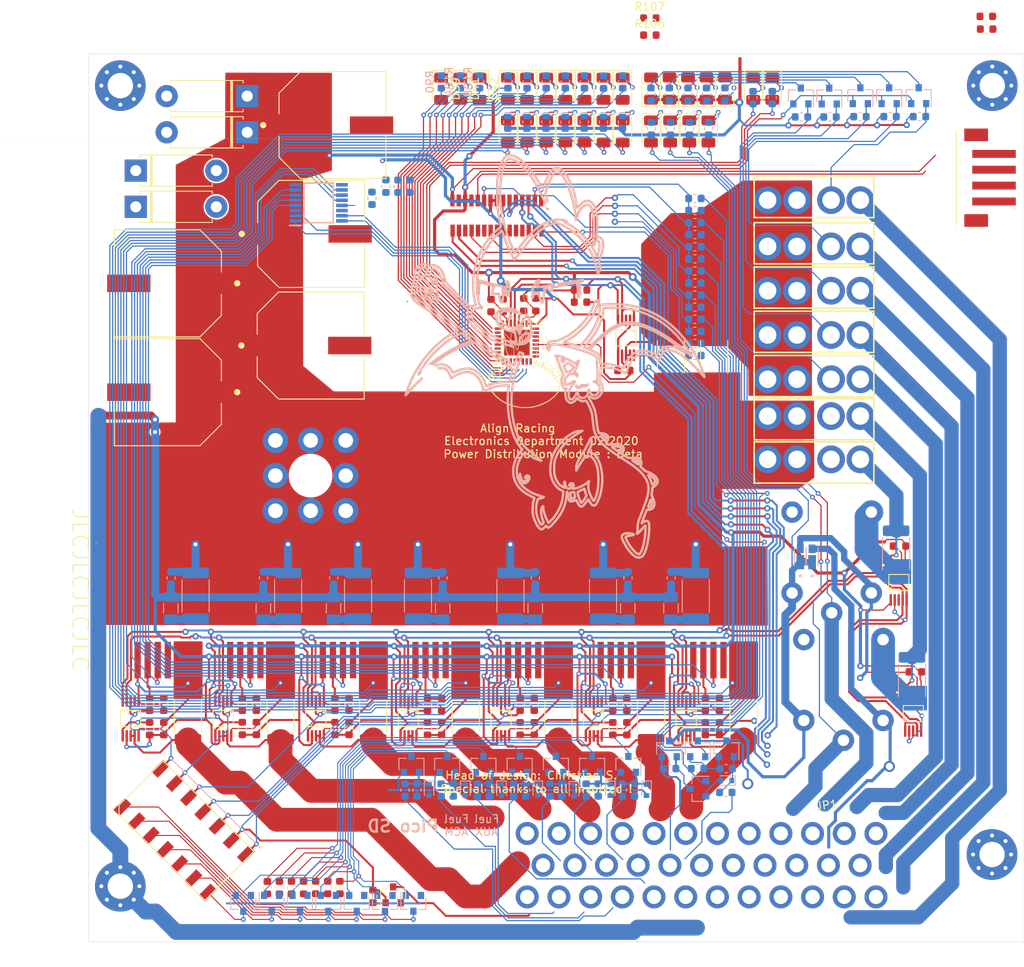
<source format=kicad_pcb>
(kicad_pcb (version 20171130) (host pcbnew "(5.1.5)-3")
  (layers (0 F.Cu signal) (31 B.Cu signal) (34 B.Paste user hide) (35 F.Paste user hide) (36 B.SilkS user) (37 F.SilkS user) (38 B.Mask user) (39 F.Mask user) (44 Edge.Cuts user))
  (net 0 "")
  (net 1 V+12V)
  (net 2 GND)
  (net 3 P1_MOS_SENSE)
  (net 4 "Net-(C7-Pad1)")
  (net 5 "Net-(C10-Pad2)")
  (net 6 vcc_5v)
  (net 7 "Net-(C12-Pad1)")
  (net 8 P3_MOS_SENSE)
  (net 9 P5_MOS_SENSE)
  (net 10 P6_MOS_SENSE)
  (net 11 P2_MOS_SENSE)
  (net 12 P4_MOS_SENSE)
  (net 13 P7_MOS_SENSE)
  (net 14 "Net-(D1-Pad2)")
  (net 15 "Net-(D3-Pad2)")
  (net 16 SHUTDOWN_IN)
  (net 17 FP_ENABLE_RELAY_SINK)
  (net 18 "Net-(D7-Pad1)")
  (net 19 "Net-(D8-Pad1)")
  (net 20 P1_OUT)
  (net 21 "Net-(D9-Pad1)")
  (net 22 P2_OUT)
  (net 23 "Net-(D10-Pad1)")
  (net 24 "Net-(D11-Pad1)")
  (net 25 "Net-(D12-Pad1)")
  (net 26 P3_OUT)
  (net 27 "Net-(D13-Pad1)")
  (net 28 P4_OUT)
  (net 29 "Net-(D14-Pad1)")
  (net 30 "Net-(D15-Pad1)")
  (net 31 "Net-(D16-Pad1)")
  (net 32 P5_OUT)
  (net 33 "Net-(D17-Pad1)")
  (net 34 "Net-(D18-Pad1)")
  (net 35 P6_OUT)
  (net 36 "Net-(D19-Pad1)")
  (net 37 "Net-(D20-Pad1)")
  (net 38 P7_OUT)
  (net 39 FUEL_PUMP_OUT)
  (net 40 "Net-(D21-Pad1)")
  (net 41 "Net-(D22-Pad1)")
  (net 42 COIL_INJECTOR_OUT)
  (net 43 "Net-(D23-Pad1)")
  (net 44 "Net-(D24-Pad1)")
  (net 45 "Net-(D26-Pad1)")
  (net 46 "Net-(D27-Pad1)")
  (net 47 "Net-(D28-Pad1)")
  (net 48 "Net-(D29-Pad1)")
  (net 49 IGN_SWITCH_OUT)
  (net 50 "Net-(F1-Pad2)")
  (net 51 MCU_UNITS_FEED_OUT)
  (net 52 CLUTCH_ACT_OUT)
  (net 53 SHUTDOWN_OUT)
  (net 54 ETC_OUT)
  (net 55 "Net-(F_COIL1-Pad2)")
  (net 56 "Net-(F_FP1-Pad2)")
  (net 57 "Net-(K1-Pad14)")
  (net 58 "Net-(K2-Pad14)")
  (net 59 FP_ENABLE_ACM)
  (net 60 FP_ENABLE_AUX)
  (net 61 MOS_SENSE_ALL)
  (net 62 P1_MOS_IN)
  (net 63 P3_MOS_IN)
  (net 64 P5_MOS_IN)
  (net 65 P6_MOS_IN)
  (net 66 P2_MOS_IN)
  (net 67 P4_MOS_IN)
  (net 68 P7_MOS_IN)
  (net 69 P1_EN_ACM)
  (net 70 P1_EN_AUX)
  (net 71 P1_Fault)
  (net 72 P2_Fault)
  (net 73 P2_EN_ACM)
  (net 74 P2_EN_AUX)
  (net 75 P3_Fault)
  (net 76 P4_Fault)
  (net 77 P5_Fault)
  (net 78 P3_EN_ACM)
  (net 79 P3_EN_AUX)
  (net 80 P6_Fault)
  (net 81 P7_Fault)
  (net 82 P4_EN_ACM)
  (net 83 P4_EN_AUX)
  (net 84 P5_EN_ACM)
  (net 85 P5_EN_AUX)
  (net 86 P6_EN_ACM)
  (net 87 P6_EN_AUX)
  (net 88 P7_EN_ACM)
  (net 89 P7_EN_AUX)
  (net 90 COIL_INJECTOR_Fault)
  (net 91 FUEL_PUMP_Fault)
  (net 92 Switch)
  (net 93 SDA)
  (net 94 SLC)
  (net 95 "Net-(SW1-Pad1)")
  (net 96 "Net-(SW1-Pad2)")
  (net 97 "Net-(SW1-Pad3)")
  (net 98 "Net-(SW1-Pad4)")
  (net 99 "Net-(SW1-Pad5)")
  (net 100 "Net-(SW1-Pad6)")
  (net 101 "Net-(SW1-Pad7)")
  (net 102 RX)
  (net 103 TX)
  (net 104 CAN_HIGH)
  (net 105 CAN_LOW)
  (net 106 P6_GearA_open_drain_output)
  (net 107 ACM_Shutdown_Circuit)
  (net 108 P1_Shunt)
  (net 109 P2_Shunt)
  (net 110 P3_Shunt)
  (net 111 P4_Shunt)
  (net 112 P5_Shunt)
  (net 113 P6_Shunt)
  (net 114 P7_Shunt)
  (net 115 "Net-(P1-Pad3)")
  (net 116 "Net-(C15-Pad2)")
  (net 117 "Net-(C17-Pad1)")
  (net 118 "Net-(C20-Pad2)")
  (net 119 "Net-(C22-Pad1)")
  (net 120 "Net-(C25-Pad2)")
  (net 121 "Net-(C27-Pad1)")
  (net 122 "Net-(C30-Pad2)")
  (net 123 "Net-(C32-Pad1)")
  (net 124 "Net-(C35-Pad2)")
  (net 125 "Net-(C37-Pad1)")
  (net 126 "Net-(C40-Pad2)")
  (net 127 "Net-(D5-Pad1)")
  (net 128 "Net-(D6-Pad1)")
  (net 129 "Net-(D25-Pad2)")
  (net 130 "Net-(R2-Pad1)")
  (net 131 "Net-(R40-Pad1)")
  (net 132 "Net-(R41-Pad2)")
  (net 133 Shutdown_Relay_Side)
  (net 134 "Net-(D32-Pad1)")
  (net 135 "Net-(D33-Pad1)")
  (net 136 "Net-(D34-Pad1)")
  (net 137 "Net-(D35-Pad2)")
  (net 138 "Net-(D36-Pad2)")
  (net 139 "Net-(D37-Pad2)")
  (net 140 "Net-(D38-Pad2)")
  (net 141 "Net-(D40-Pad1)")
  (net 142 Mux_select_A0)
  (net 143 Mux_enable)
  (net 144 Mux_select_A1)
  (net 145 "Net-(R5-Pad1)")
  (net 146 "Net-(R48-Pad1)")
  (net 147 "Net-(R49-Pad1)")
  (net 148 "Net-(R56-Pad1)")
  (net 149 "Net-(R57-Pad1)")
  (net 150 "Net-(R62-Pad1)")
  (net 151 "Net-(R63-Pad1)")
  (net 152 "Net-(R65-Pad1)")
  (net 153 "Net-(R77-Pad1)")
  (net 154 "Net-(R97-Pad1)")
  (net 155 "Net-(R99-Pad1)")
  (net 156 "Net-(R101-Pad1)")
  (net 157 "Net-(R103-Pad1)")
  (net 158 Mux_select_A2)
  (net 159 "Net-(IC1-Pad9)")
  (net 160 "Net-(IC1-Pad3)")
  (net 161 "Net-(J2-Pad32)")
  (net 162 "Net-(J2-Pad31)")
  (net 163 "Net-(K1-Pad1)")
  (net 164 "Net-(K2-Pad1)")
  (net 165 "Net-(Q1-Pad4)")
  (net 166 "Net-(Q2-Pad4)")
  (net 167 "Net-(Q3-Pad4)")
  (net 168 "Net-(Q5-Pad4)")
  (net 169 "Net-(Q6-Pad4)")
  (net 170 "Net-(Q7-Pad4)")
  (net 171 "Net-(Q8-Pad4)")
  (net 172 "Net-(U1-Pad9)")
  (net 173 "Net-(U1-Pad10)")
  (net 174 "Net-(U1-Pad11)")
  (net 175 "Net-(U1-Pad13)")
  (net 176 "Net-(U1-Pad15)")
  (net 177 "Net-(U1-Pad19)")
  (net 178 "Net-(U1-Pad21)")
  (net 179 "Net-(U9-Pad33)")
  (net 180 "Net-(U9-Pad24)")
  (net 181 "Net-(U9-Pad23)")
  (net 182 "Net-(U9-Pad22)")
  (net 183 "Net-(U9-Pad21)")
  (net 184 "Net-(U9-Pad19)")
  (net 185 "Net-(U9-Pad18)")
  (net 186 "Net-(U9-Pad17)")
  (net 187 /Fuel_Ignition_ShutdownCircuit/COIL_INJECTOR_Alert)
  (net 188 /Fuel_Ignition_ShutdownCircuit/FP_Alert)
  (net 189 /Fuses_Direct/DIRECT_Alert)
  (net 190 "Net-(R106-Pad2)")
  (net 191 "Net-(D31-Pad2)")
  (net 192 "Net-(D39-Pad1)")
  (net 193 "Net-(D41-Pad1)")
  (net 194 "Net-(D42-Pad1)")
  (net 195 Status_1)
  (net 196 Status_2)
  (net 197 Status_3)
  (module AR_PDM_v1:ACM_2020_Footprint_wo_silk (layer F.Cu) (at 85.35 56.725)
    (fp_text reference U1)
    (fp_text value ACM_2020 hide)
    (pad "" np_thru_hole circle (at -8.422 19.912) (size 2.2 2.2) (drill 2.2) (layers *.Cu *.Mask))
    (pad "" np_thru_hole circle (at 6.5 -1.3) (size 0.7 0.7) (drill 0.7) (layers *.Cu *.Mask))
    (pad "" np_thru_hole circle (at -6.5 1.3) (size 0.7 0.7) (drill 0.7) (layers *.Cu *.Mask))
    (pad 1 smd rect (at 5.6254 1.9) (size 0.55 1.5) (layers F.Cu F.Paste F.Mask) (net 107 ACM_Shutdown_Circuit))
    (pad 2 smd rect (at 5.6 -1.9) (size 0.55 1.5) (layers F.Cu F.Paste F.Mask) (net 86 P6_EN_ACM))
    (pad 3 smd rect (at 4.8254 1.9) (size 0.55 1.5) (layers F.Cu F.Paste F.Mask) (net 84 P5_EN_ACM))
    (pad 4 smd rect (at 4.8 -1.9) (size 0.55 1.5) (layers F.Cu F.Paste F.Mask) (net 88 P7_EN_ACM))
    (pad 5 smd rect (at 4.0254 1.9) (size 0.55 1.5) (layers F.Cu F.Paste F.Mask) (net 130 "Net-(R2-Pad1)"))
    (pad 6 smd rect (at 4 -1.9) (size 0.55 1.5) (layers F.Cu F.Paste F.Mask) (net 93 SDA))
    (pad 7 smd rect (at 3.2254 1.9) (size 0.55 1.5) (layers F.Cu F.Paste F.Mask) (net 190 "Net-(R106-Pad2)"))
    (pad 8 smd rect (at 3.2 -1.9) (size 0.55 1.5) (layers F.Cu F.Paste F.Mask) (net 94 SLC))
    (pad 9 smd rect (at 2.4254 1.9) (size 0.55 1.5) (layers F.Cu F.Paste F.Mask) (net 172 "Net-(U1-Pad9)"))
    (pad 10 smd rect (at 2.4 -1.9) (size 0.55 1.5) (layers F.Cu F.Paste F.Mask) (net 173 "Net-(U1-Pad10)"))
    (pad 11 smd rect (at 1.6254 1.9) (size 0.55 1.5) (layers F.Cu F.Paste F.Mask) (net 174 "Net-(U1-Pad11)"))
    (pad 12 smd rect (at 1.6 -1.9) (size 0.55 1.5) (layers F.Cu F.Paste F.Mask) (net 102 RX))
    (pad 13 smd rect (at 0.8254 1.9) (size 0.55 1.5) (layers F.Cu F.Paste F.Mask) (net 175 "Net-(U1-Pad13)"))
    (pad 14 smd rect (at 0.8 -1.9) (size 0.55 1.5) (layers F.Cu F.Paste F.Mask) (net 103 TX))
    (pad 15 smd rect (at 0.0254 1.9) (size 0.55 1.5) (layers F.Cu F.Paste F.Mask) (net 176 "Net-(U1-Pad15)"))
    (pad 16 smd rect (at 0 -1.9) (size 0.55 1.5) (layers F.Cu F.Paste F.Mask) (net 2 GND))
    (pad 17 smd rect (at -0.7746 1.9) (size 0.55 1.5) (layers F.Cu F.Paste F.Mask) (net 82 P4_EN_ACM))
    (pad 18 smd rect (at -0.8 -1.9) (size 0.55 1.5) (layers F.Cu F.Paste F.Mask) (net 2 GND))
    (pad 19 smd rect (at -1.5746 1.9) (size 0.55 1.5) (layers F.Cu F.Paste F.Mask) (net 177 "Net-(U1-Pad19)"))
    (pad 20 smd rect (at -1.6 -1.9) (size 0.55 1.5) (layers F.Cu F.Paste F.Mask) (net 69 P1_EN_ACM))
    (pad 21 smd rect (at -2.3746 1.9) (size 0.55 1.5) (layers F.Cu F.Paste F.Mask) (net 178 "Net-(U1-Pad21)"))
    (pad 22 smd rect (at -2.4 -1.9) (size 0.55 1.5) (layers F.Cu F.Paste F.Mask) (net 92 Switch))
    (pad 23 smd rect (at -3.1746 1.9) (size 0.55 1.5) (layers F.Cu F.Paste F.Mask) (net 78 P3_EN_ACM))
    (pad 24 smd rect (at -3.2 -1.9) (size 0.55 1.5) (layers F.Cu F.Paste F.Mask) (net 6 vcc_5v))
    (pad 25 smd rect (at -3.9746 1.9) (size 0.55 1.5) (layers F.Cu F.Paste F.Mask) (net 73 P2_EN_ACM))
    (pad 26 smd rect (at -4 -1.9) (size 0.55 1.5) (layers F.Cu F.Paste F.Mask) (net 6 vcc_5v))
    (pad 27 smd rect (at -4.7746 1.9) (size 0.55 1.5) (layers F.Cu F.Paste F.Mask) (net 104 CAN_HIGH))
    (pad 28 smd rect (at -4.8 -1.9) (size 0.55 1.5) (layers F.Cu F.Paste F.Mask) (net 6 vcc_5v))
    (pad 29 smd rect (at -5.5746 1.9) (size 0.55 1.5) (layers F.Cu F.Paste F.Mask) (net 105 CAN_LOW))
    (pad 30 smd rect (at -5.6 -1.9) (size 0.55 1.5) (layers F.Cu F.Paste F.Mask) (net 1 V+12V))
  )
  (module Resistor_SMD:R_0603_1608Metric (layer B.Cu) (at 83.175 39.869 270)
    (fp_text reference R108 (at 0 1.43 270) (layer B.SilkS) (effects (justify mirror)))
    (fp_text value 153R)
    (pad 2 smd roundrect (at 0.7875 0 270) (size 0.875 0.95) (layers B.Cu B.Paste B.Mask) (net 197 Status_3))
    (pad 1 smd roundrect (at -0.7875 0 270) (size 0.875 0.95) (layers B.Cu B.Paste B.Mask) (net 194 "Net-(D42-Pad1)"))
  )
  (module Resistor_SMD:R_0603_1608Metric (layer B.Cu) (at 80.75 39.869 270)
    (fp_text reference R104 (at 0 1.43 90) (layer B.SilkS) (effects (justify mirror)))
    (fp_text value 153R)
    (pad 2 smd roundrect (at 0.7875 0 270) (size 0.875 0.95) (layers B.Cu B.Paste B.Mask) (net 196 Status_2))
    (pad 1 smd roundrect (at -0.7875 0 270) (size 0.875 0.95) (layers B.Cu B.Paste B.Mask) (net 193 "Net-(D41-Pad1)"))
  )
  (module Resistor_SMD:R_0603_1608Metric (layer B.Cu) (at 78.35 39.869 270)
    (fp_text reference R90 (at 0 1.43 90) (layer B.SilkS) (effects (justify mirror)))
    (fp_text value 153R)
    (pad 2 smd roundrect (at 0.7875 0 270) (size 0.875 0.95) (layers B.Cu B.Paste B.Mask) (net 195 Status_1))
    (pad 1 smd roundrect (at -0.7875 0 270) (size 0.875 0.95) (layers B.Cu B.Paste B.Mask) (net 192 "Net-(D39-Pad1)"))
  )
  (module LED_SMD:LED_1206_3216Metric (layer F.Cu) (at 83.175 40.731 270)
    (fp_text reference D42 (at 0 -1.82 90) (layer F.SilkS))
    (fp_text value P7_Active)
    (pad 2 smd roundrect (at 1.4 0 270) (size 1.25 1.75) (layers F.Cu F.Paste F.Mask) (roundrect_rratio 0.2) (net 6 vcc_5v))
    (pad 1 smd roundrect (at -1.4 0 270) (size 1.25 1.75) (layers F.Cu F.Paste F.Mask) (roundrect_rratio 0.2) (net 194 "Net-(D42-Pad1)"))
  )
  (module LED_SMD:LED_1206_3216Metric (layer F.Cu) (at 80.75 40.731 270)
    (fp_text reference D41 (at 0 -1.82 90) (layer F.SilkS))
    (fp_text value P7_Active)
    (pad 2 smd roundrect (at 1.4 0 270) (size 1.25 1.75) (layers F.Cu F.Paste F.Mask) (roundrect_rratio 0.2) (net 6 vcc_5v))
    (pad 1 smd roundrect (at -1.4 0 270) (size 1.25 1.75) (layers F.Cu F.Paste F.Mask) (roundrect_rratio 0.2) (net 193 "Net-(D41-Pad1)"))
  )
  (module LED_SMD:LED_1206_3216Metric (layer F.Cu) (at 78.325 40.731 270)
    (fp_text reference D39 (at 0 -1.82 90) (layer F.SilkS))
    (fp_text value P7_Active)
    (pad 2 smd roundrect (at 1.4 0 270) (size 1.25 1.75) (layers F.Cu F.Paste F.Mask) (roundrect_rratio 0.2) (net 6 vcc_5v))
    (pad 1 smd roundrect (at -1.4 0 270) (size 1.25 1.75) (layers F.Cu F.Paste F.Mask) (roundrect_rratio 0.2) (net 192 "Net-(D39-Pad1)"))
  )
  (module LED_SMD:LED_1206_3216Metric (layer F.Cu) (at 98.819 46.123 270)
    (fp_text reference D16)
    (fp_text value P6_Active)
    (pad 2 smd roundrect (at 1.4 0 270) (size 1.25 1.75) (layers F.Cu F.Paste F.Mask) (roundrect_rratio 0.2) (net 113 P6_Shunt))
    (pad 1 smd roundrect (at -1.4 0 270) (size 1.25 1.75) (layers F.Cu F.Paste F.Mask) (roundrect_rratio 0.2) (net 31 "Net-(D16-Pad1)"))
  )
  (module LED_SMD:LED_1206_3216Metric (layer F.Cu) (at 91.58 46.123 270)
    (fp_text reference D10)
    (fp_text value P3_Active)
    (pad 2 smd roundrect (at 1.4 0 270) (size 1.25 1.75) (layers F.Cu F.Paste F.Mask) (roundrect_rratio 0.2) (net 110 P3_Shunt))
    (pad 1 smd roundrect (at -1.4 0 270) (size 1.25 1.75) (layers F.Cu F.Paste F.Mask) (roundrect_rratio 0.2) (net 23 "Net-(D10-Pad1)"))
  )
  (module Capacitor_SMD:C_1206_3216Metric (layer B.Cu) (at 90.2 106.27 270)
    (fp_text reference C20)
    (fp_text value 4.7uF)
    (pad 2 smd roundrect (at 1.4 0 270) (size 1.25 1.75) (layers B.Cu B.Paste B.Mask) (roundrect_rratio 0.2) (net 118 "Net-(C20-Pad2)"))
    (pad 1 smd roundrect (at -1.4 0 270) (size 1.25 1.75) (layers B.Cu B.Paste B.Mask) (roundrect_rratio 0.2) (net 2 GND))
  )
  (module AR_PDM_v1:INA233 (layer F.Cu) (at 135.05 103.025 90)
    (fp_text reference U29)
    (fp_text value INA233)
    (pad 1 smd roundrect (at -2.2 0) (size 0.3 1.45) (layers F.Cu F.Paste F.Mask) (roundrect_rratio 0.167) (net 6 vcc_5v))
    (pad 2 smd roundrect (at -2.2 0.5) (size 0.3 1.45) (layers F.Cu F.Paste F.Mask) (roundrect_rratio 0.167) (net 94 SLC))
    (pad 3 smd roundrect (at -2.2 1) (size 0.3 1.45) (layers F.Cu F.Paste F.Mask) (roundrect_rratio 0.167) (net 187 /Fuel_Ignition_ShutdownCircuit/COIL_INJECTOR_Alert))
    (pad 4 smd roundrect (at -2.2 1.5) (size 0.3 1.45) (layers F.Cu F.Paste F.Mask) (roundrect_rratio 0.167) (net 93 SDA))
    (pad 5 smd roundrect (at -2.2 2) (size 0.3 1.45) (layers F.Cu F.Paste F.Mask) (roundrect_rratio 0.167) (net 94 SLC))
    (pad 10 smd roundrect (at 2.2 0) (size 0.3 1.45) (layers F.Cu F.Paste F.Mask) (roundrect_rratio 0.167) (net 55 "Net-(F_COIL1-Pad2)"))
    (pad 9 smd roundrect (at 2.2 0.5) (size 0.3 1.45) (layers F.Cu F.Paste F.Mask) (roundrect_rratio 0.167) (net 57 "Net-(K1-Pad14)"))
    (pad 8 smd roundrect (at 2.2 1) (size 0.3 1.45) (layers F.Cu F.Paste F.Mask) (roundrect_rratio 0.167) (net 57 "Net-(K1-Pad14)"))
    (pad 7 smd roundrect (at 2.2 1.5) (size 0.3 1.45) (layers F.Cu F.Paste F.Mask) (roundrect_rratio 0.167) (net 2 GND))
    (pad 6 smd roundrect (at 2.2 2) (size 0.3 1.45) (layers F.Cu F.Paste F.Mask) (roundrect_rratio 0.167) (net 6 vcc_5v))
  )
  (module AR_PDM_v1:Relay_wo_silkscreen (layer F.Cu) (at 128.830432 115.385 90)
    (fp_text reference K2)
    (fp_text value DIPxx-1Cxx-51x)
    (pad 1 thru_hole circle (at 5.16 -4.749566 90) (size 2.7 2.7) (drill 1.45) (layers *.Cu *.Mask) (net 164 "Net-(K2-Pad1)"))
    (pad 14 thru_hole circle (at 5.16 5.250434 90) (size 2.7 2.7) (drill 1.45) (layers *.Cu *.Mask) (net 58 "Net-(K2-Pad14)"))
    (pad 2 thru_hole circle (at -5.04 5.250434 90) (size 2.7 2.7) (drill 1.45) (layers *.Cu *.Mask) (net 191 "Net-(D31-Pad2)"))
    (pad 7 thru_hole circle (at -7.54 0.250434 90) (size 2.7 2.7) (drill 1.45) (layers *.Cu *.Mask) (net 39 FUEL_PUMP_OUT))
    (pad 6 thru_hole circle (at -5.04 -4.75 90) (size 2.7 2.7) (drill 1.45) (layers *.Cu *.Mask) (net 133 Shutdown_Relay_Side))
  )
  (module AR_PDM_v1:Relay_wo_silkscreen (layer F.Cu) (at 127.35 99.3 90)
    (fp_text reference K1)
    (fp_text value DIPxx-1Cxx-51x)
    (pad 6 thru_hole circle (at -5.04 -4.75 90) (size 2.7 2.7) (drill 1.45) (layers *.Cu *.Mask) (net 133 Shutdown_Relay_Side))
    (pad 7 thru_hole circle (at -7.54 0.250434 90) (size 2.7 2.7) (drill 1.45) (layers *.Cu *.Mask) (net 42 COIL_INJECTOR_OUT))
    (pad 2 thru_hole circle (at -5.04 5.250434 90) (size 2.7 2.7) (drill 1.45) (layers *.Cu *.Mask) (net 2 GND))
    (pad 14 thru_hole circle (at 5.16 5.250434 90) (size 2.7 2.7) (drill 1.45) (layers *.Cu *.Mask) (net 57 "Net-(K1-Pad14)"))
    (pad 1 thru_hole circle (at 5.16 -4.749566 90) (size 2.7 2.7) (drill 1.45) (layers *.Cu *.Mask) (net 163 "Net-(K1-Pad1)"))
  )
  (module AR_PDM_v1:Dip-Switch-14 (layer F.Cu) (at 45.9 134.325 315)
    (fp_text reference SW1)
    (fp_text value SW_DIP_x07)
    (pad 7 smd rect (at 7.62 3.4 315) (size 1.1 2.1) (layers F.Cu F.Paste F.Mask) (net 101 "Net-(SW1-Pad7)"))
    (pad 8 smd rect (at 7.62 -3.4 315) (size 1.1 2.1) (layers F.Cu F.Paste F.Mask) (net 68 P7_MOS_IN))
    (pad 6 smd rect (at 5.08 3.4 315) (size 1.1 2.1) (layers F.Cu F.Paste F.Mask) (net 100 "Net-(SW1-Pad6)"))
    (pad 9 smd rect (at 5.08 -3.4 315) (size 1.1 2.1) (layers F.Cu F.Paste F.Mask) (net 65 P6_MOS_IN))
    (pad 5 smd rect (at 2.54 3.4 315) (size 1.1 2.1) (layers F.Cu F.Paste F.Mask) (net 99 "Net-(SW1-Pad5)"))
    (pad 10 smd rect (at 2.54 -3.4 315) (size 1.1 2.1) (layers F.Cu F.Paste F.Mask) (net 64 P5_MOS_IN))
    (pad 4 smd rect (at 0 3.4 315) (size 1.1 2.1) (layers F.Cu F.Paste F.Mask) (net 98 "Net-(SW1-Pad4)"))
    (pad 11 smd rect (at 0 -3.4 315) (size 1.1 2.1) (layers F.Cu F.Paste F.Mask) (net 67 P4_MOS_IN))
    (pad 3 smd rect (at -2.54 3.4 315) (size 1.1 2.1) (layers F.Cu F.Paste F.Mask) (net 97 "Net-(SW1-Pad3)"))
    (pad 12 smd rect (at -2.54 -3.4 315) (size 1.1 2.1) (layers F.Cu F.Paste F.Mask) (net 63 P3_MOS_IN))
    (pad 2 smd rect (at -5.08 3.4 315) (size 1.1 2.1) (layers F.Cu F.Paste F.Mask) (net 96 "Net-(SW1-Pad2)"))
    (pad 13 smd rect (at -5.08 -3.4 315) (size 1.1 2.1) (layers F.Cu F.Paste F.Mask) (net 66 P2_MOS_IN))
    (pad 1 smd rect (at -7.62 3.4 315) (size 1.1 2.1) (layers F.Cu F.Paste F.Mask) (net 95 "Net-(SW1-Pad1)"))
    (pad 14 smd rect (at -7.62 -3.4 315) (size 1.1 2.1) (layers F.Cu F.Paste F.Mask) (net 62 P1_MOS_IN))
  )
  (module AR_PDM_v1:WireJumper_12mm (layer F.Cu) (at 134.875 126.225 187)
    (fp_text reference JP1 (at 8.44 -3.89 187) (layer F.SilkS))
    (fp_text value WireJumper)
    (pad 1 thru_hole circle (at 0 0 187) (size 1.4 1.4) (drill 0.9) (layers *.Cu *.Mask) (net 191 "Net-(D31-Pad2)"))
    (pad 2 thru_hole circle (at 18 0 187) (size 1.4 1.4) (drill 0.9) (layers *.Cu *.Mask) (net 17 FP_ENABLE_RELAY_SINK))
  )
  (module AR_PDM_v1:N-MOS-DMN6140L-13 (layer B.Cu) (at 101.9495 125.963 90)
    (fp_text reference U21)
    (fp_text value NMOS)
    (pad 1 smd rect (at -1 0.95 90) (size 0.9 0.8) (layers B.Cu B.Paste B.Mask) (net 136 "Net-(D34-Pad1)"))
    (pad 2 smd rect (at -1 -0.95 90) (size 0.9 0.8) (layers B.Cu B.Paste B.Mask) (net 2 GND))
    (pad 3 smd rect (at 1 0 90) (size 0.9 0.8) (layers B.Cu B.Paste B.Mask) (net 152 "Net-(R65-Pad1)"))
  )
  (module Resistor_SMD:R_0603_1608Metric (layer F.Cu) (at 104.6563 31.8124)
    (fp_text reference R107 (at 0 -1.43) (layer F.SilkS))
    (fp_text value 1k)
    (pad 2 smd roundrect (at 0.7875 0) (size 0.875 0.95) (layers F.Cu F.Paste F.Mask) (net 190 "Net-(R106-Pad2)"))
    (pad 1 smd roundrect (at -0.7875 0) (size 0.875 0.95) (layers F.Cu F.Paste F.Mask) (net 2 GND))
  )
  (module Resistor_SMD:R_0603_1608Metric (layer F.Cu) (at 104.6563 33.9624)
    (fp_text reference R106 (at 0 -1.43) (layer F.SilkS))
    (fp_text value NTC)
    (pad 2 smd roundrect (at 0.7875 0) (size 0.875 0.95) (layers F.Cu F.Paste F.Mask) (net 190 "Net-(R106-Pad2)"))
    (pad 1 smd roundrect (at -0.7875 0) (size 0.875 0.95) (layers F.Cu F.Paste F.Mask) (net 6 vcc_5v))
  )
  (module Capacitor_SMD:C_0603_1608Metric (layer B.Cu) (at 101.9 102.45 90)
    (fp_text reference C24)
    (fp_text value 100nf)
    (pad 2 smd roundrect (at 0.7875 0 90) (size 0.875 0.95) (layers B.Cu B.Paste B.Mask) (net 1 V+12V))
    (pad 1 smd roundrect (at -0.7875 0 90) (size 0.875 0.95) (layers B.Cu B.Paste B.Mask) (net 2 GND))
  )
  (module Capacitor_SMD:C_1206_3216Metric (layer B.Cu) (at 101.875 106.27 270)
    (fp_text reference C25)
    (fp_text value 4.7uF)
    (pad 2 smd roundrect (at 1.4 0 270) (size 1.25 1.75) (layers B.Cu B.Paste B.Mask) (roundrect_rratio 0.2) (net 120 "Net-(C25-Pad2)"))
    (pad 1 smd roundrect (at -1.4 0 270) (size 1.25 1.75) (layers B.Cu B.Paste B.Mask) (roundrect_rratio 0.2) (net 2 GND))
  )
  (module Resistor_SMD:R_2512_6332Metric (layer B.Cu) (at 98.75 104.7158 270)
    (fp_text reference R20)
    (fp_text value 3.9R)
    (pad 2 smd roundrect (at 2.9 0 270) (size 1.35 3.35) (layers B.Cu B.Paste B.Mask) (roundrect_rratio 0.185185) (net 120 "Net-(C25-Pad2)"))
    (pad 1 smd roundrect (at -2.9 0 270) (size 1.35 3.35) (layers B.Cu B.Paste B.Mask) (roundrect_rratio 0.185185) (net 1 V+12V))
  )
  (module Capacitor_SMD:C_0603_1608Metric (layer B.Cu) (at 69.6 54.55 270)
    (fp_text reference C47)
    (fp_text value 100nf)
    (pad 2 smd roundrect (at 0.7875 0 270) (size 0.875 0.95) (layers B.Cu B.Paste B.Mask) (net 2 GND))
    (pad 1 smd roundrect (at -0.7875 0 270) (size 0.875 0.95) (layers B.Cu B.Paste B.Mask) (net 6 vcc_5v))
  )
  (module AR_PDM_v1:TMUX1208PWR (layer B.Cu) (at 62.875 55.125)
    (fp_text reference IC1)
    (fp_text value TMUX1208PWR hide)
    (pad 16 smd rect (at 2.938 2.275 270) (size 0.45 1.475) (layers B.Cu B.Paste B.Mask) (net 144 Mux_select_A1))
    (pad 15 smd rect (at 2.938 1.625 270) (size 0.45 1.475) (layers B.Cu B.Paste B.Mask) (net 158 Mux_select_A2))
    (pad 14 smd rect (at 2.938 0.975 270) (size 0.45 1.475) (layers B.Cu B.Paste B.Mask) (net 2 GND))
    (pad 13 smd rect (at 2.938 0.325 270) (size 0.45 1.475) (layers B.Cu B.Paste B.Mask) (net 6 vcc_5v))
    (pad 12 smd rect (at 2.938 -0.325 270) (size 0.45 1.475) (layers B.Cu B.Paste B.Mask) (net 8 P3_MOS_SENSE))
    (pad 11 smd rect (at 2.938 -0.975 270) (size 0.45 1.475) (layers B.Cu B.Paste B.Mask) (net 11 P2_MOS_SENSE))
    (pad 10 smd rect (at 2.938 -1.625 270) (size 0.45 1.475) (layers B.Cu B.Paste B.Mask) (net 3 P1_MOS_SENSE))
    (pad 9 smd rect (at 2.938 -2.275 270) (size 0.45 1.475) (layers B.Cu B.Paste B.Mask) (net 159 "Net-(IC1-Pad9)"))
    (pad 8 smd rect (at -2.938 -2.275 270) (size 0.45 1.475) (layers B.Cu B.Paste B.Mask) (net 61 MOS_SENSE_ALL))
    (pad 7 smd rect (at -2.938 -1.625 270) (size 0.45 1.475) (layers B.Cu B.Paste B.Mask) (net 12 P4_MOS_SENSE))
    (pad 6 smd rect (at -2.938 -0.975 270) (size 0.45 1.475) (layers B.Cu B.Paste B.Mask) (net 9 P5_MOS_SENSE))
    (pad 5 smd rect (at -2.938 -0.325 270) (size 0.45 1.475) (layers B.Cu B.Paste B.Mask) (net 10 P6_MOS_SENSE))
    (pad 4 smd rect (at -2.938 0.325 270) (size 0.45 1.475) (layers B.Cu B.Paste B.Mask) (net 13 P7_MOS_SENSE))
    (pad 3 smd rect (at -2.938 0.975 270) (size 0.45 1.475) (layers B.Cu B.Paste B.Mask) (net 160 "Net-(IC1-Pad3)"))
    (pad 2 smd rect (at -2.938 1.625 270) (size 0.45 1.475) (layers B.Cu B.Paste B.Mask) (net 143 Mux_enable))
    (pad 1 smd rect (at -2.938 2.275 270) (size 0.45 1.475) (layers B.Cu B.Paste B.Mask) (net 142 Mux_select_A0))
  )
  (module Resistor_SMD:R_0603_1608Metric (layer F.Cu) (at 53.243 118.391 270)
    (fp_text reference R23)
    (fp_text value 4k7)
    (pad 1 smd roundrect (at -0.7875 0 270) (size 0.875 0.95) (layers F.Cu F.Paste F.Mask) (net 121 "Net-(C27-Pad1)"))
    (pad 2 smd roundrect (at 0.7875 0 270) (size 0.875 0.95) (layers F.Cu F.Paste F.Mask) (net 66 P2_MOS_IN))
  )
  (module LED_SMD:LED_1206_3216Metric (layer F.Cu) (at 104.8 46.123 270)
    (fp_text reference D22)
    (fp_text value Shutdown_IN_Active)
    (pad 2 smd roundrect (at 1.4 0 270) (size 1.25 1.75) (layers F.Cu F.Paste F.Mask) (roundrect_rratio 0.2) (net 16 SHUTDOWN_IN))
    (pad 1 smd roundrect (at -1.4 0 270) (size 1.25 1.75) (layers F.Cu F.Paste F.Mask) (roundrect_rratio 0.2) (net 41 "Net-(D22-Pad1)"))
  )
  (module Resistor_SMD:R_0603_1608Metric (layer B.Cu) (at 110.3426 56.0923)
    (fp_text reference R87)
    (fp_text value 4k7)
    (pad 2 smd roundrect (at 0.7875 0) (size 0.875 0.95) (layers B.Cu B.Paste B.Mask) (net 2 GND))
    (pad 1 smd roundrect (at -0.7875 0) (size 0.875 0.95) (layers B.Cu B.Paste B.Mask) (net 88 P7_EN_ACM))
  )
  (module AR_PDM_v1:INA233 (layer F.Cu) (at 75.214 120.169 270)
    (fp_text reference U7)
    (fp_text value INA233)
    (pad 1 smd roundrect (at -2.2 0 180) (size 0.3 1.45) (layers F.Cu F.Paste F.Mask) (roundrect_rratio 0.167) (net 2 GND))
    (pad 2 smd roundrect (at -2.2 0.5 180) (size 0.3 1.45) (layers F.Cu F.Paste F.Mask) (roundrect_rratio 0.167) (net 94 SLC))
    (pad 3 smd roundrect (at -2.2 1 180) (size 0.3 1.45) (layers F.Cu F.Paste F.Mask) (roundrect_rratio 0.167) (net 67 P4_MOS_IN))
    (pad 4 smd roundrect (at -2.2 1.5 180) (size 0.3 1.45) (layers F.Cu F.Paste F.Mask) (roundrect_rratio 0.167) (net 93 SDA))
    (pad 5 smd roundrect (at -2.2 2 180) (size 0.3 1.45) (layers F.Cu F.Paste F.Mask) (roundrect_rratio 0.167) (net 94 SLC))
    (pad 10 smd roundrect (at 2.2 0 180) (size 0.3 1.45) (layers F.Cu F.Paste F.Mask) (roundrect_rratio 0.167) (net 111 P4_Shunt))
    (pad 9 smd roundrect (at 2.2 0.5 180) (size 0.3 1.45) (layers F.Cu F.Paste F.Mask) (roundrect_rratio 0.167) (net 28 P4_OUT))
    (pad 8 smd roundrect (at 2.2 1 180) (size 0.3 1.45) (layers F.Cu F.Paste F.Mask) (roundrect_rratio 0.167) (net 28 P4_OUT))
    (pad 7 smd roundrect (at 2.2 1.5 180) (size 0.3 1.45) (layers F.Cu F.Paste F.Mask) (roundrect_rratio 0.167) (net 2 GND))
    (pad 6 smd roundrect (at 2.2 2 180) (size 0.3 1.45) (layers F.Cu F.Paste F.Mask) (roundrect_rratio 0.167) (net 6 vcc_5v))
  )
  (module AR_PDM_v1:N-MOS-DMN6140L-13 (layer B.Cu) (at 74.581 125.963 90)
    (fp_text reference U15)
    (fp_text value NMOS)
    (pad 1 smd rect (at -1 0.95 90) (size 0.9 0.8) (layers B.Cu B.Paste B.Mask) (net 45 "Net-(D26-Pad1)"))
    (pad 2 smd rect (at -1 -0.95 90) (size 0.9 0.8) (layers B.Cu B.Paste B.Mask) (net 2 GND))
    (pad 3 smd rect (at 1 0 90) (size 0.9 0.8) (layers B.Cu B.Paste B.Mask) (net 146 "Net-(R48-Pad1)"))
  )
  (module AR_PDM_v1:N-MOS-DMN6140L-13 (layer B.Cu) (at 71.25 143.5 270)
    (fp_text reference U23)
    (fp_text value NMOS)
    (pad 1 smd rect (at -1 0.95 270) (size 0.9 0.8) (layers B.Cu B.Paste B.Mask) (net 147 "Net-(R49-Pad1)"))
    (pad 2 smd rect (at -1 -0.95 270) (size 0.9 0.8) (layers B.Cu B.Paste B.Mask) (net 2 GND))
    (pad 3 smd rect (at 1 0 270) (size 0.9 0.8) (layers B.Cu B.Paste B.Mask) (net 96 "Net-(SW1-Pad2)"))
  )
  (module AR_PDM_v1:INA233 (layer F.Cu) (at 110.266 120.169 270)
    (fp_text reference U8)
    (fp_text value INA233)
    (pad 6 smd roundrect (at 2.2 2 180) (size 0.3 1.45) (layers F.Cu F.Paste F.Mask) (roundrect_rratio 0.167) (net 6 vcc_5v))
    (pad 7 smd roundrect (at 2.2 1.5 180) (size 0.3 1.45) (layers F.Cu F.Paste F.Mask) (roundrect_rratio 0.167) (net 2 GND))
    (pad 8 smd roundrect (at 2.2 1 180) (size 0.3 1.45) (layers F.Cu F.Paste F.Mask) (roundrect_rratio 0.167) (net 38 P7_OUT))
    (pad 9 smd roundrect (at 2.2 0.5 180) (size 0.3 1.45) (layers F.Cu F.Paste F.Mask) (roundrect_rratio 0.167) (net 38 P7_OUT))
    (pad 10 smd roundrect (at 2.2 0 180) (size 0.3 1.45) (layers F.Cu F.Paste F.Mask) (roundrect_rratio 0.167) (net 114 P7_Shunt))
    (pad 5 smd roundrect (at -2.2 2 180) (size 0.3 1.45) (layers F.Cu F.Paste F.Mask) (roundrect_rratio 0.167) (net 94 SLC))
    (pad 4 smd roundrect (at -2.2 1.5 180) (size 0.3 1.45) (layers F.Cu F.Paste F.Mask) (roundrect_rratio 0.167) (net 93 SDA))
    (pad 3 smd roundrect (at -2.2 1 180) (size 0.3 1.45) (layers F.Cu F.Paste F.Mask) (roundrect_rratio 0.167) (net 68 P7_MOS_IN))
    (pad 2 smd roundrect (at -2.2 0.5 180) (size 0.3 1.45) (layers F.Cu F.Paste F.Mask) (roundrect_rratio 0.167) (net 93 SDA))
    (pad 1 smd roundrect (at -2.2 0 180) (size 0.3 1.45) (layers F.Cu F.Paste F.Mask) (roundrect_rratio 0.167) (net 6 vcc_5v))
  )
  (module AR_PDM_v1:INA233 (layer F.Cu) (at 98.582 120.169 270)
    (fp_text reference U5)
    (fp_text value INA233)
    (pad 6 smd roundrect (at 2.2 2 180) (size 0.3 1.45) (layers F.Cu F.Paste F.Mask) (roundrect_rratio 0.167) (net 6 vcc_5v))
    (pad 7 smd roundrect (at 2.2 1.5 180) (size 0.3 1.45) (layers F.Cu F.Paste F.Mask) (roundrect_rratio 0.167) (net 2 GND))
    (pad 8 smd roundrect (at 2.2 1 180) (size 0.3 1.45) (layers F.Cu F.Paste F.Mask) (roundrect_rratio 0.167) (net 35 P6_OUT))
    (pad 9 smd roundrect (at 2.2 0.5 180) (size 0.3 1.45) (layers F.Cu F.Paste F.Mask) (roundrect_rratio 0.167) (net 35 P6_OUT))
    (pad 10 smd roundrect (at 2.2 0 180) (size 0.3 1.45) (layers F.Cu F.Paste F.Mask) (roundrect_rratio 0.167) (net 113 P6_Shunt))
    (pad 5 smd roundrect (at -2.2 2 180) (size 0.3 1.45) (layers F.Cu F.Paste F.Mask) (roundrect_rratio 0.167) (net 94 SLC))
    (pad 4 smd roundrect (at -2.2 1.5 180) (size 0.3 1.45) (layers F.Cu F.Paste F.Mask) (roundrect_rratio 0.167) (net 93 SDA))
    (pad 3 smd roundrect (at -2.2 1 180) (size 0.3 1.45) (layers F.Cu F.Paste F.Mask) (roundrect_rratio 0.167) (net 65 P6_MOS_IN))
    (pad 2 smd roundrect (at -2.2 0.5 180) (size 0.3 1.45) (layers F.Cu F.Paste F.Mask) (roundrect_rratio 0.167) (net 6 vcc_5v))
    (pad 1 smd roundrect (at -2.2 0 180) (size 0.3 1.45) (layers F.Cu F.Paste F.Mask) (roundrect_rratio 0.167) (net 6 vcc_5v))
  )
  (module AR_PDM_v1:INA233 (layer F.Cu) (at 63.53 120.169 270)
    (fp_text reference U3)
    (fp_text value INA233)
    (pad 6 smd roundrect (at 2.2 2 180) (size 0.3 1.45) (layers F.Cu F.Paste F.Mask) (roundrect_rratio 0.167) (net 6 vcc_5v))
    (pad 7 smd roundrect (at 2.2 1.5 180) (size 0.3 1.45) (layers F.Cu F.Paste F.Mask) (roundrect_rratio 0.167) (net 2 GND))
    (pad 8 smd roundrect (at 2.2 1 180) (size 0.3 1.45) (layers F.Cu F.Paste F.Mask) (roundrect_rratio 0.167) (net 26 P3_OUT))
    (pad 9 smd roundrect (at 2.2 0.5 180) (size 0.3 1.45) (layers F.Cu F.Paste F.Mask) (roundrect_rratio 0.167) (net 26 P3_OUT))
    (pad 10 smd roundrect (at 2.2 0 180) (size 0.3 1.45) (layers F.Cu F.Paste F.Mask) (roundrect_rratio 0.167) (net 110 P3_Shunt))
    (pad 5 smd roundrect (at -2.2 2 180) (size 0.3 1.45) (layers F.Cu F.Paste F.Mask) (roundrect_rratio 0.167) (net 94 SLC))
    (pad 4 smd roundrect (at -2.2 1.5 180) (size 0.3 1.45) (layers F.Cu F.Paste F.Mask) (roundrect_rratio 0.167) (net 93 SDA))
    (pad 3 smd roundrect (at -2.2 1 180) (size 0.3 1.45) (layers F.Cu F.Paste F.Mask) (roundrect_rratio 0.167) (net 63 P3_MOS_IN))
    (pad 2 smd roundrect (at -2.2 0.5 180) (size 0.3 1.45) (layers F.Cu F.Paste F.Mask) (roundrect_rratio 0.167) (net 93 SDA))
    (pad 1 smd roundrect (at -2.2 0 180) (size 0.3 1.45) (layers F.Cu F.Paste F.Mask) (roundrect_rratio 0.167) (net 2 GND))
  )
  (module AR_PDM_v1:BTS500xx (layer F.Cu) (at 43.845 110.509)
    (fp_text reference Q1)
    (fp_text value BTS50025-1TAD)
    (pad 8 smd rect (at 0 -6.85) (size 10.8 9.4) (layers F.Cu F.Paste F.Mask) (net 1 V+12V))
    (pad 1 smd rect (at -3.81 2.3) (size 0.8 4.6) (layers F.Cu F.Paste F.Mask) (net 2 GND))
    (pad 2 smd rect (at -2.54 2.3) (size 0.8 4.6) (layers F.Cu F.Paste F.Mask) (net 4 "Net-(C7-Pad1)"))
    (pad 3 smd rect (at -1.27 2.3) (size 0.8 4.6) (layers F.Cu F.Paste F.Mask) (net 3 P1_MOS_SENSE))
    (pad 7 smd rect (at 3.81 2.3) (size 0.8 4.6) (layers F.Cu F.Paste F.Mask) (net 108 P1_Shunt))
    (pad 6 smd rect (at 2.54 2.3) (size 0.8 4.6) (layers F.Cu F.Paste F.Mask) (net 108 P1_Shunt))
    (pad 5 smd rect (at 1.27 2.3) (size 0.8 4.6) (layers F.Cu F.Paste F.Mask) (net 108 P1_Shunt))
    (pad 4 smd rect (at 0 2.3) (size 0.8 4.6) (layers F.Cu F.Paste F.Mask) (net 165 "Net-(Q1-Pad4)"))
  )
  (module AR_PDM_v1:INA233 (layer F.Cu) (at 51.846 120.169 270)
    (fp_text reference U6)
    (fp_text value INA233)
    (pad 6 smd roundrect (at 2.2 2 180) (size 0.3 1.45) (layers F.Cu F.Paste F.Mask) (roundrect_rratio 0.167) (net 6 vcc_5v))
    (pad 7 smd roundrect (at 2.2 1.5 180) (size 0.3 1.45) (layers F.Cu F.Paste F.Mask) (roundrect_rratio 0.167) (net 2 GND))
    (pad 8 smd roundrect (at 2.2 1 180) (size 0.3 1.45) (layers F.Cu F.Paste F.Mask) (roundrect_rratio 0.167) (net 22 P2_OUT))
    (pad 9 smd roundrect (at 2.2 0.5 180) (size 0.3 1.45) (layers F.Cu F.Paste F.Mask) (roundrect_rratio 0.167) (net 22 P2_OUT))
    (pad 10 smd roundrect (at 2.2 0 180) (size 0.3 1.45) (layers F.Cu F.Paste F.Mask) (roundrect_rratio 0.167) (net 109 P2_Shunt))
    (pad 5 smd roundrect (at -2.2 2 180) (size 0.3 1.45) (layers F.Cu F.Paste F.Mask) (roundrect_rratio 0.167) (net 94 SLC))
    (pad 4 smd roundrect (at -2.2 1.5 180) (size 0.3 1.45) (layers F.Cu F.Paste F.Mask) (roundrect_rratio 0.167) (net 93 SDA))
    (pad 3 smd roundrect (at -2.2 1 180) (size 0.3 1.45) (layers F.Cu F.Paste F.Mask) (roundrect_rratio 0.167) (net 66 P2_MOS_IN))
    (pad 2 smd roundrect (at -2.2 0.5 180) (size 0.3 1.45) (layers F.Cu F.Paste F.Mask) (roundrect_rratio 0.167) (net 6 vcc_5v))
    (pad 1 smd roundrect (at -2.2 0 180) (size 0.3 1.45) (layers F.Cu F.Paste F.Mask) (roundrect_rratio 0.167) (net 2 GND))
  )
  (module AR_PDM_v1:CAPAE1350X1400N_EEV-FK1V471Q (layer F.Cu) (at 64.626 45.32)
    (fp_text reference C1)
    (fp_text value 470uf)
    (pad 2 smd rect (at 4.925 0) (size 5.46 2.21) (layers F.Cu F.Paste F.Mask) (net 2 GND))
    (pad 1 smd rect (at -4.925 0) (size 5.46 2.21) (layers F.Cu F.Paste F.Mask) (net 1 V+12V))
  )
  (module Capacitor_SMD:C_1206_3216Metric (layer B.Cu) (at 64.75 106.27 270)
    (fp_text reference C15)
    (fp_text value 4.7uF)
    (pad 2 smd roundrect (at 1.4 0 270) (size 1.25 1.75) (layers B.Cu B.Paste B.Mask) (roundrect_rratio 0.2) (net 116 "Net-(C15-Pad2)"))
    (pad 1 smd roundrect (at -1.4 0 270) (size 1.25 1.75) (layers B.Cu B.Paste B.Mask) (roundrect_rratio 0.2) (net 2 GND))
  )
  (module Capacitor_SMD:C_1206_3216Metric (layer B.Cu) (at 44.225 106.27 270)
    (fp_text reference C10)
    (fp_text value 4.7uF)
    (pad 2 smd roundrect (at 1.4 0 270) (size 1.25 1.75) (layers B.Cu B.Paste B.Mask) (roundrect_rratio 0.2) (net 5 "Net-(C10-Pad2)"))
    (pad 1 smd roundrect (at -1.4 0 270) (size 1.25 1.75) (layers B.Cu B.Paste B.Mask) (roundrect_rratio 0.2) (net 2 GND))
  )
  (module AR_PDM_v1:Wurth_74655095R_Screw_Post (layer F.Cu) (at 57.424 93.97)
    (fp_text reference J1)
    (fp_text value S_T_?)
    (pad 1 thru_hole circle (at 8.87 0) (size 3.2 3.2) (drill 1.85) (layers *.Cu *.Mask) (net 1 V+12V))
    (pad 1 thru_hole circle (at 4.435 0) (size 3.2 3.2) (drill 1.85) (layers *.Cu *.Mask) (net 1 V+12V))
    (pad 1 thru_hole circle (at 0 0) (size 3.2 3.2) (drill 1.85) (layers *.Cu *.Mask) (net 1 V+12V))
    (pad 1 thru_hole circle (at 8.87 -4.435) (size 3.2 3.2) (drill 1.82) (layers *.Cu *.Mask) (net 1 V+12V))
    (pad "" np_thru_hole circle (at 4.435 -4.435) (size 5.1 5.1) (drill 5.1) (layers *.Cu *.Mask))
    (pad 1 thru_hole circle (at 0 -4.435) (size 3.2 3.2) (drill 1.85) (layers *.Cu *.Mask) (net 1 V+12V))
    (pad 1 thru_hole circle (at 8.87 -8.87) (size 3.2 3.2) (drill 1.85) (layers *.Cu *.Mask) (net 1 V+12V))
    (pad 1 thru_hole circle (at 4.435 -8.87) (size 3.2 3.2) (drill 1.85) (layers *.Cu *.Mask) (net 1 V+12V))
    (pad 1 thru_hole circle (at 0 -8.87) (size 3.2 3.2) (drill 1.85) (layers *.Cu *.Mask) (net 1 V+12V))
  )
  (module AR_PDM_v1:QFN50P500X500X60-33N (layer F.Cu) (at 87.875 72.75)
    (fp_text reference U9)
    (fp_text value TCA6424ARGJR)
    (pad 33 smd rect (at 0 0) (size 3.2512 3.2512) (layers F.Cu F.Paste F.Mask) (net 179 "Net-(U9-Pad33)"))
    (pad 32 smd rect (at -1.7526 -2.3876) (size 0.3048 0.8128) (layers F.Cu F.Paste F.Mask) (net 132 "Net-(R41-Pad2)"))
    (pad 31 smd rect (at -1.2446 -2.3876) (size 0.3048 0.8128) (layers F.Cu F.Paste F.Mask) (net 6 vcc_5v))
    (pad 30 smd rect (at -0.762 -2.3876) (size 0.3048 0.8128) (layers F.Cu F.Paste F.Mask) (net 93 SDA))
    (pad 29 smd rect (at -0.254 -2.3876) (size 0.3048 0.8128) (layers F.Cu F.Paste F.Mask) (net 94 SLC))
    (pad 28 smd rect (at 0.254 -2.3876) (size 0.3048 0.8128) (layers F.Cu F.Paste F.Mask) (net 131 "Net-(R40-Pad1)"))
    (pad 27 smd rect (at 0.762 -2.3876) (size 0.3048 0.8128) (layers F.Cu F.Paste F.Mask) (net 6 vcc_5v))
    (pad 26 smd rect (at 1.2446 -2.3876) (size 0.3048 0.8128) (layers F.Cu F.Paste F.Mask) (net 2 GND))
    (pad 25 smd rect (at 1.7526 -2.3876) (size 0.3048 0.8128) (layers F.Cu F.Paste F.Mask) (net 2 GND))
    (pad 24 smd rect (at 2.3876 -1.7526) (size 0.8128 0.3048) (layers F.Cu F.Paste F.Mask) (net 180 "Net-(U9-Pad24)"))
    (pad 23 smd rect (at 2.3876 -1.2446) (size 0.8128 0.3048) (layers F.Cu F.Paste F.Mask) (net 181 "Net-(U9-Pad23)"))
    (pad 22 smd rect (at 2.3876 -0.762) (size 0.8128 0.3048) (layers F.Cu F.Paste F.Mask) (net 182 "Net-(U9-Pad22)"))
    (pad 21 smd rect (at 2.3876 -0.254) (size 0.8128 0.3048) (layers F.Cu F.Paste F.Mask) (net 183 "Net-(U9-Pad21)"))
    (pad 20 smd rect (at 2.3876 0.254) (size 0.8128 0.3048) (layers F.Cu F.Paste F.Mask) (net 59 FP_ENABLE_ACM))
    (pad 19 smd rect (at 2.3876 0.762) (size 0.8128 0.3048) (layers F.Cu F.Paste F.Mask) (net 184 "Net-(U9-Pad19)"))
    (pad 18 smd rect (at 2.3876 1.2446) (size 0.8128 0.3048) (layers F.Cu F.Paste F.Mask) (net 185 "Net-(U9-Pad18)"))
    (pad 17 smd rect (at 2.3876 1.7526) (size 0.8128 0.3048) (layers F.Cu F.Paste F.Mask) (net 186 "Net-(U9-Pad17)"))
    (pad 16 smd rect (at 1.7526 2.3876) (size 0.3048 0.8128) (layers F.Cu F.Paste F.Mask) (net 197 Status_3))
    (pad 15 smd rect (at 1.2446 2.3876) (size 0.3048 0.8128) (layers F.Cu F.Paste F.Mask) (net 196 Status_2))
    (pad 14 smd rect (at 0.762 2.3876) (size 0.3048 0.8128) (layers F.Cu F.Paste F.Mask) (net 195 Status_1))
    (pad 13 smd rect (at 0.254 2.3876) (size 0.3048 0.8128) (layers F.Cu F.Paste F.Mask) (net 143 Mux_enable))
    (pad 12 smd rect (at -0.254 2.3876) (size 0.3048 0.8128) (layers F.Cu F.Paste F.Mask) (net 142 Mux_select_A0))
    (pad 11 smd rect (at -0.762 2.3876) (size 0.3048 0.8128) (layers F.Cu F.Paste F.Mask) (net 144 Mux_select_A1))
    (pad 10 smd rect (at -1.2446 2.3876) (size 0.3048 0.8128) (layers F.Cu F.Paste F.Mask) (net 158 Mux_select_A2))
    (pad 9 smd rect (at -1.7526 2.3876) (size 0.3048 0.8128) (layers F.Cu F.Paste F.Mask) (net 91 FUEL_PUMP_Fault))
    (pad 8 smd rect (at -2.3876 1.7526) (size 0.8128 0.3048) (layers F.Cu F.Paste F.Mask) (net 90 COIL_INJECTOR_Fault))
    (pad 7 smd rect (at -2.3876 1.2446) (size 0.8128 0.3048) (layers F.Cu F.Paste F.Mask) (net 81 P7_Fault))
    (pad 6 smd rect (at -2.3876 0.762) (size 0.8128 0.3048) (layers F.Cu F.Paste F.Mask) (net 80 P6_Fault))
    (pad 5 smd rect (at -2.3876 0.254) (size 0.8128 0.3048) (layers F.Cu F.Paste F.Mask) (net 77 P5_Fault))
    (pad 4 smd rect (at -2.3876 -0.254) (size 0.8128 0.3048) (layers F.Cu F.Paste F.Mask) (net 76 P4_Fault))
    (pad 3 smd rect (at -2.3876 -0.762) (size 0.8128 0.3048) (layers F.Cu F.Paste F.Mask) (net 75 P3_Fault))
    (pad 2 smd rect (at -2.3876 -1.2446) (size 0.8128 0.3048) (layers F.Cu F.Paste F.Mask) (net 72 P2_Fault))
    (pad 1 smd rect (at -2.3876 -1.7526) (size 0.8128 0.3048) (layers F.Cu F.Paste F.Mask) (net 71 P1_Fault))
  )
  (module AR_PDM_v1:JST_B4B-PH-SM4-TB (layer F.Cu) (at 148.075 51.95 90)
    (fp_text reference P1)
    (fp_text value B4B-PH-SM4-TB)
    (pad P2 smd rect (at 5.4 -2.25 90) (size 1.6 3) (layers F.Cu F.Paste F.Mask))
    (pad P1 smd rect (at -5.4 -2.25 90) (size 1.6 3) (layers F.Cu F.Paste F.Mask))
    (pad 4 smd rect (at 3 0 90) (size 1 5.5) (layers F.Cu F.Paste F.Mask) (net 2 GND))
    (pad 1 smd rect (at -3 0 90) (size 1 5.5) (layers F.Cu F.Paste F.Mask) (net 6 vcc_5v))
    (pad 3 smd rect (at 1 0 90) (size 1 5.5) (layers F.Cu F.Paste F.Mask) (net 115 "Net-(P1-Pad3)"))
    (pad 2 smd rect (at -1 0 90) (size 1 5.5) (layers F.Cu F.Paste F.Mask) (net 92 Switch))
  )
  (module AR_PDM_v1:CAPAE1350X1400N_EEV-FK1V471Q (layer F.Cu) (at 61.926 59.044)
    (fp_text reference C4)
    (fp_text value 470uf)
    (pad 2 smd rect (at 4.925 0) (size 5.46 2.21) (layers F.Cu F.Paste F.Mask) (net 2 GND))
    (pad 1 smd rect (at -4.925 0) (size 5.46 2.21) (layers F.Cu F.Paste F.Mask) (net 1 V+12V))
  )
  (module AR_PDM_v1:TE_1-776163-1 (layer F.Cu) (at 91.186 138.684)
    (fp_text reference J2)
    (fp_text value 1-776163-1)
    (pad "" np_thru_hole circle (at 48.5 0.5) (size 2.85 2.85) (drill 2.85) (layers *.Cu *.Mask))
    (pad "" np_thru_hole circle (at -8.5 0.5) (size 2.85 2.85) (drill 2.85) (layers *.Cu *.Mask))
    (pad 35 thru_hole circle (at 42 4) (size 2.9 2.9) (drill 1.8) (layers *.Cu *.Mask) (net 53 SHUTDOWN_OUT))
    (pad 34 thru_hole circle (at 38 4) (size 2.9 2.9) (drill 1.8) (layers *.Cu *.Mask) (net 104 CAN_HIGH))
    (pad 33 thru_hole circle (at 34 4) (size 2.9 2.9) (drill 1.8) (layers *.Cu *.Mask) (net 105 CAN_LOW))
    (pad 32 thru_hole circle (at 30 4) (size 2.9 2.9) (drill 1.8) (layers *.Cu *.Mask) (net 161 "Net-(J2-Pad32)"))
    (pad 31 thru_hole circle (at 26 4) (size 2.9 2.9) (drill 1.8) (layers *.Cu *.Mask) (net 162 "Net-(J2-Pad31)"))
    (pad 29 thru_hole circle (at 18 4) (size 2.9 2.9) (drill 1.8) (layers *.Cu *.Mask) (net 85 P5_EN_AUX))
    (pad 28 thru_hole circle (at 14 4) (size 2.9 2.9) (drill 1.8) (layers *.Cu *.Mask) (net 79 P3_EN_AUX))
    (pad 30 thru_hole circle (at 22 4) (size 2.9 2.9) (drill 1.8) (layers *.Cu *.Mask) (net 17 FP_ENABLE_RELAY_SINK))
    (pad 27 thru_hole circle (at 10 4) (size 2.9 2.9) (drill 1.8) (layers *.Cu *.Mask) (net 70 P1_EN_AUX))
    (pad 26 thru_hole circle (at 6 4) (size 2.9 2.9) (drill 1.8) (layers *.Cu *.Mask) (net 102 RX))
    (pad 25 thru_hole circle (at 2 4) (size 2.9 2.9) (drill 1.8) (layers *.Cu *.Mask) (net 16 SHUTDOWN_IN))
    (pad 24 thru_hole circle (at -2 4) (size 2.9 2.9) (drill 1.8) (layers *.Cu *.Mask) (net 39 FUEL_PUMP_OUT))
    (pad 23 thru_hole circle (at 40 0) (size 2.9 2.9) (drill 1.8) (layers *.Cu *.Mask) (net 49 IGN_SWITCH_OUT))
    (pad 22 thru_hole circle (at 36 0) (size 2.9 2.9) (drill 1.8) (layers *.Cu *.Mask) (net 2 GND))
    (pad 21 thru_hole circle (at 32 0) (size 2.9 2.9) (drill 1.8) (layers *.Cu *.Mask) (net 2 GND))
    (pad 20 thru_hole circle (at 28 0) (size 2.9 2.9) (drill 1.8) (layers *.Cu *.Mask) (net 2 GND))
    (pad 19 thru_hole circle (at 24 0) (size 2.9 2.9) (drill 1.8) (layers *.Cu *.Mask) (net 89 P7_EN_AUX))
    (pad 18 thru_hole circle (at 20 0) (size 2.9 2.9) (drill 1.8) (layers *.Cu *.Mask) (net 87 P6_EN_AUX))
    (pad 17 thru_hole circle (at 16 0) (size 2.9 2.9) (drill 1.8) (layers *.Cu *.Mask) (net 83 P4_EN_AUX))
    (pad 16 thru_hole circle (at 12 0) (size 2.9 2.9) (drill 1.8) (layers *.Cu *.Mask) (net 74 P2_EN_AUX))
    (pad 15 thru_hole circle (at 8 0) (size 2.9 2.9) (drill 1.8) (layers *.Cu *.Mask) (net 103 TX))
    (pad 14 thru_hole circle (at 4 0) (size 2.9 2.9) (drill 1.8) (layers *.Cu *.Mask) (net 60 FP_ENABLE_AUX))
    (pad 13 thru_hole circle (at 0 0) (size 2.9 2.9) (drill 1.8) (layers *.Cu *.Mask) (net 42 COIL_INJECTOR_OUT))
    (pad 12 thru_hole circle (at 42 -4) (size 2.9 2.9) (drill 1.8) (layers *.Cu *.Mask) (net 52 CLUTCH_ACT_OUT))
    (pad 11 thru_hole circle (at 38 -4) (size 2.9 2.9) (drill 1.8) (layers *.Cu *.Mask) (net 54 ETC_OUT))
    (pad 10 thru_hole circle (at 34 -4) (size 2.9 2.9) (drill 1.8) (layers *.Cu *.Mask) (net 51 MCU_UNITS_FEED_OUT))
    (pad 9 thru_hole circle (at 30 -4) (size 2.9 2.9) (drill 1.8) (layers *.Cu *.Mask) (net 2 GND))
    (pad 8 thru_hole circle (at 26 -4) (size 2.9 2.9) (drill 1.8) (layers *.Cu *.Mask) (net 38 P7_OUT))
    (pad 7 thru_hole circle (at 22 -4) (size 2.9 2.9) (drill 1.8) (layers *.Cu *.Mask) (net 35 P6_OUT))
    (pad 6 thru_hole circle (at 18 -4) (size 2.9 2.9) (drill 1.8) (layers *.Cu *.Mask) (net 32 P5_OUT))
    (pad 5 thru_hole circle (at 14 -4) (size 2.9 2.9) (drill 1.8) (layers *.Cu *.Mask) (net 28 P4_OUT))
    (pad 4 thru_hole circle (at 10 -4) (size 2.9 2.9) (drill 1.8) (layers *.Cu *.Mask) (net 26 P3_OUT))
    (pad 3 thru_hole circle (at 6 -4) (size 2.9 2.9) (drill 1.8) (layers *.Cu *.Mask) (net 106 P6_GearA_open_drain_output))
    (pad 2 thru_hole circle (at 2 -4) (size 2.9 2.9) (drill 1.8) (layers *.Cu *.Mask) (net 22 P2_OUT))
    (pad 1 thru_hole circle (at -2 -4) (size 2.9 2.9) (drill 1.8) (layers *.Cu *.Mask) (net 20 P1_OUT))
  )
  (module AR_PDM_v1:BTS500xx (layer F.Cu) (at 67.213 110.509)
    (fp_text reference Q2)
    (fp_text value BTS50025-1TAD)
    (pad 8 smd rect (at 0 -6.85) (size 10.8 9.4) (layers F.Cu F.Paste F.Mask) (net 1 V+12V))
    (pad 1 smd rect (at -3.81 2.3) (size 0.8 4.6) (layers F.Cu F.Paste F.Mask) (net 2 GND))
    (pad 2 smd rect (at -2.54 2.3) (size 0.8 4.6) (layers F.Cu F.Paste F.Mask) (net 7 "Net-(C12-Pad1)"))
    (pad 3 smd rect (at -1.27 2.3) (size 0.8 4.6) (layers F.Cu F.Paste F.Mask) (net 8 P3_MOS_SENSE))
    (pad 7 smd rect (at 3.81 2.3) (size 0.8 4.6) (layers F.Cu F.Paste F.Mask) (net 110 P3_Shunt))
    (pad 6 smd rect (at 2.54 2.3) (size 0.8 4.6) (layers F.Cu F.Paste F.Mask) (net 110 P3_Shunt))
    (pad 5 smd rect (at 1.27 2.3) (size 0.8 4.6) (layers F.Cu F.Paste F.Mask) (net 110 P3_Shunt))
    (pad 4 smd rect (at 0 2.3) (size 0.8 4.6) (layers F.Cu F.Paste F.Mask) (net 166 "Net-(Q2-Pad4)"))
  )
  (module Resistor_SMD:R_0603_1608Metric (layer B.Cu) (at 71.3605 53.027 90)
    (fp_text reference R2)
    (fp_text value 4k7)
    (pad 2 smd roundrect (at 0.7875 0 90) (size 0.875 0.95) (layers B.Cu B.Paste B.Mask) (net 61 MOS_SENSE_ALL))
    (pad 1 smd roundrect (at -0.7875 0 90) (size 0.875 0.95) (layers B.Cu B.Paste B.Mask) (net 130 "Net-(R2-Pad1)"))
  )
  (module Resistor_SMD:R_0603_1608Metric (layer B.Cu) (at 72.8845 53.027 270)
    (fp_text reference R1)
    (fp_text value 1k)
    (pad 2 smd roundrect (at 0.7875 0 270) (size 0.875 0.95) (layers B.Cu B.Paste B.Mask) (net 2 GND))
    (pad 1 smd roundrect (at -0.7875 0 270) (size 0.875 0.95) (layers B.Cu B.Paste B.Mask) (net 61 MOS_SENSE_ALL))
  )
  (module Diode_THT:D_5W_P10.16mm_Horizontal (layer F.Cu) (at 39.804 51.054)
    (fp_text reference D4)
    (fp_text value "3.3-5V 5W")
    (pad 2 thru_hole oval (at 10.16 0) (size 2.8 2.8) (drill 1.4) (layers *.Cu *.Mask) (net 15 "Net-(D3-Pad2)"))
    (pad 1 thru_hole rect (at 0 0) (size 2.8 2.8) (drill 1.4) (layers *.Cu *.Mask) (net 2 GND))
  )
  (module Resistor_SMD:R_2512_6332Metric (layer F.Cu) (at 104.805 119.915 90)
    (fp_text reference R21)
    (fp_text value 2m_1%_4W)
    (pad 2 smd roundrect (at 2.9 0 90) (size 1.35 3.35) (layers F.Cu F.Paste F.Mask) (roundrect_rratio 0.185185) (net 113 P6_Shunt))
    (pad 1 smd roundrect (at -2.9 0 90) (size 1.35 3.35) (layers F.Cu F.Paste F.Mask) (roundrect_rratio 0.185185) (net 35 P6_OUT))
  )
  (module AR_PDM_v1:INA233 (layer F.Cu) (at 86.898 120.169 270)
    (fp_text reference U4)
    (fp_text value INA233)
    (pad 6 smd roundrect (at 2.2 2 180) (size 0.3 1.45) (layers F.Cu F.Paste F.Mask) (roundrect_rratio 0.167) (net 6 vcc_5v))
    (pad 7 smd roundrect (at 2.2 1.5 180) (size 0.3 1.45) (layers F.Cu F.Paste F.Mask) (roundrect_rratio 0.167) (net 2 GND))
    (pad 8 smd roundrect (at 2.2 1 180) (size 0.3 1.45) (layers F.Cu F.Paste F.Mask) (roundrect_rratio 0.167) (net 32 P5_OUT))
    (pad 9 smd roundrect (at 2.2 0.5 180) (size 0.3 1.45) (layers F.Cu F.Paste F.Mask) (roundrect_rratio 0.167) (net 32 P5_OUT))
    (pad 10 smd roundrect (at 2.2 0 180) (size 0.3 1.45) (layers F.Cu F.Paste F.Mask) (roundrect_rratio 0.167) (net 112 P5_Shunt))
    (pad 5 smd roundrect (at -2.2 2 180) (size 0.3 1.45) (layers F.Cu F.Paste F.Mask) (roundrect_rratio 0.167) (net 94 SLC))
    (pad 4 smd roundrect (at -2.2 1.5 180) (size 0.3 1.45) (layers F.Cu F.Paste F.Mask) (roundrect_rratio 0.167) (net 93 SDA))
    (pad 3 smd roundrect (at -2.2 1 180) (size 0.3 1.45) (layers F.Cu F.Paste F.Mask) (roundrect_rratio 0.167) (net 64 P5_MOS_IN))
    (pad 2 smd roundrect (at -2.2 0.5 180) (size 0.3 1.45) (layers F.Cu F.Paste F.Mask) (roundrect_rratio 0.167) (net 2 GND))
    (pad 1 smd roundrect (at -2.2 0 180) (size 0.3 1.45) (layers F.Cu F.Paste F.Mask) (roundrect_rratio 0.167) (net 6 vcc_5v))
  )
  (module AR_PDM_v1:BTS500xx (layer F.Cu) (at 102.265 110.509)
    (fp_text reference Q5)
    (fp_text value BTS50025-1TAD)
    (pad 8 smd rect (at 0 -6.85) (size 10.8 9.4) (layers F.Cu F.Paste F.Mask) (net 1 V+12V))
    (pad 1 smd rect (at -3.81 2.3) (size 0.8 4.6) (layers F.Cu F.Paste F.Mask) (net 2 GND))
    (pad 2 smd rect (at -2.54 2.3) (size 0.8 4.6) (layers F.Cu F.Paste F.Mask) (net 119 "Net-(C22-Pad1)"))
    (pad 3 smd rect (at -1.27 2.3) (size 0.8 4.6) (layers F.Cu F.Paste F.Mask) (net 10 P6_MOS_SENSE))
    (pad 7 smd rect (at 3.81 2.3) (size 0.8 4.6) (layers F.Cu F.Paste F.Mask) (net 113 P6_Shunt))
    (pad 6 smd rect (at 2.54 2.3) (size 0.8 4.6) (layers F.Cu F.Paste F.Mask) (net 113 P6_Shunt))
    (pad 5 smd rect (at 1.27 2.3) (size 0.8 4.6) (layers F.Cu F.Paste F.Mask) (net 113 P6_Shunt))
    (pad 4 smd rect (at 0 2.3) (size 0.8 4.6) (layers F.Cu F.Paste F.Mask) (net 168 "Net-(Q5-Pad4)"))
  )
  (module Resistor_SMD:R_0603_1608Metric (layer F.Cu) (at 57.925 141.525 270)
    (fp_text reference R63)
    (fp_text value 4k7)
    (pad 1 smd roundrect (at -0.7875 0 270) (size 0.875 0.95) (layers F.Cu F.Paste F.Mask) (net 151 "Net-(R63-Pad1)"))
    (pad 2 smd roundrect (at 0.7875 0 270) (size 0.875 0.95) (layers F.Cu F.Paste F.Mask) (net 6 vcc_5v))
  )
  (module Resistor_SMD:R_0603_1608Metric (layer B.Cu) (at 110.3426 71.3323)
    (fp_text reference R70)
    (fp_text value 4k7)
    (pad 2 smd roundrect (at 0.7875 0) (size 0.875 0.95) (layers B.Cu B.Paste B.Mask) (net 2 GND))
    (pad 1 smd roundrect (at -0.7875 0) (size 0.875 0.95) (layers B.Cu B.Paste B.Mask) (net 73 P2_EN_ACM))
  )
  (module Resistor_SMD:R_0603_1608Metric (layer F.Cu) (at 65.55 141.5 270)
    (fp_text reference R48)
    (fp_text value 4k7)
    (pad 1 smd roundrect (at -0.7875 0 270) (size 0.875 0.95) (layers F.Cu F.Paste F.Mask) (net 146 "Net-(R48-Pad1)"))
    (pad 2 smd roundrect (at 0.7875 0 270) (size 0.875 0.95) (layers F.Cu F.Paste F.Mask) (net 6 vcc_5v))
  )
  (module Resistor_SMD:R_0603_1608Metric (layer F.Cu) (at 88.744 67.971 90)
    (fp_text reference R40)
    (fp_text value 4K7)
    (pad 2 smd roundrect (at 0.7875 0 90) (size 0.875 0.95) (layers F.Cu F.Paste F.Mask) (net 6 vcc_5v))
    (pad 1 smd roundrect (at -0.7875 0 90) (size 0.875 0.95) (layers F.Cu F.Paste F.Mask) (net 131 "Net-(R40-Pad1)"))
  )
  (module Resistor_SMD:R_0603_1608Metric (layer F.Cu) (at 84.62 68.078 270)
    (fp_text reference R41)
    (fp_text value 4K7)
    (pad 2 smd roundrect (at 0.7875 0 270) (size 0.875 0.95) (layers F.Cu F.Paste F.Mask) (net 132 "Net-(R41-Pad2)"))
    (pad 1 smd roundrect (at -0.7875 0 270) (size 0.875 0.95) (layers F.Cu F.Paste F.Mask) (net 6 vcc_5v))
  )
  (module AR_PDM_v1:INA233 (layer F.Cu) (at 102.65 72.149 270)
    (fp_text reference U31)
    (fp_text value INA233)
    (pad 6 smd roundrect (at 2.2 2 180) (size 0.3 1.45) (layers F.Cu F.Paste F.Mask) (roundrect_rratio 0.167) (net 6 vcc_5v))
    (pad 7 smd roundrect (at 2.2 1.5 180) (size 0.3 1.45) (layers F.Cu F.Paste F.Mask) (roundrect_rratio 0.167) (net 2 GND))
    (pad 8 smd roundrect (at 2.2 1 180) (size 0.3 1.45) (layers F.Cu F.Paste F.Mask) (roundrect_rratio 0.167) (net 50 "Net-(F1-Pad2)"))
    (pad 9 smd roundrect (at 2.2 0.5 180) (size 0.3 1.45) (layers F.Cu F.Paste F.Mask) (roundrect_rratio 0.167) (net 50 "Net-(F1-Pad2)"))
    (pad 10 smd roundrect (at 2.2 0 180) (size 0.3 1.45) (layers F.Cu F.Paste F.Mask) (roundrect_rratio 0.167) (net 1 V+12V))
    (pad 5 smd roundrect (at -2.2 2 180) (size 0.3 1.45) (layers F.Cu F.Paste F.Mask) (roundrect_rratio 0.167) (net 94 SLC))
    (pad 4 smd roundrect (at -2.2 1.5 180) (size 0.3 1.45) (layers F.Cu F.Paste F.Mask) (roundrect_rratio 0.167) (net 93 SDA))
    (pad 3 smd roundrect (at -2.2 1 180) (size 0.3 1.45) (layers F.Cu F.Paste F.Mask) (roundrect_rratio 0.167) (net 189 /Fuses_Direct/DIRECT_Alert))
    (pad 2 smd roundrect (at -2.2 0.5 180) (size 0.3 1.45) (layers F.Cu F.Paste F.Mask) (roundrect_rratio 0.167) (net 6 vcc_5v))
    (pad 1 smd roundrect (at -2.2 0 180) (size 0.3 1.45) (layers F.Cu F.Paste F.Mask) (roundrect_rratio 0.167) (net 93 SDA))
  )
  (module AR_PDM_v1:INA233 (layer F.Cu) (at 40.162 120.169 270)
    (fp_text reference U2)
    (fp_text value INA233)
    (pad 6 smd roundrect (at 2.2 2 180) (size 0.3 1.45) (layers F.Cu F.Paste F.Mask) (roundrect_rratio 0.167) (net 6 vcc_5v))
    (pad 7 smd roundrect (at 2.2 1.5 180) (size 0.3 1.45) (layers F.Cu F.Paste F.Mask) (roundrect_rratio 0.167) (net 2 GND))
    (pad 8 smd roundrect (at 2.2 1 180) (size 0.3 1.45) (layers F.Cu F.Paste F.Mask) (roundrect_rratio 0.167) (net 20 P1_OUT))
    (pad 9 smd roundrect (at 2.2 0.5 180) (size 0.3 1.45) (layers F.Cu F.Paste F.Mask) (roundrect_rratio 0.167) (net 20 P1_OUT))
    (pad 10 smd roundrect (at 2.2 0 180) (size 0.3 1.45) (layers F.Cu F.Paste F.Mask) (roundrect_rratio 0.167) (net 108 P1_Shunt))
    (pad 5 smd roundrect (at -2.2 2 180) (size 0.3 1.45) (layers F.Cu F.Paste F.Mask) (roundrect_rratio 0.167) (net 94 SLC))
    (pad 4 smd roundrect (at -2.2 1.5 180) (size 0.3 1.45) (layers F.Cu F.Paste F.Mask) (roundrect_rratio 0.167) (net 93 SDA))
    (pad 3 smd roundrect (at -2.2 1 180) (size 0.3 1.45) (layers F.Cu F.Paste F.Mask) (roundrect_rratio 0.167) (net 62 P1_MOS_IN))
    (pad 2 smd roundrect (at -2.2 0.5 180) (size 0.3 1.45) (layers F.Cu F.Paste F.Mask) (roundrect_rratio 0.167) (net 2 GND))
    (pad 1 smd roundrect (at -2.2 0 180) (size 0.3 1.45) (layers F.Cu F.Paste F.Mask) (roundrect_rratio 0.167) (net 2 GND))
  )
  (module Capacitor_SMD:C_0603_1608Metric (layer F.Cu) (at 90.275 67.971 90)
    (fp_text reference C43)
    (fp_text value 100nf)
    (pad 2 smd roundrect (at 0.7875 0 90) (size 0.875 0.95) (layers F.Cu F.Paste F.Mask) (net 2 GND))
    (pad 1 smd roundrect (at -0.7875 0 90) (size 0.875 0.95) (layers F.Cu F.Paste F.Mask) (net 6 vcc_5v))
  )
  (module AR_PDM_v1:INA233 (layer F.Cu) (at 136.876 119.561 90)
    (fp_text reference U30)
    (fp_text value INA233)
    (pad 6 smd roundrect (at 2.2 2) (size 0.3 1.45) (layers F.Cu F.Paste F.Mask) (roundrect_rratio 0.167) (net 6 vcc_5v))
    (pad 7 smd roundrect (at 2.2 1.5) (size 0.3 1.45) (layers F.Cu F.Paste F.Mask) (roundrect_rratio 0.167) (net 2 GND))
    (pad 8 smd roundrect (at 2.2 1) (size 0.3 1.45) (layers F.Cu F.Paste F.Mask) (roundrect_rratio 0.167) (net 58 "Net-(K2-Pad14)"))
    (pad 9 smd roundrect (at 2.2 0.5) (size 0.3 1.45) (layers F.Cu F.Paste F.Mask) (roundrect_rratio 0.167) (net 58 "Net-(K2-Pad14)"))
    (pad 10 smd roundrect (at 2.2 0) (size 0.3 1.45) (layers F.Cu F.Paste F.Mask) (roundrect_rratio 0.167) (net 56 "Net-(F_FP1-Pad2)"))
    (pad 5 smd roundrect (at -2.2 2) (size 0.3 1.45) (layers F.Cu F.Paste F.Mask) (roundrect_rratio 0.167) (net 94 SLC))
    (pad 4 smd roundrect (at -2.2 1.5) (size 0.3 1.45) (layers F.Cu F.Paste F.Mask) (roundrect_rratio 0.167) (net 93 SDA))
    (pad 3 smd roundrect (at -2.2 1) (size 0.3 1.45) (layers F.Cu F.Paste F.Mask) (roundrect_rratio 0.167) (net 188 /Fuel_Ignition_ShutdownCircuit/FP_Alert))
    (pad 2 smd roundrect (at -2.2 0.5) (size 0.3 1.45) (layers F.Cu F.Paste F.Mask) (roundrect_rratio 0.167) (net 2 GND))
    (pad 1 smd roundrect (at -2.2 0) (size 0.3 1.45) (layers F.Cu F.Paste F.Mask) (roundrect_rratio 0.167) (net 93 SDA))
  )
  (module AR_PDM_v1:FuseHolder (layer F.Cu) (at 125.288 70.519 180)
    (fp_text reference F5)
    (fp_text value Fuse)
    (pad 2 thru_hole circle (at 5.77 -1.28 180) (size 3.5 3.5) (drill 2.2) (layers *.Cu *.Mask) (net 50 "Net-(F1-Pad2)"))
    (pad 2 thru_hole circle (at 2.07 -1.28 180) (size 3.5 3.5) (drill 2.2) (layers *.Cu *.Mask) (net 50 "Net-(F1-Pad2)"))
    (pad 1 thru_hole circle (at -2.23 -1.28 180) (size 3.5 3.5) (drill 2.2) (layers *.Cu *.Mask) (net 54 ETC_OUT))
    (pad 1 thru_hole circle (at -5.93 -1.28 180) (size 3.5 3.5) (drill 2.2) (layers *.Cu *.Mask) (net 54 ETC_OUT))
  )
  (module Capacitor_SMD:C_0603_1608Metric (layer F.Cu) (at 66.705 121.439 270)
    (fp_text reference C13)
    (fp_text value "10nf 50Volt")
    (pad 2 smd roundrect (at 0.7875 0 270) (size 0.875 0.95) (layers F.Cu F.Paste F.Mask) (net 2 GND))
    (pad 1 smd roundrect (at -0.7875 0 270) (size 0.875 0.95) (layers F.Cu F.Paste F.Mask) (net 110 P3_Shunt))
  )
  (module AR_PDM_v1:BTS500xx (layer F.Cu) (at 113.949 110.509)
    (fp_text reference Q8)
    (fp_text value BTS50025-1TAD)
    (pad 8 smd rect (at 0 -6.85) (size 10.8 9.4) (layers F.Cu F.Paste F.Mask) (net 1 V+12V))
    (pad 1 smd rect (at -3.81 2.3) (size 0.8 4.6) (layers F.Cu F.Paste F.Mask) (net 2 GND))
    (pad 2 smd rect (at -2.54 2.3) (size 0.8 4.6) (layers F.Cu F.Paste F.Mask) (net 125 "Net-(C37-Pad1)"))
    (pad 3 smd rect (at -1.27 2.3) (size 0.8 4.6) (layers F.Cu F.Paste F.Mask) (net 13 P7_MOS_SENSE))
    (pad 7 smd rect (at 3.81 2.3) (size 0.8 4.6) (layers F.Cu F.Paste F.Mask) (net 114 P7_Shunt))
    (pad 6 smd rect (at 2.54 2.3) (size 0.8 4.6) (layers F.Cu F.Paste F.Mask) (net 114 P7_Shunt))
    (pad 5 smd rect (at 1.27 2.3) (size 0.8 4.6) (layers F.Cu F.Paste F.Mask) (net 114 P7_Shunt))
    (pad 4 smd rect (at 0 2.3) (size 0.8 4.6) (layers F.Cu F.Paste F.Mask) (net 171 "Net-(Q8-Pad4)"))
  )
  (module AR_PDM_v1:CAPAE1350X1400N_EEV-FK1V471Q (layer F.Cu) (at 43.85 79.0124 180)
    (fp_text reference C2)
    (fp_text value 470uf)
    (pad 2 smd rect (at 4.925 0 180) (size 5.46 2.21) (layers F.Cu F.Paste F.Mask) (net 2 GND))
    (pad 1 smd rect (at -4.925 0 180) (size 5.46 2.21) (layers F.Cu F.Paste F.Mask) (net 1 V+12V))
  )
  (module AR_PDM_v1:CAPAE1350X1400N_EEV-FK1V471Q (layer F.Cu) (at 43.85 65.278 180)
    (fp_text reference C5)
    (fp_text value 470uf)
    (pad 2 smd rect (at 4.925 0 180) (size 5.46 2.21) (layers F.Cu F.Paste F.Mask) (net 2 GND))
    (pad 1 smd rect (at -4.925 0 180) (size 5.46 2.21) (layers F.Cu F.Paste F.Mask) (net 1 V+12V))
  )
  (module AR_PDM_v1:BTS500xx (layer F.Cu) (at 78.897 110.509)
    (fp_text reference Q7)
    (fp_text value BTS50025-1TAD)
    (pad 8 smd rect (at 0 -6.85) (size 10.8 9.4) (layers F.Cu F.Paste F.Mask) (net 1 V+12V))
    (pad 1 smd rect (at -3.81 2.3) (size 0.8 4.6) (layers F.Cu F.Paste F.Mask) (net 2 GND))
    (pad 2 smd rect (at -2.54 2.3) (size 0.8 4.6) (layers F.Cu F.Paste F.Mask) (net 123 "Net-(C32-Pad1)"))
    (pad 3 smd rect (at -1.27 2.3) (size 0.8 4.6) (layers F.Cu F.Paste F.Mask) (net 12 P4_MOS_SENSE))
    (pad 7 smd rect (at 3.81 2.3) (size 0.8 4.6) (layers F.Cu F.Paste F.Mask) (net 111 P4_Shunt))
    (pad 6 smd rect (at 2.54 2.3) (size 0.8 4.6) (layers F.Cu F.Paste F.Mask) (net 111 P4_Shunt))
    (pad 5 smd rect (at 1.27 2.3) (size 0.8 4.6) (layers F.Cu F.Paste F.Mask) (net 111 P4_Shunt))
    (pad 4 smd rect (at 0 2.3) (size 0.8 4.6) (layers F.Cu F.Paste F.Mask) (net 170 "Net-(Q7-Pad4)"))
  )
  (module AR_PDM_v1:CAPAE1350X1400N_EEV-FK1V471Q (layer F.Cu) (at 61.875 73.125)
    (fp_text reference C3)
    (fp_text value 470uf)
    (pad 2 smd rect (at 4.925 0) (size 5.46 2.21) (layers F.Cu F.Paste F.Mask) (net 2 GND))
    (pad 1 smd rect (at -4.925 0) (size 5.46 2.21) (layers F.Cu F.Paste F.Mask) (net 1 V+12V))
  )
  (module Capacitor_SMD:C_0603_1608Metric (layer F.Cu) (at 43.337 118.391 270)
    (fp_text reference C7)
    (fp_text value 150nf)
    (pad 2 smd roundrect (at 0.7875 0 270) (size 0.875 0.95) (layers F.Cu F.Paste F.Mask) (net 2 GND))
    (pad 1 smd roundrect (at -0.7875 0 270) (size 0.875 0.95) (layers F.Cu F.Paste F.Mask) (net 4 "Net-(C7-Pad1)"))
  )
  (module Capacitor_SMD:C_0603_1608Metric (layer F.Cu) (at 43.337 121.4645 270)
    (fp_text reference C8)
    (fp_text value "10nf 50Volt")
    (pad 2 smd roundrect (at 0.7875 0 270) (size 0.875 0.95) (layers F.Cu F.Paste F.Mask) (net 2 GND))
    (pad 1 smd roundrect (at -0.7875 0 270) (size 0.875 0.95) (layers F.Cu F.Paste F.Mask) (net 108 P1_Shunt))
  )
  (module Capacitor_SMD:C_0603_1608Metric (layer B.Cu) (at 44.26 102.45 90)
    (fp_text reference C9)
    (fp_text value 100nf)
    (pad 2 smd roundrect (at 0.7875 0 90) (size 0.875 0.95) (layers B.Cu B.Paste B.Mask) (net 1 V+12V))
    (pad 1 smd roundrect (at -0.7875 0 90) (size 0.875 0.95) (layers B.Cu B.Paste B.Mask) (net 2 GND))
  )
  (module Capacitor_SMD:C_0603_1608Metric (layer F.Cu) (at 41.559 121.4645 270)
    (fp_text reference C11)
    (fp_text value 100nf)
    (pad 2 smd roundrect (at 0.7875 0 270) (size 0.875 0.95) (layers F.Cu F.Paste F.Mask) (net 2 GND))
    (pad 1 smd roundrect (at -0.7875 0 270) (size 0.875 0.95) (layers F.Cu F.Paste F.Mask) (net 6 vcc_5v))
  )
  (module Capacitor_SMD:C_0603_1608Metric (layer F.Cu) (at 113.441 118.391 270)
    (fp_text reference C37)
    (fp_text value 150nf)
    (pad 2 smd roundrect (at 0.7875 0 270) (size 0.875 0.95) (layers F.Cu F.Paste F.Mask) (net 2 GND))
    (pad 1 smd roundrect (at -0.7875 0 270) (size 0.875 0.95) (layers F.Cu F.Paste F.Mask) (net 125 "Net-(C37-Pad1)"))
  )
  (module Capacitor_SMD:C_0603_1608Metric (layer B.Cu) (at 107.35 102.45 90)
    (fp_text reference C39)
    (fp_text value 100nf)
    (pad 2 smd roundrect (at 0.7875 0 90) (size 0.875 0.95) (layers B.Cu B.Paste B.Mask) (net 1 V+12V))
    (pad 1 smd roundrect (at -0.7875 0 90) (size 0.875 0.95) (layers B.Cu B.Paste B.Mask) (net 2 GND))
  )
  (module Capacitor_SMD:C_1206_3216Metric (layer B.Cu) (at 107.325 106.27 270)
    (fp_text reference C40)
    (fp_text value 4.7uF)
    (pad 2 smd roundrect (at 1.4 0 270) (size 1.25 1.75) (layers B.Cu B.Paste B.Mask) (roundrect_rratio 0.2) (net 126 "Net-(C40-Pad2)"))
    (pad 1 smd roundrect (at -1.4 0 270) (size 1.25 1.75) (layers B.Cu B.Paste B.Mask) (roundrect_rratio 0.2) (net 2 GND))
  )
  (module Capacitor_SMD:C_0603_1608Metric (layer F.Cu) (at 111.663 121.4645 270)
    (fp_text reference C41)
    (fp_text value 100nf)
    (pad 2 smd roundrect (at 0.7875 0 270) (size 0.875 0.95) (layers F.Cu F.Paste F.Mask) (net 2 GND))
    (pad 1 smd roundrect (at -0.7875 0 270) (size 0.875 0.95) (layers F.Cu F.Paste F.Mask) (net 6 vcc_5v))
  )
  (module Capacitor_SMD:C_0603_1608Metric (layer F.Cu) (at 136.15 98.425 180)
    (fp_text reference C44)
    (fp_text value 100nf)
    (pad 1 smd roundrect (at -0.7875 0 180) (size 0.875 0.95) (layers F.Cu F.Paste F.Mask) (net 6 vcc_5v))
    (pad 2 smd roundrect (at 0.7875 0 180) (size 0.875 0.95) (layers F.Cu F.Paste F.Mask) (net 2 GND))
  )
  (module Capacitor_SMD:C_0603_1608Metric (layer F.Cu) (at 138.15 114.3 180)
    (fp_text reference C45)
    (fp_text value 100nf)
    (pad 2 smd roundrect (at 0.7875 0 180) (size 0.875 0.95) (layers F.Cu F.Paste F.Mask) (net 2 GND))
    (pad 1 smd roundrect (at -0.7875 0 180) (size 0.875 0.95) (layers F.Cu F.Paste F.Mask) (net 6 vcc_5v))
  )
  (module Capacitor_SMD:C_0603_1608Metric (layer F.Cu) (at 101.375 76.275)
    (fp_text reference C46)
    (fp_text value 100nf)
    (pad 2 smd roundrect (at 0.7875 0) (size 0.875 0.95) (layers F.Cu F.Paste F.Mask) (net 2 GND))
    (pad 1 smd roundrect (at -0.7875 0) (size 0.875 0.95) (layers F.Cu F.Paste F.Mask) (net 6 vcc_5v))
  )
  (module Capacitor_SMD:C_0603_1608Metric (layer F.Cu) (at 64.927 121.439 270)
    (fp_text reference C16)
    (fp_text value 100nf)
    (pad 1 smd roundrect (at -0.7875 0 270) (size 0.875 0.95) (layers F.Cu F.Paste F.Mask) (net 6 vcc_5v))
    (pad 2 smd roundrect (at 0.7875 0 270) (size 0.875 0.95) (layers F.Cu F.Paste F.Mask) (net 2 GND))
  )
  (module Capacitor_SMD:C_0603_1608Metric (layer F.Cu) (at 88.295 121.4645 270)
    (fp_text reference C21)
    (fp_text value 100nf)
    (pad 2 smd roundrect (at 0.7875 0 270) (size 0.875 0.95) (layers F.Cu F.Paste F.Mask) (net 2 GND))
    (pad 1 smd roundrect (at -0.7875 0 270) (size 0.875 0.95) (layers F.Cu F.Paste F.Mask) (net 6 vcc_5v))
  )
  (module Capacitor_SMD:C_0603_1608Metric (layer F.Cu) (at 99.979 121.4645 270)
    (fp_text reference C26)
    (fp_text value 100nf)
    (pad 2 smd roundrect (at 0.7875 0 270) (size 0.875 0.95) (layers F.Cu F.Paste F.Mask) (net 2 GND))
    (pad 1 smd roundrect (at -0.7875 0 270) (size 0.875 0.95) (layers F.Cu F.Paste F.Mask) (net 6 vcc_5v))
  )
  (module Capacitor_SMD:C_0603_1608Metric (layer F.Cu) (at 53.243 121.439 270)
    (fp_text reference C31)
    (fp_text value 100nf)
    (pad 2 smd roundrect (at 0.7875 0 270) (size 0.875 0.95) (layers F.Cu F.Paste F.Mask) (net 2 GND))
    (pad 1 smd roundrect (at -0.7875 0 270) (size 0.875 0.95) (layers F.Cu F.Paste F.Mask) (net 6 vcc_5v))
  )
  (module Capacitor_SMD:C_0603_1608Metric (layer F.Cu) (at 76.611 121.4645 270)
    (fp_text reference C36)
    (fp_text value 100nf)
    (pad 2 smd roundrect (at 0.7875 0 270) (size 0.875 0.95) (layers F.Cu F.Paste F.Mask) (net 2 GND))
    (pad 1 smd roundrect (at -0.7875 0 270) (size 0.875 0.95) (layers F.Cu F.Paste F.Mask) (net 6 vcc_5v))
  )
  (module Capacitor_SMD:C_0603_1608Metric (layer F.Cu) (at 86.144 68.078 90)
    (fp_text reference C42)
    (fp_text value 100nf)
    (pad 2 smd roundrect (at 0.7875 0 90) (size 0.875 0.95) (layers F.Cu F.Paste F.Mask) (net 2 GND))
    (pad 1 smd roundrect (at -0.7875 0 90) (size 0.875 0.95) (layers F.Cu F.Paste F.Mask) (net 6 vcc_5v))
  )
  (module Capacitor_SMD:C_0603_1608Metric (layer F.Cu) (at 66.705 118.391 270)
    (fp_text reference C12)
    (fp_text value 150nf)
    (pad 2 smd roundrect (at 0.7875 0 270) (size 0.875 0.95) (layers F.Cu F.Paste F.Mask) (net 2 GND))
    (pad 1 smd roundrect (at -0.7875 0 270) (size 0.875 0.95) (layers F.Cu F.Paste F.Mask) (net 7 "Net-(C12-Pad1)"))
  )
  (module Capacitor_SMD:C_0603_1608Metric (layer F.Cu) (at 90.073 118.391 270)
    (fp_text reference C17)
    (fp_text value 150nf)
    (pad 2 smd roundrect (at 0.7875 0 270) (size 0.875 0.95) (layers F.Cu F.Paste F.Mask) (net 2 GND))
    (pad 1 smd roundrect (at -0.7875 0 270) (size 0.875 0.95) (layers F.Cu F.Paste F.Mask) (net 117 "Net-(C17-Pad1)"))
  )
  (module Capacitor_SMD:C_0603_1608Metric (layer F.Cu) (at 101.757 118.391 270)
    (fp_text reference C22)
    (fp_text value 150nf)
    (pad 2 smd roundrect (at 0.7875 0 270) (size 0.875 0.95) (layers F.Cu F.Paste F.Mask) (net 2 GND))
    (pad 1 smd roundrect (at -0.7875 0 270) (size 0.875 0.95) (layers F.Cu F.Paste F.Mask) (net 119 "Net-(C22-Pad1)"))
  )
  (module Capacitor_SMD:C_0603_1608Metric (layer F.Cu) (at 55.021 118.391 270)
    (fp_text reference C27)
    (fp_text value 150nf)
    (pad 2 smd roundrect (at 0.7875 0 270) (size 0.875 0.95) (layers F.Cu F.Paste F.Mask) (net 2 GND))
    (pad 1 smd roundrect (at -0.7875 0 270) (size 0.875 0.95) (layers F.Cu F.Paste F.Mask) (net 121 "Net-(C27-Pad1)"))
  )
  (module Capacitor_SMD:C_0603_1608Metric (layer F.Cu) (at 78.389 118.391 270)
    (fp_text reference C32)
    (fp_text value 150nf)
    (pad 2 smd roundrect (at 0.7875 0 270) (size 0.875 0.95) (layers F.Cu F.Paste F.Mask) (net 2 GND))
    (pad 1 smd roundrect (at -0.7875 0 270) (size 0.875 0.95) (layers F.Cu F.Paste F.Mask) (net 123 "Net-(C32-Pad1)"))
  )
  (module Capacitor_SMD:C_0603_1608Metric (layer F.Cu) (at 90.073 121.4645 270)
    (fp_text reference C18)
    (fp_text value "10nf 50Volt")
    (pad 2 smd roundrect (at 0.7875 0 270) (size 0.875 0.95) (layers F.Cu F.Paste F.Mask) (net 2 GND))
    (pad 1 smd roundrect (at -0.7875 0 270) (size 0.875 0.95) (layers F.Cu F.Paste F.Mask) (net 112 P5_Shunt))
  )
  (module Capacitor_SMD:C_0603_1608Metric (layer F.Cu) (at 101.757 121.4645 270)
    (fp_text reference C23)
    (fp_text value "10nf 50Volt")
    (pad 2 smd roundrect (at 0.7875 0 270) (size 0.875 0.95) (layers F.Cu F.Paste F.Mask) (net 2 GND))
    (pad 1 smd roundrect (at -0.7875 0 270) (size 0.875 0.95) (layers F.Cu F.Paste F.Mask) (net 113 P6_Shunt))
  )
  (module Capacitor_SMD:C_0603_1608Metric (layer F.Cu) (at 55.021 121.439 270)
    (fp_text reference C28)
    (fp_text value "10nf 50Volt")
    (pad 2 smd roundrect (at 0.7875 0 270) (size 0.875 0.95) (layers F.Cu F.Paste F.Mask) (net 2 GND))
    (pad 1 smd roundrect (at -0.7875 0 270) (size 0.875 0.95) (layers F.Cu F.Paste F.Mask) (net 109 P2_Shunt))
  )
  (module Capacitor_SMD:C_0603_1608Metric (layer F.Cu) (at 78.389 121.4645 270)
    (fp_text reference C33)
    (fp_text value "10nf 50Volt")
    (pad 2 smd roundrect (at 0.7875 0 270) (size 0.875 0.95) (layers F.Cu F.Paste F.Mask) (net 2 GND))
    (pad 1 smd roundrect (at -0.7875 0 270) (size 0.875 0.95) (layers F.Cu F.Paste F.Mask) (net 111 P4_Shunt))
  )
  (module Capacitor_SMD:C_0603_1608Metric (layer F.Cu) (at 113.441 121.4645 270)
    (fp_text reference C38)
    (fp_text value "10nf 50Volt")
    (pad 2 smd roundrect (at 0.7875 0 270) (size 0.875 0.95) (layers F.Cu F.Paste F.Mask) (net 2 GND))
    (pad 1 smd roundrect (at -0.7875 0 270) (size 0.875 0.95) (layers F.Cu F.Paste F.Mask) (net 114 P7_Shunt))
  )
  (module Capacitor_SMD:C_0603_1608Metric (layer B.Cu) (at 74.4085 53.027 90)
    (fp_text reference C6)
    (fp_text value 10nf)
    (pad 2 smd roundrect (at 0.7875 0 90) (size 0.875 0.95) (layers B.Cu B.Paste B.Mask) (net 61 MOS_SENSE_ALL))
    (pad 1 smd roundrect (at -0.7875 0 90) (size 0.875 0.95) (layers B.Cu B.Paste B.Mask) (net 2 GND))
  )
  (module Capacitor_SMD:C_0603_1608Metric (layer B.Cu) (at 64.78 102.45 90)
    (fp_text reference C14)
    (fp_text value 100nf)
    (pad 2 smd roundrect (at 0.7875 0 90) (size 0.875 0.95) (layers B.Cu B.Paste B.Mask) (net 1 V+12V))
    (pad 1 smd roundrect (at -0.7875 0 90) (size 0.875 0.95) (layers B.Cu B.Paste B.Mask) (net 2 GND))
  )
  (module Capacitor_SMD:C_0603_1608Metric (layer B.Cu) (at 90.225 102.45 90)
    (fp_text reference C19)
    (fp_text value 100nf)
    (pad 2 smd roundrect (at 0.7875 0 90) (size 0.875 0.95) (layers B.Cu B.Paste B.Mask) (net 1 V+12V))
    (pad 1 smd roundrect (at -0.7875 0 90) (size 0.875 0.95) (layers B.Cu B.Paste B.Mask) (net 2 GND))
  )
  (module Capacitor_SMD:C_0603_1608Metric (layer B.Cu) (at 55.93 102.45 90)
    (fp_text reference C29)
    (fp_text value 100nf)
    (pad 2 smd roundrect (at 0.7875 0 90) (size 0.875 0.95) (layers B.Cu B.Paste B.Mask) (net 1 V+12V))
    (pad 1 smd roundrect (at -0.7875 0 90) (size 0.875 0.95) (layers B.Cu B.Paste B.Mask) (net 2 GND))
  )
  (module Capacitor_SMD:C_0603_1608Metric (layer B.Cu) (at 78.55 102.45 90)
    (fp_text reference C34)
    (fp_text value 100nf)
    (pad 2 smd roundrect (at 0.7875 0 90) (size 0.875 0.95) (layers B.Cu B.Paste B.Mask) (net 1 V+12V))
    (pad 1 smd roundrect (at -0.7875 0 90) (size 0.875 0.95) (layers B.Cu B.Paste B.Mask) (net 2 GND))
  )
  (module Capacitor_SMD:C_1206_3216Metric (layer B.Cu) (at 55.9 106.27 270)
    (fp_text reference C30)
    (fp_text value 4.7uF)
    (pad 2 smd roundrect (at 1.4 0 270) (size 1.25 1.75) (layers B.Cu B.Paste B.Mask) (roundrect_rratio 0.2) (net 122 "Net-(C30-Pad2)"))
    (pad 1 smd roundrect (at -1.4 0 270) (size 1.25 1.75) (layers B.Cu B.Paste B.Mask) (roundrect_rratio 0.2) (net 2 GND))
  )
  (module Capacitor_SMD:C_1206_3216Metric (layer B.Cu) (at 78.525 106.27 270)
    (fp_text reference C35)
    (fp_text value 4.7uF)
    (pad 2 smd roundrect (at 1.4 0 270) (size 1.25 1.75) (layers B.Cu B.Paste B.Mask) (roundrect_rratio 0.2) (net 124 "Net-(C35-Pad2)"))
    (pad 1 smd roundrect (at -1.4 0 270) (size 1.25 1.75) (layers B.Cu B.Paste B.Mask) (roundrect_rratio 0.2) (net 2 GND))
  )
  (module Diode_THT:D_5W_P10.16mm_Horizontal (layer F.Cu) (at 53.864 46.228 180)
    (fp_text reference D1)
    (fp_text value "16V 5W")
    (pad 2 thru_hole oval (at 10.16 0 180) (size 2.8 2.8) (drill 1.4) (layers *.Cu *.Mask) (net 14 "Net-(D1-Pad2)"))
    (pad 1 thru_hole rect (at 0 0 180) (size 2.8 2.8) (drill 1.4) (layers *.Cu *.Mask) (net 1 V+12V))
  )
  (module Diode_THT:D_5W_P10.16mm_Horizontal (layer F.Cu) (at 39.804 55.626)
    (fp_text reference D2)
    (fp_text value "3.3-5V 5W")
    (pad 2 thru_hole oval (at 10.16 0) (size 2.8 2.8) (drill 1.4) (layers *.Cu *.Mask) (net 14 "Net-(D1-Pad2)"))
    (pad 1 thru_hole rect (at 0 0) (size 2.8 2.8) (drill 1.4) (layers *.Cu *.Mask) (net 2 GND))
  )
  (module Diode_THT:D_5W_P10.16mm_Horizontal (layer F.Cu) (at 53.864 41.656 180)
    (fp_text reference D3)
    (fp_text value "16V 5W")
    (pad 2 thru_hole oval (at 10.16 0 180) (size 2.8 2.8) (drill 1.4) (layers *.Cu *.Mask) (net 15 "Net-(D3-Pad2)"))
    (pad 1 thru_hole rect (at 0 0 180) (size 2.8 2.8) (drill 1.4) (layers *.Cu *.Mask) (net 1 V+12V))
  )
  (module AR_PDM_v1:SODFL2512X73N (layer B.Cu) (at 123.6313 99.7874 90)
    (fp_text reference D30)
    (fp_text value DIODE)
    (pad 2 smd rect (at 1.015 0 90) (size 1.09 0.88) (layers B.Cu B.Paste B.Mask) (net 2 GND))
    (pad 1 smd rect (at -0.665 0 90) (size 1.79 0.98) (layers B.Cu B.Paste B.Mask) (net 133 Shutdown_Relay_Side))
  )
  (module AR_PDM_v1:SODFL2512X73N (layer B.Cu) (at 125.125 99.790546 90)
    (fp_text reference D31)
    (fp_text value DIODE)
    (pad 2 smd rect (at 1.015 0 90) (size 1.09 0.88) (layers B.Cu B.Paste B.Mask) (net 191 "Net-(D31-Pad2)"))
    (pad 1 smd rect (at -0.665 0 90) (size 1.79 0.98) (layers B.Cu B.Paste B.Mask) (net 133 Shutdown_Relay_Side))
  )
  (module LED_SMD:LED_1206_3216Metric (layer F.Cu) (at 86.754 40.731 270)
    (fp_text reference D5)
    (fp_text value P1_Fault)
    (pad 2 smd roundrect (at 1.4 0 270) (size 1.25 1.75) (layers F.Cu F.Paste F.Mask) (roundrect_rratio 0.2) (net 6 vcc_5v))
    (pad 1 smd roundrect (at -1.4 0 270) (size 1.25 1.75) (layers F.Cu F.Paste F.Mask) (roundrect_rratio 0.2) (net 127 "Net-(D5-Pad1)"))
  )
  (module LED_SMD:LED_1206_3216Metric (layer F.Cu) (at 86.754 46.123 270)
    (fp_text reference D6)
    (fp_text value P1_Active)
    (pad 2 smd roundrect (at 1.4 0 270) (size 1.25 1.75) (layers F.Cu F.Paste F.Mask) (roundrect_rratio 0.2) (net 108 P1_Shunt))
    (pad 1 smd roundrect (at -1.4 0 270) (size 1.25 1.75) (layers F.Cu F.Paste F.Mask) (roundrect_rratio 0.2) (net 128 "Net-(D6-Pad1)"))
  )
  (module LED_SMD:LED_1206_3216Metric (layer F.Cu) (at 89.167 40.731 270)
    (fp_text reference D7)
    (fp_text value P2_Fault)
    (pad 2 smd roundrect (at 1.4 0 270) (size 1.25 1.75) (layers F.Cu F.Paste F.Mask) (roundrect_rratio 0.2) (net 6 vcc_5v))
    (pad 1 smd roundrect (at -1.4 0 270) (size 1.25 1.75) (layers F.Cu F.Paste F.Mask) (roundrect_rratio 0.2) (net 18 "Net-(D7-Pad1)"))
  )
  (module LED_SMD:LED_1206_3216Metric (layer F.Cu) (at 89.167 46.123 270)
    (fp_text reference D8)
    (fp_text value P2_Active)
    (pad 2 smd roundrect (at 1.4 0 270) (size 1.25 1.75) (layers F.Cu F.Paste F.Mask) (roundrect_rratio 0.2) (net 109 P2_Shunt))
    (pad 1 smd roundrect (at -1.4 0 270) (size 1.25 1.75) (layers F.Cu F.Paste F.Mask) (roundrect_rratio 0.2) (net 19 "Net-(D8-Pad1)"))
  )
  (module LED_SMD:LED_1206_3216Metric (layer F.Cu) (at 91.58 40.731 270)
    (fp_text reference D9)
    (fp_text value P3_Fault)
    (pad 2 smd roundrect (at 1.4 0 270) (size 1.25 1.75) (layers F.Cu F.Paste F.Mask) (roundrect_rratio 0.2) (net 6 vcc_5v))
    (pad 1 smd roundrect (at -1.4 0 270) (size 1.25 1.75) (layers F.Cu F.Paste F.Mask) (roundrect_rratio 0.2) (net 21 "Net-(D9-Pad1)"))
  )
  (module LED_SMD:LED_1206_3216Metric (layer F.Cu) (at 93.993 40.731 270)
    (fp_text reference D11)
    (fp_text value P4_Fault)
    (pad 2 smd roundrect (at 1.4 0 270) (size 1.25 1.75) (layers F.Cu F.Paste F.Mask) (roundrect_rratio 0.2) (net 6 vcc_5v))
    (pad 1 smd roundrect (at -1.4 0 270) (size 1.25 1.75) (layers F.Cu F.Paste F.Mask) (roundrect_rratio 0.2) (net 24 "Net-(D11-Pad1)"))
  )
  (module LED_SMD:LED_1206_3216Metric (layer F.Cu) (at 93.993 46.123 270)
    (fp_text reference D12)
    (fp_text value P4_Active)
    (pad 2 smd roundrect (at 1.4 0 270) (size 1.25 1.75) (layers F.Cu F.Paste F.Mask) (roundrect_rratio 0.2) (net 111 P4_Shunt))
    (pad 1 smd roundrect (at -1.4 0 270) (size 1.25 1.75) (layers F.Cu F.Paste F.Mask) (roundrect_rratio 0.2) (net 25 "Net-(D12-Pad1)"))
  )
  (module LED_SMD:LED_1206_3216Metric (layer F.Cu) (at 96.406 40.731 270)
    (fp_text reference D13)
    (fp_text value P5_Fault)
    (pad 2 smd roundrect (at 1.4 0 270) (size 1.25 1.75) (layers F.Cu F.Paste F.Mask) (roundrect_rratio 0.2) (net 6 vcc_5v))
    (pad 1 smd roundrect (at -1.4 0 270) (size 1.25 1.75) (layers F.Cu F.Paste F.Mask) (roundrect_rratio 0.2) (net 27 "Net-(D13-Pad1)"))
  )
  (module LED_SMD:LED_1206_3216Metric (layer F.Cu) (at 96.406 46.123 270)
    (fp_text reference D14)
    (fp_text value P5_Active)
    (pad 2 smd roundrect (at 1.4 0 270) (size 1.25 1.75) (layers F.Cu F.Paste F.Mask) (roundrect_rratio 0.2) (net 112 P5_Shunt))
    (pad 1 smd roundrect (at -1.4 0 270) (size 1.25 1.75) (layers F.Cu F.Paste F.Mask) (roundrect_rratio 0.2) (net 29 "Net-(D14-Pad1)"))
  )
  (module LED_SMD:LED_1206_3216Metric (layer F.Cu) (at 98.819 40.731 270)
    (fp_text reference D15)
    (fp_text value P6_Fault)
    (pad 2 smd roundrect (at 1.4 0 270) (size 1.25 1.75) (layers F.Cu F.Paste F.Mask) (roundrect_rratio 0.2) (net 6 vcc_5v))
    (pad 1 smd roundrect (at -1.4 0 270) (size 1.25 1.75) (layers F.Cu F.Paste F.Mask) (roundrect_rratio 0.2) (net 30 "Net-(D15-Pad1)"))
  )
  (module LED_SMD:LED_1206_3216Metric (layer F.Cu) (at 101.232 40.731 270)
    (fp_text reference D17)
    (fp_text value P7_Fault)
    (pad 2 smd roundrect (at 1.4 0 270) (size 1.25 1.75) (layers F.Cu F.Paste F.Mask) (roundrect_rratio 0.2) (net 6 vcc_5v))
    (pad 1 smd roundrect (at -1.4 0 270) (size 1.25 1.75) (layers F.Cu F.Paste F.Mask) (roundrect_rratio 0.2) (net 33 "Net-(D17-Pad1)"))
  )
  (module LED_SMD:LED_1206_3216Metric (layer F.Cu) (at 101.232 46.123 270)
    (fp_text reference D18)
    (fp_text value P7_Active)
    (pad 2 smd roundrect (at 1.4 0 270) (size 1.25 1.75) (layers F.Cu F.Paste F.Mask) (roundrect_rratio 0.2) (net 114 P7_Shunt))
    (pad 1 smd roundrect (at -1.4 0 270) (size 1.25 1.75) (layers F.Cu F.Paste F.Mask) (roundrect_rratio 0.2) (net 34 "Net-(D18-Pad1)"))
  )
  (module LED_SMD:LED_1206_3216Metric (layer F.Cu) (at 109.634 46.12 270)
    (fp_text reference D19)
    (fp_text value FP_Active)
    (pad 2 smd roundrect (at 1.4 0 270) (size 1.25 1.75) (layers F.Cu F.Paste F.Mask) (roundrect_rratio 0.2) (net 39 FUEL_PUMP_OUT))
    (pad 1 smd roundrect (at -1.4 0 270) (size 1.25 1.75) (layers F.Cu F.Paste F.Mask) (roundrect_rratio 0.2) (net 36 "Net-(D19-Pad1)"))
  )
  (module LED_SMD:LED_1206_3216Metric (layer F.Cu) (at 112.047 46.123 270)
    (fp_text reference D20)
    (fp_text value COIL_INJ_Active)
    (pad 2 smd roundrect (at 1.4 0 270) (size 1.25 1.75) (layers F.Cu F.Paste F.Mask) (roundrect_rratio 0.2) (net 42 COIL_INJECTOR_OUT))
    (pad 1 smd roundrect (at -1.4 0 270) (size 1.25 1.75) (layers F.Cu F.Paste F.Mask) (roundrect_rratio 0.2) (net 37 "Net-(D20-Pad1)"))
  )
  (module LED_SMD:LED_1206_3216Metric (layer F.Cu) (at 107.221 46.123 270)
    (fp_text reference D21)
    (fp_text value Shutdown_Circuit_Supply)
    (pad 2 smd roundrect (at 1.4 0 270) (size 1.25 1.75) (layers F.Cu F.Paste F.Mask) (roundrect_rratio 0.2) (net 133 Shutdown_Relay_Side))
    (pad 1 smd roundrect (at -1.4 0 270) (size 1.25 1.75) (layers F.Cu F.Paste F.Mask) (roundrect_rratio 0.2) (net 40 "Net-(D21-Pad1)"))
  )
  (module LED_SMD:LED_1206_3216Metric (layer F.Cu) (at 120.111 40.731 270)
    (fp_text reference D23)
    (fp_text value COIL_INJ_Fault)
    (pad 2 smd roundrect (at 1.4 0 270) (size 1.25 1.75) (layers F.Cu F.Paste F.Mask) (roundrect_rratio 0.2) (net 6 vcc_5v))
    (pad 1 smd roundrect (at -1.4 0 270) (size 1.25 1.75) (layers F.Cu F.Paste F.Mask) (roundrect_rratio 0.2) (net 43 "Net-(D23-Pad1)"))
  )
  (module LED_SMD:LED_1206_3216Metric (layer F.Cu) (at 117.698 40.731 270)
    (fp_text reference D24)
    (fp_text value FP_Fault)
    (pad 2 smd roundrect (at 1.4 0 270) (size 1.25 1.75) (layers F.Cu F.Paste F.Mask) (roundrect_rratio 0.2) (net 6 vcc_5v))
    (pad 1 smd roundrect (at -1.4 0 270) (size 1.25 1.75) (layers F.Cu F.Paste F.Mask) (roundrect_rratio 0.2) (net 44 "Net-(D24-Pad1)"))
  )
  (module LED_SMD:LED_1206_3216Metric (layer F.Cu) (at 109.475 40.706 90)
    (fp_text reference D25)
    (fp_text value CLUTCH_ACT_Fault)
    (pad 2 smd roundrect (at 1.4 0 90) (size 1.25 1.75) (layers F.Cu F.Paste F.Mask) (roundrect_rratio 0.2) (net 129 "Net-(D25-Pad2)"))
    (pad 1 smd roundrect (at -1.4 0 90) (size 1.25 1.75) (layers F.Cu F.Paste F.Mask) (roundrect_rratio 0.2) (net 2 GND))
  )
  (module AR_PDM_v1:FuseHolder (layer F.Cu) (at 125.288 59.343 180)
    (fp_text reference F1)
    (fp_text value Fuse)
    (pad 2 thru_hole circle (at 5.77 -1.28 180) (size 3.5 3.5) (drill 2.2) (layers *.Cu *.Mask) (net 50 "Net-(F1-Pad2)"))
    (pad 2 thru_hole circle (at 2.07 -1.28 180) (size 3.5 3.5) (drill 2.2) (layers *.Cu *.Mask) (net 50 "Net-(F1-Pad2)"))
    (pad 1 thru_hole circle (at -2.23 -1.28 180) (size 3.5 3.5) (drill 2.2) (layers *.Cu *.Mask) (net 49 IGN_SWITCH_OUT))
    (pad 1 thru_hole circle (at -5.93 -1.28 180) (size 3.5 3.5) (drill 2.2) (layers *.Cu *.Mask) (net 49 IGN_SWITCH_OUT))
  )
  (module AR_PDM_v1:FuseHolder (layer F.Cu) (at 125.288 76.097 180)
    (fp_text reference F2)
    (fp_text value Fuse)
    (pad 2 thru_hole circle (at 5.77 -1.28 180) (size 3.5 3.5) (drill 2.2) (layers *.Cu *.Mask) (net 50 "Net-(F1-Pad2)"))
    (pad 2 thru_hole circle (at 2.07 -1.28 180) (size 3.5 3.5) (drill 2.2) (layers *.Cu *.Mask) (net 50 "Net-(F1-Pad2)"))
    (pad 1 thru_hole circle (at -2.23 -1.28 180) (size 3.5 3.5) (drill 2.2) (layers *.Cu *.Mask) (net 51 MCU_UNITS_FEED_OUT))
    (pad 1 thru_hole circle (at -5.93 -1.28 180) (size 3.5 3.5) (drill 2.2) (layers *.Cu *.Mask) (net 51 MCU_UNITS_FEED_OUT))
  )
  (module AR_PDM_v1:FuseHolder (layer F.Cu) (at 125.288 64.931 180)
    (fp_text reference F3)
    (fp_text value Fuse)
    (pad 2 thru_hole circle (at 5.77 -1.28 180) (size 3.5 3.5) (drill 2.2) (layers *.Cu *.Mask) (net 50 "Net-(F1-Pad2)"))
    (pad 2 thru_hole circle (at 2.07 -1.28 180) (size 3.5 3.5) (drill 2.2) (layers *.Cu *.Mask) (net 50 "Net-(F1-Pad2)"))
    (pad 1 thru_hole circle (at -2.23 -1.28 180) (size 3.5 3.5) (drill 2.2) (layers *.Cu *.Mask) (net 52 CLUTCH_ACT_OUT))
    (pad 1 thru_hole circle (at -5.93 -1.28 180) (size 3.5 3.5) (drill 2.2) (layers *.Cu *.Mask) (net 52 CLUTCH_ACT_OUT))
  )
  (module AR_PDM_v1:FuseHolder (layer F.Cu) (at 125.288 53.501 180)
    (fp_text reference F4)
    (fp_text value 1A)
    (pad 2 thru_hole circle (at 5.77 -1.28 180) (size 3.5 3.5) (drill 2.2) (layers *.Cu *.Mask) (net 50 "Net-(F1-Pad2)"))
    (pad 2 thru_hole circle (at 2.07 -1.28 180) (size 3.5 3.5) (drill 2.2) (layers *.Cu *.Mask) (net 50 "Net-(F1-Pad2)"))
    (pad 1 thru_hole circle (at -2.23 -1.28 180) (size 3.5 3.5) (drill 2.2) (layers *.Cu *.Mask) (net 53 SHUTDOWN_OUT))
    (pad 1 thru_hole circle (at -5.93 -1.28 180) (size 3.5 3.5) (drill 2.2) (layers *.Cu *.Mask) (net 53 SHUTDOWN_OUT))
  )
  (module AR_PDM_v1:FuseHolder (layer F.Cu) (at 125.451 88.7624)
    (fp_text reference F_COIL1)
    (fp_text value Fuse)
    (pad 1 thru_hole circle (at -5.93 -1.28) (size 3.5 3.5) (drill 2.2) (layers *.Cu *.Mask) (net 1 V+12V))
    (pad 1 thru_hole circle (at -2.23 -1.28) (size 3.5 3.5) (drill 2.2) (layers *.Cu *.Mask) (net 1 V+12V))
    (pad 2 thru_hole circle (at 2.07 -1.28) (size 3.5 3.5) (drill 2.2) (layers *.Cu *.Mask) (net 55 "Net-(F_COIL1-Pad2)"))
    (pad 2 thru_hole circle (at 5.77 -1.28) (size 3.5 3.5) (drill 2.2) (layers *.Cu *.Mask) (net 55 "Net-(F_COIL1-Pad2)"))
  )
  (module AR_PDM_v1:FuseHolder (layer F.Cu) (at 125.45 83.3)
    (fp_text reference F_FP1)
    (fp_text value Fuse)
    (pad 1 thru_hole circle (at -5.93 -1.28) (size 3.5 3.5) (drill 2.2) (layers *.Cu *.Mask) (net 1 V+12V))
    (pad 1 thru_hole circle (at -2.23 -1.28) (size 3.5 3.5) (drill 2.2) (layers *.Cu *.Mask) (net 1 V+12V))
    (pad 2 thru_hole circle (at 2.07 -1.28) (size 3.5 3.5) (drill 2.2) (layers *.Cu *.Mask) (net 56 "Net-(F_FP1-Pad2)"))
    (pad 2 thru_hole circle (at 5.77 -1.28) (size 3.5 3.5) (drill 2.2) (layers *.Cu *.Mask) (net 56 "Net-(F_FP1-Pad2)"))
  )
  (module AR_PDM_v1:BTS500xx (layer F.Cu) (at 90.581 110.509)
    (fp_text reference Q3)
    (fp_text value BTS50025-1TAD)
    (pad 8 smd rect (at 0 -6.85) (size 10.8 9.4) (layers F.Cu F.Paste F.Mask) (net 1 V+12V))
    (pad 1 smd rect (at -3.81 2.3) (size 0.8 4.6) (layers F.Cu F.Paste F.Mask) (net 2 GND))
    (pad 2 smd rect (at -2.54 2.3) (size 0.8 4.6) (layers F.Cu F.Paste F.Mask) (net 117 "Net-(C17-Pad1)"))
    (pad 3 smd rect (at -1.27 2.3) (size 0.8 4.6) (layers F.Cu F.Paste F.Mask) (net 9 P5_MOS_SENSE))
    (pad 7 smd rect (at 3.81 2.3) (size 0.8 4.6) (layers F.Cu F.Paste F.Mask) (net 112 P5_Shunt))
    (pad 6 smd rect (at 2.54 2.3) (size 0.8 4.6) (layers F.Cu F.Paste F.Mask) (net 112 P5_Shunt))
    (pad 5 smd rect (at 1.27 2.3) (size 0.8 4.6) (layers F.Cu F.Paste F.Mask) (net 112 P5_Shunt))
    (pad 4 smd rect (at 0 2.3) (size 0.8 4.6) (layers F.Cu F.Paste F.Mask) (net 167 "Net-(Q3-Pad4)"))
  )
  (module AR_PDM_v1:BTS500xx (layer F.Cu) (at 55.529 110.509)
    (fp_text reference Q6)
    (fp_text value BTS50025-1TAD)
    (pad 8 smd rect (at 0 -6.85) (size 10.8 9.4) (layers F.Cu F.Paste F.Mask) (net 1 V+12V))
    (pad 1 smd rect (at -3.81 2.3) (size 0.8 4.6) (layers F.Cu F.Paste F.Mask) (net 2 GND))
    (pad 2 smd rect (at -2.54 2.3) (size 0.8 4.6) (layers F.Cu F.Paste F.Mask) (net 121 "Net-(C27-Pad1)"))
    (pad 3 smd rect (at -1.27 2.3) (size 0.8 4.6) (layers F.Cu F.Paste F.Mask) (net 11 P2_MOS_SENSE))
    (pad 7 smd rect (at 3.81 2.3) (size 0.8 4.6) (layers F.Cu F.Paste F.Mask) (net 109 P2_Shunt))
    (pad 6 smd rect (at 2.54 2.3) (size 0.8 4.6) (layers F.Cu F.Paste F.Mask) (net 109 P2_Shunt))
    (pad 5 smd rect (at 1.27 2.3) (size 0.8 4.6) (layers F.Cu F.Paste F.Mask) (net 109 P2_Shunt))
    (pad 4 smd rect (at 0 2.3) (size 0.8 4.6) (layers F.Cu F.Paste F.Mask) (net 169 "Net-(Q6-Pad4)"))
  )
  (module Resistor_SMD:R_0603_1608Metric (layer B.Cu) (at 114.2899 126.5034 180)
    (fp_text reference R92)
    (fp_text value 4K7)
    (pad 2 smd roundrect (at 0.7875 0 180) (size 0.875 0.95) (layers B.Cu B.Paste B.Mask) (net 2 GND))
    (pad 1 smd roundrect (at -0.7875 0 180) (size 0.875 0.95) (layers B.Cu B.Paste B.Mask) (net 141 "Net-(D40-Pad1)"))
  )
  (module Resistor_SMD:R_0603_1608Metric (layer B.Cu) (at 107.15 126.5 180)
    (fp_text reference R5)
    (fp_text value 4K7)
    (pad 1 smd roundrect (at -0.7875 0 180) (size 0.875 0.95) (layers B.Cu B.Paste B.Mask) (net 145 "Net-(R5-Pad1)"))
    (pad 2 smd roundrect (at 0.7875 0 180) (size 0.875 0.95) (layers B.Cu B.Paste B.Mask) (net 16 SHUTDOWN_IN))
  )
  (module Resistor_SMD:R_0603_1608Metric (layer F.Cu) (at 41.559 118.391 270)
    (fp_text reference R6)
    (fp_text value 4k7)
    (pad 2 smd roundrect (at 0.7875 0 270) (size 0.875 0.95) (layers F.Cu F.Paste F.Mask) (net 62 P1_MOS_IN))
    (pad 1 smd roundrect (at -0.7875 0 270) (size 0.875 0.95) (layers F.Cu F.Paste F.Mask) (net 4 "Net-(C7-Pad1)"))
  )
  (module Resistor_SMD:R_0603_1608Metric (layer B.Cu) (at 73.7555 129.2015 270)
    (fp_text reference R9)
    (fp_text value 4k7)
    (pad 2 smd roundrect (at 0.7875 0 270) (size 0.875 0.95) (layers B.Cu B.Paste B.Mask) (net 70 P1_EN_AUX))
    (pad 1 smd roundrect (at -0.7875 0 270) (size 0.875 0.95) (layers B.Cu B.Paste B.Mask) (net 45 "Net-(D26-Pad1)"))
  )
  (module Resistor_SMD:R_0603_1608Metric (layer B.Cu) (at 78.3275 129.2015 270)
    (fp_text reference R13)
    (fp_text value 4k7)
    (pad 2 smd roundrect (at 0.7875 0 270) (size 0.875 0.95) (layers B.Cu B.Paste B.Mask) (net 74 P2_EN_AUX))
    (pad 1 smd roundrect (at -0.7875 0 270) (size 0.875 0.95) (layers B.Cu B.Paste B.Mask) (net 46 "Net-(D27-Pad1)"))
  )
  (module Resistor_SMD:R_0603_1608Metric (layer B.Cu) (at 82.8995 129.2015 270)
    (fp_text reference R18)
    (fp_text value 4k7)
    (pad 2 smd roundrect (at 0.7875 0 270) (size 0.875 0.95) (layers B.Cu B.Paste B.Mask) (net 79 P3_EN_AUX))
    (pad 1 smd roundrect (at -0.7875 0 270) (size 0.875 0.95) (layers B.Cu B.Paste B.Mask) (net 47 "Net-(D28-Pad1)"))
  )
  (module Resistor_SMD:R_0603_1608Metric (layer B.Cu) (at 87.4715 129.2015 270)
    (fp_text reference R22)
    (fp_text value 4k7)
    (pad 2 smd roundrect (at 0.7875 0 270) (size 0.875 0.95) (layers B.Cu B.Paste B.Mask) (net 83 P4_EN_AUX))
    (pad 1 smd roundrect (at -0.7875 0 270) (size 0.875 0.95) (layers B.Cu B.Paste B.Mask) (net 48 "Net-(D29-Pad1)"))
  )
  (module Resistor_SMD:R_0603_1608Metric (layer B.Cu) (at 92.0435 129.2015 270)
    (fp_text reference R26)
    (fp_text value 4k7)
    (pad 2 smd roundrect (at 0.7875 0 270) (size 0.875 0.95) (layers B.Cu B.Paste B.Mask) (net 85 P5_EN_AUX))
    (pad 1 smd roundrect (at -0.7875 0 270) (size 0.875 0.95) (layers B.Cu B.Paste B.Mask) (net 134 "Net-(D32-Pad1)"))
  )
  (module Resistor_SMD:R_0603_1608Metric (layer B.Cu) (at 96.6155 129.2015 270)
    (fp_text reference R30)
    (fp_text value 4k7)
    (pad 2 smd roundrect (at 0.7875 0 270) (size 0.875 0.95) (layers B.Cu B.Paste B.Mask) (net 87 P6_EN_AUX))
    (pad 1 smd roundrect (at -0.7875 0 270) (size 0.875 0.95) (layers B.Cu B.Paste B.Mask) (net 135 "Net-(D33-Pad1)"))
  )
  (module Resistor_SMD:R_0603_1608Metric (layer B.Cu) (at 98.1395 129.2015 270)
    (fp_text reference R42)
    (fp_text value 4k7)
    (pad 2 smd roundrect (at 0.7875 0 270) (size 0.875 0.95) (layers B.Cu B.Paste B.Mask) (net 2 GND))
    (pad 1 smd roundrect (at -0.7875 0 270) (size 0.875 0.95) (layers B.Cu B.Paste B.Mask) (net 135 "Net-(D33-Pad1)"))
  )
  (module Resistor_SMD:R_0603_1608Metric (layer B.Cu) (at 102.7115 129.2015 270)
    (fp_text reference R43)
    (fp_text value 4k7)
    (pad 2 smd roundrect (at 0.7875 0 270) (size 0.875 0.95) (layers B.Cu B.Paste B.Mask) (net 2 GND))
    (pad 1 smd roundrect (at -0.7875 0 270) (size 0.875 0.95) (layers B.Cu B.Paste B.Mask) (net 136 "Net-(D34-Pad1)"))
  )
  (module Resistor_SMD:R_0603_1608Metric (layer B.Cu) (at 86.754 39.869 270)
    (fp_text reference R44)
    (fp_text value 153R)
    (pad 2 smd roundrect (at 0.7875 0 270) (size 0.875 0.95) (layers B.Cu B.Paste B.Mask) (net 71 P1_Fault))
    (pad 1 smd roundrect (at -0.7875 0 270) (size 0.875 0.95) (layers B.Cu B.Paste B.Mask) (net 127 "Net-(D5-Pad1)"))
  )
  (module Resistor_SMD:R_0603_1608Metric (layer B.Cu) (at 86.729 44.9388 270)
    (fp_text reference R45)
    (fp_text value 620R)
    (pad 2 smd roundrect (at 0.7875 0 270) (size 0.875 0.95) (layers B.Cu B.Paste B.Mask) (net 2 GND))
    (pad 1 smd roundrect (at -0.7875 0 270) (size 0.875 0.95) (layers B.Cu B.Paste B.Mask) (net 128 "Net-(D6-Pad1)"))
  )
  (module Resistor_SMD:R_0603_1608Metric (layer B.Cu) (at 89.167 39.869 270)
    (fp_text reference R46)
    (fp_text value 153R)
    (pad 2 smd roundrect (at 0.7875 0 270) (size 0.875 0.95) (layers B.Cu B.Paste B.Mask) (net 72 P2_Fault))
    (pad 1 smd roundrect (at -0.7875 0 270) (size 0.875 0.95) (layers B.Cu B.Paste B.Mask) (net 18 "Net-(D7-Pad1)"))
  )
  (module Resistor_SMD:R_0603_1608Metric (layer B.Cu) (at 89.142 44.9388 270)
    (fp_text reference R47)
    (fp_text value 620R)
    (pad 2 smd roundrect (at 0.7875 0 270) (size 0.875 0.95) (layers B.Cu B.Paste B.Mask) (net 2 GND))
    (pad 1 smd roundrect (at -0.7875 0 270) (size 0.875 0.95) (layers B.Cu B.Paste B.Mask) (net 19 "Net-(D8-Pad1)"))
  )
  (module Resistor_SMD:R_0603_1608Metric (layer F.Cu) (at 64.025 141.5 270)
    (fp_text reference R49)
    (fp_text value 4k7)
    (pad 1 smd roundrect (at -0.7875 0 270) (size 0.875 0.95) (layers F.Cu F.Paste F.Mask) (net 147 "Net-(R49-Pad1)"))
    (pad 2 smd roundrect (at 0.7875 0 270) (size 0.875 0.95) (layers F.Cu F.Paste F.Mask) (net 6 vcc_5v))
  )
  (module Resistor_SMD:R_0603_1608Metric (layer B.Cu) (at 91.58 39.869 270)
    (fp_text reference R50)
    (fp_text value 153R)
    (pad 2 smd roundrect (at 0.7875 0 270) (size 0.875 0.95) (layers B.Cu B.Paste B.Mask) (net 75 P3_Fault))
    (pad 1 smd roundrect (at -0.7875 0 270) (size 0.875 0.95) (layers B.Cu B.Paste B.Mask) (net 21 "Net-(D9-Pad1)"))
  )
  (module Resistor_SMD:R_0603_1608Metric (layer B.Cu) (at 91.555 44.9388 270)
    (fp_text reference R51)
    (fp_text value 620R)
    (pad 2 smd roundrect (at 0.7875 0 270) (size 0.875 0.95) (layers B.Cu B.Paste B.Mask) (net 2 GND))
    (pad 1 smd roundrect (at -0.7875 0 270) (size 0.875 0.95) (layers B.Cu B.Paste B.Mask) (net 23 "Net-(D10-Pad1)"))
  )
  (module Resistor_SMD:R_0603_1608Metric (layer B.Cu) (at 93.993 39.869 270)
    (fp_text reference R52)
    (fp_text value 153R)
    (pad 2 smd roundrect (at 0.7875 0 270) (size 0.875 0.95) (layers B.Cu B.Paste B.Mask) (net 76 P4_Fault))
    (pad 1 smd roundrect (at -0.7875 0 270) (size 0.875 0.95) (layers B.Cu B.Paste B.Mask) (net 24 "Net-(D11-Pad1)"))
  )
  (module Resistor_SMD:R_0603_1608Metric (layer B.Cu) (at 93.968 44.9388 270)
    (fp_text reference R53)
    (fp_text value 620R)
    (pad 2 smd roundrect (at 0.7875 0 270) (size 0.875 0.95) (layers B.Cu B.Paste B.Mask) (net 2 GND))
    (pad 1 smd roundrect (at -0.7875 0 270) (size 0.875 0.95) (layers B.Cu B.Paste B.Mask) (net 25 "Net-(D12-Pad1)"))
  )
  (module Resistor_SMD:R_0603_1608Metric (layer B.Cu) (at 96.406 39.869 270)
    (fp_text reference R54)
    (fp_text value 153R)
    (pad 2 smd roundrect (at 0.7875 0 270) (size 0.875 0.95) (layers B.Cu B.Paste B.Mask) (net 77 P5_Fault))
    (pad 1 smd roundrect (at -0.7875 0 270) (size 0.875 0.95) (layers B.Cu B.Paste B.Mask) (net 27 "Net-(D13-Pad1)"))
  )
  (module Resistor_SMD:R_0603_1608Metric (layer B.Cu) (at 96.381 44.9388 270)
    (fp_text reference R55)
    (fp_text value 620R)
    (pad 2 smd roundrect (at 0.7875 0 270) (size 0.875 0.95) (layers B.Cu B.Paste B.Mask) (net 2 GND))
    (pad 1 smd roundrect (at -0.7875 0 270) (size 0.875 0.95) (layers B.Cu B.Paste B.Mask) (net 29 "Net-(D14-Pad1)"))
  )
  (module Resistor_SMD:R_0603_1608Metric (layer F.Cu) (at 62.5 141.5 270)
    (fp_text reference R56)
    (fp_text value 4k7)
    (pad 1 smd roundrect (at -0.7875 0 270) (size 0.875 0.95) (layers F.Cu F.Paste F.Mask) (net 148 "Net-(R56-Pad1)"))
    (pad 2 smd roundrect (at 0.7875 0 270) (size 0.875 0.95) (layers F.Cu F.Paste F.Mask) (net 6 vcc_5v))
  )
  (module Resistor_SMD:R_0603_1608Metric (layer F.Cu) (at 60.975 141.5125 270)
    (fp_text reference R57)
    (fp_text value 4k7)
    (pad 1 smd roundrect (at -0.7875 0 270) (size 0.875 0.95) (layers F.Cu F.Paste F.Mask) (net 149 "Net-(R57-Pad1)"))
    (pad 2 smd roundrect (at 0.7875 0 270) (size 0.875 0.95) (layers F.Cu F.Paste F.Mask) (net 6 vcc_5v))
  )
  (module Resistor_SMD:R_0603_1608Metric (layer B.Cu) (at 98.819 39.8945 270)
    (fp_text reference R58)
    (fp_text value 153R)
    (pad 2 smd roundrect (at 0.7875 0 270) (size 0.875 0.95) (layers B.Cu B.Paste B.Mask) (net 80 P6_Fault))
    (pad 1 smd roundrect (at -0.7875 0 270) (size 0.875 0.95) (layers B.Cu B.Paste B.Mask) (net 30 "Net-(D15-Pad1)"))
  )
  (module Resistor_SMD:R_0603_1608Metric (layer B.Cu) (at 98.794 44.9388 270)
    (fp_text reference R59)
    (fp_text value 620R)
    (pad 2 smd roundrect (at 0.7875 0 270) (size 0.875 0.95) (layers B.Cu B.Paste B.Mask) (net 2 GND))
    (pad 1 smd roundrect (at -0.7875 0 270) (size 0.875 0.95) (layers B.Cu B.Paste B.Mask) (net 31 "Net-(D16-Pad1)"))
  )
  (module Resistor_SMD:R_0603_1608Metric (layer B.Cu) (at 101.232 39.869 270)
    (fp_text reference R60)
    (fp_text value 153R)
    (pad 2 smd roundrect (at 0.7875 0 270) (size 0.875 0.95) (layers B.Cu B.Paste B.Mask) (net 81 P7_Fault))
    (pad 1 smd roundrect (at -0.7875 0 270) (size 0.875 0.95) (layers B.Cu B.Paste B.Mask) (net 33 "Net-(D17-Pad1)"))
  )
  (module Resistor_SMD:R_0603_1608Metric (layer B.Cu) (at 101.207 44.9388 270)
    (fp_text reference R61)
    (fp_text value 620R)
    (pad 2 smd roundrect (at 0.7875 0 270) (size 0.875 0.95) (layers B.Cu B.Paste B.Mask) (net 2 GND))
    (pad 1 smd roundrect (at -0.7875 0 270) (size 0.875 0.95) (layers B.Cu B.Paste B.Mask) (net 34 "Net-(D18-Pad1)"))
  )
  (module Resistor_SMD:R_0603_1608Metric (layer F.Cu) (at 59.45 141.5125 270)
    (fp_text reference R62)
    (fp_text value 4k7)
    (pad 1 smd roundrect (at -0.7875 0 270) (size 0.875 0.95) (layers F.Cu F.Paste F.Mask) (net 150 "Net-(R62-Pad1)"))
    (pad 2 smd roundrect (at 0.7875 0 270) (size 0.875 0.95) (layers F.Cu F.Paste F.Mask) (net 6 vcc_5v))
  )
  (module Resistor_SMD:R_0603_1608Metric (layer B.Cu) (at 109.659 45.7638 270)
    (fp_text reference R64)
    (fp_text value 620R)
    (pad 2 smd roundrect (at 0.7875 0 270) (size 0.875 0.95) (layers B.Cu B.Paste B.Mask) (net 2 GND))
    (pad 1 smd roundrect (at -0.7875 0 270) (size 0.875 0.95) (layers B.Cu B.Paste B.Mask) (net 36 "Net-(D19-Pad1)"))
  )
  (module Resistor_SMD:R_0603_1608Metric (layer F.Cu) (at 56.4 141.525 270)
    (fp_text reference R65)
    (fp_text value 4k7)
    (pad 1 smd roundrect (at -0.7875 0 270) (size 0.875 0.95) (layers F.Cu F.Paste F.Mask) (net 152 "Net-(R65-Pad1)"))
    (pad 2 smd roundrect (at 0.7875 0 270) (size 0.875 0.95) (layers F.Cu F.Paste F.Mask) (net 6 vcc_5v))
  )
  (module Resistor_SMD:R_0603_1608Metric (layer B.Cu) (at 110.3426 74.3803)
    (fp_text reference R66)
    (fp_text value 4k7)
    (pad 2 smd roundrect (at 0.7875 0) (size 0.875 0.95) (layers B.Cu B.Paste B.Mask) (net 2 GND))
    (pad 1 smd roundrect (at -0.7875 0) (size 0.875 0.95) (layers B.Cu B.Paste B.Mask) (net 69 P1_EN_ACM))
  )
  (module Resistor_SMD:R_0603_1608Metric (layer B.Cu) (at 112.072 45.7638 270)
    (fp_text reference R67)
    (fp_text value 620R)
    (pad 2 smd roundrect (at 0.7875 0 270) (size 0.875 0.95) (layers B.Cu B.Paste B.Mask) (net 2 GND))
    (pad 1 smd roundrect (at -0.7875 0 270) (size 0.875 0.95) (layers B.Cu B.Paste B.Mask) (net 37 "Net-(D20-Pad1)"))
  )
  (module Resistor_SMD:R_0603_1608Metric (layer B.Cu) (at 107.246 45.7638 270)
    (fp_text reference R68)
    (fp_text value 620R)
    (pad 2 smd roundrect (at 0.7875 0 270) (size 0.875 0.95) (layers B.Cu B.Paste B.Mask) (net 2 GND))
    (pad 1 smd roundrect (at -0.7875 0 270) (size 0.875 0.95) (layers B.Cu B.Paste B.Mask) (net 40 "Net-(D21-Pad1)"))
  )
  (module Resistor_SMD:R_0603_1608Metric (layer B.Cu) (at 110.3426 72.8563)
    (fp_text reference R69)
    (fp_text value 4k7)
    (pad 2 smd roundrect (at 0.7875 0) (size 0.875 0.95) (layers B.Cu B.Paste B.Mask) (net 62 P1_MOS_IN))
    (pad 1 smd roundrect (at -0.7875 0) (size 0.875 0.95) (layers B.Cu B.Paste B.Mask) (net 69 P1_EN_ACM))
  )
  (module Resistor_SMD:R_0603_1608Metric (layer B.Cu) (at 110.3426 69.8083)
    (fp_text reference R72)
    (fp_text value 4k7)
    (pad 2 smd roundrect (at 0.7875 0) (size 0.875 0.95) (layers B.Cu B.Paste B.Mask) (net 66 P2_MOS_IN))
    (pad 1 smd roundrect (at -0.7875 0) (size 0.875 0.95) (layers B.Cu B.Paste B.Mask) (net 73 P2_EN_ACM))
  )
  (module Resistor_SMD:R_0603_1608Metric (layer B.Cu) (at 110.3426 68.2843)
    (fp_text reference R73)
    (fp_text value 4k7)
    (pad 2 smd roundrect (at 0.7875 0) (size 0.875 0.95) (layers B.Cu B.Paste B.Mask) (net 2 GND))
    (pad 1 smd roundrect (at -0.7875 0) (size 0.875 0.95) (layers B.Cu B.Paste B.Mask) (net 78 P3_EN_ACM))
  )
  (module Resistor_SMD:R_0603_1608Metric (layer B.Cu) (at 120.1 41.85 270)
    (fp_text reference R74)
    (fp_text value 153R)
    (pad 2 smd roundrect (at 0.7875 0 270) (size 0.875 0.95) (layers B.Cu B.Paste B.Mask) (net 90 COIL_INJECTOR_Fault))
    (pad 1 smd roundrect (at -0.7875 0 270) (size 0.875 0.95) (layers B.Cu B.Paste B.Mask) (net 43 "Net-(D23-Pad1)"))
  )
  (module Resistor_SMD:R_0603_1608Metric (layer B.Cu) (at 117.675 41.85 270)
    (fp_text reference R75)
    (fp_text value 153R)
    (pad 2 smd roundrect (at 0.7875 0 270) (size 0.875 0.95) (layers B.Cu B.Paste B.Mask) (net 91 FUEL_PUMP_Fault))
    (pad 1 smd roundrect (at -0.7875 0 270) (size 0.875 0.95) (layers B.Cu B.Paste B.Mask) (net 44 "Net-(D24-Pad1)"))
  )
  (module Resistor_SMD:R_0603_1608Metric (layer B.Cu) (at 131.1619 44.2536 180)
    (fp_text reference R76)
    (fp_text value 4k7)
    (pad 2 smd roundrect (at 0.7875 0 180) (size 0.875 0.95) (layers B.Cu B.Paste B.Mask) (net 2 GND))
    (pad 1 smd roundrect (at -0.7875 0 180) (size 0.875 0.95) (layers B.Cu B.Paste B.Mask) (net 52 CLUTCH_ACT_OUT))
  )
  (module Resistor_SMD:R_0603_1608Metric (layer B.Cu) (at 109.475 41.419 270)
    (fp_text reference R77)
    (fp_text value 628R)
    (pad 2 smd roundrect (at 0.7875 0 270) (size 0.875 0.95) (layers B.Cu B.Paste B.Mask) (net 129 "Net-(D25-Pad2)"))
    (pad 1 smd roundrect (at -0.7875 0 270) (size 0.875 0.95) (layers B.Cu B.Paste B.Mask) (net 153 "Net-(R77-Pad1)"))
  )
  (module Resistor_SMD:R_0603_1608Metric (layer B.Cu) (at 110.3426 66.7603)
    (fp_text reference R78)
    (fp_text value 4k7)
    (pad 2 smd roundrect (at 0.7875 0) (size 0.875 0.95) (layers B.Cu B.Paste B.Mask) (net 63 P3_MOS_IN))
    (pad 1 smd roundrect (at -0.7875 0) (size 0.875 0.95) (layers B.Cu B.Paste B.Mask) (net 78 P3_EN_ACM))
  )
  (module Resistor_SMD:R_0603_1608Metric (layer B.Cu) (at 110.3426 65.2363)
    (fp_text reference R79)
    (fp_text value 4k7)
    (pad 2 smd roundrect (at 0.7875 0) (size 0.875 0.95) (layers B.Cu B.Paste B.Mask) (net 2 GND))
    (pad 1 smd roundrect (at -0.7875 0) (size 0.875 0.95) (layers B.Cu B.Paste B.Mask) (net 82 P4_EN_ACM))
  )
  (module Resistor_SMD:R_0603_1608Metric (layer B.Cu) (at 110.3426 63.7123)
    (fp_text reference R80)
    (fp_text value 4k7)
    (pad 2 smd roundrect (at 0.7875 0) (size 0.875 0.95) (layers B.Cu B.Paste B.Mask) (net 67 P4_MOS_IN))
    (pad 1 smd roundrect (at -0.7875 0) (size 0.875 0.95) (layers B.Cu B.Paste B.Mask) (net 82 P4_EN_ACM))
  )
  (module Resistor_SMD:R_0603_1608Metric (layer B.Cu) (at 110.3426 62.1883)
    (fp_text reference R81)
    (fp_text value 4k7)
    (pad 2 smd roundrect (at 0.7875 0) (size 0.875 0.95) (layers B.Cu B.Paste B.Mask) (net 2 GND))
    (pad 1 smd roundrect (at -0.7875 0) (size 0.875 0.95) (layers B.Cu B.Paste B.Mask) (net 84 P5_EN_ACM))
  )
  (module Resistor_SMD:R_0603_1608Metric (layer F.Cu) (at 147.1 31.6 180)
    (fp_text reference R84)
    (fp_text value 4k7)
    (pad 2 smd roundrect (at 0.7875 0 180) (size 0.875 0.95) (layers F.Cu F.Paste F.Mask) (net 2 GND))
    (pad 1 smd roundrect (at -0.7875 0 180) (size 0.875 0.95) (layers F.Cu F.Paste F.Mask) (net 92 Switch))
  )
  (module Resistor_SMD:R_0603_1608Metric (layer B.Cu) (at 110.3426 60.6643)
    (fp_text reference R83)
    (fp_text value 4k7)
    (pad 2 smd roundrect (at 0.7875 0) (size 0.875 0.95) (layers B.Cu B.Paste B.Mask) (net 64 P5_MOS_IN))
    (pad 1 smd roundrect (at -0.7875 0) (size 0.875 0.95) (layers B.Cu B.Paste B.Mask) (net 84 P5_EN_ACM))
  )
  (module Resistor_SMD:R_0603_1608Metric (layer B.Cu) (at 110.3426 59.1403)
    (fp_text reference R85)
    (fp_text value 4k7)
    (pad 2 smd roundrect (at 0.7875 0) (size 0.875 0.95) (layers B.Cu B.Paste B.Mask) (net 2 GND))
    (pad 1 smd roundrect (at -0.7875 0) (size 0.875 0.95) (layers B.Cu B.Paste B.Mask) (net 86 P6_EN_ACM))
  )
  (module Resistor_SMD:R_0603_1608Metric (layer B.Cu) (at 110.3426 57.6163)
    (fp_text reference R86)
    (fp_text value 4k7)
    (pad 2 smd roundrect (at 0.7875 0) (size 0.875 0.95) (layers B.Cu B.Paste B.Mask) (net 65 P6_MOS_IN))
    (pad 1 smd roundrect (at -0.7875 0) (size 0.875 0.95) (layers B.Cu B.Paste B.Mask) (net 86 P6_EN_ACM))
  )
  (module Resistor_SMD:R_0603_1608Metric (layer F.Cu) (at 95.925 66.125 180)
    (fp_text reference R3)
    (fp_text value 2K)
    (pad 1 smd roundrect (at -0.7875 0 180) (size 0.875 0.95) (layers F.Cu F.Paste F.Mask) (net 93 SDA))
    (pad 2 smd roundrect (at 0.7875 0 180) (size 0.875 0.95) (layers F.Cu F.Paste F.Mask) (net 6 vcc_5v))
  )
  (module Resistor_SMD:R_0603_1608Metric (layer F.Cu) (at 95.9125 67.65 180)
    (fp_text reference R4)
    (fp_text value 2K)
    (pad 1 smd roundrect (at -0.7875 0 180) (size 0.875 0.95) (layers F.Cu F.Paste F.Mask) (net 94 SLC))
    (pad 2 smd roundrect (at 0.7875 0 180) (size 0.875 0.95) (layers F.Cu F.Paste F.Mask) (net 6 vcc_5v))
  )
  (module Resistor_SMD:R_0603_1608Metric (layer F.Cu) (at 64.927 118.391 270)
    (fp_text reference R10)
    (fp_text value 4k7)
    (pad 2 smd roundrect (at 0.7875 0 270) (size 0.875 0.95) (layers F.Cu F.Paste F.Mask) (net 63 P3_MOS_IN))
    (pad 1 smd roundrect (at -0.7875 0 270) (size 0.875 0.95) (layers F.Cu F.Paste F.Mask) (net 7 "Net-(C12-Pad1)"))
  )
  (module Resistor_SMD:R_0603_1608Metric (layer F.Cu) (at 88.295 118.391 270)
    (fp_text reference R14)
    (fp_text value 4k7)
    (pad 2 smd roundrect (at 0.7875 0 270) (size 0.875 0.95) (layers F.Cu F.Paste F.Mask) (net 64 P5_MOS_IN))
    (pad 1 smd roundrect (at -0.7875 0 270) (size 0.875 0.95) (layers F.Cu F.Paste F.Mask) (net 117 "Net-(C17-Pad1)"))
  )
  (module Resistor_SMD:R_0603_1608Metric (layer F.Cu) (at 99.979 118.391 270)
    (fp_text reference R19)
    (fp_text value 4k7)
    (pad 2 smd roundrect (at 0.7875 0 270) (size 0.875 0.95) (layers F.Cu F.Paste F.Mask) (net 65 P6_MOS_IN))
    (pad 1 smd roundrect (at -0.7875 0 270) (size 0.875 0.95) (layers F.Cu F.Paste F.Mask) (net 119 "Net-(C22-Pad1)"))
  )
  (module Resistor_SMD:R_0603_1608Metric (layer F.Cu) (at 76.611 118.391 270)
    (fp_text reference R27)
    (fp_text value 4k7)
    (pad 2 smd roundrect (at 0.7875 0 270) (size 0.875 0.95) (layers F.Cu F.Paste F.Mask) (net 67 P4_MOS_IN))
    (pad 1 smd roundrect (at -0.7875 0 270) (size 0.875 0.95) (layers F.Cu F.Paste F.Mask) (net 123 "Net-(C32-Pad1)"))
  )
  (module Resistor_SMD:R_0603_1608Metric (layer F.Cu) (at 111.663 118.391 270)
    (fp_text reference R31)
    (fp_text value 4k7)
    (pad 2 smd roundrect (at 0.7875 0 270) (size 0.875 0.95) (layers F.Cu F.Paste F.Mask) (net 68 P7_MOS_IN))
    (pad 1 smd roundrect (at -0.7875 0 270) (size 0.875 0.95) (layers F.Cu F.Paste F.Mask) (net 125 "Net-(C37-Pad1)"))
  )
  (module Resistor_SMD:R_0603_1608Metric (layer B.Cu) (at 101.1875 129.2015 270)
    (fp_text reference R34)
    (fp_text value 4k7)
    (pad 2 smd roundrect (at 0.7875 0 270) (size 0.875 0.95) (layers B.Cu B.Paste B.Mask) (net 89 P7_EN_AUX))
    (pad 1 smd roundrect (at -0.7875 0 270) (size 0.875 0.95) (layers B.Cu B.Paste B.Mask) (net 136 "Net-(D34-Pad1)"))
  )
  (module Resistor_SMD:R_0603_1608Metric (layer B.Cu) (at 75.2795 129.2015 270)
    (fp_text reference R35)
    (fp_text value 4k7)
    (pad 2 smd roundrect (at 0.7875 0 270) (size 0.875 0.95) (layers B.Cu B.Paste B.Mask) (net 2 GND))
    (pad 1 smd roundrect (at -0.7875 0 270) (size 0.875 0.95) (layers B.Cu B.Paste B.Mask) (net 45 "Net-(D26-Pad1)"))
  )
  (module Resistor_SMD:R_0603_1608Metric (layer B.Cu) (at 79.8515 129.2015 270)
    (fp_text reference R36)
    (fp_text value 4k7)
    (pad 2 smd roundrect (at 0.7875 0 270) (size 0.875 0.95) (layers B.Cu B.Paste B.Mask) (net 2 GND))
    (pad 1 smd roundrect (at -0.7875 0 270) (size 0.875 0.95) (layers B.Cu B.Paste B.Mask) (net 46 "Net-(D27-Pad1)"))
  )
  (module Resistor_SMD:R_0603_1608Metric (layer B.Cu) (at 84.4235 129.2015 270)
    (fp_text reference R37)
    (fp_text value 4k7)
    (pad 2 smd roundrect (at 0.7875 0 270) (size 0.875 0.95) (layers B.Cu B.Paste B.Mask) (net 2 GND))
    (pad 1 smd roundrect (at -0.7875 0 270) (size 0.875 0.95) (layers B.Cu B.Paste B.Mask) (net 47 "Net-(D28-Pad1)"))
  )
  (module Resistor_SMD:R_0603_1608Metric (layer B.Cu) (at 88.9955 129.2015 270)
    (fp_text reference R38)
    (fp_text value 4k7)
    (pad 2 smd roundrect (at 0.7875 0 270) (size 0.875 0.95) (layers B.Cu B.Paste B.Mask) (net 2 GND))
    (pad 1 smd roundrect (at -0.7875 0 270) (size 0.875 0.95) (layers B.Cu B.Paste B.Mask) (net 48 "Net-(D29-Pad1)"))
  )
  (module Resistor_SMD:R_0603_1608Metric (layer B.Cu) (at 93.5675 129.2015 270)
    (fp_text reference R39)
    (fp_text value 4k7)
    (pad 2 smd roundrect (at 0.7875 0 270) (size 0.875 0.95) (layers B.Cu B.Paste B.Mask) (net 2 GND))
    (pad 1 smd roundrect (at -0.7875 0 270) (size 0.875 0.95) (layers B.Cu B.Paste B.Mask) (net 134 "Net-(D32-Pad1)"))
  )
  (module Resistor_SMD:R_2512_6332Metric (layer B.Cu) (at 135.725 99.394 270)
    (fp_text reference R88)
    (fp_text value 2m_1%_4W)
    (pad 1 smd roundrect (at -2.9 0 270) (size 1.35 3.35) (layers B.Cu B.Paste B.Mask) (roundrect_rratio 0.185185) (net 55 "Net-(F_COIL1-Pad2)"))
    (pad 2 smd roundrect (at 2.9 0 270) (size 1.35 3.35) (layers B.Cu B.Paste B.Mask) (roundrect_rratio 0.185185) (net 57 "Net-(K1-Pad14)"))
  )
  (module Resistor_SMD:R_2512_6332Metric (layer F.Cu) (at 112.776 74.549 270)
    (fp_text reference R94)
    (fp_text value 2m_1%_4W)
    (pad 2 smd roundrect (at 2.9 0 270) (size 1.35 3.35) (layers F.Cu F.Paste F.Mask) (roundrect_rratio 0.185185) (net 1 V+12V))
    (pad 1 smd roundrect (at -2.9 0 270) (size 1.35 3.35) (layers F.Cu F.Paste F.Mask) (roundrect_rratio 0.185185) (net 50 "Net-(F1-Pad2)"))
  )
  (module Resistor_SMD:R_2512_6332Metric (layer F.Cu) (at 46.385 119.915 90)
    (fp_text reference R8)
    (fp_text value 2m_1%_4W)
    (pad 2 smd roundrect (at 2.9 0 90) (size 1.35 3.35) (layers F.Cu F.Paste F.Mask) (roundrect_rratio 0.185185) (net 108 P1_Shunt))
    (pad 1 smd roundrect (at -2.9 0 90) (size 1.35 3.35) (layers F.Cu F.Paste F.Mask) (roundrect_rratio 0.185185) (net 20 P1_OUT))
  )
  (module Resistor_SMD:R_2512_6332Metric (layer F.Cu) (at 69.753 119.915 90)
    (fp_text reference R12)
    (fp_text value 2m_1%_4W)
    (pad 2 smd roundrect (at 2.9 0 90) (size 1.35 3.35) (layers F.Cu F.Paste F.Mask) (roundrect_rratio 0.185185) (net 110 P3_Shunt))
    (pad 1 smd roundrect (at -2.9 0 90) (size 1.35 3.35) (layers F.Cu F.Paste F.Mask) (roundrect_rratio 0.185185) (net 26 P3_OUT))
  )
  (module Resistor_SMD:R_2512_6332Metric (layer F.Cu) (at 93.121 119.915 90)
    (fp_text reference R16)
    (fp_text value 2m_1%_4W)
    (pad 2 smd roundrect (at 2.9 0 90) (size 1.35 3.35) (layers F.Cu F.Paste F.Mask) (roundrect_rratio 0.185185) (net 112 P5_Shunt))
    (pad 1 smd roundrect (at -2.9 0 90) (size 1.35 3.35) (layers F.Cu F.Paste F.Mask) (roundrect_rratio 0.185185) (net 32 P5_OUT))
  )
  (module Resistor_SMD:R_2512_6332Metric (layer F.Cu) (at 58.069 119.915 90)
    (fp_text reference R25)
    (fp_text value 2m_1%_4W)
    (pad 2 smd roundrect (at 2.9 0 90) (size 1.35 3.35) (layers F.Cu F.Paste F.Mask) (roundrect_rratio 0.185185) (net 109 P2_Shunt))
    (pad 1 smd roundrect (at -2.9 0 90) (size 1.35 3.35) (layers F.Cu F.Paste F.Mask) (roundrect_rratio 0.185185) (net 22 P2_OUT))
  )
  (module Resistor_SMD:R_2512_6332Metric (layer F.Cu) (at 81.437 119.915 90)
    (fp_text reference R29)
    (fp_text value 2m_1%_4W)
    (pad 2 smd roundrect (at 2.9 0 90) (size 1.35 3.35) (layers F.Cu F.Paste F.Mask) (roundrect_rratio 0.185185) (net 111 P4_Shunt))
    (pad 1 smd roundrect (at -2.9 0 90) (size 1.35 3.35) (layers F.Cu F.Paste F.Mask) (roundrect_rratio 0.185185) (net 28 P4_OUT))
  )
  (module Resistor_SMD:R_2512_6332Metric (layer F.Cu) (at 116.489 119.915 90)
    (fp_text reference R33)
    (fp_text value 2m_1%_4W)
    (pad 2 smd roundrect (at 2.9 0 90) (size 1.35 3.35) (layers F.Cu F.Paste F.Mask) (roundrect_rratio 0.185185) (net 114 P7_Shunt))
    (pad 1 smd roundrect (at -2.9 0 90) (size 1.35 3.35) (layers F.Cu F.Paste F.Mask) (roundrect_rratio 0.185185) (net 38 P7_OUT))
  )
  (module Resistor_SMD:R_2512_6332Metric (layer F.Cu) (at 107.315 74.549 270)
    (fp_text reference R93)
    (fp_text value 2m_1%_4W)
    (pad 2 smd roundrect (at 2.9 0 270) (size 1.35 3.35) (layers F.Cu F.Paste F.Mask) (roundrect_rratio 0.185185) (net 1 V+12V))
    (pad 1 smd roundrect (at -2.9 0 270) (size 1.35 3.35) (layers F.Cu F.Paste F.Mask) (roundrect_rratio 0.185185) (net 50 "Net-(F1-Pad2)"))
  )
  (module Resistor_SMD:R_0603_1608Metric (layer F.Cu) (at 69.725 142.625 90)
    (fp_text reference R17)
    (fp_text value 4K7)
    (pad 2 smd roundrect (at 0.7875 0 90) (size 0.875 0.95) (layers F.Cu F.Paste F.Mask) (net 65 P6_MOS_IN))
    (pad 1 smd roundrect (at -0.7875 0 90) (size 0.875 0.95) (layers F.Cu F.Paste F.Mask) (net 2 GND))
  )
  (module Resistor_SMD:R_0603_1608Metric (layer B.Cu) (at 110.675 126.5 180)
    (fp_text reference R89)
    (fp_text value 4K7)
    (pad 1 smd roundrect (at -0.7875 0 180) (size 0.875 0.95) (layers B.Cu B.Paste B.Mask) (net 2 GND))
    (pad 2 smd roundrect (at 0.7875 0 180) (size 0.875 0.95) (layers B.Cu B.Paste B.Mask) (net 107 ACM_Shutdown_Circuit))
  )
  (module Resistor_SMD:R_0603_1608Metric (layer B.Cu) (at 104.833 45.7638 270)
    (fp_text reference R71)
    (fp_text value 620R)
    (pad 2 smd roundrect (at 0.7875 0 270) (size 0.875 0.95) (layers B.Cu B.Paste B.Mask) (net 2 GND))
    (pad 1 smd roundrect (at -0.7875 0 270) (size 0.875 0.95) (layers B.Cu B.Paste B.Mask) (net 41 "Net-(D22-Pad1)"))
  )
  (module Resistor_SMD:R_2512_6332Metric (layer B.Cu) (at 137.7313 115.3624 270)
    (fp_text reference R91)
    (fp_text value 2m_1%_4W)
    (pad 1 smd roundrect (at -2.9 0 270) (size 1.35 3.35) (layers B.Cu B.Paste B.Mask) (roundrect_rratio 0.185185) (net 56 "Net-(F_FP1-Pad2)"))
    (pad 2 smd roundrect (at 2.9 0 270) (size 1.35 3.35) (layers B.Cu B.Paste B.Mask) (roundrect_rratio 0.185185) (net 58 "Net-(K2-Pad14)"))
  )
  (module MountingHole:MountingHole_3.2mm_M3_Pad_Via (layer F.Cu) (at 147.828 137.336)
    (fp_text reference H3)
    (fp_text value MountingHole)
    (pad 1 thru_hole circle (at 1.697056 -1.697056) (size 0.8 0.8) (drill 0.5) (layers *.Cu *.Mask) (net 2 GND))
    (pad 1 thru_hole circle (at 0 -2.4) (size 0.8 0.8) (drill 0.5) (layers *.Cu *.Mask) (net 2 GND))
    (pad 1 thru_hole circle (at -1.697056 -1.697056) (size 0.8 0.8) (drill 0.5) (layers *.Cu *.Mask) (net 2 GND))
    (pad 1 thru_hole circle (at -2.4 0) (size 0.8 0.8) (drill 0.5) (layers *.Cu *.Mask) (net 2 GND))
    (pad 1 thru_hole circle (at -1.697056 1.697056) (size 0.8 0.8) (drill 0.5) (layers *.Cu *.Mask) (net 2 GND))
    (pad 1 thru_hole circle (at 0 2.4) (size 0.8 0.8) (drill 0.5) (layers *.Cu *.Mask) (net 2 GND))
    (pad 1 thru_hole circle (at 1.697056 1.697056) (size 0.8 0.8) (drill 0.5) (layers *.Cu *.Mask) (net 2 GND))
    (pad 1 thru_hole circle (at 2.4 0) (size 0.8 0.8) (drill 0.5) (layers *.Cu *.Mask) (net 2 GND))
    (pad 1 thru_hole circle (at 0 0) (size 6.4 6.4) (drill 3.2) (layers *.Cu *.Mask) (net 2 GND))
  )
  (module MountingHole:MountingHole_3.2mm_M3_Pad_Via (layer F.Cu) (at 37.857 141.336)
    (fp_text reference H2)
    (fp_text value MountingHole)
    (pad 1 thru_hole circle (at 1.697056 -1.697056) (size 0.8 0.8) (drill 0.5) (layers *.Cu *.Mask) (net 2 GND))
    (pad 1 thru_hole circle (at 0 -2.4) (size 0.8 0.8) (drill 0.5) (layers *.Cu *.Mask) (net 2 GND))
    (pad 1 thru_hole circle (at -1.697056 -1.697056) (size 0.8 0.8) (drill 0.5) (layers *.Cu *.Mask) (net 2 GND))
    (pad 1 thru_hole circle (at -2.4 0) (size 0.8 0.8) (drill 0.5) (layers *.Cu *.Mask) (net 2 GND))
    (pad 1 thru_hole circle (at -1.697056 1.697056) (size 0.8 0.8) (drill 0.5) (layers *.Cu *.Mask) (net 2 GND))
    (pad 1 thru_hole circle (at 0 2.4) (size 0.8 0.8) (drill 0.5) (layers *.Cu *.Mask) (net 2 GND))
    (pad 1 thru_hole circle (at 1.697056 1.697056) (size 0.8 0.8) (drill 0.5) (layers *.Cu *.Mask) (net 2 GND))
    (pad 1 thru_hole circle (at 2.4 0) (size 0.8 0.8) (drill 0.5) (layers *.Cu *.Mask) (net 2 GND))
    (pad 1 thru_hole circle (at 0 0) (size 6.4 6.4) (drill 3.2) (layers *.Cu *.Mask) (net 2 GND))
  )
  (module MountingHole:MountingHole_3.2mm_M3_Pad_Via (layer F.Cu) (at 37.857 40.337)
    (fp_text reference H1)
    (fp_text value MountingHole)
    (pad 1 thru_hole circle (at 1.697056 -1.697056) (size 0.8 0.8) (drill 0.5) (layers *.Cu *.Mask) (net 2 GND))
    (pad 1 thru_hole circle (at 0 -2.4) (size 0.8 0.8) (drill 0.5) (layers *.Cu *.Mask) (net 2 GND))
    (pad 1 thru_hole circle (at -1.697056 -1.697056) (size 0.8 0.8) (drill 0.5) (layers *.Cu *.Mask) (net 2 GND))
    (pad 1 thru_hole circle (at -2.4 0) (size 0.8 0.8) (drill 0.5) (layers *.Cu *.Mask) (net 2 GND))
    (pad 1 thru_hole circle (at -1.697056 1.697056) (size 0.8 0.8) (drill 0.5) (layers *.Cu *.Mask) (net 2 GND))
    (pad 1 thru_hole circle (at 0 2.4) (size 0.8 0.8) (drill 0.5) (layers *.Cu *.Mask) (net 2 GND))
    (pad 1 thru_hole circle (at 1.697056 1.697056) (size 0.8 0.8) (drill 0.5) (layers *.Cu *.Mask) (net 2 GND))
    (pad 1 thru_hole circle (at 2.4 0) (size 0.8 0.8) (drill 0.5) (layers *.Cu *.Mask) (net 2 GND))
    (pad 1 thru_hole circle (at 0 0) (size 6.4 6.4) (drill 3.2) (layers *.Cu *.Mask) (net 2 GND))
  )
  (module MountingHole:MountingHole_3.2mm_M3_Pad_Via (layer F.Cu) (at 147.8574 40.337)
    (fp_text reference H4)
    (fp_text value MountingHole)
    (pad 1 thru_hole circle (at 1.697056 -1.697056) (size 0.8 0.8) (drill 0.5) (layers *.Cu *.Mask) (net 2 GND))
    (pad 1 thru_hole circle (at 0 -2.4) (size 0.8 0.8) (drill 0.5) (layers *.Cu *.Mask) (net 2 GND))
    (pad 1 thru_hole circle (at -1.697056 -1.697056) (size 0.8 0.8) (drill 0.5) (layers *.Cu *.Mask) (net 2 GND))
    (pad 1 thru_hole circle (at -2.4 0) (size 0.8 0.8) (drill 0.5) (layers *.Cu *.Mask) (net 2 GND))
    (pad 1 thru_hole circle (at -1.697056 1.697056) (size 0.8 0.8) (drill 0.5) (layers *.Cu *.Mask) (net 2 GND))
    (pad 1 thru_hole circle (at 0 2.4) (size 0.8 0.8) (drill 0.5) (layers *.Cu *.Mask) (net 2 GND))
    (pad 1 thru_hole circle (at 1.697056 1.697056) (size 0.8 0.8) (drill 0.5) (layers *.Cu *.Mask) (net 2 GND))
    (pad 1 thru_hole circle (at 2.4 0) (size 0.8 0.8) (drill 0.5) (layers *.Cu *.Mask) (net 2 GND))
    (pad 1 thru_hole circle (at 0 0) (size 6.4 6.4) (drill 3.2) (layers *.Cu *.Mask) (net 2 GND))
  )
  (module Resistor_SMD:R_0603_1608Metric (layer F.Cu) (at 147.1375 33.2 180)
    (fp_text reference R82)
    (fp_text value somthing_K_something)
    (pad 2 smd roundrect (at 0.7875 0 180) (size 0.875 0.95) (layers F.Cu F.Paste F.Mask) (net 6 vcc_5v))
    (pad 1 smd roundrect (at -0.7875 0 180) (size 0.875 0.95) (layers F.Cu F.Paste F.Mask) (net 115 "Net-(P1-Pad3)"))
  )
  (module AR_PDM_v1:Diode-BZX585-C15,115 (layer B.Cu) (at 76.8035 129.2015 270)
    (fp_text reference D26)
    (fp_text value 15V)
    (pad 2 smd rect (at 0.7 0 90) (size 0.6 0.7) (layers B.Cu B.Paste B.Mask) (net 2 GND))
    (pad 1 smd rect (at -0.7 0 90) (size 0.6 0.7) (layers B.Cu B.Paste B.Mask) (net 45 "Net-(D26-Pad1)"))
  )
  (module AR_PDM_v1:Diode-BZX585-C15,115 (layer B.Cu) (at 81.3755 129.2015 270)
    (fp_text reference D27)
    (fp_text value 15V)
    (pad 2 smd rect (at 0.7 0 90) (size 0.6 0.7) (layers B.Cu B.Paste B.Mask) (net 2 GND))
    (pad 1 smd rect (at -0.7 0 90) (size 0.6 0.7) (layers B.Cu B.Paste B.Mask) (net 46 "Net-(D27-Pad1)"))
  )
  (module AR_PDM_v1:Diode-BZX585-C15,115 (layer B.Cu) (at 85.9475 129.2015 270)
    (fp_text reference D28)
    (fp_text value 15V)
    (pad 2 smd rect (at 0.7 0 90) (size 0.6 0.7) (layers B.Cu B.Paste B.Mask) (net 2 GND))
    (pad 1 smd rect (at -0.7 0 90) (size 0.6 0.7) (layers B.Cu B.Paste B.Mask) (net 47 "Net-(D28-Pad1)"))
  )
  (module AR_PDM_v1:Diode-BZX585-C15,115 (layer B.Cu) (at 90.5195 129.2015 270)
    (fp_text reference D29)
    (fp_text value 15V)
    (pad 2 smd rect (at 0.7 0 90) (size 0.6 0.7) (layers B.Cu B.Paste B.Mask) (net 2 GND))
    (pad 1 smd rect (at -0.7 0 90) (size 0.6 0.7) (layers B.Cu B.Paste B.Mask) (net 48 "Net-(D29-Pad1)"))
  )
  (module AR_PDM_v1:Diode-BZX585-C15,115 (layer B.Cu) (at 95.0915 129.265 270)
    (fp_text reference D32)
    (fp_text value 15V)
    (pad 2 smd rect (at 0.7 0 90) (size 0.6 0.7) (layers B.Cu B.Paste B.Mask) (net 2 GND))
    (pad 1 smd rect (at -0.7 0 90) (size 0.6 0.7) (layers B.Cu B.Paste B.Mask) (net 134 "Net-(D32-Pad1)"))
  )
  (module AR_PDM_v1:Diode-BZX585-C15,115 (layer B.Cu) (at 99.6635 129.2015 270)
    (fp_text reference D33)
    (fp_text value 15V)
    (pad 2 smd rect (at 0.7 0 90) (size 0.6 0.7) (layers B.Cu B.Paste B.Mask) (net 2 GND))
    (pad 1 smd rect (at -0.7 0 90) (size 0.6 0.7) (layers B.Cu B.Paste B.Mask) (net 135 "Net-(D33-Pad1)"))
  )
  (module AR_PDM_v1:Diode-BZX585-C15,115 (layer B.Cu) (at 104.2355 129.2015 270)
    (fp_text reference D34)
    (fp_text value 15V)
    (pad 2 smd rect (at 0.7 0 90) (size 0.6 0.7) (layers B.Cu B.Paste B.Mask) (net 2 GND))
    (pad 1 smd rect (at -0.7 0 90) (size 0.6 0.7) (layers B.Cu B.Paste B.Mask) (net 136 "Net-(D34-Pad1)"))
  )
  (module LED_SMD:LED_1206_3216Metric (layer F.Cu) (at 114.125 40.706 90)
    (fp_text reference D35)
    (fp_text value MCU_Feed_Fault)
    (pad 2 smd roundrect (at 1.4 0 90) (size 1.25 1.75) (layers F.Cu F.Paste F.Mask) (roundrect_rratio 0.2) (net 137 "Net-(D35-Pad2)"))
    (pad 1 smd roundrect (at -1.4 0 90) (size 1.25 1.75) (layers F.Cu F.Paste F.Mask) (roundrect_rratio 0.2) (net 2 GND))
  )
  (module LED_SMD:LED_1206_3216Metric (layer F.Cu) (at 111.8 40.706 90)
    (fp_text reference D36)
    (fp_text value ETC_OUT_Fault)
    (pad 2 smd roundrect (at 1.4 0 90) (size 1.25 1.75) (layers F.Cu F.Paste F.Mask) (roundrect_rratio 0.2) (net 138 "Net-(D36-Pad2)"))
    (pad 1 smd roundrect (at -1.4 0 90) (size 1.25 1.75) (layers F.Cu F.Paste F.Mask) (roundrect_rratio 0.2) (net 2 GND))
  )
  (module LED_SMD:LED_1206_3216Metric (layer F.Cu) (at 104.8091 40.706 90)
    (fp_text reference D37)
    (fp_text value Shutdown_out_Fault)
    (pad 2 smd roundrect (at 1.4 0 90) (size 1.25 1.75) (layers F.Cu F.Paste F.Mask) (roundrect_rratio 0.2) (net 139 "Net-(D37-Pad2)"))
    (pad 1 smd roundrect (at -1.4 0 90) (size 1.25 1.75) (layers F.Cu F.Paste F.Mask) (roundrect_rratio 0.2) (net 2 GND))
  )
  (module LED_SMD:LED_1206_3216Metric (layer F.Cu) (at 107.1459 40.706 90)
    (fp_text reference D38)
    (fp_text value ING_Switch_Fault)
    (pad 2 smd roundrect (at 1.4 0 90) (size 1.25 1.75) (layers F.Cu F.Paste F.Mask) (roundrect_rratio 0.2) (net 140 "Net-(D38-Pad2)"))
    (pad 1 smd roundrect (at -1.4 0 90) (size 1.25 1.75) (layers F.Cu F.Paste F.Mask) (roundrect_rratio 0.2) (net 2 GND))
  )
  (module AR_PDM_v1:Diode-BZX585-C15,115 (layer B.Cu) (at 114.2899 128.0024 180)
    (fp_text reference D40)
    (fp_text value 15V)
    (pad 2 smd rect (at 0.7 0) (size 0.6 0.7) (layers B.Cu B.Paste B.Mask) (net 2 GND))
    (pad 1 smd rect (at -0.7 0) (size 0.6 0.7) (layers B.Cu B.Paste B.Mask) (net 141 "Net-(D40-Pad1)"))
  )
  (module Resistor_SMD:R_2512_6332Metric (layer B.Cu) (at 47.35 104.7158 270)
    (fp_text reference R7)
    (fp_text value 3.9R)
    (pad 2 smd roundrect (at 2.9 0 270) (size 1.35 3.35) (layers B.Cu B.Paste B.Mask) (roundrect_rratio 0.185185) (net 5 "Net-(C10-Pad2)"))
    (pad 1 smd roundrect (at -2.9 0 270) (size 1.35 3.35) (layers B.Cu B.Paste B.Mask) (roundrect_rratio 0.185185) (net 1 V+12V))
  )
  (module Resistor_SMD:R_2512_6332Metric (layer B.Cu) (at 67.85 104.7158 270)
    (fp_text reference R11)
    (fp_text value 3.9R)
    (pad 2 smd roundrect (at 2.9 0 270) (size 1.35 3.35) (layers B.Cu B.Paste B.Mask) (roundrect_rratio 0.185185) (net 116 "Net-(C15-Pad2)"))
    (pad 1 smd roundrect (at -2.9 0 270) (size 1.35 3.35) (layers B.Cu B.Paste B.Mask) (roundrect_rratio 0.185185) (net 1 V+12V))
  )
  (module Resistor_SMD:R_2512_6332Metric (layer B.Cu) (at 87.075 104.7158 270)
    (fp_text reference R15)
    (fp_text value 3.9R)
    (pad 2 smd roundrect (at 2.9 0 270) (size 1.35 3.35) (layers B.Cu B.Paste B.Mask) (roundrect_rratio 0.185185) (net 118 "Net-(C20-Pad2)"))
    (pad 1 smd roundrect (at -2.9 0 270) (size 1.35 3.35) (layers B.Cu B.Paste B.Mask) (roundrect_rratio 0.185185) (net 1 V+12V))
  )
  (module Resistor_SMD:R_2512_6332Metric (layer B.Cu) (at 59.025 104.7158 270)
    (fp_text reference R24)
    (fp_text value 3.9R)
    (pad 2 smd roundrect (at 2.9 0 270) (size 1.35 3.35) (layers B.Cu B.Paste B.Mask) (roundrect_rratio 0.185185) (net 122 "Net-(C30-Pad2)"))
    (pad 1 smd roundrect (at -2.9 0 270) (size 1.35 3.35) (layers B.Cu B.Paste B.Mask) (roundrect_rratio 0.185185) (net 1 V+12V))
  )
  (module Resistor_SMD:R_2512_6332Metric (layer B.Cu) (at 75.4 104.7158 270)
    (fp_text reference R28)
    (fp_text value 3.9R)
    (pad 2 smd roundrect (at 2.9 0 270) (size 1.35 3.35) (layers B.Cu B.Paste B.Mask) (roundrect_rratio 0.185185) (net 124 "Net-(C35-Pad2)"))
    (pad 1 smd roundrect (at -2.9 0 270) (size 1.35 3.35) (layers B.Cu B.Paste B.Mask) (roundrect_rratio 0.185185) (net 1 V+12V))
  )
  (module Resistor_SMD:R_2512_6332Metric (layer B.Cu) (at 110.45 104.7158 270)
    (fp_text reference R32)
    (fp_text value 3.9R)
    (pad 2 smd roundrect (at 2.9 0 270) (size 1.35 3.35) (layers B.Cu B.Paste B.Mask) (roundrect_rratio 0.185185) (net 126 "Net-(C40-Pad2)"))
    (pad 1 smd roundrect (at -2.9 0 270) (size 1.35 3.35) (layers B.Cu B.Paste B.Mask) (roundrect_rratio 0.185185) (net 1 V+12V))
  )
  (module Resistor_SMD:R_0603_1608Metric (layer B.Cu) (at 110.3426 54.5683)
    (fp_text reference R95)
    (fp_text value 4k7)
    (pad 2 smd roundrect (at 0.7875 0) (size 0.875 0.95) (layers B.Cu B.Paste B.Mask) (net 68 P7_MOS_IN))
    (pad 1 smd roundrect (at -0.7875 0) (size 0.875 0.95) (layers B.Cu B.Paste B.Mask) (net 88 P7_EN_ACM))
  )
  (module Resistor_SMD:R_0603_1608Metric (layer B.Cu) (at 123.7864 44.2804 180)
    (fp_text reference R96)
    (fp_text value 4k7)
    (pad 2 smd roundrect (at 0.7875 0 180) (size 0.875 0.95) (layers B.Cu B.Paste B.Mask) (net 2 GND))
    (pad 1 smd roundrect (at -0.7875 0 180) (size 0.875 0.95) (layers B.Cu B.Paste B.Mask) (net 51 MCU_UNITS_FEED_OUT))
  )
  (module Resistor_SMD:R_0603_1608Metric (layer B.Cu) (at 114.125 41.419 270)
    (fp_text reference R97)
    (fp_text value 628R)
    (pad 2 smd roundrect (at 0.7875 0 270) (size 0.875 0.95) (layers B.Cu B.Paste B.Mask) (net 137 "Net-(D35-Pad2)"))
    (pad 1 smd roundrect (at -0.7875 0 270) (size 0.875 0.95) (layers B.Cu B.Paste B.Mask) (net 154 "Net-(R97-Pad1)"))
  )
  (module Resistor_SMD:R_0603_1608Metric (layer B.Cu) (at 127.3877 44.2916 180)
    (fp_text reference R98)
    (fp_text value 4k7)
    (pad 2 smd roundrect (at 0.7875 0 180) (size 0.875 0.95) (layers B.Cu B.Paste B.Mask) (net 2 GND))
    (pad 1 smd roundrect (at -0.7875 0 180) (size 0.875 0.95) (layers B.Cu B.Paste B.Mask) (net 54 ETC_OUT))
  )
  (module Resistor_SMD:R_0603_1608Metric (layer B.Cu) (at 111.8 41.419 270)
    (fp_text reference R99)
    (fp_text value 628R)
    (pad 2 smd roundrect (at 0.7875 0 270) (size 0.875 0.95) (layers B.Cu B.Paste B.Mask) (net 138 "Net-(D36-Pad2)"))
    (pad 1 smd roundrect (at -0.7875 0 270) (size 0.875 0.95) (layers B.Cu B.Paste B.Mask) (net 155 "Net-(R99-Pad1)"))
  )
  (module Resistor_SMD:R_0603_1608Metric (layer B.Cu) (at 138.6739 44.247 180)
    (fp_text reference R100)
    (fp_text value 4k7)
    (pad 2 smd roundrect (at 0.7875 0 180) (size 0.875 0.95) (layers B.Cu B.Paste B.Mask) (net 2 GND))
    (pad 1 smd roundrect (at -0.7875 0 180) (size 0.875 0.95) (layers B.Cu B.Paste B.Mask) (net 53 SHUTDOWN_OUT))
  )
  (module Resistor_SMD:R_0603_1608Metric (layer B.Cu) (at 104.8 41.419 270)
    (fp_text reference R101)
    (fp_text value 628R)
    (pad 2 smd roundrect (at 0.7875 0 270) (size 0.875 0.95) (layers B.Cu B.Paste B.Mask) (net 139 "Net-(D37-Pad2)"))
    (pad 1 smd roundrect (at -0.7875 0 270) (size 0.875 0.95) (layers B.Cu B.Paste B.Mask) (net 156 "Net-(R101-Pad1)"))
  )
  (module Resistor_SMD:R_0603_1608Metric (layer B.Cu) (at 134.9635 44.25 180)
    (fp_text reference R102)
    (fp_text value 4k7)
    (pad 2 smd roundrect (at 0.7875 0 180) (size 0.875 0.95) (layers B.Cu B.Paste B.Mask) (net 2 GND))
    (pad 1 smd roundrect (at -0.7875 0 180) (size 0.875 0.95) (layers B.Cu B.Paste B.Mask) (net 49 IGN_SWITCH_OUT))
  )
  (module Resistor_SMD:R_0603_1608Metric (layer B.Cu) (at 107.1209 41.419 270)
    (fp_text reference R103)
    (fp_text value 628R)
    (pad 2 smd roundrect (at 0.7875 0 270) (size 0.875 0.95) (layers B.Cu B.Paste B.Mask) (net 140 "Net-(D38-Pad2)"))
    (pad 1 smd roundrect (at -0.7875 0 270) (size 0.875 0.95) (layers B.Cu B.Paste B.Mask) (net 157 "Net-(R103-Pad1)"))
  )
  (module Resistor_SMD:R_0603_1608Metric (layer B.Cu) (at 114.2391 129.5)
    (fp_text reference R105)
    (fp_text value 4k7)
    (pad 2 smd roundrect (at 0.7875 0) (size 0.875 0.95) (layers B.Cu B.Paste B.Mask) (net 60 FP_ENABLE_AUX))
    (pad 1 smd roundrect (at -0.7875 0) (size 0.875 0.95) (layers B.Cu B.Paste B.Mask) (net 141 "Net-(D40-Pad1)"))
  )
  (module AR_PDM_v1:N-MOS-DMN6140L-13 (layer F.Cu) (at 72.275 142.425 90)
    (fp_text reference U10)
    (fp_text value N-MOS)
    (pad 1 smd rect (at -1 -0.95 90) (size 0.9 0.8) (layers F.Cu F.Paste F.Mask) (net 65 P6_MOS_IN))
    (pad 2 smd rect (at -1 0.95 90) (size 0.9 0.8) (layers F.Cu F.Paste F.Mask) (net 2 GND))
    (pad 3 smd rect (at 1 0 90) (size 0.9 0.8) (layers F.Cu F.Paste F.Mask) (net 106 P6_GearA_open_drain_output))
  )
  (module AR_PDM_v1:N-MOS-DMN6140L-13 (layer B.Cu) (at 110.725 129.05 180)
    (fp_text reference U11)
    (fp_text value N-MOS)
    (pad 3 smd rect (at 1 0 180) (size 0.9 0.8) (layers B.Cu B.Paste B.Mask) (net 145 "Net-(R5-Pad1)"))
    (pad 2 smd rect (at -1 -0.95 180) (size 0.9 0.8) (layers B.Cu B.Paste B.Mask) (net 2 GND))
    (pad 1 smd rect (at -1 0.95 180) (size 0.9 0.8) (layers B.Cu B.Paste B.Mask) (net 107 ACM_Shutdown_Circuit))
  )
  (module AR_PDM_v1:P-MOS-BSS83PH6327XTSA1 (layer B.Cu) (at 107.1 124 90)
    (fp_text reference U12)
    (fp_text value P-MOS)
    (pad 3 smd rect (at 1 0 90) (size 0.9 0.8) (layers B.Cu B.Paste B.Mask) (net 133 Shutdown_Relay_Side))
    (pad 2 smd rect (at -1 -0.95 90) (size 0.9 0.8) (layers B.Cu B.Paste B.Mask) (net 16 SHUTDOWN_IN))
    (pad 1 smd rect (at -1 0.95 90) (size 0.9 0.8) (layers B.Cu B.Paste B.Mask) (net 145 "Net-(R5-Pad1)"))
  )
  (module AR_PDM_v1:N-MOS-DMN6140L-13 (layer B.Cu) (at 110.7 124 90)
    (fp_text reference U13)
    (fp_text value N-MOS)
    (pad 1 smd rect (at -1 0.95 90) (size 0.9 0.8) (layers B.Cu B.Paste B.Mask) (net 59 FP_ENABLE_ACM))
    (pad 2 smd rect (at -1 -0.95 90) (size 0.9 0.8) (layers B.Cu B.Paste B.Mask) (net 2 GND))
    (pad 3 smd rect (at 1 0 90) (size 0.9 0.8) (layers B.Cu B.Paste B.Mask) (net 17 FP_ENABLE_RELAY_SINK))
  )
  (module AR_PDM_v1:N-MOS-DMN6140L-13 (layer B.Cu) (at 114.3 124 90)
    (fp_text reference U14)
    (fp_text value N-MOS)
    (pad 1 smd rect (at -1 0.95 90) (size 0.9 0.8) (layers B.Cu B.Paste B.Mask) (net 141 "Net-(D40-Pad1)"))
    (pad 2 smd rect (at -1 -0.95 90) (size 0.9 0.8) (layers B.Cu B.Paste B.Mask) (net 2 GND))
    (pad 3 smd rect (at 1 0 90) (size 0.9 0.8) (layers B.Cu B.Paste B.Mask) (net 17 FP_ENABLE_RELAY_SINK))
  )
  (module AR_PDM_v1:N-MOS-DMN6140L-13 (layer B.Cu) (at 79.0895 125.963 90)
    (fp_text reference U16)
    (fp_text value NMOS)
    (pad 1 smd rect (at -1 0.95 90) (size 0.9 0.8) (layers B.Cu B.Paste B.Mask) (net 46 "Net-(D27-Pad1)"))
    (pad 2 smd rect (at -1 -0.95 90) (size 0.9 0.8) (layers B.Cu B.Paste B.Mask) (net 2 GND))
    (pad 3 smd rect (at 1 0 90) (size 0.9 0.8) (layers B.Cu B.Paste B.Mask) (net 147 "Net-(R49-Pad1)"))
  )
  (module AR_PDM_v1:N-MOS-DMN6140L-13 (layer B.Cu) (at 83.6615 125.963 90)
    (fp_text reference U17)
    (fp_text value NMOS)
    (pad 1 smd rect (at -1 0.95 90) (size 0.9 0.8) (layers B.Cu B.Paste B.Mask) (net 47 "Net-(D28-Pad1)"))
    (pad 2 smd rect (at -1 -0.95 90) (size 0.9 0.8) (layers B.Cu B.Paste B.Mask) (net 2 GND))
    (pad 3 smd rect (at 1 0 90) (size 0.9 0.8) (layers B.Cu B.Paste B.Mask) (net 148 "Net-(R56-Pad1)"))
  )
  (module AR_PDM_v1:N-MOS-DMN6140L-13 (layer B.Cu) (at 88.2335 125.963 90)
    (fp_text reference U18)
    (fp_text value NMOS)
    (pad 1 smd rect (at -1 0.95 90) (size 0.9 0.8) (layers B.Cu B.Paste B.Mask) (net 48 "Net-(D29-Pad1)"))
    (pad 2 smd rect (at -1 -0.95 90) (size 0.9 0.8) (layers B.Cu B.Paste B.Mask) (net 2 GND))
    (pad 3 smd rect (at 1 0 90) (size 0.9 0.8) (layers B.Cu B.Paste B.Mask) (net 149 "Net-(R57-Pad1)"))
  )
  (module AR_PDM_v1:N-MOS-DMN6140L-13 (layer B.Cu) (at 92.8055 125.963 90)
    (fp_text reference U19)
    (fp_text value NMOS)
    (pad 1 smd rect (at -1 0.95 90) (size 0.9 0.8) (layers B.Cu B.Paste B.Mask) (net 134 "Net-(D32-Pad1)"))
    (pad 2 smd rect (at -1 -0.95 90) (size 0.9 0.8) (layers B.Cu B.Paste B.Mask) (net 2 GND))
    (pad 3 smd rect (at 1 0 90) (size 0.9 0.8) (layers B.Cu B.Paste B.Mask) (net 150 "Net-(R62-Pad1)"))
  )
  (module AR_PDM_v1:N-MOS-DMN6140L-13 (layer B.Cu) (at 97.3775 125.963 90)
    (fp_text reference U20)
    (fp_text value NMOS)
    (pad 1 smd rect (at -1 0.95 90) (size 0.9 0.8) (layers B.Cu B.Paste B.Mask) (net 135 "Net-(D33-Pad1)"))
    (pad 2 smd rect (at -1 -0.95 90) (size 0.9 0.8) (layers B.Cu B.Paste B.Mask) (net 2 GND))
    (pad 3 smd rect (at 1 0 90) (size 0.9 0.8) (layers B.Cu B.Paste B.Mask) (net 151 "Net-(R63-Pad1)"))
  )
  (module AR_PDM_v1:N-MOS-DMN6140L-13 (layer B.Cu) (at 74.825 143.5 270)
    (fp_text reference U22)
    (fp_text value NMOS)
    (pad 1 smd rect (at -1 0.95 270) (size 0.9 0.8) (layers B.Cu B.Paste B.Mask) (net 146 "Net-(R48-Pad1)"))
    (pad 2 smd rect (at -1 -0.95 270) (size 0.9 0.8) (layers B.Cu B.Paste B.Mask) (net 2 GND))
    (pad 3 smd rect (at 1 0 270) (size 0.9 0.8) (layers B.Cu B.Paste B.Mask) (net 95 "Net-(SW1-Pad1)"))
  )
  (module AR_PDM_v1:N-MOS-DMN6140L-13 (layer B.Cu) (at 67.675 143.5 270)
    (fp_text reference U24)
    (fp_text value NMOS)
    (pad 1 smd rect (at -1 0.95 270) (size 0.9 0.8) (layers B.Cu B.Paste B.Mask) (net 148 "Net-(R56-Pad1)"))
    (pad 2 smd rect (at -1 -0.95 270) (size 0.9 0.8) (layers B.Cu B.Paste B.Mask) (net 2 GND))
    (pad 3 smd rect (at 1 0 270) (size 0.9 0.8) (layers B.Cu B.Paste B.Mask) (net 97 "Net-(SW1-Pad3)"))
  )
  (module AR_PDM_v1:N-MOS-DMN6140L-13 (layer B.Cu) (at 64.1 143.5 270)
    (fp_text reference U25)
    (fp_text value NMOS)
    (pad 1 smd rect (at -1 0.95 270) (size 0.9 0.8) (layers B.Cu B.Paste B.Mask) (net 149 "Net-(R57-Pad1)"))
    (pad 2 smd rect (at -1 -0.95 270) (size 0.9 0.8) (layers B.Cu B.Paste B.Mask) (net 2 GND))
    (pad 3 smd rect (at 1 0 270) (size 0.9 0.8) (layers B.Cu B.Paste B.Mask) (net 98 "Net-(SW1-Pad4)"))
  )
  (module AR_PDM_v1:N-MOS-DMN6140L-13 (layer B.Cu) (at 60.525 143.5 270)
    (fp_text reference U26)
    (fp_text value NMOS)
    (pad 1 smd rect (at -1 0.95 270) (size 0.9 0.8) (layers B.Cu B.Paste B.Mask) (net 150 "Net-(R62-Pad1)"))
    (pad 2 smd rect (at -1 -0.95 270) (size 0.9 0.8) (layers B.Cu B.Paste B.Mask) (net 2 GND))
    (pad 3 smd rect (at 1 0 270) (size 0.9 0.8) (layers B.Cu B.Paste B.Mask) (net 99 "Net-(SW1-Pad5)"))
  )
  (module AR_PDM_v1:N-MOS-DMN6140L-13 (layer B.Cu) (at 56.95 143.5 270)
    (fp_text reference U27)
    (fp_text value NMOS)
    (pad 1 smd rect (at -1 0.95 270) (size 0.9 0.8) (layers B.Cu B.Paste B.Mask) (net 151 "Net-(R63-Pad1)"))
    (pad 2 smd rect (at -1 -0.95 270) (size 0.9 0.8) (layers B.Cu B.Paste B.Mask) (net 2 GND))
    (pad 3 smd rect (at 1 0 270) (size 0.9 0.8) (layers B.Cu B.Paste B.Mask) (net 100 "Net-(SW1-Pad6)"))
  )
  (module AR_PDM_v1:N-MOS-DMN6140L-13 (layer B.Cu) (at 53.375 143.5 270)
    (fp_text reference U28)
    (fp_text value NMOS)
    (pad 1 smd rect (at -1 0.95 270) (size 0.9 0.8) (layers B.Cu B.Paste B.Mask) (net 152 "Net-(R65-Pad1)"))
    (pad 2 smd rect (at -1 -0.95 270) (size 0.9 0.8) (layers B.Cu B.Paste B.Mask) (net 2 GND))
    (pad 3 smd rect (at 1 0 270) (size 0.9 0.8) (layers B.Cu B.Paste B.Mask) (net 101 "Net-(SW1-Pad7)"))
  )
  (module AR_PDM_v1:P-MOS-BSS83PH6327XTSA1 (layer B.Cu) (at 131.2127 41.612 90)
    (fp_text reference U32)
    (fp_text value Fet-P)
    (pad 3 smd rect (at 1 0 90) (size 0.9 0.8) (layers B.Cu B.Paste B.Mask) (net 153 "Net-(R77-Pad1)"))
    (pad 2 smd rect (at -1 -0.95 90) (size 0.9 0.8) (layers B.Cu B.Paste B.Mask) (net 1 V+12V))
    (pad 1 smd rect (at -1 0.95 90) (size 0.9 0.8) (layers B.Cu B.Paste B.Mask) (net 52 CLUTCH_ACT_OUT))
  )
  (module AR_PDM_v1:P-MOS-BSS83PH6327XTSA1 (layer B.Cu) (at 123.7103 41.6388 90)
    (fp_text reference U33)
    (fp_text value Fet-P)
    (pad 3 smd rect (at 1 0 90) (size 0.9 0.8) (layers B.Cu B.Paste B.Mask) (net 154 "Net-(R97-Pad1)"))
    (pad 2 smd rect (at -1 -0.95 90) (size 0.9 0.8) (layers B.Cu B.Paste B.Mask) (net 1 V+12V))
    (pad 1 smd rect (at -1 0.95 90) (size 0.9 0.8) (layers B.Cu B.Paste B.Mask) (net 51 MCU_UNITS_FEED_OUT))
  )
  (module AR_PDM_v1:P-MOS-BSS83PH6327XTSA1 (layer B.Cu) (at 127.2861 41.65 90)
    (fp_text reference U34)
    (fp_text value Fet-P)
    (pad 3 smd rect (at 1 0 90) (size 0.9 0.8) (layers B.Cu B.Paste B.Mask) (net 155 "Net-(R99-Pad1)"))
    (pad 2 smd rect (at -1 -0.95 90) (size 0.9 0.8) (layers B.Cu B.Paste B.Mask) (net 1 V+12V))
    (pad 1 smd rect (at -1 0.95 90) (size 0.9 0.8) (layers B.Cu B.Paste B.Mask) (net 54 ETC_OUT))
  )
  (module AR_PDM_v1:P-MOS-BSS83PH6327XTSA1 (layer B.Cu) (at 138.5723 41.6054 90)
    (fp_text reference U35)
    (fp_text value Fet-P)
    (pad 3 smd rect (at 1 0 90) (size 0.9 0.8) (layers B.Cu B.Paste B.Mask) (net 156 "Net-(R101-Pad1)"))
    (pad 2 smd rect (at -1 -0.95 90) (size 0.9 0.8) (layers B.Cu B.Paste B.Mask) (net 1 V+12V))
    (pad 1 smd rect (at -1 0.95 90) (size 0.9 0.8) (layers B.Cu B.Paste B.Mask) (net 53 SHUTDOWN_OUT))
  )
  (module AR_PDM_v1:P-MOS-BSS83PH6327XTSA1 (layer B.Cu) (at 134.8467 41.6126 90)
    (fp_text reference U36)
    (fp_text value Fet-P)
    (pad 3 smd rect (at 1 0 90) (size 0.9 0.8) (layers B.Cu B.Paste B.Mask) (net 157 "Net-(R103-Pad1)"))
    (pad 2 smd rect (at -1 -0.95 90) (size 0.9 0.8) (layers B.Cu B.Paste B.Mask) (net 1 V+12V))
    (pad 1 smd rect (at -1 0.95 90) (size 0.9 0.8) (layers B.Cu B.Paste B.Mask) (net 49 IGN_SWITCH_OUT))
  )
  (gr_line (start 151.8574 36.337) (end 33.857 36.337) (layer Edge.Cuts) (width 0.05))
  (gr_line (start 44.25 125.225) (end 55.575 136.55) (layer B.SilkS) (width 0.12))
  (gr_line (start 64.05 135.975) (end 67.95 140.075) (layer B.SilkS) (width 0.001))
  (gr_text "Special thanks to all involved !" (at 90.3605 129.0574) (layer F.SilkS) (effects (font (size 1 1))))
  (gr_text "Head of design: Christian S." (at 89.7001 127.3556) (layer F.SilkS) (effects (font (size 1 1))))
  (gr_text "Fuel\nACM" (at 80.2513 133.6675) (layer B.SilkS) (effects (font (size 1 1)) (justify mirror)))
  (gr_text "Fuel\nAUX" (at 84.0613 133.6675) (layer B.SilkS) (effects (font (size 1 1)) (justify mirror)))
  (gr_text "Pico SD" (at 73.5203 133.7564) (layer B.SilkS) (effects (font (size 1.5 1.5) (thickness 0.3)) (justify mirror)))
  (gr_line (start 22.681 47.025) (end 114.375 47.025) (layer F.SilkS) (width 0.012))
  (gr_arc (start 90.826335 68.717704) (end 87.94032 69.391083) (angle -5.291585235) (layer F.SilkS) (width 0.06))
  (gr_arc (start 87.560652 71.385515) (end 87.342317 71.520915) (angle -16.16424353) (layer F.SilkS) (width 0.06))
  (gr_line (start 88.263219 69.479844) (end 88.253867 69.83337) (layer F.SilkS) (width 0.06))
  (gr_line (start 87.360612 71.237178) (end 87.379842 71.351858) (layer F.SilkS) (width 0.06))
  (gr_line (start 88.692838 66.823505) (end 88.773706 67.119552) (layer F.SilkS) (width 0.06))
  (gr_arc (start 87.39721 71.56684) (end 87.388642 71.576345) (angle -130.51924) (layer F.SilkS) (width 0.06))
  (gr_arc (start 87.254373 71.563071) (end 87.410001 71.567178) (angle -9.57153534) (layer F.SilkS) (width 0.06))
  (gr_line (start 87.886581 68.42711) (end 87.887339 68.356005) (layer F.SilkS) (width 0.06))
  (gr_arc (start 88.135184 71.029223) (end 87.283862 71.410865) (angle -7.658510513) (layer F.SilkS) (width 0.06))
  (gr_arc (start 90.164213 68.792973) (end 87.87666 68.6125) (angle -6.328428803) (layer F.SilkS) (width 0.06))
  (gr_line (start 88.289038 70.142411) (end 88.295433 70.18807) (layer F.SilkS) (width 0.06))
  (gr_line (start 87.87167 68.354814) (end 87.826578 68.414988) (layer F.SilkS) (width 0.06))
  (gr_line (start 88.293276 69.135854) (end 88.263219 69.479844) (layer F.SilkS) (width 0.06))
  (gr_arc (start 87.881355 68.355985) (end 87.887339 68.356005) (angle -90.19583187) (layer F.SilkS) (width 0.06))
  (gr_arc (start 90.233821 70.741682) (end 87.32143 70.87888) (angle -7.087519476) (layer F.SilkS) (width 0.06))
  (gr_line (start 88.843164 67.424523) (end 88.900366 67.735) (layer F.SilkS) (width 0.06))
  (gr_arc (start 90.625809 68.764487) (end 87.892085 69.12674) (angle -5.58523254) (layer F.SilkS) (width 0.06))
  (gr_line (start 87.395905 71.454638) (end 87.408518 71.541243) (layer F.SilkS) (width 0.06))
  (gr_line (start 87.312676 69.81364) (end 87.306795 70.342892) (layer F.SilkS) (width 0.06))
  (gr_line (start 87.496777 69.004068) (end 87.409482 69.255581) (layer F.SilkS) (width 0.06))
  (gr_arc (start 88.374776 69.053171) (end 88.403316 69.025291) (angle -90.75414688) (layer F.SilkS) (width 0.06))
  (gr_line (start 88.17634 70.043267) (end 88.084914 69.841186) (layer F.SilkS) (width 0.06))
  (gr_line (start 87.306795 70.342892) (end 87.32143 70.87888) (layer F.SilkS) (width 0.06))
  (gr_line (start 87.379842 71.351858) (end 87.395905 71.454638) (layer F.SilkS) (width 0.06))
  (gr_line (start 88.937452 68.089474) (end 88.955326 68.656325) (layer F.SilkS) (width 0.06))
  (gr_line (start 88.773706 67.119552) (end 88.843164 67.424523) (layer F.SilkS) (width 0.06))
  (gr_arc (start 88.289505 70.227248) (end 88.296616 70.23428) (angle -50.02126259) (layer F.SilkS) (width 0.06))
  (gr_arc (start 85.496342 69.173587) (end 88.930419 69.593967) (angle -6.121400087) (layer F.SilkS) (width 0.06))
  (gr_arc (start 87.881355 68.36215) (end 87.881355 68.35) (angle -52.85411344) (layer F.SilkS) (width 0.06))
  (gr_line (start 87.190497 71.125) (end 87.161903 71.245) (layer F.SilkS) (width 0.06))
  (gr_arc (start 86.877626 70.54502) (end 88.680077 69.368503) (angle -6.32430665) (layer F.SilkS) (width 0.06))
  (gr_arc (start 85.83284 68.235117) (end 88.937452 68.089474) (angle -6.573918468) (layer F.SilkS) (width 0.06))
  (gr_line (start 88.539507 69.177112) (end 88.403316 69.025291) (layer F.SilkS) (width 0.06))
  (gr_arc (start 87.243206 70.306395) (end 88.790151 69.563967) (angle -7.495968309) (layer F.SilkS) (width 0.06))
  (gr_arc (start 88.478532 69.156624) (end 88.346523 69.025) (angle -38.51933947) (layer F.SilkS) (width 0.06))
  (gr_line (start 87.88345 68.511843) (end 87.886581 68.42711) (layer F.SilkS) (width 0.06))
  (gr_line (start 87.775246 68.48643) (end 87.71737 68.571234) (layer F.SilkS) (width 0.06))
  (gr_arc (start 88.137563 71.028158) (end 87.240549 71.29393) (angle -7.642485565) (layer F.SilkS) (width 0.06))
  (gr_arc (start 88.284757 70.222553) (end 88.269932 70.230194) (angle -108.0526766) (layer F.SilkS) (width 0.06))
  (gr_line (start 88.269932 70.230194) (end 88.17634 70.043267) (layer F.SilkS) (width 0.06))
  (gr_arc (start 90.202735 70.075682) (end 87.6019 68.769457) (angle -5.062748133) (layer F.SilkS) (width 0.06))
  (gr_line (start 88.295433 70.18807) (end 88.299463 70.226317) (layer F.SilkS) (width 0.06))
  (gr_line (start 87.240549 71.29393) (end 87.190497 71.125) (layer F.SilkS) (width 0.06))
  (gr_arc (start 89.255223 69.599813) (end 87.71737 68.571234) (angle -7.108813067) (layer F.SilkS) (width 0.06))
  (gr_line (start 88.084914 69.841186) (end 88.014722 69.654374) (layer F.SilkS) (width 0.06))
  (gr_line (start 88.279703 70.09) (end 88.289038 70.142411) (layer F.SilkS) (width 0.06))
  (gr_line (start 88.930419 69.593967) (end 88.904839 69.802933) (layer F.SilkS) (width 0.06))
  (gr_line (start 87.826578 68.414988) (end 87.775246 68.48643) (layer F.SilkS) (width 0.06))
  (gr_line (start 88.955326 68.656325) (end 88.955666 69.225376) (layer F.SilkS) (width 0.06))
  (gr_arc (start 89.985704 70.027356) (end 87.409482 69.255581) (angle -5.477121106) (layer F.SilkS) (width 0.06))
  (gr_text "Align Racing" (at 87.9983 83.566) (layer F.SilkS) (effects (font (size 1 1))))
  (gr_text "Power Distribution Module : Beta" (at 91.1987 86.8172) (layer F.SilkS) (effects (font (size 1 1))))
  (gr_text "�rjan var her" (at 139.7127 62.7126 90) (layer F.SilkS) (effects (font (size 1.5 1.5) (thickness 0.3))))
  (gr_text "Electronics Department 02.2020" (at 90.9701 85.1662) (layer F.SilkS) (effects (font (size 1 1))))
  (gr_text JLCJLCJLCJLC (at 32.803 103.968 270) (layer F.SilkS) (effects (font (size 2 2))))
  (gr_arc (start 86.615999 74.905357) (end 86.616 74.95) (angle -22.62406058) (layer F.SilkS) (width 0.06))
  (gr_arc (start 86.691 74.88061) (end 86.691 74.86) (angle -33.71838306) (layer F.SilkS) (width 0.06))
  (gr_arc (start 86.701775 74.830001) (end 86.721 74.83) (angle -79.5262448) (layer F.SilkS) (width 0.06))
  (gr_arc (start 86.69083 74.829831) (end 86.702449 74.85771) (angle -22.37597007) (layer F.SilkS) (width 0.06))
  (gr_arc (start 86.72523 75.135391) (end 86.826475 75.262375) (angle -9.95700826) (layer F.SilkS) (width 0.06))
  (gr_arc (start 86.691237 74.830001) (end 86.718709 74.84145) (angle -22.62406058) (layer F.SilkS) (width 0.06))
  (gr_line (start 86.481 74.986615) (end 86.286 75.17253) (layer F.SilkS) (width 0.06))
  (gr_arc (start 86.745928 75.161351) (end 86.805931 75.275777) (angle -10.89357116) (layer F.SilkS) (width 0.06))
  (gr_arc (start 86.301849 74.856607) (end 86.253245 74.841102) (angle -17.13587417) (layer F.SilkS) (width 0.06))
  (gr_arc (start 86.254708 74.841569) (end 86.256237 74.841429) (angle -157.0645436) (layer F.SilkS) (width 0.06))
  (gr_arc (start 86.712557 75.336501) (end 86.731723 75.366532) (angle -22.75455348) (layer F.SilkS) (width 0.06))
  (gr_arc (start 83.560492 73.248308) (end 86.404086 72.200414) (angle -5.723345855) (layer F.SilkS) (width 0.06))
  (gr_arc (start 86.69083 74.829831) (end 86.712187 74.851188) (angle -22.37597007) (layer F.SilkS) (width 0.06))
  (gr_line (start 86.250834 74.856112) (end 86.249144 75.04) (layer F.SilkS) (width 0.06))
  (gr_arc (start 86.71044 74.900305) (end 86.669812 74.873219) (angle -18.8478123) (layer F.SilkS) (width 0.06))
  (gr_arc (start 86.728159 74.905) (end 86.66324 74.887797) (angle -14.8424274) (layer F.SilkS) (width 0.06))
  (gr_line (start 86.347319 72.265) (end 86.324548 72.180568) (layer F.SilkS) (width 0.06))
  (gr_arc (start 86.717229 75.128317) (end 86.846907 75.242957) (angle -9.492603862) (layer F.SilkS) (width 0.06))
  (gr_arc (start 86.691 74.830238) (end 86.691 74.86) (angle -22.62406058) (layer F.SilkS) (width 0.06))
  (gr_arc (start 86.71984 75.347913) (end 86.71984 75.37) (angle -32.54575667) (layer F.SilkS) (width 0.06))
  (gr_arc (start 86.615745 74.904746) (end 86.647781 74.936782) (angle -22.37597007) (layer F.SilkS) (width 0.06))
  (gr_line (start 86.565041 75.488805) (end 86.515835 75.533205) (layer F.SilkS) (width 0.06))
  (gr_line (start 86.268677 74.978765) (end 86.256237 74.841429) (layer F.SilkS) (width 0.06))
  (gr_line (start 86.661515 75.404899) (end 86.614671 75.443299) (layer F.SilkS) (width 0.06))
  (gr_arc (start 86.71984 75.401936) (end 86.71984 75.37) (angle -34.5877867) (layer F.SilkS) (width 0.06))
  (gr_arc (start 86.616254 74.995255) (end 86.598826 74.953436) (angle -22.37597007) (layer F.SilkS) (width 0.06))
  (gr_arc (start 87.071676 75.130382) (end 87.031448 75.071967) (angle -8.805234838) (layer F.SilkS) (width 0.06))
  (gr_arc (start 86.616254 74.995255) (end 86.584218 74.963219) (angle -22.37597007) (layer F.SilkS) (width 0.06))
  (gr_arc (start 86.616 74.994644) (end 86.616 74.95) (angle -22.62406058) (layer F.SilkS) (width 0.06))
  (gr_arc (start 86.699096 74.892742) (end 86.679559 74.863468) (angle -22.59137831) (layer F.SilkS) (width 0.06))
  (gr_arc (start 87.020802 75.099092) (end 87.041667 75.121188) (angle -22.65333766) (layer F.SilkS) (width 0.06))
  (gr_line (start 86.012945 75.928372) (end 86.023583 75.950179) (layer F.SilkS) (width 0.06))
  (gr_arc (start 86.797095 75.322604) (end 86.762098 75.293219) (angle -21.13428511) (layer F.SilkS) (width 0.06))
  (gr_arc (start 86.686398 75.325) (end 86.748667 75.342201) (angle -15.4420949) (layer F.SilkS) (width 0.06))
  (gr_arc (start 86.525745 74.994746) (end 86.557781 75.026782) (angle -22.37597007) (layer F.SilkS) (width 0.06))
  (gr_arc (start 86.702286 75.329389) (end 86.741847 75.356782) (angle -19.25749734) (layer F.SilkS) (width 0.06))
  (gr_arc (start 86.525745 74.994746) (end 86.543173 75.036565) (angle -22.37597007) (layer F.SilkS) (width 0.06))
  (gr_arc (start 87.013979 75.11601) (end 87.002238 75.121188) (angle -41.32693324) (layer F.SilkS) (width 0.06))
  (gr_arc (start 87.016461 75.114916) (end 87.001304 75.111463) (angle -36.62831883) (layer F.SilkS) (width 0.06))
  (gr_arc (start 87.107249 75.162576) (end 87.014069 75.088517) (angle -6.7600867) (layer F.SilkS) (width 0.06))
  (gr_arc (start 86.953339 75.246434) (end 86.673418 74.817476) (angle -9.25762646) (layer F.SilkS) (width 0.06))
  (gr_arc (start 87.024835 75.088638) (end 87.047113 75.078813) (angle -18.55504099) (layer F.SilkS) (width 0.06))
  (gr_arc (start 86.788783 75.243076) (end 86.788783 75.28) (angle -27.67175861) (layer F.SilkS) (width 0.06))
  (gr_arc (start 87.019741 75.097968) (end 87.031357 75.127717) (angle -22.02973587) (layer F.SilkS) (width 0.06))
  (gr_arc (start 86.788783 75.311746) (end 86.788783 75.28) (angle -26.99823715) (layer F.SilkS) (width 0.06))
  (gr_arc (start 87.086514 75.146096) (end 87.02298 75.078813) (angle -8.164172782) (layer F.SilkS) (width 0.06))
  (gr_arc (start 86.616356 74.905) (end 86.657564 74.922174) (angle -22.62406058) (layer F.SilkS) (width 0.06))
  (gr_line (start 86.608056 74.868095) (end 86.481 74.986615) (layer F.SilkS) (width 0.06))
  (gr_arc (start 86.615643 74.995001) (end 86.574435 74.977827) (angle -22.62406058) (layer F.SilkS) (width 0.06))
  (gr_arc (start 86.526356 74.995) (end 86.567564 75.012174) (angle -22.62406058) (layer F.SilkS) (width 0.06))
  (gr_arc (start 86.525999 75.112109) (end 86.526 75.04) (angle -20.15950378) (layer F.SilkS) (width 0.06))
  (gr_arc (start 86.804101 75.325) (end 86.753858 75.307814) (angle -18.88377841) (layer F.SilkS) (width 0.06))
  (gr_arc (start 86.98254 75.100001) (end 87.051 75.1) (angle -9.658242952) (layer F.SilkS) (width 0.06))
  (gr_arc (start 87.019229 75.096656) (end 87.019229 75.13) (angle -21.32833259) (layer F.SilkS) (width 0.06))
  (gr_line (start 86.252078 71.963912) (end 86.214464 71.8675) (layer F.SilkS) (width 0.06))
  (gr_arc (start 86.792236 75.318524) (end 86.774372 75.28346) (angle -22.98373122) (layer F.SilkS) (width 0.06))
  (gr_line (start 86.701712 75.375645) (end 86.661515 75.404899) (layer F.SilkS) (width 0.06))
  (gr_arc (start 87.009454 75.09542) (end 87.050029 75.088515) (angle -14.13844895) (layer F.SilkS) (width 0.06))
  (gr_line (start 86.286 75.17253) (end 86.268677 74.978765) (layer F.SilkS) (width 0.06))
  (gr_line (start 86.614671 75.443299) (end 86.565041 75.488805) (layer F.SilkS) (width 0.06))
  (gr_arc (start 87.022844 75.1) (end 87.048568 75.111447) (angle -23.98838598) (layer F.SilkS) (width 0.06))
  (gr_arc (start 86.697319 74.854103) (end 86.70527 74.811096) (angle -43.60051991) (layer F.SilkS) (width 0.06))
  (gr_arc (start 87.03777 75.076846) (end 87.042829 75.072234) (angle -47.64826273) (layer F.SilkS) (width 0.06))
  (gr_arc (start 86.615745 74.904746) (end 86.633173 74.946565) (angle -22.37597007) (layer F.SilkS) (width 0.06))
  (gr_arc (start 92.92896 77.51352) (end 92.940859 77.507102) (angle -61.65838694) (layer F.SilkS) (width 0.06))
  (gr_arc (start 92.911418 77.706986) (end 92.922185 77.689494) (angle -35.91739781) (layer F.SilkS) (width 0.06))
  (gr_line (start 84.776848 77.335) (end 84.778066 77.367047) (layer F.SilkS) (width 0.06))
  (gr_arc (start 92.92896 77.515054) (end 92.92896 77.5) (angle -46.77735465) (layer F.SilkS) (width 0.06))
  (gr_arc (start 84.861 77.22061) (end 84.861 77.2) (angle -33.71838306) (layer F.SilkS) (width 0.06))
  (gr_arc (start 84.860999 77.22061) (end 84.87244 77.203468) (angle -33.71838306) (layer F.SilkS) (width 0.06))
  (gr_arc (start 92.87452 77.645989) (end 92.931851 77.687578) (angle -16.25979155) (layer F.SilkS) (width 0.06))
  (gr_arc (start 92.801496 77.680554) (end 92.801781 77.734848) (angle -16.68045426) (layer F.SilkS) (width 0.06))
  (gr_arc (start 84.88044 77.240305) (end 84.839812 77.213219) (angle -18.8478123) (layer F.SilkS) (width 0.06))
  (gr_arc (start 84.582397 77.326253) (end 84.795986 77.348901) (angle -6.760544668) (layer F.SilkS) (width 0.06))
  (gr_arc (start 93.015628 77.858961) (end 92.864045 77.631134) (angle -11.76051139) (layer F.SilkS) (width 0.06))
  (gr_arc (start 92.782274 77.569838) (end 92.95409 77.562553) (angle -11.08015512) (layer F.SilkS) (width 0.06))
  (gr_arc (start 92.8053 77.717107) (end 92.789035 77.70685) (angle -77.23714869) (layer F.SilkS) (width 0.06))
  (gr_arc (start 92.871606 77.591208) (end 92.920419 77.603509) (angle -21.83807163) (layer F.SilkS) (width 0.06))
  (gr_arc (start 92.915496 77.761196) (end 92.909877 77.686504) (angle -13.7210481) (layer F.SilkS) (width 0.06))
  (gr_arc (start 84.898159 77.245) (end 84.83324 77.227797) (angle -14.8424274) (layer F.SilkS) (width 0.06))
  (gr_arc (start 86.240159 76.240573) (end 86.001909 76.202009) (angle -7.698114705) (layer F.SilkS) (width 0.06))
  (gr_arc (start 84.832931 77.208821) (end 84.976749 77.1325) (angle -15.90402349) (layer F.SilkS) (width 0.06))
  (gr_arc (start 92.900878 77.601379) (end 92.900878 77.62) (angle -41.14613103) (layer F.SilkS) (width 0.06))
  (gr_arc (start 84.875423 77.307034) (end 84.780452 77.282286) (angle -12.01444939) (layer F.SilkS) (width 0.06))
  (gr_arc (start 92.537053 77.571554) (end 92.948916 77.640205) (angle -5.271198767) (layer F.SilkS) (width 0.06))
  (gr_arc (start 93.047611 77.518228) (end 92.910721 77.53633) (angle -10.07618472) (layer F.SilkS) (width 0.06))
  (gr_arc (start 84.721903 77.309755) (end 84.795432 77.299868) (angle -14.36925796) (layer F.SilkS) (width 0.06))
  (gr_arc (start 92.858494 77.551528) (end 92.949487 77.529669) (angle -14.83352667) (layer F.SilkS) (width 0.06))
  (gr_arc (start 92.779471 77.611961) (end 92.941202 77.669862) (angle -10.23446824) (layer F.SilkS) (width 0.06))
  (gr_arc (start 92.897748 77.597796) (end 92.913131 77.615401) (angle -34.70873845) (layer F.SilkS) (width 0.06))
  (gr_arc (start 84.756215 77.362659) (end 84.786499 77.3835) (angle -19.92843028) (layer F.SilkS) (width 0.06))
  (gr_arc (start 84.784239 77.381944) (end 84.781695 77.382973) (angle -123.4378289) (layer F.SilkS) (width 0.06))
  (gr_arc (start 85.779085 76.048842) (end 85.928155 76.124751) (angle -8.665407289) (layer F.SilkS) (width 0.06))
  (gr_arc (start 92.612096 77.577054) (end 92.953482 77.602077) (angle -6.620175109) (layer F.SilkS) (width 0.06))
  (gr_arc (start 84.829098 77.363795) (end 84.778066 77.367047) (angle -18.38153504) (layer F.SilkS) (width 0.06))
  (gr_arc (start 87.038113 75.119848) (end 87.006 75.1) (angle -18.88582709) (layer F.SilkS) (width 0.06))
  (gr_line (start 84.777381 77.302597) (end 84.776848 77.335) (layer F.SilkS) (width 0.06))
  (gr_arc (start 84.60092 77.326024) (end 84.797167 77.3236) (angle -6.951054431) (layer F.SilkS) (width 0.06))
  (gr_arc (start 86.015999 76.046165) (end 86.044892 76.024414) (angle -53.02567795) (layer F.SilkS) (width 0.06))
  (gr_arc (start 93.036081 77.095841) (end 93.032559 77.086739) (angle -47.03705877) (layer F.SilkS) (width 0.06))
  (gr_arc (start 86.159879 76.220548) (end 86.019303 76.147608) (angle -9.499696348) (layer F.SilkS) (width 0.06))
  (gr_arc (start 84.785457 77.28359) (end 84.785313 77.27842) (angle -73.80840587) (layer F.SilkS) (width 0.06))
  (gr_arc (start 84.82384 77.245) (end 84.891 77.245) (angle -14.8424274) (layer F.SilkS) (width 0.06))
  (gr_arc (start 93.022943 77.104307) (end 93.044922 77.097934) (angle -28.82833765) (layer F.SilkS) (width 0.06))
  (gr_arc (start 84.948681 77.122547) (end 84.899768 77.091975) (angle -32.00610522) (layer F.SilkS) (width 0.06))
  (gr_arc (start 92.792037 77.649578) (end 92.817353 77.732481) (angle -13.22589458) (layer F.SilkS) (width 0.06))
  (gr_arc (start 87.03777 75.081147) (end 87.03777 75.07) (angle -34.55284147) (layer F.SilkS) (width 0.06))
  (gr_arc (start 92.938988 77.814145) (end 92.872713 77.698673) (angle -9.836453842) (layer F.SilkS) (width 0.06))
  (gr_arc (start 84.869096 77.232742) (end 84.849559 77.203468) (angle -22.59137831) (layer F.SilkS) (width 0.06))
  (gr_arc (start 92.777713 77.603891) (end 92.921492 77.584469) (angle -9.915832795) (layer F.SilkS) (width 0.06))
  (gr_arc (start 93.071758 77.110118) (end 93.027019 77.092215) (angle -17.64082585) (layer F.SilkS) (width 0.06))
  (gr_arc (start 84.841559 77.249696) (end 84.882187 77.276782) (angle -18.8478123) (layer F.SilkS) (width 0.06))
  (gr_arc (start 92.98972 77.83341) (end 92.820791 77.666813) (angle -12.36456556) (layer F.SilkS) (width 0.06))
  (gr_arc (start 84.82384 77.245001) (end 84.888759 77.262204) (angle -14.8424274) (layer F.SilkS) (width 0.06))
  (gr_arc (start 92.936995 77.522605) (end 92.917991 77.504745) (angle -31.03374555) (layer F.SilkS) (width 0.06))
  (gr_arc (start 92.801707 77.7207) (end 92.791703 77.730704) (angle -45.300328) (layer F.SilkS) (width 0.06))
  (gr_arc (start 92.900878 77.686495) (end 92.900878 77.62) (angle -33.63764596) (layer F.SilkS) (width 0.06))
  (gr_arc (start 86.525999 74.995357) (end 86.526 75.04) (angle -22.62406058) (layer F.SilkS) (width 0.06))
  (gr_arc (start 84.852903 77.257259) (end 84.87244 77.286533) (angle -22.59137831) (layer F.SilkS) (width 0.06))
  (gr_arc (start 92.96643 77.528963) (end 92.911503 77.517099) (angle -19.72165782) (layer F.SilkS) (width 0.06))
  (gr_arc (start 87.019229 75.104687) (end 87.008581 75.127652) (angle -24.87638446) (layer F.SilkS) (width 0.06))
  (gr_arc (start 84.639908 77.332351) (end 84.791789 77.37193) (angle -8.552808233) (layer F.SilkS) (width 0.06))
  (gr_arc (start 92.925984 77.683323) (end 92.922185 77.689494) (angle -85.65746691) (layer F.SilkS) (width 0.06))
  (gr_arc (start 84.852903 77.232742) (end 84.882187 77.213219) (angle -22.59137831) (layer F.SilkS) (width 0.06))
  (gr_arc (start 84.785469 77.284037) (end 84.790678 77.28193) (angle -69.5580504) (layer F.SilkS) (width 0.06))
  (gr_arc (start 84.841559 77.240305) (end 84.888759 77.227797) (angle -18.8478123) (layer F.SilkS) (width 0.06))
  (gr_arc (start 92.924526 77.788948) (end 92.892321 77.689968) (angle -11.83022724) (layer F.SilkS) (width 0.06))
  (gr_arc (start 92.767664 77.607712) (end 92.835649 77.72449) (angle -9.48345224) (layer F.SilkS) (width 0.06))
  (gr_arc (start 92.969738 77.115687) (end 93.046174 77.129219) (angle -12.39815725) (layer F.SilkS) (width 0.06))
  (gr_arc (start 92.986012 77.115017) (end 93.047297 77.112493) (angle -13.81307602) (layer F.SilkS) (width 0.06))
  (gr_line (start 85.902197 76.282546) (end 85.920413 76.252115) (layer F.SilkS) (width 0.06))
  (gr_arc (start 85.924214 76.239018) (end 85.868027 76.237772) (angle -22.26359701) (layer F.SilkS) (width 0.06))
  (gr_arc (start 86.203388 76.234621) (end 86.009193 76.171809) (angle -8.729257337) (layer F.SilkS) (width 0.06))
  (gr_arc (start 85.978938 76.24285) (end 85.881912 76.188265) (angle -13.7123703) (layer F.SilkS) (width 0.06))
  (gr_arc (start 85.963334 76.234072) (end 85.897274 76.168012) (angle -15.6389719) (layer F.SilkS) (width 0.06))
  (gr_arc (start 85.788887 76.059624) (end 85.897274 76.168012) (angle -9.71337749) (layer F.SilkS) (width 0.06))
  (gr_arc (start 85.109863 77.134015) (end 84.901916 77.190452) (angle -5.809464165) (layer F.SilkS) (width 0.06))
  (gr_arc (start 85.983192 76.070864) (end 86.059872 76.061663) (angle -30.13144061) (layer F.SilkS) (width 0.06))
  (gr_arc (start 85.044125 77.122547) (end 84.891 77.122547) (angle -7.358144918) (layer F.SilkS) (width 0.06))
  (gr_line (start 85.973834 76.256331) (end 85.987289 76.288797) (layer F.SilkS) (width 0.06))
  (gr_arc (start 86.000696 76.085968) (end 86.031 76.135) (angle -38.70421306) (layer F.SilkS) (width 0.06))
  (gr_arc (start 85.968786 76.240006) (end 85.871738 76.212821) (angle -14.37861756) (layer F.SilkS) (width 0.06))
  (gr_arc (start 84.934102 77.174136) (end 84.981066 77.201878) (angle -23.34011291) (layer F.SilkS) (width 0.06))
  (gr_arc (start 84.928163 77.173383) (end 84.988214 77.181001) (angle -21.93345342) (layer F.SilkS) (width 0.06))
  (gr_arc (start 86.015999 76.162453) (end 86.016 76.01) (angle -6.904572757) (layer F.SilkS) (width 0.06))
  (gr_arc (start 86.009007 76.131184) (end 85.979812 76.014407) (angle -7.506041568) (layer F.SilkS) (width 0.06))
  (gr_arc (start 86.112454 76.166783) (end 85.871744 76.259152) (angle -6.159646199) (layer F.SilkS) (width 0.06))
  (gr_arc (start 85.759712 76.038978) (end 85.914007 76.148171) (angle -8.300818631) (layer F.SilkS) (width 0.06))
  (gr_arc (start 84.849626 77.095854) (end 84.944884 77.237472) (angle -8.833382638) (layer F.SilkS) (width 0.06))
  (gr_arc (start 85.02781 77.165502) (end 84.908696 77.21121) (angle -10.83228797) (layer F.SilkS) (width 0.06))
  (gr_line (start 93.023368 77.1275) (end 93.025139 77.14989) (layer F.SilkS) (width 0.06))
  (gr_arc (start 84.907464 77.158402) (end 84.965501 77.221164) (angle -16.67019552) (layer F.SilkS) (width 0.06))
  (gr_arc (start 84.88044 77.249696) (end 84.83324 77.262204) (angle -18.8478123) (layer F.SilkS) (width 0.06))
  (gr_arc (start 85.990639 76.28733) (end 85.987289 76.288797) (angle -107.7038781) (layer F.SilkS) (width 0.06))
  (gr_line (start 87.150114 75.527323) (end 87.097072 75.572871) (layer F.SilkS) (width 0.06))
  (gr_arc (start 84.934112 77.221457) (end 84.93078 77.240468) (angle -43.86520455) (layer F.SilkS) (width 0.06))
  (gr_arc (start 86.750802 75.969092) (end 86.771667 75.991188) (angle -22.65333766) (layer F.SilkS) (width 0.06))
  (gr_line (start 87.195927 75.490961) (end 87.150114 75.527323) (layer F.SilkS) (width 0.06))
  (gr_arc (start 90.249507 75.509891) (end 90.218265 75.502375) (angle -22.94606754) (layer F.SilkS) (width 0.06))
  (gr_arc (start 90.450531 75.592753) (end 90.237962 75.46) (angle -6.02200441) (layer F.SilkS) (width 0.06))
  (gr_line (start 87.026716 75.746772) (end 87.091528 75.684749) (layer F.SilkS) (width 0.06))
  (gr_arc (start 90.412822 75.560455) (end 90.271193 75.417625) (angle -7.390426293) (layer F.SilkS) (width 0.06))
  (gr_arc (start 84.898159 77.245001) (end 84.831 77.245) (angle -14.8424274) (layer F.SilkS) (width 0.06))
  (gr_arc (start 87.290999 75.428883) (end 87.291 75.4) (angle -23.35077314) (layer F.SilkS) (width 0.06))
  (gr_arc (start 86.837249 76.032576) (end 86.744069 75.958517) (angle -6.7600867) (layer F.SilkS) (width 0.06))
  (gr_arc (start 92.980545 77.121236) (end 93.034846 77.158126) (angle -12.38056167) (layer F.SilkS) (width 0.06))
  (gr_arc (start 84.918728 77.103826) (end 84.921306 77.081616) (angle -64.61506061) (layer F.SilkS) (width 0.06))
  (gr_arc (start 84.871879 77.188152) (end 84.986713 77.158019) (angle -13.25033544) (layer F.SilkS) (width 0.06))
  (gr_line (start 84.896198 77.166142) (end 84.901916 77.190452) (layer F.SilkS) (width 0.06))
  (gr_arc (start 84.861 77.269391) (end 84.849559 77.286533) (angle -33.71838306) (layer F.SilkS) (width 0.06))
  (gr_line (start 84.89226 77.142158) (end 84.896198 77.166142) (layer F.SilkS) (width 0.06))
  (gr_arc (start 84.860999 77.269391) (end 84.861 77.29) (angle -33.71838306) (layer F.SilkS) (width 0.06))
  (gr_arc (start 84.915781 77.12921) (end 84.95033 77.096012) (angle -39.52105381) (layer F.SilkS) (width 0.06))
  (gr_arc (start 93.034777 77.092473) (end 93.039125 77.088125) (angle -66.15346272) (layer F.SilkS) (width 0.06))
  (gr_arc (start 93.031899 77.156123) (end 93.029379 77.158643) (angle -100.8098917) (layer F.SilkS) (width 0.06))
  (gr_arc (start 85.889968 76.274732) (end 85.892045 76.289094) (angle -49.19556736) (layer F.SilkS) (width 0.06))
  (gr_arc (start 84.933679 77.223925) (end 84.919409 77.232782) (angle -48.23532798) (layer F.SilkS) (width 0.06))
  (gr_line (start 85.958613 76.219972) (end 85.973834 76.256331) (layer F.SilkS) (width 0.06))
  (gr_arc (start 85.984909 76.280821) (end 85.993056 76.290075) (angle -46.08597633) (layer F.SilkS) (width 0.06))
  (gr_arc (start 85.949005 76.224029) (end 85.949815 76.213761) (angle -62.49587193) (layer F.SilkS) (width 0.06))
  (gr_arc (start 93.20666 77.119951) (end 93.023698 77.106615) (angle -6.527432294) (layer F.SilkS) (width 0.06))
  (gr_arc (start 84.869096 77.257259) (end 84.839812 77.276782) (angle -22.59137831) (layer F.SilkS) (width 0.06))
  (gr_arc (start 85.964526 76.073104) (end 86.055004 76.105284) (angle -26.42104407) (layer F.SilkS) (width 0.06))
  (gr_arc (start 85.948985 76.224273) (end 85.958613 76.219972) (angle -61.41848971) (layer F.SilkS) (width 0.06))
  (gr_arc (start 86.047991 76.162494) (end 86.031 76.135) (angle -30.85912245) (layer F.SilkS) (width 0.06))
  (gr_line (start 85.997226 76.281371) (end 85.998891 76.234271) (layer F.SilkS) (width 0.06))
  (gr_line (start 85.920413 76.252115) (end 85.940271 76.218568) (layer F.SilkS) (width 0.06))
  (gr_arc (start 85.974322 76.043323) (end 85.964807 76.019221) (angle -23.45759658) (layer F.SilkS) (width 0.06))
  (gr_arc (start 92.964251 77.114716) (end 93.041493 77.145625) (angle -11.77011173) (layer F.SilkS) (width 0.06))
  (gr_arc (start 86.015225 76.156059) (end 85.997672 76.011106) (angle -7.131709265) (layer F.SilkS) (width 0.06))
  (gr_arc (start 93.039858 77.148164) (end 93.025139 77.14989) (angle -38.31168614) (layer F.SilkS) (width 0.06))
  (gr_arc (start 85.890798 76.28047) (end 85.883045 76.284447) (angle -71.07472097) (layer F.SilkS) (width 0.06))
  (gr_arc (start 86.05334 76.076307) (end 85.950225 76.033646) (angle -7.767249244) (layer F.SilkS) (width 0.06))
  (gr_arc (start 87.224587 75.439759) (end 87.277963 75.506061) (angle -14.41240301) (layer F.SilkS) (width 0.06))
  (gr_arc (start 87.290999 75.46843) (end 87.311202 75.403051) (angle -17.17097102) (layer F.SilkS) (width 0.06))
  (gr_arc (start 86.752844 75.97) (end 86.778568 75.981447) (angle -23.98838598) (layer F.SilkS) (width 0.06))
  (gr_arc (start 87.292639 75.430942) (end 87.263286 75.419132) (angle -21.91732989) (layer F.SilkS) (width 0.06))
  (gr_arc (start 90.310485 75.524559) (end 90.225208 75.483034) (angle -12.43791815) (layer F.SilkS) (width 0.06))
  (gr_arc (start 85.974821 76.043822) (end 85.956 76.025) (angle -22.52442217) (layer F.SilkS) (width 0.06))
  (gr_arc (start 86.749229 75.966656) (end 86.749229 76) (angle -21.32833259) (layer F.SilkS) (width 0.06))
  (gr_arc (start 87.283662 75.630717) (end 87.225744 75.524619) (angle -12.0370761) (layer F.SilkS) (width 0.06))
  (gr_arc (start 90.29847 75.418733) (end 90.29847 75.4) (angle -36.99992369) (layer F.SilkS) (width 0.06))
  (gr_arc (start 86.817498 75.689387) (end 86.872302 75.860928) (angle -22.20207104) (layer F.SilkS) (width 0.06))
  (gr_arc (start 87.243845 75.477644) (end 87.243845 75.52) (angle -23.56350273) (layer F.SilkS) (width 0.06))
  (gr_line (start 86.933059 75.8275) (end 87.026716 75.746772) (layer F.SilkS) (width 0.06))
  (gr_arc (start 87.308179 76.084289) (end 86.924966 75.745766) (angle -13.29898786) (layer F.SilkS) (width 0.06))
  (gr_line (start 87.042085 75.623807) (end 86.924966 75.745766) (layer F.SilkS) (width 0.06))
  (gr_arc (start 86.232687 75.700494) (end 86.309175 75.756937) (angle -14.06926913) (layer F.SilkS) (width 0.06))
  (gr_arc (start 86.881567 75.431254) (end 87.137014 75.632783) (angle -10.11598525) (layer F.SilkS) (width 0.06))
  (gr_arc (start 86.075351 76.082084) (end 85.945406 76.047974) (angle -7.363639641) (layer F.SilkS) (width 0.06))
  (gr_arc (start 86.749741 75.967968) (end 86.761357 75.997717) (angle -22.02973587) (layer F.SilkS) (width 0.06))
  (gr_arc (start 86.868471 75.848936) (end 86.857372 75.842996) (angle -135.8752758) (layer F.SilkS) (width 0.06))
  (gr_arc (start 86.427884 75.61) (end 86.392888 75.598348) (angle -18.41546372) (layer F.SilkS) (width 0.06))
  (gr_line (start 86.774274 75.387782) (end 86.826 75.336745) (layer F.SilkS) (width 0.06))
  (gr_arc (start 86.199277 75.686753) (end 86.320602 75.73665) (angle -12.14015038) (layer F.SilkS) (width 0.06))
  (gr_arc (start 90.223529 75.514201) (end 90.217808 75.51515) (angle -80.57942096) (layer F.SilkS) (width 0.06))
  (gr_arc (start 87.230557 75.447176) (end 87.260778 75.516469) (angle -15.27257532) (layer F.SilkS) (width 0.06))
  (gr_arc (start 86.404141 75.611547) (end 86.4162 75.592034) (angle -25.54885323) (layer F.SilkS) (width 0.06))
  (gr_arc (start 90.109177 75.359546) (end 90.250806 75.502375) (angle -7.390426293) (layer F.SilkS) (width 0.06))
  (gr_arc (start 85.879658 76.082143) (end 85.93789 76.101425) (angle -18.32050692) (layer F.SilkS) (width 0.06))
  (gr_arc (start 86.76777 75.946846) (end 86.772829 75.942234) (angle -47.64826273) (layer F.SilkS) (width 0.06))
  (gr_arc (start 86.605737 75.213642) (end 87.091528 75.684749) (angle -5.849774301) (layer F.SilkS) (width 0.06))
  (gr_arc (start 86.355114 75.829656) (end 86.357584 75.824797) (angle -61.62835409) (layer F.SilkS) (width 0.06))
  (gr_arc (start 86.801676 76.000382) (end 86.761448 75.941967) (angle -8.805234838) (layer F.SilkS) (width 0.06))
  (gr_arc (start 86.743979 75.98601) (end 86.732238 75.991188) (angle -41.32693324) (layer F.SilkS) (width 0.06))
  (gr_arc (start 90.470147 75.605002) (end 90.253997 75.43703) (angle -5.866035674) (layer F.SilkS) (width 0.06))
  (gr_arc (start 86.746461 75.984916) (end 86.731304 75.981463) (angle -36.62831883) (layer F.SilkS) (width 0.06))
  (gr_arc (start 90.140655 75.39129) (end 90.234802 75.516229) (angle -7.758321353) (layer F.SilkS) (width 0.06))
  (gr_arc (start 90.29847 75.4058) (end 90.304191 75.404851) (angle -80.57942096) (layer F.SilkS) (width 0.06))
  (gr_arc (start 86.768113 75.989848) (end 86.736 75.97) (angle -18.88582709) (layer F.SilkS) (width 0.06))
  (gr_arc (start 86.739454 75.96542) (end 86.780029 75.958515) (angle -14.13844895) (layer F.SilkS) (width 0.06))
  (gr_arc (start 90.223529 75.501268) (end 90.223529 75.52) (angle -36.99992369) (layer F.SilkS) (width 0.06))
  (gr_line (start 87.30279 75.472547) (end 87.317773 75.430558) (layer F.SilkS) (width 0.06))
  (gr_arc (start 87.291556 75.430172) (end 87.279552 75.402366) (angle -22.53440909) (layer F.SilkS) (width 0.06))
  (gr_arc (start 86.76777 75.951147) (end 86.76777 75.94) (angle -34.55284147) (layer F.SilkS) (width 0.06))
  (gr_arc (start 87.281143 75.418455) (end 87.317773 75.430558) (angle -27.51432234) (layer F.SilkS) (width 0.06))
  (gr_arc (start 90.071468 75.327248) (end 90.284037 75.46) (angle -6.02200441) (layer F.SilkS) (width 0.06))
  (gr_arc (start 87.307779 75.414126) (end 87.319221 75.412266) (angle -63.59777559) (layer F.SilkS) (width 0.06))
  (gr_arc (start 87.243845 75.557778) (end 87.243845 75.52) (angle -28.6298091) (layer F.SilkS) (width 0.06))
  (gr_line (start 87.097072 75.572871) (end 87.042085 75.623807) (layer F.SilkS) (width 0.06))
  (gr_line (start 86.470318 75.568135) (end 86.432199 75.59228) (layer F.SilkS) (width 0.06))
  (gr_arc (start 86.16585 75.68073) (end 86.328382 75.710019) (angle -10.21525515) (layer F.SilkS) (width 0.06))
  (gr_arc (start 87.292146 75.430744) (end 87.269812 75.40909) (angle -22.19753025) (layer F.SilkS) (width 0.06))
  (gr_arc (start 86.71254 75.970001) (end 86.781 75.97) (angle -9.658242952) (layer F.SilkS) (width 0.06))
  (gr_arc (start 86.816514 76.016096) (end 86.75298 75.948813) (angle -8.164172782) (layer F.SilkS) (width 0.06))
  (gr_arc (start 86.517339 75.68073) (end 86.333075 75.652998) (angle -8.558987557) (layer F.SilkS) (width 0.06))
  (gr_arc (start 90.381344 75.528711) (end 90.287197 75.403772) (angle -7.758321353) (layer F.SilkS) (width 0.06))
  (gr_arc (start 86.075809 76.082143) (end 85.942106 76.06491) (angle -7.344637022) (layer F.SilkS) (width 0.06))
  (gr_arc (start 90.272492 75.41011) (end 90.303734 75.417625) (angle -22.94606754) (layer F.SilkS) (width 0.06))
  (gr_arc (start 86.749229 75.974687) (end 86.738581 75.997652) (angle -24.87638446) (layer F.SilkS) (width 0.06))
  (gr_arc (start 90.211514 75.395442) (end 90.296791 75.436967) (angle -12.43791815) (layer F.SilkS) (width 0.06))
  (gr_arc (start 87.304828 75.655354) (end 87.204892 75.539031) (angle -10.88716852) (layer F.SilkS) (width 0.06))
  (gr_arc (start 86.754835 75.958638) (end 86.777113 75.948813) (angle -18.55504099) (layer F.SilkS) (width 0.06))
  (gr_arc (start 90.051852 75.314999) (end 90.268002 75.482971) (angle -5.866035674) (layer F.SilkS) (width 0.06))
  (gr_arc (start 87.23224 75.445474) (end 87.292786 75.490689) (angle -15.75804505) (layer F.SilkS) (width 0.06))
  (gr_arc (start 87.314191 75.662787) (end 87.18472 75.56) (angle -10.29119176) (layer F.SilkS) (width 0.06))
  (gr_arc (start 86.357684 75.642947) (end 86.349496 75.624182) (angle -38.13160909) (layer F.SilkS) (width 0.06))
  (gr_arc (start 84.67207 76.612483) (end 84.751093 76.568957) (angle -21.4635115) (layer F.SilkS) (width 0.06))
  (gr_arc (start 86.375282 75.858802) (end 86.352012 75.825174) (angle -17.55060325) (layer F.SilkS) (width 0.06))
  (gr_arc (start 87.192228 75.407313) (end 87.235285 75.469446) (angle -13.69295929) (layer F.SilkS) (width 0.06))
  (gr_line (start 86.730656 75.43465) (end 86.774274 75.387782) (layer F.SilkS) (width 0.06))
  (gr_arc (start 86.935976 75.187996) (end 86.950034 75.164642) (angle -51.39404898) (layer F.SilkS) (width 0.06))
  (gr_arc (start 84.795052 77.112031) (end 85.088279 76.853947) (angle -6.955175931) (layer F.SilkS) (width 0.06))
  (gr_arc (start 86.405324 75.600597) (end 86.406606 75.588741) (angle -41.65424134) (layer F.SilkS) (width 0.06))
  (gr_line (start 84.602685 76.72) (end 84.611145 76.696955) (layer F.SilkS) (width 0.06))
  (gr_arc (start 85.141166 76.91785) (end 84.602685 76.72) (angle -9.203626936) (layer F.SilkS) (width 0.06))
  (gr_line (start 84.538787 77.020388) (end 84.577973 76.808674) (layer F.SilkS) (width 0.06))
  (gr_arc (start 86.393151 75.662039) (end 86.339657 75.633242) (angle -19.73530717) (layer F.SilkS) (width 0.06))
  (gr_arc (start 87.231913 75.430942) (end 87.257923 75.443962) (angle -26.59064251) (layer F.SilkS) (width 0.06))
  (gr_arc (start 86.362103 75.610001) (end 86.388677 75.621351) (angle -23.12847521) (layer F.SilkS) (width 0.06))
  (gr_arc (start 84.694162 76.54148) (end 84.702663 76.525123) (angle -57.74417019) (layer F.SilkS) (width 0.06))
  (gr_arc (start 86.308017 75.864422) (end 86.305316 75.874642) (angle -65.08249641) (layer F.SilkS) (width 0.06))
  (gr_arc (start 84.90501 77.010111) (end 84.896723 77.015507) (angle -56.92837667) (layer F.SilkS) (width 0.06))
  (gr_arc (start 86.354466 75.635572) (end 86.361 75.625) (angle -55.29173105) (layer F.SilkS) (width 0.06))
  (gr_arc (start 86.637112 75.489362) (end 86.676275 75.526377) (angle -43.38435445) (layer F.SilkS) (width 0.06))
  (gr_arc (start 86.376043 75.615955) (end 86.382187 75.628242) (angle -40.30644548) (layer F.SilkS) (width 0.06))
  (gr_arc (start 86.355133 75.829618) (end 86.36054 75.829517) (angle -61.98051753) (layer F.SilkS) (width 0.06))
  (gr_line (start 86.877725 75.285703) (end 86.921343 75.238815) (layer F.SilkS) (width 0.06))
  (gr_arc (start 86.938356 75.184041) (end 86.961 75.184041) (angle -58.95369682) (layer F.SilkS) (width 0.06))
  (gr_arc (start 84.648805 76.625298) (end 84.763376 76.6027) (angle -17.68844112) (layer F.SilkS) (width 0.06))
  (gr_arc (start 85.009102 76.686422) (end 85.014604 76.691105) (angle -94.40245227) (layer F.SilkS) (width 0.06))
  (gr_arc (start 84.717141 76.948539) (end 84.823072 76.866438) (angle -12.00782131) (layer F.SilkS) (width 0.06))
  (gr_arc (start 84.97456 76.765808) (end 84.954029 76.75425) (angle -29.3783494) (layer F.SilkS) (width 0.06))
  (gr_arc (start 85.05512 76.899484) (end 85.107136 76.907749) (angle -29.0807219) (layer F.SilkS) (width 0.06))
  (gr_arc (start 87.192374 75.407524) (end 87.219364 75.477861) (angle -13.72789897) (layer F.SilkS) (width 0.06))
  (gr_line (start 84.503502 77.231904) (end 84.538787 77.020388) (layer F.SilkS) (width 0.06))
  (gr_arc (start 84.930894 76.90949) (end 84.999908 76.780516) (angle -9.291947658) (layer F.SilkS) (width 0.06))
  (gr_arc (start 86.130783 75.078579) (end 86.470318 75.568135) (angle -5.519953684) (layer F.SilkS) (width 0.06))
  (gr_arc (start 86.7137 75.489362) (end 86.696217 75.474883) (angle -39.63115005) (layer F.SilkS) (width 0.06))
  (gr_arc (start 84.632457 76.660214) (end 84.729686 76.54306) (angle -12.22950792) (layer F.SilkS) (width 0.06))
  (gr_arc (start 84.950996 76.75711) (end 84.961158 76.778032) (angle -19.09614153) (layer F.SilkS) (width 0.06))
  (gr_arc (start 84.958747 76.771874) (end 84.952202 76.77387) (angle -47.80578251) (layer F.SilkS) (width 0.06))
  (gr_arc (start 84.790637 77.116987) (end 85.054869 76.820338) (angle -5.275092818) (layer F.SilkS) (width 0.06))
  (gr_arc (start 86.938215 75.184041) (end 86.95577 75.198566) (angle -39.60446175) (layer F.SilkS) (width 0.06))
  (gr_arc (start 86.959066 75.250259) (end 86.926497 75.162438) (angle -23.96526423) (layer F.SilkS) (width 0.06))
  (gr_arc (start 87.253044 75.565628) (end 87.219364 75.477861) (angle -16.4207737) (layer F.SilkS) (width 0.06))
  (gr_arc (start 86.375448 75.614764) (end 86.372454 75.629533) (angle -38.02505597) (layer F.SilkS) (width 0.06))
  (gr_arc (start 86.36947 75.82935) (end 86.36054 75.829517) (angle -133.9492247) (layer F.SilkS) (width 0.06))
  (gr_line (start 86.826 75.336745) (end 86.877725 75.285703) (layer F.SilkS) (width 0.06))
  (gr_line (start 86.52599 75.683213) (end 86.676275 75.526377) (layer F.SilkS) (width 0.06))
  (gr_arc (start 86.499147 75.954768) (end 86.342955 75.833756) (angle -5.457422572) (layer F.SilkS) (width 0.06))
  (gr_line (start 86.282216 75.835959) (end 86.295311 75.866365) (layer F.SilkS) (width 0.06))
  (gr_arc (start 86.309272 75.859674) (end 86.295311 75.866365) (angle -49.58595173) (layer F.SilkS) (width 0.06))
  (gr_arc (start 86.30437 75.793102) (end 86.295602 75.7668) (angle -32.88167618) (layer F.SilkS) (width 0.06))
  (gr_arc (start 86.379412 75.595208) (end 86.361 75.625) (angle -20.25751569) (layer F.SilkS) (width 0.06))
  (gr_line (start 86.696217 75.474883) (end 86.730656 75.43465) (layer F.SilkS) (width 0.06))
  (gr_arc (start 84.559545 76.642903) (end 84.767234 76.648269) (angle -12.63762531) (layer F.SilkS) (width 0.06))
  (gr_arc (start 85.054847 76.76616) (end 84.841043 76.776707) (angle -7.85355097) (layer F.SilkS) (width 0.06))
  (gr_line (start 86.921343 75.238815) (end 86.95577 75.198566) (layer F.SilkS) (width 0.06))
  (gr_arc (start 86.3099 75.79753) (end 86.282727 75.775773) (angle -27.72889901) (layer F.SilkS) (width 0.06))
  (gr_arc (start 86.402674 75.789735) (end 86.275501 75.811504) (angle -11.27998486) (layer F.SilkS) (width 0.06))
  (gr_arc (start 86.407093 75.603078) (end 86.398402 75.590887) (angle -36.09893833) (layer F.SilkS) (width 0.06))
  (gr_arc (start 86.424406 75.578758) (end 86.4162 75.592034) (angle -61.67542588) (layer F.SilkS) (width 0.06))
  (gr_line (start 86.375788 75.835663) (end 86.52599 75.683213) (layer F.SilkS) (width 0.06))
  (gr_arc (start 85.18144 76.83309) (end 84.869769 76.964486) (angle -5.463377951) (layer F.SilkS) (width 0.06))
  (gr_arc (start 87.201958 75.415948) (end 87.248769 75.457488) (angle -14.99487392) (layer F.SilkS) (width 0.06))
  (gr_arc (start 86.286814 75.740436) (end 86.295602 75.7668) (angle -35.14019778) (layer F.SilkS) (width 0.06))
  (gr_arc (start 86.154258 75.736657) (end 86.316147 75.871178) (angle -7.415152255) (layer F.SilkS) (width 0.06))
  (gr_arc (start 86.332068 75.801821) (end 86.275724 75.790915) (angle -20.66812941) (layer F.SilkS) (width 0.06))
  (gr_arc (start 87.031829 75.324788) (end 86.893633 75.183238) (angle -13.70186555) (layer F.SilkS) (width 0.06))
  (gr_arc (start 84.871084 76.821898) (end 84.850635 76.828965) (angle -37.27515111) (layer F.SilkS) (width 0.06))
  (gr_arc (start 84.90501 77.008526) (end 84.90501 77.02) (angle -99.85921336) (layer F.SilkS) (width 0.06))
  (gr_line (start 84.623582 76.663027) (end 84.637377 76.625374) (layer F.SilkS) (width 0.06))
  (gr_arc (start 84.499901 78.132021) (end 84.481123 78.144872) (angle -55.77683922) (layer F.SilkS) (width 0.06))
  (gr_arc (start 84.48416 77.385725) (end 84.479064 77.3875) (angle -70.0959227) (layer F.SilkS) (width 0.06))
  (gr_arc (start 84.468572 77.455113) (end 84.486779 77.455898) (angle -37.51948361) (layer F.SilkS) (width 0.06))
  (gr_arc (start 84.488095 77.495463) (end 84.462511 77.44277) (angle -14.74406045) (layer F.SilkS) (width 0.06))
  (gr_arc (start 85.084464 76.833341) (end 84.978876 76.722838) (angle -8.157306002) (layer F.SilkS) (width 0.06))
  (gr_line (start 84.762874 76.711321) (end 84.758017 76.77175) (layer F.SilkS) (width 0.06))
  (gr_arc (start 84.883752 76.709738) (end 84.861816 76.679736) (angle -40.77837737) (layer F.SilkS) (width 0.06))
  (gr_arc (start 85.130381 76.762434) (end 84.841212 76.745073) (angle -6.259954724) (layer F.SilkS) (width 0.06))
  (gr_arc (start 85.059017 76.813356) (end 84.964265 76.738938) (angle -8.767475176) (layer F.SilkS) (width 0.06))
  (gr_arc (start 84.958461 76.77248) (end 84.95583 76.778063) (angle -51.13495869) (layer F.SilkS) (width 0.06))
  (gr_arc (start 84.474209 77.74401) (end 84.474209 77.71) (angle -53.16114945) (layer F.SilkS) (width 0.06))
  (gr_line (start 84.567016 78.142733) (end 84.535321 78.150178) (layer F.SilkS) (width 0.06))
  (gr_line (start 84.466656 77.956795) (end 84.467693 77.91648) (layer F.SilkS) (width 0.06))
  (gr_arc (start 84.78675 76.866212) (end 84.803673 76.846196) (angle -40.2146839) (layer F.SilkS) (width 0.06))
  (gr_arc (start 84.45657 77.661452) (end 84.442527 77.662178) (angle -47.40092162) (layer F.SilkS) (width 0.06))
  (gr_line (start 84.637377 76.625374) (end 84.650607 76.58924) (layer F.SilkS) (width 0.06))
  (gr_arc (start 84.828928 76.885207) (end 84.880264 76.867131) (angle -36.94298971) (layer F.SilkS) (width 0.06))
  (gr_arc (start 84.607356 77.016854) (end 84.856504 76.93) (angle -8.151354782) (layer F.SilkS) (width 0.06))
  (gr_arc (start 84.474555 77.467576) (end 84.474555 77.44) (angle -25.89804645) (layer F.SilkS) (width 0.06))
  (gr_arc (start 84.978633 76.765808) (end 84.951 76.765808) (angle -16.96288508) (layer F.SilkS) (width 0.06))
  (gr_arc (start 84.992074 76.709861) (end 85.013349 76.680577) (angle -30.75986825) (layer F.SilkS) (width 0.06))
  (gr_arc (start 84.451166 77.667975) (end 84.447599 77.67228) (angle -90.96280833) (layer F.SilkS) (width 0.06))
  (gr_arc (start 84.639475 77.42601) (end 84.417868 77.380658) (angle -13.21013349) (layer F.SilkS) (width 0.06))
  (gr_arc (start 84.493919 77.502942) (end 84.438781 77.463161) (angle -13.83545435) (layer F.SilkS) (width 0.06))
  (gr_line (start 84.883695 76.993563) (end 84.896723 77.015507) (layer F.SilkS) (width 0.06))
  (gr_arc (start 84.495485 77.504072) (end 84.449943 77.451016) (angle -13.54794143) (layer F.SilkS) (width 0.06))
  (gr_arc (start 84.924537 76.779775) (end 84.758017 76.77175) (angle -13.27043612) (layer F.SilkS) (width 0.06))
  (gr_arc (start 85.194788 76.988919) (end 85.09737 76.936782) (angle -14.85406674) (layer F.SilkS) (width 0.06))
  (gr_line (start 84.767234 76.648269) (end 84.762874 76.711321) (layer F.SilkS) (width 0.06))
  (gr_arc (start 85.235745 76.977887) (end 85.08907 77.02082) (angle -11.83959872) (layer F.SilkS) (width 0.06))
  (gr_line (start 84.487903 77.625088) (end 84.471 77.65) (layer F.SilkS) (width 0.06))
  (gr_arc (start 84.703572 76.557593) (end 84.684866 76.525561) (angle -35.38772034) (layer F.SilkS) (width 0.06))
  (gr_arc (start 85.016087 76.893281) (end 85.09737 76.936782) (angle -19.12572865) (layer F.SilkS) (width 0.06))
  (gr_line (start 84.611145 76.696955) (end 84.623582 76.663027) (layer F.SilkS) (width 0.06))
  (gr_arc (start 85.104393 76.760874) (end 84.847546 76.701347) (angle -9.612716079) (layer F.SilkS) (width 0.06))
  (gr_line (start 85.101 77.05) (end 85.131517 77.103458) (layer F.SilkS) (width 0.06))
  (gr_arc (start 84.891233 76.719969) (end 84.888723 76.670192) (angle -33.28656635) (layer F.SilkS) (width 0.06))
  (gr_line (start 84.94366 76.670167) (end 84.995379 76.673816) (layer F.SilkS) (width 0.06))
  (gr_arc (start 85.201211 76.987996) (end 85.084425 76.991739) (angle -14.47928723) (layer F.SilkS) (width 0.06))
  (gr_arc (start 84.897039 76.972758) (end 85.026477 76.797302) (angle -8.265799399) (layer F.SilkS) (width 0.06))
  (gr_arc (start 84.78675 76.819233) (end 84.770265 76.831864) (angle -52.54123314) (layer F.SilkS) (width 0.06))
  (gr_line (start 84.856504 76.93) (end 84.869769 76.964486) (layer F.SilkS) (width 0.06))
  (gr_arc (start 85.005347 76.775493) (end 84.84449 76.805823) (angle -8.388708324) (layer F.SilkS) (width 0.06))
  (gr_arc (start 85.101613 76.851288) (end 84.99616 76.708308) (angle -7.286712754) (layer F.SilkS) (width 0.06))
  (gr_arc (start 84.930981 76.619934) (end 84.99616 76.708308) (angle -13.1891185) (layer F.SilkS) (width 0.06))
  (gr_arc (start 84.810675 76.800902) (end 84.760622 76.810189) (angle -26.94738191) (layer F.SilkS) (width 0.06))
  (gr_arc (start 84.105626 77.139904) (end 84.901427 76.937003) (angle -5.095047085) (layer F.SilkS) (width 0.06))
  (gr_arc (start 84.97481 76.780923) (end 84.978177 76.771065) (angle -63.8592778) (layer F.SilkS) (width 0.06))
  (gr_arc (start 84.916445 77.220016) (end 84.94366 76.670167) (angle -5.71991025) (layer F.SilkS) (width 0.06))
  (gr_arc (start 85.192118 76.988287) (end 85.08726 76.963498) (angle -15.13681068) (layer F.SilkS) (width 0.06))
  (gr_arc (start 85.02338 76.911068) (end 85.104596 76.881425) (angle -21.30129502) (layer F.SilkS) (width 0.06))
  (gr_line (start 84.650607 76.58924) (end 84.669772 76.542312) (layer F.SilkS) (width 0.06))
  (gr_arc (start 84.672533 76.983113) (end 84.841672 76.895552) (angle -10.40737953) (layer F.SilkS) (width 0.06))
  (gr_line (start 84.916316 77.006561) (end 84.901427 76.937003) (layer F.SilkS) (width 0.06))
  (gr_arc (start 85.913154 76.128971) (end 85.889121 76.002223) (angle -10.60772221) (layer F.SilkS) (width 0.06))
  (gr_arc (start 85.250241 76.990201) (end 85.154726 76.990025) (angle -19.08749287) (layer F.SilkS) (width 0.06))
  (gr_arc (start 86.608849 76.560596) (end 85.788209 76.50287) (angle -5.560037299) (layer F.SilkS) (width 0.06))
  (gr_arc (start 85.758458 76.272488) (end 85.758459 76.06) (angle -9.059699497) (layer F.SilkS) (width 0.06))
  (gr_line (start 85.800109 76.897509) (end 85.798056 76.763474) (layer F.SilkS) (width 0.06))
  (gr_arc (start 85.644944 76.269034) (end 85.829015 76.318637) (angle -11.35154444) (layer F.SilkS) (width 0.06))
  (gr_line (start 85.972901 75.9175) (end 85.97446 75.862045) (layer F.SilkS) (width 0.06))
  (gr_arc (start 85.815748 76.261719) (end 85.832616 76.25698) (angle -55.87267752) (layer F.SilkS) (width 0.06))
  (gr_arc (start 85.714464 77.465499) (end 85.677449 77.512127) (angle -49.23800977) (layer F.SilkS) (width 0.06))
  (gr_arc (start 86.027291 76.022632) (end 85.785746 76.212028) (angle -5.839925835) (layer F.SilkS) (width 0.06))
  (gr_line (start 85.463755 77.30853) (end 85.584101 77.431376) (layer F.SilkS) (width 0.06))
  (gr_arc (start 85.143939 76.947795) (end 85.15819 76.950271) (angle -31.69522747) (layer F.SilkS) (width 0.06))
  (gr_arc (start 86.199323 76.504036) (end 85.813124 76.37033) (angle -8.900203989) (layer F.SilkS) (width 0.06))
  (gr_arc (start 85.141051 77.097664) (end 85.131517 77.103458) (angle -83.34189398) (layer F.SilkS) (width 0.06))
  (gr_arc (start 85.910277 75.946514) (end 85.958456 75.98163) (angle -26.05144518) (layer F.SilkS) (width 0.06))
  (gr_arc (start 85.981605 75.862282) (end 85.978323 75.855931) (angle -60.77716538) (layer F.SilkS) (width 0.06))
  (gr_arc (start 85.148864 76.952586) (end 85.15253 76.938178) (angle -33.57619042) (layer F.SilkS) (width 0.06))
  (gr_arc (start 86.0765 75.984047) (end 85.764195 76.181478) (angle -5.800073684) (layer F.SilkS) (width 0.06))
  (gr_arc (start 85.91277 75.918197) (end 85.91277 76) (angle -19.58765934) (layer F.SilkS) (width 0.06))
  (gr_arc (start 85.162677 76.99203) (end 85.14395 76.938555) (angle -12.41758077) (layer F.SilkS) (width 0.06))
  (gr_arc (start 85.589991 77.419054) (end 85.752593 77.503932) (angle -16.27643776) (layer F.SilkS) (width 0.06))
  (gr_arc (start 85.389537 76.990459) (end 85.15819 76.950271) (angle -9.748836868) (layer F.SilkS) (width 0.06))
  (gr_line (start 85.309979 77.132598) (end 85.463755 77.30853) (layer F.SilkS) (width 0.06))
  (gr_arc (start 85.766883 75.951184) (end 85.805574 76.051188) (angle -11.45853674) (layer F.SilkS) (width 0.06))
  (gr_arc (start 85.052279 77.311725) (end 85.769865 77.454957) (angle -7.155750119) (layer F.SilkS) (width 0.06))
  (gr_arc (start 86.452725 76.549614) (end 85.797087 76.431691) (angle -6.172471165) (layer F.SilkS) (width 0.06))
  (gr_line (start 85.27161 77.090734) (end 85.309979 77.132598) (layer F.SilkS) (width 0.06))
  (gr_arc (start 85.867139 76.049246) (end 85.84728 76.018494) (angle -25.42888243) (layer F.SilkS) (width 0.06))
  (gr_line (start 85.744598 76.14729) (end 85.717632 76.092725) (layer F.SilkS) (width 0.06))
  (gr_arc (start 84.989606 77.370778) (end 85.27161 77.090734) (angle -7.079963656) (layer F.SilkS) (width 0.06))
  (gr_line (start 85.813124 76.37033) (end 85.829015 76.318637) (layer F.SilkS) (width 0.06))
  (gr_arc (start 85.726934 76.074786) (end 85.725 76.062651) (angle -71.91775605) (layer F.SilkS) (width 0.06))
  (gr_arc (start 85.805083 76.010893) (end 85.824669 76.041508) (angle -25.67311005) (layer F.SilkS) (width 0.06))
  (gr_arc (start 85.14668 76.966147) (end 85.132889 76.943833) (angle -36.82419501) (layer F.SilkS) (width 0.06))
  (gr_arc (start 85.175615 76.97752) (end 85.122266 76.956551) (angle -20.53536509) (layer F.SilkS) (width 0.06))
  (gr_arc (start 85.196022 77.049886) (end 85.203881 77.036755) (angle -62.61743785) (layer F.SilkS) (width 0.06))
  (gr_line (start 85.798056 76.763474) (end 85.792042 76.670024) (layer F.SilkS) (width 0.06))
  (gr_arc (start 85.91277 76.126948) (end 85.91277 76) (angle -10.73647272) (layer F.SilkS) (width 0.06))
  (gr_line (start 85.9836 75.857848) (end 86.001934 75.9025) (layer F.SilkS) (width 0.06))
  (gr_line (start 85.792042 76.670024) (end 85.786477 76.582652) (layer F.SilkS) (width 0.06))
  (gr_line (start 86.001934 75.9025) (end 86.012945 75.928372) (layer F.SilkS) (width 0.06))
  (gr_arc (start 85.748428 76.078199) (end 85.714799 76.072859) (angle -34.27591058) (layer F.SilkS) (width 0.06))
  (gr_line (start 85.793338 77.184687) (end 85.79861 77.044902) (layer F.SilkS) (width 0.06))
  (gr_arc (start 85.712393 75.911496) (end 85.968984 75.956902) (angle -8.714839702) (layer F.SilkS) (width 0.06))
  (gr_arc (start 85.90477 76.107516) (end 85.866199 76.008813) (angle -11.50951636) (layer F.SilkS) (width 0.06))
  (gr_arc (start 85.758289 75.928972) (end 85.782403 76.057779) (angle -10.54757536) (layer F.SilkS) (width 0.06))
  (gr_arc (start 85.718388 77.486077) (end 85.725614 77.523979) (angle -51.64124775) (layer F.SilkS) (width 0.06))
  (gr_arc (start 85.141028 77.097612) (end 85.145701 77.107806) (angle -83.06149954) (layer F.SilkS) (width 0.06))
  (gr_arc (start 85.762442 76.276695) (end 85.835178 76.281437) (angle -19.42247467) (layer F.SilkS) (width 0.06))
  (gr_line (start 85.584101 77.431376) (end 85.677449 77.512127) (layer F.SilkS) (width 0.06))
  (gr_arc (start 85.180133 77.024176) (end 85.172091 77.036745) (angle -64.32739321) (layer F.SilkS) (width 0.06))
  (gr_arc (start 85.150781 76.945053) (end 85.157365 76.942414) (angle -53.8832402) (layer F.SilkS) (width 0.06))
  (gr_line (start 85.764195 76.181478) (end 85.744598 76.14729) (layer F.SilkS) (width 0.06))
  (gr_arc (start 85.18822 77.011535) (end 85.15992 77.021269) (angle -38.40839099) (layer F.SilkS) (width 0.06))
  (gr_line (start 85.79861 77.044902) (end 85.800109 76.897509) (layer F.SilkS) (width 0.06))
  (gr_arc (start 85.927248 75.958883) (end 85.940195 75.995267) (angle -34.32565805) (layer F.SilkS) (width 0.06))
  (gr_arc (start 85.758459 75.929878) (end 85.758459 76.06) (angle -10.60360574) (layer F.SilkS) (width 0.06))
  (gr_arc (start 85.980077 75.859325) (end 85.9836 75.857848) (angle -94.57386737) (layer F.SilkS) (width 0.06))
  (gr_line (start 85.782118 77.364454) (end 85.793338 77.184687) (layer F.SilkS) (width 0.06))
  (gr_arc (start 85.050156 77.293612) (end 85.234943 77.058111) (angle -7.219858292) (layer F.SilkS) (width 0.06))
  (gr_arc (start 85.833048 76.209817) (end 85.80627 76.235622) (angle -27.62523067) (layer F.SilkS) (width 0.06))
  (gr_line (start 86.453565 70.343127) (end 86.464247 70.458579) (layer F.SilkS) (width 0.06))
  (gr_arc (start 86.484648 74.63888) (end 86.421 74.536963) (angle -14.12771826) (layer F.SilkS) (width 0.06))
  (gr_arc (start 86.506384 70.363497) (end 86.493354 70.288851) (angle -15.17925254) (layer F.SilkS) (width 0.06))
  (gr_arc (start 86.372799 74.642491) (end 86.331203 74.637151) (angle -52.31513992) (layer F.SilkS) (width 0.06))
  (gr_line (start 86.269742 75.46) (end 86.292552 75.625) (layer F.SilkS) (width 0.06))
  (gr_arc (start 86.402707 74.471516) (end 86.393441 74.486509) (angle -35.56089192) (layer F.SilkS) (width 0.06))
  (gr_arc (start 86.589427 75.327832) (end 86.344311 75.202212) (angle -12.37462027) (layer F.SilkS) (width 0.06))
  (gr_arc (start 86.889393 74.708808) (end 86.346206 74.561638) (angle -7.844394393) (layer F.SilkS) (width 0.06))
  (gr_arc (start 86.517292 70.338537) (end 86.462942 70.304947) (angle -35.83779181) (layer F.SilkS) (width 0.06))
  (gr_arc (start 86.378642 75.134346) (end 86.370306 75.188916) (angle -30.9493639) (layer F.SilkS) (width 0.06))
  (gr_arc (start 86.881489 75.404781) (end 86.323085 75.25766) (angle -8.721705251) (layer F.SilkS) (width 0.06))
  (gr_line (start 86.292552 75.625) (end 86.298884 75.46) (layer F.SilkS) (width 0.06))
  (gr_arc (start 84.436012 77.145017) (end 84.497297 77.142493) (angle -13.81307602) (layer F.SilkS) (width 0.06))
  (gr_arc (start 86.498766 74.656076) (end 86.378625 74.5804) (angle -12.1346654) (layer F.SilkS) (width 0.06))
  (gr_arc (start 86.350424 74.456771) (end 86.418999 74.473455) (angle -13.67423319) (layer F.SilkS) (width 0.06))
  (gr_arc (start 86.433228 70.387449) (end 86.598777 70.378882) (angle -16.10449466) (layer F.SilkS) (width 0.06))
  (gr_arc (start 86.18135 74.632217) (end 86.359769 74.653211) (angle -6.711083863) (layer F.SilkS) (width 0.06))
  (gr_arc (start 86.450999 74.429979) (end 86.451 74.41) (angle -34.93714967) (layer F.SilkS) (width 0.06))
  (gr_arc (start 84.419738 77.145687) (end 84.496174 77.159219) (angle -12.39815725) (layer F.SilkS) (width 0.06))
  (gr_arc (start 86.533978 70.352626) (end 86.589904 70.333297) (angle -31.26839446) (layer F.SilkS) (width 0.06))
  (gr_arc (start 86.510462 75.069787) (end 86.501148 75.044418) (angle -41.90780923) (layer F.SilkS) (width 0.06))
  (gr_line (start 86.249144 75.04) (end 86.249965 75.149714) (layer F.SilkS) (width 0.06))
  (gr_line (start 86.26112 75.378982) (end 86.269742 75.46) (layer F.SilkS) (width 0.06))
  (gr_arc (start 86.58259 70.618644) (end 86.501916 70.649602) (angle -14.08958954) (layer F.SilkS) (width 0.06))
  (gr_arc (start 86.345678 74.663276) (end 86.349842 74.673498) (angle -43.7443657) (layer F.SilkS) (width 0.06))
  (gr_arc (start 86.430243 74.447405) (end 86.479103 74.45895) (angle -39.96599572) (layer F.SilkS) (width 0.06))
  (gr_arc (start 86.460303 74.443297) (end 86.439558 74.413601) (angle -22.38573126) (layer F.SilkS) (width 0.06))
  (gr_arc (start 86.310101 74.647367) (end 86.355755 74.667782) (angle -17.38153515) (layer F.SilkS) (width 0.06))
  (gr_arc (start 86.485508 70.318893) (end 86.474263 70.294867) (angle -33.20129637) (layer F.SilkS) (width 0.06))
  (gr_arc (start 86.52557 70.658693) (end 86.511879 70.668309) (angle -47.50496342) (layer F.SilkS) (width 0.06))
  (gr_line (start 86.249965 75.149714) (end 86.254283 75.268563) (layer F.SilkS) (width 0.06))
  (gr_arc (start 86.473233 74.451591) (end 86.429812 74.423739) (angle -18.42138408) (layer F.SilkS) (width 0.06))
  (gr_arc (start 86.449599 70.524666) (end 86.5382 70.672198) (angle -8.702710528) (layer F.SilkS) (width 0.06))
  (gr_arc (start 86.384952 74.500244) (end 86.393441 74.486509) (angle -97.99198102) (layer F.SilkS) (width 0.06))
  (gr_arc (start 86.451 74.436978) (end 86.475107 74.424869) (angle -63.32867899) (layer F.SilkS) (width 0.06))
  (gr_arc (start 86.521659 70.611494) (end 86.559503 70.657093) (angle -29.10056681) (layer F.SilkS) (width 0.06))
  (gr_arc (start 86.884965 70.502613) (end 86.48092 70.573885) (angle -10.98960884) (layer F.SilkS) (width 0.06))
  (gr_line (start 86.601 70.464826) (end 86.598777 70.378882) (layer F.SilkS) (width 0.06))
  (gr_arc (start 86.493622 74.456771) (end 86.423236 74.438888) (angle -14.25579761) (layer F.SilkS) (width 0.06))
  (gr_arc (start 85.2248 76.978312) (end 85.118301 76.976597) (angle -14.52813625) (layer F.SilkS) (width 0.06))
  (gr_arc (start 86.394135 74.467406) (end 86.412904 74.484799) (angle -29.14769672) (layer F.SilkS) (width 0.06))
  (gr_arc (start 86.285335 74.910486) (end 86.440359 75.16481) (angle -8.481401809) (layer F.SilkS) (width 0.06))
  (gr_arc (start 85.385764 76.939355) (end 85.121276 77.003368) (angle -7.21138692) (layer F.SilkS) (width 0.06))
  (gr_line (start 86.464247 70.458579) (end 86.48092 70.573885) (layer F.SilkS) (width 0.06))
  (gr_arc (start 86.366535 75.213602) (end 86.370306 75.188916) (angle -71.55056242) (layer F.SilkS) (width 0.06))
  (gr_arc (start 86.309169 70.529035) (end 86.576903 70.632932) (angle -9.029952073) (layer F.SilkS) (width 0.06))
  (gr_arc (start 86.792057 75.077947) (end 86.48087 75.080522) (angle -7.255804167) (layer F.SilkS) (width 0.06))
  (gr_arc (start 86.402981 74.475604) (end 86.403888 74.489102) (angle -43.33483315) (layer F.SilkS) (width 0.06))
  (gr_arc (start 86.347512 74.667778) (end 86.343145 74.672146) (angle -67.16307357) (layer F.SilkS) (width 0.06))
  (gr_line (start 86.598272 70.532787) (end 86.601 70.464826) (layer F.SilkS) (width 0.06))
  (gr_arc (start 86.290388 74.918775) (end 86.399557 75.185433) (angle -9.100430091) (layer F.SilkS) (width 0.06))
  (gr_arc (start 86.433467 74.632217) (end 86.365401 74.607346) (angle -20.07194629) (layer F.SilkS) (width 0.06))
  (gr_line (start 85.151711 77.094205) (end 85.131403 77.036063) (layer F.SilkS) (width 0.06))
  (gr_arc (start 86.346709 74.418005) (end 86.421 74.536963) (angle -20.84474803) (layer F.SilkS) (width 0.06))
  (gr_arc (start 84.414251 77.144716) (end 84.491493 77.175625) (angle -11.77011173) (layer F.SilkS) (width 0.06))
  (gr_arc (start 86.16522 70.497968) (end 86.589891 70.589623) (angle -7.58227688) (layer F.SilkS) (width 0.06))
  (gr_line (start 86.254283 75.268563) (end 86.26112 75.378982) (layer F.SilkS) (width 0.06))
  (gr_arc (start 86.529942 75.080115) (end 86.486586 75.057128) (angle -28.40686423) (layer F.SilkS) (width 0.06))
  (gr_arc (start 86.520859 70.368448) (end 86.571748 70.307076) (angle -25.01000714) (layer F.SilkS) (width 0.06))
  (gr_arc (start 86.526375 70.652507) (end 86.523412 70.675284) (angle -38.39903306) (layer F.SilkS) (width 0.06))
  (gr_arc (start 86.509659 74.662938) (end 86.398048 74.555581) (angle -11.6805069) (layer F.SilkS) (width 0.06))
  (gr_arc (start 86.36522 74.432041) (end 86.458466 74.502742) (angle -23.87549279) (layer F.SilkS) (width 0.06))
  (gr_arc (start 86.462425 75.12269) (end 86.476173 75.139164) (angle -57.88385884) (layer F.SilkS) (width 0.06))
  (gr_line (start 86.298884 75.46) (end 86.307234 75.344035) (layer F.SilkS) (width 0.06))
  (gr_line (start 84.475139 77.17989) (end 84.473368 77.1575) (layer F.SilkS) (width 0.06))
  (gr_arc (start 92.43699 76.402931) (end 92.440161 76.392257) (angle -59.34106851) (layer F.SilkS) (width 0.06))
  (gr_arc (start 85.868113 75.959848) (end 85.836 75.94) (angle -18.88582709) (layer F.SilkS) (width 0.06))
  (gr_arc (start 84.521758 77.140118) (end 84.477019 77.122215) (angle -17.64082585) (layer F.SilkS) (width 0.06))
  (gr_arc (start 85.849741 75.937968) (end 85.861357 75.967717) (angle -22.02973587) (layer F.SilkS) (width 0.06))
  (gr_arc (start 92.516391 76.51) (end 92.529243 76.530986) (angle -58.51706249) (layer F.SilkS) (width 0.06))
  (gr_arc (start 85.916514 75.986096) (end 85.85298 75.918813) (angle -8.164172782) (layer F.SilkS) (width 0.06))
  (gr_arc (start 84.486081 77.125841) (end 84.482559 77.116739) (angle -47.03705877) (layer F.SilkS) (width 0.06))
  (gr_arc (start 85.792888 76.263404) (end 85.749524 76.305814) (angle -13.91948488) (layer F.SilkS) (width 0.06))
  (gr_arc (start 92.438445 76.398032) (end 92.444185 76.399864) (angle -91.15066238) (layer F.SilkS) (width 0.06))
  (gr_arc (start 85.760479 76.270256) (end 85.749548 76.242149) (angle -22.00657429) (layer F.SilkS) (width 0.06))
  (gr_arc (start 85.798402 76.256032) (end 85.733199 76.280397) (angle -12.18768631) (layer F.SilkS) (width 0.06))
  (gr_arc (start 85.761 76.259979) (end 85.772441 76.243601) (angle -34.93714967) (layer F.SilkS) (width 0.06))
  (gr_arc (start 92.541178 76.332306) (end 92.390984 76.478134) (angle -8.622153266) (layer F.SilkS) (width 0.06))
  (gr_arc (start 92.487066 76.563329) (end 92.522432 76.488813) (angle -14.96885853) (layer F.SilkS) (width 0.06))
  (gr_arc (start 84.481899 77.186123) (end 84.479379 77.188643) (angle -100.8098917) (layer F.SilkS) (width 0.06))
  (gr_arc (start 84.472943 77.134307) (end 84.494922 77.127934) (angle -28.82833765) (layer F.SilkS) (width 0.06))
  (gr_arc (start 85.772395 76.303951) (end 85.772389 76.318239) (angle -43.28442333) (layer F.SilkS) (width 0.06))
  (gr_arc (start 85.766001 76.297155) (end 85.782187 76.314356) (angle -31.61046308) (layer F.SilkS) (width 0.06))
  (gr_arc (start 85.765759 76.26823) (end 85.731 76.26823) (angle -20.48966732) (layer F.SilkS) (width 0.06))
  (gr_arc (start 85.86777 75.921147) (end 85.86777 75.91) (angle -34.55284147) (layer F.SilkS) (width 0.06))
  (gr_arc (start 85.850802 75.939092) (end 85.871667 75.961188) (angle -22.65333766) (layer F.SilkS) (width 0.06))
  (gr_arc (start 85.852844 75.94) (end 85.878568 75.951447) (angle -23.98838598) (layer F.SilkS) (width 0.06))
  (gr_arc (start 85.854835 75.928638) (end 85.877113 75.918813) (angle -18.55504099) (layer F.SilkS) (width 0.06))
  (gr_arc (start 84.65666 77.149951) (end 84.473698 77.136615) (angle -6.527432294) (layer F.SilkS) (width 0.06))
  (gr_arc (start 92.501079 76.533803) (end 92.536242 76.498538) (angle -19.52759454) (layer F.SilkS) (width 0.06))
  (gr_arc (start 92.47779 76.613767) (end 92.501985 76.482207) (angle -10.42064472) (layer F.SilkS) (width 0.06))
  (gr_arc (start 92.47779 76.32316) (end 92.449946 76.477509) (angle -10.22600535) (layer F.SilkS) (width 0.06))
  (gr_arc (start 85.843979 75.95601) (end 85.832238 75.961188) (angle -41.32693324) (layer F.SilkS) (width 0.06))
  (gr_arc (start 85.761 76.271595) (end 85.761 76.24) (angle -21.25176246) (layer F.SilkS) (width 0.06))
  (gr_arc (start 84.484777 77.122473) (end 84.489125 77.118125) (angle -66.15346272) (layer F.SilkS) (width 0.06))
  (gr_arc (start 86.50974 70.410966) (end 86.541029 70.291316) (angle -11.40755599) (layer F.SilkS) (width 0.06))
  (gr_arc (start 91.453122 75.933389) (end 91.55054 75.934271) (angle -12.30400778) (layer F.SilkS) (width 0.06))
  (gr_arc (start 85.804283 76.25226) (end 85.739812 76.293613) (angle -11.68553584) (layer F.SilkS) (width 0.06))
  (gr_arc (start 85.738766 76.281591) (end 85.788763 76.268888) (angle -18.42138408) (layer F.SilkS) (width 0.06))
  (gr_arc (start 85.7276 76.286771) (end 85.788801 76.30332) (angle -15.13110605) (layer F.SilkS) (width 0.06))
  (gr_arc (start 85.718377 76.286771) (end 85.791 76.286771) (angle -14.25579761) (layer F.SilkS) (width 0.06))
  (gr_arc (start 85.849229 75.936656) (end 85.849229 75.97) (angle -21.32833259) (layer F.SilkS) (width 0.06))
  (gr_line (start 92.444185 76.399864) (end 92.431848 76.435) (layer F.SilkS) (width 0.06))
  (gr_arc (start 84.430545 77.151236) (end 84.484846 77.188126) (angle -12.38056167) (layer F.SilkS) (width 0.06))
  (gr_arc (start 92.570433 76.293796) (end 92.414543 76.499002) (angle -11.67547795) (layer F.SilkS) (width 0.06))
  (gr_arc (start 86.811452 74.687691) (end 86.370171 74.493747) (angle -8.565853458) (layer F.SilkS) (width 0.06))
  (gr_arc (start 92.405499 76.45548) (end 92.38396 76.443896) (angle -40.83409786) (layer F.SilkS) (width 0.06))
  (gr_arc (start 85.839454 75.93542) (end 85.880029 75.928515) (angle -14.13844895) (layer F.SilkS) (width 0.06))
  (gr_arc (start 92.455408 76.447229) (end 92.433878 76.46921) (angle -34.18088836) (layer F.SilkS) (width 0.06))
  (gr_arc (start 84.489858 77.178164) (end 84.475139 77.17989) (angle -38.31168614) (layer F.SilkS) (width 0.06))
  (gr_arc (start 85.759419 76.26913) (end 85.739812 76.248293) (angle -22.66786245) (layer F.SilkS) (width 0.06))
  (gr_arc (start 92.524813 76.510001) (end 92.541 76.51) (angle -45.08280615) (layer F.SilkS) (width 0.06))
  (gr_arc (start 92.416942 76.45293) (end 92.381628 76.4608) (angle -31.59269968) (layer F.SilkS) (width 0.06))
  (gr_arc (start 91.441795 75.935752) (end 91.54849 75.913491) (angle -11.31084949) (layer F.SilkS) (width 0.06))
  (gr_line (start 92.398043 76.424957) (end 92.429426 76.39476) (layer F.SilkS) (width 0.06))
  (gr_arc (start 85.86777 75.916846) (end 85.872829 75.912234) (angle -47.64826273) (layer F.SilkS) (width 0.06))
  (gr_arc (start 85.937249 76.002576) (end 85.844069 75.928517) (angle -6.7600867) (layer F.SilkS) (width 0.06))
  (gr_arc (start 85.751696 76.273297) (end 85.782187 76.253739) (angle -22.38573126) (layer F.SilkS) (width 0.06))
  (gr_arc (start 85.846461 75.954916) (end 85.831304 75.951463) (angle -36.62831883) (layer F.SilkS) (width 0.06))
  (gr_arc (start 92.447499 76.455304) (end 92.428034 76.455154) (angle -46.03470467) (layer F.SilkS) (width 0.06))
  (gr_arc (start 92.455409 76.482322) (end 92.398043 76.424957) (angle -16.72809953) (layer F.SilkS) (width 0.06))
  (gr_arc (start 92.511385 76.417329) (end 92.459296 76.526304) (angle -20.57674176) (layer F.SilkS) (width 0.06))
  (gr_arc (start 92.50495 76.491318) (end 92.50092 76.537659) (angle -36.45339174) (layer F.SilkS) (width 0.06))
  (gr_arc (start 91.455948 75.929716) (end 91.542052 75.892997) (angle -12.080729) (layer F.SilkS) (width 0.06))
  (gr_arc (start 92.485522 76.455597) (end 92.431848 76.435) (angle -20.55218873) (layer F.SilkS) (width 0.06))
  (gr_arc (start 86.51095 70.389651) (end 86.516746 70.287491) (angle -13.14937217) (layer F.SilkS) (width 0.06))
  (gr_arc (start 85.849229 75.944687) (end 85.838581 75.967652) (angle -24.87638446) (layer F.SilkS) (width 0.06))
  (gr_arc (start 85.772399 76.296556) (end 85.761 76.315) (angle -31.69163022) (layer F.SilkS) (width 0.06))
  (gr_arc (start 91.124869 75.476721) (end 91.266008 75.569199) (angle -14.9560789) (layer F.SilkS) (width 0.06))
  (gr_arc (start 91.210858 75.542978) (end 91.212174 75.547512) (angle -87.85431899) (layer F.SilkS) (width 0.06))
  (gr_line (start 91.194302 75.449715) (end 91.210244 75.404211) (layer F.SilkS) (width 0.06))
  (gr_arc (start 91.50034 75.898428) (end 91.53246 75.875789) (angle -23.10578928) (layer F.SilkS) (width 0.06))
  (gr_arc (start 91.037249 75.552576) (end 90.944069 75.478517) (angle -6.7600867) (layer F.SilkS) (width 0.06))
  (gr_arc (start 91.559787 75.871669) (end 91.492524 75.871669) (angle -25.31002962) (layer F.SilkS) (width 0.06))
  (gr_line (start 91.235714 75.283643) (end 91.255662 75.169572) (layer F.SilkS) (width 0.06))
  (gr_arc (start 90.949229 75.486656) (end 90.949229 75.52) (angle -21.32833259) (layer F.SilkS) (width 0.06))
  (gr_arc (start 91.809382 75.753634) (end 91.49898 75.900426) (angle -7.562588641) (layer F.SilkS) (width 0.06))
  (gr_arc (start 91.214733 75.595001) (end 91.163834 75.577778) (angle -18.69392148) (layer F.SilkS) (width 0.06))
  (gr_arc (start 91.208015 75.50987) (end 91.179869 75.4675) (angle -19.73917445) (layer F.SilkS) (width 0.06))
  (gr_arc (start 90.949229 75.494687) (end 90.938581 75.517652) (angle -24.87638446) (layer F.SilkS) (width 0.06))
  (gr_arc (start 91.269085 75.172445) (end 91.278112 75.162103) (angle -119.034014) (layer F.SilkS) (width 0.06))
  (gr_arc (start 90.943979 75.50601) (end 90.932238 75.511188) (angle -41.32693324) (layer F.SilkS) (width 0.06))
  (gr_line (start 91.55054 75.934271) (end 91.54959 75.962845) (layer F.SilkS) (width 0.06))
  (gr_arc (start 91.222432 75.595) (end 91.161 75.595) (angle -32.6407536) (layer F.SilkS) (width 0.06))
  (gr_line (start 89.307938 69.73) (end 89.315301 69.918182) (layer F.SilkS) (width 0.06))
  (gr_arc (start 90.96777 75.466846) (end 90.972829 75.462234) (angle -47.64826273) (layer F.SilkS) (width 0.06))
  (gr_line (start 91.224822 75.347078) (end 91.235714 75.283643) (layer F.SilkS) (width 0.06))
  (gr_arc (start 91.199659 75.545778) (end 91.215437 75.541834) (angle -37.82572593) (layer F.SilkS) (width 0.06))
  (gr_arc (start 90.584169 75.214044) (end 91.210244 75.404211) (angle -5.164912919) (layer F.SilkS) (width 0.06))
  (gr_arc (start 91.238174 75.207859) (end 91.298711 75.202974) (angle -44.27061809) (layer F.SilkS) (width 0.06))
  (gr_arc (start 85.81254 75.940001) (end 85.881 75.94) (angle -9.658242952) (layer F.SilkS) (width 0.06))
  (gr_arc (start 90.939454 75.48542) (end 90.980029 75.478515) (angle -14.13844895) (layer F.SilkS) (width 0.06))
  (gr_arc (start 90.952844 75.49) (end 90.978568 75.501447) (angle -23.98838598) (layer F.SilkS) (width 0.06))
  (gr_arc (start 91.503307 75.871669) (end 91.50177 75.860996) (angle -81.80838022) (layer F.SilkS) (width 0.06))
  (gr_line (start 89.311012 70.302571) (end 89.299653 70.465) (layer F.SilkS) (width 0.06))
  (gr_arc (start 90.907186 75.404823) (end 91.285093 75.529641) (angle -7.876900127) (layer F.SilkS) (width 0.06))
  (gr_arc (start 90.949741 75.487968) (end 90.961357 75.517717) (angle -22.02973587) (layer F.SilkS) (width 0.06))
  (gr_arc (start 90.954835 75.478638) (end 90.977113 75.468813) (angle -18.55504099) (layer F.SilkS) (width 0.06))
  (gr_arc (start 90.946461 75.504916) (end 90.931304 75.501463) (angle -36.62831883) (layer F.SilkS) (width 0.06))
  (gr_arc (start 91.158608 75.435497) (end 91.179869 75.4675) (angle -34.68387774) (layer F.SilkS) (width 0.06))
  (gr_arc (start 90.792646 75.383799) (end 91.298633 75.476673) (angle -7.002114921) (layer F.SilkS) (width 0.06))
  (gr_arc (start 91.179312 75.488503) (end 91.167213 75.479496) (angle -48.73679618) (layer F.SilkS) (width 0.06))
  (gr_line (start 89.315301 69.918182) (end 89.316245 70.114547) (layer F.SilkS) (width 0.06))
  (gr_line (start 89.316245 70.114547) (end 89.311012 70.302571) (layer F.SilkS) (width 0.06))
  (gr_arc (start 90.584504 75.371438) (end 91.306181 75.414297) (angle -5.425813128) (layer F.SilkS) (width 0.06))
  (gr_line (start 89.284693 69.325) (end 89.307938 69.73) (layer F.SilkS) (width 0.06))
  (gr_arc (start 91.001676 75.520382) (end 90.961448 75.461967) (angle -8.805234838) (layer F.SilkS) (width 0.06))
  (gr_line (start 89.261916 69.719242) (end 89.284693 69.325) (layer F.SilkS) (width 0.06))
  (gr_arc (start 91.202806 75.588484) (end 91.184195 75.553173) (angle -22.68874151) (layer F.SilkS) (width 0.06))
  (gr_arc (start 91.198885 75.581045) (end 91.1985 75.549541) (angle -27.08976984) (layer F.SilkS) (width 0.06))
  (gr_arc (start 91.197871 75.498223) (end 91.1985 75.549541) (angle -15.48019456) (layer F.SilkS) (width 0.06))
  (gr_arc (start 90.96777 75.471147) (end 90.96777 75.46) (angle -34.55284147) (layer F.SilkS) (width 0.06))
  (gr_line (start 91.209703 75.532986) (end 91.191 75.519541) (layer F.SilkS) (width 0.06))
  (gr_arc (start 91.543708 75.961311) (end 91.538081 75.965283) (angle -65.76089252) (layer F.SilkS) (width 0.06))
  (gr_arc (start 90.950802 75.489092) (end 90.971667 75.511188) (angle -22.65333766) (layer F.SilkS) (width 0.06))
  (gr_line (start 88.626496 72.41307) (end 88.930348 71.440501) (layer F.SilkS) (width 0.06))
  (gr_arc (start 91.50587 75.88948) (end 91.521 75.865) (angle -39.90908852) (layer F.SilkS) (width 0.06))
  (gr_arc (start 85.757405 76.26823) (end 85.733296 76.257459) (angle -24.07361486) (layer F.SilkS) (width 0.06))
  (gr_arc (start 91.188709 75.616601) (end 91.170702 75.628135) (angle -71.16408053) (layer F.SilkS) (width 0.06))
  (gr_arc (start 91.207905 75.59269) (end 91.172015 75.563084) (angle -20.82565532) (layer F.SilkS) (width 0.06))
  (gr_arc (start 91.18879 75.486476) (end 91.164562 75.491658) (angle -35.18742593) (layer F.SilkS) (width 0.06))
  (gr_line (start 88.58836 72.53114) (end 88.626496 72.41307) (layer F.SilkS) (width 0.06))
  (gr_arc (start 90.968113 75.509848) (end 90.936 75.49) (angle -18.88582709) (layer F.SilkS) (width 0.06))
  (gr_line (start 91.538081 75.965283) (end 91.521 75.94) (layer F.SilkS) (width 0.06))
  (gr_arc (start 91.016514 75.536096) (end 90.95298 75.468813) (angle -8.164172782) (layer F.SilkS) (width 0.06))
  (gr_arc (start 91.271377 75.3971) (end 91.171975 75.504672) (angle -9.456225987) (layer F.SilkS) (width 0.06))
  (gr_arc (start 91.543943 75.96252) (end 91.54502 75.968073) (angle -75.73217918) (layer F.SilkS) (width 0.06))
  (gr_arc (start 85.901676 75.970382) (end 85.861448 75.911967) (angle -8.805234838) (layer F.SilkS) (width 0.06))
  (gr_arc (start 90.91254 75.490001) (end 90.981 75.49) (angle -9.658242952) (layer F.SilkS) (width 0.06))
  (gr_line (start 91.298711 75.202974) (end 91.307 75.345866) (layer F.SilkS) (width 0.06))
  (gr_arc (start 91.177112 75.569404) (end 91.193812 75.637368) (angle -33.00738495) (layer F.SilkS) (width 0.06))
  (gr_arc (start 90.970889 75.37583) (end 91.22814 75.617301) (angle -9.954034498) (layer F.SilkS) (width 0.06))
  (gr_arc (start 87.932212 73.610223) (end 87.905706 73.630938) (angle -36.9541536) (layer F.SilkS) (width 0.06))
  (gr_arc (start 87.17795 74.377097) (end 87.202094 74.555146) (angle -17.42756366) (layer F.SilkS) (width 0.06))
  (gr_arc (start 87.929124 73.621718) (end 87.923484 73.642712) (angle -50.24860623) (layer F.SilkS) (width 0.06))
  (gr_arc (start 88.082133 70.952805) (end 88.006661 70.985442) (angle -45.62061983) (layer F.SilkS) (width 0.06))
  (gr_line (start 87.830637 70.405) (end 87.883026 70.629146) (layer F.SilkS) (width 0.06))
  (gr_line (start 87.893015 70.880312) (end 87.840343 70.675986) (layer F.SilkS) (width 0.06))
  (gr_line (start 87.522609 72.850349) (end 87.529341 72.634585) (layer F.SilkS) (width 0.06))
  (gr_line (start 88.161078 72.593825) (end 88.171091 72.177617) (layer F.SilkS) (width 0.06))
  (gr_arc (start 88.045154 71.113934) (end 87.992357 71.093674) (angle -23.59729079) (layer F.SilkS) (width 0.06))
  (gr_arc (start 87.991161 71.067695) (end 87.996759 71.065746) (angle -70.24365134) (layer F.SilkS) (width 0.06))
  (gr_line (start 88.138785 71.111545) (end 88.322275 71.543609) (layer F.SilkS) (width 0.06))
  (gr_arc (start 87.523956 72.653259) (end 87.547128 72.638059) (angle -25.08224687) (layer F.SilkS) (width 0.06))
  (gr_arc (start 87.466758 72.686838) (end 87.559332 72.668926) (angle -10.71131774) (layer F.SilkS) (width 0.06))
  (gr_line (start 87.582949 72.832634) (end 87.681279 73.131944) (layer F.SilkS) (width 0.06))
  (gr_line (start 87.787036 70.193949) (end 87.830637 70.405) (layer F.SilkS) (width 0.06))
  (gr_line (start 88.078323 73.247215) (end 88.129209 72.923788) (layer F.SilkS) (width 0.06))
  (gr_line (start 87.514423 73.706613) (end 87.516 73.400399) (layer F.SilkS) (width 0.06))
  (gr_arc (start 88.1764 71.105978) (end 88.003431 71.179277) (angle -10.2680908) (layer F.SilkS) (width 0.06))
  (gr_line (start 87.509621 73.977168) (end 87.514423 73.706613) (layer F.SilkS) (width 0.06))
  (gr_arc (start 87.902247 72.17688) (end 88.521 72.17688) (angle -19.67206403) (layer F.SilkS) (width 0.06))
  (gr_arc (start 88.059646 72.686318) (end 87.561 72.686318) (angle -17.06317098) (layer F.SilkS) (width 0.06))
  (gr_arc (start 87.830959 73.480322) (end 87.967961 73.617324) (angle -31.7709909) (layer F.SilkS) (width 0.06))
  (gr_line (start 87.949183 71.052684) (end 87.893015 70.880312) (layer F.SilkS) (width 0.06))
  (gr_line (start 88.55468 72.374093) (end 88.58836 72.53114) (layer F.SilkS) (width 0.06))
  (gr_arc (start 86.683618 73.787505) (end 87.303104 74.508157) (angle -5.154375838) (layer F.SilkS) (width 0.06))
  (gr_arc (start 86.838813 73.93823) (end 87.365342 74.449588) (angle -5.00960332) (layer F.SilkS) (width 0.06))
  (gr_line (start 87.681279 73.131944) (end 87.7925 73.427819) (layer F.SilkS) (width 0.06))
  (gr_arc (start 88.673351 73.073836) (end 87.7925 73.427819) (angle -11.28707233) (layer F.SilkS) (width 0.06))
  (gr_arc (start 88.155206 71.10893) (end 87.988662 71.116503) (angle -10.53751262) (layer F.SilkS) (width 0.06))
  (gr_line (start 88.145677 71.757711) (end 88.094265 71.396499) (layer F.SilkS) (width 0.06))
  (gr_line (start 87.803104 70.466484) (end 87.770684 70.227904) (layer F.SilkS) (width 0.06))
  (gr_arc (start 87.835195 70.219344) (end 87.775802 70.192748) (angle -31.68128804) (layer F.SilkS) (width 0.06))
  (gr_line (start 87.87882 73.593377) (end 87.905706 73.630938) (layer F.SilkS) (width 0.06))
  (gr_arc (start 87.97757 71.072429) (end 87.997419 71.076777) (angle -31.5605447) (layer F.SilkS) (width 0.06))
  (gr_arc (start 87.825447 73.47481) (end 87.941658 73.639479) (angle -9.788413558) (layer F.SilkS) (width 0.06))
  (gr_arc (start 87.991055 71.078748) (end 87.991218 71.061768) (angle -32.26990993) (layer F.SilkS) (width 0.06))
  (gr_arc (start 87.469449 72.686318) (end 87.561 72.686318) (angle -10.95096557) (layer F.SilkS) (width 0.06))
  (gr_arc (start 87.26806 74.198368) (end 87.494286 74.262088) (angle -13.8418481) (layer F.SilkS) (width 0.06))
  (gr_arc (start 87.970336 71.045224) (end 87.949183 71.052684) (angle -102.2911725) (layer F.SilkS) (width 0.06))
  (gr_line (start 87.516 73.400399) (end 87.517613 73.100486) (layer F.SilkS) (width 0.06))
  (gr_arc (start 87.481979 72.680793) (end 87.55439 72.652032) (angle -11.60004237) (layer F.SilkS) (width 0.06))
  (gr_line (start 88.530893 72.25138) (end 88.541784 72.31102) (layer F.SilkS) (width 0.06))
  (gr_line (start 88.322275 71.543609) (end 88.484886 71.968585) (layer F.SilkS) (width 0.06))
  (gr_line (start 87.883026 70.629146) (end 87.944565 70.827625) (layer F.SilkS) (width 0.06))
  (gr_line (start 87.502961 74.206115) (end 87.509621 73.977168) (layer F.SilkS) (width 0.06))
  (gr_arc (start 87.997247 71.174015) (end 88.138785 71.111545) (angle -45.19146719) (layer F.SilkS) (width 0.06))
  (gr_arc (start 88.683098 72.17688) (end 88.521 72.17688) (angle -8.55097732) (layer F.SilkS) (width 0.06))
  (gr_line (start 88.019568 73.524661) (end 88.078323 73.247215) (layer F.SilkS) (width 0.06))
  (gr_line (start 89.106459 70.784899) (end 89.207451 70.254904) (layer F.SilkS) (width 0.06))
  (gr_line (start 88.129209 72.923788) (end 88.161078 72.593825) (layer F.SilkS) (width 0.06))
  (gr_line (start 88.522801 72.200982) (end 88.530893 72.25138) (layer F.SilkS) (width 0.06))
  (gr_arc (start 87.162917 74.345076) (end 87.254311 74.539742) (angle -15.53335014) (layer F.SilkS) (width 0.06))
  (gr_arc (start 83.098075 69.363125) (end 89.207451 70.254904) (angle -4.998149626) (layer F.SilkS) (width 0.06))
  (gr_arc (start 87.883009 71.051713) (end 87.992357 71.093674) (angle -8.6368002) (layer F.SilkS) (width 0.06))
  (gr_line (start 88.930348 71.440501) (end 89.106459 70.784899) (layer F.SilkS) (width 0.06))
  (gr_arc (start 87.535346 72.634784) (end 87.5385 72.629669) (angle -119.7536584) (layer F.SilkS) (width 0.06))
  (gr_line (start 87.840343 70.675986) (end 87.803104 70.466484) (layer F.SilkS) (width 0.06))
  (gr_line (start 87.407984 74.401657) (end 87.447452 74.348965) (layer F.SilkS) (width 0.06))
  (gr_arc (start 87.781224 70.195176) (end 87.787036 70.193949) (angle -143.9604652) (layer F.SilkS) (width 0.06))
  (gr_line (start 88.541784 72.31102) (end 88.55468 72.374093) (layer F.SilkS) (width 0.06))
  (gr_line (start 87.944565 70.827625) (end 88.006661 70.985442) (layer F.SilkS) (width 0.06))
  (gr_line (start 88.171091 72.177617) (end 88.145677 71.757711) (layer F.SilkS) (width 0.06))
  (gr_arc (start 87.593312 71.488031) (end 88.094265 71.396499) (angle -22.87913202) (layer F.SilkS) (width 0.06))
  (gr_line (start 87.517613 73.100486) (end 87.522609 72.850349) (layer F.SilkS) (width 0.06))
  (gr_arc (start 86.061522 75.690037) (end 86.018496 75.689687) (angle -30.39426087) (layer F.SilkS) (width 0.06))
  (gr_line (start 86.180947 71.784083) (end 86.155058 71.713891) (layer F.SilkS) (width 0.06))
  (gr_line (start 86.233615 71.817761) (end 86.285409 71.92206) (layer F.SilkS) (width 0.06))
  (gr_line (start 86.5033 72.714088) (end 86.503364 73.056019) (layer F.SilkS) (width 0.06))
  (gr_line (start 86.155058 71.713891) (end 86.135038 71.655075) (layer F.SilkS) (width 0.06))
  (gr_line (start 86.649075 73.975) (end 86.673032 74.040384) (layer F.SilkS) (width 0.06))
  (gr_arc (start 86.138699 71.653858) (end 86.138699 71.65) (angle -108.3896739) (layer F.SilkS) (width 0.06))
  (gr_arc (start 85.949945 75.754268) (end 86.035366 75.747159) (angle -25.17055824) (layer F.SilkS) (width 0.06))
  (gr_arc (start 87.130169 74.024719) (end 87.130168 74.56) (angle -7.722151708) (layer F.SilkS) (width 0.06))
  (gr_arc (start 84.740571 72.780363) (end 86.5033 72.714088) (angle -8.726739977) (layer F.SilkS) (width 0.06))
  (gr_arc (start 86.037558 75.960509) (end 86.037533 75.970023) (angle -92.14467109) (layer F.SilkS) (width 0.06))
  (gr_arc (start 87.443227 73.851614) (end 86.691615 74.095) (angle -7.367531731) (layer F.SilkS) (width 0.06))
  (gr_line (start 86.094436 74.33818) (end 86.149793 74.039222) (layer F.SilkS) (width 0.06))
  (gr_arc (start 88.18689 71.101533) (end 87.992856 71.146833) (angle -9.824558233) (layer F.SilkS) (width 0.06))
  (gr_arc (start 88.18528 73.324846) (end 86.498949 73.334047) (angle -6.680170543) (layer F.SilkS) (width 0.06))
  (gr_line (start 86.056687 74.679428) (end 86.094436 74.33818) (layer F.SilkS) (width 0.06))
  (gr_arc (start 87.580011 73.786924) (end 86.729031 74.189373) (angle -6.460335539) (layer F.SilkS) (width 0.06))
  (gr_line (start 86.673032 74.040384) (end 86.691615 74.095) (layer F.SilkS) (width 0.06))
  (gr_line (start 86.623864 73.909641) (end 86.649075 73.975) (layer F.SilkS) (width 0.06))
  (gr_arc (start 87.209381 74.226526) (end 86.928507 74.4775) (angle -9.085785449) (layer F.SilkS) (width 0.06))
  (gr_line (start 86.503364 73.056019) (end 86.498949 73.334047) (layer F.SilkS) (width 0.06))
  (gr_arc (start 87.739519 73.688136) (end 86.779716 74.282566) (angle -5.868096971) (layer F.SilkS) (width 0.06))
  (gr_line (start 86.146839 71.654819) (end 86.187692 71.729918) (layer F.SilkS) (width 0.06))
  (gr_arc (start 82.541901 72.648781) (end 86.324455 73.364457) (angle -6.11155223) (layer F.SilkS) (width 0.06))
  (gr_line (start 86.018496 75.689687) (end 86.020286 75.520942) (layer F.SilkS) (width 0.06))
  (gr_line (start 86.187692 71.729918) (end 86.233615 71.817761) (layer F.SilkS) (width 0.06))
  (gr_line (start 86.214464 71.8675) (end 86.180947 71.784083) (layer F.SilkS) (width 0.06))
  (gr_arc (start 84.928158 72.744309) (end 86.472838 72.44741) (angle -9.349377528) (layer F.SilkS) (width 0.06))
  (gr_line (start 86.032223 75.1) (end 86.056687 74.679428) (layer F.SilkS) (width 0.06))
  (gr_line (start 86.024414 75.326144) (end 86.032223 75.1) (layer F.SilkS) (width 0.06))
  (gr_line (start 86.601364 73.855) (end 86.623864 73.909641) (layer F.SilkS) (width 0.06))
  (gr_arc (start 87.075429 74.391167) (end 86.971663 74.518705) (angle -16.88242373) (layer F.SilkS) (width 0.06))
  (gr_line (start 86.29064 72.073985) (end 86.252078 71.963912) (layer F.SilkS) (width 0.06))
  (gr_arc (start 87.595296 73.397211) (end 86.511468 73.53015) (angle -8.664263011) (layer F.SilkS) (width 0.06))
  (gr_line (start 86.020286 75.520942) (end 86.024414 75.326144) (layer F.SilkS) (width 0.06))
  (gr_arc (start 86.138699 71.659285) (end 86.146839 71.654819) (angle -61.24433933) (layer F.SilkS) (width 0.06))
  (gr_arc (start 87.084222 74.369674) (end 87.013174 74.543343) (angle -15.55730382) (layer F.SilkS) (width 0.06))
  (gr_arc (start 87.130168 73.9781) (end 87.062355 74.556036) (angle -6.692306912) (layer F.SilkS) (width 0.06))
  (gr_line (start 86.047067 75.960178) (end 86.042371 75.851223) (layer F.SilkS) (width 0.06))
  (gr_line (start 87.447452 74.348965) (end 87.478719 74.299208) (layer F.SilkS) (width 0.06))
  (gr_arc (start 82.995934 72.734688) (end 86.227775 73.75) (angle -6.726654925) (layer F.SilkS) (width 0.06))
  (gr_arc (start 87.335807 74.21745) (end 87.478719 74.299208) (angle -14.04255544) (layer F.SilkS) (width 0.06))
  (gr_line (start 86.023583 75.950179) (end 86.033154 75.967491) (layer F.SilkS) (width 0.06))
  (gr_line (start 86.149793 74.039222) (end 86.227775 73.75) (layer F.SilkS) (width 0.06))
  (gr_arc (start 82.954299 72.681981) (end 86.379151 72.957681) (angle -6.387054542) (layer F.SilkS) (width 0.06))
  (gr_line (start 86.324548 72.180568) (end 86.29064 72.073985) (layer F.SilkS) (width 0.06))
  (gr_line (start 86.84552 74.37758) (end 86.928507 74.4775) (layer F.SilkS) (width 0.06))
  (gr_arc (start 84.840612 72.623208) (end 86.388563 72.574975) (angle -11.58861252) (layer F.SilkS) (width 0.06))
  (gr_line (start 86.042371 75.851223) (end 86.035366 75.747159) (layer F.SilkS) (width 0.06))
  (gr_arc (start 87.812296 73.336389) (end 86.543863 73.691905) (angle -7.527103743) (layer F.SilkS) (width 0.06))
  (gr_arc (start 86.037546 75.964948) (end 86.033154 75.967491) (angle -59.77323822) (layer F.SilkS) (width 0.06))
  (gr_line (start 88.909856 72.360693) (end 88.847602 72.636573) (layer F.SilkS) (width 0.06))
  (gr_arc (start 90.631559 75.329696) (end 90.672187 75.356782) (angle -18.8478123) (layer F.SilkS) (width 0.06))
  (gr_line (start 89.142613 71.377219) (end 88.983689 72.047695) (layer F.SilkS) (width 0.06))
  (gr_arc (start 90.704531 75.293497) (end 90.704531 75.28) (angle -41.72628819) (layer F.SilkS) (width 0.06))
  (gr_line (start 90.959033 74.229786) (end 91.042067 74.125) (layer F.SilkS) (width 0.06))
  (gr_arc (start 88.847326 72.904255) (end 88.847326 73) (angle -35.13930243) (layer F.SilkS) (width 0.06))
  (gr_line (start 89.362218 72.17613) (end 89.386915 72.279907) (layer F.SilkS) (width 0.06))
  (gr_line (start 89.265436 70.753673) (end 89.219967 71.020359) (layer F.SilkS) (width 0.06))
  (gr_line (start 90.216337 73.18) (end 90.245796 72.950384) (layer F.SilkS) (width 0.06))
  (gr_arc (start 91.012839 75.633936) (end 90.984221 75.651441) (angle -22.87368625) (layer F.SilkS) (width 0.06))
  (gr_line (start 90.275159 72.782429) (end 90.302159 72.675261) (layer F.SilkS) (width 0.06))
  (gr_line (start 91.012499 74.424197) (end 90.996782 74.518563) (layer F.SilkS) (width 0.06))
  (gr_arc (start 90.001639 72.850582) (end 90.365736 72.811775) (angle -22.90953712) (layer F.SilkS) (width 0.06))
  (gr_arc (start 90.461564 73.053584) (end 89.726675 73.395278) (angle -14.94900442) (layer F.SilkS) (width 0.06))
  (gr_line (start 88.847602 72.636573) (end 88.796661 72.871642) (layer F.SilkS) (width 0.06))
  (gr_line (start 89.353477 72.13) (end 89.362218 72.17613) (layer F.SilkS) (width 0.06))
  (gr_line (start 89.342483 72.055) (end 89.353477 72.13) (layer F.SilkS) (width 0.06))
  (gr_arc (start 89.901526 73.390165) (end 90.053002 73.600297) (angle -24.6423907) (layer F.SilkS) (width 0.06))
  (gr_arc (start 90.445047 74.479023) (end 90.960603 74.665) (angle -6.602542691) (layer F.SilkS) (width 0.06))
  (gr_arc (start 89.38531 72.982744) (end 90.836576 74.370385) (angle -5.322279309) (layer F.SilkS) (width 0.06))
  (gr_line (start 89.181145 72.421659) (end 89.238523 72.288719) (layer F.SilkS) (width 0.06))
  (gr_arc (start 88.834702 72.959533) (end 88.804147 72.98254) (angle -33.08078065) (layer F.SilkS) (width 0.06))
  (gr_line (start 89.417598 72.403149) (end 89.451868 72.535) (layer F.SilkS) (width 0.06))
  (gr_line (start 89.308064 72.13) (end 89.342483 72.055) (layer F.SilkS) (width 0.06))
  (gr_arc (start 88.847422 72.949955) (end 88.794139 72.959725) (angle -26.5886075) (layer F.SilkS) (width 0.06))
  (gr_line (start 89.004975 72.828019) (end 89.119662 72.565) (layer F.SilkS) (width 0.06))
  (gr_line (start 88.983689 72.047695) (end 88.909856 72.360693) (layer F.SilkS) (width 0.06))
  (gr_arc (start 90.736858 75.318815) (end 90.687912 75.293219) (angle -16.08351362) (layer F.SilkS) (width 0.06))
  (gr_line (start 89.299653 70.465) (end 89.265436 70.753673) (layer F.SilkS) (width 0.06))
  (gr_line (start 90.406364 73.54641) (end 90.402058 74.023684) (layer F.SilkS) (width 0.06))
  (gr_line (start 90.245796 72.950384) (end 90.275159 72.782429) (layer F.SilkS) (width 0.06))
  (gr_arc (start 88.230403 72.483791) (end 88.948838 72.933575) (angle -8.088179607) (layer F.SilkS) (width 0.06))
  (gr_arc (start 91.02279 75.612182) (end 91.006818 75.667751) (angle -16.0356211) (layer F.SilkS) (width 0.06))
  (gr_arc (start 89.862192 74.682211) (end 90.843073 75.052918) (angle -6.68337638) (layer F.SilkS) (width 0.06))
  (gr_arc (start 88.847326 72.924735) (end 88.821658 72.995488) (angle -19.94025786) (layer F.SilkS) (width 0.06))
  (gr_line (start 90.365736 72.811775) (end 90.392708 73.137052) (layer F.SilkS) (width 0.06))
  (gr_line (start 90.510662 74.68206) (end 90.673281 74.532881) (layer F.SilkS) (width 0.06))
  (gr_line (start 90.996782 74.518563) (end 90.978568 74.604488) (layer F.SilkS) (width 0.06))
  (gr_arc (start 89.77707 74.650041) (end 90.792615 75.167089) (angle -6.278962692) (layer F.SilkS) (width 0.06))
  (gr_arc (start 90.910719 76.016828) (end 90.904273 76.023274) (angle -71.14891176) (layer F.SilkS) (width 0.06))
  (gr_arc (start 90.312487 72.678323) (end 90.32191 72.673102) (angle -134.4899038) (layer F.SilkS) (width 0.06))
  (gr_arc (start 90.401864 74.55964) (end 90.4433 74.718091) (angle -26.97337492) (layer F.SilkS) (width 0.06))
  (gr_arc (start 88.804251 72.843055) (end 88.902434 72.982551) (angle -22.81173875) (layer F.SilkS) (width 0.06))
  (gr_arc (start 88.982452 72.925196) (end 88.791 72.925196) (angle -10.39045487) (layer F.SilkS) (width 0.06))
  (gr_arc (start 89.960999 73.471907) (end 89.83969 73.573285) (angle -50.11452711) (layer F.SilkS) (width 0.06))
  (gr_line (start 89.451868 72.535) (end 89.605515 73.077435) (layer F.SilkS) (width 0.06))
  (gr_line (start 89.119662 72.565) (end 89.181145 72.421659) (layer F.SilkS) (width 0.06))
  (gr_arc (start 89.047114 72.925196) (end 88.796661 72.871642) (angle -12.06953017) (layer F.SilkS) (width 0.06))
  (gr_arc (start 90.577982 74.627014) (end 90.394185 74.63793) (angle -20.64039554) (layer F.SilkS) (width 0.06))
  (gr_line (start 89.219967 71.020359) (end 89.142613 71.377219) (layer F.SilkS) (width 0.06))
  (gr_line (start 90.392708 73.137052) (end 90.406364 73.54641) (layer F.SilkS) (width 0.06))
  (gr_line (start 90.391299 74.487664) (end 90.394185 74.63793) (layer F.SilkS) (width 0.06))
  (gr_line (start 89.286942 72.177236) (end 89.308064 72.13) (layer F.SilkS) (width 0.06))
  (gr_line (start 89.386915 72.279907) (end 89.417598 72.403149) (layer F.SilkS) (width 0.06))
  (gr_arc (start 90.529577 75.787329) (end 90.517722 75.762322) (angle -22.8500876) (layer F.SilkS) (width 0.06))
  (gr_arc (start 90.514023 75.790255) (end 90.501 75.790255) (angle -106.1835531) (layer F.SilkS) (width 0.06))
  (gr_line (start 90.941316 74.721753) (end 90.918938 74.794177) (layer F.SilkS) (width 0.06))
  (gr_arc (start 90.528036 75.784078) (end 90.528036 75.76) (angle -25.36436403) (layer F.SilkS) (width 0.06))
  (gr_line (start 90.960603 74.665) (end 90.941316 74.721753) (layer F.SilkS) (width 0.06))
  (gr_line (start 89.723747 70.421182) (end 89.720793 70.15) (layer F.SilkS) (width 0.06))
  (gr_line (start 89.238523 72.288719) (end 89.286942 72.177236) (layer F.SilkS) (width 0.06))
  (gr_arc (start 89.66683 73.256994) (end 90.126822 73.518001) (angle -16.23812841) (layer F.SilkS) (width 0.06))
  (gr_arc (start 91.899528 72.384987) (end 89.605515 73.077435) (angle -8.140138989) (layer F.SilkS) (width 0.06))
  (gr_arc (start 90.436039 74.690328) (end 90.409831 74.702018) (angle -80.61577888) (layer F.SilkS) (width 0.06))
  (gr_line (start 91.430112 73.435271) (end 91.328219 73.545474) (layer F.SilkS) (width 0.06))
  (gr_line (start 91.324469 73.493682) (end 91.338538 73.45195) (layer F.SilkS) (width 0.06))
  (gr_arc (start 88.519333 72.985038) (end 90.181457 73.378961) (angle -6.77932129) (layer F.SilkS) (width 0.06))
  (gr_arc (start 89.297661 71.507426) (end 89.981551 71.674706) (angle -5.115892401) (layer F.SilkS) (width 0.06))
  (gr_line (start 91.338538 73.45195) (end 91.355134 73.405) (layer F.SilkS) (width 0.06))
  (gr_arc (start 84.148965 69.386706) (end 89.522862 68.161194) (angle -8.605675381) (layer F.SilkS) (width 0.06))
  (gr_arc (start 91.131413 72.982088) (end 91.589843 73.225) (angle -9.183262443) (layer F.SilkS) (width 0.06))
  (gr_arc (start 93.439552 71.543783) (end 90.9785 72.149137) (angle -6.573231484) (layer F.SilkS) (width 0.06))
  (gr_arc (start 89.998858 71.656686) (end 89.924228 71.679418) (angle -41.34223804) (layer F.SilkS) (width 0.06))
  (gr_arc (start 91.346872 71.078634) (end 90.552067 70.209569) (angle -14.99715595) (layer F.SilkS) (width 0.06))
  (gr_arc (start 91.321194 73.538714) (end 91.311451 73.538386) (angle -138.0361151) (layer F.SilkS) (width 0.06))
  (gr_line (start 91.531884 73.313846) (end 91.430112 73.435271) (layer F.SilkS) (width 0.06))
  (gr_arc (start 91.135132 70.120321) (end 91.135016 69.880024) (angle -24.70604756) (layer F.SilkS) (width 0.06))
  (gr_arc (start 86.236616 68.566365) (end 89.278982 67.370878) (angle -12.72696178) (layer F.SilkS) (width 0.06))
  (gr_arc (start 91.932905 71.914377) (end 90.950087 71.922702) (angle -13.33370622) (layer F.SilkS) (width 0.06))
  (gr_line (start 90.730256 71.276024) (end 90.753543 71.11) (layer F.SilkS) (width 0.06))
  (gr_arc (start 90.787927 72.553496) (end 90.784106 72.554978) (angle -135.2397735) (layer F.SilkS) (width 0.06))
  (gr_arc (start 91.458146 71.200307) (end 90.693259 70.096909) (angle -7.714368316) (layer F.SilkS) (width 0.06))
  (gr_arc (start 91.971808 71.941297) (end 90.867399 69.98765) (angle -5.250354091) (layer F.SilkS) (width 0.06))
  (gr_arc (start 93.169432 71.859148) (end 90.072481 71.126671) (angle -7.492534237) (layer F.SilkS) (width 0.06))
  (gr_arc (start 89.96171 71.716794) (end 89.957843 71.72305) (angle -103.154317) (layer F.SilkS) (width 0.06))
  (gr_line (start 89.804749 71.237523) (end 89.762641 71.020107) (layer F.SilkS) (width 0.06))
  (gr_arc (start 93.535593 71.336868) (end 91.073516 70.099991) (angle -5.099399411) (layer F.SilkS) (width 0.06))
  (gr_arc (start 91.036719 73.147409) (end 91.376771 73.033411) (angle -17.40022016) (layer F.SilkS) (width 0.06))
  (gr_line (start 90.874885 71.968049) (end 90.837683 72.119039) (layer F.SilkS) (width 0.06))
  (gr_line (start 90.950087 71.922702) (end 90.94888 71.857753) (layer F.SilkS) (width 0.06))
  (gr_arc (start 90.579455 73.125553) (end 91.355134 73.405) (angle -9.722985884) (layer F.SilkS) (width 0.06))
  (gr_arc (start 90.966217 73.171044) (end 91.398453 73.145174) (angle -15.10783096) (layer F.SilkS) (width 0.06))
  (gr_line (start 90.402058 74.023684) (end 90.391299 74.487664) (layer F.SilkS) (width 0.06))
  (gr_arc (start 90.868118 73.176916) (end 91.391187 73.269986) (angle -13.51436881) (layer F.SilkS) (width 0.06))
  (gr_arc (start 91.345954 73.53955) (end 91.313048 73.529109) (angle -15.67136429) (layer F.SilkS) (width 0.06))
  (gr_line (start 90.714783 71.638595) (end 90.717873 71.441945) (layer F.SilkS) (width 0.06))
  (gr_arc (start 92.443623 71.687481) (end 90.191887 70.756619) (angle -9.153287476) (layer F.SilkS) (width 0.06))
  (gr_line (start 90.809737 70.840231) (end 90.884202 70.574335) (layer F.SilkS) (width 0.06))
  (gr_line (start 89.732281 70.66793) (end 89.723747 70.421182) (layer F.SilkS) (width 0.06))
  (gr_line (start 90.784106 72.554978) (end 90.766193 72.505) (layer F.SilkS) (width 0.06))
  (gr_line (start 89.862677 71.46797) (end 89.804749 71.237523) (layer F.SilkS) (width 0.06))
  (gr_line (start 90.003411 71.536758) (end 89.993743 71.613057) (layer F.SilkS) (width 0.06))
  (gr_line (start 90.673281 74.532881) (end 90.836576 74.370385) (layer F.SilkS) (width 0.06))
  (gr_line (start 91.073516 70.099991) (end 91.130399 69.983179) (layer F.SilkS) (width 0.06))
  (gr_line (start 89.981551 71.674706) (end 89.968681 71.719135) (layer F.SilkS) (width 0.06))
  (gr_arc (start 78.177256 70.158163) (end 89.720793 70.15) (angle -5.268220962) (layer F.SilkS) (width 0.06))
  (gr_line (start 89.762641 71.020107) (end 89.745351 70.875783) (layer F.SilkS) (width 0.06))
  (gr_line (start 89.745351 70.875783) (end 89.732281 70.66793) (layer F.SilkS) (width 0.06))
  (gr_arc (start 90.939269 71.845848) (end 90.943601 71.842608) (angle -108.5950045) (layer F.SilkS) (width 0.06))
  (gr_arc (start 91.072809 72.951035) (end 91.531884 73.313846) (angle -10.40143304) (layer F.SilkS) (width 0.06))
  (gr_line (start 90.837683 72.119039) (end 90.809758 72.284008) (layer F.SilkS) (width 0.06))
  (gr_arc (start 91.268991 72.080497) (end 90.91441 71.874982) (angle -14.17178221) (layer F.SilkS) (width 0.06))
  (gr_arc (start 90.738429 72.531917) (end 90.791683 72.555134) (angle -21.97069567) (layer F.SilkS) (width 0.06))
  (gr_arc (start 91.024647 72.419855) (end 90.753767 72.445787) (angle -12.76557405) (layer F.SilkS) (width 0.06))
  (gr_line (start 90.720374 71.905) (end 90.714783 71.638595) (layer F.SilkS) (width 0.06))
  (gr_arc (start 92.110074 72.454215) (end 90.809758 72.284008) (angle -6.399420803) (layer F.SilkS) (width 0.06))
  (gr_arc (start 82.546381 69.752176) (end 89.671281 69.090127) (angle -7.537863718) (layer F.SilkS) (width 0.06))
  (gr_arc (start 89.960999 73.472668) (end 89.961 73.63) (angle -35.78635633) (layer F.SilkS) (width 0.06))
  (gr_line (start 90.717873 71.441945) (end 90.730256 71.276024) (layer F.SilkS) (width 0.06))
  (gr_arc (start 91.135025 69.898193) (end 91.152383 69.892827) (angle -72.8518533) (layer F.SilkS) (width 0.06))
  (gr_line (start 90.728732 72.106892) (end 90.720374 71.905) (layer F.SilkS) (width 0.06))
  (gr_line (start 90.934817 71.842774) (end 90.91441 71.874982) (layer F.SilkS) (width 0.06))
  (gr_line (start 91.313048 73.529109) (end 91.324469 73.493682) (layer F.SilkS) (width 0.06))
  (gr_arc (start 91.101183 69.908653) (end 91.152794 69.923083) (angle -32.79636245) (layer F.SilkS) (width 0.06))
  (gr_line (start 90.753543 71.11) (end 90.809737 70.840231) (layer F.SilkS) (width 0.06))
  (gr_line (start 89.924228 71.679418) (end 89.862677 71.46797) (layer F.SilkS) (width 0.06))
  (gr_arc (start 93.589572 71.488016) (end 91.063975 72.426882) (angle -6.467434566) (layer F.SilkS) (width 0.06))
  (gr_arc (start 92.715535 71.930665) (end 91.1858 72.705386) (angle -9.073657799) (layer F.SilkS) (width 0.06))
  (gr_arc (start 95.971639 75.77072) (end 91.730846 74.949437) (angle -6.056358013) (layer F.SilkS) (width 0.06))
  (gr_line (start 92.076796 75.535) (end 92.06045 75.82) (layer F.SilkS) (width 0.06))
  (gr_line (start 91.642901 72.665605) (end 91.648816 72.805) (layer F.SilkS) (width 0.06))
  (gr_arc (start 90.830124 72.95821) (end 91.640947 73.072059) (angle -7.102860032) (layer F.SilkS) (width 0.06))
  (gr_line (start 92.226398 75.685197) (end 92.076796 75.535) (layer F.SilkS) (width 0.06))
  (gr_line (start 92.77531 75.463579) (end 92.725676 75.717343) (layer F.SilkS) (width 0.06))
  (gr_line (start 90.237441 80.838054) (end 90.680118 80.703384) (layer F.SilkS) (width 0.06))
  (gr_arc (start 91.457873 76.450679) (end 92.296743 75.763008) (angle -5.542858648) (layer F.SilkS) (width 0.06))
  (gr_line (start 92.533298 76.222706) (end 92.454649 76.029049) (layer F.SilkS) (width 0.06))
  (gr_line (start 93.069429 79.105) (end 93.180317 78.805) (layer F.SilkS) (width 0.06))
  (gr_line (start 92.426136 79.735626) (end 92.707714 79.467429) (layer F.SilkS) (width 0.06))
  (gr_arc (start 90.963501 78.744759) (end 91.694882 80.267509) (angle -8.337897394) (layer F.SilkS) (width 0.06))
  (gr_line (start 91.629362 72.52134) (end 91.642901 72.665605) (layer F.SilkS) (width 0.06))
  (gr_line (start 90.79889 72.43) (end 90.796502 72.533523) (layer F.SilkS) (width 0.06))
  (gr_line (start 91.562941 72.172501) (end 91.584971 72.265131) (layer F.SilkS) (width 0.06))
  (gr_arc (start 89.126867 73.393396) (end 91.996709 73.497039) (angle -8.029352342) (layer F.SilkS) (width 0.06))
  (gr_arc (start 91.541857 72.022626) (end 91.535116 72.015884) (angle -55.80943511) (layer F.SilkS) (width 0.06))
  (gr_line (start 90.753767 72.445787) (end 90.740503 72.291625) (layer F.SilkS) (width 0.06))
  (gr_arc (start 89.81392 77.360634) (end 93.406563 78.011628) (angle -6.019027085) (layer F.SilkS) (width 0.06))
  (gr_arc (start 91.894558 76.177544) (end 91.818165 76.252579) (angle -34.49056326) (layer F.SilkS) (width 0.06))
  (gr_line (start 92.851842 74.816644) (end 92.813603 75.174542) (layer F.SilkS) (width 0.06))
  (gr_arc (start 91.886293 76.21997) (end 91.874084 76.282648) (angle -50.71324459) (layer F.SilkS) (width 0.06))
  (gr_arc (start 91.485001 76.422852) (end 92.454649 76.029049) (angle -5.683492684) (layer F.SilkS) (width 0.06))
  (gr_line (start 90.680118 80.703384) (end 90.902713 80.622765) (layer F.SilkS) (width 0.06))
  (gr_line (start 92.725676 75.717343) (end 92.666537 75.930485) (layer F.SilkS) (width 0.06))
  (gr_arc (start 92.629959 75.734815) (end 91.659431 75.773965) (angle -16.56076483) (layer F.SilkS) (width 0.06))
  (gr_line (start 91.532492 72.024414) (end 91.545893 72.092968) (layer F.SilkS) (width 0.06))
  (gr_arc (start 86.798004 73.101521) (end 91.850187 74.425) (angle -5.410237385) (layer F.SilkS) (width 0.06))
  (gr_arc (start 94.618381 75.654606) (end 91.667865 75.401453) (angle -7.213905438) (layer F.SilkS) (width 0.06))
  (gr_arc (start 87.75832 77.47848) (end 93.182892 75.600992) (angle -5.707542052) (layer F.SilkS) (width 0.06))
  (gr_arc (start 91.611878 75.590334) (end 92.598997 76.093925) (angle -9.153287476) (layer F.SilkS) (width 0.06))
  (gr_arc (start 91.507498 76.410999) (end 92.410883 75.934958) (angle -5.789308962) (layer F.SilkS) (width 0.06))
  (gr_line (start 91.730846 74.949437) (end 91.850187 74.425) (layer F.SilkS) (width 0.06))
  (gr_arc (start 91.385186 75.933836) (end 92.021467 76.122797) (angle -10.33144639) (layer F.SilkS) (width 0.06))
  (gr_arc (start 88.432797 73.368331) (end 91.952466 73.942753) (angle -7.200854915) (layer F.SilkS) (width 0.06))
  (gr_arc (start 92.734461 75.699095) (end 91.710849 76.048972) (angle -7.141096665) (layer F.SilkS) (width 0.06))
  (gr_arc (start 90.189288 73.282461) (end 91.983052 73.095163) (angle -11.37692127) (layer F.SilkS) (width 0.06))
  (gr_arc (start 90.922324 71.858516) (end 90.94888 71.857753) (angle -35.13863092) (layer F.SilkS) (width 0.06))
  (gr_line (start 91.842889 72.570308) (end 91.710635 72.301802) (layer F.SilkS) (width 0.06))
  (gr_arc (start 87.917763 77.42329) (end 93.340913 76.145871) (angle -5.836719353) (layer F.SilkS) (width 0.06))
  (gr_arc (start 91.501084 76.415258) (end 92.358257 75.846261) (angle -5.767092327) (layer F.SilkS) (width 0.06))
  (gr_arc (start 92.033325 76.041242) (end 91.762284 76.173507) (angle -18.4746662) (layer F.SilkS) (width 0.06))
  (gr_arc (start 92.03747 71.51958) (end 90.35425 70.444843) (angle -10.09814371) (layer F.SilkS) (width 0.06))
  (gr_line (start 92.156023 79.964139) (end 92.426136 79.735626) (layer F.SilkS) (width 0.06))
  (gr_line (start 92.598997 76.093925) (end 92.533298 76.222706) (layer F.SilkS) (width 0.06))
  (gr_line (start 90.884202 70.574335) (end 90.973323 70.323726) (layer F.SilkS) (width 0.06))
  (gr_line (start 91.346487 80.432605) (end 91.694882 80.267509) (layer F.SilkS) (width 0.06))
  (gr_line (start 91.106756 80.540095) (end 91.346487 80.432605) (layer F.SilkS) (width 0.06))
  (gr_arc (start 91.712839 76.031141) (end 91.984259 76.204298) (angle -15.99616573) (layer F.SilkS) (width 0.06))
  (gr_line (start 90.740503 72.291625) (end 90.728732 72.106892) (layer F.SilkS) (width 0.06))
  (gr_line (start 91.648816 72.805) (end 91.648803 72.970926) (layer F.SilkS) (width 0.06))
  (gr_arc (start 91.224125 73.013532) (end 91.622734 73.148725) (angle -10.74218973) (layer F.SilkS) (width 0.06))
  (gr_arc (start 90.785053 69.820267) (end 91.130399 69.983179) (angle -9.634678887) (layer F.SilkS) (width 0.06))
  (gr_line (start 91.907966 80.145356) (end 92.156023 79.964139) (layer F.SilkS) (width 0.06))
  (gr_line (start 93.455019 77.631319) (end 93.471 77.200811) (layer F.SilkS) (width 0.06))
  (gr_line (start 92.969282 75.070822) (end 92.851842 74.816644) (layer F.SilkS) (width 0.06))
  (gr_line (start 91.710635 72.301802) (end 91.563495 72.02015) (layer F.SilkS) (width 0.06))
  (gr_arc (start 91.748416 76.053838) (end 91.927075 76.269108) (angle -17.77341578) (layer F.SilkS) (width 0.06))
  (gr_line (start 91.584971 72.265131) (end 91.60962 72.383821) (layer F.SilkS) (width 0.06))
  (gr_arc (start 88.260094 77.342654) (end 93.438459 76.685734) (angle -6.024523684) (layer F.SilkS) (width 0.06))
  (gr_line (start 91.034592 69.902068) (end 90.867399 69.98765) (layer F.SilkS) (width 0.06))
  (gr_arc (start 90.60283 73.153357) (end 91.910859 72.745) (angle -7.843936564) (layer F.SilkS) (width 0.06))
  (gr_line (start 91.60962 72.383821) (end 91.629362 72.52134) (layer F.SilkS) (width 0.06))
  (gr_line (start 91.545893 72.092968) (end 91.562941 72.172501) (layer F.SilkS) (width 0.06))
  (gr_arc (start 86.397467 74.718994) (end 85.158352 74.870896) (angle -8.819880881) (layer F.SilkS) (width 0.06))
  (gr_arc (start 87.206288 77.399607) (end 84.36409 78.106768) (angle -5.254248158) (layer F.SilkS) (width 0.06))
  (gr_line (start 85.663683 76.624681) (end 85.690937 77.005) (layer F.SilkS) (width 0.06))
  (gr_line (start 85.272495 75.284207) (end 85.441294 75.7) (layer F.SilkS) (width 0.06))
  (gr_line (start 84.299141 77.29) (end 84.296778 77.597989) (layer F.SilkS) (width 0.06))
  (gr_line (start 85.18684 74.089995) (end 85.1544 74.21239) (layer F.SilkS) (width 0.06))
  (gr_arc (start 87.365657 77.344023) (end 84.440792 78.364073) (angle -6.319726475) (layer F.SilkS) (width 0.06))
  (gr_arc (start 87.274812 77.442694) (end 84.694568 75.939677) (angle -9.210720152) (layer F.SilkS) (width 0.06))
  (gr_arc (start 86.439219 76.102311) (end 85.022451 76.192822) (angle -13.31109367) (layer F.SilkS) (width 0.06))
  (gr_line (start 85.330964 73.748725) (end 85.245831 73.929694) (layer F.SilkS) (width 0.06))
  (gr_line (start 85.138334 74.629995) (end 85.158352 74.870896) (layer F.SilkS) (width 0.06))
  (gr_arc (start 87.130063 77.387098) (end 84.487255 76.372066) (angle -9.47590213) (layer F.SilkS) (width 0.06))
  (gr_line (start 85.690937 77.005) (end 85.696603 77.176422) (layer F.SilkS) (width 0.06))
  (gr_arc (start 89.12648 76.659486) (end 89.829473 80.925687) (angle -5.53163523) (layer F.SilkS) (width 0.06))
  (gr_line (start 88.941 80.989959) (end 89.412159 80.974086) (layer F.SilkS) (width 0.06))
  (gr_arc (start 89.300031 74.674684) (end 86.121 80.22328) (angle -6.834734691) (layer F.SilkS) (width 0.06))
  (gr_line (start 92.707714 79.467429) (end 93.069429 79.105) (layer F.SilkS) (width 0.06))
  (gr_arc (start 86.350685 74.427661) (end 85.137856 74.318717) (angle -5.84450652) (layer F.SilkS) (width 0.06))
  (gr_line (start 85.8343 80.049993) (end 86.121 80.22328) (layer F.SilkS) (width 0.06))
  (gr_arc (start 87.108701 77.43773) (end 84.730205 78.965762) (angle -6.873889961) (layer F.SilkS) (width 0.06))
  (gr_line (start 85.524918 77.238747) (end 85.431085 77.123243) (layer F.SilkS) (width 0.06))
  (gr_line (start 85.133067 74.442784) (end 85.138334 74.629995) (layer F.SilkS) (width 0.06))
  (gr_arc (start 82.356001 76.909732) (end 85.614003 76.286482) (angle -5.426958402) (layer F.SilkS) (width 0.06))
  (gr_line (start 85.601427 79.888776) (end 85.8343 80.049993) (layer F.SilkS) (width 0.06))
  (gr_line (start 90.902713 80.622765) (end 91.106756 80.540095) (layer F.SilkS) (width 0.06))
  (gr_line (start 86.609282 71.902305) (end 86.435252 71.725) (layer F.SilkS) (width 0.06))
  (gr_arc (start 86.931702 77.551438) (end 84.570849 78.679833) (angle -7.172235185) (layer F.SilkS) (width 0.06))
  (gr_line (start 87.175012 72.595) (end 87.01731 72.37) (layer F.SilkS) (width 0.06))
  (gr_arc (start 86.337191 76.133441) (end 85.081353 76.516584) (angle -13.95624706) (layer F.SilkS) (width 0.06))
  (gr_arc (start 86.442845 71.034665) (end 85.973529 70.923034) (angle -14.41103334) (layer F.SilkS) (width 0.06))
  (gr_arc (start 88.909037 75.596913) (end 86.803907 80.562173) (angle -7.766104644) (layer F.SilkS) (width 0.06))
  (gr_arc (start 91.54773 72.028499) (end 91.563495 72.02015) (angle -107.0971136) (layer F.SilkS) (width 0.06))
  (gr_line (start 92.06045 75.82) (end 92.04504 76.005621) (layer F.SilkS) (width 0.06))
  (gr_arc (start 88.942498 75.208704) (end 88.202914 80.942457) (angle -7.335021201) (layer F.SilkS) (width 0.06))
  (gr_arc (start 88.593603 75.964678) (end 85.020135 75.776266) (angle -6.673529872) (layer F.SilkS) (width 0.06))
  (gr_line (start 86.007331 70.615361) (end 85.90624 70.686947) (layer F.SilkS) (width 0.06))
  (gr_line (start 87.150937 72.37) (end 87.175012 72.595) (layer F.SilkS) (width 0.06))
  (gr_line (start 92.813603 75.174542) (end 92.77531 75.463579) (layer F.SilkS) (width 0.06))
  (gr_arc (start 86.711217 74.559961) (end 85.245831 73.929694) (angle -6.138118489) (layer F.SilkS) (width 0.06))
  (gr_line (start 85.698396 77.317887) (end 85.697796 77.43519) (layer F.SilkS) (width 0.06))
  (gr_line (start 85.696603 77.176422) (end 85.698396 77.317887) (layer F.SilkS) (width 0.06))
  (gr_arc (start 89.751942 77.349405) (end 93.318035 78.387562) (angle -5.960625301) (layer F.SilkS) (width 0.06))
  (gr_arc (start 88.877442 75.713123) (end 87.494168 80.801097) (angle -7.859502731) (layer F.SilkS) (width 0.06))
  (gr_line (start 85.182543 79.518664) (end 85.393215 79.718587) (layer F.SilkS) (width 0.06))
  (gr_arc (start 89.11547 76.59264) (end 89.412159 80.974086) (angle -5.483305512) (layer F.SilkS) (width 0.06))
  (gr_line (start 85.606943 77.338788) (end 85.524918 77.238747) (layer F.SilkS) (width 0.06))
  (gr_line (start 85.67796 77.424749) (end 85.606943 77.338788) (layer F.SilkS) (width 0.06))
  (gr_arc (start 85.781665 77.338901) (end 85.67796 77.424749) (angle -7.92840504) (layer F.SilkS) (width 0.06))
  (gr_arc (start 85.965819 74.39309) (end 85.1544 74.21239) (angle -7.421791604) (layer F.SilkS) (width 0.06))
  (gr_line (start 85.020135 75.776266) (end 85.037601 75.445) (layer F.SilkS) (width 0.06))
  (gr_arc (start 89.378262 77.200807) (end 93.471 77.200811) (angle -7.229932331) (layer F.SilkS) (width 0.06))
  (gr_arc (start 87.55601 75.40334) (end 85.210832 76.808158) (angle -8.06391635) (layer F.SilkS) (width 0.06))
  (gr_arc (start 86.79118 77.534346) (end 84.296778 77.597989) (angle -6.051319502) (layer F.SilkS) (width 0.06))
  (gr_arc (start 87.244236 77.410395) (end 84.356209 76.821009) (angle -9.193559115) (layer F.SilkS) (width 0.06))
  (gr_line (start 85.614003 76.286482) (end 85.663683 76.624681) (layer F.SilkS) (width 0.06))
  (gr_line (start 93.180317 78.805) (end 93.318035 78.387562) (layer F.SilkS) (width 0.06))
  (gr_arc (start 88.233965 76.507096) (end 84.930183 79.239447) (angle -5.03136527) (layer F.SilkS) (width 0.06))
  (gr_arc (start 87.91352 77.814743) (end 84.978954 75.52) (angle -7.803189489) (layer F.SilkS) (width 0.06))
  (gr_line (start 85.037601 75.445) (end 84.978954 75.52) (layer F.SilkS) (width 0.06))
  (gr_line (start 85.393215 79.718587) (end 85.601427 79.888776) (layer F.SilkS) (width 0.06))
  (gr_arc (start 87.46273 74.417375) (end 85.196295 75.059091) (angle -5.783353998) (layer F.SilkS) (width 0.06))
  (gr_arc (start 85.693615 77.435148) (end 85.690793 77.438233) (angle -131.8855764) (layer F.SilkS) (width 0.06))
  (gr_arc (start 86.522194 77.569818) (end 84.317386 77.860592) (angle -6.458961533) (layer F.SilkS) (width 0.06))
  (gr_arc (start 82.953589 76.735478) (end 85.540454 75.981144) (angle -6.342169286) (layer F.SilkS) (width 0.06))
  (gr_arc (start 85.435952 73.591055) (end 85.449003 73.578004) (angle -105.9785951) (layer F.SilkS) (width 0.06))
  (gr_line (start 85.959936 71.881656) (end 86.002691 71.995) (layer F.SilkS) (width 0.06))
  (gr_line (start 85.835388 71.589001) (end 85.868474 71.659405) (layer F.SilkS) (width 0.06))
  (gr_line (start 86.928922 72.255894) (end 86.781279 72.087719) (layer F.SilkS) (width 0.06))
  (gr_arc (start 86.532718 71.056043) (end 86.01797 70.800273) (angle -13.04223586) (layer F.SilkS) (width 0.06))
  (gr_line (start 85.689945 74.530626) (end 85.68275 74.585424) (layer F.SilkS) (width 0.06))
  (gr_line (start 85.708714 74.334992) (end 85.699237 74.439594) (layer F.SilkS) (width 0.06))
  (gr_line (start 85.760847 73.833693) (end 85.717016 74.23) (layer F.SilkS) (width 0.06))
  (gr_arc (start 86.407279 71.127465) (end 85.748314 70.917255) (angle -17.33937909) (layer F.SilkS) (width 0.06))
  (gr_line (start 85.449891 73.6643) (end 85.453714 73.590136) (layer F.SilkS) (width 0.06))
  (gr_arc (start 85.907864 74.29696) (end 85.507157 74.501382) (angle -20.8267918) (layer F.SilkS) (width 0.06))
  (gr_line (start 86.152816 70.577623) (end 86.169568 70.545316) (layer F.SilkS) (width 0.06))
  (gr_arc (start 86.519362 71.033287) (end 85.960513 71.043348) (angle -12.9044808) (layer F.SilkS) (width 0.06))
  (gr_arc (start 87.635932 70.072755) (end 86.078627 71.354089) (angle -5.010519615) (layer F.SilkS) (width 0.06))
  (gr_arc (start 85.654402 74.653894) (end 85.645993 74.664448) (angle -68.97507167) (layer F.SilkS) (width 0.06))
  (gr_line (start 86.435252 71.725) (end 86.196488 71.485206) (layer F.SilkS) (width 0.06))
  (gr_line (start 85.645993 74.664448) (end 85.60602 74.630494) (layer F.SilkS) (width 0.06))
  (gr_arc (start 86.597265 70.927359) (end 86.013341 71.259198) (angle -9.83805517) (layer F.SilkS) (width 0.06))
  (gr_arc (start 85.558074 72.765276) (end 86.093918 72.86419) (angle -9.618206798) (layer F.SilkS) (width 0.06))
  (gr_arc (start 85.870874 72.823017) (end 86.071455 72.928901) (angle -17.37014173) (layer F.SilkS) (width 0.06))
  (gr_line (start 86.095762 70.668078) (end 86.128315 70.618937) (layer F.SilkS) (width 0.06))
  (gr_line (start 87.130983 71.7531) (end 87.133643 72.107089) (layer F.SilkS) (width 0.06))
  (gr_arc (start 88.487042 74.146462) (end 85.9216 73.189468) (angle -6.353161639) (layer F.SilkS) (width 0.06))
  (gr_arc (start 85.778969 73.237949) (end 87.01731 72.37) (angle -5.470707639) (layer F.SilkS) (width 0.06))
  (gr_line (start 85.868474 71.659405) (end 85.912917 71.764363) (layer F.SilkS) (width 0.06))
  (gr_arc (start 85.167484 72.430858) (end 86.08491 72.272622) (angle -7.441938518) (layer F.SilkS) (width 0.06))
  (gr_arc (start 86.326779 71.081074) (end 85.976875 71.167899) (angle -15.6731892) (layer F.SilkS) (width 0.06))
  (gr_line (start 86.002691 71.995) (end 86.056687 72.155128) (layer F.SilkS) (width 0.06))
  (gr_line (start 85.443321 73.751632) (end 85.449891 73.6643) (layer F.SilkS) (width 0.06))
  (gr_arc (start 85.618814 72.689958) (end 86.026062 73) (angle -9.453480467) (layer F.SilkS) (width 0.06))
  (gr_arc (start 85.650386 74.647057) (end 85.661237 74.665529) (angle -48.81408849) (layer F.SilkS) (width 0.06))
  (gr_line (start 86.781279 72.087719) (end 86.609282 71.902305) (layer F.SilkS) (width 0.06))
  (gr_arc (start 89.679631 69.81945) (end 88.253867 69.83337) (angle -10.37879051) (layer F.SilkS) (width 0.06))
  (gr_line (start 86.098495 72.396391) (end 86.103591 72.58) (layer F.SilkS) (width 0.06))
  (gr_arc (start 86.582275 71.128545) (end 85.715611 71.123199) (angle -15.35174739) (layer F.SilkS) (width 0.06))
  (gr_arc (start 89.188224 69.869451) (end 87.34758 69.505) (angle -9.495349343) (layer F.SilkS) (width 0.06))
  (gr_arc (start 89.371377 74.368656) (end 85.831458 73.479228) (angle -5.675934285) (layer F.SilkS) (width 0.06))
  (gr_line (start 88.904839 69.802933) (end 88.790151 69.563967) (layer F.SilkS) (width 0.06))
  (gr_line (start 85.68275 74.585424) (end 85.671433 74.651055) (layer F.SilkS) (width 0.06))
  (gr_line (start 87.87666 68.6125) (end 87.88345 68.511843) (layer F.SilkS) (width 0.06))
  (gr_arc (start 90.488498 68.782681) (end 87.870706 68.865751) (angle -5.730904176) (layer F.SilkS) (width 0.06))
  (gr_arc (start 86.170251 71.027463) (end 85.90624 70.686947) (angle -12.13397977) (layer F.SilkS) (width 0.06))
  (gr_arc (start 86.929072 71.035634) (end 85.745119 71.352834) (angle -11.83959872) (layer F.SilkS) (width 0.06))
  (gr_line (start 87.139169 71.411108) (end 87.130983 71.7531) (layer F.SilkS) (width 0.06))
  (gr_arc (start 86.21693 71.066743) (end 85.840562 70.750049) (angle -22.38618527) (layer F.SilkS) (width 0.06))
  (gr_line (start 86.103591 72.58) (end 86.102912 72.77327) (layer F.SilkS) (width 0.06))
  (gr_arc (start 86.166246 70.65754) (end 86.166246 70.54) (angle -28.64063905) (layer F.SilkS) (width 0.06))
  (gr_line (start 87.133643 72.107089) (end 87.150937 72.37) (layer F.SilkS) (width 0.06))
  (gr_line (start 85.912917 71.764363) (end 85.959936 71.881656) (layer F.SilkS) (width 0.06))
  (gr_line (start 85.717016 74.23) (end 85.708714 74.334992) (layer F.SilkS) (width 0.06))
  (gr_line (start 85.699237 74.439594) (end 85.689945 74.530626) (layer F.SilkS) (width 0.06))
  (gr_arc (start 85.086299 72.444861) (end 86.098495 72.396391) (angle -7.044473993) (layer F.SilkS) (width 0.06))
  (gr_line (start 86.109907 70.554382) (end 86.007331 70.615361) (layer F.SilkS) (width 0.06))
  (gr_arc (start 86.157975 74.169365) (end 85.444804 74.328067) (angle -14.48293954) (layer F.SilkS) (width 0.06))
  (gr_arc (start 87.502248 74.087813) (end 85.432933 73.852684) (angle -7.134914721) (layer F.SilkS) (width 0.06))
  (gr_arc (start 87.996162 71.44379) (end 87.161903 71.245) (angle -11.21871165) (layer F.SilkS) (width 0.06))
  (gr_arc (start 86.471712 74.099547) (end 85.419753 74.111526) (angle -11.89331249) (layer F.SilkS) (width 0.06))
  (gr_line (start 85.419813 73.582101) (end 85.330964 73.748725) (layer F.SilkS) (width 0.06))
  (gr_arc (start 86.166246 70.543696) (end 86.169568 70.545316) (angle -115.9891211) (layer F.SilkS) (width 0.06))
  (gr_arc (start 85.437591 73.589416) (end 85.453714 73.590136) (angle -47.55368503) (layer F.SilkS) (width 0.06))
  (gr_arc (start 86.98962 71.28307) (end 86.095762 70.668078) (angle -8.106720275) (layer F.SilkS) (width 0.06))
  (gr_arc (start 86.614391 73.447902) (end 86.026062 73) (angle -16.8252093) (layer F.SilkS) (width 0.06))
  (gr_line (start 86.128315 70.618937) (end 86.152816 70.577623) (layer F.SilkS) (width 0.06))
  (gr_line (start 85.432933 73.852684) (end 85.443321 73.751632) (layer F.SilkS) (width 0.06))
  (gr_line (start 84.442527 77.662178) (end 84.441459 77.625528) (layer F.SilkS) (width 0.06))
  (gr_arc (start 84.391498 77.359409) (end 84.488908 77.387547) (angle -11.60644306) (layer F.SilkS) (width 0.06))
  (gr_arc (start 84.634978 77.585222) (end 84.472055 77.498028) (angle -9.226737027) (layer F.SilkS) (width 0.06))
  (gr_arc (start 85.274618 77.353219) (end 84.503502 77.231904) (angle -7.603338592) (layer F.SilkS) (width 0.06))
  (gr_arc (start 84.814895 77.64692) (end 84.460182 77.52528) (angle -5.43405909) (layer F.SilkS) (width 0.06))
  (gr_arc (start 84.538117 77.790867) (end 84.428471 77.761892) (angle -21.78719824) (layer F.SilkS) (width 0.06))
  (gr_line (start 84.471384 78.117671) (end 84.467445 78.050999) (layer F.SilkS) (width 0.06))
  (gr_line (start 84.415247 77.462022) (end 84.413368 77.4325) (layer F.SilkS) (width 0.06))
  (gr_line (start 84.50054 77.6575) (end 84.499582 77.628133) (layer F.SilkS) (width 0.06))
  (gr_arc (start 84.395544 77.416598) (end 84.479064 77.3875) (angle -24.77966728) (layer F.SilkS) (width 0.06))
  (gr_arc (start 84.763298 78.273094) (end 84.541141 78.208568) (angle -14.87460658) (layer F.SilkS) (width 0.06))
  (gr_arc (start 84.499562 78.013435) (end 84.499966 78.154776) (angle -14.49115721) (layer F.SilkS) (width 0.06))
  (gr_arc (start 84.650888 77.624143) (end 84.443534 77.5947) (angle -8.460574625) (layer F.SilkS) (width 0.06))
  (gr_arc (start 84.742902 78.272624) (end 84.532021 78.267759) (angle -15.417227) (layer F.SilkS) (width 0.06))
  (gr_arc (start 84.453717 78.056076) (end 84.565321 78.167679) (angle -7.819900428) (layer F.SilkS) (width 0.06))
  (gr_arc (start 84.587848 78.311558) (end 84.538317 78.323996) (angle -44.18695268) (layer F.SilkS) (width 0.06))
  (gr_arc (start 84.540789 78.387702) (end 84.572498 78.365968) (angle -23.85508917) (layer F.SilkS) (width 0.06))
  (gr_arc (start 84.422915 77.474292) (end 84.425024 77.482604) (angle -53.79046378) (layer F.SilkS) (width 0.06))
  (gr_arc (start 90.105016 78.945544) (end 90.671342 80.64397) (angle -6.16743279) (layer F.SilkS) (width 0.06))
  (gr_line (start 90.888227 80.556716) (end 90.850533 80.573297) (layer F.SilkS) (width 0.06))
  (gr_line (start 92.669181 79.4068) (end 92.463985 79.61053) (layer F.SilkS) (width 0.06))
  (gr_line (start 92.857999 79.201143) (end 92.669181 79.4068) (layer F.SilkS) (width 0.06))
  (gr_arc (start 84.570209 78.158037) (end 84.578087 78.144533) (angle -42.04120106) (layer F.SilkS) (width 0.06))
  (gr_arc (start 84.493425 77.628481) (end 84.499582 77.628133) (angle -72.51709873) (layer F.SilkS) (width 0.06))
  (gr_arc (start 84.528135 78.112698) (end 84.471384 78.117671) (angle -29.37925115) (layer F.SilkS) (width 0.06))
  (gr_arc (start 84.474555 77.450916) (end 84.483491 77.444647) (angle -54.94735597) (layer F.SilkS) (width 0.06))
  (gr_arc (start 84.446379 77.367528) (end 84.459179 77.355174) (angle -80.42283157) (layer F.SilkS) (width 0.06))
  (gr_arc (start 84.397554 77.658402) (end 84.49874 77.677592) (angle -11.23997455) (layer F.SilkS) (width 0.06))
  (gr_arc (start 84.285178 77.398015) (end 84.472055 77.498028) (angle -7.083627086) (layer F.SilkS) (width 0.06))
  (gr_arc (start 88.95641 75.448349) (end 87.917799 80.828586) (angle -6.917853293) (layer F.SilkS) (width 0.06))
  (gr_arc (start 84.461137 77.800298) (end 84.425549 77.804657) (angle -51.29818585) (layer F.SilkS) (width 0.06))
  (gr_line (start 92.463985 79.61053) (end 92.286 79.765351) (layer F.SilkS) (width 0.06))
  (gr_arc (start 92.516154 78.73251) (end 92.978459 79.045) (angle -13.34124367) (layer F.SilkS) (width 0.06))
  (gr_line (start 90.157698 80.787221) (end 89.874364 80.846155) (layer F.SilkS) (width 0.06))
  (gr_line (start 85.394309 79.601195) (end 85.345194 79.559479) (layer F.SilkS) (width 0.06))
  (gr_line (start 91.117037 80.463088) (end 91.043046 80.498133) (layer F.SilkS) (width 0.06))
  (gr_arc (start 91.332898 79.7125) (end 91.532471 80.271446) (angle -11.02299247) (layer F.SilkS) (width 0.06))
  (gr_line (start 91.845158 80.095216) (end 91.635661 80.222975) (layer F.SilkS) (width 0.06))
  (gr_line (start 85.953434 80.022238) (end 85.778669 79.905105) (layer F.SilkS) (width 0.06))
  (gr_arc (start 84.820124 77.648174) (end 84.450257 77.559418) (angle -5.412298883) (layer F.SilkS) (width 0.06))
  (gr_arc (start 84.461487 77.389585) (end 84.436326 77.352852) (angle -44.02422352) (layer F.SilkS) (width 0.06))
  (gr_arc (start 88.995476 76.116596) (end 89.237394 80.921037) (angle -7.64454592) (layer F.SilkS) (width 0.06))
  (gr_arc (start 84.251516 77.50816) (end 84.455531 77.671469) (angle -5.8039673) (layer F.SilkS) (width 0.06))
  (gr_arc (start 84.575711 78.148607) (end 84.579468 78.151456) (angle -96.92222577) (layer F.SilkS) (width 0.06))
  (gr_arc (start 84.491112 78.421751) (end 84.582187 78.383792) (angle -11.80165544) (layer F.SilkS) (width 0.06))
  (gr_arc (start 84.423868 77.478046) (end 84.419486 77.47975) (angle -82.98454582) (layer F.SilkS) (width 0.06))
  (gr_arc (start 84.457244 77.676648) (end 84.484402 77.706009) (angle -20.59652024) (layer F.SilkS) (width 0.06))
  (gr_arc (start 84.696019 77.924903) (end 84.469749 77.893195) (angle -5.864432443) (layer F.SilkS) (width 0.06))
  (gr_arc (start 84.474343 78.428741) (end 84.588775 78.405163) (angle -10.98366377) (layer F.SilkS) (width 0.06))
  (gr_arc (start 84.412899 77.885228) (end 84.469749 77.893195) (angle -17.55698281) (layer F.SilkS) (width 0.06))
  (gr_arc (start 84.396841 77.88722) (end 84.464099 77.85762) (angle -14.44002444) (layer F.SilkS) (width 0.06))
  (gr_arc (start 84.482035 77.455426) (end 84.415247 77.462022) (angle -15.61022884) (layer F.SilkS) (width 0.06))
  (gr_arc (start 84.394196 77.888385) (end 84.469504 77.875675) (angle -14.1745219) (layer F.SilkS) (width 0.06))
  (gr_arc (start 84.428942 77.453406) (end 84.482962 77.47422) (angle -18.60444758) (layer F.SilkS) (width 0.06))
  (gr_line (start 84.492577 77.367374) (end 84.49423 77.335) (layer F.SilkS) (width 0.06))
  (gr_line (start 84.466515 78.003523) (end 84.466656 77.956795) (layer F.SilkS) (width 0.06))
  (gr_arc (start 84.632846 78.235204) (end 84.565321 78.167679) (angle -28.80397511) (layer F.SilkS) (width 0.06))
  (gr_arc (start 84.435037 77.66551) (end 84.492995 77.694579) (angle -15.89695296) (layer F.SilkS) (width 0.06))
  (gr_arc (start 84.474209 77.69499) (end 84.474209 77.71) (angle -42.76792166) (layer F.SilkS) (width 0.06))
  (gr_arc (start 84.536013 77.790311) (end 84.44699 77.723619) (angle -22.03609387) (layer F.SilkS) (width 0.06))
  (gr_arc (start 84.493309 77.628936) (end 84.494942 77.622504) (angle -68.80361616) (layer F.SilkS) (width 0.06))
  (gr_line (start 84.467445 78.050999) (end 84.466515 78.003523) (layer F.SilkS) (width 0.06))
  (gr_arc (start 84.417423 77.871027) (end 84.454593 77.841784) (angle -20.08832113) (layer F.SilkS) (width 0.06))
  (gr_arc (start 84.484155 77.386174) (end 84.484095 77.391121) (angle -74.58395816) (layer F.SilkS) (width 0.06))
  (gr_line (start 93.160126 76.047791) (end 93.215013 76.305641) (layer F.SilkS) (width 0.06))
  (gr_arc (start 93.505249 77.671903) (end 93.28904 77.585271) (angle -7.511078187) (layer F.SilkS) (width 0.06))
  (gr_arc (start 91.674894 78.163868) (end 92.857999 79.201143) (angle -7.185972684) (layer F.SilkS) (width 0.06))
  (gr_arc (start 84.760306 78.426979) (end 84.591 78.426979) (angle -23.70975906) (layer F.SilkS) (width 0.06))
  (gr_line (start 85.778669 79.905105) (end 85.634519 79.800738) (layer F.SilkS) (width 0.06))
  (gr_line (start 87.002487 80.554031) (end 86.679692 80.417563) (layer F.SilkS) (width 0.06))
  (gr_line (start 85.634519 79.800738) (end 85.516413 79.705627) (layer F.SilkS) (width 0.06))
  (gr_arc (start 87.574211 77.882689) (end 86.166 80.156748) (angle -5.325257082) (layer F.SilkS) (width 0.06))
  (gr_line (start 90.923289 80.542719) (end 90.888227 80.556716) (layer F.SilkS) (width 0.06))
  (gr_arc (start 84.876193 78.783145) (end 84.768715 78.838182) (angle -28.9713415) (layer F.SilkS) (width 0.06))
  (gr_line (start 91.473318 80.294662) (end 91.387036 80.332683) (layer F.SilkS) (width 0.06))
  (gr_line (start 85.032129 79.213316) (end 84.849963 78.978567) (layer F.SilkS) (width 0.06))
  (gr_line (start 92.175656 79.855006) (end 92.132352 79.891266) (layer F.SilkS) (width 0.06))
  (gr_line (start 84.684079 78.667051) (end 84.60529 78.495058) (layer F.SilkS) (width 0.06))
  (gr_arc (start 90.965464 80.495282) (end 90.965464 80.53) (angle -24.18240798) (layer F.SilkS) (width 0.06))
  (gr_line (start 91.20093 80.421516) (end 91.117037 80.463088) (layer F.SilkS) (width 0.06))
  (gr_arc (start 84.48289 78.426979) (end 84.591 78.426979) (angle -11.64210373) (layer F.SilkS) (width 0.06))
  (gr_line (start 90.671342 80.64397) (end 90.430949 80.717597) (layer F.SilkS) (width 0.06))
  (gr_arc (start 93.655999 78.356642) (end 93.229395 78.269621) (angle -5.48926086) (layer F.SilkS) (width 0.06))
  (gr_arc (start 84.816351 78.918554) (end 84.833975 78.920563) (angle -28.13397661) (layer F.SilkS) (width 0.06))
  (gr_arc (start 93.225232 77.902728) (end 93.320056 77.911482) (angle -18.19844288) (layer F.SilkS) (width 0.06))
  (gr_line (start 90.430949 80.717597) (end 90.157698 80.787221) (layer F.SilkS) (width 0.06))
  (gr_line (start 90.952885 80.53209) (end 90.923289 80.542719) (layer F.SilkS) (width 0.06))
  (gr_line (start 87.306 80.666188) (end 87.002487 80.554031) (layer F.SilkS) (width 0.06))
  (gr_arc (start 84.783494 78.931584) (end 84.83284 78.912016) (angle -12.42626417) (layer F.SilkS) (width 0.06))
  (gr_line (start 85.452788 79.651091) (end 85.394309 79.601195) (layer F.SilkS) (width 0.06))
  (gr_line (start 91.532471 80.271446) (end 91.473318 80.294662) (layer F.SilkS) (width 0.06))
  (gr_line (start 92.286 79.765351) (end 92.227444 79.812464) (layer F.SilkS) (width 0.06))
  (gr_line (start 91.043046 80.498133) (end 90.979686 80.526954) (layer F.SilkS) (width 0.06))
  (gr_arc (start 93.00751 77.214065) (end 92.973669 77.219579) (angle -24.52865968) (layer F.SilkS) (width 0.06))
  (gr_arc (start 93.153187 77.711076) (end 93.280924 77.74228) (angle -10.07481228) (layer F.SilkS) (width 0.06))
  (gr_line (start 85.211803 79.43227) (end 85.032129 79.213316) (layer F.SilkS) (width 0.06))
  (gr_arc (start 93.252496 77.930054) (end 93.249879 77.936809) (angle -71.90469298) (layer F.SilkS) (width 0.06))
  (gr_line (start 93.256292 77.820565) (end 93.250032 77.854471) (layer F.SilkS) (width 0.06))
  (gr_arc (start 84.772106 78.939281) (end 84.827473 78.901856) (angle -11.25026298) (layer F.SilkS) (width 0.06))
  (gr_line (start 93.264487 77.788494) (end 93.256292 77.820565) (layer F.SilkS) (width 0.06))
  (gr_arc (start 93.311948 77.540597) (end 93.314072 77.536987) (angle -97.5769778) (layer F.SilkS) (width 0.06))
  (gr_arc (start 93.493342 78.315626) (end 93.251295 78.202057) (angle -6.896558617) (layer F.SilkS) (width 0.06))
  (gr_arc (start 93.449456 77.84252) (end 93.27351 77.763937) (angle -7.784876036) (layer F.SilkS) (width 0.06))
  (gr_arc (start 88.790896 76.305781) (end 87.306 80.666188) (angle -7.879647075) (layer F.SilkS) (width 0.06))
  (gr_line (start 93.120686 78.697542) (end 93.03809 78.92989) (layer F.SilkS) (width 0.06))
  (gr_arc (start 84.769355 78.942062) (end 84.819108 78.891773) (angle -10.78037899) (layer F.SilkS) (width 0.06))
  (gr_line (start 91.387036 80.332683) (end 91.291813 80.376933) (layer F.SilkS) (width 0.06))
  (gr_arc (start 90.965464 80.5689) (end 90.965464 80.53) (angle -18.86625074) (layer F.SilkS) (width 0.06))
  (gr_line (start 85.516413 79.705627) (end 85.452788 79.651091) (layer F.SilkS) (width 0.06))
  (gr_arc (start 85.87021 78.871027) (end 85.211803 79.43227) (angle -10.57616245) (layer F.SilkS) (width 0.06))
  (gr_line (start 84.768715 78.838182) (end 84.684079 78.667051) (layer F.SilkS) (width 0.06))
  (gr_arc (start 92.195806 79.966512) (end 92.132352 79.891266) (angle -9.324209203) (layer F.SilkS) (width 0.06))
  (gr_arc (start 91.882565 79.698645) (end 92.054467 79.961084) (angle -16.23926858) (layer F.SilkS) (width 0.06))
  (gr_arc (start 92.344309 78.217849) (end 93.193998 78.460376) (angle -9.890212182) (layer F.SilkS) (width 0.06))
  (gr_line (start 86.679692 80.417563) (end 86.383132 80.277628) (layer F.SilkS) (width 0.06))
  (gr_line (start 86.166 80.156748) (end 85.953434 80.022238) (layer F.SilkS) (width 0.06))
  (gr_line (start 92.054467 79.961084) (end 91.845158 80.095216) (layer F.SilkS) (width 0.06))
  (gr_line (start 93.193998 78.460376) (end 93.120686 78.697542) (layer F.SilkS) (width 0.06))
  (gr_arc (start 84.914065 78.929693) (end 84.833975 78.920563) (angle -43.82654763) (layer F.SilkS) (width 0.06))
  (gr_arc (start 93.451053 77.458049) (end 93.31323 77.474524) (angle -19.02763353) (layer F.SilkS) (width 0.06))
  (gr_arc (start 93.33289 77.656913) (end 93.330228 77.658489) (angle -125.942211) (layer F.SilkS) (width 0.06))
  (gr_line (start 91.291813 80.376933) (end 91.20093 80.421516) (layer F.SilkS) (width 0.06))
  (gr_arc (start 93.24785 78.163542) (end 93.263318 78.188568) (angle -39.47189378) (layer F.SilkS) (width 0.06))
  (gr_arc (start 88.95956 75.403378) (end 88.57339 80.914514) (angle -6.890834222) (layer F.SilkS) (width 0.06))
  (gr_line (start 92.227444 79.812464) (end 92.175656 79.855006) (layer F.SilkS) (width 0.06))
  (gr_arc (start 93.555748 78.336192) (end 93.239409 78.231943) (angle -6.710167917) (layer F.SilkS) (width 0.06))
  (gr_line (start 85.345194 79.559479) (end 85.326 79.543581) (layer F.SilkS) (width 0.06))
  (gr_arc (start 92.981012 77.231793) (end 92.979012 77.233131) (angle -142.3307882) (layer F.SilkS) (width 0.06))
  (gr_arc (start 93.434577 77.660227) (end 93.274358 77.64332) (angle -8.93841963) (layer F.SilkS) (width 0.06))
  (gr_arc (start 93.247489 77.703435) (end 93.283773 77.698845) (angle -24.50713551) (layer F.SilkS) (width 0.06))
  (gr_arc (start 93.083278 75.774828) (end 93.097736 75.771537) (angle -77.17570158) (layer F.SilkS) (width 0.06))
  (gr_line (start 93.003876 77.074187) (end 93.020497 77.013741) (layer F.SilkS) (width 0.06))
  (gr_line (start 93.287038 77.191251) (end 93.299365 77.345889) (layer F.SilkS) (width 0.06))
  (gr_line (start 92.991619 77.132406) (end 93.003876 77.074187) (layer F.SilkS) (width 0.06))
  (gr_line (start 93.262289 76.686344) (end 93.270728 76.846841) (layer F.SilkS) (width 0.06))
  (gr_line (start 93.073468 76.092809) (end 93.073847 75.918564) (layer F.SilkS) (width 0.06))
  (gr_arc (start 93.175725 77.712514) (end 93.284413 77.719453) (angle -10.86315843) (layer F.SilkS) (width 0.06))
  (gr_line (start 93.310357 78.00774) (end 93.301416 78.071391) (layer F.SilkS) (width 0.06))
  (gr_arc (start 93.09496 77.613815) (end 93.343621 77.580025) (angle -7.695825458) (layer F.SilkS) (width 0.06))
  (gr_line (start 93.020497 77.013741) (end 93.03934 76.960399) (layer F.SilkS) (width 0.06))
  (gr_line (start 93.253973 76.551763) (end 93.262289 76.686344) (layer F.SilkS) (width 0.06))
  (gr_arc (start 93.252575 77.92985) (end 93.245115 77.929648) (angle -70.36570598) (layer F.SilkS) (width 0.06))
  (gr_line (start 93.097736 75.771537) (end 93.160126 76.047791) (layer F.SilkS) (width 0.06))
  (gr_arc (start 93.27997 78.215512) (end 93.263318 78.188568) (angle -33.14653919) (layer F.SilkS) (width 0.06))
  (gr_arc (start 92.027837 76.700773) (end 93.063721 76.873254) (angle -6.236366404) (layer F.SilkS) (width 0.06))
  (gr_arc (start 93.306882 77.666729) (end 93.273677 77.668419) (angle -28.80262162) (layer F.SilkS) (width 0.06))
  (gr_arc (start 93.359559 77.641129) (end 93.325629 77.644362) (angle -25.17599255) (layer F.SilkS) (width 0.06))
  (gr_arc (start 93.239412 77.612128) (end 93.342439 77.638557) (angle -14.27223495) (layer F.SilkS) (width 0.06))
  (gr_line (start 93.301416 78.071391) (end 93.289208 78.127988) (layer F.SilkS) (width 0.06))
  (gr_arc (start 93.311651 77.882897) (end 93.318047 77.88143) (angle -115.5745886) (layer F.SilkS) (width 0.06))
  (gr_line (start 93.270728 76.846841) (end 93.278242 77.02) (layer F.SilkS) (width 0.06))
  (gr_line (start 93.320056 77.911482) (end 93.310357 78.00774) (layer F.SilkS) (width 0.06))
  (gr_arc (start 93.157528 77.712136) (end 93.27351 77.763937) (angle -10.3394515) (layer F.SilkS) (width 0.06))
  (gr_line (start 93.322578 77.605) (end 93.318621 77.544328) (layer F.SilkS) (width 0.06))
  (gr_arc (start 93.569525 77.902429) (end 93.250032 77.854471) (angle -5.445282738) (layer F.SilkS) (width 0.06))
  (gr_line (start 93.076471 76.299792) (end 93.073468 76.092809) (layer F.SilkS) (width 0.06))
  (gr_line (start 93.247955 76.495) (end 93.253973 76.551763) (layer F.SilkS) (width 0.06))
  (gr_arc (start 93.309369 77.544981) (end 93.318621 77.544328) (angle -55.49287709) (layer F.SilkS) (width 0.06))
  (gr_line (start 93.073847 75.918564) (end 93.076088 75.767069) (layer F.SilkS) (width 0.06))
  (gr_line (start 93.278242 77.02) (end 93.287038 77.191251) (layer F.SilkS) (width 0.06))
  (gr_arc (start 93.47709 77.664713) (end 93.279571 77.614277) (angle -8.300589748) (layer F.SilkS) (width 0.06))
  (gr_arc (start 92.648938 76.804191) (end 93.03934 76.960399) (angle -12.35405377) (layer F.SilkS) (width 0.06))
  (gr_line (start 93.289208 78.127988) (end 93.275699 78.173028) (layer F.SilkS) (width 0.06))
  (gr_line (start 93.215013 76.305641) (end 93.247955 76.495) (layer F.SilkS) (width 0.06))
  (gr_line (start 93.308089 77.538968) (end 93.28904 77.585271) (layer F.SilkS) (width 0.06))
  (gr_arc (start 93.175221 77.591656) (end 93.336857 77.54703) (angle -10.41035277) (layer F.SilkS) (width 0.06))
  (gr_line (start 93.325629 77.644362) (end 93.322578 77.605) (layer F.SilkS) (width 0.06))
  (gr_arc (start 93.109298 77.611866) (end 93.345774 77.612342) (angle -7.853779884) (layer F.SilkS) (width 0.06))
  (gr_arc (start 93.083278 75.767191) (end 93.083278 75.76) (angle -89.02693408) (layer F.SilkS) (width 0.06))
  (gr_line (start 93.258104 77.93464) (end 93.285635 77.900005) (layer F.SilkS) (width 0.06))
  (gr_line (start 93.299365 77.345889) (end 93.31323 77.474524) (layer F.SilkS) (width 0.06))
  (gr_line (start 93.080494 76.590524) (end 93.076471 76.299792) (layer F.SilkS) (width 0.06))
  (gr_line (start 93.076328 76.759705) (end 93.080494 76.590524) (layer F.SilkS) (width 0.06))
  (gr_arc (start 93.215354 77.605957) (end 93.335728 77.658144) (angle -9.051004128) (layer F.SilkS) (width 0.06))
  (gr_line (start 93.246922 77.885005) (end 93.245115 77.929648) (layer F.SilkS) (width 0.06))
  (gr_arc (start 93.388415 77.979408) (end 93.307566 77.877762) (angle -13.81353272) (layer F.SilkS) (width 0.06))
  (gr_arc (start 92.506142 77.412412) (end 92.483551 77.407018) (angle -28.91585689) (layer F.SilkS) (width 0.06))
  (gr_arc (start 92.890649 77.187195) (end 92.890649 77.14) (angle -24.05956162) (layer F.SilkS) (width 0.06))
  (gr_arc (start 92.711526 77.288558) (end 92.711526 77.26) (angle -35.08513178) (layer F.SilkS) (width 0.06))
  (gr_arc (start 92.557909 76.984531) (end 92.772996 77.222967) (angle -5.802364047) (layer F.SilkS) (width 0.06))
  (gr_line (start 92.563767 77.31159) (end 92.518374 77.369042) (layer F.SilkS) (width 0.06))
  (gr_arc (start 92.294158 77.02385) (end 92.306962 77.047512) (angle -26.88024891) (layer F.SilkS) (width 0.06))
  (gr_arc (start 92.374807 77.043914) (end 92.333158 77.008418) (angle -20.84542991) (layer F.SilkS) (width 0.06))
  (gr_arc (start 92.551517 76.568118) (end 92.424478 76.610576) (angle -11.06186322) (layer F.SilkS) (width 0.06))
  (gr_arc (start 92.430734 77.271596) (end 92.503326 77.431052) (angle -10.00870543) (layer F.SilkS) (width 0.06))
  (gr_arc (start 92.446453 76.712932) (end 92.486722 76.729104) (angle -40.705556) (layer F.SilkS) (width 0.06))
  (gr_line (start 92.631117 77.318737) (end 92.665251 77.287963) (layer F.SilkS) (width 0.06))
  (gr_arc (start 92.949907 77.073462) (end 92.939576 77.063382) (angle -40.47282722) (layer F.SilkS) (width 0.06))
  (gr_arc (start 92.48851 77.146939) (end 92.375984 76.97148) (angle -8.213384273) (layer F.SilkS) (width 0.06))
  (gr_arc (start 92.437264 76.716064) (end 92.487527 76.69893) (angle -35.00095797) (layer F.SilkS) (width 0.06))
  (gr_arc (start 92.268465 77.006059) (end 92.316277 77.039166) (angle -15.10623364) (layer F.SilkS) (width 0.06))
  (gr_line (start 92.983413 77.231956) (end 92.986494 77.178108) (layer F.SilkS) (width 0.06))
  (gr_line (start 92.961 77.14) (end 92.973669 77.219579) (layer F.SilkS) (width 0.06))
  (gr_arc (start 92.52423 77.423421) (end 92.499752 77.385869) (angle -18.35625879) (layer F.SilkS) (width 0.06))
  (gr_line (start 92.401646 76.957689) (end 92.432927 76.942794) (layer F.SilkS) (width 0.06))
  (gr_arc (start 92.299133 77.033043) (end 92.296889 77.049341) (angle -36.2569666) (layer F.SilkS) (width 0.06))
  (gr_line (start 92.952585 77.091767) (end 92.961 77.14) (layer F.SilkS) (width 0.06))
  (gr_line (start 92.596366 77.355191) (end 92.631117 77.318737) (layer F.SilkS) (width 0.06))
  (gr_arc (start 92.820685 77.064836) (end 92.930783 77.098316) (angle -13.09523364) (layer F.SilkS) (width 0.06))
  (gr_line (start 92.520023 76.895717) (end 92.561177 76.871534) (layer F.SilkS) (width 0.06))
  (gr_arc (start 92.623624 77.06616) (end 92.726669 77.256159) (angle -6.912586879) (layer F.SilkS) (width 0.06))
  (gr_arc (start 92.498239 77.419879) (end 92.489559 77.42856) (angle -69.4774786) (layer F.SilkS) (width 0.06))
  (gr_arc (start 92.788554 77.123518) (end 92.952585 77.091767) (angle -9.736025792) (layer F.SilkS) (width 0.06))
  (gr_arc (start 92.45596 77.318688) (end 92.499752 77.385869) (angle -18.00576107) (layer F.SilkS) (width 0.06))
  (gr_arc (start 92.979346 77.365927) (end 92.819755 77.17704) (angle -7.660799785) (layer F.SilkS) (width 0.06))
  (gr_arc (start 92.711526 77.228237) (end 92.711526 77.26) (angle -28.47276047) (layer F.SilkS) (width 0.06))
  (gr_arc (start 92.488458 76.589193) (end 92.421 76.589193) (angle -18.48013092) (layer F.SilkS) (width 0.06))
  (gr_line (start 92.813675 76.959615) (end 92.672721 77.162308) (layer F.SilkS) (width 0.06))
  (gr_line (start 92.432927 76.942794) (end 92.475054 76.920651) (layer F.SilkS) (width 0.06))
  (gr_line (start 92.561177 76.871534) (end 92.656354 76.813815) (layer F.SilkS) (width 0.06))
  (gr_line (start 92.30896 76.984181) (end 92.284674 77.029752) (layer F.SilkS) (width 0.06))
  (gr_arc (start 92.530867 76.588055) (end 92.450393 76.656242) (angle -13.54999687) (layer F.SilkS) (width 0.06))
  (gr_arc (start 92.299244 77.03223) (end 92.28751 77.044903) (angle -34.96021084) (layer F.SilkS) (width 0.06))
  (gr_arc (start 92.29675 76.652808) (end 92.461201 76.774735) (angle -14.67262118) (layer F.SilkS) (width 0.06))
  (gr_arc (start 92.505539 77.412579) (end 92.48376 77.418613) (angle -29.51337635) (layer F.SilkS) (width 0.06))
  (gr_line (start 92.461201 76.774735) (end 92.391012 76.866409) (layer F.SilkS) (width 0.06))
  (gr_arc (start 93.339002 77.194501) (end 92.991619 77.132406) (angle -7.471929733) (layer F.SilkS) (width 0.06))
  (gr_arc (start 92.974946 77.36072) (end 92.846201 77.157625) (angle -7.823105256) (layer F.SilkS) (width 0.06))
  (gr_arc (start 92.951872 77.324321) (end 92.871409 77.144101) (angle -8.311804976) (layer F.SilkS) (width 0.06))
  (gr_arc (start 92.941863 77.065614) (end 92.944853 77.064485) (angle -115.0171246) (layer F.SilkS) (width 0.06))
  (gr_arc (start 92.196763 76.998426) (end 92.562215 77.3901) (angle -5.225157113) (layer F.SilkS) (width 0.06))
  (gr_line (start 92.391012 76.866409) (end 92.344581 76.928578) (layer F.SilkS) (width 0.06))
  (gr_arc (start 92.361063 76.817066) (end 92.326102 76.53935) (angle -19.28230211) (layer F.SilkS) (width 0.06))
  (gr_arc (start 92.296292 77.035419) (end 92.284674 77.029752) (angle -73.2028137) (layer F.SilkS) (width 0.06))
  (gr_line (start 92.735014 76.886715) (end 92.813675 76.959615) (layer F.SilkS) (width 0.06))
  (gr_line (start 92.672721 77.162308) (end 92.616397 77.241468) (layer F.SilkS) (width 0.06))
  (gr_line (start 92.665251 77.287963) (end 92.695111 77.265189) (layer F.SilkS) (width 0.06))
  (gr_arc (start 92.954115 77.358279) (end 92.344581 76.928578) (angle -5.074888897) (layer F.SilkS) (width 0.06))
  (gr_arc (start 92.376936 76.589193) (end 92.421 76.589193) (angle -67.43479091) (layer F.SilkS) (width 0.06))
  (gr_arc (start 92.37237 77.186633) (end 92.529934 77.416009) (angle -8.530150605) (layer F.SilkS) (width 0.06))
  (gr_line (start 92.656354 76.813815) (end 92.735014 76.886715) (layer F.SilkS) (width 0.06))
  (gr_line (start 92.475054 76.920651) (end 92.520023 76.895717) (layer F.SilkS) (width 0.06))
  (gr_arc (start 92.51224 77.413868) (end 92.489171 77.395489) (angle -25.11621367) (layer F.SilkS) (width 0.06))
  (gr_arc (start 92.46829 77.123585) (end 92.352072 76.989356) (angle -8.673874936) (layer F.SilkS) (width 0.06))
  (gr_arc (start 92.594292 77.024863) (end 92.748787 77.242375) (angle -6.667347168) (layer F.SilkS) (width 0.06))
  (gr_arc (start 92.890649 77.113268) (end 92.890649 77.14) (angle -36.09044361) (layer F.SilkS) (width 0.06))
  (gr_arc (start 92.342737 76.671491) (end 92.393845 76.548503) (angle -29.74032845) (layer F.SilkS) (width 0.06))
  (gr_line (start 92.616397 77.241468) (end 92.563767 77.31159) (layer F.SilkS) (width 0.06))
  (gr_arc (start 92.872393 77.088223) (end 92.906396 77.13487) (angle -20.30413128) (layer F.SilkS) (width 0.06))
  (gr_line (start 91.872209 76.445999) (end 91.891536 76.457792) (layer F.SilkS) (width 0.06))
  (gr_arc (start 91.699589 76.363384) (end 91.661562 76.46479) (angle -12.38147573) (layer F.SilkS) (width 0.06))
  (gr_arc (start 91.367046 75.777249) (end 92.026388 76.341715) (angle -6.020859286) (layer F.SilkS) (width 0.06))
  (gr_arc (start 91.745258 76.421703) (end 91.772187 76.402118) (angle -22.90794881) (layer F.SilkS) (width 0.06))
  (gr_arc (start 92.159315 76.187145) (end 92.15253 76.216761) (angle -28.1217862) (layer F.SilkS) (width 0.06))
  (gr_arc (start 92.182634 76.219297) (end 92.136301 76.226049) (angle -22.43362802) (layer F.SilkS) (width 0.06))
  (gr_arc (start 91.699209 76.13288) (end 91.899264 76.457629) (angle -11.60278553) (layer F.SilkS) (width 0.06))
  (gr_arc (start 91.3556 75.76745) (end 91.960491 76.410757) (angle -6.195830827) (layer F.SilkS) (width 0.06))
  (gr_arc (start 91.683619 76.405972) (end 91.646046 76.456314) (angle -16.17997856) (layer F.SilkS) (width 0.06))
  (gr_arc (start 92.478079 77.130675) (end 92.401646 76.957689) (angle -8.834984537) (layer F.SilkS) (width 0.06))
  (gr_arc (start 92.150406 76.166937) (end 92.181909 76.209361) (angle -19.28890147) (layer F.SilkS) (width 0.06))
  (gr_arc (start 92.155789 76.174187) (end 92.167291 76.216462) (angle -21.37763486) (layer F.SilkS) (width 0.06))
  (gr_arc (start 91.986604 76.377724) (end 92.191083 76.36976) (angle -9.898676162) (layer F.SilkS) (width 0.06))
  (gr_arc (start 91.977311 76.379722) (end 92.18667 76.334728) (angle -9.722528342) (layer F.SilkS) (width 0.06))
  (gr_arc (start 92.851132 77.074095) (end 92.92047 77.120172) (angle -16.69139684) (layer F.SilkS) (width 0.06))
  (gr_arc (start 92.043326 76.353248) (end 92.176065 76.300018) (angle -13.15691032) (layer F.SilkS) (width 0.06))
  (gr_line (start 92.142385 76.243219) (end 92.160464 76.271202) (layer F.SilkS) (width 0.06))
  (gr_arc (start 91.742125 76.380843) (end 91.735512 76.377754) (angle -52.2381576) (layer F.SilkS) (width 0.06))
  (gr_arc (start 92.206593 76.154439) (end 92.2092 76.155159) (angle -90.25349287) (layer F.SilkS) (width 0.06))
  (gr_arc (start 91.710735 76.512007) (end 91.798262 76.387173) (angle -10.76071274) (layer F.SilkS) (width 0.06))
  (gr_arc (start 91.724682 76.431251) (end 91.781 76.43125) (angle -16.25523091) (layer F.SilkS) (width 0.06))
  (gr_arc (start 91.743385 76.380195) (end 91.735633 76.38418) (angle -46.52478431) (layer F.SilkS) (width 0.06))
  (gr_arc (start 92.454475 76.307444) (end 92.116815 76.18407) (angle -5.144755006) (layer F.SilkS) (width 0.06))
  (gr_arc (start 91.751 76.412171) (end 91.76244 76.39318) (angle -31.06457087) (layer F.SilkS) (width 0.06))
  (gr_arc (start 91.737113 76.427626) (end 91.778748 76.415486) (angle -19.77215969) (layer F.SilkS) (width 0.06))
  (gr_arc (start 91.754341 76.43125) (end 91.775687 76.447219) (angle -36.7996297) (layer F.SilkS) (width 0.06))
  (gr_arc (start 91.734932 76.41673) (end 91.760772 76.460581) (angle -22.69010318) (layer F.SilkS) (width 0.06))
  (gr_arc (start 92.085462 76.373874) (end 92.188024 76.399441) (angle -16.22809486) (layer F.SilkS) (width 0.06))
  (gr_line (start 91.823965 76.407684) (end 91.849102 76.429115) (layer F.SilkS) (width 0.06))
  (gr_arc (start 92.160779 76.189028) (end 92.160779 76.20179) (angle -50.05708515) (layer F.SilkS) (width 0.06))
  (gr_line (start 92.2092 76.155159) (end 92.202033 76.18) (layer F.SilkS) (width 0.06))
  (gr_arc (start 91.895262 76.451133) (end 91.891536 76.457792) (angle -60.86146572) (layer F.SilkS) (width 0.06))
  (gr_arc (start 91.721193 76.393416) (end 91.738198 76.469498) (angle -17.91123288) (layer F.SilkS) (width 0.06))
  (gr_arc (start 91.711 76.34781) (end 91.710999 76.4725) (angle -12.59901065) (layer F.SilkS) (width 0.06))
  (gr_line (start 92.170563 76.197221) (end 92.186915 76.175895) (layer F.SilkS) (width 0.06))
  (gr_arc (start 91.710999 76.283949) (end 91.68419 76.470585) (angle -8.174472924) (layer F.SilkS) (width 0.06))
  (gr_arc (start 91.936656 76.169406) (end 92.081959 76.269443) (angle -19.6197383) (layer F.SilkS) (width 0.06))
  (gr_arc (start 91.750279 76.379648) (end 91.752794 76.366503) (angle -55.83253147) (layer F.SilkS) (width 0.06))
  (gr_arc (start 91.923152 76.333413) (end 92.157311 76.473722) (angle -16.93257011) (layer F.SilkS) (width 0.06))
  (gr_arc (start 92.143864 76.162506) (end 92.194155 76.196573) (angle -17.37515484) (layer F.SilkS) (width 0.06))
  (gr_arc (start 91.75967 76.389038) (end 91.740816 76.370184) (angle -19.96141078) (layer F.SilkS) (width 0.06))
  (gr_arc (start 92.148431 76.234655) (end 92.15253 76.216761) (angle -38.19646906) (layer F.SilkS) (width 0.06))
  (gr_arc (start 92.161505 76.200398) (end 92.126661 76.168) (angle -22.84645699) (layer F.SilkS) (width 0.06))
  (gr_arc (start 91.977406 76.750255) (end 91.942882 76.738699) (angle -18.50608805) (layer F.SilkS) (width 0.06))
  (gr_arc (start 91.972113 76.748483) (end 91.948318 76.728888) (angle -20.96543452) (layer F.SilkS) (width 0.06))
  (gr_arc (start 91.891934 76.546472) (end 91.957706 76.762634) (angle -13.7468529) (layer F.SilkS) (width 0.06))
  (gr_arc (start 92.143845 76.22495) (end 92.140588 76.218057) (angle -72.99761312) (layer F.SilkS) (width 0.06))
  (gr_arc (start 91.965914 76.67638) (end 91.965914 76.72) (angle -52.93469113) (layer F.SilkS) (width 0.06))
  (gr_arc (start 92.382313 76.859765) (end 92.236355 76.566473) (angle -17.13655788) (layer F.SilkS) (width 0.06))
  (gr_arc (start 92.046651 76.183005) (end 91.849102 76.429115) (angle -5.197440291) (layer F.SilkS) (width 0.06))
  (gr_arc (start 92.131955 76.172922) (end 92.135562 76.166658) (angle -77.02193124) (layer F.SilkS) (width 0.06))
  (gr_line (start 92.186915 76.175895) (end 92.203044 76.153326) (layer F.SilkS) (width 0.06))
  (gr_line (start 92.082727 76.589349) (end 92.000721 76.702671) (layer F.SilkS) (width 0.06))
  (gr_arc (start 91.646004 76.604329) (end 91.823965 76.407684) (angle -7.108813067) (layer F.SilkS) (width 0.06))
  (gr_arc (start 92.56021 76.563192) (end 92.434985 76.634162) (angle -10.73327119) (layer F.SilkS) (width 0.06))
  (gr_arc (start 91.707336 76.235206) (end 92.007189 76.740813) (angle -8.355521098) (layer F.SilkS) (width 0.06))
  (gr_arc (start 91.95394 76.750255) (end 91.941 76.750255) (angle -106.9233231) (layer F.SilkS) (width 0.06))
  (gr_arc (start 92.310478 76.114861) (end 92.14333 76.175895) (angle -7.342805439) (layer F.SilkS) (width 0.06))
  (gr_arc (start 92.160779 76.192466) (end 92.152501 76.196757) (angle -62.59746271) (layer F.SilkS) (width 0.06))
  (gr_line (start 92.077479 76.691873) (end 92.156416 76.6225) (layer F.SilkS) (width 0.06))
  (gr_arc (start 91.73543 76.457252) (end 91.773415 76.373026) (angle -13.44242553) (layer F.SilkS) (width 0.06))
  (gr_arc (start 91.751 76.354116) (end 91.740943 76.388562) (angle -16.27552564) (layer F.SilkS) (width 0.06))
  (gr_arc (start 91.968483 76.745493) (end 91.956411 76.722328) (angle -23.00528518) (layer F.SilkS) (width 0.06))
  (gr_arc (start 92.126757 76.181947) (end 92.14333 76.175895) (angle -40.0006711) (layer F.SilkS) (width 0.06))
  (gr_arc (start 91.2488 75.689513) (end 91.2488 75.76) (angle -18.88355078) (layer F.SilkS) (width 0.06))
  (gr_line (start 92.157311 76.473722) (end 92.082727 76.589349) (layer F.SilkS) (width 0.06))
  (gr_arc (start 91.266535 75.700057) (end 91.308223 75.728876) (angle -23.75261189) (layer F.SilkS) (width 0.06))
  (gr_arc (start 91.258396 76.127257) (end 91.348638 76.225042) (angle -10.94662102) (layer F.SilkS) (width 0.06))
  (gr_arc (start 91.684277 76.392611) (end 91.684277 76.42) (angle -70.66150688) (layer F.SilkS) (width 0.06))
  (gr_arc (start 91.112385 75.778646) (end 91.171999 75.839363) (angle -15.7199517) (layer F.SilkS) (width 0.06))
  (gr_line (start 91.344688 75.679222) (end 91.376357 75.709643) (layer F.SilkS) (width 0.06))
  (gr_arc (start 91.451317 75.770423) (end 91.461039 75.76694) (angle -70.0719554) (layer F.SilkS) (width 0.06))
  (gr_arc (start 91.397364 76.190644) (end 91.377173 76.173328) (angle -40.22690472) (layer F.SilkS) (width 0.06))
  (gr_arc (start 91.0899 75.751751) (end 91.126316 75.866487) (angle -12.92230039) (layer F.SilkS) (width 0.06))
  (gr_arc (start 91.33068 76.282151) (end 91.096538 75.879682) (angle -5.371526864) (layer F.SilkS) (width 0.06))
  (gr_arc (start 91.602739 75.483263) (end 91.376357 75.709643) (angle -5.115663332) (layer F.SilkS) (width 0.06))
  (gr_arc (start 91.226229 76.092401) (end 91.324397 76.243862) (angle -9.753641006) (layer F.SilkS) (width 0.06))
  (gr_arc (start 91.439961 76.029144) (end 91.439961 76) (angle -30.65159815) (layer F.SilkS) (width 0.06))
  (gr_arc (start 91.171279 76.008156) (end 91.126316 75.866487) (angle -12.58050278) (layer F.SilkS) (width 0.06))
  (gr_arc (start 91.310302 75.92016) (end 91.468708 75.969701) (angle -13.05662764) (layer F.SilkS) (width 0.06))
  (gr_arc (start 91.594821 75.76329) (end 91.323493 75.680627) (angle -6.041471485) (layer F.SilkS) (width 0.06))
  (gr_arc (start 91.360229 76.323485) (end 91.05989 75.903368) (angle -5.236839364) (layer F.SilkS) (width 0.06))
  (gr_arc (start 91.282153 76.233026) (end 91.022798 75.932535) (angle -6.379039354) (layer F.SilkS) (width 0.06))
  (gr_line (start 91.581504 76.031727) (end 91.641877 76.160165) (layer F.SilkS) (width 0.06))
  (gr_arc (start 91.472105 76.05283) (end 91.403926 76.032642) (angle -16.49419078) (layer F.SilkS) (width 0.06))
  (gr_arc (start 91.34493 76.05283) (end 91.394936 76.078192) (angle -26.89335942) (layer F.SilkS) (width 0.06))
  (gr_arc (start 91.965914 76.740564) (end 91.965914 76.72) (angle -27.52313223) (layer F.SilkS) (width 0.06))
  (gr_arc (start 91.223377 75.802979) (end 91.195454 75.786589) (angle -30.41092371) (layer F.SilkS) (width 0.06))
  (gr_arc (start 91.565057 75.528355) (end 91.397444 75.728927) (angle -5.955815708) (layer F.SilkS) (width 0.06))
  (gr_arc (start 91.332055 75.683235) (end 91.332055 75.674285) (angle -73.05589994) (layer F.SilkS) (width 0.06))
  (gr_arc (start 91.197927 76.048735) (end 91.295765 76.259678) (angle -8.066434244) (layer F.SilkS) (width 0.06))
  (gr_arc (start 91.622228 76.370835) (end 91.710121 76.401681) (angle -28.60634378) (layer F.SilkS) (width 0.06))
  (gr_arc (start 91.095799 75.761753) (end 91.151052 75.855438) (angle -13.94368863) (layer F.SilkS) (width 0.06))
  (gr_line (start 90.962786 75.991252) (end 90.991018 75.963211) (layer F.SilkS) (width 0.06))
  (gr_arc (start 91.236102 75.810447) (end 91.207978 75.772625) (angle -22.95582391) (layer F.SilkS) (width 0.06))
  (gr_arc (start 91.100596 75.918089) (end 91.345442 76.147656) (angle -7.867743614) (layer F.SilkS) (width 0.06))
  (gr_arc (start 91.684277 76.491173) (end 91.684277 76.42) (angle -13.44745023) (layer F.SilkS) (width 0.06))
  (gr_arc (start 91.652335 76.421253) (end 91.435932 76.120133) (angle -6.789854477) (layer F.SilkS) (width 0.06))
  (gr_arc (start 91.337663 76.417271) (end 91.714161 76.355834) (angle -12.34651267) (layer F.SilkS) (width 0.06))
  (gr_arc (start 91.446981 76.04099) (end 91.425103 76.004072) (angle -22.93971451) (layer F.SilkS) (width 0.06))
  (gr_line (start 91.641877 76.160165) (end 91.692316 76.27675) (layer F.SilkS) (width 0.06))
  (gr_arc (start 91.601239 76.365479) (end 91.401849 76.14783) (angle -6.891750126) (layer F.SilkS) (width 0.06))
  (gr_arc (start 91.653556 76.44625) (end 91.641 76.44625) (angle -53.26381339) (layer F.SilkS) (width 0.06))
  (gr_arc (start 91.233969 76.273167) (end 91.224404 76.271339) (angle -118.243641) (layer F.SilkS) (width 0.06))
  (gr_line (start 91.475121 75.83413) (end 91.477461 75.880096) (layer F.SilkS) (width 0.06))
  (gr_arc (start 91.074258 75.893394) (end 91.311 76.18) (angle -7.287399609) (layer F.SilkS) (width 0.06))
  (gr_arc (start 91.439961 75.978437) (end 91.439961 76) (angle -50.78631736) (layer F.SilkS) (width 0.06))
  (gr_arc (start 91.154863 75.802979) (end 91.186219 75.820941) (angle -29.80545086) (layer F.SilkS) (width 0.06))
  (gr_arc (start 91.679118 76.469597) (end 91.667726 76.421952) (angle -17.79141246) (layer F.SilkS) (width 0.06))
  (gr_arc (start 91.091677 75.819655) (end 91.236884 76.282459) (angle -7.463001077) (layer F.SilkS) (width 0.06))
  (gr_arc (start 91.247005 75.684266) (end 91.271613 75.756207) (angle -17.84107306) (layer F.SilkS) (width 0.06))
  (gr_arc (start 91.243992 75.821059) (end 91.226713 75.76323) (angle -19.99734722) (layer F.SilkS) (width 0.06))
  (gr_arc (start 91.670932 76.456102) (end 91.653712 76.427711) (angle -22.01770099) (layer F.SilkS) (width 0.06))
  (gr_arc (start 92.206259 76.155669) (end 92.207302 76.151829) (angle -69.1069546) (layer F.SilkS) (width 0.06))
  (gr_arc (start 91.332055 75.692915) (end 91.344688 75.679222) (angle -42.69533276) (layer F.SilkS) (width 0.06))
  (gr_arc (start 91.250535 75.688997) (end 91.292471 75.745208) (angle -18.62038483) (layer F.SilkS) (width 0.06))
  (gr_arc (start 91.456951 76.048343) (end 91.412445 76.015519) (angle -19.91455547) (layer F.SilkS) (width 0.06))
  (gr_arc (start 91.747875 76.554195) (end 91.476252 76.093827) (angle -5.162164117) (layer F.SilkS) (width 0.06))
  (gr_arc (start 91.154541 75.956267) (end 91.374562 76.111978) (angle -8.393972472) (layer F.SilkS) (width 0.06))
  (gr_arc (start 91.2488 75.837149) (end 91.2488 75.76) (angle -16.63599925) (layer F.SilkS) (width 0.06))
  (gr_line (start 91.476252 76.093827) (end 91.581504 76.031727) (layer F.SilkS) (width 0.06))
  (gr_arc (start 91.657737 76.44625) (end 91.644325 76.436238) (angle -36.7433496) (layer F.SilkS) (width 0.06))
  (gr_arc (start 91.279461 76.281865) (end 91.241493 76.240628) (angle -36.53940851) (layer F.SilkS) (width 0.06))
  (gr_arc (start 90.876017 75.887427) (end 91.475805 75.932634) (angle -5.008687026) (layer F.SilkS) (width 0.06))
  (gr_arc (start 91.451462 75.732761) (end 91.438673 75.75692) (angle -27.67356547) (layer F.SilkS) (width 0.06))
  (gr_arc (start 91.246191 75.843896) (end 91.46919 75.795385) (angle -7.433925554) (layer F.SilkS) (width 0.06))
  (gr_line (start 91.311 76.18) (end 91.241493 76.240628) (layer F.SilkS) (width 0.06))
  (gr_arc (start 91.404734 75.949693) (end 91.456668 75.99207) (angle -21.84670173) (layer F.SilkS) (width 0.06))
  (gr_arc (start 90.454366 75.584695) (end 90.517652 75.802762) (angle -13.65093949) (layer F.SilkS) (width 0.06))
  (gr_arc (start 90.824123 75.799848) (end 90.764296 75.634329) (angle -26.08741583) (layer F.SilkS) (width 0.06))
  (gr_arc (start 90.961649 75.895889) (end 90.978303 75.905742) (angle -30.6106275) (layer F.SilkS) (width 0.06))
  (gr_arc (start 90.7501 75.766916) (end 90.952348 75.94159) (angle -5.20545757) (layer F.SilkS) (width 0.06))
  (gr_arc (start 90.963023 76.025609) (end 90.906519 75.998243) (angle -14.99920978) (layer F.SilkS) (width 0.06))
  (gr_arc (start 91.019007 75.625344) (end 90.993275 75.661188) (angle -19.63771128) (layer F.SilkS) (width 0.06))
  (gr_arc (start 91.000604 75.895889) (end 90.984 75.885465) (angle -32.11891806) (layer F.SilkS) (width 0.06))
  (gr_arc (start 90.949792 75.640001) (end 90.981 75.64) (angle -83.61742748) (layer F.SilkS) (width 0.06))
  (gr_line (start 91.022979 74.335) (end 91.012499 74.424197) (layer F.SilkS) (width 0.06))
  (gr_arc (start 90.927545 76.085974) (end 90.864547 75.609881) (angle -12.33485819) (layer F.SilkS) (width 0.06))
  (gr_arc (start 90.780683 75.788821) (end 90.967361 75.92252) (angle -4.999753145) (layer F.SilkS) (width 0.06))
  (gr_arc (start 91.16168 75.86228) (end 91.475121 75.83413) (angle -7.140867704) (layer F.SilkS) (width 0.06))
  (gr_line (start 91.016661 75.840557) (end 90.997977 75.864673) (layer F.SilkS) (width 0.06))
  (gr_arc (start 90.531677 75.789205) (end 90.508942 75.768888) (angle -21.63842666) (layer F.SilkS) (width 0.06))
  (gr_arc (start 91.002924 75.64) (end 90.981 75.64) (angle -31.45282767) (layer F.SilkS) (width 0.06))
  (gr_arc (start 90.704531 75.238427) (end 90.704531 75.28) (angle -57.97903686) (layer F.SilkS) (width 0.06))
  (gr_line (start 90.918938 74.794177) (end 90.897161 74.869585) (layer F.SilkS) (width 0.06))
  (gr_arc (start 90.650999 75.393299) (end 90.651 75.37) (angle -68.17587337) (layer F.SilkS) (width 0.06))
  (gr_arc (start 91.539752 75.565973) (end 91.41916 75.745236) (angle -6.034371739) (layer F.SilkS) (width 0.06))
  (gr_arc (start 90.623615 75.538566) (end 90.662335 75.551976) (angle -64.10324907) (layer F.SilkS) (width 0.06))
  (gr_arc (start 90.642903 75.337259) (end 90.66244 75.366533) (angle -22.59137831) (layer F.SilkS) (width 0.06))
  (gr_arc (start 90.767201 75.325001) (end 90.682737 75.307781) (angle -11.52277544) (layer F.SilkS) (width 0.06))
  (gr_arc (start 90.900997 75.687077) (end 91.038795 75.815455) (angle -18.11531499) (layer F.SilkS) (width 0.06))
  (gr_arc (start 90.319627 75.349756) (end 90.56733 75.781666) (angle -9.180287842) (layer F.SilkS) (width 0.06))
  (gr_arc (start 90.61384 75.325001) (end 90.678759 75.342204) (angle -14.8424274) (layer F.SilkS) (width 0.06))
  (gr_line (start 91.038795 75.815455) (end 91.016661 75.840557) (layer F.SilkS) (width 0.06))
  (gr_line (start 90.897161 74.869585) (end 90.879551 74.936241) (layer F.SilkS) (width 0.06))
  (gr_arc (start 91.06976 76.095905) (end 90.934571 75.960715) (angle -7.559383568) (layer F.SilkS) (width 0.06))
  (gr_arc (start 90.840451 75.8737) (end 90.914737 76.025011) (angle -8.550519591) (layer F.SilkS) (width 0.06))
  (gr_arc (start 90.911757 76.01579) (end 90.901362 76.013799) (angle -55.8420287) (layer F.SilkS) (width 0.06))
  (gr_line (start 90.952348 75.94159) (end 90.934571 75.960715) (layer F.SilkS) (width 0.06))
  (gr_arc (start 91.028676 75.723523) (end 91.07979 75.717898) (angle -44.45556674) (layer F.SilkS) (width 0.06))
  (gr_arc (start 90.780052 75.422948) (end 90.621874 75.42475) (angle -17.86157465) (layer F.SilkS) (width 0.06))
  (gr_arc (start 90.528036 75.709716) (end 90.528036 75.76) (angle -56.10808739) (layer F.SilkS) (width 0.06))
  (gr_line (start 91.042067 74.125) (end 91.022979 74.335) (layer F.SilkS) (width 0.06))
  (gr_arc (start 90.794058 75.806699) (end 90.936408 76.012284) (angle -7.735887061) (layer F.SilkS) (width 0.06))
  (gr_line (start 90.997977 75.864673) (end 90.984 75.885465) (layer F.SilkS) (width 0.06))
  (gr_arc (start 90.71859 75.309262) (end 90.695548 75.283424) (angle -20.66722011) (layer F.SilkS) (width 0.06))
  (gr_arc (start 90.534538 75.790255) (end 90.503052 75.778703) (angle -20.14699593) (layer F.SilkS) (width 0.06))
  (gr_arc (start 89.897367 75.287033) (end 90.622203 75.647565) (angle -7.342347543) (layer F.SilkS) (width 0.06))
  (gr_arc (start 90.98907 75.727881) (end 91.071882 75.766246) (angle -31.13724214) (layer F.SilkS) (width 0.06))
  (gr_arc (start 91.003649 76.045284) (end 90.917961 75.979674) (angle -11.59935658) (layer F.SilkS) (width 0.06))
  (gr_arc (start 90.178267 75.175283) (end 90.633065 75.736615) (angle -6.945330118) (layer F.SilkS) (width 0.06))
  (gr_arc (start 91.344036 76.190283) (end 91.365564 76.206126) (angle -35.96256363) (layer F.SilkS) (width 0.06))
  (gr_arc (start 90.912567 75.972782) (end 90.953261 75.608987) (angle -13.92039823) (layer F.SilkS) (width 0.06))
  (gr_arc (start 90.650999 75.349391) (end 90.651 75.37) (angle -33.71838306) (layer F.SilkS) (width 0.06))
  (gr_arc (start 90.726558 75.423557) (end 90.629371 75.384638) (angle -22.47675612) (layer F.SilkS) (width 0.06))
  (gr_arc (start 89.902987 75.289829) (end 90.569777 75.737756) (angle -7.446288404) (layer F.SilkS) (width 0.06))
  (gr_arc (start 91.02279 75.730722) (end 91.061221 75.68371) (angle -39.26520362) (layer F.SilkS) (width 0.06))
  (gr_arc (start 90.718681 75.443499) (end 90.630051 75.473179) (angle -26.48572105) (layer F.SilkS) (width 0.06))
  (gr_arc (start 89.705028 74.613362) (end 90.739779 75.26047) (angle -5.038695591) (layer F.SilkS) (width 0.06))
  (gr_line (start 88.516697 66.257987) (end 88.536715 66.335128) (layer F.SilkS) (width 0.06))
  (gr_line (start 88.564305 66.428653) (end 88.601417 66.539798) (layer F.SilkS) (width 0.06))
  (gr_line (start 88.601417 66.539798) (end 88.692838 66.823505) (layer F.SilkS) (width 0.06))
  (gr_line (start 88.698461 66.421398) (end 88.561505 66.267111) (layer F.SilkS) (width 0.06))
  (gr_arc (start 88.522943 66.302009) (end 88.561505 66.267111) (angle -47.8555738) (layer F.SilkS) (width 0.06))
  (gr_line (start 88.833924 66.584398) (end 88.698461 66.421398) (layer F.SilkS) (width 0.06))
  (gr_line (start 88.536715 66.335128) (end 88.564305 66.428653) (layer F.SilkS) (width 0.06))
  (gr_line (start 88.940863 66.73) (end 88.833924 66.584398) (layer F.SilkS) (width 0.06))
  (gr_arc (start 88.522943 66.256436) (end 88.522943 66.25) (angle -103.943231) (layer F.SilkS) (width 0.06))
  (gr_line (start 34.798 98.044) (end 34.798 98.044) (layer F.SilkS) (width 0.12))
  (gr_arc (start 95.155968 77.937294) (end 94.099441 77.114854) (angle -5.443450307) (layer B.SilkS) (width 0.3))
  (gr_line (start 96.787171 80.347726) (end 96.983238 80.724) (layer B.SilkS) (width 0.3))
  (gr_arc (start 95.302659 76.911834) (end 95.521473 76.870005) (angle -16.674527) (layer B.SilkS) (width 0.3))
  (gr_arc (start 94.923927 76.984233) (end 95.532039 76.966643) (angle -9.16541479) (layer B.SilkS) (width 0.3))
  (gr_arc (start 94.621288 77.282499) (end 95.453642 76.729938) (angle -5.876800212) (layer B.SilkS) (width 0.3))
  (gr_arc (start 96.364014 77.362283) (end 93.934078 77.552982) (angle -5.443908415) (layer B.SilkS) (width 0.3))
  (gr_arc (start 93.50502 75.660633) (end 94.354448 78.01869) (angle -5.14131899) (layer B.SilkS) (width 0.3))
  (gr_line (start 95.499474 78.887253) (end 95.384916 79.169117) (layer B.SilkS) (width 0.3))
  (gr_arc (start 95.781534 80.892513) (end 96.787171 80.347726) (angle -11.06575026) (layer B.SilkS) (width 0.3))
  (gr_arc (start 97.985714 90.608702) (end 104.188963 92.710911) (angle -8.778917548) (layer B.SilkS) (width 0.3))
  (gr_arc (start 108.441863 96.890226) (end 103.347538 94.942498) (angle -5.031594343) (layer B.SilkS) (width 0.3))
  (gr_arc (start 96.466537 80.327607) (end 96.66391 80.164838) (angle -28.02809534) (layer B.SilkS) (width 0.3))
  (gr_arc (start 95.03573 77.843698) (end 94.180176 77.021579) (angle -5.959709189) (layer B.SilkS) (width 0.3))
  (gr_arc (start 95.505494 76.967411) (end 95.507232 76.99391) (angle -87.90418672) (layer B.SilkS) (width 0.3))
  (gr_arc (start 95.503757 76.940923) (end 95.462494 76.974346) (angle -54.74489313) (layer B.SilkS) (width 0.3))
  (gr_arc (start 101.865072 82.277362) (end 97.94396 84.588245) (angle -8.007377683) (layer B.SilkS) (width 0.3))
  (gr_arc (start 97.673391 80.157335) (end 95.016364 77.946138) (angle -6.732379564) (layer B.SilkS) (width 0.3))
  (gr_arc (start 95.009644 77.844236) (end 94.026186 77.218789) (angle -5.610885737) (layer B.SilkS) (width 0.3))
  (gr_arc (start 94.939522 77.454136) (end 95.173732 76.712703) (angle -24.26331577) (layer B.SilkS) (width 0.3))
  (gr_arc (start 94.972292 77.73173) (end 94.848366 76.681952) (angle -20.45601817) (layer B.SilkS) (width 0.3))
  (gr_arc (start 95.133535 78.130849) (end 95.133535 77.649) (angle -13.33416303) (layer B.SilkS) (width 0.3))
  (gr_arc (start 95.962512 79.339179) (end 94.417973 79.24083) (angle -12.65590418) (layer B.SilkS) (width 0.3))
  (gr_arc (start 95.133535 77.859613) (end 95.199369 77.659554) (angle -18.21506789) (layer B.SilkS) (width 0.3))
  (gr_arc (start 94.115717 77.990636) (end 94.063035 78.075877) (angle -47.74940534) (layer B.SilkS) (width 0.3))
  (gr_arc (start 96.611352 79.538423) (end 94.591928 78.605067) (angle -8.973202296) (layer B.SilkS) (width 0.3))
  (gr_arc (start 94.489972 79.277632) (end 94.884118 79.879176) (angle -13.93980692) (layer B.SilkS) (width 0.3))
  (gr_arc (start 95.16608 78.268157) (end 95.022407 77.66199) (angle -10.99852643) (layer B.SilkS) (width 0.3))
  (gr_arc (start 94.731715 79.678666) (end 94.53425 79.822863) (angle -45.20953863) (layer B.SilkS) (width 0.3))
  (gr_arc (start 95.02404 77.832467) (end 94.489296 76.791461) (angle -18.95297641) (layer B.SilkS) (width 0.3))
  (gr_arc (start 93.200435 78.281279) (end 95.278271 79.396093) (angle -6.096436872) (layer B.SilkS) (width 0.3))
  (gr_arc (start 95.953678 75.508573) (end 95.662289 75.05504) (angle -6.630021751) (layer B.SilkS) (width 0.3))
  (gr_arc (start 94.3541 77.485519) (end 94.562342 77.933083) (angle -17.14088805) (layer B.SilkS) (width 0.3))
  (gr_arc (start 96.913959 78.757986) (end 95.535839 79.055627) (angle -13.60343774) (layer B.SilkS) (width 0.3))
  (gr_arc (start 93.543625 78.465408) (end 95.152313 79.599998) (angle -6.980133809) (layer B.SilkS) (width 0.3))
  (gr_arc (start 96.81169 76.991505) (end 93.58659 77.940038) (angle -5.749685404) (layer B.SilkS) (width 0.3))
  (gr_arc (start 95.648588 75.093814) (end 95.696717 75.111265) (angle -65.3501974) (layer B.SilkS) (width 0.3))
  (gr_line (start 95.026886 75.255532) (end 94.356738 74.902131) (layer B.SilkS) (width 0.3))
  (gr_arc (start 94.984103 79.494362) (end 94.433952 79.581621) (angle -27.12592852) (layer B.SilkS) (width 0.3))
  (gr_arc (start 96.378166 76.232643) (end 95.392521 76.878463) (angle -5.773963463) (layer B.SilkS) (width 0.3))
  (gr_arc (start 100.291523 83.204725) (end 97.711277 84.080801) (angle -11.75868275) (layer B.SilkS) (width 0.3))
  (gr_arc (start 94.513197 77.507533) (end 93.943578 77.393609) (angle -15.79727802) (layer B.SilkS) (width 0.3))
  (gr_line (start 100.052783 86.641468) (end 101.135 87.34608) (layer B.SilkS) (width 0.3))
  (gr_arc (start 94.701651 77.21636) (end 95.392691 76.647618) (angle -6.382245431) (layer B.SilkS) (width 0.3))
  (gr_arc (start 94.125664 77.974541) (end 94.01012 78.003539) (angle -44.194238) (layer B.SilkS) (width 0.3))
  (gr_line (start 101.135 87.34608) (end 102.501497 88.254029) (layer B.SilkS) (width 0.3))
  (gr_arc (start 95.192426 77.680655) (end 95.213091 77.688804) (angle -93.30572064) (layer B.SilkS) (width 0.3))
  (gr_arc (start 101.007038 91.689958) (end 104.340571 90.343483) (angle -13.29373437) (layer B.SilkS) (width 0.3))
  (gr_line (start 95.535839 79.055627) (end 95.499474 78.887253) (layer B.SilkS) (width 0.3))
  (gr_arc (start 95.0506 77.102498) (end 95.392521 76.878463) (angle -39.23538507) (layer B.SilkS) (width 0.3))
  (gr_arc (start 95.214861 78.376032) (end 94.909399 77.700535) (angle -10.039586) (layer B.SilkS) (width 0.3))
  (gr_arc (start 93.836587 78.67203) (end 95.017424 79.766509) (angle -7.631496986) (layer B.SilkS) (width 0.3))
  (gr_arc (start 94.99521 77.602887) (end 95.177158 77.750362) (angle -17.50503421) (layer B.SilkS) (width 0.3))
  (gr_line (start 94.01012 78.003539) (end 93.96313 77.782653) (layer B.SilkS) (width 0.3))
  (gr_line (start 95.325186 76.574326) (end 95.153558 76.407643) (layer B.SilkS) (width 0.3))
  (gr_arc (start 94.733001 77.208338) (end 95.50027 76.808978) (angle -6.081550482) (layer B.SilkS) (width 0.3))
  (gr_line (start 95.016364 77.946138) (end 95.177158 77.750362) (layer B.SilkS) (width 0.3))
  (gr_arc (start 95.390538 78.632869) (end 94.796318 77.764129) (angle -7.720320323) (layer B.SilkS) (width 0.3))
  (gr_arc (start 94.234044 77.451702) (end 93.969747 77.31794) (angle -15.53426266) (layer B.SilkS) (width 0.3))
  (gr_arc (start 96.992617 79.714638) (end 94.775463 78.272874) (angle -8.229177567) (layer B.SilkS) (width 0.3))
  (gr_arc (start 95.893202 79.334765) (end 94.471065 78.931465) (angle -12.18928606) (layer B.SilkS) (width 0.3))
  (gr_line (start 94.354448 78.01869) (end 94.143391 78.086945) (layer B.SilkS) (width 0.3))
  (gr_arc (start 94.735677 79.652626) (end 94.694932 79.920393) (angle -41.88586994) (layer B.SilkS) (width 0.3))
  (gr_line (start 95.153558 76.407643) (end 95.250293 76.215822) (layer B.SilkS) (width 0.3))
  (gr_arc (start 100.435693 92.094321) (end 103.941633 89.61304) (angle -11.63364581) (layer B.SilkS) (width 0.3))
  (gr_line (start 95.318773 75.418343) (end 95.026886 75.255532) (layer B.SilkS) (width 0.3))
  (gr_arc (start 93.911163 78.485296) (end 93.911163 78.599) (angle -14.16105171) (layer B.SilkS) (width 0.3))
  (gr_arc (start 96.296623 79.209461) (end 95.820115 80.026282) (angle -15.30885347) (layer B.SilkS) (width 0.3))
  (gr_arc (start 95.671962 75.070095) (end 95.684523 75.057349) (angle -77.3006251) (layer B.SilkS) (width 0.3))
  (gr_arc (start 96.112721 79.277622) (end 94.008726 79.352739) (angle -8.62512843) (layer B.SilkS) (width 0.3))
  (gr_line (start 95.250293 76.215822) (end 95.392441 75.907132) (layer B.SilkS) (width 0.3))
  (gr_arc (start 92.547763 74.85362) (end 92.986496 74.759296) (angle -9.376833625) (layer B.SilkS) (width 0.3))
  (gr_line (start 109.575399 73.842466) (end 109.837134 74.26063) (layer B.SilkS) (width 0.3))
  (gr_arc (start 94.411514 79.197911) (end 94.134613 78.513836) (angle -6.117735771) (layer B.SilkS) (width 0.3))
  (gr_line (start 93.697842 78.258364) (end 93.826523 78.546155) (layer B.SilkS) (width 0.3))
  (gr_arc (start 92.301728 74.950585) (end 92.965265 74.689075) (angle -6.627044862) (layer B.SilkS) (width 0.3))
  (gr_arc (start 92.329864 74.935538) (end 92.930652 74.614246) (angle -6.722533179) (layer B.SilkS) (width 0.3))
  (gr_line (start 95.550789 75.147982) (end 95.484728 75.221172) (layer B.SilkS) (width 0.3))
  (gr_arc (start 96.211531 79.274091) (end 94.021364 79.025688) (angle -8.51550316) (layer B.SilkS) (width 0.3))
  (gr_line (start 95.392441 75.907132) (end 95.548062 75.514449) (layer B.SilkS) (width 0.3))
  (gr_arc (start 94.760201 79.553349) (end 95.219375 80.085196) (angle -15.69873765) (layer B.SilkS) (width 0.3))
  (gr_line (start 93.211551 75.486155) (end 93.380064 75.927521) (layer B.SilkS) (width 0.3))
  (gr_arc (start 102.031358 75.022005) (end 102.859037 70.271938) (angle -10.22074462) (layer B.SilkS) (width 0.3))
  (gr_line (start 93.068011 75.064621) (end 93.211551 75.486155) (layer B.SilkS) (width 0.3))
  (gr_arc (start 95.270885 79.167405) (end 94.085 78.749) (angle -12.96319348) (layer B.SilkS) (width 0.3))
  (gr_line (start 93.380064 75.927521) (end 93.545281 76.307472) (layer B.SilkS) (width 0.3))
  (gr_line (start 97.449582 72.898494) (end 97.038368 73.341716) (layer B.SilkS) (width 0.3))
  (gr_arc (start 94.347955 79.09163) (end 94.838542 80.317808) (angle -9.543623598) (layer B.SilkS) (width 0.3))
  (gr_line (start 109.266908 73.381292) (end 109.575399 73.842466) (layer B.SilkS) (width 0.3))
  (gr_arc (start 90.01408 64.919096) (end 95.250982 71.80741) (angle -8.45370849) (layer B.SilkS) (width 0.3))
  (gr_arc (start 94.315313 79.03805) (end 95.03505 80.219499) (angle -9.456225987) (layer B.SilkS) (width 0.3))
  (gr_arc (start 94.956334 79.509094) (end 94.385437 80.214612) (angle -11.78405502) (layer B.SilkS) (width 0.3))
  (gr_line (start 94.356738 74.902131) (end 93.758242 74.630648) (layer B.SilkS) (width 0.3))
  (gr_arc (start 94.676608 80.053492) (end 94.541553 80.316333) (angle -27.19530418) (layer B.SilkS) (width 0.3))
  (gr_line (start 95.484728 75.221172) (end 95.318773 75.418343) (layer B.SilkS) (width 0.3))
  (gr_line (start 93.938981 78.595545) (end 93.978706 78.583796) (layer B.SilkS) (width 0.3))
  (gr_line (start 93.932008 72.61946) (end 94.065151 72.543721) (layer B.SilkS) (width 0.3))
  (gr_arc (start 93.830402 72.70339) (end 93.820122 72.686452) (angle -57.57476576) (layer B.SilkS) (width 0.3))
  (gr_arc (start 98.053163 81.147434) (end 108.958343 72.953785) (angle -10.25459609) (layer B.SilkS) (width 0.3))
  (gr_line (start 92.942744 74.399) (end 92.741143 74.399) (layer B.SilkS) (width 0.3))
  (gr_line (start 108.958343 72.953785) (end 109.266908 73.381292) (layer B.SilkS) (width 0.3))
  (gr_arc (start 94.109909 77.455233) (end 93.526463 77.355546) (angle -12.10152667) (layer B.SilkS) (width 0.3))
  (gr_line (start 94.022193 78.567053) (end 94.063287 78.547241) (layer B.SilkS) (width 0.3))
  (gr_line (start 94.148349 78.566337) (end 94.085 78.749) (layer B.SilkS) (width 0.3))
  (gr_arc (start 93.911163 78.504794) (end 93.826523 78.546155) (angle -63.95671474) (layer B.SilkS) (width 0.3))
  (gr_arc (start 95.069949 77.503767) (end 93.532556 77.668408) (angle -10.27655355) (layer B.SilkS) (width 0.3))
  (gr_arc (start 94.868806 79.511985) (end 94.043786 79.667424) (angle -17.13815321) (layer B.SilkS) (width 0.3))
  (gr_arc (start 92.942743 75.441) (end 93.262076 74.449138) (angle -17.84608459) (layer B.SilkS) (width 0.3))
  (gr_line (start 92.741143 74.399) (end 92.846114 74.496796) (layer B.SilkS) (width 0.3))
  (gr_line (start 93.758242 74.630648) (end 93.262076 74.449138) (layer B.SilkS) (width 0.3))
  (gr_line (start 93.634816 77.0699) (end 93.560218 77.236905) (layer B.SilkS) (width 0.3))
  (gr_line (start 93.978706 78.583796) (end 94.022193 78.567053) (layer B.SilkS) (width 0.3))
  (gr_arc (start 92.636088 74.722233) (end 92.888911 74.546126) (angle -12.16711801) (layer B.SilkS) (width 0.3))
  (gr_line (start 93.771297 76.790943) (end 93.634816 77.0699) (layer B.SilkS) (width 0.3))
  (gr_arc (start 94.13964 78.526255) (end 94.152961 78.524821) (angle -105.8946876) (layer B.SilkS) (width 0.3))
  (gr_arc (start 96.245252 79.401861) (end 96.052682 80.123107) (angle -17.33345436) (layer B.SilkS) (width 0.3))
  (gr_line (start 95.346154 79.941114) (end 95.475709 79.745342) (layer B.SilkS) (width 0.3))
  (gr_arc (start 96.42542 78.988682) (end 95.605354 79.866463) (angle -12.79504683) (layer B.SilkS) (width 0.3))
  (gr_line (start 93.51853 77.480078) (end 93.532556 77.668408) (layer B.SilkS) (width 0.3))
  (gr_arc (start 94.958219 79.464827) (end 94.126224 79.903636) (angle -12.202084) (layer B.SilkS) (width 0.3))
  (gr_arc (start 94.676608 79.913068) (end 94.676607 80.349) (angle -21.8060489) (layer B.SilkS) (width 0.3))
  (gr_arc (start 94.090637 77.45194) (end 93.560218 77.236905) (angle -12.3721066) (layer B.SilkS) (width 0.3))
  (gr_line (start 95.548062 75.514449) (end 95.696717 75.111265) (layer B.SilkS) (width 0.3))
  (gr_arc (start 95.064007 79.376031) (end 94.237767 80.069574) (angle -11.01064515) (layer B.SilkS) (width 0.3))
  (gr_arc (start 96.132189 74.083001) (end 92.986496 74.759296) (angle -5.629667454) (layer B.SilkS) (width 0.3))
  (gr_line (start 95.475709 79.745342) (end 95.605354 79.866463) (layer B.SilkS) (width 0.3))
  (gr_line (start 93.545281 76.307472) (end 93.771297 76.790943) (layer B.SilkS) (width 0.3))
  (gr_arc (start 94.056879 78.535161) (end 94.148349 78.566337) (angle -24.96267495) (layer B.SilkS) (width 0.3))
  (gr_arc (start 96.069451 75.649768) (end 95.611874 75.091716) (angle -6.597275849) (layer B.SilkS) (width 0.3))
  (gr_arc (start 102.022256 73.472581) (end 102.003046 70.20045) (angle -13.66624029) (layer B.SilkS) (width 0.3))
  (gr_arc (start 93.824785 72.703276) (end 93.810592 72.702985) (angle -74.28053876) (layer B.SilkS) (width 0.3))
  (gr_line (start 96.382386 73.364111) (end 96.468671 73.24252) (layer B.SilkS) (width 0.3))
  (gr_line (start 93.820122 72.686452) (end 93.932008 72.61946) (layer B.SilkS) (width 0.3))
  (gr_arc (start 96.404558 73.379409) (end 96.382386 73.364111) (angle -66.32191588) (layer B.SilkS) (width 0.3))
  (gr_line (start 98.821278 68.404019) (end 99.053139 68.385522) (layer B.SilkS) (width 0.3))
  (gr_line (start 93.931345 72.74944) (end 93.82066 72.716859) (layer B.SilkS) (width 0.3))
  (gr_line (start 100.762001 70.454314) (end 100.191842 70.722362) (layer B.SilkS) (width 0.3))
  (gr_line (start 98.137524 67.423673) (end 98.062712 67.440877) (layer B.SilkS) (width 0.3))
  (gr_line (start 109.814004 74.39904) (end 109.653817 74.259286) (layer B.SilkS) (width 0.3))
  (gr_arc (start 101.993986 73.359239) (end 101.230498 70.297628) (angle -8.979380752) (layer B.SilkS) (width 0.3))
  (gr_line (start 99.090863 71.405632) (end 98.646252 71.769387) (layer B.SilkS) (width 0.3))
  (gr_line (start 109.653817 74.259286) (end 109.455974 74.074) (layer B.SilkS) (width 0.3))
  (gr_arc (start 103.177653 76.842164) (end 99.607901 71.052984) (angle -5.274176571) (layer B.SilkS) (width 0.3))
  (gr_line (start 98.200368 67.409736) (end 98.137524 67.423673) (layer B.SilkS) (width 0.3))
  (gr_arc (start 90.777509 65.44982) (end 97.034391 69.979949) (angle -9.239092841) (layer B.SilkS) (width 0.3))
  (gr_arc (start 100.021624 81.749601) (end 104.881867 70.933862) (angle -5.550188214) (layer B.SilkS) (width 0.3))
  (gr_line (start 96.542339 73.470538) (end 96.464977 73.441264) (layer B.SilkS) (width 0.3))
  (gr_arc (start 108.754304 74.917686) (end 109.942269 74.478389) (angle -10.95531011) (layer B.SilkS) (width 0.3))
  (gr_line (start 97.038368 73.341716) (end 96.850836 73.559431) (layer B.SilkS) (width 0.3))
  (gr_arc (start 100.102305 78.936551) (end 107.325494 71.1433) (angle -12.36616518) (layer B.SilkS) (width 0.3))
  (gr_arc (start 100.119951 79.28159) (end 103.449947 68.865373) (angle -11.97010949) (layer B.SilkS) (width 0.3))
  (gr_arc (start 94.106472 68.351722) (end 98.585283 69.773999) (angle -12.2781845) (layer B.SilkS) (width 0.3))
  (gr_line (start 98.13171 67.881202) (end 98.273449 67.460116) (layer B.SilkS) (width 0.3))
  (gr_line (start 96.62913 73.497357) (end 96.542339 73.470538) (layer B.SilkS) (width 0.3))
  (gr_line (start 96.578643 73.099611) (end 96.71411 72.937929) (layer B.SilkS) (width 0.3))
  (gr_arc (start 98.903243 85.083647) (end 109.455974 74.074) (angle -5.156895576) (layer B.SilkS) (width 0.3))
  (gr_arc (start 87.440745 64.912051) (end 96.71411 72.937929) (angle -6.279649725) (layer B.SilkS) (width 0.3))
  (gr_line (start 96.850836 73.559431) (end 96.62913 73.497357) (layer B.SilkS) (width 0.3))
  (gr_arc (start 98.232604 67.447355) (end 98.273449 67.460116) (angle -115.5877639) (layer B.SilkS) (width 0.3))
  (gr_arc (start 89.926746 64.833851) (end 96.206736 70.96269) (angle -8.396718981) (layer B.SilkS) (width 0.3))
  (gr_line (start 94.065151 72.543721) (end 94.223092 72.459345) (layer B.SilkS) (width 0.3))
  (gr_line (start 98.646252 71.769387) (end 98.042004 72.3228) (layer B.SilkS) (width 0.3))
  (gr_line (start 93.529687 75.009938) (end 93.511596 74.893346) (layer B.SilkS) (width 0.3))
  (gr_line (start 98.042004 72.3228) (end 97.449582 72.898494) (layer B.SilkS) (width 0.3))
  (gr_arc (start 94.695673 74.776741) (end 93.529687 75.009938) (angle -7.15002612) (layer B.SilkS) (width 0.3))
  (gr_line (start 98.062712 67.440877) (end 97.981906 67.460125) (layer B.SilkS) (width 0.3))
  (gr_line (start 107.239228 72.29202) (end 106.019434 71.519101) (layer B.SilkS) (width 0.3))
  (gr_arc (start 101.753198 76.618388) (end 103.813009 70.514497) (angle -8.763127063) (layer B.SilkS) (width 0.3))
  (gr_line (start 97.930906 68.383987) (end 98.13171 67.881202) (layer B.SilkS) (width 0.3))
  (gr_arc (start 91.715611 67.592483) (end 98.164439 70.811802) (angle -8.911188176) (layer B.SilkS) (width 0.3))
  (gr_line (start 99.053139 68.385522) (end 99.51784 68.362816) (layer B.SilkS) (width 0.3))
  (gr_arc (start 96.426385 73.365919) (end 96.381644 73.393571) (angle -32.05959214) (layer B.SilkS) (width 0.3))
  (gr_arc (start 90.90299 66.088323) (end 94.223092 72.459345) (angle -9.719096776) (layer B.SilkS) (width 0.3))
  (gr_line (start 99.51784 68.362816) (end 100.148894 68.359412) (layer B.SilkS) (width 0.3))
  (gr_line (start 98.226472 67.405005) (end 98.200368 67.409736) (layer B.SilkS) (width 0.3))
  (gr_line (start 100.191842 70.722362) (end 99.607901 71.052984) (layer B.SilkS) (width 0.3))
  (gr_line (start 97.680554 68.916608) (end 97.930906 68.383987) (layer B.SilkS) (width 0.3))
  (gr_line (start 108.423676 73.17005) (end 107.239228 72.29202) (layer B.SilkS) (width 0.3))
  (gr_arc (start 109.933635 74.481582) (end 109.92813 74.488961) (angle -147.0177411) (layer B.SilkS) (width 0.3))
  (gr_line (start 96.464977 73.441264) (end 96.403144 73.413102) (layer B.SilkS) (width 0.3))
  (gr_arc (start 99.916259 81.984044) (end 106.019434 71.519101) (angle -6.053151688) (layer B.SilkS) (width 0.3))
  (gr_line (start 98.785296 68.78901) (end 98.821278 68.404019) (layer B.SilkS) (width 0.3))
  (gr_line (start 109.92813 74.488961) (end 109.814004 74.39904) (layer B.SilkS) (width 0.3))
  (gr_line (start 96.468671 73.24252) (end 96.578643 73.099611) (layer B.SilkS) (width 0.3))
  (gr_arc (start 100.382663 78.459821) (end 105.488917 69.777205) (angle -12.73107437) (layer B.SilkS) (width 0.3))
  (gr_arc (start 90.308294 66.889929) (end 97.536349 71.875441) (angle -8.066892042) (layer B.SilkS) (width 0.3))
  (gr_arc (start 75.657423 68.071559) (end 75.927232 65.7668) (angle -5.927874157) (layer B.SilkS) (width 0.3))
  (gr_arc (start 75.210762 65.810987) (end 75.114896 65.783272) (angle -14.41514235) (layer B.SilkS) (width 0.3))
  (gr_line (start 76.91069 65.826701) (end 76.950615 65.977624) (layer B.SilkS) (width 0.3))
  (gr_arc (start 75.88624 66.021968) (end 77.150773 66.667086) (angle -7.63035234) (layer B.SilkS) (width 0.3))
  (gr_arc (start 75.57805 65.888042) (end 76.800449 65.461404) (angle -12.30834972) (layer B.SilkS) (width 0.3))
  (gr_arc (start 76.030063 63.542527) (end 76.026713 63.25687) (angle -26.13899413) (layer B.SilkS) (width 0.3))
  (gr_arc (start 74.84173 67.539092) (end 76.899496 66.55146) (angle -8.084746138) (layer B.SilkS) (width 0.3))
  (gr_arc (start 75.13886 65.572441) (end 75.12038 65.818413) (angle -8.731774694) (layer B.SilkS) (width 0.3))
  (gr_arc (start 76.822548 64.19824) (end 75.648457 63.516042) (angle -9.738542258) (layer B.SilkS) (width 0.3))
  (gr_arc (start 75.553085 66.77501) (end 75.458475 65.760425) (angle -10.67518558) (layer B.SilkS) (width 0.3))
  (gr_line (start 75.197819 65.503224) (end 75.251241 65.33099) (layer B.SilkS) (width 0.3))
  (gr_arc (start 75.850314 65.771961) (end 76.532731 65.030079) (angle -13.92359497) (layer B.SilkS) (width 0.3))
  (gr_arc (start 75.684657 65.073449) (end 75.622973 64.77663) (angle -31.8274155) (layer B.SilkS) (width 0.3))
  (gr_arc (start 75.728554 67.463945) (end 76.145792 65.806934) (angle -7.456361806) (layer B.SilkS) (width 0.3))
  (gr_arc (start 76.979348 64.256614) (end 75.54998 63.724473) (angle -9.326497242) (layer B.SilkS) (width 0.3))
  (gr_arc (start 77.498651 66.550921) (end 77.227418 66.12339) (angle -5.294563027) (layer B.SilkS) (width 0.3))
  (gr_arc (start 77.046044 66.22924) (end 77.034808 66.240476) (angle -60.46051544) (layer B.SilkS) (width 0.3))
  (gr_arc (start 75.958265 65.654605) (end 76.681404 65.210629) (angle -15.8426685) (layer B.SilkS) (width 0.3))
  (gr_arc (start 76.103497 63.78044) (end 75.764658 63.377753) (angle -19.76283291) (layer B.SilkS) (width 0.3))
  (gr_arc (start 75.65946 67.915775) (end 75.687762 65.751259) (angle -6.076512) (layer B.SilkS) (width 0.3))
  (gr_arc (start 75.571427 67.05201) (end 76.740146 66.271876) (angle -11.62747378) (layer B.SilkS) (width 0.3))
  (gr_arc (start 75.956803 66.557479) (end 76.359518 65.896529) (angle -17.22042431) (layer B.SilkS) (width 0.3))
  (gr_arc (start 75.863168 65.932435) (end 75.86 64.75194) (angle -11.58609794) (layer B.SilkS) (width 0.3))
  (gr_arc (start 75.427539 65.872774) (end 77.281173 66.300965) (angle -5.13078186) (layer B.SilkS) (width 0.3))
  (gr_line (start 76.800449 65.461404) (end 76.91069 65.826701) (layer B.SilkS) (width 0.3))
  (gr_arc (start 77.282001 66.129324) (end 77.312039 66.13348) (angle -97.87657048) (layer B.SilkS) (width 0.3))
  (gr_line (start 75.114896 65.783272) (end 75.152625 65.653857) (layer B.SilkS) (width 0.3))
  (gr_arc (start 77.282001 66.144367) (end 77.282001 66.099) (angle -27.17564448) (layer B.SilkS) (width 0.3))
  (gr_arc (start 77.457097 66.485422) (end 77.261281 66.104008) (angle -5.215994544) (layer B.SilkS) (width 0.3))
  (gr_arc (start 76.849571 65.848808) (end 77.114194 66.212054) (angle -6.071473512) (layer B.SilkS) (width 0.3))
  (gr_line (start 75.93519 64.377529) (end 75.46038 64.374) (layer B.SilkS) (width 0.3))
  (gr_line (start 76.98821 66.108791) (end 77.022105 66.21948) (layer B.SilkS) (width 0.3))
  (gr_line (start 75.46038 64.374) (end 75.46019 64.195576) (layer B.SilkS) (width 0.3))
  (gr_arc (start 75.845019 65.644444) (end 76.090976 64.785203) (angle -7.637220209) (layer B.SilkS) (width 0.3))
  (gr_arc (start 75.372539 65.563344) (end 76.393589 63.370377) (angle -5.595539645) (layer B.SilkS) (width 0.3))
  (gr_arc (start 76.661508 64.194295) (end 75.482636 63.963151) (angle -11.1544645) (layer B.SilkS) (width 0.3))
  (gr_arc (start 76.220674 63.919696) (end 75.901209 63.287561) (angle -13.26792354) (layer B.SilkS) (width 0.3))
  (gr_line (start 77.150773 66.667086) (end 77.049895 66.864822) (layer B.SilkS) (width 0.3))
  (gr_arc (start 76.031773 63.688342) (end 76.174898 63.281269) (angle -20.04328983) (layer B.SilkS) (width 0.3))
  (gr_line (start 87.281219 49.631381) (end 87.421221 49.684703) (layer B.SilkS) (width 0.3))
  (gr_arc (start 75.126444 65.41237) (end 75.157935 65.818367) (angle -7.411260217) (layer B.SilkS) (width 0.3))
  (gr_line (start 76.950615 65.977624) (end 76.98821 66.108791) (layer B.SilkS) (width 0.3))
  (gr_line (start 77.15113 66.182027) (end 77.189124 66.150242) (layer B.SilkS) (width 0.3))
  (gr_arc (start 76.966491 66.009303) (end 77.079116 66.233445) (angle -9.394908741) (layer B.SilkS) (width 0.3))
  (gr_arc (start 75.529312 65.896284) (end 77.225236 66.493467) (angle -6.391405638) (layer B.SilkS) (width 0.3))
  (gr_arc (start 75.862083 65.527991) (end 75.9746 64.760138) (angle -8.490327703) (layer B.SilkS) (width 0.3))
  (gr_arc (start 77.008136 66.092183) (end 77.050279 66.244555) (angle -11.21779711) (layer B.SilkS) (width 0.3))
  (gr_line (start 75.152625 65.653857) (end 75.197819 65.503224) (layer B.SilkS) (width 0.3))
  (gr_line (start 75.272169 65.79551) (end 75.210042 65.810914) (layer B.SilkS) (width 0.3))
  (gr_line (start 76.532276 63.782388) (end 76.486291 63.905298) (layer B.SilkS) (width 0.3))
  (gr_line (start 76.652179 63.490777) (end 76.532276 63.782388) (layer B.SilkS) (width 0.3))
  (gr_arc (start 75.790793 66.829939) (end 76.558928 66.052333) (angle -13.29510484) (layer B.SilkS) (width 0.3))
  (gr_arc (start 87.651843 61.404716) (end 87.613749 61.422697) (angle -69.08793794) (layer B.SilkS) (width 0.3))
  (gr_line (start 76.411186 64.227529) (end 76.41 64.381057) (layer B.SilkS) (width 0.3))
  (gr_line (start 76.41 64.381057) (end 75.93519 64.377529) (layer B.SilkS) (width 0.3))
  (gr_line (start 76.486291 63.905298) (end 76.447246 64.033438) (layer B.SilkS) (width 0.3))
  (gr_arc (start 78.941263 66.490543) (end 75.366941 65.012354) (angle -5.023118647) (layer B.SilkS) (width 0.3))
  (gr_line (start 87.421221 49.684703) (end 87.547188 49.742533) (layer B.SilkS) (width 0.3))
  (gr_line (start 77.049895 66.864822) (end 76.899496 66.55146) (layer B.SilkS) (width 0.3))
  (gr_arc (start 75.121139 65.808312) (end 75.111015 65.80801) (angle -87.41301304) (layer B.SilkS) (width 0.3))
  (gr_arc (start 98.014033 61.878007) (end 97.997249 61.886998) (angle -57.68032862) (layer B.SilkS) (width 0.3))
  (gr_line (start 76.447246 64.033438) (end 76.419549 64.149066) (layer B.SilkS) (width 0.3))
  (gr_arc (start 103.298987 53.608998) (end 85.903075 55.784891) (angle -7.120032222) (layer B.SilkS) (width 0.3))
  (gr_line (start 76.393589 63.370377) (end 76.652179 63.490777) (layer B.SilkS) (width 0.3))
  (gr_arc (start 102.596758 53.78735) (end 86.306919 57.924308) (angle -7.348987028) (layer B.SilkS) (width 0.3))
  (gr_arc (start 75.794886 65.189334) (end 75.475717 64.85379) (angle -23.96481085) (layer B.SilkS) (width 0.3))
  (gr_arc (start 76.812592 64.230632) (end 76.419549 64.149066) (angle -11.28089937) (layer B.SilkS) (width 0.3))
  (gr_arc (start 101.700041 76.530824) (end 101.675179 76.594306) (angle -21.38717701) (layer B.SilkS) (width 0.3))
  (gr_line (start 93.995549 57.587309) (end 93.873027 57.509368) (layer B.SilkS) (width 0.3))
  (gr_arc (start 90.466537 51.999353) (end 86.462115 50.010495) (angle -6.636891486) (layer B.SilkS) (width 0.3))
  (gr_arc (start 98.015768 61.85405) (end 98.012658 61.896998) (angle -81.43915713) (layer B.SilkS) (width 0.3))
  (gr_line (start 94.141905 57.675682) (end 93.995549 57.587309) (layer B.SilkS) (width 0.3))
  (gr_arc (start 97.970116 60.125757) (end 98.000995 59.858517) (angle -16.61616507) (layer B.SilkS) (width 0.3))
  (gr_arc (start 93.876248 57.488836) (end 93.870917 57.475183) (angle -71.3410711) (layer B.SilkS) (width 0.3))
  (gr_line (start 87.613749 61.422697) (end 87.387818 60.940578) (layer B.SilkS) (width 0.3))
  (gr_arc (start 86.888681 50.753737) (end 87.046856 49.568635) (angle -6.02773003) (layer B.SilkS) (width 0.3))
  (gr_line (start 93.975745 57.447625) (end 94.0475 57.438981) (layer B.SilkS) (width 0.3))
  (gr_arc (start 94.060971 57.995355) (end 93.975745 57.447625) (angle -6.364840981) (layer B.SilkS) (width 0.3))
  (gr_line (start 98.258833 60.895219) (end 98.166974 61.366749) (layer B.SilkS) (width 0.3))
  (gr_arc (start 87.794653 50.779467) (end 86.773281 49.613379) (angle -5.017620891) (layer B.SilkS) (width 0.3))
  (gr_arc (start 95.519728 60.41449) (end 98.258833 60.895219) (angle -6.666202222) (layer B.SilkS) (width 0.3))
  (gr_line (start 89.339639 59.341675) (end 88.90602 59.855965) (layer B.SilkS) (width 0.3))
  (gr_arc (start 97.541039 60.351223) (end 98.291471 60.283922) (angle -17.29061331) (layer B.SilkS) (width 0.3))
  (gr_arc (start 91.589707 64.317264) (end 97.785 61.461167) (angle -10.29256409) (layer B.SilkS) (width 0.3))
  (gr_arc (start 94.031081 57.88541) (end 93.91555 57.46045) (angle -6.117964791) (layer B.SilkS) (width 0.3))
  (gr_arc (start 93.238131 61.232237) (end 92.853734 57.264074) (angle -15.76671288) (layer B.SilkS) (width 0.3))
  (gr_arc (start 96.321795 60.460568) (end 98.29612 60.574) (angle -8.412969108) (layer B.SilkS) (width 0.3))
  (gr_arc (start 98.045556 60.033529) (end 97.87422 59.889116) (angle -20.19043177) (layer B.SilkS) (width 0.3))
  (gr_line (start 87.148286 49.589587) (end 87.281219 49.631381) (layer B.SilkS) (width 0.3))
  (gr_line (start 87.835827 61.237866) (end 87.749072 61.346636) (layer B.SilkS) (width 0.3))
  (gr_arc (start 93.150989 60.332605) (end 93.875129 57.335963) (angle -19.11821813) (layer B.SilkS) (width 0.3))
  (gr_arc (start 94.054926 57.570407) (end 94.149676 57.411873) (angle -16.80036254) (layer B.SilkS) (width 0.3))
  (gr_arc (start 97.865202 60.217511) (end 98.237555 60.063922) (angle -24.84263639) (layer B.SilkS) (width 0.3))
  (gr_line (start 87.387818 60.940578) (end 87.165022 60.444659) (layer B.SilkS) (width 0.3))
  (gr_arc (start 97.972992 60.100872) (end 98.138573 59.921698) (angle -36.1510222) (layer B.SilkS) (width 0.3))
  (gr_line (start 88.426136 60.458286) (end 87.933075 61.109218) (layer B.SilkS) (width 0.3))
  (gr_arc (start 86.91583 49.766058) (end 86.921534 49.558577) (angle -22.01929051) (layer B.SilkS) (width 0.3))
  (gr_line (start 98.166974 61.366749) (end 98.057775 61.863518) (layer B.SilkS) (width 0.3))
  (gr_line (start 94.099809 57.391253) (end 93.875129 57.335963) (layer B.SilkS) (width 0.3))
  (gr_arc (start 86.922364 49.783586) (end 86.843329 49.571573) (angle -20.7704212) (layer B.SilkS) (width 0.3))
  (gr_line (start 85.941106 51.749) (end 86.080178 51.078183) (layer B.SilkS) (width 0.3))
  (gr_line (start 97.863663 61.627617) (end 97.785 61.461167) (layer B.SilkS) (width 0.3))
  (gr_arc (start 91.91364 52.51964) (end 86.259085 50.486641) (angle -5.895351803) (layer B.SilkS) (width 0.3))
  (gr_arc (start 89.631926 65.690291) (end 97.174995 60.400186) (angle -8.216588716) (layer B.SilkS) (width 0.3))
  (gr_line (start 87.933075 61.109218) (end 87.835827 61.237866) (layer B.SilkS) (width 0.3))
  (gr_arc (start 86.950308 50.292007) (end 87.148286 49.589587) (angle -8.138307836) (layer B.SilkS) (width 0.3))
  (gr_arc (start 87.653023 61.420195) (end 87.655043 61.446718) (angle -45.42018314) (layer B.SilkS) (width 0.3))
  (gr_arc (start 93.607306 62.179161) (end 91.789962 57.517821) (angle -13.93683854) (layer B.SilkS) (width 0.3))
  (gr_arc (start 97.70579 53.727233) (end 85.941106 51.749) (angle -9.335649378) (layer B.SilkS) (width 0.3))
  (gr_line (start 97.997249 61.886998) (end 97.934374 61.768147) (layer B.SilkS) (width 0.3))
  (gr_line (start 89.68474 58.969698) (end 89.339639 59.341675) (layer B.SilkS) (width 0.3))
  (gr_arc (start 93.886589 57.488354) (end 93.861606 57.489519) (angle -54.49493908) (layer B.SilkS) (width 0.3))
  (gr_line (start 87.165022 60.444659) (end 86.969902 59.974) (layer B.SilkS) (width 0.3))
  (gr_arc (start 97.937749 59.942663) (end 97.923286 59.860846) (angle -39.84861918) (layer B.SilkS) (width 0.3))
  (gr_arc (start 94.14548 57.418893) (end 94.146746 57.426974) (angle -140.2324274) (layer B.SilkS) (width 0.3))
  (gr_arc (start 102.22181 53.743731) (end 85.776025 53.683643) (angle -7.338913322) (layer B.SilkS) (width 0.3))
  (gr_arc (start 90.692055 64.326444) (end 95.361991 58.473728) (angle -9.645660224) (layer B.SilkS) (width 0.3))
  (gr_line (start 94.315323 57.774) (end 94.141905 57.675682) (layer B.SilkS) (width 0.3))
  (gr_arc (start 89.519079 65.796491) (end 96.341526 59.376468) (angle -8.153872607) (layer B.SilkS) (width 0.3))
  (gr_line (start 91.239489 53.233629) (end 91.180843 53.387958) (layer B.SilkS) (width 0.3))
  (gr_arc (start 93.638222 52.372432) (end 92.154226 51.178921) (angle -10.00047055) (layer B.SilkS) (width 0.3))
  (gr_line (start 86.839774 49.117491) (end 86.754499 49.121646) (layer B.SilkS) (width 0.3))
  (gr_arc (start 83.954071 56.986884) (end 95.360623 55.024) (angle -6.20224326) (layer B.SilkS) (width 0.3))
  (gr_line (start 95.744356 55.522145) (end 95.648189 55.632336) (layer B.SilkS) (width 0.3))
  (gr_arc (start 76.810778 60.613884) (end 90.885 52.939585) (angle -6.453694503) (layer B.SilkS) (width 0.3))
  (gr_line (start 91.070426 53.263526) (end 90.983012 53.115375) (layer B.SilkS) (width 0.3))
  (gr_arc (start 96.717831 55.91798) (end 96.962156 54.899518) (angle -14.33273226) (layer B.SilkS) (width 0.3))
  (gr_line (start 91.548149 52.354939) (end 91.375782 52.8365) (layer B.SilkS) (width 0.3))
  (gr_arc (start 97.920405 57.221335) (end 96.244582 55.042431) (angle -7.283507432) (layer B.SilkS) (width 0.3))
  (gr_arc (start 96.366197 56.154646) (end 97.667855 55.544497) (angle -20.94247998) (layer B.SilkS) (width 0.3))
  (gr_arc (start 96.758776 55.747303) (end 97.363781 55.119551) (angle -30.45280458) (layer B.SilkS) (width 0.3))
  (gr_arc (start 97.988104 59.355212) (end 97.936972 59.430717) (angle -32.0771207) (layer B.SilkS) (width 0.3))
  (gr_arc (start 85.933798 52.938641) (end 88.166318 50.139716) (angle -11.79251238) (layer B.SilkS) (width 0.3))
  (gr_line (start 98.134873 59.449) (end 97.984876 59.446344) (layer B.SilkS) (width 0.3))
  (gr_line (start 91.969512 51.45476) (end 91.756084 51.873963) (layer B.SilkS) (width 0.3))
  (gr_arc (start 92.57081 57.590662) (end 98.027351 57.608329) (angle -5.022660501) (layer B.SilkS) (width 0.3))
  (gr_line (start 87.046467 49.12546) (end 86.940864 49.11848) (layer B.SilkS) (width 0.3))
  (gr_arc (start 92.924985 51.424217) (end 92.882546 50.712415) (angle -31.68196253) (layer B.SilkS) (width 0.3))
  (gr_arc (start 98.134873 60.059547) (end 98.33307 59.482066) (angle -18.94273351) (layer B.SilkS) (width 0.3))
  (gr_line (start 90.378748 52.942352) (end 90.796826 53.755589) (layer B.SilkS) (width 0.3))
  (gr_arc (start 95.473996 55.619267) (end 95.539967 55.752049) (angle -31.04859585) (layer B.SilkS) (width 0.3))
  (gr_arc (start 82.853585 56.355719) (end 89.414526 51.451396) (angle -6.792144296) (layer B.SilkS) (width 0.3))
  (gr_arc (start 92.404216 52.416506) (end 93.670926 51.088493) (angle -15.67067995) (layer B.SilkS) (width 0.3))
  (gr_line (start 90.796826 53.755589) (end 91.196377 54.591814) (layer B.SilkS) (width 0.3))
  (gr_arc (start 96.113758 56.02734) (end 95.648189 55.632336) (angle -7.780526576) (layer B.SilkS) (width 0.3))
  (gr_line (start 95.981865 55.272472) (end 95.859966 55.397081) (layer B.SilkS) (width 0.3))
  (gr_arc (start 95.526301 55.724544) (end 95.497341 55.734771) (angle -96.9689137) (layer B.SilkS) (width 0.3))
  (gr_arc (start 88.97868 57.894644) (end 98.007946 57.130542) (angle -5.929019306) (layer B.SilkS) (width 0.3))
  (gr_arc (start 96.7936 55.756263) (end 96.473379 54.914578) (angle -16.73493844) (layer B.SilkS) (width 0.3))
  (gr_arc (start 98.172941 59.948628) (end 98.497662 59.577308) (angle -22.22704507) (layer B.SilkS) (width 0.3))
  (gr_line (start 95.859966 55.397081) (end 95.744356 55.522145) (layer B.SilkS) (width 0.3))
  (gr_line (start 91.304434 53.052123) (end 91.239489 53.233629) (layer B.SilkS) (width 0.3))
  (gr_line (start 86.940864 49.11848) (end 86.839774 49.117491) (layer B.SilkS) (width 0.3))
  (gr_line (start 95.460386 55.594526) (end 95.360623 55.024) (layer B.SilkS) (width 0.3))
  (gr_arc (start 96.71231 55.542595) (end 96.702429 54.870735) (angle -19.98688481) (layer B.SilkS) (width 0.3))
  (gr_line (start 91.196377 54.591814) (end 91.473877 55.249) (layer B.SilkS) (width 0.3))
  (gr_line (start 97.981841 58.951935) (end 98.014393 58.288059) (layer B.SilkS) (width 0.3))
  (gr_line (start 91.147712 53.388676) (end 91.070426 53.263526) (layer B.SilkS) (width 0.3))
  (gr_arc (start 86.765747 49.267214) (end 86.754499 49.121646) (angle -18.02853804) (layer B.SilkS) (width 0.3))
  (gr_arc (start 84.810439 54.371192) (end 88.934351 50.220894) (angle -12.3570245) (layer B.SilkS) (width 0.3))
  (gr_arc (start 91.165431 53.38202) (end 91.165176 53.398535) (angle -69.81175641) (layer B.SilkS) (width 0.3))
  (gr_arc (start 86.85929 51.150214) (end 87.950638 49.434515) (angle -27.17858216) (layer B.SilkS) (width 0.3))
  (gr_arc (start 97.958896 59.398343) (end 97.919889 59.39566) (angle -59.82864612) (layer B.SilkS) (width 0.3))
  (gr_arc (start 96.577439 91.681418) (end 95.560543 91.675996) (angle -16.53568589) (layer B.SilkS) (width 0.3))
  (gr_line (start 79.689883 76.327909) (end 79.611704 76.207702) (layer B.SilkS) (width 0.3))
  (gr_arc (start 98.506842 59.436032) (end 97.931833 59.3115) (angle -8.285254576) (layer B.SilkS) (width 0.3))
  (gr_line (start 79.758822 76.432275) (end 79.689883 76.327909) (layer B.SilkS) (width 0.3))
  (gr_line (start 95.948043 91.391126) (end 96.098901 91.320714) (layer B.SilkS) (width 0.3))
  (gr_line (start 94.720779 92.459345) (end 94.661208 92.106164) (layer B.SilkS) (width 0.3))
  (gr_arc (start 98.119077 60.010222) (end 98.624445 59.735734) (angle -20.3218675) (layer B.SilkS) (width 0.3))
  (gr_arc (start 94.984488 92.09719) (end 95.135778 92.328088) (angle -15.96218318) (layer B.SilkS) (width 0.3))
  (gr_arc (start 82.744538 56.450329) (end 89.933219 51.406271) (angle -10.12673586) (layer B.SilkS) (width 0.3))
  (gr_arc (start 95.83559 91.817916) (end 95.643582 91.556734) (angle -15.36931534) (layer B.SilkS) (width 0.3))
  (gr_line (start 98.014393 58.288059) (end 98.027351 57.608329) (layer B.SilkS) (width 0.3))
  (gr_arc (start 86.078149 56.379167) (end 95.081791 53.803146) (angle -7.269770302) (layer B.SilkS) (width 0.3))
  (gr_arc (start 95.162746 56.71876) (end 97.880716 56.20194) (angle -14.34848406) (layer B.SilkS) (width 0.3))
  (gr_line (start 90.983012 53.115375) (end 90.885 52.939585) (layer B.SilkS) (width 0.3))
  (gr_arc (start 95.567 58.799342) (end 97.931833 59.3115) (angle -8.604302219) (layer B.SilkS) (width 0.3))
  (gr_line (start 91.756084 51.873963) (end 91.548149 52.354939) (layer B.SilkS) (width 0.3))
  (gr_arc (start 91.447708 53.419304) (end 94.201725 51.748745) (angle -15.1128511) (layer B.SilkS) (width 0.3))
  (gr_arc (start 87.755166 55.659157) (end 94.683441 52.684521) (angle -8.004401937) (layer B.SilkS) (width 0.3))
  (gr_arc (start 96.333835 55.439364) (end 95.460386 55.594526) (angle -9.377520024) (layer B.SilkS) (width 0.3))
  (gr_arc (start 91.1655 53.377565) (end 91.147712 53.388676) (angle -57.12428511) (layer B.SilkS) (width 0.3))
  (gr_arc (start 94.739792 91.751029) (end 94.875276 92.428445) (angle -5.725178176) (layer B.SilkS) (width 0.3))
  (gr_line (start 95.015528 92.386219) (end 94.942177 92.411551) (layer B.SilkS) (width 0.3))
  (gr_arc (start 96.385556 92.0253) (end 96.635989 92.047069) (angle -18.89607042) (layer B.SilkS) (width 0.3))
  (gr_arc (start 96.372719 91.220136) (end 96.387315 91.212127) (angle -68.65216744) (layer B.SilkS) (width 0.3))
  (gr_line (start 96.463142 91.4115) (end 96.490128 91.508148) (layer B.SilkS) (width 0.3))
  (gr_line (start 82.858212 72.971211) (end 83.228516 73.213606) (layer B.SilkS) (width 0.3))
  (gr_line (start 79.058085 74.231724) (end 80.137487 73.622807) (layer B.SilkS) (width 0.3))
  (gr_line (start 96.490128 91.508148) (end 96.524407 91.623666) (layer B.SilkS) (width 0.3))
  (gr_arc (start 95.112356 92.207579) (end 95.193442 92.27758) (angle -32.35483047) (layer B.SilkS) (width 0.3))
  (gr_arc (start 78.393003 77.675245) (end 78.385384 75.503242) (angle -14.39824972) (layer B.SilkS) (width 0.3))
  (gr_line (start 76.5475 76.207649) (end 76.310081 76.354751) (layer B.SilkS) (width 0.3))
  (gr_line (start 96.615622 92.12919) (end 96.554721 92.260363) (layer B.SilkS) (width 0.3))
  (gr_line (start 96.591666 91.835363) (end 96.629543 91.964792) (layer B.SilkS) (width 0.3))
  (gr_line (start 81.566589 73.010077) (end 81.962203 72.879261) (layer B.SilkS) (width 0.3))
  (gr_line (start 96.560144 91.739053) (end 96.591666 91.835363) (layer B.SilkS) (width 0.3))
  (gr_line (start 96.438725 91.330386) (end 96.463142 91.4115) (layer B.SilkS) (width 0.3))
  (gr_line (start 76.456057 76.15987) (end 76.888661 75.794988) (layer B.SilkS) (width 0.3))
  (gr_arc (start 77.366336 77.220304) (end 76.456057 76.15987) (angle -9.775373904) (layer B.SilkS) (width 0.3))
  (gr_line (start 95.08414 92.356939) (end 95.015528 92.386219) (layer B.SilkS) (width 0.3))
  (gr_arc (start 96.365418 92.023549) (end 96.615622 92.12919) (angle -17.92239436) (layer B.SilkS) (width 0.3))
  (gr_line (start 77.963567 74.962861) (end 79.058085 74.231724) (layer B.SilkS) (width 0.3))
  (gr_arc (start 96.159424 92.258418) (end 95.756366 91.486409) (angle -8.752828876) (layer B.SilkS) (width 0.3))
  (gr_line (start 95.752707 92.42584) (end 95.601056 91.965641) (layer B.SilkS) (width 0.3))
  (gr_arc (start 95.723553 91.569551) (end 96.438725 91.330386) (angle -5.513311224) (layer B.SilkS) (width 0.3))
  (gr_arc (start 76.301965 76.340351) (end 76.289226 76.329819) (angle -158.9872349) (layer B.SilkS) (width 0.3))
  (gr_line (start 95.756366 91.486409) (end 95.948043 91.391126) (layer B.SilkS) (width 0.3))
  (gr_arc (start 78.404589 77.719718) (end 77.845533 75.573358) (angle -7.650726976) (layer B.SilkS) (width 0.3))
  (gr_line (start 76.888661 75.794988) (end 77.963567 74.962861) (layer B.SilkS) (width 0.3))
  (gr_arc (start 82.505226 73.507359) (end 82.475659 72.752552) (angle -13.13612321) (layer B.SilkS) (width 0.3))
  (gr_line (start 77.221943 75.820575) (end 76.867511 76.008124) (layer B.SilkS) (width 0.3))
  (gr_arc (start 85.19007 83.449245) (end 81.166589 73.158517) (angle -5.856874344) (layer B.SilkS) (width 0.3))
  (gr_line (start 77.564756 75.666894) (end 77.221943 75.820575) (layer B.SilkS) (width 0.3))
  (gr_arc (start 78.39031 76.907995) (end 78.86515 75.58592) (angle -19.9573167) (layer B.SilkS) (width 0.3))
  (gr_arc (start 96.025478 92.846235) (end 95.932452 92.884816) (angle -69.66531277) (layer B.SilkS) (width 0.3))
  (gr_line (start 94.875276 92.428445) (end 94.720779 92.459345) (layer B.SilkS) (width 0.3))
  (gr_line (start 95.191373 91.953816) (end 95.218991 92.139541) (layer B.SilkS) (width 0.3))
  (gr_arc (start 96.02552 92.847345) (end 96.029328 92.946871) (angle -47.8283756) (layer B.SilkS) (width 0.3))
  (gr_line (start 96.098901 91.320714) (end 96.231781 91.260612) (layer B.SilkS) (width 0.3))
  (gr_line (start 96.431102 92.473781) (end 96.26721 92.704953) (layer B.SilkS) (width 0.3))
  (gr_arc (start 82.479957 72.862279) (end 82.53815 72.769155) (angle -34.24408842) (layer B.SilkS) (width 0.3))
  (gr_line (start 82.53815 72.769155) (end 82.858212 72.971211) (layer B.SilkS) (width 0.3))
  (gr_line (start 83.228516 73.213606) (end 83.650659 73.50191) (layer B.SilkS) (width 0.3))
  (gr_arc (start 94.561463 91.248312) (end 96.431102 92.473781) (angle -6.324535659) (layer B.SilkS) (width 0.3))
  (gr_line (start 81.962203 72.879261) (end 82.304891 72.779023) (layer B.SilkS) (width 0.3))
  (gr_line (start 81.166589 73.158517) (end 81.566589 73.010077) (layer B.SilkS) (width 0.3))
  (gr_line (start 96.387315 91.212127) (end 96.412438 91.262781) (layer B.SilkS) (width 0.3))
  (gr_arc (start 96.382478 91.295197) (end 96.370572 91.203626) (angle -16.15512171) (layer B.SilkS) (width 0.3))
  (gr_line (start 96.26721 92.704953) (end 96.101839 92.91134) (layer B.SilkS) (width 0.3))
  (gr_arc (start 95.656595 91.676508) (end 95.581224 91.616964) (angle -38.00365418) (layer B.SilkS) (width 0.3))
  (gr_line (start 76.867511 76.008124) (end 76.5475 76.207649) (layer B.SilkS) (width 0.3))
  (gr_line (start 96.524407 91.623666) (end 96.560144 91.739053) (layer B.SilkS) (width 0.3))
  (gr_line (start 96.231781 91.260612) (end 96.345564 91.210554) (layer B.SilkS) (width 0.3))
  (gr_arc (start 93.530217 52.285567) (end 92.515029 50.840779) (angle -16.0978811) (layer B.SilkS) (width 0.3))
  (gr_arc (start 92.92562 51.434892) (end 93.265136 50.795707) (angle -31.38783088) (layer B.SilkS) (width 0.3))
  (gr_arc (start 97.732493 60.220192) (end 98.711884 59.9536) (angle -13.28117162) (layer B.SilkS) (width 0.3))
  (gr_line (start 91.375782 52.8365) (end 91.304434 53.052123) (layer B.SilkS) (width 0.3))
  (gr_arc (start 84.32386 54.957032) (end 88.788456 50.709867) (angle -7.852635313) (layer B.SilkS) (width 0.3))
  (gr_line (start 90.045605 52.368853) (end 90.378748 52.942352) (layer B.SilkS) (width 0.3))
  (gr_line (start 89.414526 51.451396) (end 90.045605 52.368853) (layer B.SilkS) (width 0.3))
  (gr_arc (start 86.473345 82.425365) (end 86.473345 78.149) (angle -7.992727829) (layer B.SilkS) (width 0.3))
  (gr_arc (start 91.924658 94.957565) (end 90.443358 95.815553) (angle -11.50654448) (layer B.SilkS) (width 0.3))
  (gr_line (start 95.652039 93.154073) (end 95.714625 93.247451) (layer B.SilkS) (width 0.3))
  (gr_line (start 87.590184 84.740899) (end 87.841709 85.238193) (layer B.SilkS) (width 0.3))
  (gr_arc (start 97.533569 92.859287) (end 97.638579 93.303029) (angle -27.27190535) (layer B.SilkS) (width 0.3))
  (gr_arc (start 101.06049 80.018974) (end 86.796194 81.364154) (angle -6.096665893) (layer B.SilkS) (width 0.3))
  (gr_line (start 83.677845 78.796704) (end 83.689231 78.837767) (layer B.SilkS) (width 0.3))
  (gr_line (start 89.910443 93.065342) (end 89.868945 93.598603) (layer B.SilkS) (width 0.3))
  (gr_line (start 96.997716 92.716962) (end 97.058502 92.821384) (layer B.SilkS) (width 0.3))
  (gr_arc (start 86.147051 82.981746) (end 84.576272 78.507847) (angle -7.438504393) (layer B.SilkS) (width 0.3))
  (gr_arc (start 83.72262 78.667407) (end 83.715424 78.858193) (angle -17.63923105) (layer B.SilkS) (width 0.3))
  (gr_arc (start 83.716495 78.829814) (end 83.689231 78.837767) (angle -71.57733685) (layer B.SilkS) (width 0.3))
  (gr_line (start 83.650577 78.692506) (end 83.677845 78.796704) (layer B.SilkS) (width 0.3))
  (gr_arc (start 92.124391 89.557277) (end 96.304342 93.278446) (angle -5.042131675) (layer B.SilkS) (width 0.3))
  (gr_line (start 83.618389 78.568131) (end 83.650577 78.692506) (layer B.SilkS) (width 0.3))
  (gr_arc (start 91.636736 95.306) (end 91.875057 96.069812) (angle -28.47546843) (layer B.SilkS) (width 0.3))
  (gr_line (start 83.583762 78.432806) (end 83.618389 78.568131) (layer B.SilkS) (width 0.3))
  (gr_arc (start 89.912977 92.099812) (end 93.630608 93.960855) (angle -7.386763173) (layer B.SilkS) (width 0.3))
  (gr_arc (start 83.603201 78.236198) (end 83.773575 78.851404) (angle -8.934300602) (layer B.SilkS) (width 0.3))
  (gr_arc (start 80.474706 79.224368) (end 83.583762 78.432806) (angle -7.172464144) (layer B.SilkS) (width 0.3))
  (gr_arc (start 94.243192 91.669903) (end 94.194753 91.61733) (angle -30.37827323) (layer B.SilkS) (width 0.3))
  (gr_arc (start 93.42696 91.926986) (end 94.2766 91.727849) (angle -6.066205996) (layer B.SilkS) (width 0.3))
  (gr_line (start 79.701294 77.18394) (end 79.820883 77.11242) (layer B.SilkS) (width 0.3))
  (gr_line (start 96.865563 86.534152) (end 97.059217 86.179076) (layer B.SilkS) (width 0.3))
  (gr_arc (start 90.987177 96.060553) (end 90.982824 96.315776) (angle -37.00706802) (layer B.SilkS) (width 0.3))
  (gr_arc (start 98.36133 79.971149) (end 86.840923 78.3865) (angle -7.151170921) (layer B.SilkS) (width 0.3))
  (gr_line (start 89.868945 93.598603) (end 89.873894 94.142447) (layer B.SilkS) (width 0.3))
  (gr_arc (start 90.727495 88.852525) (end 87.94957 90.768507) (angle -16.71761313) (layer B.SilkS) (width 0.3))
  (gr_arc (start 91.521266 89.077237) (end 88.420463 86.407681) (angle -10.01190788) (layer B.SilkS) (width 0.3))
  (gr_arc (start 90.627011 88.988372) (end 87.478457 88.328242) (angle -11.84119872) (layer B.SilkS) (width 0.3))
  (gr_line (start 90.097078 92.356826) (end 89.998081 92.665413) (layer B.SilkS) (width 0.3))
  (gr_arc (start 90.481047 95.364688) (end 91.137323 96.266985) (angle -12.38353236) (layer B.SilkS) (width 0.3))
  (gr_line (start 91.621037 95.96228) (end 91.662557 96.001558) (layer B.SilkS) (width 0.3))
  (gr_line (start 91.453841 95.959586) (end 91.510635 95.906244) (layer B.SilkS) (width 0.3))
  (gr_line (start 92.210397 95.86378) (end 92.736794 95.278856) (layer B.SilkS) (width 0.3))
  (gr_arc (start 81.518855 78.302799) (end 82.862858 77.031699) (angle -22.31422297) (layer B.SilkS) (width 0.3))
  (gr_arc (start 91.277663 83.558275) (end 88.124448 85.696306) (angle -7.144302113) (layer B.SilkS) (width 0.3))
  (gr_arc (start 85.424495 89.191905) (end 92.736794 95.278856) (angle -5.160789716) (layer B.SilkS) (width 0.3))
  (gr_line (start 88.563652 86.241361) (end 88.420463 86.407681) (layer B.SilkS) (width 0.3))
  (gr_arc (start 87.784877 91.358498) (end 93.839023 93.467447) (angle -5.339687803) (layer B.SilkS) (width 0.3))
  (gr_arc (start 90.700185 88.988375) (end 87.41 88.988373) (angle -16.6501338) (layer B.SilkS) (width 0.3))
  (gr_arc (start 94.208391 91.653991) (end 94.250798 91.639176) (angle -52.43754751) (layer B.SilkS) (width 0.3))
  (gr_line (start 96.944193 92.629013) (end 96.997716 92.716962) (layer B.SilkS) (width 0.3))
  (gr_arc (start 86.81358 84.848515) (end 85.878728 78.190542) (angle -5.694715738) (layer B.SilkS) (width 0.3))
  (gr_arc (start 96.805643 87.919964) (end 97.954325 87.208399) (angle -42.68603721) (layer B.SilkS) (width 0.3))
  (gr_arc (start 94.874746 92.370953) (end 94.440106 92.579388) (angle -21.98886219) (layer B.SilkS) (width 0.3))
  (gr_arc (start 92.617992 93.998229) (end 89.873894 94.142447) (angle -9.211635405) (layer B.SilkS) (width 0.3))
  (gr_arc (start 91.529293 95.926654) (end 91.529293 95.899) (angle -42.43212543) (layer B.SilkS) (width 0.3))
  (gr_arc (start 91.529293 95.930006) (end 91.546601 95.904281) (angle -33.93162297) (layer B.SilkS) (width 0.3))
  (gr_line (start 95.476811 92.822189) (end 95.522493 92.922438) (layer B.SilkS) (width 0.3))
  (gr_line (start 88.414834 86.071867) (end 88.563652 86.241361) (layer B.SilkS) (width 0.3))
  (gr_arc (start 92.736913 93.972475) (end 89.932369 94.579867) (angle -8.065289747) (layer B.SilkS) (width 0.3))
  (gr_arc (start 97.575192 93.035174) (end 97.452521 93.28158) (angle -39.78013977) (layer B.SilkS) (width 0.3))
  (gr_arc (start 101.208945 80.004977) (end 86.733269 79.832976) (angle -6.068038176) (layer B.SilkS) (width 0.3))
  (gr_line (start 89.541039 92.0781) (end 90.097078 92.356826) (layer B.SilkS) (width 0.3))
  (gr_line (start 90.045327 94.967341) (end 90.229874 95.407757) (layer B.SilkS) (width 0.3))
  (gr_arc (start 97.762702 80.68895) (end 87.019737 82.871503) (angle -7.451782991) (layer B.SilkS) (width 0.3))
  (gr_arc (start 91.573145 95.269504) (end 90.644281 96.093798) (angle -11.48962758) (layer B.SilkS) (width 0.3))
  (gr_arc (start 92.64136 82.445953) (end 87.393528 84.246344) (angle -5.498422917) (layer B.SilkS) (width 0.3))
  (gr_arc (start 87.948241 91.398833) (end 94.00901 92.894895) (angle -5.390538578) (layer B.SilkS) (width 0.3))
  (gr_arc (start 88.910317 91.597878) (end 93.254679 94.596432) (angle -8.021569667) (layer B.SilkS) (width 0.3))
  (gr_line (start 96.802051 92.651131) (end 96.879004 92.553456) (layer B.SilkS) (width 0.3))
  (gr_arc (start 90.987375 96.049002) (end 90.827086 96.262301) (angle -35.94646524) (layer B.SilkS) (width 0.3))
  (gr_line (start 90.229874 95.407757) (end 90.443358 95.815553) (layer B.SilkS) (width 0.3))
  (gr_line (start 95.789966 88.182204) (end 95.956356 87.918003) (layer B.SilkS) (width 0.3))
  (gr_arc (start 94.709074 88.349469) (end 95.327098 91.127367) (angle -7.747104226) (layer B.SilkS) (width 0.3))
  (gr_arc (start 94.668494 90.74175) (end 94.538018 90.651769) (angle -34.59159474) (layer B.SilkS) (width 0.3))
  (gr_arc (start 103.137995 89.437345) (end 97.061244 91.743726) (angle -5.200876269) (layer B.SilkS) (width 0.3))
  (gr_arc (start 97.63352 92.53525) (end 97.467402 92.623347) (angle -36.44959335) (layer B.SilkS) (width 0.3))
  (gr_arc (start 94.500107 90.765721) (end 94.765071 90.925147) (angle -22.99326039) (layer B.SilkS) (width 0.3))
  (gr_arc (start 95.29496 90.40987) (end 93.978635 90.585378) (angle -9.940080647) (layer B.SilkS) (width 0.3))
  (gr_arc (start 95.407712 88.956673) (end 96.452728 90.650996) (angle -9.926126721) (layer B.SilkS) (width 0.3))
  (gr_line (start 96.51989 86.150179) (end 96.322872 86.48509) (layer B.SilkS) (width 0.3))
  (gr_arc (start 97.577895 92.651285) (end 97.552238 92.704807) (angle -83.83755235) (layer B.SilkS) (width 0.3))
  (gr_line (start 95.327098 91.127367) (end 95.182556 91.157365) (layer B.SilkS) (width 0.3))
  (gr_arc (start 96.688763 87.306913) (end 96.662175 87.052627) (angle -32.81522207) (layer B.SilkS) (width 0.3))
  (gr_line (start 95.385 88.874) (end 95.55354 88.574) (layer B.SilkS) (width 0.3))
  (gr_arc (start 99.306634 90.881202) (end 96.935399 90.426398) (angle -10.42155956) (layer B.SilkS) (width 0.3))
  (gr_arc (start 97.162473 84.891334) (end 97.234377 84.862624) (angle -22.94969783) (layer B.SilkS) (width 0.3))
  (gr_line (start 97.280402 85.00012) (end 97.257186 84.92442) (layer B.SilkS) (width 0.3))
  (gr_arc (start 95.982059 88.699234) (end 97.819601 87.896059) (angle -21.10633431) (layer B.SilkS) (width 0.3))
  (gr_line (start 97.135767 84.942297) (end 97.066353 85.078677) (layer B.SilkS) (width 0.3))
  (gr_arc (start 94.834198 90.877211) (end 94.728438 90.517513) (angle -18.77906435) (layer B.SilkS) (width 0.3))
  (gr_arc (start 97.075456 88.622396) (end 95.509087 87.919037) (angle -12.25967382) (layer B.SilkS) (width 0.3))
  (gr_arc (start 94.80933 90.792635) (end 94.842158 90.507753) (angle -22.95786593) (layer B.SilkS) (width 0.3))
  (gr_line (start 93.878419 90.813292) (end 93.881907 90.936699) (layer B.SilkS) (width 0.3))
  (gr_arc (start 96.322793 91.873859) (end 97.628354 92.68254) (angle -8.013100265) (layer B.SilkS) (width 0.3))
  (gr_arc (start 94.527536 90.772888) (end 94.5225 90.790407) (angle -55.35806917) (layer B.SilkS) (width 0.3))
  (gr_line (start 93.858793 90.386629) (end 93.870446 90.666696) (layer B.SilkS) (width 0.3))
  (gr_line (start 97.195577 84.839403) (end 97.135767 84.942297) (layer B.SilkS) (width 0.3))
  (gr_arc (start 92.620749 90.390334) (end 97.925763 91.952749) (angle -6.281023791) (layer B.SilkS) (width 0.3))
  (gr_arc (start 96.828214 87.861423) (end 97.407104 87.288242) (angle -41.33580564) (layer B.SilkS) (width 0.3))
  (gr_arc (start 96.968591 88.099576) (end 95.087351 84.09084) (angle -11.56300944) (layer B.SilkS) (width 0.3))
  (gr_arc (start 91.69743 90.225371) (end 98.064854 91.362974) (angle -5.790683183) (layer B.SilkS) (width 0.3))
  (gr_line (start 97.257186 84.92442) (end 97.234377 84.862624) (layer B.SilkS) (width 0.3))
  (gr_arc (start 93.875007 91.04141) (end 93.875007 91.049) (angle -90.0732378) (layer B.SilkS) (width 0.3))
  (gr_line (start 96.885931 85.473249) (end 96.716388 85.796254) (layer B.SilkS) (width 0.3))
  (gr_arc (start 95.865943 85.275149) (end 97.290107 85.589219) (angle -10.56038241) (layer B.SilkS) (width 0.3))
  (gr_arc (start 95.526147 88.720129) (end 92.992699 90.303794) (angle -6.494914552) (layer B.SilkS) (width 0.3))
  (gr_arc (start 94.274098 87.118696) (end 96.08919 90.850855) (angle -5.729758976) (layer B.SilkS) (width 0.3))
  (gr_line (start 96.12172 87.6615) (end 96.399259 87.24704) (layer B.SilkS) (width 0.3))
  (gr_arc (start 96.795819 88.330774) (end 96.884305 87.048709) (angle -9.917434075) (layer B.SilkS) (width 0.3))
  (gr_arc (start 94.814097 90.751268) (end 94.963965 90.557292) (angle -31.11676883) (layer B.SilkS) (width 0.3))
  (gr_line (start 93.81945 91.035007) (end 93.661447 90.947214) (layer B.SilkS) (width 0.3))
  (gr_arc (start 94.83419 90.725262) (end 95.036459 90.660898) (angle -34.65834425) (layer B.SilkS) (width 0.3))
  (gr_line (start 95.369754 88.607669) (end 95.385 88.874) (layer B.SilkS) (width 0.3))
  (gr_line (start 96.716388 85.796254) (end 96.51989 86.150179) (layer B.SilkS) (width 0.3))
  (gr_arc (start 99.655619 90.759048) (end 96.931275 91.286614) (angle -9.824329471) (layer B.SilkS) (width 0.3))
  (gr_arc (start 96.656773 88.533996) (end 95.395454 88.267684) (angle -15.19841949) (layer B.SilkS) (width 0.3))
  (gr_line (start 96.990919 85.247949) (end 96.885931 85.473249) (layer B.SilkS) (width 0.3))
  (gr_line (start 95.55354 88.574) (end 95.644585 88.418359) (layer B.SilkS) (width 0.3))
  (gr_arc (start 94.19046 86.946716) (end 95.69592 91.018702) (angle -5.645471522) (layer B.SilkS) (width 0.3))
  (gr_arc (start 97.207531 84.846722) (end 97.217491 84.83686) (angle -103.8093035) (layer B.SilkS) (width 0.3))
  (gr_line (start 95.644585 88.418359) (end 95.789966 88.182204) (layer B.SilkS) (width 0.3))
  (gr_arc (start 94.738493 90.755715) (end 95.046677 90.808596) (angle -27.38826416) (layer B.SilkS) (width 0.3))
  (gr_arc (start 94.464975 89.362336) (end 98.086135 88.823182) (angle -15.14114618) (layer B.SilkS) (width 0.3))
  (gr_arc (start 90.128274 90.008025) (end 98.173852 89.999) (angle -8.404271867) (layer B.SilkS) (width 0.3))
  (gr_line (start 97.467402 92.623347) (end 97.29533 92.285075) (layer B.SilkS) (width 0.3))
  (gr_line (start 96.973299 90.228795) (end 96.729149 90.445496) (layer B.SilkS) (width 0.3))
  (gr_line (start 95.056828 91.178723) (end 94.951269 91.193066) (layer B.SilkS) (width 0.3))
  (gr_arc (start 94.745041 90.982198) (end 94.681144 90.703396) (angle -8.893110013) (layer B.SilkS) (width 0.3))
  (gr_arc (start 96.303828 88.540287) (end 92.360074 87.134062) (angle -7.914212655) (layer B.SilkS) (width 0.3))
  (gr_arc (start 96.367817 85.291588) (end 97.323545 85.32289) (angle -14.48864625) (layer B.SilkS) (width 0.3))
  (gr_arc (start 94.003094 89.931817) (end 93.188095 90.580201) (angle -14.25556931) (layer B.SilkS) (width 0.3))
  (gr_arc (start 94.742929 90.976918) (end 94.638812 90.716625) (angle -8.960387677) (layer B.SilkS) (width 0.3))
  (gr_line (start 98.173852 89.999) (end 98.14714 90.714731) (layer B.SilkS) (width 0.3))
  (gr_arc (start 94.401259 90.69785) (end 94.992342 90.979718) (angle -15.75850126) (layer B.SilkS) (width 0.3))
  (gr_line (start 94.924755 91.167391) (end 94.938338 91.115195) (layer B.SilkS) (width 0.3))
  (gr_arc (start 99.035491 90.879135) (end 96.892247 90.862831) (angle -11.39543932) (layer B.SilkS) (width 0.3))
  (gr_arc (start 96.888205 92.560729) (end 96.888205 92.549) (angle -51.67303715) (layer B.SilkS) (width 0.3))
  (gr_arc (start 92.334197 89.953768) (end 98.655741 90.075667) (angle -14.85269741) (layer B.SilkS) (width 0.3))
  (gr_line (start 96.322872 86.48509) (end 95.761863 87.427887) (layer B.SilkS) (width 0.3))
  (gr_line (start 96.896757 92.553702) (end 96.944193 92.629013) (layer B.SilkS) (width 0.3))
  (gr_line (start 95.584541 93.039391) (end 95.652039 93.154073) (layer B.SilkS) (width 0.3))
  (gr_arc (start 97.364997 91.760287) (end 94.316115 92.010766) (angle -6.269802236) (layer B.SilkS) (width 0.3))
  (gr_line (start 97.066353 85.078677) (end 96.990919 85.247949) (layer B.SilkS) (width 0.3))
  (gr_arc (start 94.948126 91.167832) (end 94.930145 91.185813) (angle -52.10003778) (layer B.SilkS) (width 0.3))
  (gr_arc (start 100.242388 90.044464) (end 95.761863 87.427887) (angle -6.102620434) (layer B.SilkS) (width 0.3))
  (gr_arc (start 94.944282 91.171677) (end 94.924755 91.167391) (angle -57.37948399) (layer B.SilkS) (width 0.3))
  (gr_line (start 97.300982 85.082783) (end 97.280402 85.00012) (layer B.SilkS) (width 0.3))
  (gr_arc (start 91.814879 95.922169) (end 91.766867 96.071649) (angle -19.36831881) (layer B.SilkS) (width 0.3))
  (gr_arc (start 93.624713 90.686023) (end 97.728337 92.492649) (angle -7.351047556) (layer B.SilkS) (width 0.3))
  (gr_arc (start 97.698213 92.788068) (end 97.263206 93.126724) (angle -25.63282443) (layer B.SilkS) (width 0.3))
  (gr_arc (start 99.310368 91.532995) (end 97.058502 92.821384) (angle -8.125260837) (layer B.SilkS) (width 0.3))
  (gr_arc (start 91.813527 95.872609) (end 91.819157 96.079112) (angle -15.76694098) (layer B.SilkS) (width 0.3))
  (gr_arc (start 94.627539 91.51084) (end 94.803206 92.786809) (angle -6.494685553) (layer B.SilkS) (width 0.3))
  (gr_line (start 97.167589 86.618123) (end 96.865563 86.534152) (layer B.SilkS) (width 0.3))
  (gr_arc (start 90.705051 89.922346) (end 98.433875 91.79378) (angle -12.50669817) (layer B.SilkS) (width 0.3))
  (gr_arc (start 94.298114 89.473278) (end 98.475773 88.451162) (angle -18.02853804) (layer B.SilkS) (width 0.3))
  (gr_arc (start 96.888205 92.559129) (end 96.896757 92.553702) (angle -57.60336265) (layer B.SilkS) (width 0.3))
  (gr_arc (start 97.46785 92.782572) (end 97.830235 93.205586) (angle -22.51103048) (layer B.SilkS) (width 0.3))
  (gr_line (start 95.522493 92.922438) (end 95.584541 93.039391) (layer B.SilkS) (width 0.3))
  (gr_arc (start 95.879718 92.900427) (end 96.086051 93.430173) (angle -27.04253554) (layer B.SilkS) (width 0.3))
  (gr_arc (start 96.008213 93.230328) (end 95.899991 93.415489) (angle -51.58593809) (layer B.SilkS) (width 0.3))
  (gr_arc (start 95.492204 85.192728) (end 97.201654 85.876425) (angle -9.362648008) (layer B.SilkS) (width 0.3))
  (gr_arc (start 95.323073 92.155953) (end 94.361707 92.342238) (angle -14.65413324) (layer B.SilkS) (width 0.3))
  (gr_arc (start 95.315898 92.72005) (end 95.388821 92.6566) (angle -28.2579033) (layer B.SilkS) (width 0.3))
  (gr_arc (start 94.485751 90.95595) (end 94.946405 92.75875) (angle -5.448718543) (layer B.SilkS) (width 0.3))
  (gr_arc (start 95.172277 92.845015) (end 95.429416 92.717458) (angle -14.64226434) (layer B.SilkS) (width 0.3))
  (gr_line (start 94.299114 91.851323) (end 94.316115 92.010766) (layer B.SilkS) (width 0.3))
  (gr_arc (start 93.050869 92.015132) (end 94.299114 91.851323) (angle -5.714413277) (layer B.SilkS) (width 0.3))
  (gr_arc (start 96.206433 92.891187) (end 95.714625 93.247451) (angle -23.77528468) (layer B.SilkS) (width 0.3))
  (gr_line (start 95.182556 91.157365) (end 95.056828 91.178723) (layer B.SilkS) (width 0.3))
  (gr_arc (start 91.82512 95.890285) (end 91.715594 96.046138) (angle -17.2908412) (layer B.SilkS) (width 0.3))
  (gr_line (start 94.96092 91.0511) (end 94.992342 90.979718) (layer B.SilkS) (width 0.3))
  (gr_line (start 97.96458 93.034612) (end 98.142426 92.653679) (layer B.SilkS) (width 0.3))
  (gr_arc (start 91.946378 95.717737) (end 91.662557 96.001558) (angle -9.902336253) (layer B.SilkS) (width 0.3))
  (gr_line (start 95.956356 87.918003) (end 96.12172 87.6615) (layer B.SilkS) (width 0.3))
  (gr_line (start 96.715372 92.763386) (end 96.802051 92.651131) (layer B.SilkS) (width 0.3))
  (gr_arc (start 95.651221 91.330335) (end 94.96092 91.0511) (angle -5.230654646) (layer B.SilkS) (width 0.3))
  (gr_line (start 95.115508 92.706863) (end 95.31 92.630473) (layer B.SilkS) (width 0.3))
  (gr_arc (start 95.331084 92.679894) (end 95.350091 92.629637) (angle -43.82014139) (layer B.SilkS) (width 0.3))
  (gr_arc (start 94.712843 92.548317) (end 94.549767 92.726966) (angle -36.8179421) (layer B.SilkS) (width 0.3))
  (gr_arc (start 94.736704 92.303768) (end 94.689354 92.789061) (angle -13.41159188) (layer B.SilkS) (width 0.3))
  (gr_line (start 95.429416 92.717458) (end 95.476811 92.822189) (layer B.SilkS) (width 0.3))
  (gr_arc (start 96.938218 87.617347) (end 96.528612 87.107614) (angle -16.72354023) (layer B.SilkS) (width 0.3))
  (gr_line (start 94.16 91.816216) (end 94.163236 91.712913) (layer B.SilkS) (width 0.3))
  (gr_line (start 98.142426 92.653679) (end 98.311301 92.214245) (layer B.SilkS) (width 0.3))
  (gr_arc (start 94.586485 84.830486) (end 97.059217 86.179076) (angle -6.808401976) (layer B.SilkS) (width 0.3))
  (gr_arc (start 93.814858 90.675339) (end 98.311301 92.214245) (angle -5.281964665) (layer B.SilkS) (width 0.3))
  (gr_arc (start 94.213712 91.637907) (end 94.2225 91.611343) (angle -60.96175047) (layer B.SilkS) (width 0.3))
  (gr_arc (start 94.441372 91.730361) (end 94.174817 91.649044) (angle -13.37573288) (layer B.SilkS) (width 0.3))
  (gr_arc (start 90.749193 91.816213) (end 94.122752 92.318906) (angle -8.47522233) (layer B.SilkS) (width 0.3))
  (gr_line (start 96.615214 92.896677) (end 96.715372 92.763386) (layer B.SilkS) (width 0.3))
  (gr_line (start 96.935399 90.426398) (end 96.973299 90.228795) (layer B.SilkS) (width 0.3))
  (gr_line (start 97.61323 59.249) (end 97.589476 59.635184) (layer B.SilkS) (width 0.3))
  (gr_arc (start 97.522691 60.531525) (end 97.513118 60.538809) (angle -91.67806536) (layer B.SilkS) (width 0.3))
  (gr_arc (start 91.182403 57.795594) (end 97.637708 57.617615) (angle -10.98000525) (layer B.SilkS) (width 0.3))
  (gr_line (start 94.0475 57.438981) (end 94.146746 57.426974) (layer B.SilkS) (width 0.3))
  (gr_line (start 88.90602 59.855965) (end 88.426136 60.458286) (layer B.SilkS) (width 0.3))
  (gr_line (start 97.934374 61.768147) (end 97.863663 61.627617) (layer B.SilkS) (width 0.3))
  (gr_line (start 97.779137 60.121736) (end 97.834906 59.957126) (layer B.SilkS) (width 0.3))
  (gr_arc (start 95.204622 64.44046) (end 90.720768 58.092753) (angle -10.01968523) (layer B.SilkS) (width 0.3))
  (gr_arc (start 91.757398 53.041013) (end 93.480076 51.521556) (angle -10.45334999) (layer B.SilkS) (width 0.3))
  (gr_line (start 95.428594 57.232409) (end 95.466426 57.10713) (layer B.SilkS) (width 0.3))
  (gr_arc (start 88.885078 55.074173) (end 94.097931 52.474) (angle -5.975283077) (layer B.SilkS) (width 0.3))
  (gr_arc (start 97.438948 60.313124) (end 97.593578 60.48722) (angle -16.67863049) (layer B.SilkS) (width 0.3))
  (gr_arc (start 96.641721 56.762596) (end 95.616683 56.392185) (angle -8.5880531) (layer B.SilkS) (width 0.3))
  (gr_line (start 97.526454 60.399) (end 97.507204 60.515445) (layer B.SilkS) (width 0.3))
  (gr_arc (start 87.562339 50.556937) (end 86.675207 49.707179) (angle -17.35533017) (layer B.SilkS) (width 0.3))
  (gr_arc (start 96.744385 55.796922) (end 96.744385 55.349) (angle -27.21564137) (layer B.SilkS) (width 0.3))
  (gr_line (start 97.589476 59.635184) (end 97.56456 59.989) (layer B.SilkS) (width 0.3))
  (gr_line (start 95.532078 56.784529) (end 95.572863 56.549406) (layer B.SilkS) (width 0.3))
  (gr_arc (start 90.924549 53.775618) (end 93.798933 51.945472) (angle -8.928122051) (layer B.SilkS) (width 0.3))
  (gr_arc (start 97.223163 56.727902) (end 96.539532 55.398589) (angle -11.09341666) (layer B.SilkS) (width 0.3))
  (gr_line (start 97.637708 57.617615) (end 97.61323 59.249) (layer B.SilkS) (width 0.3))
  (gr_line (start 91.473877 55.249) (end 91.701979 55.837472) (layer B.SilkS) (width 0.3))
  (gr_arc (start 92.929237 51.506351) (end 92.929237 51.149) (angle -49.10148174) (layer B.SilkS) (width 0.3))
  (gr_line (start 97.68839 60.344062) (end 97.738323 60.234797) (layer B.SilkS) (width 0.3))
  (gr_line (start 87.749072 61.346636) (end 87.673332 61.437373) (layer B.SilkS) (width 0.3))
  (gr_line (start 97.637039 60.435516) (end 97.68839 60.344062) (layer B.SilkS) (width 0.3))
  (gr_line (start 95.291347 56.873668) (end 95.312824 57.147988) (layer B.SilkS) (width 0.3))
  (gr_line (start 94.877757 54.616035) (end 95.154042 55.815515) (layer B.SilkS) (width 0.3))
  (gr_arc (start 86.271667 56.377741) (end 94.511099 53.444932) (angle -6.916937396) (layer B.SilkS) (width 0.3))
  (gr_arc (start 97.669674 57.293104) (end 96.296534 55.554964) (angle -9.231542072) (layer B.SilkS) (width 0.3))
  (gr_arc (start 96.366033 56.662972) (end 95.678183 56.260837) (angle -10.44374429) (layer B.SilkS) (width 0.3))
  (gr_arc (start 95.987332 57.089779) (end 95.312824 57.147988) (angle -9.544996313) (layer B.SilkS) (width 0.3))
  (gr_line (start 97.56456 59.989) (end 97.541083 60.285268) (layer B.SilkS) (width 0.3))
  (gr_arc (start 95.304907 57.191106) (end 95.397115 57.283314) (angle -26.53433906) (layer B.SilkS) (width 0.3))
  (gr_line (start 95.466426 57.10713) (end 95.502675 56.95325) (layer B.SilkS) (width 0.3))
  (gr_line (start 97.738323 60.234797) (end 97.779137 60.121736) (layer B.SilkS) (width 0.3))
  (gr_line (start 98.407681 77.765279) (end 98.42134 76.84464) (layer B.SilkS) (width 0.3))
  (gr_line (start 101.75048 76.486444) (end 101.786401 76.362719) (layer B.SilkS) (width 0.3))
  (gr_line (start 101.786401 76.362719) (end 101.822323 76.215829) (layer B.SilkS) (width 0.3))
  (gr_line (start 98.435 75.924) (end 98.928592 75.909616) (layer B.SilkS) (width 0.3))
  (gr_line (start 98.42134 76.84464) (end 98.435 75.924) (layer B.SilkS) (width 0.3))
  (gr_line (start 101.560643 76.548905) (end 101.675179 76.594306) (layer B.SilkS) (width 0.3))
  (gr_line (start 97.530253 60.540881) (end 97.593578 60.48722) (layer B.SilkS) (width 0.3))
  (gr_arc (start 96.744385 55.854579) (end 97.184997 55.606646) (angle -60.63349589) (layer B.SilkS) (width 0.3))
  (gr_arc (start 86.2445 57.509596) (end 95.291347 56.873668) (angle -6.744973741) (layer B.SilkS) (width 0.3))
  (gr_line (start 94.511099 53.444932) (end 94.877757 54.616035) (layer B.SilkS) (width 0.3))
  (gr_arc (start 91.765795 55.919298) (end 91.752059 55.929257) (angle -137.9637343) (layer B.SilkS) (width 0.3))
  (gr_line (start 100.642521 76.182064) (end 101.274921 76.428463) (layer B.SilkS) (width 0.3))
  (gr_arc (start 99.046695 80.586968) (end 100.057169 76.017414) (angle -6.985171158) (layer B.SilkS) (width 0.3))
  (gr_line (start 91.782666 55.921098) (end 91.800164 55.699) (layer B.SilkS) (width 0.3))
  (gr_arc (start 92.929238 51.548299) (end 93.175802 51.234221) (angle -38.13339227) (layer B.SilkS) (width 0.3))
  (gr_line (start 91.58094 54.394442) (end 91.457077 54.014884) (layer B.SilkS) (width 0.3))
  (gr_arc (start 94.679453 57.016521) (end 97.485637 56.391355) (angle -16.80720114) (layer B.SilkS) (width 0.3))
  (gr_arc (start 97.537598 60.520183) (end 97.507204 60.515445) (angle -46.12734234) (layer B.SilkS) (width 0.3))
  (gr_line (start 91.691014 54.769086) (end 91.58094 54.394442) (layer B.SilkS) (width 0.3))
  (gr_line (start 95.502675 56.95325) (end 95.532078 56.784529) (layer B.SilkS) (width 0.3))
  (gr_arc (start 92.083911 55.688637) (end 91.701979 55.837472) (angle -14.65481798) (layer B.SilkS) (width 0.3))
  (gr_arc (start 98.896098 81.268012) (end 100.642521 76.182064) (angle -6.482319582) (layer B.SilkS) (width 0.3))
  (gr_arc (start 88.745196 55.608526) (end 91.797965 55.406807) (angle -5.758617913) (layer B.SilkS) (width 0.3))
  (gr_line (start 91.457077 54.014884) (end 91.710169 53.23321) (layer B.SilkS) (width 0.3))
  (gr_arc (start 95.372692 57.258891) (end 95.3597 57.290894) (angle -67.09458858) (layer B.SilkS) (width 0.3))
  (gr_arc (start 96.273349 60.180011) (end 97.526454 60.399) (angle -5.166516386) (layer B.SilkS) (width 0.3))
  (gr_arc (start 96.709488 54.253392) (end 92.350247 51.703647) (angle -8.296927624) (layer B.SilkS) (width 0.3))
  (gr_arc (start 95.377415 57.247256) (end 95.331814 57.25903) (angle -53.42829075) (layer B.SilkS) (width 0.3))
  (gr_arc (start 88.019357 55.730506) (end 91.762319 55.101517) (angle -5.134217883) (layer B.SilkS) (width 0.3))
  (gr_line (start 91.710169 53.23321) (end 92.027937 52.359386) (layer B.SilkS) (width 0.3))
  (gr_arc (start 98.932549 58.448676) (end 96.035478 55.797762) (angle -6.013072429) (layer B.SilkS) (width 0.3))
  (gr_arc (start 97.078957 57.079767) (end 95.77372 56.115831) (angle -6.134683206) (layer B.SilkS) (width 0.3))
  (gr_arc (start 94.834635 53.156781) (end 92.659126 51.272386) (angle -10.57501897) (layer B.SilkS) (width 0.3))
  (gr_arc (start 89.302706 55.571688) (end 91.800164 55.699) (angle -6.698718564) (layer B.SilkS) (width 0.3))
  (gr_arc (start 86.897284 87.734045) (end 77.299898 75.183749) (angle -6.718640416) (layer B.SilkS) (width 0.3))
  (gr_line (start 80.369543 76.306909) (end 80.096941 76.430618) (layer B.SilkS) (width 0.3))
  (gr_line (start 81.276583 76.050345) (end 80.977965 76.110787) (layer B.SilkS) (width 0.3))
  (gr_line (start 86.048861 75.16441) (end 86.774823 75.671027) (layer B.SilkS) (width 0.3))
  (gr_line (start 86.050321 77.721405) (end 85.563985 77.787648) (layer B.SilkS) (width 0.3))
  (gr_arc (start 89.17593 90.71373) (end 78.908828 74.07621) (angle -5.726781457) (layer B.SilkS) (width 0.3))
  (gr_arc (start 81.254063 70.147208) (end 81.925091 72.673104) (angle -5.548813921) (layer B.SilkS) (width 0.3))
  (gr_line (start 79.818496 76.521449) (end 79.758822 76.432275) (layer B.SilkS) (width 0.3))
  (gr_arc (start 81.313756 78.49812) (end 83.459915 77.0752) (angle -20.12630086) (layer B.SilkS) (width 0.3))
  (gr_line (start 87.193803 76.706292) (end 87.12212 76.9865) (layer B.SilkS) (width 0.3))
  (gr_line (start 87.12212 76.9865) (end 86.940602 77.699) (layer B.SilkS) (width 0.3))
  (gr_line (start 79.917007 76.513403) (end 79.846759 76.540227) (layer B.SilkS) (width 0.3))
  (gr_line (start 85.067878 77.895424) (end 84.576046 78.042178) (layer B.SilkS) (width 0.3))
  (gr_line (start 80.66943 76.198315) (end 80.369543 76.306909) (layer B.SilkS) (width 0.3))
  (gr_arc (start 75.729279 76.774942) (end 75.502495 76.629751) (angle -32.62795325) (layer B.SilkS) (width 0.3))
  (gr_line (start 77.993779 73.505124) (end 78.735099 72.860494) (layer B.SilkS) (width 0.3))
  (gr_arc (start 87.254352 76.150712) (end 87.333181 76.174) (angle -63.60689077) (layer B.SilkS) (width 0.3))
  (gr_line (start 80.000937 76.477204) (end 79.917007 76.513403) (layer B.SilkS) (width 0.3))
  (gr_line (start 79.433681 72.344933) (end 79.851847 72.08403) (layer B.SilkS) (width 0.3))
  (gr_arc (start 94.905763 91.977041) (end 95.08414 92.356939) (angle -8.081999361) (layer B.SilkS) (width 0.3))
  (gr_line (start 75.8975 76.392771) (end 75.729658 76.552549) (layer B.SilkS) (width 0.3))
  (gr_arc (start 81.916904 72.698825) (end 82.188446 72.531652) (angle -22.99961312) (layer B.SilkS) (width 0.3))
  (gr_arc (start 79.841646 76.526203) (end 79.831091 76.536758) (angle -65.03455273) (layer B.SilkS) (width 0.3))
  (gr_arc (start 84.534946 79.988168) (end 79.433681 72.344933) (angle -5.415505656) (layer B.SilkS) (width 0.3))
  (gr_line (start 79.851847 72.08403) (end 80.328146 71.821186) (layer B.SilkS) (width 0.3))
  (gr_line (start 77.291516 74.201267) (end 77.993779 73.505124) (layer B.SilkS) (width 0.3))
  (gr_arc (start 88.248371 89.210642) (end 80.521608 73.192676) (angle -5.927187068) (layer B.SilkS) (width 0.3))
  (gr_arc (start 75.467174 76.774942) (end 75.46 76.774942) (angle -130.2423678) (layer B.SilkS) (width 0.3))
  (gr_line (start 83.650659 73.50191) (end 84.159786 73.855231) (layer B.SilkS) (width 0.3))
  (gr_line (start 75.588515 76.680068) (end 75.471808 76.780418) (layer B.SilkS) (width 0.3))
  (gr_arc (start 84.4867 81.001685) (end 77.291516 74.201267) (angle -5.142006193) (layer B.SilkS) (width 0.3))
  (gr_line (start 81.301314 71.876302) (end 81.535 72.039474) (layer B.SilkS) (width 0.3))
  (gr_arc (start 83.952752 80.30563) (end 81.925091 72.673104) (angle -10.8741345) (layer B.SilkS) (width 0.3))
  (gr_line (start 87.258995 76.453922) (end 87.193803 76.706292) (layer B.SilkS) (width 0.3))
  (gr_arc (start 79.672909 79.586014) (end 83.931977 78.002999) (angle -13.15553975) (layer B.SilkS) (width 0.3))
  (gr_line (start 86.940602 77.699) (end 86.512801 77.699202) (layer B.SilkS) (width 0.3))
  (gr_arc (start 94.920118 92.179024) (end 95.218316 92.223318) (angle -15.97449908) (layer B.SilkS) (width 0.3))
  (gr_line (start 80.920352 71.612167) (end 81.095961 71.733637) (layer B.SilkS) (width 0.3))
  (gr_line (start 85.466791 74.76128) (end 86.048861 75.16441) (layer B.SilkS) (width 0.3))
  (gr_line (start 87.119319 75.927315) (end 87.310254 76.090453) (layer B.SilkS) (width 0.3))
  (gr_arc (start 78.133857 77.162882) (end 79.611704 76.207702) (angle -16.68022629) (layer B.SilkS) (width 0.3))
  (gr_line (start 84.017092 78.231997) (end 83.931977 78.002999) (layer B.SilkS) (width 0.3))
  (gr_line (start 80.328146 71.821186) (end 80.791986 71.583987) (layer B.SilkS) (width 0.3))
  (gr_line (start 80.096941 76.430618) (end 80.000937 76.477204) (layer B.SilkS) (width 0.3))
  (gr_line (start 87.333181 76.174) (end 87.314242 76.24201) (layer B.SilkS) (width 0.3))
  (gr_arc (start 81.626515 78.072797) (end 82.839249 76.423615) (angle -22.98690762) (layer B.SilkS) (width 0.3))
  (gr_line (start 80.882955 71.587845) (end 80.920352 71.612167) (layer B.SilkS) (width 0.3))
  (gr_arc (start 80.833993 71.667921) (end 80.882955 71.587845) (angle -58.02994764) (layer B.SilkS) (width 0.3))
  (gr_line (start 84.576046 78.042178) (end 84.017092 78.231997) (layer B.SilkS) (width 0.3))
  (gr_line (start 86.774823 75.671027) (end 87.119319 75.927315) (layer B.SilkS) (width 0.3))
  (gr_line (start 84.802421 74.300844) (end 85.466791 74.76128) (layer B.SilkS) (width 0.3))
  (gr_arc (start 79.903475 76.464374) (end 79.818496 76.521449) (angle -11.11285153) (layer B.SilkS) (width 0.3))
  (gr_line (start 81.535 72.039474) (end 82.101542 72.438843) (layer B.SilkS) (width 0.3))
  (gr_line (start 80.977965 76.110787) (end 80.66943 76.198315) (layer B.SilkS) (width 0.3))
  (gr_arc (start 75.655945 66.127195) (end 76.334163 64.887668) (angle -5.580880644) (layer B.SilkS) (width 0.3))
  (gr_line (start 76.333525 75.379935) (end 76.710988 74.8735) (layer B.SilkS) (width 0.3))
  (gr_arc (start 86.515093 82.574533) (end 86.512801 77.699202) (angle -5.443450307) (layer B.SilkS) (width 0.3))
  (gr_line (start 75.502495 76.629751) (end 75.908195 76.004664) (layer B.SilkS) (width 0.3))
  (gr_arc (start 78.418847 76.82854) (end 79.275353 75.823708) (angle -20.68745183) (layer B.SilkS) (width 0.3))
  (gr_line (start 87.314242 76.24201) (end 87.258995 76.453922) (layer B.SilkS) (width 0.3))
  (gr_line (start 95.932452 92.884816) (end 95.752707 92.42584) (layer B.SilkS) (width 0.3))
  (gr_arc (start 75.81059 65.764722) (end 76.210403 64.827587) (angle -7.131022381) (layer B.SilkS) (width 0.3))
  (gr_line (start 84.159786 73.855231) (end 84.802421 74.300844) (layer B.SilkS) (width 0.3))
  (gr_line (start 81.095961 71.733637) (end 81.301314 71.876302) (layer B.SilkS) (width 0.3))
  (gr_line (start 75.908195 76.004664) (end 76.333525 75.379935) (layer B.SilkS) (width 0.3))
  (gr_arc (start 81.610475 78.140418) (end 82.098911 76.080972) (angle -22.41864631) (layer B.SilkS) (width 0.3))
  (gr_line (start 75.729658 76.552549) (end 75.588515 76.680068) (layer B.SilkS) (width 0.3))
  (gr_arc (start 82.150726 72.554874) (end 82.166185 72.596384) (angle -101.1921632) (layer B.SilkS) (width 0.3))
  (gr_line (start 85.563985 77.787648) (end 85.067878 77.895424) (layer B.SilkS) (width 0.3))
  (gr_arc (start 77.07112 66.204164) (end 77.022105 66.21948) (angle -27.64691388) (layer B.SilkS) (width 0.3))
  (gr_line (start 103.5572 96.403332) (end 103.695445 96.243837) (layer B.SilkS) (width 0.3))
  (gr_line (start 103.695445 96.243837) (end 103.825155 96.092511) (layer B.SilkS) (width 0.3))
  (gr_arc (start 103.561334 98.38323) (end 102.807681 99.168927) (angle -19.53510279) (layer B.SilkS) (width 0.3))
  (gr_arc (start 102.706059 98.708402) (end 103.436648 99.336829) (angle -19.012839) (layer B.SilkS) (width 0.3))
  (gr_arc (start 98.747565 97.134068) (end 103.60152 99.064535) (angle -5.438640174) (layer B.SilkS) (width 0.3))
  (gr_line (start 103.04568 96.866006) (end 103.20531 96.75234) (layer B.SilkS) (width 0.3))
  (gr_arc (start 100.544658 78.206572) (end 106.272866 69.730491) (angle -7.375315899) (layer B.SilkS) (width 0.3))
  (gr_arc (start 104.067975 95.894982) (end 104.113957 95.895175) (angle -90.24098439) (layer B.SilkS) (width 0.3))
  (gr_line (start 103.94121 95.964984) (end 104.041916 95.859988) (layer B.SilkS) (width 0.3))
  (gr_line (start 104.113957 95.895175) (end 104.107305 96.357147) (layer B.SilkS) (width 0.3))
  (gr_arc (start 102.791764 96.17157) (end 103.20531 96.75234) (angle -8.612083458) (layer B.SilkS) (width 0.3))
  (gr_arc (start 104.067975 95.885397) (end 104.067975 95.849) (angle -45.72411441) (layer B.SilkS) (width 0.3))
  (gr_line (start 103.415134 96.55608) (end 103.5572 96.403332) (layer B.SilkS) (width 0.3))
  (gr_arc (start 101.133202 91.160404) (end 104.437133 91.739529) (angle -12.89717016) (layer B.SilkS) (width 0.3))
  (gr_line (start 104.188963 92.710911) (end 103.686672 94.074) (layer B.SilkS) (width 0.3))
  (gr_arc (start 93.77509 82.450547) (end 97.302248 81.566073) (angle -6.875034846) (layer B.SilkS) (width 0.3))
  (gr_line (start 103.436648 99.336829) (end 103.32232 99.469743) (layer B.SilkS) (width 0.3))
  (gr_line (start 97.393723 82.034783) (end 97.460588 82.6276) (layer B.SilkS) (width 0.3))
  (gr_line (start 104.107305 96.357147) (end 104.082401 96.845162) (layer B.SilkS) (width 0.3))
  (gr_line (start 101.7975 97.172896) (end 102.055136 97.130012) (layer B.SilkS) (width 0.3))
  (gr_arc (start 102.491698 91.090275) (end 104.483044 90.987475) (angle -19.03946904) (layer B.SilkS) (width 0.3))
  (gr_line (start 105.109319 74.573391) (end 105.642681 74.875502) (layer B.SilkS) (width 0.3))
  (gr_line (start 99.313137 86.102514) (end 100.052783 86.641468) (layer B.SilkS) (width 0.3))
  (gr_line (start 103.115019 96.248968) (end 103.109786 96.417622) (layer B.SilkS) (width 0.3))
  (gr_arc (start 100.070193 79.473) (end 102.609822 68.16421) (angle -6.758483813) (layer B.SilkS) (width 0.3))
  (gr_arc (start 92.92662 82.663316) (end 97.393723 82.034783) (angle -6.068267198) (layer B.SilkS) (width 0.3))
  (gr_arc (start 92.756719 82.840491) (end 97.171011 81.150217) (angle -5.647761962) (layer B.SilkS) (width 0.3))
  (gr_line (start 102.342324 97.074233) (end 102.47886 97.041252) (layer B.SilkS) (width 0.3))
  (gr_line (start 102.513197 96.896737) (end 102.234377 96.843086) (layer B.SilkS) (width 0.3))
  (gr_arc (start 101.959372 97.325379) (end 101.612848 97.311301) (angle -25.46351695) (layer B.SilkS) (width 0.3))
  (gr_arc (start 105.237371 95.977893) (end 103.196344 95.396802) (angle -9.229482768) (layer B.SilkS) (width 0.3))
  (gr_arc (start 103.818749 75.824746) (end 103.101121 74.363406) (angle -17.6592798) (layer B.SilkS) (width 0.3))
  (gr_arc (start 105.582144 96.018165) (end 103.129566 95.731683) (angle -8.238333065) (layer B.SilkS) (width 0.3))
  (gr_line (start 102.055136 97.130012) (end 102.215008 97.10102) (layer B.SilkS) (width 0.3))
  (gr_line (start 94.064395 72.784426) (end 93.931345 72.74944) (layer B.SilkS) (width 0.3))
  (gr_line (start 101.774095 97.749) (end 101.640458 97.461652) (layer B.SilkS) (width 0.3))
  (gr_line (start 102.215008 97.10102) (end 102.342324 97.074233) (layer B.SilkS) (width 0.3))
  (gr_arc (start 106.674425 95.290178) (end 102.080542 98.281728) (angle -6.401252838) (layer B.SilkS) (width 0.3))
  (gr_arc (start 101.721764 97.315726) (end 101.663822 97.223396) (angle -55.56307405) (layer B.SilkS) (width 0.3))
  (gr_arc (start 103.797822 76.705391) (end 104.234886 74.264886) (angle -9.871911592) (layer B.SilkS) (width 0.3))
  (gr_line (start 103.910085 97.996946) (end 103.762638 98.595788) (layer B.SilkS) (width 0.3))
  (gr_arc (start 105.97833 95.86346) (end 102.442713 98.775252) (angle -6.719098388) (layer B.SilkS) (width 0.3))
  (gr_arc (start 102.319773 96.418604) (end 102.47886 97.041252) (angle -12.40981139) (layer B.SilkS) (width 0.3))
  (gr_arc (start 101.132573 82.919161) (end 97.562442 83.474895) (angle -9.906225094) (layer B.SilkS) (width 0.3))
  (gr_arc (start 96.520048 80.198167) (end 96.564276 80.091182) (angle -50.61528882) (layer B.SilkS) (width 0.3))
  (gr_line (start 97.460588 82.6276) (end 97.562442 83.474895) (layer B.SilkS) (width 0.3))
  (gr_line (start 103.825155 96.092511) (end 103.94121 95.964984) (layer B.SilkS) (width 0.3))
  (gr_arc (start 96.258024 79.708572) (end 96.27631 80.147726) (angle -25.77064896) (layer B.SilkS) (width 0.3))
  (gr_arc (start 97.990207 94.709644) (end 103.369252 88.957029) (angle -8.131441001) (layer B.SilkS) (width 0.3))
  (gr_line (start 103.686672 94.074) (end 103.347538 94.942498) (layer B.SilkS) (width 0.3))
  (gr_arc (start 102.596141 96.967093) (end 102.608951 96.992516) (angle -114.2310919) (layer B.SilkS) (width 0.3))
  (gr_arc (start 102.571754 81.714834) (end 98.304098 85.111927) (angle -7.211844832) (layer B.SilkS) (width 0.3))
  (gr_line (start 103.287614 96.683866) (end 103.415134 96.55608) (layer B.SilkS) (width 0.3))
  (gr_arc (start 103.644161 80.614668) (end 98.764326 85.620807) (angle -5.987421511) (layer B.SilkS) (width 0.3))
  (gr_line (start 104.082401 96.845162) (end 104.032475 97.292584) (layer B.SilkS) (width 0.3))
  (gr_arc (start 102.462911 97.131462) (end 102.614067 96.944978) (angle -26.93495022) (layer B.SilkS) (width 0.3))
  (gr_line (start 103.109786 96.417622) (end 103.099581 96.568686) (layer B.SilkS) (width 0.3))
  (gr_line (start 103.085089 96.670003) (end 103.04568 96.866006) (layer B.SilkS) (width 0.3))
  (gr_line (start 103.113825 96.086072) (end 103.115019 96.248968) (layer B.SilkS) (width 0.3))
  (gr_line (start 103.32232 99.469743) (end 103.113789 99.375709) (layer B.SilkS) (width 0.3))
  (gr_arc (start 102.194143 96.490869) (end 103.085089 96.670003) (angle -6.456213518) (layer B.SilkS) (width 0.3))
  (gr_arc (start 106.7475 95.242594) (end 101.774095 97.749) (angle -6.32590971) (layer B.SilkS) (width 0.3))
  (gr_arc (start 101.85571 97.529167) (end 101.7975 97.172896) (angle -22.83102679) (layer B.SilkS) (width 0.3))
  (gr_line (start 104.032475 97.292584) (end 103.910085 97.996946) (layer B.SilkS) (width 0.3))
  (gr_arc (start 97.263451 78.452134) (end 98.060295 79.677339) (angle -14.38569429) (layer B.SilkS) (width 0.3))
  (gr_line (start 101.274921 76.428463) (end 101.426891 76.493814) (layer B.SilkS) (width 0.3))
  (gr_arc (start 97.546966 78.532386) (end 98.7006 78.691216) (angle -19.36627086) (layer B.SilkS) (width 0.3))
  (gr_arc (start 97.39512 78.511479) (end 98.580083 79.088061) (angle -18.10757132) (layer B.SilkS) (width 0.3))
  (gr_arc (start 97.509051 79.858675) (end 97.013082 79.59324) (angle -10.76299952) (layer B.SilkS) (width 0.3))
  (gr_line (start 97.432416 80.594879) (end 97.243508 80.217707) (layer B.SilkS) (width 0.3))
  (gr_line (start 98.494948 84.199279) (end 98.348715 84.194244) (layer B.SilkS) (width 0.3))
  (gr_arc (start 98.791023 84.906238) (end 99.306976 84.491272) (angle -34.07868144) (layer B.SilkS) (width 0.3))
  (gr_arc (start 101.700041 76.58122) (end 101.700041 76.599) (angle -70.71997218) (layer B.SilkS) (width 0.3))
  (gr_arc (start 97.655441 79.187496) (end 97.48861 79.781526) (angle -26.27403523) (layer B.SilkS) (width 0.3))
  (gr_arc (start 98.359908 84.02911) (end 98.279262 84.173646) (angle -25.28240854) (layer B.SilkS) (width 0.3))
  (gr_line (start 97.995226 83.158247) (end 97.93223 82.578751) (layer B.SilkS) (width 0.3))
  (gr_arc (start 97.62065 79.001356) (end 97.768802 79.794005) (angle -22.4522414) (layer B.SilkS) (width 0.3))
  (gr_line (start 99.314449 85.510928) (end 99.143898 85.36739) (layer B.SilkS) (width 0.3))
  (gr_arc (start 97.075193 79.561366) (end 97.082835 79.528848) (angle -62.51223867) (layer B.SilkS) (width 0.3))
  (gr_line (start 97.607322 81.002236) (end 97.432416 80.594879) (layer B.SilkS) (width 0.3))
  (gr_arc (start 99.049876 83.662112) (end 98.182071 84.024705) (angle -6.957465652) (layer B.SilkS) (width 0.3))
  (gr_line (start 100.026013 85.580482) (end 99.841163 85.59696) (layer B.SilkS) (width 0.3))
  (gr_line (start 100.482531 85.553676) (end 100.221406 85.566276) (layer B.SilkS) (width 0.3))
  (gr_arc (start 100.561683 86.593966) (end 100.933369 85.62072) (angle -7.931380855) (layer B.SilkS) (width 0.3))
  (gr_arc (start 98.493003 85.874209) (end 98.985853 84.27343) (angle -17.04607726) (layer B.SilkS) (width 0.3))
  (gr_arc (start 100.164701 86.04401) (end 101.250569 86.571566) (angle -15.79066323) (layer B.SilkS) (width 0.3))
  (gr_line (start 97.891622 82.2304) (end 97.840414 81.88761) (layer B.SilkS) (width 0.3))
  (gr_line (start 101.210206 86.659219) (end 101.250569 86.571566) (layer B.SilkS) (width 0.3))
  (gr_line (start 97.93223 82.578751) (end 97.891622 82.2304) (layer B.SilkS) (width 0.3))
  (gr_arc (start 97.252533 78.4421) (end 98.33971 79.440949) (angle -16.62870394) (layer B.SilkS) (width 0.3))
  (gr_arc (start 97.122713 79.737663) (end 96.972238 79.690531) (angle -27.73115745) (layer B.SilkS) (width 0.3))
  (gr_arc (start 99.5605 85.39581) (end 99.474721 85.615705) (angle -16.78942072) (layer B.SilkS) (width 0.3))
  (gr_line (start 101.158443 86.79937) (end 101.179726 86.735994) (layer B.SilkS) (width 0.3))
  (gr_arc (start 100.623293 86.432641) (end 101.190642 85.774251) (angle -19.85018356) (layer B.SilkS) (width 0.3))
  (gr_line (start 98.543442 77.961183) (end 98.407681 77.765279) (layer B.SilkS) (width 0.3))
  (gr_arc (start 101.172442 86.803745) (end 101.158443 86.79937) (angle -67.63792642) (layer B.SilkS) (width 0.3))
  (gr_arc (start 97.791016 78.482614) (end 98.687994 78.299678) (angle -23.1947155) (layer B.SilkS) (width 0.3))
  (gr_arc (start 99.692131 83.39376) (end 98.108161 83.805354) (angle -8.110382617) (layer B.SilkS) (width 0.3))
  (gr_arc (start 100.533333 87.173034) (end 100.656864 85.557595) (angle -6.169722961) (layer B.SilkS) (width 0.3))
  (gr_arc (start 99.559835 85.404227) (end 99.541896 85.631109) (angle -17.25437978) (layer B.SilkS) (width 0.3))
  (gr_line (start 100.221406 85.566276) (end 100.026013 85.580482) (layer B.SilkS) (width 0.3))
  (gr_arc (start 99.607108 85.276332) (end 99.401627 85.577127) (angle -13.02761554) (layer B.SilkS) (width 0.3))
  (gr_arc (start 98.956822 84.772892) (end 99.404693 84.809348) (angle -43.4623864) (layer B.SilkS) (width 0.3))
  (gr_arc (start 97.057553 79.636422) (end 97.127934 79.551228) (angle -26.3357816) (layer B.SilkS) (width 0.3))
  (gr_arc (start 99.764636 86.310534) (end 99.68533 85.613462) (angle -6.242778776) (layer B.SilkS) (width 0.3))
  (gr_line (start 101.716825 76.587091) (end 101.75048 76.486444) (layer B.SilkS) (width 0.3))
  (gr_arc (start 100.815568 86.160199) (end 101.353151 86.256167) (angle -28.5702421) (layer B.SilkS) (width 0.3))
  (gr_arc (start 98.339064 84.066467) (end 98.232383 84.127154) (angle -31.20585784) (layer B.SilkS) (width 0.3))
  (gr_line (start 98.108161 83.805354) (end 98.049684 83.534537) (layer B.SilkS) (width 0.3))
  (gr_line (start 101.426891 76.493814) (end 101.560643 76.548905) (layer B.SilkS) (width 0.3))
  (gr_line (start 101.179726 86.735994) (end 101.210206 86.659219) (layer B.SilkS) (width 0.3))
  (gr_arc (start 98.374814 78.982162) (end 96.998653 79.845937) (angle -5.099399411) (layer B.SilkS) (width 0.3))
  (gr_line (start 99.841163 85.59696) (end 99.68533 85.613462) (layer B.SilkS) (width 0.3))
  (gr_arc (start 93.852614 82.484669) (end 97.729856 81.36109) (angle -5.384124996) (layer B.SilkS) (width 0.3))
  (gr_arc (start 98.653929 84.748236) (end 99.276949 85.171589) (angle -29.54312911) (layer B.SilkS) (width 0.3))
  (gr_line (start 99.143898 85.36739) (end 99.276949 85.171589) (layer B.SilkS) (width 0.3))
  (gr_arc (start 100.875207 86.140304) (end 101.333586 85.98739) (angle -30.79925623) (layer B.SilkS) (width 0.3))
  (gr_arc (start 100.585529 86.490437) (end 100.795518 85.578742) (angle -8.597665265) (layer B.SilkS) (width 0.3))
  (gr_line (start 98.049684 83.534537) (end 97.995226 83.158247) (layer B.SilkS) (width 0.3))
  (gr_line (start 97.840414 81.88761) (end 97.784483 81.58367) (layer B.SilkS) (width 0.3))
  (gr_line (start 101.288714 86.898958) (end 101.180274 86.827769) (layer B.SilkS) (width 0.3))
  (gr_arc (start 100.017528 84.675537) (end 99.314449 85.510928) (angle -5.746478858) (layer B.SilkS) (width 0.3))
  (gr_arc (start 99.060656 80.441573) (end 99.493954 75.928445) (angle -7.153231561) (layer B.SilkS) (width 0.3))
  (gr_arc (start 97.661359 79.166424) (end 97.239822 79.646527) (angle -25.59638495) (layer B.SilkS) (width 0.3))
  (gr_arc (start 97.275333 79.733593) (end 97.049873 79.539577) (angle -12.55811033) (layer B.SilkS) (width 0.3))
  (gr_arc (start 95.543985 81.132015) (end 97.243508 80.217707) (angle -8.935215942) (layer B.SilkS) (width 0.3))
  (gr_line (start 101.414697 86.981133) (end 101.288714 86.898958) (layer B.SilkS) (width 0.3))
  (gr_line (start 97.127934 79.551228) (end 97.239822 79.646527) (layer B.SilkS) (width 0.3))
  (gr_line (start 111.481374 76.857711) (end 111.403101 76.621002) (layer B.SilkS) (width 0.3))
  (gr_line (start 102.492048 87.304244) (end 101.935 87.317082) (layer B.SilkS) (width 0.3))
  (gr_line (start 98.493622 67.981471) (end 98.302245 68.010846) (layer B.SilkS) (width 0.3))
  (gr_line (start 97.784483 81.58367) (end 97.729856 81.36109) (layer B.SilkS) (width 0.3))
  (gr_arc (start 105.198218 79.506538) (end 108.828593 74.461926) (angle -10.94387709) (layer B.SilkS) (width 0.3))
  (gr_line (start 98.3024 68.935635) (end 98.219829 69.364321) (layer B.SilkS) (width 0.3))
  (gr_line (start 94.2225 72.820426) (end 94.064395 72.784426) (layer B.SilkS) (width 0.3))
  (gr_line (start 100.720334 67.913286) (end 99.843375 67.91477) (layer B.SilkS) (width 0.3))
  (gr_line (start 98.302245 68.010846) (end 98.334658 68.246514) (layer B.SilkS) (width 0.3))
  (gr_arc (start 105.002256 76.943062) (end 102.317423 75.089621) (angle -10.87802185) (layer B.SilkS) (width 0.3))
  (gr_arc (start 98.337294 80.921499) (end 109.272263 72.598518) (angle -8.842994021) (layer B.SilkS) (width 0.3))
  (gr_arc (start 111.530018 77.070324) (end 111.54268 77.082987) (angle -62.468876) (layer B.SilkS) (width 0.3))
  (gr_line (start 109.989551 75.439442) (end 111.254019 76.789773) (layer B.SilkS) (width 0.3))
  (gr_line (start 99.843375 67.91477) (end 98.971878 67.936332) (layer B.SilkS) (width 0.3))
  (gr_arc (start 98.044249 81.144573) (end 110.438985 74.401141) (angle -8.72742653) (layer B.SilkS) (width 0.3))
  (gr_arc (start 104.674841 76.717036) (end 102.691631 74.649965) (angle -11.56735284) (layer B.SilkS) (width 0.3))
  (gr_arc (start 98.493633 80.9001) (end 111.306395 76.343672) (angle -8.9725158) (layer B.SilkS) (width 0.3))
  (gr_arc (start 108.341305 75.466053) (end 106.13885 74.263075) (angle -10.23698423) (layer B.SilkS) (width 0.3))
  (gr_line (start 96.74618 72.171608) (end 96.026669 73.039682) (layer B.SilkS) (width 0.3))
  (gr_line (start 94.690078 72.933788) (end 94.422577 72.86641) (layer B.SilkS) (width 0.3))
  (gr_arc (start 97.191003 79.725204) (end 96.96759 79.765963) (angle -21.7760694) (layer B.SilkS) (width 0.3))
  (gr_line (start 111.449783 77.004958) (end 111.528042 77.083059) (layer B.SilkS) (width 0.3))
  (gr_line (start 94.422577 72.86641) (end 94.2225 72.820426) (layer B.SilkS) (width 0.3))
  (gr_arc (start 107.001694 74.63761) (end 106.642211 73.786923) (angle -20.69540803) (layer B.SilkS) (width 0.3))
  (gr_arc (start 100.169454 79.030989) (end 103.909304 68.540241) (angle -6.96364789) (layer B.SilkS) (width 0.3))
  (gr_arc (start 92.640159 67.948727) (end 97.789856 70.529391) (angle -8.192555315) (layer B.SilkS) (width 0.3))
  (gr_line (start 105.642681 74.875502) (end 105.850362 75.003463) (layer B.SilkS) (width 0.3))
  (gr_line (start 101.935 87.317082) (end 101.56 87.075164) (layer B.SilkS) (width 0.3))
  (gr_line (start 105.850362 75.003463) (end 105.960118 74.673646) (layer B.SilkS) (width 0.3))
  (gr_line (start 96.026669 73.039682) (end 95.835 73.255363) (layer B.SilkS) (width 0.3))
  (gr_arc (start 103.765563 76.885515) (end 104.654785 74.376083) (angle -9.35852959) (layer B.SilkS) (width 0.3))
  (gr_line (start 98.345107 68.540337) (end 98.3024 68.935635) (layer B.SilkS) (width 0.3))
  (gr_line (start 103.568677 74.23047) (end 103.81 74.226088) (layer B.SilkS) (width 0.3))
  (gr_arc (start 103.612588 75.295114) (end 103.568677 74.23047) (angle -8.601327035) (layer B.SilkS) (width 0.3))
  (gr_arc (start 89.660448 66.455523) (end 97.334906 71.33265) (angle -5.819312697) (layer B.SilkS) (width 0.3))
  (gr_arc (start 100.660827 73.756158) (end 101.261306 67.94392) (angle -5.314949398) (layer B.SilkS) (width 0.3))
  (gr_arc (start 100.264755 78.763672) (end 105.137413 69.065296) (angle -7.055235411) (layer B.SilkS) (width 0.3))
  (gr_line (start 103.101121 74.363406) (end 103.27063 74.289132) (layer B.SilkS) (width 0.3))
  (gr_arc (start 99.120111 72.063019) (end 98.971878 67.936332) (angle -6.669179081) (layer B.SilkS) (width 0.3))
  (gr_arc (start 99.590685 79.618166) (end 107.862813 71.016447) (angle -9.829819759) (layer B.SilkS) (width 0.3))
  (gr_arc (start 111.535325 77.075631) (end 111.528042 77.083059) (angle -89.436127) (layer B.SilkS) (width 0.3))
  (gr_line (start 111.358586 76.908328) (end 111.449783 77.004958) (layer B.SilkS) (width 0.3))
  (gr_line (start 95.835 73.255363) (end 95.235 73.082123) (layer B.SilkS) (width 0.3))
  (gr_arc (start 103.564937 75.049133) (end 103.409944 74.249011) (angle -10.20564856) (layer B.SilkS) (width 0.3))
  (gr_arc (start 93.699389 68.301579) (end 98.105047 69.769221) (angle -5.194462442) (layer B.SilkS) (width 0.3))
  (gr_line (start 94.975091 73.009316) (end 94.690078 72.933788) (layer B.SilkS) (width 0.3))
  (gr_arc (start 104.980967 76.933701) (end 102.015887 75.629603) (angle -10.93655993) (layer B.SilkS) (width 0.3))
  (gr_arc (start 103.454447 77.763493) (end 105.109319 74.573391) (angle -7.906200798) (layer B.SilkS) (width 0.3))
  (gr_arc (start 107.193741 74.839255) (end 106.364775 73.968857) (angle -17.75336858) (layer B.SilkS) (width 0.3))
  (gr_arc (start 107.081841 75.429438) (end 107.804864 73.864452) (angle -28.41544003) (layer B.SilkS) (width 0.3))
  (gr_line (start 95.235 73.082123) (end 94.975091 73.009316) (layer B.SilkS) (width 0.3))
  (gr_line (start 111.547099 77.064949) (end 111.481374 76.857711) (layer B.SilkS) (width 0.3))
  (gr_line (start 101.56 87.075164) (end 101.414697 86.981133) (layer B.SilkS) (width 0.3))
  (gr_arc (start 101.28578 86.667326) (end 101.163069 86.815026) (angle -6.391405638) (layer B.SilkS) (width 0.3))
  (gr_arc (start 107.037059 74.721299) (end 106.973038 73.708943) (angle -19.28935659) (layer B.SilkS) (width 0.3))
  (gr_arc (start 87.882811 65.325831) (end 96.74618 72.171608) (angle -5.245314705) (layer B.SilkS) (width 0.3))
  (gr_arc (start 96.892103 68.444915) (end 98.345107 68.540337) (angle -11.58838392) (layer B.SilkS) (width 0.3))
  (gr_arc (start 98.167304 68.226758) (end 97.981906 67.460125) (angle -9.503356979) (layer B.SilkS) (width 0.3))
  (gr_line (start 97.960866 74.796823) (end 98.016501 75.795273) (layer B.SilkS) (width 0.3))
  (gr_arc (start 93.29823 73.875472) (end 92.053045 73.27659) (angle -7.929778494) (layer B.SilkS) (width 0.3))
  (gr_arc (start 91.357358 65.949185) (end 91.357358 66.349) (angle -8.190495301) (layer B.SilkS) (width 0.3))
  (gr_arc (start 91.357358 66.428657) (end 91.357358 66.349) (angle -41.56777414) (layer B.SilkS) (width 0.3))
  (gr_line (start 95.833341 65.997838) (end 95.836766 65.565139) (layer B.SilkS) (width 0.3))
  (gr_arc (start 95.592583 66.986861) (end 95.614006 67.021524) (angle -34.67357486) (layer B.SilkS) (width 0.3))
  (gr_arc (start 97.480419 78.514634) (end 98.30967 78.513492) (angle -16.46614677) (layer B.SilkS) (width 0.3))
  (gr_arc (start 92.570894 73.674989) (end 92.657779 72.957742) (angle -35.19414059) (layer B.SilkS) (width 0.3))
  (gr_arc (start 91.897269 73.669339) (end 91.904156 73.720063) (angle -64.12463181) (layer B.SilkS) (width 0.3))
  (gr_arc (start 92.590942 70.89906) (end 92.791015 72.538972) (angle -6.770390956) (layer B.SilkS) (width 0.3))
  (gr_arc (start 95.711793 78.065565) (end 97.773034 74.426336) (angle -5.203854115) (layer B.SilkS) (width 0.3))
  (gr_arc (start 92.571369 70.818927) (end 92.98295 72.50395) (angle -6.571170532) (layer B.SilkS) (width 0.3))
  (gr_arc (start 92.153506 73.376176) (end 91.778863 73.621652) (angle -13.25376171) (layer B.SilkS) (width 0.3))
  (gr_arc (start 94.387592 66.272904) (end 95.739443 66.713088) (angle -11.7863408) (layer B.SilkS) (width 0.3))
  (gr_arc (start 92.846272 65.746376) (end 92.278309 65.870901) (angle -5.040757242) (layer B.SilkS) (width 0.3))
  (gr_arc (start 96.17053 64.88953) (end 96.207791 64.897592) (angle -50.49265398) (layer B.SilkS) (width 0.3))
  (gr_arc (start 91.366009 66.438411) (end 91.304506 66.36906) (angle -37.11422427) (layer B.SilkS) (width 0.3))
  (gr_line (start 94.880193 73.394771) (end 96.202633 73.795) (layer B.SilkS) (width 0.3))
  (gr_arc (start 95.95393 78.89102) (end 96.736677 79.417286) (angle -19.13824608) (layer B.SilkS) (width 0.3))
  (gr_arc (start 97.842944 78.647235) (end 97.296243 79.260871) (angle -14.67604486) (layer B.SilkS) (width 0.3))
  (gr_arc (start 96.756024 65.05317) (end 95.78365 65.173559) (angle -5.563931118) (layer B.SilkS) (width 0.3))
  (gr_arc (start 97.328844 74.835844) (end 97.960866 74.796823) (angle -22.07492235) (layer B.SilkS) (width 0.3))
  (gr_arc (start 92.339654 73.2453) (end 92.228512 73.038776) (angle -28.37368865) (layer B.SilkS) (width 0.3))
  (gr_line (start 95.800854 66.427675) (end 95.833341 65.997838) (layer B.SilkS) (width 0.3))
  (gr_arc (start 96.86721 78.789983) (end 96.997228 78.739447) (angle -31.36961287) (layer B.SilkS) (width 0.3))
  (gr_arc (start 92.601235 73.304322) (end 91.714582 73.111846) (angle -17.8729643) (layer B.SilkS) (width 0.3))
  (gr_arc (start 97.358612 78.514801) (end 98.255023 78.832544) (angle -19.59630481) (layer B.SilkS) (width 0.3))
  (gr_arc (start 90.056267 64.936601) (end 94.769815 71.586649) (angle -11.2079658) (layer B.SilkS) (width 0.3))
  (gr_arc (start 97.916158 78.565056) (end 97.14759 79.092082) (angle -13.86217098) (layer B.SilkS) (width 0.3))
  (gr_arc (start 97.339917 78.567783) (end 97.87274 79.345202) (angle -18.86602311) (layer B.SilkS) (width 0.3))
  (gr_arc (start 91.894506 73.648986) (end 91.845121 73.701006) (angle -51.2432742) (layer B.SilkS) (width 0.3))
  (gr_line (start 96.0496 65.041134) (end 96.106295 65.016186) (layer B.SilkS) (width 0.3))
  (gr_arc (start 92.132443 66.15619) (end 95.569349 65.945003) (angle -6.621320069) (layer B.SilkS) (width 0.3))
  (gr_arc (start 92.277066 73.113683) (end 91.985673 72.668961) (angle -26.734213) (layer B.SilkS) (width 0.3))
  (gr_arc (start 94.290365 65.605296) (end 95.836766 65.565139) (angle -11.13434404) (layer B.SilkS) (width 0.3))
  (gr_arc (start 90.646936 65.31042) (end 96.94918 69.287108) (angle -11.98587997) (layer B.SilkS) (width 0.3))
  (gr_line (start 97.730521 67.651929) (end 97.637625 67.89162) (layer B.SilkS) (width 0.3))
  (gr_line (start 97.793234 77.651002) (end 97.585 77.653004) (layer B.SilkS) (width 0.3))
  (gr_arc (start 93.295791 73.8743) (end 92.14372 73.116404) (angle -7.653474109) (layer B.SilkS) (width 0.3))
  (gr_line (start 97.054901 78.902605) (end 96.997228 78.739447) (layer B.SilkS) (width 0.3))
  (gr_line (start 92.352717 72.577801) (end 92.191011 72.602096) (layer B.SilkS) (width 0.3))
  (gr_arc (start 97.406089 78.79186) (end 96.920381 78.690901) (angle -11.7422249) (layer B.SilkS) (width 0.3))
  (gr_arc (start 96.093693 78.984987) (end 96.5349 79.621892) (angle -21.37399974) (layer B.SilkS) (width 0.3))
  (gr_arc (start 90.059817 64.939956) (end 95.972493 70.543644) (angle -11.21139533) (layer B.SilkS) (width 0.3))
  (gr_arc (start 97.744961 78.682449) (end 97.054901 78.902605) (angle -16.74474083) (layer B.SilkS) (width 0.3))
  (gr_arc (start 97.928984 67.667981) (end 97.857876 67.501256) (angle -28.31591065) (layer B.SilkS) (width 0.3))
  (gr_line (start 92.791015 72.538972) (end 92.547133 72.561268) (layer B.SilkS) (width 0.3))
  (gr_line (start 98.001468 77.649) (end 97.793234 77.651002) (layer B.SilkS) (width 0.3))
  (gr_arc (start 96.745625 79.581704) (end 98.000216 77.901976) (angle -8.597894126) (layer B.SilkS) (width 0.3))
  (gr_arc (start 92.451084 73.957984) (end 92.191011 72.602096) (angle -5.396723096) (layer B.SilkS) (width 0.3))
  (gr_arc (start 92.610208 73.30627) (end 91.816763 72.847585) (angle -17.78412269) (layer B.SilkS) (width 0.3))
  (gr_arc (start 93.597099 76.872391) (end 98.035291 77.2865) (angle -6.843893855) (layer B.SilkS) (width 0.3))
  (gr_line (start 93.412293 72.349945) (end 93.173075 72.44578) (layer B.SilkS) (width 0.3))
  (gr_arc (start 97.491328 78.583309) (end 98.176037 78.078973) (angle -16.86965894) (layer B.SilkS) (width 0.3))
  (gr_arc (start 97.187522 78.454157) (end 98.095499 79.131145) (angle -17.19079811) (layer B.SilkS) (width 0.3))
  (gr_arc (start 90.448399 65.489836) (end 93.412293 72.349945) (angle -11.96233849) (layer B.SilkS) (width 0.3))
  (gr_line (start 97.585 77.653004) (end 97.735 77.733293) (layer B.SilkS) (width 0.3))
  (gr_arc (start 92.42878 73.597061) (end 91.98233 73.454101) (angle -17.75587449) (layer B.SilkS) (width 0.3))
  (gr_line (start 96.202633 73.795) (end 96.932217 74.04972) (layer B.SilkS) (width 0.3))
  (gr_arc (start 97.620179 74.69621) (end 97.899869 74.562158) (angle -34.86527483) (layer B.SilkS) (width 0.3))
  (gr_line (start 92.547133 72.561268) (end 92.352717 72.577801) (layer B.SilkS) (width 0.3))
  (gr_line (start 92.657779 72.957742) (end 93.663859 73.114219) (layer B.SilkS) (width 0.3))
  (gr_line (start 93.663859 73.114219) (end 94.880193 73.394771) (layer B.SilkS) (width 0.3))
  (gr_line (start 78.32947 75.974) (end 78.556151 75.978545) (layer B.SilkS) (width 0.3))
  (gr_arc (start 90.400632 89.077964) (end 87.547949 89.931099) (angle -17.94471706) (layer B.SilkS) (width 0.3))
  (gr_line (start 87.841709 85.238193) (end 88.124448 85.696306) (layer B.SilkS) (width 0.3))
  (gr_arc (start 88.233494 83.937536) (end 75.723579 75.458513) (angle -7.648666625) (layer B.SilkS) (width 0.3))
  (gr_line (start 73.869509 79.370889) (end 73.997426 79.234313) (layer B.SilkS) (width 0.3))
  (gr_arc (start 74.397155 79.367111) (end 73.894631 79.177359) (angle -20.68631522) (layer B.SilkS) (width 0.3))
  (gr_line (start 80.346208 71.259812) (end 80.191939 71.356087) (layer B.SilkS) (width 0.3))
  (gr_line (start 80.191939 71.356087) (end 80.010506 71.464916) (layer B.SilkS) (width 0.3))
  (gr_arc (start 78.600337 76.437406) (end 78.795946 76.030423) (angle -13.92085491) (layer B.SilkS) (width 0.3))
  (gr_line (start 79.541476 77.15455) (end 79.575854 77.243216) (layer B.SilkS) (width 0.3))
  (gr_line (start 83.867051 78.81748) (end 84.010291 78.748853) (layer B.SilkS) (width 0.3))
  (gr_line (start 74.148371 79.068258) (end 74.327833 78.863798) (layer B.SilkS) (width 0.3))
  (gr_line (start 75.968499 77.216375) (end 76.435 76.833767) (layer B.SilkS) (width 0.3))
  (gr_arc (start 91.867461 89.282907) (end 88.003573 86.987417) (angle -9.331302117) (layer B.SilkS) (width 0.3))
  (gr_arc (start 81.59606 78.705618) (end 81.599278 76.469712) (angle -20.30435867) (layer B.SilkS) (width 0.3))
  (gr_line (start 74.826806 78.317058) (end 75.401879 77.741206) (layer B.SilkS) (width 0.3))
  (gr_line (start 86.473345 78.149) (end 86.873592 78.149) (layer B.SilkS) (width 0.3))
  (gr_arc (start 78.248463 77.009304) (end 79.072405 76.242726) (angle -11.56803864) (layer B.SilkS) (width 0.3))
  (gr_arc (start 78.52279 76.81024) (end 78.692288 75.995317) (angle -9.452565294) (layer B.SilkS) (width 0.3))
  (gr_line (start 74.327833 78.863798) (end 74.826806 78.317058) (layer B.SilkS) (width 0.3))
  (gr_arc (start 80.3327 71.238371) (end 80.346208 71.259812) (angle -54.43648918) (layer B.SilkS) (width 0.3))
  (gr_arc (start 78.22305 77.131) (end 77.90794 76.010531) (angle -9.32237877) (layer B.SilkS) (width 0.3))
  (gr_arc (start 79.584338 77.225745) (end 79.584338 77.249) (angle -30.38255164) (layer B.SilkS) (width 0.3))
  (gr_line (start 73.997426 79.234313) (end 74.148371 79.068258) (layer B.SilkS) (width 0.3))
  (gr_line (start 86.873592 78.149) (end 86.840923 78.3865) (layer B.SilkS) (width 0.3))
  (gr_arc (start 80.296649 71.236258) (end 80.357998 71.239853) (angle -58.58829193) (layer B.SilkS) (width 0.3))
  (gr_line (start 75.901824 68.149) (end 76.563623 68.577125) (layer B.SilkS) (width 0.3))
  (gr_arc (start 92.059252 93.326652) (end 89.998081 92.665413) (angle -10.85309699) (layer B.SilkS) (width 0.3))
  (gr_arc (start 84.712104 80.375299) (end 79.795498 71.587592) (angle -10.15784376) (layer B.SilkS) (width 0.3))
  (gr_arc (start 77.850746 64.63527) (end 75.129503 67.577892) (angle -6.549186975) (layer B.SilkS) (width 0.3))
  (gr_arc (start 81.596886 78.12984) (end 82.279595 76.616586) (angle -24.20008583) (layer B.SilkS) (width 0.3))
  (gr_line (start 79.503341 77.05074) (end 79.541476 77.15455) (layer B.SilkS) (width 0.3))
  (gr_arc (start 81.470191 78.348827) (end 83.075124 77.300715) (angle -10.25642588) (layer B.SilkS) (width 0.3))
  (gr_arc (start 86.838709 84.951714) (end 85.222684 78.316165) (angle -5.65875606) (layer B.SilkS) (width 0.3))
  (gr_line (start 74.475146 77.704093) (end 74.181015 78.431497) (layer B.SilkS) (width 0.3))
  (gr_arc (start 77.21852 65.318929) (end 74.855767 67.289793) (angle -7.405536623) (layer B.SilkS) (width 0.3))
  (gr_arc (start 75.886929 66.429661) (end 74.680749 67.01979) (angle -13.76238129) (layer B.SilkS) (width 0.3))
  (gr_arc (start 79.728784 79.486066) (end 83.28267 77.657502) (angle -5.919858106) (layer B.SilkS) (width 0.3))
  (gr_line (start 79.820883 77.11242) (end 79.959758 77.027517) (layer B.SilkS) (width 0.3))
  (gr_line (start 91.546601 95.904281) (end 91.581106 95.929127) (layer B.SilkS) (width 0.3))
  (gr_line (start 79.461153 76.927468) (end 79.503341 77.05074) (layer B.SilkS) (width 0.3))
  (gr_line (start 77.172923 76.358302) (end 77.40447 76.234138) (layer B.SilkS) (width 0.3))
  (gr_arc (start 87.356848 83.343374) (end 76.946826 73.902218) (angle -8.076963596) (layer B.SilkS) (width 0.3))
  (gr_arc (start 78.484578 76.678252) (end 78.901946 76.093071) (angle -9.827074616) (layer B.SilkS) (width 0.3))
  (gr_arc (start 79.469724 79.619358) (end 83.460602 78.050815) (angle -5.770527897) (layer B.SilkS) (width 0.3))
  (gr_line (start 76.435 76.833767) (end 76.644812 76.684921) (layer B.SilkS) (width 0.3))
  (gr_arc (start 77.264633 77.658421) (end 79.461153 76.927468) (angle -6.98677395) (layer B.SilkS) (width 0.3))
  (gr_arc (start 82.489124 81.130026) (end 80.823203 76.607529) (angle -11.43361804) (layer B.SilkS) (width 0.3))
  (gr_arc (start 91.677995 89.20872) (end 87.682506 87.644295) (angle -9.541564523) (layer B.SilkS) (width 0.3))
  (gr_arc (start 79.584338 77.239887) (end 79.575854 77.243216) (angle -68.57725696) (layer B.SilkS) (width 0.3))
  (gr_line (start 91.387918 96.026217) (end 91.453841 95.959586) (layer B.SilkS) (width 0.3))
  (gr_arc (start 77.938373 77.297807) (end 79.225073 76.435469) (angle -9.104777705) (layer B.SilkS) (width 0.3))
  (gr_line (start 74.181015 78.431497) (end 73.894631 79.177359) (layer B.SilkS) (width 0.3))
  (gr_line (start 78.074039 75.982177) (end 78.32947 75.974) (layer B.SilkS) (width 0.3))
  (gr_line (start 74.706338 77.199) (end 74.475146 77.704093) (layer B.SilkS) (width 0.3))
  (gr_arc (start 91.87825 87.415525) (end 88.618123 91.48661) (angle -12.06450211) (layer B.SilkS) (width 0.3))
  (gr_line (start 78.342604 69.80561) (end 80.331692 71.185773) (layer B.SilkS) (width 0.3))
  (gr_line (start 91.315556 96.10525) (end 91.387918 96.026217) (layer B.SilkS) (width 0.3))
  (gr_arc (start 77.729713 77.437652) (end 79.355929 76.66571) (angle -8.436771957) (layer B.SilkS) (width 0.3))
  (gr_arc (start 86.542368 82.60472) (end 78.322758 72.592429) (angle -8.409764864) (layer B.SilkS) (width 0.3))
  (gr_line (start 79.5961 77.245807) (end 79.701294 77.18394) (layer B.SilkS) (width 0.3))
  (gr_line (start 91.581106 95.929127) (end 91.621037 95.96228) (layer B.SilkS) (width 0.3))
  (gr_line (start 80.010506 71.464916) (end 79.795498 71.587592) (layer B.SilkS) (width 0.3))
  (gr_line (start 77.40447 76.234138) (end 77.730598 76.076374) (layer B.SilkS) (width 0.3))
  (gr_line (start 90.661918 87.408992) (end 90.520784 87.294899) (layer B.SilkS) (width 0.3))
  (gr_line (start 88.389329 74.754188) (end 88.493072 74.533277) (layer B.SilkS) (width 0.3))
  (gr_arc (start 92.222011 82.822349) (end 88.371831 85.225781) (angle -11.12222595) (layer B.SilkS) (width 0.3))
  (gr_line (start 90.896475 87.581369) (end 90.836851 87.53351) (layer B.SilkS) (width 0.3))
  (gr_line (start 75.048423 66.35858) (end 75.296535 66.279794) (layer B.SilkS) (width 0.3))
  (gr_arc (start 88.240061 74.043155) (end 88.240061 73.999) (angle -64.50107622) (layer B.SilkS) (width 0.3))
  (gr_line (start 88.493072 74.533277) (end 88.58049 74.341544) (layer B.SilkS) (width 0.3))
  (gr_line (start 89.707956 86.599843) (end 89.558738 86.48944) (layer B.SilkS) (width 0.3))
  (gr_arc (start 76.020945 68.916941) (end 75.573627 66.218938) (angle -5.946196505) (layer B.SilkS) (width 0.3))
  (gr_arc (start 99.997123 80.117532) (end 87.637924 76.792896) (angle -9.889754668) (layer B.SilkS) (width 0.3))
  (gr_line (start 88.58049 74.341544) (end 88.654643 74.174945) (layer B.SilkS) (width 0.3))
  (gr_line (start 81.985 71.814258) (end 79.9356 70.392434) (layer B.SilkS) (width 0.3))
  (gr_line (start 87.365281 75.554997) (end 87.261564 75.482905) (layer B.SilkS) (width 0.3))
  (gr_arc (start 96.307278 79.051146) (end 95.644504 79.371412) (angle -22.12373998) (layer B.SilkS) (width 0.3))
  (gr_line (start 88.641267 74.122205) (end 88.482258 74.062744) (layer B.SilkS) (width 0.3))
  (gr_arc (start 75.815768 67.6794) (end 75.815769 66.199) (angle -9.413898928) (layer B.SilkS) (width 0.3))
  (gr_line (start 87.636801 75.284765) (end 87.495563 75.64553) (layer B.SilkS) (width 0.3))
  (gr_line (start 87.801965 74.885143) (end 87.636801 75.284765) (layer B.SilkS) (width 0.3))
  (gr_line (start 89.195626 86.814801) (end 89.549832 87.042328) (layer B.SilkS) (width 0.3))
  (gr_arc (start 100.008091 80.145535) (end 87.2407 81.185665) (angle -9.914460268) (layer B.SilkS) (width 0.3))
  (gr_line (start 78.124073 69.142293) (end 76.582555 68.083482) (layer B.SilkS) (width 0.3))
  (gr_arc (start 73.865505 79.36711) (end 73.86 79.36711) (angle -136.6580117) (layer B.SilkS) (width 0.3))
  (gr_line (start 74.606569 66.851699) (end 74.680749 67.01979) (layer B.SilkS) (width 0.3))
  (gr_arc (start 75.089959 66.473482) (end 75.048423 66.35858) (angle -49.13233492) (layer B.SilkS) (width 0.3))
  (gr_line (start 74.977025 66.53465) (end 74.970439 66.464988) (layer B.SilkS) (width 0.3))
  (gr_arc (start 77.226352 65.300004) (end 75.132925 66.946649) (angle -8.344763784) (layer B.SilkS) (width 0.3))
  (gr_line (start 87.998437 74.450667) (end 87.801965 74.885143) (layer B.SilkS) (width 0.3))
  (gr_line (start 79.9356 70.392434) (end 78.124073 69.142293) (layer B.SilkS) (width 0.3))
  (gr_line (start 90.647227 87.568674) (end 90.893601 87.64771) (layer B.SilkS) (width 0.3))
  (gr_arc (start 75.664508 66.528517) (end 75.011445 66.704369) (angle -23.1171323) (layer B.SilkS) (width 0.3))
  (gr_line (start 88.482258 74.062744) (end 88.327207 74.011768) (layer B.SilkS) (width 0.3))
  (gr_line (start 90.22312 87.033648) (end 90.069925 86.896414) (layer B.SilkS) (width 0.3))
  (gr_arc (start 88.240061 74.302807) (end 88.327207 74.011768) (angle -16.66928363) (layer B.SilkS) (width 0.3))
  (gr_line (start 88.927539 86.625105) (end 89.195626 86.814801) (layer B.SilkS) (width 0.3))
  (gr_line (start 90.378255 87.472021) (end 90.647227 87.568674) (layer B.SilkS) (width 0.3))
  (gr_arc (start 90.931788 87.628945) (end 90.939255 87.636412) (angle -89.87270771) (layer B.SilkS) (width 0.3))
  (gr_line (start 90.761636 87.481019) (end 90.661918 87.408992) (layer B.SilkS) (width 0.3))
  (gr_line (start 85.731082 74.41881) (end 84.007043 73.220135) (layer B.SilkS) (width 0.3))
  (gr_line (start 76.644812 76.684921) (end 76.905407 76.517585) (layer B.SilkS) (width 0.3))
  (gr_line (start 76.213761 67.844026) (end 75.759805 67.538681) (layer B.SilkS) (width 0.3))
  (gr_arc (start 90.907063 87.60422) (end 90.893601 87.64771) (angle -62.19903171) (layer B.SilkS) (width 0.3))
  (gr_arc (start 99.266377 79.920962) (end 88.389329 74.754188) (angle -10.35225962) (layer B.SilkS) (width 0.3))
  (gr_line (start 88.200207 74.024147) (end 87.998437 74.450667) (layer B.SilkS) (width 0.3))
  (gr_line (start 76.905407 76.517585) (end 77.172923 76.358302) (layer B.SilkS) (width 0.3))
  (gr_line (start 90.939272 87.621494) (end 90.896475 87.581369) (layer B.SilkS) (width 0.3))
  (gr_arc (start 100.16531 80.132738) (end 87.250565 78.965029) (angle -9.823871946) (layer B.SilkS) (width 0.3))
  (gr_line (start 76.582555 68.083482) (end 76.213761 67.844026) (layer B.SilkS) (width 0.3))
  (gr_line (start 75.401879 77.741206) (end 75.968499 77.216375) (layer B.SilkS) (width 0.3))
  (gr_line (start 75.482885 67.869063) (end 75.901824 68.149) (layer B.SilkS) (width 0.3))
  (gr_arc (start 78.125417 76.783837) (end 78.074039 75.982177) (angle -12.04050437) (layer B.SilkS) (width 0.3))
  (gr_arc (start 91.975533 83.052972) (end 88.907774 85.923349) (angle -11.78588364) (layer B.SilkS) (width 0.3))
  (gr_arc (start 95.774526 81.246075) (end 87.610457 83.368392) (angle -7.233366656) (layer B.SilkS) (width 0.3))
  (gr_arc (start 75.05468 66.459945) (end 74.97589 66.42971) (angle -24.41990154) (layer B.SilkS) (width 0.3))
  (gr_arc (start 75.166413 66.630554) (end 74.572207 66.726727) (angle -12.36090929) (layer B.SilkS) (width 0.3))
  (gr_line (start 87.261564 75.482905) (end 85.731082 74.41881) (layer B.SilkS) (width 0.3))
  (gr_arc (start 96.177496 79.194852) (end 95.813917 79.597437) (angle -26.47464033) (layer B.SilkS) (width 0.3))
  (gr_arc (start 88.630598 74.149603) (end 88.66 74.149603) (angle -68.72266992) (layer B.SilkS) (width 0.3))
  (gr_line (start 90.367269 87.163879) (end 90.22312 87.033648) (layer B.SilkS) (width 0.3))
  (gr_arc (start 78.018239 64.464577) (end 75.394065 67.233033) (angle -7.163992661) (layer B.SilkS) (width 0.3))
  (gr_line (start 76.563623 68.577125) (end 78.342604 69.80561) (layer B.SilkS) (width 0.3))
  (gr_arc (start 96.179269 79.188503) (end 96.031518 79.717303) (angle -26.23603556) (layer B.SilkS) (width 0.3))
  (gr_line (start 75.011445 66.704369) (end 74.990846 66.617416) (layer B.SilkS) (width 0.3))
  (gr_arc (start 75.81577 67.517204) (end 76.029257 66.216403) (angle -9.320319533) (layer B.SilkS) (width 0.3))
  (gr_line (start 74.990846 66.617416) (end 74.977025 66.53465) (layer B.SilkS) (width 0.3))
  (gr_line (start 86.788441 60.740729) (end 87.126325 61.452914) (layer B.SilkS) (width 0.3))
  (gr_arc (start 90.00498 64.479672) (end 83.997191 60.970932) (angle -7.235656205) (layer B.SilkS) (width 0.3))
  (gr_arc (start 92.802183 58.404208) (end 93.027591 57.701994) (angle -19.63498123) (layer B.SilkS) (width 0.3))
  (gr_arc (start 92.809004 58.616685) (end 92.778521 57.667084) (angle -16.53272199) (layer B.SilkS) (width 0.3))
  (gr_line (start 90.241076 59.100912) (end 90.686817 58.707142) (layer B.SilkS) (width 0.3))
  (gr_line (start 88.293174 61.40173) (end 88.685138 60.899) (layer B.SilkS) (width 0.3))
  (gr_line (start 86.20911 59.224) (end 86.285919 59.451588) (layer B.SilkS) (width 0.3))
  (gr_line (start 98.334738 63.007892) (end 98.21157 62.547651) (layer B.SilkS) (width 0.3))
  (gr_line (start 90.111469 87.361473) (end 90.378255 87.472021) (layer B.SilkS) (width 0.3))
  (gr_line (start 86.285919 59.451588) (end 86.382208 59.724) (layer B.SilkS) (width 0.3))
  (gr_arc (start 93.282976 65.885977) (end 83.262255 62.671153) (angle -5.285400585) (layer B.SilkS) (width 0.3))
  (gr_line (start 98.09164 64.123078) (end 98.274774 63.795606) (layer B.SilkS) (width 0.3))
  (gr_line (start 87.495563 75.64553) (end 87.365281 75.554997) (layer B.SilkS) (width 0.3))
  (gr_line (start 86.382208 59.724) (end 86.481691 59.996355) (layer B.SilkS) (width 0.3))
  (gr_arc (start 87.556694 62.184984) (end 87.499275 62.213289) (angle -63.75863869) (layer B.SilkS) (width 0.3))
  (gr_line (start 90.520784 87.294899) (end 90.367269 87.163879) (layer B.SilkS) (width 0.3))
  (gr_line (start 98.274774 63.795606) (end 98.457907 63.468133) (layer B.SilkS) (width 0.3))
  (gr_arc (start 83.332767 64.711466) (end 82.862472 64.682404) (angle -12.08050045) (layer B.SilkS) (width 0.3))
  (gr_arc (start 82.969709 64.766013) (end 82.866805 64.781473) (angle -32.61402984) (layer B.SilkS) (width 0.3))
  (gr_line (start 87.613967 62.222489) (end 87.935348 61.840928) (layer B.SilkS) (width 0.3))
  (gr_line (start 85.023706 59.540553) (end 85.292846 59.257384) (layer B.SilkS) (width 0.3))
  (gr_arc (start 93.729566 62.057422) (end 92.057707 57.880304) (angle -6.482777581) (layer B.SilkS) (width 0.3))
  (gr_line (start 86.083871 58.859854) (end 86.144003 59.029692) (layer B.SilkS) (width 0.3))
  (gr_arc (start 94.188537 62.909959) (end 91.596781 58.095774) (angle -5.601265805) (layer B.SilkS) (width 0.3))
  (gr_line (start 98.025125 63.723539) (end 98.09164 64.123078) (layer B.SilkS) (width 0.3))
  (gr_arc (start 75.962411 66.623705) (end 76.177827 66.271626) (angle -22.13986071) (layer B.SilkS) (width 0.3))
  (gr_arc (start 90.049837 65.277294) (end 96.45732 60.225935) (angle -13.84481663) (layer B.SilkS) (width 0.3))
  (gr_line (start 86.481691 59.996355) (end 86.568471 60.224) (layer B.SilkS) (width 0.3))
  (gr_line (start 83.637198 65.062259) (end 82.94077 64.866325) (layer B.SilkS) (width 0.3))
  (gr_line (start 86.427559 65.778812) (end 84.968114 65.406846) (layer B.SilkS) (width 0.3))
  (gr_arc (start 92.835079 59.982947) (end 98.358735 62.177184) (angle -6.267512119) (layer B.SilkS) (width 0.3))
  (gr_arc (start 85.937809 58.751754) (end 86.030753 58.71673) (angle -20.4376017) (layer B.SilkS) (width 0.3))
  (gr_arc (start 94.532343 63.421628) (end 91.139268 58.371728) (angle -5.306016055) (layer B.SilkS) (width 0.3))
  (gr_line (start 88.685138 60.899) (end 89.158467 60.292136) (layer B.SilkS) (width 0.3))
  (gr_line (start 83.997191 60.970932) (end 84.216071 60.619054) (layer B.SilkS) (width 0.3))
  (gr_arc (start 89.305862 65.004141) (end 83.008722 63.607899) (angle -7.626689472) (layer B.SilkS) (width 0.3))
  (gr_line (start 85.621463 58.956932) (end 85.948218 58.681177) (layer B.SilkS) (width 0.3))
  (gr_line (start 84.763688 59.855958) (end 85.023706 59.540553) (layer B.SilkS) (width 0.3))
  (gr_line (start 84.216071 60.619054) (end 84.483114 60.231555) (layer B.SilkS) (width 0.3))
  (gr_line (start 84.007043 73.220135) (end 81.985 71.814258) (layer B.SilkS) (width 0.3))
  (gr_line (start 89.888483 86.74395) (end 89.707956 86.599843) (layer B.SilkS) (width 0.3))
  (gr_line (start 89.526933 59.847847) (end 89.866272 59.475258) (layer B.SilkS) (width 0.3))
  (gr_line (start 89.866272 59.475258) (end 90.241076 59.100912) (layer B.SilkS) (width 0.3))
  (gr_line (start 82.862472 64.682404) (end 82.879121 64.455995) (layer B.SilkS) (width 0.3))
  (gr_arc (start 93.39253 65.921132) (end 83.603106 61.755559) (angle -5.263410657) (layer B.SilkS) (width 0.3))
  (gr_arc (start 90.179236 65.111099) (end 95.062411 58.839425) (angle -14.11904233) (layer B.SilkS) (width 0.3))
  (gr_arc (start 87.556694 62.17388) (end 87.556694 62.249) (angle -49.67820166) (layer B.SilkS) (width 0.3))
  (gr_arc (start 85.97772 58.716955) (end 86.012673 58.686479) (angle -88.42362939) (layer B.SilkS) (width 0.3))
  (gr_arc (start 90.977987 85.402118) (end 89.895745 87.251085) (angle -6.48415158) (layer B.SilkS) (width 0.3))
  (gr_line (start 90.836851 87.53351) (end 90.761636 87.481019) (layer B.SilkS) (width 0.3))
  (gr_line (start 89.549832 87.042328) (end 89.895745 87.251085) (layer B.SilkS) (width 0.3))
  (gr_line (start 87.935348 61.840928) (end 88.293174 61.40173) (layer B.SilkS) (width 0.3))
  (gr_line (start 90.069925 86.896414) (end 89.888483 86.74395) (layer B.SilkS) (width 0.3))
  (gr_line (start 84.968114 65.406846) (end 83.637198 65.062259) (layer B.SilkS) (width 0.3))
  (gr_arc (start 88.597373 74.149603) (end 88.654643 74.174945) (angle -23.86982516) (layer B.SilkS) (width 0.3))
  (gr_line (start 86.030753 58.71673) (end 86.083871 58.859854) (layer B.SilkS) (width 0.3))
  (gr_arc (start 92.961601 60.017788) (end 98.565267 61.561047) (angle -6.37331421) (layer B.SilkS) (width 0.3))
  (gr_arc (start 92.913454 82.390726) (end 87.942653 84.379448) (angle -10.1685942) (layer B.SilkS) (width 0.3))
  (gr_line (start 86.568471 60.224) (end 86.788441 60.740729) (layer B.SilkS) (width 0.3))
  (gr_arc (start 97.410999 60.307706) (end 98.758156 60.361194) (angle -17.50093293) (layer B.SilkS) (width 0.3))
  (gr_line (start 98.21157 62.547651) (end 98.358735 62.177184) (layer B.SilkS) (width 0.3))
  (gr_arc (start 93.912469 60.168804) (end 98.701946 60.929469) (angle -6.750698354) (layer B.SilkS) (width 0.3))
  (gr_line (start 87.126325 61.452914) (end 87.499275 62.213289) (layer B.SilkS) (width 0.3))
  (gr_line (start 85.292846 59.257384) (end 85.621463 58.956932) (layer B.SilkS) (width 0.3))
  (gr_line (start 86.878199 65.441138) (end 86.828073 65.220818) (layer B.SilkS) (width 0.3))
  (gr_arc (start 90.721905 64.939389) (end 98.025125 63.723539) (angle -14.83649358) (layer B.SilkS) (width 0.3))
  (gr_arc (start 86.286414 66.317907) (end 86.562783 66.236012) (angle -12.1172962) (layer B.SilkS) (width 0.3))
  (gr_line (start 84.746967 66.594917) (end 85.188979 66.609459) (layer B.SilkS) (width 0.3))
  (gr_line (start 86.911424 65.603301) (end 86.878199 65.441138) (layer B.SilkS) (width 0.3))
  (gr_line (start 86.640757 65.6115) (end 86.655056 65.71228) (layer B.SilkS) (width 0.3))
  (gr_arc (start 86.641472 66.638363) (end 86.668341 66.609597) (angle -43.04779439) (layer B.SilkS) (width 0.3))
  (gr_line (start 86.57324 65.207778) (end 86.640757 65.6115) (layer B.SilkS) (width 0.3))
  (gr_line (start 86.99082 66.0365) (end 86.973104 65.928976) (layer B.SilkS) (width 0.3))
  (gr_line (start 92.057707 57.880304) (end 92.50956 57.715017) (layer B.SilkS) (width 0.3))
  (gr_arc (start 86.89542 65.823527) (end 86.89542 66.249) (angle -10.06223152) (layer B.SilkS) (width 0.3))
  (gr_line (start 84.778148 66.367428) (end 84.746967 66.594917) (layer B.SilkS) (width 0.3))
  (gr_arc (start 86.912916 66.17963) (end 87.000124 66.218781) (angle -30.32130081) (layer B.SilkS) (width 0.3))
  (gr_arc (start 86.461216 66.222511) (end 86.539435 66.179823) (angle -29.05253234) (layer B.SilkS) (width 0.3))
  (gr_line (start 86.126604 66.049111) (end 86.268625 66.069465) (layer B.SilkS) (width 0.3))
  (gr_arc (start 86.469487 66.822487) (end 86.701814 66.646735) (angle -9.845375514) (layer B.SilkS) (width 0.3))
  (gr_arc (start 86.764809 66.495268) (end 86.598853 66.543406) (angle -15.32961609) (layer B.SilkS) (width 0.3))
  (gr_line (start 86.335 66.619482) (end 86.535 66.6478) (layer B.SilkS) (width 0.3))
  (gr_arc (start 86.611183 65.752441) (end 86.629704 65.789364) (angle -47.92904597) (layer B.SilkS) (width 0.3))
  (gr_line (start 86.535 66.6478) (end 86.383213 66.580319) (layer B.SilkS) (width 0.3))
  (gr_arc (start 86.010665 67.473847) (end 86.412915 66.1038) (angle -5.954212509) (layer B.SilkS) (width 0.3))
  (gr_arc (start 84.128758 67.024743) (end 86.070137 67.475761) (angle -6.968914233) (layer B.SilkS) (width 0.3))
  (gr_arc (start 87.125096 65.118336) (end 86.566897 65.087375) (angle -12.38079019) (layer B.SilkS) (width 0.3))
  (gr_arc (start 86.89542 66.827317) (end 86.89542 66.249) (angle -7.500776004) (layer B.SilkS) (width 0.3))
  (gr_arc (start 86.090617 66.626902) (end 86.834428 66.505903) (angle -6.195830827) (layer B.SilkS) (width 0.3))
  (gr_arc (start 85.817789 66.396475) (end 86.582727 66.396474) (angle -6.512547445) (layer B.SilkS) (width 0.3))
  (gr_line (start 86.135 66.591164) (end 86.335 66.619482) (layer B.SilkS) (width 0.3))
  (gr_line (start 84.483114 60.231555) (end 84.763688 59.855958) (layer B.SilkS) (width 0.3))
  (gr_arc (start 87.332501 65.612287) (end 86.058814 66.149449) (angle -8.151812568) (layer B.SilkS) (width 0.3))
  (gr_arc (start 86.293882 66.699214) (end 86.847285 66.763832) (angle -7.635846636) (layer B.SilkS) (width 0.3))
  (gr_line (start 86.850965 66.689725) (end 86.846111 66.598622) (layer B.SilkS) (width 0.3))
  (gr_arc (start 86.379516 66.890547) (end 86.735521 66.699284) (angle -8.859928287) (layer B.SilkS) (width 0.3))
  (gr_arc (start 91.909289 61.185859) (end 93.385 57.837697) (angle -5.989253724) (layer B.SilkS) (width 0.3))
  (gr_arc (start 82.971371 64.76456) (end 82.891364 64.834499) (angle -32.10543528) (layer B.SilkS) (width 0.3))
  (gr_arc (start 86.932942 66.4465) (end 86.586621 66.479181) (angle -10.78449516) (layer B.SilkS) (width 0.3))
  (gr_line (start 87.00796 66.169399) (end 86.99082 66.0365) (layer B.SilkS) (width 0.3))
  (gr_arc (start 86.120031 66.112675) (end 86.126604 66.049111) (angle -50.90364809) (layer B.SilkS) (width 0.3))
  (gr_arc (start 86.659507 65.184197) (end 86.790176 65.118195) (angle -28.40393038) (layer B.SilkS) (width 0.3))
  (gr_arc (start 86.588998 65.143435) (end 86.427559 65.778812) (angle -14.2562542) (layer B.SilkS) (width 0.3))
  (gr_line (start 89.158467 60.292136) (end 89.526933 59.847847) (layer B.SilkS) (width 0.3))
  (gr_arc (start 86.824407 66.287977) (end 86.819927 66.253949) (angle -58.64964295) (layer B.SilkS) (width 0.3))
  (gr_line (start 86.944554 65.773957) (end 86.911424 65.603301) (layer B.SilkS) (width 0.3))
  (gr_line (start 86.973104 65.928976) (end 86.944554 65.773957) (layer B.SilkS) (width 0.3))
  (gr_arc (start 86.962565 66.201919) (end 86.969758 66.242456) (angle -55.76043246) (layer B.SilkS) (width 0.3))
  (gr_arc (start 86.360874 65.335037) (end 86.828073 65.220818) (angle -13.06051112) (layer B.SilkS) (width 0.3))
  (gr_line (start 86.110517 67.23688) (end 86.127626 66.9663) (layer B.SilkS) (width 0.3))
  (gr_line (start 86.7644 66.7615) (end 86.828583 66.924) (layer B.SilkS) (width 0.3))
  (gr_arc (start 86.638302 65.214709) (end 86.74305 65.063983) (angle -23.97523838) (layer B.SilkS) (width 0.3))
  (gr_arc (start 86.852772 66.300517) (end 86.793017 66.274099) (angle -36.60910799) (layer B.SilkS) (width 0.3))
  (gr_arc (start 87.287221 65.639514) (end 86.147852 66.324626) (angle -8.988762828) (layer B.SilkS) (width 0.3))
  (gr_arc (start 86.218051 66.977294) (end 86.7644 66.7615) (angle -6.694138814) (layer B.SilkS) (width 0.3))
  (gr_arc (start 86.127737 66.120382) (end 86.074845 66.067489) (angle -67.86695208) (layer B.SilkS) (width 0.3))
  (gr_arc (start 84.49048 67.108778) (end 86.016595 67.65738) (angle -6.693451851) (layer B.SilkS) (width 0.3))
  (gr_arc (start 86.512327 66.289902) (end 86.268886 66.494228) (angle -26.0233917) (layer B.SilkS) (width 0.3))
  (gr_arc (start 86.588998 65.708214) (end 86.588998 65.799) (angle -26.63880314) (layer B.SilkS) (width 0.3))
  (gr_line (start 98.457907 63.468133) (end 98.334738 63.007892) (layer B.SilkS) (width 0.3))
  (gr_line (start 86.144003 59.029692) (end 86.20911 59.224) (layer B.SilkS) (width 0.3))
  (gr_arc (start 90.152577 65.196311) (end 97.470307 61.894002) (angle -13.96218374) (layer B.SilkS) (width 0.3))
  (gr_arc (start 86.520212 65.727329) (end 86.651001 65.763433) (angle -21.80014391) (layer B.SilkS) (width 0.3))
  (gr_arc (start 86.648428 65.161741) (end 86.672766 65.034424) (angle -33.03297322) (layer B.SilkS) (width 0.3))
  (gr_arc (start 86.148794 66.358688) (end 86.577791 66.309715) (angle -9.993379386) (layer B.SilkS) (width 0.3))
  (gr_line (start 86.828583 66.924) (end 86.847285 66.763832) (layer B.SilkS) (width 0.3))
  (gr_arc (start 86.641472 66.570865) (end 86.617483 66.585568) (angle -58.49474728) (layer B.SilkS) (width 0.3))
  (gr_line (start 86.127626 66.9663) (end 86.135 66.591164) (layer B.SilkS) (width 0.3))
  (gr_line (start 85.019687 71.996541) (end 84.528694 71.776998) (layer B.SilkS) (width 0.3))
  (gr_arc (start 83.043582 69.652766) (end 82.91875 68.413699) (angle -10.62487409) (layer B.SilkS) (width 0.3))
  (gr_arc (start 86.306076 66.467688) (end 86.508863 66.14721) (angle -15.96172703) (layer B.SilkS) (width 0.3))
  (gr_line (start 86.846111 66.598622) (end 86.834428 66.505903) (layer B.SilkS) (width 0.3))
  (gr_line (start 82.94245 65.331435) (end 82.923553 65.710301) (layer B.SilkS) (width 0.3))
  (gr_arc (start 85.957406 67.622074) (end 85.8897 67.658593) (angle -61.65881292) (layer B.SilkS) (width 0.3))
  (gr_arc (start 84.29502 68.950194) (end 82.161353 69.385499) (angle -18.79340609) (layer B.SilkS) (width 0.3))
  (gr_line (start 87.226345 73.231006) (end 87.367691 73.309198) (layer B.SilkS) (width 0.3))
  (gr_line (start 84.895561 65.65378) (end 85.006123 65.695052) (layer B.SilkS) (width 0.3))
  (gr_arc (start 82.956142 69.355244) (end 82.692433 68.457959) (angle -12.50738367) (layer B.SilkS) (width 0.3))
  (gr_line (start 87.249574 73.116599) (end 87.200065 73.032977) (layer B.SilkS) (width 0.3))
  (gr_arc (start 83.260285 65.188702) (end 83.271593 65.150271) (angle -61.39675153) (layer B.SilkS) (width 0.3))
  (gr_arc (start 85.100707 68.478931) (end 82.415343 70.049666) (angle -14.38478117) (layer B.SilkS) (width 0.3))
  (gr_arc (start 85.957406 67.636103) (end 85.957406 67.699) (angle -70.22761038) (layer B.SilkS) (width 0.3))
  (gr_line (start 83.078234 66.078627) (end 83.119197 65.672487) (layer B.SilkS) (width 0.3))
  (gr_arc (start 83.370295 65.298712) (end 83.231958 65.160375) (angle -35.983804) (layer B.SilkS) (width 0.3))
  (gr_arc (start 82.961458 69.364877) (end 82.504371 68.536364) (angle -12.39815725) (layer B.SilkS) (width 0.3))
  (gr_arc (start 88.716062 66.535028) (end 85.689322 67.002046) (angle -5.017620891) (layer B.SilkS) (width 0.3))
  (gr_line (start 85.630991 66.624) (end 85.689322 67.002046) (layer B.SilkS) (width 0.3))
  (gr_line (start 82.98897 67.272271) (end 82.881854 66.554373) (layer B.SilkS) (width 0.3))
  (gr_arc (start 85.979332 67.609182) (end 82.889753 70.667554) (angle -11.97925181) (layer B.SilkS) (width 0.3))
  (gr_arc (start 82.850411 69.2384) (end 82.337145 68.653824) (angle -14.12475018) (layer B.SilkS) (width 0.3))
  (gr_arc (start 82.956191 65.0977) (end 82.989763 65.06742) (angle -39.7092071) (layer B.SilkS) (width 0.3))
  (gr_arc (start 85.909801 66.522537) (end 84.797154 66.264243) (angle -5.26478503) (layer B.SilkS) (width 0.3))
  (gr_arc (start 83.061667 66.619155) (end 83.017646 66.629823) (angle -75.39325577) (layer B.SilkS) (width 0.3))
  (gr_arc (start 82.810624 65.068052) (end 82.986679 65.1365) (angle -13.51756623) (layer B.SilkS) (width 0.3))
  (gr_line (start 83.925013 65.343305) (end 84.516643 65.523766) (layer B.SilkS) (width 0.3))
  (gr_line (start 83.521501 68.399) (end 83.432246 68.2615) (layer B.SilkS) (width 0.3))
  (gr_arc (start 87.463038 66.396475) (end 86.582727 66.396474) (angle -5.390996691) (layer B.SilkS) (width 0.3))
  (gr_line (start 84.907726 65.917495) (end 84.867757 66.019179) (layer B.SilkS) (width 0.3))
  (gr_arc (start 84.08854 68.992318) (end 82.126844 69.135115) (angle -7.367760678) (layer B.SilkS) (width 0.3))
  (gr_arc (start 86.841721 72.873375) (end 87.033271 72.722534) (angle -17.31112247) (layer B.SilkS) (width 0.3))
  (gr_arc (start 83.061453 66.631605) (end 83.060889 66.664444) (angle -93.35325567) (layer B.SilkS) (width 0.3))
  (gr_line (start 83.20325 68.399279) (end 83.521501 68.399) (layer B.SilkS) (width 0.3))
  (gr_arc (start 86.796863 72.9087) (end 87.072951 72.789026) (angle -14.78468598) (layer B.SilkS) (width 0.3))
  (gr_arc (start 82.907758 65.432087) (end 82.962672 65.052957) (angle -8.241537483) (layer B.SilkS) (width 0.3))
  (gr_line (start 82.956994 66.360629) (end 83.017646 66.629823) (layer B.SilkS) (width 0.3))
  (gr_line (start 86.799722 72.601457) (end 86.283174 72.455235) (layer B.SilkS) (width 0.3))
  (gr_line (start 84.516643 65.523766) (end 84.895561 65.65378) (layer B.SilkS) (width 0.3))
  (gr_line (start 82.923553 65.710301) (end 82.92537 66.097364) (layer B.SilkS) (width 0.3))
  (gr_arc (start 82.965726 65.0891) (end 82.997802 65.093453) (angle -49.77721004) (layer B.SilkS) (width 0.3))
  (gr_arc (start 86.619249 65.090279) (end 86.599429 65.041737) (angle -64.61463772) (layer B.SilkS) (width 0.3))
  (gr_line (start 83.12198 67.864588) (end 82.98897 67.272271) (layer B.SilkS) (width 0.3))
  (gr_line (start 87.103581 72.854196) (end 87.072951 72.789026) (layer B.SilkS) (width 0.3))
  (gr_line (start 85.64735 72.23754) (end 85.019687 71.996541) (layer B.SilkS) (width 0.3))
  (gr_line (start 83.119197 65.672487) (end 83.177075 65.268053) (layer B.SilkS) (width 0.3))
  (gr_line (start 82.824743 65.7865) (end 82.794817 65.049) (layer B.SilkS) (width 0.3))
  (gr_arc (start 83.078687 68.315404) (end 83.297275 68.096376) (angle -9.368368023) (layer B.SilkS) (width 0.3))
  (gr_line (start 85.188979 66.609459) (end 85.630991 66.624) (layer B.SilkS) (width 0.3))
  (gr_line (start 83.344451 68.146682) (end 83.297275 68.096376) (layer B.SilkS) (width 0.3))
  (gr_arc (start 86.569145 73.542806) (end 86.904938 72.63366) (angle -6.508425477) (layer B.SilkS) (width 0.3))
  (gr_line (start 87.200065 73.032977) (end 87.148968 72.940928) (layer B.SilkS) (width 0.3))
  (gr_line (start 86.817024 66.426332) (end 86.789051 66.314946) (layer B.SilkS) (width 0.3))
  (gr_arc (start 87.164008 66.971265) (end 85.812676 67.491054) (angle -7.302052474) (layer B.SilkS) (width 0.3))
  (gr_line (start 82.881854 66.554373) (end 82.824743 65.7865) (layer B.SilkS) (width 0.3))
  (gr_arc (start 88.318491 64.049709) (end 83.591824 71.242217) (angle -7.186201642) (layer B.SilkS) (width 0.3))
  (gr_arc (start 82.733025 69.090989) (end 82.142058 68.949004) (angle -17.67317706) (layer B.SilkS) (width 0.3))
  (gr_line (start 87.367691 73.309198) (end 87.249574 73.116599) (layer B.SilkS) (width 0.3))
  (gr_line (start 83.391896 68.204437) (end 83.344451 68.146682) (layer B.SilkS) (width 0.3))
  (gr_arc (start 86.786908 72.953221) (end 86.97971 72.672369) (angle -14.19758082) (layer B.SilkS) (width 0.3))
  (gr_arc (start 83.464615 67.77583) (end 83.12198 67.864588) (angle -39.902864) (layer B.SilkS) (width 0.3))
  (gr_arc (start 84.964853 66.218717) (end 83.078234 66.078627) (angle -8.612083458) (layer B.SilkS) (width 0.3))
  (gr_arc (start 87.561439 66.818393) (end 85.741767 67.264981) (angle -7.250080325) (layer B.SilkS) (width 0.3))
  (gr_line (start 83.432246 68.2615) (end 83.391896 68.204437) (layer B.SilkS) (width 0.3))
  (gr_line (start 86.95027 73.130003) (end 87.138471 73.191984) (layer B.SilkS) (width 0.3))
  (gr_arc (start 77.510226 64.314911) (end 77.510226 64.299) (angle -84.42196492) (layer B.SilkS) (width 0.3))
  (gr_arc (start 79.956805 69.869811) (end 81.696861 68.629808) (angle -6.208197654) (layer B.SilkS) (width 0.3))
  (gr_arc (start 78.518165 65.843145) (end 78.718231 65.590233) (angle -16.72832749) (layer B.SilkS) (width 0.3))
  (gr_arc (start 86.959729 73.712962) (end 87.226345 73.231006) (angle -10.01465283) (layer B.SilkS) (width 0.3))
  (gr_arc (start 78.676654 65.495132) (end 78.511643 65.501376) (angle -19.22632006) (layer B.SilkS) (width 0.3))
  (gr_arc (start 76.402883 65.378187) (end 78.508777 65.367623) (angle -7.147965479) (layer B.SilkS) (width 0.3))
  (gr_arc (start 77.704895 64.36029) (end 76.898131 64.058873) (angle -19.5542145) (layer B.SilkS) (width 0.3))
  (gr_line (start 82.794817 65.049) (end 82.907758 65.049) (layer B.SilkS) (width 0.3))
  (gr_line (start 79.292624 66.173439) (end 79.688591 66.575105) (layer B.SilkS) (width 0.3))
  (gr_line (start 77.089448 64.930017) (end 77.029083 64.807199) (layer B.SilkS) (width 0.3))
  (gr_arc (start 77.421496 63.64482) (end 77.58032 63.457198) (angle -40.24823505) (layer B.SilkS) (width 0.3))
  (gr_arc (start 81.62956 68.677769) (end 81.701228 68.718919) (angle -65.33816745) (layer B.SilkS) (width 0.3))
  (gr_line (start 80.61498 67.499) (end 81.268353 68.14778) (layer B.SilkS) (width 0.3))
  (gr_line (start 79.688591 66.575105) (end 80.148103 67.035995) (layer B.SilkS) (width 0.3))
  (gr_arc (start 83.390987 69.258051) (end 81.727197 69.573164) (angle -9.941224408) (layer B.SilkS) (width 0.3))
  (gr_arc (start 75.822673 65.471392) (end 78.033105 63.963754) (angle -7.842105245) (layer B.SilkS) (width 0.3))
  (gr_line (start 77.144463 65.061102) (end 77.089448 64.930017) (layer B.SilkS) (width 0.3))
  (gr_line (start 77.184719 65.180435) (end 77.144463 65.061102) (layer B.SilkS) (width 0.3))
  (gr_arc (start 76.062806 65.307607) (end 78.210974 64.271561) (angle -8.548459812) (layer B.SilkS) (width 0.3))
  (gr_arc (start 82.585141 69.055459) (end 82.210006 68.796752) (angle -21.08179162) (layer B.SilkS) (width 0.3))
  (gr_arc (start 76.047404 65.268061) (end 77.806725 63.676255) (angle -7.61341154) (layer B.SilkS) (width 0.3))
  (gr_arc (start 77.541367 65.220592) (end 77.259321 65.375245) (angle -11.31519336) (layer B.SilkS) (width 0.3))
  (gr_arc (start 86.957092 66.457088) (end 82.398755 70.798415) (angle -12.5176662) (layer B.SilkS) (width 0.3))
  (gr_arc (start 78.61653 65.594925) (end 78.636968 65.543351) (angle -61.30744259) (layer B.SilkS) (width 0.3))
  (gr_line (start 87.148968 72.940928) (end 87.103581 72.854196) (layer B.SilkS) (width 0.3))
  (gr_arc (start 88.112505 64.7363) (end 83.448052 71.683195) (angle -10.8940285) (layer B.SilkS) (width 0.3))
  (gr_arc (start 84.426037 68.867644) (end 81.806578 69.855666) (angle -22.93744556) (layer B.SilkS) (width 0.3))
  (gr_arc (start 77.690231 64.217969) (end 76.916784 64.621842) (angle -7.117284677) (layer B.SilkS) (width 0.3))
  (gr_arc (start 83.61971 65.382615) (end 82.986679 65.1365) (angle -16.92390858) (layer B.SilkS) (width 0.3))
  (gr_arc (start 75.967124 64.849732) (end 77.463014 65.175348) (angle -9.240923327) (layer B.SilkS) (width 0.3))
  (gr_arc (start 75.324941 64.815636) (end 77.49589 64.930903) (angle -7.104920699) (layer B.SilkS) (width 0.3))
  (gr_arc (start 85.463759 68.865476) (end 81.676998 69.216419) (angle -5.429707057) (layer B.SilkS) (width 0.3))
  (gr_line (start 77.486654 64.522506) (end 77.493477 64.6615) (layer B.SilkS) (width 0.3))
  (gr_arc (start 77.510226 64.386081) (end 77.576021 64.329037) (angle -49.07456579) (layer B.SilkS) (width 0.3))
  (gr_line (start 77.221527 65.292253) (end 77.184719 65.180435) (layer B.SilkS) (width 0.3))
  (gr_line (start 86.283174 72.455235) (end 85.64735 72.23754) (layer B.SilkS) (width 0.3))
  (gr_arc (start 77.910786 66.610962) (end 78.84262 65.70237) (angle -7.377834302) (layer B.SilkS) (width 0.3))
  (gr_arc (start 77.31628 65.409812) (end 77.295147 65.427578) (angle -68.09039013) (layer B.SilkS) (width 0.3))
  (gr_line (start 86.485 72.99697) (end 86.725084 73.062368) (layer B.SilkS) (width 0.3))
  (gr_line (start 78.84262 65.70237) (end 79.063218 65.933613) (layer B.SilkS) (width 0.3))
  (gr_line (start 86.725084 73.062368) (end 86.95027 73.130003) (layer B.SilkS) (width 0.3))
  (gr_arc (start 77.284469 65.312728) (end 77.324877 65.436048) (angle -49.31194765) (layer B.SilkS) (width 0.3))
  (gr_arc (start 76.621226 65.34969) (end 78.491096 65.105664) (angle -7.765188963) (layer B.SilkS) (width 0.3))
  (gr_arc (start 76.729798 65.066476) (end 77.745795 64.589783) (angle -8.323706808) (layer B.SilkS) (width 0.3))
  (gr_arc (start 77.26253 64.816525) (end 77.787191 64.718098) (angle -14.51010336) (layer B.SilkS) (width 0.3))
  (gr_arc (start 81.974663 68.875921) (end 81.701228 68.718919) (angle -30.55884858) (layer B.SilkS) (width 0.3))
  (gr_arc (start 76.146217 65.478749) (end 78.440978 64.855257) (angle -6.806570128) (layer B.SilkS) (width 0.3))
  (gr_arc (start 77.550195 64.291091) (end 76.875808 64.527327) (angle -8.26717271) (layer B.SilkS) (width 0.3))
  (gr_arc (start 78.662877 64.718205) (end 77.054501 63.737301) (angle -10.89151317) (layer B.SilkS) (width 0.3))
  (gr_arc (start 89.449071 61.58526) (end 84.845028 72.439551) (angle -8.424870555) (layer B.SilkS) (width 0.3))
  (gr_line (start 83.094269 66.630248) (end 83.078528 66.362716) (layer B.SilkS) (width 0.3))
  (gr_arc (start 84.469568 66.045407) (end 82.92537 66.097364) (angle -9.844917993) (layer B.SilkS) (width 0.3))
  (gr_arc (start 76.391964 64.942208) (end 77.404323 65.362485) (angle -10.26534612) (layer B.SilkS) (width 0.3))
  (gr_arc (start 83.205761 71.262526) (end 83.20325 68.399279) (angle -5.702732189) (layer B.SilkS) (width 0.3))
  (gr_line (start 80.148103 67.035995) (end 80.61498 67.499) (layer B.SilkS) (width 0.3))
  (gr_line (start 84.867757 66.019179) (end 84.829073 66.141421) (layer B.SilkS) (width 0.3))
  (gr_line (start 85.006123 65.695052) (end 84.907726 65.917495) (layer B.SilkS) (width 0.3))
  (gr_line (start 81.659383 68.879746) (end 81.676998 69.216419) (layer B.SilkS) (width 0.3))
  (gr_line (start 81.268353 68.14778) (end 81.552561 68.448908) (layer B.SilkS) (width 0.3))
  (gr_arc (start 76.711539 65.078545) (end 77.666084 64.447723) (angle -7.466206239) (layer B.SilkS) (width 0.3))
  (gr_line (start 84.829073 66.141421) (end 84.797154 66.264243) (layer B.SilkS) (width 0.3))
  (gr_arc (start 77.421496 63.629515) (end 77.421496 63.399) (angle -47.85206444) (layer B.SilkS) (width 0.3))
  (gr_line (start 83.271593 65.150271) (end 83.925013 65.343305) (layer B.SilkS) (width 0.3))
  (gr_line (start 77.709997 67.188032) (end 77.743449 67.31582) (layer B.SilkS) (width 0.3))
  (gr_arc (start 75.830417 67.011965) (end 75.80819 66.899878) (angle -47.06605367) (layer B.SilkS) (width 0.3))
  (gr_line (start 77.596266 66.831848) (end 77.676722 67.077924) (layer B.SilkS) (width 0.3))
  (gr_line (start 77.442097 67.043434) (end 77.492014 66.977924) (layer B.SilkS) (width 0.3))
  (gr_arc (start 78.542296 65.547768) (end 78.522902 65.555366) (angle -77.68591288) (layer B.SilkS) (width 0.3))
  (gr_line (start 77.492014 66.977924) (end 77.596266 66.831848) (layer B.SilkS) (width 0.3))
  (gr_arc (start 77.049555 67.76969) (end 77.026205 67.785295) (angle -96.86275772) (layer B.SilkS) (width 0.3))
  (gr_arc (start 76.181501 68.677233) (end 76.231909 66.862951) (angle -6.988376741) (layer B.SilkS) (width 0.3))
  (gr_arc (start 76.48462 66.866781) (end 76.602716 66.88373) (angle -38.75142565) (layer B.SilkS) (width 0.3))
  (gr_arc (start 76.098297 67.27461) (end 77.917082 66.655216) (angle -5.197440291) (layer B.SilkS) (width 0.3))
  (gr_arc (start 77.853355 67.660971) (end 77.831396 67.671665) (angle -130.9655294) (layer B.SilkS) (width 0.3))
  (gr_arc (start 77.444354 67.529895) (end 77.139056 67.404264) (angle -14.84493785) (layer B.SilkS) (width 0.3))
  (gr_line (start 76.453837 66.589396) (end 76.587328 66.806077) (layer B.SilkS) (width 0.3))
  (gr_arc (start 76.059023 67.594062) (end 77.101288 67.729098) (angle -7.382184268) (layer B.SilkS) (width 0.3))
  (gr_arc (start 77.46382 64.321349) (end 76.85111 64.434363) (angle -8.854436103) (layer B.SilkS) (width 0.3))
  (gr_line (start 77.494391 64.313365) (end 77.487769 64.405485) (layer B.SilkS) (width 0.3))
  (gr_arc (start 75.04876 69.653135) (end 76.507665 67.251239) (angle -8.677994323) (layer B.SilkS) (width 0.3))
  (gr_arc (start 77.338811 67.44184) (end 77.875827 67.670541) (angle -16.78303796) (layer B.SilkS) (width 0.3))
  (gr_arc (start 77.427608 67.523004) (end 77.180825 67.33206) (angle -15.36292702) (layer B.SilkS) (width 0.3))
  (gr_line (start 77.789123 65.281013) (end 77.796016 65.028192) (layer B.SilkS) (width 0.3))
  (gr_arc (start 77.303798 67.599778) (end 76.985565 67.700782) (angle -16.14622788) (layer B.SilkS) (width 0.3))
  (gr_arc (start 77.003923 67.716483) (end 77.067839 67.791008) (angle -41.99999004) (layer B.SilkS) (width 0.3))
  (gr_arc (start 77.289351 64.353529) (end 76.843777 64.34628) (angle -11.38286535) (layer B.SilkS) (width 0.3))
  (gr_arc (start 76.221624 65.234487) (end 77.029083 64.807199) (angle -6.80290643) (layer B.SilkS) (width 0.3))
  (gr_arc (start 74.489114 67.850156) (end 76.453837 66.589396) (angle -6.234076269) (layer B.SilkS) (width 0.3))
  (gr_arc (start 77.246648 66.883534) (end 77.948239 66.78668) (angle -10.94639236) (layer B.SilkS) (width 0.3))
  (gr_arc (start 75.766791 66.949957) (end 75.732991 66.969694) (angle -33.80247524) (layer B.SilkS) (width 0.3))
  (gr_line (start 79.063218 65.933613) (end 79.292624 66.173439) (layer B.SilkS) (width 0.3))
  (gr_arc (start 78.410844 66.113559) (end 77.756121 66.167839) (angle -13.02281822) (layer B.SilkS) (width 0.3))
  (gr_arc (start 76.200477 68.878097) (end 76.010795 66.870297) (angle -5.819541733) (layer B.SilkS) (width 0.3))
  (gr_line (start 77.309639 67.195211) (end 77.37759 67.12003) (layer B.SilkS) (width 0.3))
  (gr_arc (start 75.830173 67.775577) (end 76.128562 67.058615) (angle -22.59637149) (layer B.SilkS) (width 0.3))
  (gr_arc (start 75.747918 66.960977) (end 75.733214 66.951889) (angle -62.00052266) (layer B.SilkS) (width 0.3))
  (gr_arc (start 77.242983 64.820192) (end 77.796667 64.815713) (angle -10.16173222) (layer B.SilkS) (width 0.3))
  (gr_arc (start 75.830173 66.676151) (end 75.783846 66.995659) (angle -8.250006286) (layer B.SilkS) (width 0.3))
  (gr_arc (start 76.565511 66.87839) (end 76.561068 66.915712) (angle -88.6214673) (layer B.SilkS) (width 0.3))
  (gr_line (start 77.947557 67.174372) (end 77.957175 66.937553) (layer B.SilkS) (width 0.3))
  (gr_arc (start 76.557995 67.836487) (end 76.985565 67.700782) (angle -32.71059048) (layer B.SilkS) (width 0.3))
  (gr_arc (start 76.699858 65.749853) (end 76.411002 66.887856) (angle -7.453614517) (layer B.SilkS) (width 0.3))
  (gr_line (start 77.487769 64.405485) (end 77.486654 64.522506) (layer B.SilkS) (width 0.3))
  (gr_line (start 77.37759 67.12003) (end 77.442097 67.043434) (layer B.SilkS) (width 0.3))
  (gr_line (start 78.210974 64.271561) (end 78.35091 64.587681) (layer B.SilkS) (width 0.3))
  (gr_line (start 77.91899 67.505737) (end 77.947557 67.174372) (layer B.SilkS) (width 0.3))
  (gr_line (start 78.508777 65.367623) (end 78.511643 65.501376) (layer B.SilkS) (width 0.3))
  (gr_arc (start 78.239491 67.47292) (end 77.790896 67.542229) (angle -17.18350542) (layer B.SilkS) (width 0.3))
  (gr_arc (start 76.987861 66.91926) (end 77.957175 66.937553) (angle -8.941165645) (layer B.SilkS) (width 0.3))
  (gr_arc (start 75.800546 66.880486) (end 75.749685 66.985162) (angle -17.66451977) (layer B.SilkS) (width 0.3))
  (gr_arc (start 78.544755 64.646165) (end 77.25059 63.474829) (angle -10.77008853) (layer B.SilkS) (width 0.3))
  (gr_arc (start 79.46104 65.777144) (end 77.785192 66.313977) (angle -6.241862723) (layer B.SilkS) (width 0.3))
  (gr_arc (start 77.716682 67.746669) (end 77.248881 67.256561) (angle -8.603844499) (layer B.SilkS) (width 0.3))
  (gr_arc (start 78.533926 65.495392) (end 78.545583 65.568336) (angle -30.61085262) (layer B.SilkS) (width 0.3))
  (gr_line (start 77.775358 65.550526) (end 77.789123 65.281013) (layer B.SilkS) (width 0.3))
  (gr_line (start 77.743449 67.31582) (end 77.772249 67.441016) (layer B.SilkS) (width 0.3))
  (gr_line (start 77.248881 67.256561) (end 77.309639 67.195211) (layer B.SilkS) (width 0.3))
  (gr_arc (start 75.918024 66.696252) (end 76.305312 66.383501) (angle -19.61769073) (layer B.SilkS) (width 0.3))
  (gr_line (start 77.676722 67.077924) (end 77.709997 67.188032) (layer B.SilkS) (width 0.3))
  (gr_line (start 77.772249 67.441016) (end 77.790896 67.542229) (layer B.SilkS) (width 0.3))
  (gr_arc (start 76.209118 67.683216) (end 76.411002 66.887856) (angle -12.65087751) (layer B.SilkS) (width 0.3))
  (gr_arc (start 79.261135 66.043066) (end 77.752549 65.973761) (angle -7.369592248) (layer B.SilkS) (width 0.3))
  (gr_arc (start 77.798448 65.07963) (end 77.221527 65.292253) (angle -8.505661869) (layer B.SilkS) (width 0.3))
  (gr_line (start 77.796016 65.028192) (end 77.796667 64.815713) (layer B.SilkS) (width 0.3))
  (gr_arc (start 77.930281 67.59406) (end 77.117059 67.486676) (angle -7.522296084) (layer B.SilkS) (width 0.3))
  (gr_arc (start 75.043142 69.66239) (end 76.844422 67.491246) (angle -8.406331742) (layer B.SilkS) (width 0.3))
  (gr_line (start 77.752549 65.973761) (end 77.775358 65.550526) (layer B.SilkS) (width 0.3))
  (gr_arc (start 106.325451 91.26846) (end 104.965316 91.148078) (angle -5.057937633) (layer B.SilkS) (width 0.3))
  (gr_arc (start 104.180597 95.600634) (end 104.515437 95.460864) (angle -30.02534401) (layer B.SilkS) (width 0.3))
  (gr_arc (start 102.815434 98.800006) (end 103.768444 99.650771) (angle -18.45349021) (layer B.SilkS) (width 0.3))
  (gr_arc (start 101.767682 99.575667) (end 102.234377 96.843086) (angle -6.848931385) (layer B.SilkS) (width 0.3))
  (gr_arc (start 104.265543 93.083709) (end 105.180103 93.396804) (angle -30.23347032) (layer B.SilkS) (width 0.3))
  (gr_arc (start 105.309883 91.385043) (end 105.0975 90.97955) (angle -10.9184956) (layer B.SilkS) (width 0.3))
  (gr_arc (start 105.022901 90.230098) (end 105.610138 90.398516) (angle -18.07386313) (layer B.SilkS) (width 0.3))
  (gr_line (start 103.695179 95.516482) (end 103.649814 95.54209) (layer B.SilkS) (width 0.3))
  (gr_arc (start 104.134799 90.842657) (end 105.340281 89.637177) (angle -9.20774558) (layer B.SilkS) (width 0.3))
  (gr_arc (start 104.220105 95.548805) (end 104.400564 95.312073) (angle -34.82340064) (layer B.SilkS) (width 0.3))
  (gr_arc (start 105.077314 90.245704) (end 105.541198 90.549126) (angle -17.18555649) (layer B.SilkS) (width 0.3))
  (gr_line (start 104.910744 91.745076) (end 104.929617 91.629819) (layer B.SilkS) (width 0.3))
  (gr_arc (start 99.138046 97.216099) (end 103.988738 99.305364) (angle -6.428504268) (layer B.SilkS) (width 0.3))
  (gr_arc (start 105.113645 91.13889) (end 105.024539 91.027119) (angle -25.98628751) (layer B.SilkS) (width 0.3))
  (gr_arc (start 96.948277 96.551882) (end 104.192159 98.749128) (angle -5.542629599) (layer B.SilkS) (width 0.3))
  (gr_arc (start 105.275591 91.942264) (end 104.887798 91.902667) (angle -15.63920002) (layer B.SilkS) (width 0.3))
  (gr_arc (start 103.647448 95.52612) (end 103.629482 95.519668) (angle -64.75501135) (layer B.SilkS) (width 0.3))
  (gr_line (start 103.629482 95.519668) (end 103.716432 95.279099) (layer B.SilkS) (width 0.3))
  (gr_arc (start 101.841495 98.089316) (end 101.905181 96.806931) (angle -12.17785926) (layer B.SilkS) (width 0.3))
  (gr_arc (start 101.912313 97.213903) (end 101.117496 97.233507) (angle -7.626689472) (layer B.SilkS) (width 0.3))
  (gr_arc (start 103.265535 99.201817) (end 103.394701 99.863476) (angle -37.1981519) (layer B.SilkS) (width 0.3))
  (gr_arc (start 102.180971 97.171161) (end 101.127129 97.33882) (angle -14.90655696) (layer B.SilkS) (width 0.3))
  (gr_line (start 104.945531 91.497934) (end 104.956518 91.370088) (layer B.SilkS) (width 0.3))
  (gr_arc (start 103.311393 94.892828) (end 103.695179 95.516482) (angle -5.225157113) (layer B.SilkS) (width 0.3))
  (gr_line (start 104.512125 97.199) (end 104.560136 96.710689) (layer B.SilkS) (width 0.3))
  (gr_arc (start 103.901474 95.717145) (end 104.566082 95.686699) (angle -20.03373754) (layer B.SilkS) (width 0.3))
  (gr_arc (start 104.59625 93.196925) (end 104.915679 93.724941) (angle -39.92931782) (layer B.SilkS) (width 0.3))
  (gr_arc (start 104.213928 95.690585) (end 104.233061 95.251417) (angle -27.45626536) (layer B.SilkS) (width 0.3))
  (gr_arc (start 102.046799 97.806697) (end 101.245705 97.005603) (angle -5.942761071) (layer B.SilkS) (width 0.3))
  (gr_arc (start 102.874491 93.362555) (end 105.213357 92.893714) (angle -15.4012566) (layer B.SilkS) (width 0.3))
  (gr_line (start 104.887798 91.902667) (end 104.910744 91.745076) (layer B.SilkS) (width 0.3))
  (gr_arc (start 104.470934 92.989778) (end 104.470934 93.849) (angle -31.17233809) (layer B.SilkS) (width 0.3))
  (gr_line (start 103.94539 94.683396) (end 104.278656 93.849) (layer B.SilkS) (width 0.3))
  (gr_line (start 103.716432 95.279099) (end 103.819188 95.004873) (layer B.SilkS) (width 0.3))
  (gr_arc (start 101.651946 97.411844) (end 101.414535 96.888681) (angle -20.59151882) (layer B.SilkS) (width 0.3))
  (gr_arc (start 104.297871 89.73588) (end 105.411924 90.718793) (angle -8.233297545) (layer B.SilkS) (width 0.3))
  (gr_arc (start 104.498795 88.369633) (end 104.189343 88.99981) (angle -10.5537502) (layer B.SilkS) (width 0.3))
  (gr_arc (start 103.340473 91.944323) (end 105.131854 89.459815) (angle -5.937951458) (layer B.SilkS) (width 0.3))
  (gr_line (start 104.576746 96.172771) (end 104.566082 95.686699) (layer B.SilkS) (width 0.3))
  (gr_arc (start 104.99342 90.231164) (end 105.633413 90.20802) (angle -17.44579238) (layer B.SilkS) (width 0.3))
  (gr_line (start 104.929617 91.629819) (end 104.945531 91.497934) (layer B.SilkS) (width 0.3))
  (gr_arc (start 104.247418 89.691364) (end 105.254523 90.873491) (angle -8.149294741) (layer B.SilkS) (width 0.3))
  (gr_line (start 101.407583 98.023989) (end 101.654829 98.464733) (layer B.SilkS) (width 0.3))
  (gr_arc (start 101.320998 97.228487) (end 101.129215 97.160241) (angle -21.00111549) (layer B.SilkS) (width 0.3))
  (gr_line (start 104.370515 98.039195) (end 104.512125 97.199) (layer B.SilkS) (width 0.3))
  (gr_line (start 104.278656 93.849) (end 104.470934 93.849) (layer B.SilkS) (width 0.3))
  (gr_line (start 105.004853 92.289401) (end 104.923924 92.116965) (layer B.SilkS) (width 0.3))
  (gr_arc (start 103.643575 95.529993) (end 103.63395 95.539618) (angle -72.28166839) (layer B.SilkS) (width 0.3))
  (gr_arc (start 104.440627 96.177594) (end 104.028418 95.292062) (angle -15.11718667) (layer B.SilkS) (width 0.3))
  (gr_arc (start 103.614433 98.314173) (end 102.454905 99.472177) (angle -21.35832315) (layer B.SilkS) (width 0.3))
  (gr_arc (start 104.702679 90.225743) (end 105.0975 90.97955) (angle -12.78499415) (layer B.SilkS) (width 0.3))
  (gr_arc (start 105.357154 91.928162) (end 104.89148 92.008674) (angle -13.73863194) (layer B.SilkS) (width 0.3))
  (gr_arc (start 105.582463 96.089902) (end 101.654829 98.464733) (angle -5.53163523) (layer B.SilkS) (width 0.3))
  (gr_line (start 103.819188 95.004873) (end 103.94539 94.683396) (layer B.SilkS) (width 0.3))
  (gr_arc (start 104.346007 90.63145) (end 105.499074 89.826717) (angle -10.08853667) (layer B.SilkS) (width 0.3))
  (gr_line (start 104.560136 96.710689) (end 104.576746 96.172771) (layer B.SilkS) (width 0.3))
  (gr_line (start 103.811741 95.430207) (end 103.750381 95.478939) (layer B.SilkS) (width 0.3))
  (gr_arc (start 104.843328 90.284365) (end 105.597035 90.017212) (angle -15.39441209) (layer B.SilkS) (width 0.3))
  (gr_line (start 104.956518 91.370088) (end 104.96 91.26846) (layer B.SilkS) (width 0.3))
  (gr_arc (start 101.344559 97.236871) (end 101.167069 97.092849) (angle -19.46911978) (layer B.SilkS) (width 0.3))
  (gr_line (start 101.205724 97.604272) (end 101.407583 98.023989) (layer B.SilkS) (width 0.3))
  (gr_arc (start 105.171246 91.166304) (end 104.984575 91.077461) (angle -20.39326468) (layer B.SilkS) (width 0.3))
  (gr_arc (start 101.774541 97.682002) (end 101.633233 96.822354) (angle -15.07360233) (layer B.SilkS) (width 0.3))
  (gr_arc (start 106.603261 95.329277) (end 101.902043 98.83228) (angle -8.271521522) (layer B.SilkS) (width 0.3))
  (gr_line (start 82.586001 67.572269) (end 82.617749 67.708618) (layer B.SilkS) (width 0.3))
  (gr_arc (start 91.134963 65.230151) (end 82.984146 62.054035) (angle -9.791387506) (layer B.SilkS) (width 0.3))
  (gr_arc (start 82.644144 67.967841) (end 82.658175 67.9974) (angle -77.09627279) (layer B.SilkS) (width 0.3))
  (gr_line (start 85.622538 58.353198) (end 85.478749 58.474) (layer B.SilkS) (width 0.3))
  (gr_arc (start 85.605891 58.0831) (end 85.856741 58.09322) (angle -12.38490345) (layer B.SilkS) (width 0.3))
  (gr_line (start 74.573833 66.359211) (end 74.562745 66.587033) (layer B.SilkS) (width 0.3))
  (gr_line (start 85.73756 57.46822) (end 85.784223 57.682568) (layer B.SilkS) (width 0.3))
  (gr_arc (start 103.138783 87.852217) (end 103.552294 87.688937) (angle -25.21516396) (layer B.SilkS) (width 0.3))
  (gr_arc (start 92.613063 65.512284) (end 82.407696 64.52105) (angle -5.873822789) (layer B.SilkS) (width 0.3))
  (gr_arc (start 76.533165 64.895848) (end 78.522135 63.934625) (angle -19.37742079) (layer B.SilkS) (width 0.3))
  (gr_arc (start 76.011149 63.681966) (end 76.11079 62.85667) (angle -29.88341112) (layer B.SilkS) (width 0.3))
  (gr_line (start 80.278746 66.57152) (end 79.610895 65.879101) (layer B.SilkS) (width 0.3))
  (gr_arc (start 91.791724 65.399621) (end 84.50762 59.434416) (angle -9.126286855) (layer B.SilkS) (width 0.3))
  (gr_line (start 75.068971 63.929501) (end 75.035793 64.1437) (layer B.SilkS) (width 0.3))
  (gr_arc (start 75.31772 66.606064) (end 74.562745 66.587033) (angle -10.63768075) (layer B.SilkS) (width 0.3))
  (gr_line (start 74.974891 64.596597) (end 74.920179 64.874956) (layer B.SilkS) (width 0.3))
  (gr_arc (start 85.784045 58.090287) (end 85.838247 58.13882) (angle -39.53084089) (layer B.SilkS) (width 0.3))
  (gr_line (start 103.932875 88.82672) (end 103.780152 88.687532) (layer B.SilkS) (width 0.3))
  (gr_line (start 76.912656 63.146011) (end 76.598828 62.997545) (layer B.SilkS) (width 0.3))
  (gr_arc (start 104.892829 87.706123) (end 103.932875 88.82672) (angle -6.517356402) (layer B.SilkS) (width 0.3))
  (gr_arc (start 102.521035 87.845583) (end 103.547858 88.131384) (angle -13.29007976) (layer B.SilkS) (width 0.3))
  (gr_line (start 74.852306 65.158609) (end 74.777646 65.41755) (layer B.SilkS) (width 0.3))
  (gr_line (start 81.096838 67.382103) (end 80.278746 66.57152) (layer B.SilkS) (width 0.3))
  (gr_line (start 74.642196 65.92714) (end 74.596892 66.164631) (layer B.SilkS) (width 0.3))
  (gr_line (start 77.107402 63.044503) (end 76.912656 63.146011) (layer B.SilkS) (width 0.3))
  (gr_line (start 79.610895 65.879101) (end 78.836791 65.053215) (layer B.SilkS) (width 0.3))
  (gr_line (start 75.009402 64.354433) (end 74.974891 64.596597) (layer B.SilkS) (width 0.3))
  (gr_line (start 85.823076 57.876304) (end 85.853074 58.039183) (layer B.SilkS) (width 0.3))
  (gr_arc (start 75.82084 65.240097) (end 78.771865 64.699072) (angle -15.40445069) (layer B.SilkS) (width 0.3))
  (gr_arc (start 92.234765 65.514436) (end 82.359836 65.570652) (angle -5.982611947) (layer B.SilkS) (width 0.3))
  (gr_line (start 74.920179 64.874956) (end 74.852306 65.158609) (layer B.SilkS) (width 0.3))
  (gr_arc (start 103.097839 87.868384) (end 103.586059 87.887683) (angle -23.81088001) (layer B.SilkS) (width 0.3))
  (gr_arc (start 104.643725 88.074496) (end 104.066271 88.928437) (angle -7.913754835) (layer B.SilkS) (width 0.3))
  (gr_line (start 75.103725 63.740482) (end 75.068971 63.929501) (layer B.SilkS) (width 0.3))
  (gr_line (start 85.838247 58.13882) (end 85.744361 58.238396) (layer B.SilkS) (width 0.3))
  (gr_line (start 74.703949 65.670901) (end 74.642196 65.92714) (layer B.SilkS) (width 0.3))
  (gr_arc (start 75.920719 64.430943) (end 76.598828 62.997545) (angle -18.43345243) (layer B.SilkS) (width 0.3))
  (gr_line (start 102.808717 87.300913) (end 102.492048 87.304244) (layer B.SilkS) (width 0.3))
  (gr_arc (start 102.902651 88.01607) (end 103.122566 87.341785) (angle -11.07695405) (layer B.SilkS) (width 0.3))
  (gr_arc (start 95.556898 53.468771) (end 85.720761 50.715029) (angle -5.520182735) (layer B.SilkS) (width 0.3))
  (gr_line (start 82.397198 68.118686) (end 82.146417 68.227818) (layer B.SilkS) (width 0.3))
  (gr_line (start 103.475304 88.392057) (end 103.547858 88.131384) (layer B.SilkS) (width 0.3))
  (gr_arc (start 102.805694 88.80725) (end 102.98892 87.312095) (angle -6.87160019) (layer B.SilkS) (width 0.3))
  (gr_arc (start 77.384197 63.575547) (end 77.58302 63.010664) (angle -46.92040478) (layer B.SilkS) (width 0.3))
  (gr_line (start 82.617749 67.708618) (end 82.64595 67.83005) (layer B.SilkS) (width 0.3))
  (gr_arc (start 77.131261 64.294175) (end 78.090544 63.329156) (angle -25.43861643) (layer B.SilkS) (width 0.3))
  (gr_arc (start 102.893726 88.112832) (end 103.443332 87.528331) (angle -16.20871169) (layer B.SilkS) (width 0.3))
  (gr_arc (start 76.704035 66.512994) (end 74.596892 66.164631) (angle -5.258371284) (layer B.SilkS) (width 0.3))
  (gr_arc (start 103.782821 90.933995) (end 104.578819 89.142493) (angle -8.356665491) (layer B.SilkS) (width 0.3))
  (gr_arc (start 76.513895 64.034664) (end 75.354675 63.178458) (angle -19.70027357) (layer B.SilkS) (width 0.3))
  (gr_line (start 82.64595 67.83005) (end 82.669714 67.932617) (layer B.SilkS) (width 0.3))
  (gr_arc (start 82.041429 67.975291) (end 82.042934 68.248769) (angle -22.25973754) (layer B.SilkS) (width 0.3))
  (gr_line (start 74.777646 65.41755) (end 74.703949 65.670901) (layer B.SilkS) (width 0.3))
  (gr_line (start 103.780152 88.687532) (end 103.475304 88.392057) (layer B.SilkS) (width 0.3))
  (gr_line (start 75.035793 64.1437) (end 75.009402 64.354433) (layer B.SilkS) (width 0.3))
  (gr_arc (start 89.56011 63.572076) (end 85.478749 58.474) (angle -12.00507866) (layer B.SilkS) (width 0.3))
  (gr_arc (start 103.311469 91.994848) (end 104.865216 89.287825) (angle -5.89810018) (layer B.SilkS) (width 0.3))
  (gr_line (start 81.950739 68.211728) (end 81.096838 67.382103) (layer B.SilkS) (width 0.3))
  (gr_line (start 82.658175 67.9974) (end 82.397198 68.118686) (layer B.SilkS) (width 0.3))
  (gr_arc (start 102.830975 88.235835) (end 103.25833 87.398149) (angle -8.965421998) (layer B.SilkS) (width 0.3))
  (gr_arc (start 90.292657 51.994988) (end 86.004964 49.956308) (angle -9.789557385) (layer B.SilkS) (width 0.3))
  (gr_arc (start 96.158692 79.078818) (end 96.280506 79.728142) (angle -24.08653462) (layer B.SilkS) (width 0.3))
  (gr_line (start 85.744361 58.238396) (end 85.622538 58.353198) (layer B.SilkS) (width 0.3))
  (gr_line (start 82.669714 67.932617) (end 82.676089 67.960766) (layer B.SilkS) (width 0.3))
  (gr_arc (start 91.923467 66.536736) (end 90.66 66.536736) (angle -14.24986186) (layer B.SilkS) (width 0.3))
  (gr_line (start 85.784223 57.682568) (end 85.823076 57.876304) (layer B.SilkS) (width 0.3))
  (gr_arc (start 90.66808 65.063982) (end 90.749649 64.928258) (angle -13.49632614) (layer B.SilkS) (width 0.3))
  (gr_line (start 89.88488 66.499053) (end 89.827956 66.9115) (layer B.SilkS) (width 0.3))
  (gr_arc (start 90.936793 67.069672) (end 89.827956 66.9115) (angle -8.176304057) (layer B.SilkS) (width 0.3))
  (gr_line (start 90.437593 66.483796) (end 90.512764 66.467169) (layer B.SilkS) (width 0.3))
  (gr_arc (start 89.820175 66.304749) (end 89.878869 66.275836) (angle -52.25751304) (layer B.SilkS) (width 0.3))
  (gr_line (start 92.26505 65.500919) (end 91.243656 65.657287) (layer B.SilkS) (width 0.3))
  (gr_arc (start 87.058078 49.974812) (end 86.71 49.132274) (angle -29.69525821) (layer B.SilkS) (width 0.3))
  (gr_arc (start 89.734086 66.347157) (end 89.895478 66.348428) (angle -26.67656124) (layer B.SilkS) (width 0.3))
  (gr_arc (start 90.609264 65.3832) (end 90.667014 64.902457) (angle -6.849847299) (layer B.SilkS) (width 0.3))
  (gr_line (start 94.628574 91.841458) (end 94.623831 91.73762) (layer B.SilkS) (width 0.3))
  (gr_arc (start 109.247182 74.866293) (end 109.207664 74.760287) (angle -20.7704212) (layer B.SilkS) (width 0.15))
  (gr_line (start 91.243656 65.657287) (end 90.50951 65.76065) (layer B.SilkS) (width 0.3))
  (gr_line (start 90.576161 65.346049) (end 90.646594 65.207757) (layer B.SilkS) (width 0.3))
  (gr_line (start 111.438217 76.500562) (end 111.405744 76.591315) (layer B.SilkS) (width 0.15))
  (gr_line (start 90.456613 65.604895) (end 90.508232 65.483472) (layer B.SilkS) (width 0.3))
  (gr_arc (start 94.873263 92.426853) (end 94.810119 91.6528) (angle -6.249191138) (layer B.SilkS) (width 0.3))
  (gr_arc (start 90.018472 66.198907) (end 89.815367 66.131744) (angle -20.4726155) (layer B.SilkS) (width 0.3))
  (gr_arc (start 94.65692 65.842536) (end 90.698875 66.84774) (angle -5.945967477) (layer B.SilkS) (width 0.3))
  (gr_arc (start 94.84726 92.291978) (end 94.726237 91.664273) (angle -6.121858126) (layer B.SilkS) (width 0.3))
  (gr_line (start 91.264251 66.814196) (end 91.263693 66.531788) (layer B.SilkS) (width 0.3))
  (gr_arc (start 75.999629 63.654826) (end 75.686349 62.916756) (angle -30.55096891) (layer B.SilkS) (width 0.3))
  (gr_arc (start 88.684191 66.338889) (end 89.88488 66.499053) (angle -7.146820677) (layer B.SilkS) (width 0.3))
  (gr_arc (start 90.614352 66.45989) (end 90.657194 66.456876) (angle -43.19531141) (layer B.SilkS) (width 0.3))
  (gr_arc (start 82.042211 68.11731) (end 81.950739 68.211728) (angle -44.40745924) (layer B.SilkS) (width 0.3))
  (gr_arc (start 111.36875 76.663283) (end 111.359856 76.668838) (angle -57.12428511) (layer B.SilkS) (width 0.15))
  (gr_arc (start 76.374059 63.992578) (end 75.133899 63.619345) (angle -5.524992786) (layer B.SilkS) (width 0.3))
  (gr_arc (start 90.496255 65.664102) (end 90.427344 65.733012) (angle -52.81740382) (layer B.SilkS) (width 0.3))
  (gr_line (start 90.004082 65.724) (end 89.871175 65.993587) (layer B.SilkS) (width 0.3))
  (gr_arc (start 90.222057 66.663539) (end 90.088902 66.536506) (angle -24.72734118) (layer B.SilkS) (width 0.3))
  (gr_arc (start 90.662765 65.227689) (end 90.488363 64.931999) (angle -23.20515026) (layer B.SilkS) (width 0.3))
  (gr_arc (start 90.626173 66.447115) (end 90.643521 66.428368) (angle -62.64994848) (layer B.SilkS) (width 0.3))
  (gr_arc (start 90.160117 66.604447) (end 90.147725 66.506805) (angle -39.11542974) (layer B.SilkS) (width 0.3))
  (gr_line (start 78.836791 65.053215) (end 78.771865 64.699072) (layer B.SilkS) (width 0.3))
  (gr_arc (start 94.69048 91.736042) (end 94.633769 91.700992) (angle -33.07449627) (layer B.SilkS) (width 0.3))
  (gr_arc (start 90.271203 67.479739) (end 90.271203 66.499) (angle -7.232908746) (layer B.SilkS) (width 0.3))
  (gr_line (start 85.404192 52.471091) (end 85.389831 52.966307) (layer B.SilkS) (width 0.3))
  (gr_arc (start 92.438558 65.495333) (end 82.562741 63.486439) (angle -5.950319023) (layer B.SilkS) (width 0.3))
  (gr_arc (start 88.655793 51.216704) (end 86.33833 49.415356) (angle -12.42786374) (layer B.SilkS) (width 0.3))
  (gr_arc (start 109.243915 74.857529) (end 109.246767 74.753789) (angle -22.01929051) (layer B.SilkS) (width 0.15))
  (gr_line (start 90.508232 65.483472) (end 90.576161 65.346049) (layer B.SilkS) (width 0.3))
  (gr_line (start 85.453731 55.83301) (end 85.556085 56.570937) (layer B.SilkS) (width 0.3))
  (gr_line (start 85.403367 55.029721) (end 85.453731 55.83301) (layer B.SilkS) (width 0.3))
  (gr_arc (start 92.241686 65.661388) (end 83.653681 60.665268) (angle -8.899746314) (layer B.SilkS) (width 0.3))
  (gr_line (start 85.437447 52.095132) (end 85.404192 52.471091) (layer B.SilkS) (width 0.3))
  (gr_line (start 95.140962 91.649) (end 95.191373 91.953816) (layer B.SilkS) (width 0.3))
  (gr_line (start 90.646594 65.207757) (end 90.705997 65.083522) (layer B.SilkS) (width 0.3))
  (gr_arc (start 103.650639 88.361971) (end 103.537247 88.289376) (angle -32.62795325) (layer B.SilkS) (width 0.15))
  (gr_line (start 85.556085 56.570937) (end 85.73756 57.46822) (layer B.SilkS) (width 0.3))
  (gr_line (start 111.321213 76.606263) (end 111.277506 76.532188) (layer B.SilkS) (width 0.15))
  (gr_arc (start 103.519587 88.361971) (end 103.516 88.361971) (angle -130.2423678) (layer B.SilkS) (width 0.15))
  (gr_line (start 85.387241 53.899) (end 85.403367 55.029721) (layer B.SilkS) (width 0.3))
  (gr_line (start 111.359856 76.668838) (end 111.321213 76.606263) (layer B.SilkS) (width 0.15))
  (gr_line (start 103.580257 88.314534) (end 103.521904 88.364709) (layer B.SilkS) (width 0.15))
  (gr_line (start 111.405744 76.591315) (end 111.376421 76.668479) (layer B.SilkS) (width 0.15))
  (gr_arc (start 89.75462 66.952046) (end 89.853042 67.089438) (angle -33.7047032) (layer B.SilkS) (width 0.3))
  (gr_arc (start 111.368715 76.66551) (end 111.368588 76.673768) (angle -69.81175641) (layer B.SilkS) (width 0.15))
  (gr_line (start 91.255099 67.164831) (end 91.264251 66.814196) (layer B.SilkS) (width 0.3))
  (gr_arc (start 89.839679 67.070783) (end 89.816732 67.070807) (angle -125.5583182) (layer B.SilkS) (width 0.3))
  (gr_line (start 85.389831 52.966307) (end 85.387241 53.899) (layer B.SilkS) (width 0.3))
  (gr_arc (start 90.446612 65.713745) (end 90.420746 65.705178) (angle -63.32507285) (layer B.SilkS) (width 0.3))
  (gr_line (start 85.501478 51.674) (end 85.437447 52.095132) (layer B.SilkS) (width 0.3))
  (gr_arc (start 90.67462 65.686916) (end 82.419479 66.599576) (angle -6.811836688) (layer B.SilkS) (width 0.3))
  (gr_arc (start 92.203359 73.343511) (end 91.6983 73.393256) (angle -27.60874207) (layer B.SilkS) (width 0.3))
  (gr_line (start 89.985 66.799) (end 90.047973 66.603853) (layer B.SilkS) (width 0.3))
  (gr_arc (start 90.75709 66.809366) (end 90.617492 66.423093) (angle -8.285254576) (layer B.SilkS) (width 0.3))
  (gr_arc (start 96.939844 78.694946) (end 96.951916 78.679152) (angle -115.6476571) (layer B.SilkS) (width 0.3))
  (gr_arc (start 97.634524 79.055887) (end 97.469547 79.379359) (angle -27.0224207) (layer B.SilkS) (width 0.3))
  (gr_line (start 93.935 65.226872) (end 92.26505 65.500919) (layer B.SilkS) (width 0.3))
  (gr_line (start 90.353097 66.495196) (end 90.437593 66.483796) (layer B.SilkS) (width 0.3))
  (gr_arc (start 89.840364 66.20567) (end 89.804704 66.207024) (angle -76.30829705) (layer B.SilkS) (width 0.3))
  (gr_line (start 90.420746 65.705178) (end 90.456613 65.604895) (layer B.SilkS) (width 0.3))
  (gr_line (start 94.64073 91.967091) (end 94.628574 91.841458) (layer B.SilkS) (width 0.3))
  (gr_arc (start 89.13425 67.031699) (end 91.218116 67.447901) (angle -7.702922119) (layer B.SilkS) (width 0.3))
  (gr_line (start 90.705997 65.083522) (end 90.753359 64.978188) (layer B.SilkS) (width 0.3))
  (gr_arc (start 90.452294 66.239851) (end 90.512764 66.467169) (angle -13.25855847) (layer B.SilkS) (width 0.3))
  (gr_arc (start 89.921106 67.188854) (end 91.161732 67.647316) (angle -8.98647452) (layer B.SilkS) (width 0.3))
  (gr_arc (start 98.093755 67.799448) (end 97.787301 67.554935) (angle -16.48233484) (layer B.SilkS) (width 0.3))
  (gr_arc (start 91.087533 67.5791) (end 90.978279 67.628496) (angle -65.6710702) (layer B.SilkS) (width 0.3))
  (gr_arc (start 90.635024 65.168759) (end 90.715721 64.912969) (angle -10.65963486) (layer B.SilkS) (width 0.3))
  (gr_line (start 98.035291 77.2865) (end 98.001468 77.649) (layer B.SilkS) (width 0.3))
  (gr_arc (start 91.676713 73.597061) (end 91.945913 73.68528) (angle -18.14423948) (layer B.SilkS) (width 0.3))
  (gr_line (start 98.016501 75.795273) (end 98.053014 76.754674) (layer B.SilkS) (width 0.3))
  (gr_arc (start 92.147071 72.915287) (end 92.064641 72.632566) (angle -16.97906802) (layer B.SilkS) (width 0.3))
  (gr_arc (start 97.634523 78.997628) (end 97.634524 79.419) (angle -34.42559131) (layer B.SilkS) (width 0.3))
  (gr_line (start 94.781156 65.086174) (end 93.935 65.226872) (layer B.SilkS) (width 0.3))
  (gr_arc (start 95.577986 78.791859) (end 96.86595 79.131577) (angle -14.77601319) (layer B.SilkS) (width 0.3))
  (gr_line (start 94.903431 91.649) (end 95.140962 91.649) (layer B.SilkS) (width 0.3))
  (gr_line (start 90.657194 66.456876) (end 90.66 66.536736) (layer B.SilkS) (width 0.3))
  (gr_line (start 96.932217 74.04972) (end 97.434462 74.254382) (layer B.SilkS) (width 0.3))
  (gr_line (start 94.661208 92.106164) (end 94.64073 91.967091) (layer B.SilkS) (width 0.3))
  (gr_arc (start 90.738654 64.946554) (end 90.76 64.946554) (angle -58.99442137) (layer B.SilkS) (width 0.3))
  (gr_arc (start 90.681329 64.946554) (end 90.753359 64.978188) (angle -23.71021253) (layer B.SilkS) (width 0.3))
  (gr_arc (start 90.271203 65.615592) (end 90.271203 66.499) (angle -5.319072474) (layer B.SilkS) (width 0.3))
  (gr_line (start 90.824298 67.252348) (end 90.978279 67.628496) (layer B.SilkS) (width 0.3))
  (gr_arc (start 91.851787 66.535638) (end 91.275118 66.42022) (angle -10.94296245) (layer B.SilkS) (width 0.3))
  (gr_arc (start 91.659608 65.958929) (end 90.385963 65.024639) (angle -8.591257158) (layer B.SilkS) (width 0.3))
  (gr_arc (start 91.087533 67.619897) (end 91.087533 67.699) (angle -69.71872353) (layer B.SilkS) (width 0.3))
  (gr_arc (start 90.912074 66.494406) (end 89.871175 65.993587) (angle -7.395920966) (layer B.SilkS) (width 0.3))
  (gr_line (start 89.912739 67.011728) (end 89.985 66.799) (layer B.SilkS) (width 0.3))
  (gr_line (start 94.810119 91.6528) (end 94.903431 91.649) (layer B.SilkS) (width 0.3))
  (gr_arc (start 90.609265 65.136982) (end 90.609265 64.899) (angle -30.53273281) (layer B.SilkS) (width 0.3))
  (gr_line (start 90.260686 65.225386) (end 90.004082 65.724) (layer B.SilkS) (width 0.3))
  (gr_arc (start 94.673758 91.725707) (end 94.659986 91.680759) (angle -41.24774161) (layer B.SilkS) (width 0.3))
  (gr_arc (start 97.654959 78.462783) (end 98.275337 78.278489) (angle -19.82925633) (layer B.SilkS) (width 0.3))
  (gr_arc (start 97.18778 88.920126) (end 93.455701 86.083063) (angle -10.68204615) (layer B.SilkS) (width 0.3))
  (gr_arc (start 93.682204 93.770406) (end 90.459963 94.73824) (angle -10.01122164) (layer B.SilkS) (width 0.3))
  (gr_line (start 91.471252 94.659175) (end 91.333532 94.250273) (layer B.SilkS) (width 0.3))
  (gr_arc (start 90.480964 89.042221) (end 88.252157 90.399563) (angle -14.46901507) (layer B.SilkS) (width 0.3))
  (gr_line (start 91.131381 92.312212) (end 91.277762 92.237247) (layer B.SilkS) (width 0.3))
  (gr_arc (start 98.48815 89.792896) (end 93.571166 85.222942) (angle -9.034070965) (layer B.SilkS) (width 0.3))
  (gr_arc (start 94.719999 90.782209) (end 94.786462 90.732144) (angle -53.00982706) (layer B.SilkS) (width 0.3))
  (gr_arc (start 93.328444 94.124701) (end 90.938973 94.217215) (angle -8.923774173) (layer B.SilkS) (width 0.3))
  (gr_arc (start 95.392488 88.294397) (end 92.667004 87.674954) (angle -8.600869314) (layer B.SilkS) (width 0.3))
  (gr_line (start 93.881907 90.936699) (end 93.882598 91.0414) (layer B.SilkS) (width 0.3))
  (gr_arc (start 95.756686 88.576015) (end 92.81863 89.987635) (angle -6.347207451) (layer B.SilkS) (width 0.3))
  (gr_arc (start 98.756303 90.112484) (end 94.0856 85.367261) (angle -8.212010939) (layer B.SilkS) (width 0.3))
  (gr_line (start 92.118219 95.270133) (end 91.864037 95.516265) (layer B.SilkS) (width 0.3))
  (gr_line (start 92.788586 87.283577) (end 92.9945 86.824) (layer B.SilkS) (width 0.3))
  (gr_line (start 95.746821 84.114897) (end 96.135 83.889748) (layer B.SilkS) (width 0.3))
  (gr_arc (start 96.396564 88.559511) (end 92.204014 87.690473) (angle -7.782586848) (layer B.SilkS) (width 0.3))
  (gr_arc (start 94.712538 90.593893) (end 94.02869 90.809965) (angle -15.76420378) (layer B.SilkS) (width 0.3))
  (gr_line (start 96.135 83.889748) (end 95.785 83.911931) (layer B.SilkS) (width 0.3))
  (gr_arc (start 94.272562 90.461564) (end 94.539086 90.78699) (angle -5.682576515) (layer B.SilkS) (width 0.3))
  (gr_arc (start 94.983182 89.016619) (end 92.402108 90.211489) (angle -11.36914822) (layer B.SilkS) (width 0.3))
  (gr_arc (start 100.293846 91.954405) (end 95.746821 84.114897) (angle -6.73924912) (layer B.SilkS) (width 0.3))
  (gr_line (start 93.870446 90.666696) (end 93.878419 90.813292) (layer B.SilkS) (width 0.3))
  (gr_arc (start 99.414227 90.780893) (end 94.858265 84.702662) (angle -7.693078359) (layer B.SilkS) (width 0.3))
  (gr_line (start 93.724554 91.50806) (end 93.69472 91.99103) (layer B.SilkS) (width 0.3))
  (gr_line (start 92.606254 89.259818) (end 92.590018 89.009258) (layer B.SilkS) (width 0.3))
  (gr_arc (start 93.910546 90.336345) (end 93.937564 90.331209) (angle -116.1661236) (layer B.SilkS) (width 0.3))
  (gr_arc (start 94.441512 90.832282) (end 94.227496 91.110801) (angle -25.15131153) (layer B.SilkS) (width 0.3))
  (gr_line (start 92.585401 88.624) (end 92.605017 88.089518) (layer B.SilkS) (width 0.3))
  (gr_arc (start 94.526388 90.776881) (end 94.512437 90.778728) (angle -66.41853262) (layer B.SilkS) (width 0.3))
  (gr_arc (start 94.791766 90.74175) (end 94.51 90.74175) (angle -7.54106881) (layer B.SilkS) (width 0.3))
  (gr_arc (start 88.027394 91.239712) (end 92.724189 94.563201) (angle -9.606539008) (layer B.SilkS) (width 0.3))
  (gr_arc (start 94.805169 90.836005) (end 94.618274 90.570707) (angle -20.24478138) (layer B.SilkS) (width 0.3))
  (gr_arc (start 95.273834 88.882066) (end 92.207999 89.666178) (angle -10.49474555) (layer B.SilkS) (width 0.3))
  (gr_arc (start 93.875007 90.931717) (end 93.81945 91.035007) (angle -28.27483189) (layer B.SilkS) (width 0.3))
  (gr_arc (start 96.524537 88.618985) (end 92.596233 86.59015) (angle -7.690102333) (layer B.SilkS) (width 0.3))
  (gr_line (start 92.169519 89.520346) (end 92.207999 89.666178) (layer B.SilkS) (width 0.3))
  (gr_arc (start 97.650555 89.014417) (end 94.321999 84.549284) (angle -10.39205586) (layer B.SilkS) (width 0.3))
  (gr_arc (start 94.535168 90.710399) (end 94.113113 90.987625) (angle -19.16214268) (layer B.SilkS) (width 0.3))
  (gr_arc (start 94.442703 89.065452) (end 92.606254 89.259818) (angle -6.401481842) (layer B.SilkS) (width 0.3))
  (gr_line (start 92.590018 89.009258) (end 92.585401 88.624) (layer B.SilkS) (width 0.3))
  (gr_arc (start 94.703703 90.794485) (end 94.806296 90.808979) (angle -45.03166443) (layer B.SilkS) (width 0.3))
  (gr_arc (start 93.947074 90.384944) (end 93.894022 90.314361) (angle -54.16362763) (layer B.SilkS) (width 0.3))
  (gr_arc (start 93.843902 93.719528) (end 90.313621 93.562644) (angle -9.640398339) (layer B.SilkS) (width 0.3))
  (gr_arc (start 95.907043 85.837515) (end 95.785 83.911931) (angle -21.51348983) (layer B.SilkS) (width 0.3))
  (gr_line (start 93.500151 90.849635) (end 93.372855 90.760926) (layer B.SilkS) (width 0.3))
  (gr_arc (start 90.950971 88.950631) (end 87.876779 89.149) (angle -12.6186608) (layer B.SilkS) (width 0.3))
  (gr_arc (start 89.646887 91.74099) (end 93.547603 92.850894) (angle -12.34834082) (layer B.SilkS) (width 0.3))
  (gr_arc (start 94.719999 90.872933) (end 94.72 90.699) (angle -12.90836457) (layer B.SilkS) (width 0.3))
  (gr_line (start 93.978635 90.585378) (end 93.937564 90.331209) (layer B.SilkS) (width 0.3))
  (gr_arc (start 94.452961 90.995696) (end 94.525575 91.177888) (angle -21.21926984) (layer B.SilkS) (width 0.3))
  (gr_arc (start 94.030629 90.48324) (end 94.669797 91.054336) (angle -10.7458486) (layer B.SilkS) (width 0.3))
  (gr_line (start 92.124951 88.266209) (end 92.094587 88.708418) (layer B.SilkS) (width 0.3))
  (gr_arc (start 95.240626 88.259879) (end 92.788586 87.283577) (angle -8.905924925) (layer B.SilkS) (width 0.3))
  (gr_line (start 93.661447 90.947214) (end 93.500151 90.849635) (layer B.SilkS) (width 0.3))
  (gr_arc (start 94.496412 90.582327) (end 94.366161 91.175354) (angle -8.9775501) (layer B.SilkS) (width 0.3))
  (gr_arc (start 97.455935 89.100023) (end 92.914578 86.051705) (angle -6.556056849) (layer B.SilkS) (width 0.3))
  (gr_line (start 92.697166 89.680002) (end 92.639375 89.46336) (layer B.SilkS) (width 0.3))
  (gr_arc (start 94.895099 88.989973) (end 92.697166 89.680002) (angle -8.233068657) (layer B.SilkS) (width 0.3))
  (gr_arc (start 88.910824 86.749021) (end 88.869688 86.614924) (angle -30.35868235) (layer B.SilkS) (width 0.3))
  (gr_line (start 93.45746 91.372713) (end 93.724554 91.50806) (layer B.SilkS) (width 0.3))
  (gr_line (start 91.223918 95.351633) (end 91.238687 95.399) (layer B.SilkS) (width 0.3))
  (gr_arc (start 94.469333 91.036774) (end 94.460297 91.188414) (angle -25.14044265) (layer B.SilkS) (width 0.3))
  (gr_arc (start 93.705587 90.192816) (end 94.586594 91.139254) (angle -5.269824396) (layer B.SilkS) (width 0.3))
  (gr_arc (start 94.676776 90.865777) (end 94.599542 90.736018) (angle -14.23821862) (layer B.SilkS) (width 0.3))
  (gr_arc (start 98.909382 80.701533) (end 99.382358 75.470339) (angle -5.166287319) (layer B.SilkS) (width 0.3))
  (gr_arc (start 105.960159 78.128011) (end 108.897416 73.965927) (angle -8.464694299) (layer B.SilkS) (width 0.3))
  (gr_arc (start 93.544826 74.88966) (end 93.530776 74.859322) (angle -71.48060729) (layer B.SilkS) (width 0.3))
  (gr_line (start 101.464049 75.798292) (end 101.42415 75.886236) (layer B.SilkS) (width 0.3))
  (gr_arc (start 104.207189 78.103351) (end 100.590798 70.738288) (angle -8.109009239) (layer B.SilkS) (width 0.3))
  (gr_line (start 100.148894 68.359412) (end 100.774861 68.371799) (layer B.SilkS) (width 0.3))
  (gr_arc (start 93.78598 75.050366) (end 93.837404 75.093025) (angle -50.18615678) (layer B.SilkS) (width 0.3))
  (gr_arc (start 102.043457 73.696748) (end 101.463995 70.452225) (angle -16.02581436) (layer B.SilkS) (width 0.3))
  (gr_arc (start 97.781212 74.581899) (end 98.294681 74.471549) (angle -29.87575059) (layer B.SilkS) (width 0.3))
  (gr_line (start 108.623069 73.614172) (end 108.965695 73.908449) (layer B.SilkS) (width 0.3))
  (gr_line (start 100.852732 75.784118) (end 100.362771 75.639417) (layer B.SilkS) (width 0.3))
  (gr_line (start 105.671239 74.171374) (end 105.631514 74.238213) (layer B.SilkS) (width 0.3))
  (gr_arc (start 107.456491 75.11818) (end 106.313168 73.442332) (angle -8.523971223) (layer B.SilkS) (width 0.3))
  (gr_arc (start 110.177685 72.15179) (end 108.897416 73.965927) (angle -5.985589296) (layer B.SilkS) (width 0.3))
  (gr_arc (start 109.101351 74.075636) (end 109.093571 74.08954) (angle -157.1778315) (layer B.SilkS) (width 0.3))
  (gr_line (start 98.426393 75.449) (end 98.372734 74.955293) (layer B.SilkS) (width 0.3))
  (gr_line (start 101.893109 74.914776) (end 101.800381 75.07422) (layer B.SilkS) (width 0.3))
  (gr_line (start 101.703548 75.256603) (end 101.616824 75.433555) (layer B.SilkS) (width 0.3))
  (gr_line (start 101.616824 75.433555) (end 101.556607 75.574) (layer B.SilkS) (width 0.3))
  (gr_arc (start 93.569174 74.965515) (end 93.678245 75.226248) (angle -19.44386336) (layer B.SilkS) (width 0.3))
  (gr_arc (start 101.296634 75.826913) (end 101.40524 75.916268) (angle -14.49709217) (layer B.SilkS) (width 0.3))
  (gr_line (start 101.835262 70.416719) (end 102.303846 70.429648) (layer B.SilkS) (width 0.3))
  (gr_line (start 101.37402 75.927288) (end 101.228596 75.894885) (layer B.SilkS) (width 0.3))
  (gr_arc (start 93.224281 74.584414) (end 93.758818 75.17507) (angle -8.178135189) (layer B.SilkS) (width 0.3))
  (gr_arc (start 101.867272 72.710252) (end 101.835262 70.416719) (angle -9.326497242) (layer B.SilkS) (width 0.3))
  (gr_line (start 97.927291 74.04678) (end 97.291752 73.754939) (layer B.SilkS) (width 0.3))
  (gr_arc (start 107.004084 74.714428) (end 107.040705 73.254793) (angle -20.25296774) (layer B.SilkS) (width 0.3))
  (gr_line (start 101.509414 75.691986) (end 101.464049 75.798292) (layer B.SilkS) (width 0.3))
  (gr_line (start 105.713538 74.092065) (end 105.671239 74.171374) (layer B.SilkS) (width 0.3))
  (gr_arc (start 107.839516 82.644221) (end 98.538165 72.139119) (angle -5.844735554) (layer B.SilkS) (width 0.3))
  (gr_arc (start 93.660812 75.467409) (end 98.372734 74.955293) (angle -5.926041918) (layer B.SilkS) (width 0.3))
  (gr_line (start 102.303846 70.429648) (end 102.798474 70.484046) (layer B.SilkS) (width 0.3))
  (gr_arc (start 103.513017 77.641031) (end 105.271074 74.15474) (angle -15.76351948) (layer B.SilkS) (width 0.3))
  (gr_line (start 105.382543 74.210023) (end 105.271074 74.15474) (layer B.SilkS) (width 0.3))
  (gr_arc (start 93.776145 75.052191) (end 93.851673 75.03818) (angle -45.50190816) (layer B.SilkS) (width 0.3))
  (gr_line (start 98.909385 75.449) (end 98.426393 75.449) (layer B.SilkS) (width 0.3))
  (gr_arc (start 108.196228 74.781578) (end 109.113914 74.065837) (angle -10.6589488) (layer B.SilkS) (width 0.3))
  (gr_arc (start 102.09793 75.120836) (end 103.25399 70.576157) (angle -5.680515134) (layer B.SilkS) (width 0.3))
  (gr_arc (start 106.922161 74.708661) (end 105.864689 73.858535) (angle -11.76759736) (layer B.SilkS) (width 0.3))
  (gr_arc (start 93.653595 75.167323) (end 93.616251 75.219141) (angle -58.4807997) (layer B.SilkS) (width 0.3))
  (gr_arc (start 93.554008 74.909487) (end 93.577067 74.859243) (angle -49.50155716) (layer B.SilkS) (width 0.3))
  (gr_line (start 97.291752 73.754939) (end 97.048504 73.649539) (layer B.SilkS) (width 0.3))
  (gr_line (start 101.228596 75.894885) (end 101.05369 75.847919) (layer B.SilkS) (width 0.3))
  (gr_arc (start 93.221311 75.875104) (end 93.819089 74.988499) (angle -6.644677171) (layer B.SilkS) (width 0.3))
  (gr_arc (start 104.192198 76.322237) (end 102.528237 74.201391) (angle -20.40895334) (layer B.SilkS) (width 0.3))
  (gr_arc (start 106.827526 74.196261) (end 106.533166 73.33236) (angle -15.487495) (layer B.SilkS) (width 0.3))
  (gr_line (start 105.564715 74.29515) (end 105.480578 74.256624) (layer B.SilkS) (width 0.3))
  (gr_line (start 100.362771 75.639417) (end 99.869731 75.534288) (layer B.SilkS) (width 0.3))
  (gr_line (start 101.05369 75.847919) (end 100.852732 75.784118) (layer B.SilkS) (width 0.3))
  (gr_arc (start 97.578994 74.764007) (end 98.171477 74.230445) (angle -22.09331435) (layer B.SilkS) (width 0.3))
  (gr_line (start 101.556607 75.574) (end 101.509414 75.691986) (layer B.SilkS) (width 0.3))
  (gr_arc (start 105.582557 74.282237) (end 105.582557 74.299) (angle -55.75438772) (layer B.SilkS) (width 0.3))
  (gr_line (start 105.631514 74.238213) (end 105.596415 74.291671) (layer B.SilkS) (width 0.3))
  (gr_line (start 101.800381 75.07422) (end 101.703548 75.256603) (layer B.SilkS) (width 0.3))
  (gr_arc (start 101.380501 75.895914) (end 101.37402 75.927288) (angle -62.22540728) (layer B.SilkS) (width 0.3))
  (gr_arc (start 106.97816 75.74781) (end 107.623668 73.339) (angle -13.56438494) (layer B.SilkS) (width 0.3))
  (gr_arc (start 105.582557 74.255734) (end 105.564715 74.29515) (angle -24.35509457) (layer B.SilkS) (width 0.3))
  (gr_line (start 99.869731 75.534288) (end 99.382358 75.470339) (layer B.SilkS) (width 0.3))
  (gr_arc (start 93.694135 75.111073) (end 93.56778 75.153252) (angle -35.76018993) (layer B.SilkS) (width 0.3))
  (gr_arc (start 99.001123 83.77158) (end 105.849001 71.669362) (angle -6.187815271) (layer B.SilkS) (width 0.3))
  (gr_line (start 105.480578 74.256624) (end 105.382543 74.210023) (layer B.SilkS) (width 0.3))
  (gr_line (start 97.048504 73.649539) (end 97.516752 73.140915) (layer B.SilkS) (width 0.3))
  (gr_arc (start 105.50187 80.004044) (end 99.588063 71.322045) (angle -7.261070093) (layer B.SilkS) (width 0.3))
  (gr_arc (start 103.825251 76.034309) (end 104.257843 73.808248) (angle -23.67756165) (layer B.SilkS) (width 0.3))
  (gr_arc (start 97.691414 86.086273) (end 107.237787 72.548906) (angle -5.688302567) (layer B.SilkS) (width 0.3))
  (gr_line (start 90.294685 91.922018) (end 89.929678 91.772427) (layer B.SilkS) (width 0.3))
  (gr_line (start 91.135745 95.09809) (end 91.184064 95.235875) (layer B.SilkS) (width 0.3))
  (gr_line (start 91.184064 95.235875) (end 91.223918 95.351633) (layer B.SilkS) (width 0.3))
  (gr_arc (start 92.593238 93.591002) (end 91.21 93.591002) (angle -11.73651034) (layer B.SilkS) (width 0.3))
  (gr_arc (start 89.618414 87.39939) (end 88.807554 86.654102) (angle -7.886972261) (layer B.SilkS) (width 0.3))
  (gr_arc (start 91.434497 88.061329) (end 88.661989 90.913393) (angle -10.55077713) (layer B.SilkS) (width 0.3))
  (gr_arc (start 90.777656 95.280805) (end 91.180165 95.556274) (angle -8.50039791) (layer B.SilkS) (width 0.3))
  (gr_arc (start 101.188368 78.696477) (end 104.504631 71.001752) (angle -9.042995212) (layer B.SilkS) (width 0.3))
  (gr_arc (start 88.888638 86.676697) (end 88.927539 86.625105) (angle -54.07025569) (layer B.SilkS) (width 0.3))
  (gr_line (start 90.864161 92.403563) (end 90.965386 92.375559) (layer B.SilkS) (width 0.3))
  (gr_arc (start 93.857117 93.717876) (end 90.337202 94.156054) (angle -9.62209605) (layer B.SilkS) (width 0.3))
  (gr_arc (start 93.425355 94.105617) (end 90.982247 94.586751) (angle -8.656939619) (layer B.SilkS) (width 0.3))
  (gr_arc (start 91.759925 89.329726) (end 88.481674 87.110197) (angle -8.271063753) (layer B.SilkS) (width 0.3))
  (gr_line (start 91.333532 94.250273) (end 91.238918 93.872369) (layer B.SilkS) (width 0.3))
  (gr_line (start 91.637287 95.045133) (end 91.471252 94.659175) (layer B.SilkS) (width 0.3))
  (gr_arc (start 106.772001 76.517121) (end 108.252762 73.578901) (angle -11.74496788) (layer B.SilkS) (width 0.3))
  (gr_line (start 91.864037 95.516265) (end 91.637287 95.045133) (layer B.SilkS) (width 0.3))
  (gr_arc (start 88.624699 91.662362) (end 92.118219 95.270133) (angle -10.63813813) (layer B.SilkS) (width 0.3))
  (gr_arc (start 90.878494 95.32974) (end 91.216462 95.49375) (angle -9.22971158) (layer B.SilkS) (width 0.3))
  (gr_arc (start 88.233629 91.338863) (end 93.212954 93.732789) (angle -9.79390392) (layer B.SilkS) (width 0.3))
  (gr_arc (start 90.98425 95.625708) (end 90.933941 95.694688) (angle -63.47883541) (layer B.SilkS) (width 0.3))
  (gr_arc (start 91.171039 93.47492) (end 91.164461 93.40839) (angle -56.15877858) (layer B.SilkS) (width 0.3))
  (gr_line (start 90.756381 92.076331) (end 90.294685 91.922018) (layer B.SilkS) (width 0.3))
  (gr_arc (start 90.335741 89.130662) (end 87.99437 89.8158) (angle -15.03070149) (layer B.SilkS) (width 0.3))
  (gr_arc (start 91.132436 95.42253) (end 90.83851 95.587083) (angle -24.65326474) (layer B.SilkS) (width 0.3))
  (gr_arc (start 90.69026 92.646236) (end 90.617305 92.466163) (angle -33.78588178) (layer B.SilkS) (width 0.3))
  (gr_arc (start 103.768536 75.782246) (end 103.327466 73.821914) (angle -25.43657909) (layer B.SilkS) (width 0.3))
  (gr_arc (start 91.242563 89.079302) (end 88.196479 87.60488) (angle -9.30361677) (layer B.SilkS) (width 0.3))
  (gr_arc (start 90.891574 93.143136) (end 90.771848 92.422593) (angle -12.6207172) (layer B.SilkS) (width 0.3))
  (gr_arc (start 91.638007 88.068496) (end 89.595437 91.599134) (angle -5.29043993) (layer B.SilkS) (width 0.3))
  (gr_arc (start 90.832671 91.728928) (end 91.06017 92.343494) (angle -6.804280317) (layer B.SilkS) (width 0.3))
  (gr_arc (start 90.847741 95.362064) (end 91.023507 95.701525) (angle -20.95088912) (layer B.SilkS) (width 0.3))
  (gr_arc (start 93.614695 93.709348) (end 90.390987 92.983871) (angle -10.13817263) (layer B.SilkS) (width 0.3))
  (gr_arc (start 91.167818 93.442344) (end 91.201737 93.438654) (angle -89.43828319) (layer B.SilkS) (width 0.3))
  (gr_line (start 91.277762 92.237247) (end 90.756381 92.076331) (layer B.SilkS) (width 0.3))
  (gr_line (start 90.83851 95.587083) (end 90.677275 95.283661) (layer B.SilkS) (width 0.3))
  (gr_line (start 100.774861 68.371799) (end 101.217202 68.401218) (layer B.SilkS) (width 0.3))
  (gr_arc (start 91.172499 95.417704) (end 91.238393 95.437419) (angle -32.43637274) (layer B.SilkS) (width 0.3))
  (gr_line (start 90.965386 92.375559) (end 91.06017 92.343494) (layer B.SilkS) (width 0.3))
  (gr_arc (start 91.899286 94.000459) (end 91.030608 93.60874) (angle -16.89131344) (layer B.SilkS) (width 0.3))
  (gr_arc (start 94.322407 89.665825) (end 93.047363 91.092662) (angle -14.91134947) (layer B.SilkS) (width 0.3))
  (gr_line (start 90.771848 92.422593) (end 90.864161 92.403563) (layer B.SilkS) (width 0.3))
  (gr_line (start 91.0825 94.949) (end 91.135745 95.09809) (layer B.SilkS) (width 0.3))
  (gr_line (start 88.481674 87.110197) (end 88.712957 86.772418) (layer B.SilkS) (width 0.3))
  (gr_line (start 107.237787 72.548906) (end 108.623069 73.614172) (layer B.SilkS) (width 0.3))
  (gr_arc (start 90.896244 92.78601) (end 90.529488 92.537143) (angle -19.11412147) (layer B.SilkS) (width 0.3))
  (gr_arc (start 89.801314 93.591001) (end 91.21 93.591002) (angle -6.208655684) (layer B.SilkS) (width 0.3))
  (gr_arc (start 92.966541 94.138712) (end 90.954268 93.87804) (angle -9.598302891) (layer B.SilkS) (width 0.3))
  (gr_line (start 89.595437 91.599134) (end 89.231096 91.372839) (layer B.SilkS) (width 0.3))
  (gr_line (start 90.390987 92.983871) (end 90.468216 92.670958) (layer B.SilkS) (width 0.3))
  (gr_line (start 91.112117 93.443334) (end 91.030608 93.60874) (layer B.SilkS) (width 0.3))
  (gr_arc (start 107.529399 75.196838) (end 106.077398 73.630311) (angle -8.376120107) (layer B.SilkS) (width 0.3))
  (gr_arc (start 94.749952 89.187383) (end 92.688299 90.696848) (angle -12.00530721) (layer B.SilkS) (width 0.3))
  (gr_arc (start 90.685971 95.218058) (end 91.133267 95.616234) (angle -7.288086463) (layer B.SilkS) (width 0.3))
  (gr_arc (start 90.66884 88.968835) (end 87.890956 88.63503) (angle -10.54414488) (layer B.SilkS) (width 0.3))
  (gr_arc (start 91.007306 89.009506) (end 87.998185 88.116724) (angle -9.673113373) (layer B.SilkS) (width 0.3))
  (gr_line (start 102.477128 87.589313) (end 102.697677 87.601079) (layer B.SilkS) (width 0.3))
  (gr_line (start 95.701104 66.825256) (end 95.739443 66.713088) (layer B.SilkS) (width 0.3))
  (gr_line (start 92.310538 65.975418) (end 92.291447 65.920323) (layer B.SilkS) (width 0.3))
  (gr_line (start 87.679446 72.659228) (end 87.572558 72.655605) (layer B.SilkS) (width 0.3))
  (gr_arc (start 92.201324 66.083652) (end 92.221982 66.200154) (angle -61.52013267) (layer B.SilkS) (width 0.3))
  (gr_arc (start 95.363307 65.292877) (end 95.453028 65.265254) (angle -72.88762697) (layer B.SilkS) (width 0.3))
  (gr_arc (start 92.287447 65.828339) (end 92.275721 65.816613) (angle -53.15376897) (layer B.SilkS) (width 0.3))
  (gr_arc (start 92.315985 65.711993) (end 91.908977 66.04662) (angle -21.80218795) (layer B.SilkS) (width 0.3))
  (gr_line (start 95.585649 66.664428) (end 95.592234 66.856461) (layer B.SilkS) (width 0.3))
  (gr_line (start 87.328259 72.631156) (end 87.222686 72.623044) (layer B.SilkS) (width 0.3))
  (gr_line (start 91.423497 66.296675) (end 91.371113 66.202228) (layer B.SilkS) (width 0.3))
  (gr_arc (start 92.046142 65.814815) (end 91.318066 66.089876) (angle -9.156262105) (layer B.SilkS) (width 0.3))
  (gr_arc (start 96.102548 65.991522) (end 95.920138 65.079473) (angle -5.773047312) (layer B.SilkS) (width 0.3))
  (gr_arc (start 87.196915 70.020147) (end 86.859904 71.25047) (angle -22.95809283) (layer B.SilkS) (width 0.3))
  (gr_arc (start 96.024885 64.850582) (end 96.106295 65.016186) (angle -13.51162816) (layer B.SilkS) (width 0.3))
  (gr_line (start 91.387733 65.987871) (end 91.567584 65.94173) (layer B.SilkS) (width 0.3))
  (gr_arc (start 95.778759 64.372577) (end 95.920138 65.079473) (angle -5.276009065) (layer B.SilkS) (width 0.3))
  (gr_arc (start 104.879425 90.422796) (end 104.998271 90.660479) (angle -14.31401255) (layer B.SilkS) (width 0.3))
  (gr_arc (start 85.97306 69.299649) (end 85.403676 68.978862) (angle -18.77132431) (layer B.SilkS) (width 0.3))
  (gr_line (start 87.572558 72.655605) (end 87.450206 72.644119) (layer B.SilkS) (width 0.3))
  (gr_line (start 87.698884 71.776539) (end 87.75852 72.160822) (layer B.SilkS) (width 0.3))
  (gr_line (start 87.558991 71.258651) (end 87.636885 71.516326) (layer B.SilkS) (width 0.3))
  (gr_arc (start 95.609662 67.014496) (end 95.601417 67.015029) (angle -118.0193084) (layer B.SilkS) (width 0.3))
  (gr_arc (start 95.981335 64.798108) (end 96.142734 64.992581) (angle -14.4050981) (layer B.SilkS) (width 0.3))
  (gr_arc (start 92.179497 65.960552) (end 92.062371 66.173849) (angle -38.82691434) (layer B.SilkS) (width 0.3))
  (gr_line (start 92.278309 65.870901) (end 92.271031 65.830691) (layer B.SilkS) (width 0.3))
  (gr_line (start 95.629921 67.003181) (end 95.663767 66.92294) (layer B.SilkS) (width 0.3))
  (gr_arc (start 91.723998 66.072515) (end 91.770211 65.922104) (angle -25.54342089) (layer B.SilkS) (width 0.3))
  (gr_arc (start 93.150441 65.974168) (end 95.522074 65.550113) (angle -6.974867481) (layer B.SilkS) (width 0.3))
  (gr_arc (start 104.539939 93.15257) (end 104.673337 93.503435) (angle -21.30402152) (layer B.SilkS) (width 0.3))
  (gr_line (start 95.569349 65.945003) (end 95.58385 66.432436) (layer B.SilkS) (width 0.3))
  (gr_arc (start 104.974871 90.613681) (end 104.963443 90.66474) (angle -39.18153025) (layer B.SilkS) (width 0.3))
  (gr_arc (start 86.545867 69.407108) (end 85.330735 69.179148) (angle -11.53763467) (layer B.SilkS) (width 0.3))
  (gr_line (start 104.561159 89.46271) (end 104.848897 89.649529) (layer B.SilkS) (width 0.3))
  (gr_line (start 92.320809 65.792471) (end 93.79066 65.498186) (layer B.SilkS) (width 0.3))
  (gr_line (start 104.857832 90.385028) (end 104.758718 90.117513) (layer B.SilkS) (width 0.3))
  (gr_arc (start 103.204212 90.517709) (end 104.659708 89.87922) (angle -6.456213518) (layer B.SilkS) (width 0.3))
  (gr_arc (start 104.506113 89.549937) (end 104.561159 89.46271) (angle -46.7936172) (layer B.SilkS) (width 0.3))
  (gr_line (start 105.136599 90.54745) (end 105.053345 90.623718) (layer B.SilkS) (width 0.3))
  (gr_line (start 93.79066 65.498186) (end 95.218867 65.213233) (layer B.SilkS) (width 0.3))
  (gr_arc (start 88.238976 69.38514) (end 85.330854 69.736851) (angle -5.959709189) (layer B.SilkS) (width 0.3))
  (gr_arc (start 96.177188 64.884275) (end 96.200454 64.865911) (angle -60.81622307) (layer B.SilkS) (width 0.3))
  (gr_line (start 96.142319 64.859933) (end 95.499765 64.966721) (layer B.SilkS) (width 0.3))
  (gr_line (start 95.663767 66.92294) (end 95.701104 66.825256) (layer B.SilkS) (width 0.3))
  (gr_arc (start 91.420277 66.100512) (end 91.387733 65.987871) (angle -36.86081806) (layer B.SilkS) (width 0.3))
  (gr_line (start 95.58385 66.432436) (end 95.585649 66.664428) (layer B.SilkS) (width 0.3))
  (gr_arc (start 95.363308 65.93905) (end 95.363307 65.199) (angle -11.25506423) (layer B.SilkS) (width 0.3))
  (gr_arc (start 91.72965 66.054119) (end 91.827457 65.956616) (angle -28.01003337) (layer B.SilkS) (width 0.3))
  (gr_arc (start 95.848438 65.164649) (end 95.829322 65.102447) (angle -40.28800534) (layer B.SilkS) (width 0.3))
  (gr_arc (start 91.411712 66.326816) (end 91.414318 66.344922) (angle -76.45564883) (layer B.SilkS) (width 0.3))
  (gr_line (start 91.567584 65.94173) (end 91.700837 65.916879) (layer B.SilkS) (width 0.3))
  (gr_arc (start 90.928745 66.852533) (end 91.908977 66.04662) (angle -5.484908876) (layer B.SilkS) (width 0.3))
  (gr_line (start 95.592234 66.856461) (end 95.601417 67.015029) (layer B.SilkS) (width 0.3))
  (gr_line (start 95.499765 64.966721) (end 94.781156 65.086174) (layer B.SilkS) (width 0.3))
  (gr_arc (start 91.37677 66.067698) (end 91.326668 66.029911) (angle -57.72009633) (layer B.SilkS) (width 0.3))
  (gr_arc (start 91.373852 66.323268) (end 91.429925 66.328523) (angle -33.52998342) (layer B.SilkS) (width 0.3))
  (gr_arc (start 87.764365 72.628536) (end 87.765891 72.656807) (angle -55.19166578) (layer B.SilkS) (width 0.3))
  (gr_arc (start 88.286549 69.379387) (end 85.309694 69.426794) (angle -5.983528054) (layer B.SilkS) (width 0.3))
  (gr_arc (start 92.33816 65.879052) (end 92.320809 65.792471) (angle -33.66814763) (layer B.SilkS) (width 0.3))
  (gr_arc (start 96.080792 64.870115) (end 96.18604 64.946315) (angle -23.69638137) (layer B.SilkS) (width 0.3))
  (gr_line (start 95.984541 65.063478) (end 96.0496 65.041134) (layer B.SilkS) (width 0.3))
  (gr_arc (start 95.8496 65.165394) (end 95.793634 65.129562) (angle -39.68674719) (layer B.SilkS) (width 0.3))
  (gr_line (start 96.1725 64.855007) (end 96.142319 64.859933) (layer B.SilkS) (width 0.3))
  (gr_arc (start 92.107805 66.052497) (end 92.313578 66.121048) (angle -39.24183845) (layer B.SilkS) (width 0.3))
  (gr_line (start 102.697677 87.601079) (end 102.937147 87.629411) (layer B.SilkS) (width 0.3))
  (gr_line (start 104.758718 90.117513) (end 104.659708 89.87922) (layer B.SilkS) (width 0.3))
  (gr_line (start 87.366496 71.28447) (end 87.558991 71.258651) (layer B.SilkS) (width 0.3))
  (gr_arc (start 103.537527 93.108375) (end 104.900662 93.173703) (angle -8.636342484) (layer B.SilkS) (width 0.3))
  (gr_line (start 104.578683 89.719608) (end 104.458488 89.49822) (layer B.SilkS) (width 0.3))
  (gr_arc (start 104.664283 90.060144) (end 105.136599 90.54745) (angle -22.5938749) (layer B.SilkS) (width 0.3))
  (gr_line (start 103.174796 88.118354) (end 102.875137 87.922087) (layer B.SilkS) (width 0.3))
  (gr_line (start 93.577067 74.859243) (end 93.712483 74.925284) (layer B.SilkS) (width 0.3))
  (gr_arc (start 100.864673 86.480418) (end 100.797938 86.578512) (angle -34.34067129) (layer B.SilkS) (width 0.3))
  (gr_arc (start 103.494734 91.677401) (end 105.157819 89.894097) (angle -9.268151672) (layer B.SilkS) (width 0.3))
  (gr_line (start 98.946067 85.120977) (end 98.728033 84.880152) (layer B.SilkS) (width 0.3))
  (gr_arc (start 102.839862 88.261989) (end 103.086605 87.671449) (angle -13.93341349) (layer B.SilkS) (width 0.3))
  (gr_line (start 87.75852 72.160822) (end 87.807951 72.555848) (layer B.SilkS) (width 0.3))
  (gr_arc (start 99.009241 84.758859) (end 99.103365 84.750244) (angle -40.00333837) (layer B.SilkS) (width 0.3))
  (gr_arc (start 93.999341 75.748849) (end 93.81 75.748849) (angle -24.42896514) (layer B.SilkS) (width 0.3))
  (gr_arc (start 104.76782 92.609152) (end 104.778684 92.581273) (angle -91.45671964) (layer B.SilkS) (width 0.3))
  (gr_arc (start 102.718774 87.93945) (end 103.247773 88.049367) (angle -6.663683339) (layer B.SilkS) (width 0.3))
  (gr_arc (start 99.982344 85.941494) (end 99.975517 85.869473) (angle -84.58508387) (layer B.SilkS) (width 0.3))
  (gr_arc (start 105.00758 90.207999) (end 105.287571 90.328588) (angle -41.06691668) (layer B.SilkS) (width 0.3))
  (gr_arc (start 103.196957 88.084167) (end 103.174796 88.118354) (angle -64.66918641) (layer B.SilkS) (width 0.3))
  (gr_arc (start 86.275963 69.833131) (end 85.38309 70.036898) (angle -14.17338036) (layer B.SilkS) (width 0.3))
  (gr_arc (start 104.80435 90.273115) (end 105.297897 90.114979) (angle -29.23180279) (layer B.SilkS) (width 0.3))
  (gr_arc (start 100.566183 86.523946) (end 100.859853 85.936578) (angle -20.19452513) (layer B.SilkS) (width 0.3))
  (gr_line (start 87.765891 72.656807) (end 87.679446 72.659228) (layer B.SilkS) (width 0.3))
  (gr_arc (start 85.489533 72.165456) (end 87.698884 71.776539) (angle -6.836108567) (layer B.SilkS) (width 0.3))
  (gr_arc (start 100.84753 86.155842) (end 101.047017 86.215461) (angle -27.22219437) (layer B.SilkS) (width 0.3))
  (gr_line (start 100.367645 86.283994) (end 99.93132 85.982259) (layer B.SilkS) (width 0.3))
  (gr_arc (start 104.96978 90.636428) (end 104.941988 90.644758) (angle -60.69775827) (layer B.SilkS) (width 0.3))
  (gr_arc (start 86.196785 69.475798) (end 85.734154 68.656167) (angle -14.81686621) (layer B.SilkS) (width 0.3))
  (gr_line (start 94.79589 75.583124) (end 94.897121 75.649631) (layer B.SilkS) (width 0.3))
  (gr_line (start 98.777528 84.540555) (end 98.862968 84.567617) (layer B.SilkS) (width 0.3))
  (gr_line (start 104.513245 93.240974) (end 104.739674 92.599) (layer B.SilkS) (width 0.3))
  (gr_arc (start 86.396177 69.829058) (end 85.977411 68.548987) (angle -11.3268532) (layer B.SilkS) (width 0.3))
  (gr_arc (start 104.451436 93.152173) (end 104.866942 93.324286) (angle -19.75669085) (layer B.SilkS) (width 0.3))
  (gr_arc (start 102.476707 87.607096) (end 102.477128 87.589313) (angle -136.5245876) (layer B.SilkS) (width 0.3))
  (gr_arc (start 104.48873 89.482908) (end 104.48022 89.450097) (angle -102.3152272) (layer B.SilkS) (width 0.3))
  (gr_arc (start 104.592365 93.210549) (end 104.791696 93.430993) (angle -25.37862634) (layer B.SilkS) (width 0.3))
  (gr_arc (start 87.672194 72.571571) (end 87.788448 72.643421) (angle -38.32394212) (layer B.SilkS) (width 0.3))
  (gr_arc (start 104.534172 93.457171) (end 104.4698 93.45245) (angle -87.18054525) (layer B.SilkS) (width 0.3))
  (gr_arc (start 86.720785 69.606199) (end 85.460163 70.249321) (angle -21.36831984) (layer B.SilkS) (width 0.3))
  (gr_arc (start 86.088529 69.364703) (end 85.539933 68.80173) (angle -16.344389) (layer B.SilkS) (width 0.3))
  (gr_arc (start 105.304089 93.513642) (end 104.513245 93.240974) (angle -14.8282775) (layer B.SilkS) (width 0.3))
  (gr_line (start 102.875137 87.922087) (end 102.6009 87.734572) (layer B.SilkS) (width 0.3))
  (gr_arc (start 100.314761 88.776273) (end 100.639035 85.871309) (angle -6.665973233) (layer B.SilkS) (width 0.3))
  (gr_arc (start 87.567506 68.667244) (end 86.289399 71.021007) (angle -13.18340787) (layer B.SilkS) (width 0.3))
  (gr_arc (start 102.482799 87.918498) (end 103.256954 87.987238) (angle -5.074201685) (layer B.SilkS) (width 0.3))
  (gr_arc (start 103.216441 86.862993) (end 102.464166 87.619711) (angle -9.600133141) (layer B.SilkS) (width 0.3))
  (gr_arc (start 94.348155 75.504936) (end 94.364068 75.347936) (angle -38.95760768) (layer B.SilkS) (width 0.3))
  (gr_line (start 100.985747 86.393931) (end 100.911639 86.569008) (layer B.SilkS) (width 0.3))
  (gr_arc (start 102.555325 87.918499) (end 103.26 87.918498) (angle -7.982198206) (layer B.SilkS) (width 0.3))
  (gr_line (start 94.474095 76.412122) (end 94.361746 76.440757) (layer B.SilkS) (width 0.3))
  (gr_arc (start 98.77971 84.967017) (end 98.9975 84.628852) (angle -9.116218762) (layer B.SilkS) (width 0.3))
  (gr_arc (start 98.737026 85.033293) (end 99.075803 84.691754) (angle -11.98450863) (layer B.SilkS) (width 0.3))
  (gr_arc (start 98.535167 85.410475) (end 98.777528 84.540555) (angle -5.212100447) (layer B.SilkS) (width 0.3))
  (gr_arc (start 104.164713 92.900333) (end 104.865475 92.766786) (angle -12.02541994) (layer B.SilkS) (width 0.3))
  (gr_line (start 104.941988 90.644758) (end 104.857832 90.385028) (layer B.SilkS) (width 0.3))
  (gr_line (start 87.222686 72.623044) (end 87.133335 72.618474) (layer B.SilkS) (width 0.3))
  (gr_arc (start 103.198276 88.086301) (end 103.218376 88.118824) (angle -39.82171741) (layer B.SilkS) (width 0.3))
  (gr_arc (start 87.58797 68.629557) (end 85.781151 70.664434) (angle -13.10048765) (layer B.SilkS) (width 0.3))
  (gr_line (start 104.865475 92.766786) (end 104.895016 92.96827) (layer B.SilkS) (width 0.3))
  (gr_arc (start 102.823676 87.961247) (end 103.234541 88.098408) (angle -6.722762165) (layer B.SilkS) (width 0.3))
  (gr_line (start 87.450206 72.644119) (end 87.328259 72.631156) (layer B.SilkS) (width 0.3))
  (gr_arc (start 104.563896 93.215582) (end 104.52629 93.521232) (angle -27.8309752) (layer B.SilkS) (width 0.3))
  (gr_arc (start 104.750357 92.653969) (end 104.822273 92.623716) (angle -45.8951693) (layer B.SilkS) (width 0.3))
  (gr_arc (start 100.864805 86.547538) (end 100.864906 86.599059) (angle -65.25922493) (layer B.SilkS) (width 0.3))
  (gr_arc (start 98.944756 84.764761) (end 99.091642 84.826341) (angle -27.97458574) (layer B.SilkS) (width 0.3))
  (gr_line (start 94.479418 75.386426) (end 94.79589 75.583124) (layer B.SilkS) (width 0.3))
  (gr_line (start 94.644047 76.357425) (end 94.474095 76.412122) (layer B.SilkS) (width 0.3))
  (gr_arc (start 102.738631 88.504269) (end 103.181459 87.717771) (angle -6.704672232) (layer B.SilkS) (width 0.3))
  (gr_line (start 95.015892 75.871555) (end 94.967388 75.96286) (layer B.SilkS) (width 0.3))
  (gr_arc (start 94.207973 76.369728) (end 94.105459 76.419414) (angle -32.42424301) (layer B.SilkS) (width 0.3))
  (gr_arc (start 103.10898 87.846499) (end 103.229899 87.761631) (angle -25.55541727) (layer B.SilkS) (width 0.3))
  (gr_line (start 98.728033 84.880152) (end 98.554933 84.675916) (layer B.SilkS) (width 0.3))
  (gr_line (start 101.047017 86.215461) (end 100.985747 86.393931) (layer B.SilkS) (width 0.3))
  (gr_line (start 94.105459 76.419414) (end 93.963234 76.121763) (layer B.SilkS) (width 0.3))
  (gr_arc (start 103.119016 87.839456) (end 103.253172 87.820643) (angle -27.08118196) (layer B.SilkS) (width 0.3))
  (gr_arc (start 100.703682 86.328417) (end 101.033462 86.075589) (angle -9.260143362) (layer B.SilkS) (width 0.3))
  (gr_line (start 99.091642 84.826341) (end 99.028033 84.962472) (layer B.SilkS) (width 0.3))
  (gr_arc (start 100.318436 89.487134) (end 100.299632 85.853305) (angle -5.118412158) (layer B.SilkS) (width 0.3))
  (gr_line (start 100.797938 86.578512) (end 100.367645 86.283994) (layer B.SilkS) (width 0.3))
  (gr_arc (start 88.891221 89.893368) (end 89.193249 89.777469) (angle -9.739228567) (layer B.SilkS) (width 0.3))
  (gr_arc (start 99.95963 85.941494) (end 99.91 85.941494) (angle -55.22127696) (layer B.SilkS) (width 0.3))
  (gr_arc (start 94.526153 76.035722) (end 94.644047 76.357425) (angle -18.28794235) (layer B.SilkS) (width 0.3))
  (gr_arc (start 98.560096 84.564117) (end 98.555377 84.516274) (angle -89.24160954) (layer B.SilkS) (width 0.3))
  (gr_arc (start 100.63298 86.403538) (end 100.98848 86.025816) (angle -8.592859186) (layer B.SilkS) (width 0.3))
  (gr_line (start 88.278477 89.324) (end 88.243893 89.501263) (layer B.SilkS) (width 0.3))
  (gr_arc (start 92.386946 88.446212) (end 88.323821 89.499) (angle -5.618902333) (layer B.SilkS) (width 0.3))
  (gr_line (start 92.173 89.528) (end 92.123 89.208) (layer B.SilkS) (width 0.3))
  (gr_arc (start 89.115456 89.790115) (end 88.949372 89.670447) (angle -35.08468407) (layer B.SilkS) (width 0.3))
  (gr_arc (start 89.236635 89.877428) (end 89.054593 89.573748) (angle -23.28544932) (layer B.SilkS) (width 0.3))
  (gr_arc (start 89.235209 89.875049) (end 89.189034 89.526807) (angle -23.38774292) (layer B.SilkS) (width 0.3))
  (gr_arc (start 89.75712 89.504458) (end 88.237288 89.694318) (angle -9.153287476) (layer B.SilkS) (width 0.3))
  (gr_arc (start 98.712311 84.551136) (end 98.512194 84.568203) (angle -33.53491828) (layer B.SilkS) (width 0.3))
  (gr_arc (start 96.799006 78.063688) (end 96.804443 78.067756) (angle -117.9904897) (layer B.SilkS) (width 0.3))
  (gr_line (start 89.03449 89.769736) (end 89.11137 89.722092) (layer B.SilkS) (width 0.3))
  (gr_line (start 94.982417 75.70956) (end 95.05291 75.762031) (layer B.SilkS) (width 0.3))
  (gr_arc (start 100.954964 86.13577) (end 101.052194 86.117604) (angle -26.89290734) (layer B.SilkS) (width 0.3))
  (gr_arc (start 88.935196 89.797799) (end 88.918808 89.81096) (angle -59.47232779) (layer B.SilkS) (width 0.3))
  (gr_arc (start 89.026291 89.804782) (end 89.435784 89.891218) (angle -20.09537134) (layer B.SilkS) (width 0.3))
  (gr_arc (start 88.772473 89.9226) (end 88.955237 90.481753) (angle -28.31342792) (layer B.SilkS) (width 0.3))
  (gr_arc (start 89.038954 89.836678) (end 89.19503 89.891018) (angle -40.19001936) (layer B.SilkS) (width 0.3))
  (gr_line (start 93.970638 75.589991) (end 94.070441 75.509593) (layer B.SilkS) (width 0.3))
  (gr_arc (start 94.519127 76.026864) (end 94.73904 76.304182) (angle -17.88754292) (layer B.SilkS) (width 0.3))
  (gr_arc (start 100.60918 86.437948) (end 100.928053 85.97694) (angle -8.107178068) (layer B.SilkS) (width 0.3))
  (gr_line (start 94.967388 75.96286) (end 94.909846 76.066572) (layer B.SilkS) (width 0.3))
  (gr_line (start 94.361746 76.440757) (end 94.26052 76.460925) (layer B.SilkS) (width 0.3))
  (gr_line (start 98.862968 84.567617) (end 98.941171 84.598617) (layer B.SilkS) (width 0.3))
  (gr_arc (start 94.171437 76.428845) (end 94.148081 76.466635) (angle -38.56255543) (layer B.SilkS) (width 0.3))
  (gr_arc (start 93.840082 75.748849) (end 93.819111 75.727281) (angle -45.80381437) (layer B.SilkS) (width 0.3))
  (gr_line (start 94.897121 75.649631) (end 94.982417 75.70956) (layer B.SilkS) (width 0.3))
  (gr_line (start 99.028033 84.962472) (end 98.946067 85.120977) (layer B.SilkS) (width 0.3))
  (gr_line (start 93.819111 75.727281) (end 93.886504 75.663585) (layer B.SilkS) (width 0.3))
  (gr_line (start 95.055986 75.793135) (end 95.015892 75.871555) (layer B.SilkS) (width 0.3))
  (gr_arc (start 94.336103 75.623831) (end 94.479418 75.386426) (angle -25.33040536) (layer B.SilkS) (width 0.3))
  (gr_arc (start 96.552336 77.947336) (end 96.67107 78.192745) (angle -24.49127532) (layer B.SilkS) (width 0.3))
  (gr_arc (start 89.39538 89.543648) (end 88.446424 89.891768) (angle -16.1818029) (layer B.SilkS) (width 0.3))
  (gr_line (start 93.886504 75.663585) (end 93.970638 75.589991) (layer B.SilkS) (width 0.3))
  (gr_line (start 93.963234 76.121763) (end 93.82695 75.827154) (layer B.SilkS) (width 0.3))
  (gr_arc (start 98.605573 85.025181) (end 98.6975 84.522135) (angle -15.98909559) (layer B.SilkS) (width 0.3))
  (gr_arc (start 95.022659 75.776294) (end 95.055986 75.793135) (angle -26.80791187) (layer B.SilkS) (width 0.3))
  (gr_arc (start 95.042106 75.776294) (end 95.06 75.776294) (angle -52.85737155) (layer B.SilkS) (width 0.3))
  (gr_line (start 94.909846 76.066572) (end 94.813588 76.223231) (layer B.SilkS) (width 0.3))
  (gr_arc (start 88.947283 89.788092) (end 88.910765 89.787653) (angle -39.45654442) (layer B.SilkS) (width 0.3))
  (gr_arc (start 88.819035 90.070392) (end 88.729213 90.263707) (angle -44.76574257) (layer B.SilkS) (width 0.3))
  (gr_arc (start 88.420146 89.62123) (end 89.120072 90.049406) (angle -12.25967382) (layer B.SilkS) (width 0.3))
  (gr_arc (start 89.142488 89.775255) (end 89.145485 89.713727) (angle -33.12993175) (layer B.SilkS) (width 0.3))
  (gr_line (start 94.070441 75.509593) (end 94.261816 75.372845) (layer B.SilkS) (width 0.3))
  (gr_line (start 94.26052 76.460925) (end 94.176732 76.472953) (layer B.SilkS) (width 0.3))
  (gr_line (start 96.282092 78.139936) (end 96.139923 78.137012) (layer B.SilkS) (width 0.3))
  (gr_arc (start 95.602244 78.233414) (end 95.700691 78.513813) (angle -8.968854485) (layer B.SilkS) (width 0.3))
  (gr_line (start 96.388089 78.142341) (end 96.282092 78.139936) (layer B.SilkS) (width 0.3))
  (gr_arc (start 95.618649 78.17192) (end 95.344128 78.243709) (angle -23.90949799) (layer B.SilkS) (width 0.3))
  (gr_line (start 86.794722 68.465352) (end 86.521494 68.461372) (layer B.SilkS) (width 0.3))
  (gr_line (start 88.048175 71.355282) (end 87.91135 71.111665) (layer B.SilkS) (width 0.3))
  (gr_arc (start 88.540789 70.631165) (end 88.54981 70.622145) (angle -74.05990646) (layer B.SilkS) (width 0.3))
  (gr_line (start 96.762122 78.121443) (end 96.804443 78.067756) (layer B.SilkS) (width 0.3))
  (gr_arc (start 96.17326 78.535556) (end 96.221319 78.284148) (angle -15.06652833) (layer B.SilkS) (width 0.3))
  (gr_line (start 95.330533 78.181708) (end 95.344128 78.243709) (layer B.SilkS) (width 0.3))
  (gr_arc (start 96.147903 78.503066) (end 96.139923 78.137012) (angle -15.0281913) (layer B.SilkS) (width 0.3))
  (gr_arc (start 95.838227 77.996855) (end 95.396781 78.34881) (angle -14.2907268) (layer B.SilkS) (width 0.3))
  (gr_line (start 96.497427 78.136424) (end 96.388089 78.142341) (layer B.SilkS) (width 0.3))
  (gr_arc (start 96.323184 78.894257) (end 96.012584 78.323854) (angle -7.852864228) (layer B.SilkS) (width 0.3))
  (gr_arc (start 96.298766 77.879011) (end 96.221319 78.284148) (angle -18.45303481) (layer B.SilkS) (width 0.3))
  (gr_arc (start 96.219836 77.2601) (end 96.518329 78.25224) (angle -9.074344271) (layer B.SilkS) (width 0.3))
  (gr_arc (start 86.529917 70.471611) (end 86.521494 68.461372) (angle -5.602640082) (layer B.SilkS) (width 0.3))
  (gr_line (start 87.097094 68.48082) (end 86.794722 68.465352) (layer B.SilkS) (width 0.3))
  (gr_line (start 95.805049 78.459839) (end 95.872968 78.416908) (layer B.SilkS) (width 0.3))
  (gr_arc (start 93.934703 88.811452) (end 92.098254 89.005818) (angle -7.277801737) (layer B.SilkS) (width 0.3))
  (gr_line (start 88.323821 89.499) (end 88.278477 89.324) (layer B.SilkS) (width 0.3))
  (gr_arc (start 88.844567 89.618455) (end 88.243893 89.501263) (angle -18.16040962) (layer B.SilkS) (width 0.3))
  (gr_arc (start 88.488359 89.65217) (end 89.198576 90.328176) (angle -19.31393322) (layer B.SilkS) (width 0.3))
  (gr_arc (start 94.775556 76.96572) (end 95.73139 78.363563) (angle -5.711435748) (layer B.SilkS) (width 0.3))
  (gr_arc (start 96.177637 78.594531) (end 96.154316 78.280297) (angle -12.89214407) (layer B.SilkS) (width 0.3))
  (gr_arc (start 96.499909 79.015237) (end 95.963317 78.189199) (angle -7.067828519) (layer B.SilkS) (width 0.3))
  (gr_arc (start 95.658713 78.394251) (end 95.610809 78.511564) (angle -41.55823984) (layer B.SilkS) (width 0.3))
  (gr_line (start 87.011029 69.446538) (end 86.978182 69.536713) (layer B.SilkS) (width 0.3))
  (gr_arc (start 87.07926 69.399771) (end 87.434245 68.556871) (angle -10.34516942) (layer B.SilkS) (width 0.3))
  (gr_arc (start 95.338943 78.180213) (end 95.340763 78.171867) (angle -112.3849703) (layer B.SilkS) (width 0.3))
  (gr_arc (start 95.800827 78.046227) (end 95.497319 78.446886) (angle -14.93234506) (layer B.SilkS) (width 0.3))
  (gr_line (start 92.098254 89.005818) (end 92.082018 88.755258) (layer B.SilkS) (width 0.3))
  (gr_arc (start 102.992925 82.570898) (end 109.989551 75.439442) (angle -8.71232233) (layer B.SilkS) (width 0.3))
  (gr_line (start 95.872968 78.416908) (end 95.937563 78.371641) (layer B.SilkS) (width 0.3))
  (gr_arc (start 95.646222 78.25916) (end 95.568761 78.36459) (angle -37.13922504) (layer B.SilkS) (width 0.3))
  (gr_arc (start 87.01306 69.698548) (end 87.277108 68.506826) (angle -8.545484573) (layer B.SilkS) (width 0.3))
  (gr_arc (start 96.543516 77.815935) (end 96.594832 78.123902) (angle -12.44614445) (layer B.SilkS) (width 0.3))
  (gr_arc (start 89.154899 89.786304) (end 89.440553 89.745261) (angle -24.91964384) (layer B.SilkS) (width 0.3))
  (gr_arc (start 88.891697 89.914008) (end 88.581035 90.142437) (angle -28.75163858) (layer B.SilkS) (width 0.3))
  (gr_arc (start 89.215261 89.724602) (end 89.309409 89.548685) (angle -35.70807797) (layer B.SilkS) (width 0.3))
  (gr_arc (start 96.212644 77.236192) (end 96.353539 78.287831) (angle -9.113472912) (layer B.SilkS) (width 0.3))
  (gr_line (start 111.403101 76.621002) (end 111.306395 76.343672) (layer B.SilkS) (width 0.3))
  (gr_arc (start 89.196885 89.758938) (end 89.396665 89.628723) (angle -28.74893143) (layer B.SilkS) (width 0.3))
  (gr_arc (start 88.827474 90.063233) (end 88.490677 90.346629) (angle -33.56407817) (layer B.SilkS) (width 0.3))
  (gr_arc (start 95.32944 78.223784) (end 95.365603 78.184851) (angle -30.58406306) (layer B.SilkS) (width 0.3))
  (gr_line (start 95.453217 78.267503) (end 95.365603 78.184851) (layer B.SilkS) (width 0.3))
  (gr_arc (start 88.923305 89.715687) (end 88.938208 89.818601) (angle -21.09429027) (layer B.SilkS) (width 0.3))
  (gr_arc (start 89.807179 89.489846) (end 88.286844 89.93367) (angle -9.072513679) (layer B.SilkS) (width 0.3))
  (gr_arc (start 88.8232 90.077797) (end 88.703513 90.485583) (angle -34.4576299) (layer B.SilkS) (width 0.3))
  (gr_arc (start 88.651232 89.725615) (end 89.38219 90.055231) (angle -12.35336822) (layer B.SilkS) (width 0.3))
  (gr_arc (start 96.792954 78.102711) (end 96.800047 78.056978) (angle -30.13324257) (layer B.SilkS) (width 0.3))
  (gr_arc (start 96.132145 78.449095) (end 96.04528 78.1516) (angle -16.73037917) (layer B.SilkS) (width 0.3))
  (gr_arc (start 96.200694 78.66931) (end 96.084794 78.293422) (angle -11.4329322) (layer B.SilkS) (width 0.3))
  (gr_arc (start 89.144056 89.743049) (end 89.16929 89.728047) (angle -56.47875838) (layer B.SilkS) (width 0.3))
  (gr_line (start 96.77613 78.059598) (end 96.66 78.105605) (layer B.SilkS) (width 0.3))
  (gr_arc (start 88.384758 89.599582) (end 89.008408 90.194635) (angle -12.19979866) (layer B.SilkS) (width 0.3))
  (gr_line (start 88.974249 89.806341) (end 89.03449 89.769736) (layer B.SilkS) (width 0.3))
  (gr_arc (start 95.645923 78.238573) (end 95.648126 78.389974) (angle -33.53043204) (layer B.SilkS) (width 0.3))
  (gr_line (start 95.7432 78.495037) (end 95.805049 78.459839) (layer B.SilkS) (width 0.3))
  (gr_line (start 111.254019 76.789773) (end 111.358586 76.908328) (layer B.SilkS) (width 0.3))
  (gr_arc (start 89.124716 89.81312) (end 88.375848 90.16785) (angle -14.73242038) (layer B.SilkS) (width 0.3))
  (gr_arc (start 88.787965 89.9843) (end 88.891397 90.270898) (angle -26.49996751) (layer B.SilkS) (width 0.3))
  (gr_line (start 96.594832 78.123902) (end 96.497427 78.136424) (layer B.SilkS) (width 0.3))
  (gr_arc (start 96.25487 77.430756) (end 95.453217 78.267503) (angle -7.467350938) (layer B.SilkS) (width 0.3))
  (gr_line (start 88.408121 71.121947) (end 88.342966 71.304833) (layer B.SilkS) (width 0.3))
  (gr_arc (start 88.016557 71.322891) (end 89.05682 72.386896) (angle -11.27152559) (layer B.SilkS) (width 0.3))
  (gr_line (start 88.411861 70.72202) (end 88.457662 70.676653) (layer B.SilkS) (width 0.3))
  (gr_arc (start 86.678544 69.426984) (end 87.039911 69.744619) (angle -20.61743508) (layer B.SilkS) (width 0.3))
  (gr_line (start 88.273908 70.847842) (end 88.354157 70.778454) (layer B.SilkS) (width 0.3))
  (gr_line (start 88.555195 70.642305) (end 88.517573 70.778346) (layer B.SilkS) (width 0.3))
  (gr_line (start 88.153426 71.527351) (end 88.102736 71.448652) (layer B.SilkS) (width 0.3))
  (gr_line (start 88.469516 70.937432) (end 88.408121 71.121947) (layer B.SilkS) (width 0.3))
  (gr_arc (start 88.843869 71.734766) (end 89.36717 71.924103) (angle -20.45260773) (layer B.SilkS) (width 0.3))
  (gr_arc (start 87.112094 69.321992) (end 87.069023 69.275285) (angle -30.31071658) (layer B.SilkS) (width 0.3))
  (gr_arc (start 89.292145 71.73037) (end 89.400342 71.729309) (angle -68.4445572) (layer B.SilkS) (width 0.3))
  (gr_line (start 88.283367 71.458851) (end 88.229713 71.588751) (layer B.SilkS) (width 0.3))
  (gr_arc (start 88.365787 71.561789) (end 89.244725 72.163045) (angle -14.48408088) (layer B.SilkS) (width 0.3))
  (gr_arc (start 87.079178 69.286298) (end 87.088559 69.274618) (angle -81.452452) (layer B.SilkS) (width 0.3))
  (gr_arc (start 86.468933 69.875671) (end 86.325277 68.471798) (angle -6.931820704) (layer B.SilkS) (width 0.3))
  (gr_arc (start 86.676494 69.425182) (end 86.904803 69.851782) (angle -20.53013608) (layer B.SilkS) (width 0.3))
  (gr_line (start 89.362267 69.642558) (end 89.209649 69.330986) (layer B.SilkS) (width 0.3))
  (gr_arc (start 87.132441 72.639126) (end 87.133335 72.618474) (angle -47.47994252) (layer B.SilkS) (width 0.3))
  (gr_arc (start 88.623879 72.035995) (end 89.007088 72.786226) (angle -15.56939459) (layer B.SilkS) (width 0.3))
  (gr_arc (start 87.264521 69.484124) (end 87.96 70.719138) (angle -12.10038394) (layer B.SilkS) (width 0.3))
  (gr_line (start 87.96 70.719138) (end 87.798764 70.801566) (layer B.SilkS) (width 0.3))
  (gr_arc (start 86.135388 68.343124) (end 88.442228 70.302299) (angle -7.268167634) (layer B.SilkS) (width 0.3))
  (gr_line (start 87.642405 68.653172) (end 87.434245 68.556871) (layer B.SilkS) (width 0.3))
  (gr_line (start 88.102736 71.448652) (end 88.048175 71.355282) (layer B.SilkS) (width 0.3))
  (gr_arc (start 88.166649 71.279341) (end 88.53459 72.666125) (angle -12.55445439) (layer B.SilkS) (width 0.3))
  (gr_line (start 88.186198 70.918074) (end 88.273908 70.847842) (layer B.SilkS) (width 0.3))
  (gr_arc (start 88.29362 72.611766) (end 88.210278 72.6115) (angle -88.92856793) (layer B.SilkS) (width 0.3))
  (gr_arc (start 88.9439 72.613838) (end 88.259654 72.349238) (angle -20.95907093) (layer B.SilkS) (width 0.3))
  (gr_line (start 88.197959 71.590588) (end 88.153426 71.527351) (layer B.SilkS) (width 0.3))
  (gr_arc (start 88.771313 71.016976) (end 88.499903 70.642099) (angle -6.7600867) (layer B.SilkS) (width 0.3))
  (gr_line (start 87.91135 71.111665) (end 88.104005 70.978155) (layer B.SilkS) (width 0.3))
  (gr_arc (start 89.164131 72.460205) (end 89.096754 71.604173) (angle -9.154889199) (layer B.SilkS) (width 0.3))
  (gr_arc (start 87.134302 72.640986) (end 87.117824 72.624509) (angle -109.2818771) (layer B.SilkS) (width 0.3))
  (gr_arc (start 86.442859 69.569796) (end 86.092233 68.845499) (angle -15.57213212) (layer B.SilkS) (width 0.3))
  (gr_line (start 87.051338 69.303408) (end 87.03134 69.376608) (layer B.SilkS) (width 0.3))
  (gr_line (start 88.354157 70.778454) (end 88.411861 70.72202) (layer B.SilkS) (width 0.3))
  (gr_arc (start 87.073582 69.346563) (end 85.728202 69.530968) (angle -22.93449592) (layer B.SilkS) (width 0.3))
  (gr_arc (start 88.310887 71.822983) (end 88.291796 72.695088) (angle -16.11338871) (layer B.SilkS) (width 0.3))
  (gr_arc (start 86.891521 69.872321) (end 86.835777 69.84514) (angle -27.88675109) (layer B.SilkS) (width 0.3))
  (gr_line (start 86.939456 69.630887) (end 86.900272 69.714668) (layer B.SilkS) (width 0.3))
  (gr_line (start 88.517573 70.778346) (end 88.469516 70.937432) (layer B.SilkS) (width 0.3))
  (gr_line (start 86.978182 69.536713) (end 86.939456 69.630887) (layer B.SilkS) (width 0.3))
  (gr_arc (start 89.14346 72.375125) (end 88.961414 71.625797) (angle -9.923839185) (layer B.SilkS) (width 0.3))
  (gr_line (start 88.104005 70.978155) (end 88.186198 70.918074) (layer B.SilkS) (width 0.3))
  (gr_arc (start 86.263523 69.191518) (end 87.011029 69.446538) (angle -5.28448434) (layer B.SilkS) (width 0.3))
  (gr_arc (start 88.384348 71.699075) (end 88.827234 72.552989) (angle -16.93986399) (layer B.SilkS) (width 0.3))
  (gr_arc (start 88.701897 70.921097) (end 88.534593 70.620014) (angle -6.844580791) (layer B.SilkS) (width 0.3))
  (gr_arc (start 88.21437 71.582309) (end 88.214341 71.59895) (angle -67.32289384) (layer B.SilkS) (width 0.3))
  (gr_line (start 86.842267 69.882348) (end 86.904803 69.851782) (layer B.SilkS) (width 0.3))
  (gr_line (start 87.845134 68.765857) (end 87.642405 68.653172) (layer B.SilkS) (width 0.3))
  (gr_arc (start 88.535075 70.63688) (end 88.555195 70.642305) (angle -60.08975835) (layer B.SilkS) (width 0.3))
  (gr_arc (start 89.64297 72.884168) (end 88.406491 72.065124) (angle -12.37896207) (layer B.SilkS) (width 0.3))
  (gr_arc (start 89.156925 72.368651) (end 89.225318 71.604865) (angle -9.617291679) (layer B.SilkS) (width 0.3))
  (gr_arc (start 87.019579 69.360502) (end 87.112669 69.301608) (angle -18.90950044) (layer B.SilkS) (width 0.3))
  (gr_arc (start 89.13712 72.360599) (end 88.835 71.668383) (angle -20.54173082) (layer B.SilkS) (width 0.3))
  (gr_line (start 88.342966 71.304833) (end 88.283367 71.458851) (layer B.SilkS) (width 0.3))
  (gr_arc (start 89.190319 71.995723) (end 89.33091 71.62935) (angle -15.8768816) (layer B.SilkS) (width 0.3))
  (gr_arc (start 86.881674 69.447747) (end 87.154878 69.439093) (angle -30.50526536) (layer B.SilkS) (width 0.3))
  (gr_arc (start 86.598783 70.448379) (end 86.156896 68.499397) (angle -5.340604038) (layer B.SilkS) (width 0.3))
  (gr_arc (start 86.838591 69.87407) (end 86.829538 69.874369) (angle -112.0499448) (layer B.SilkS) (width 0.3))
  (gr_arc (start 89.64827 72.887679) (end 88.611318 71.818407) (angle -12.35862412) (layer B.SilkS) (width 0.3))
  (gr_arc (start 88.214376 71.578652) (end 88.197959 71.590588) (angle -53.88410719) (layer B.SilkS) (width 0.3))
  (gr_line (start 86.900272 69.714668) (end 86.835777 69.84514) (layer B.SilkS) (width 0.3))
  (gr_arc (start 86.744961 69.452077) (end 87.128614 69.597029) (angle -22.51171141) (layer B.SilkS) (width 0.3))
  (gr_arc (start 88.285892 71.374301) (end 88.726773 72.897219) (angle -10.91186435) (layer B.SilkS) (width 0.3))
  (gr_arc (start 88.189408 71.062723) (end 88.101429 72.971773) (angle -9.434490551) (layer B.SilkS) (width 0.3))
  (gr_arc (start 88.174925 71.548221) (end 89.194392 72.655841) (angle -10.08144575) (layer B.SilkS) (width 0.3))
  (gr_line (start 87.12419 72.661981) (end 87.342781 72.762421) (layer B.SilkS) (width 0.3))
  (gr_arc (start 89.124977 69.287998) (end 89.132249 69.265338) (angle -71.08635976) (layer B.SilkS) (width 0.3))
  (gr_arc (start 88.415557 71.628393) (end 89.619661 71.981867) (angle -14.11630256) (layer B.SilkS) (width 0.3))
  (gr_arc (start 87.337901 69.306527) (end 86.77974 70.770564) (angle -20.76314739) (layer B.SilkS) (width 0.3))
  (gr_arc (start 87.367161 69.171976) (end 85.906411 70.040657) (angle -19.38401968) (layer B.SilkS) (width 0.3))
  (gr_arc (start 88.074344 71.471622) (end 89.372538 72.460284) (angle -9.729620231) (layer B.SilkS) (width 0.3))
  (gr_arc (start 87.501716 70.157777) (end 87.671566 70.846147) (angle -10.90843439) (layer B.SilkS) (width 0.3))
  (gr_line (start 87.931668 68.995447) (end 88.038238 69.022668) (layer B.SilkS) (width 0.3))
  (gr_arc (start 88.322186 71.600982) (end 89.520948 72.22667) (angle -11.20202128) (layer B.SilkS) (width 0.3))
  (gr_arc (start 84.870523 67.519422) (end 88.671554 69.994711) (angle -5.367174774) (layer B.SilkS) (width 0.3))
  (gr_arc (start 86.618003 68.753002) (end 88.203437 70.545909) (angle -8.173328465) (layer B.SilkS) (width 0.3))
  (gr_line (start 88.965953 69.484456) (end 88.886423 69.628318) (layer B.SilkS) (width 0.3))
  (gr_line (start 87.805417 68.958867) (end 87.931668 68.995447) (layer B.SilkS) (width 0.3))
  (gr_arc (start 87.30972 69.645807) (end 87.988136 68.870738) (angle -9.876715509) (layer B.SilkS) (width 0.3))
  (gr_arc (start 86.276427 69.381038) (end 85.910665 68.966212) (angle -20.62516439) (layer B.SilkS) (width 0.3))
  (gr_line (start 87.533667 70.86731) (end 87.335 70.873352) (layer B.SilkS) (width 0.3))
  (gr_line (start 89.503532 69.973426) (end 89.362267 69.642558) (layer B.SilkS) (width 0.3))
  (gr_arc (start 86.650643 72.080499) (end 87.239641 68.801703) (angle -7.788767653) (layer B.SilkS) (width 0.3))
  (gr_line (start 87.342781 72.762421) (end 87.586476 72.859282) (layer B.SilkS) (width 0.3))
  (gr_arc (start 87.704141 69.195194) (end 88.064435 68.958312) (angle -15.48087898) (layer B.SilkS) (width 0.3))
  (gr_arc (start 87.35599 70.807758) (end 89.591127 70.249) (angle -7.195817859) (layer B.SilkS) (width 0.3))
  (gr_arc (start 86.466001 69.617602) (end 86.380225 68.764087) (angle -20.0924148) (layer B.SilkS) (width 0.3))
  (gr_arc (start 87.484866 70.089488) (end 87.533667 70.86731) (angle -10.27037803) (layer B.SilkS) (width 0.3))
  (gr_arc (start 88.02545 68.983943) (end 88.058231 69.017143) (angle -78.68706711) (layer B.SilkS) (width 0.3))
  (gr_line (start 89.105897 69.273774) (end 89.040547 69.365708) (layer B.SilkS) (width 0.3))
  (gr_arc (start 87.447272 70.784942) (end 89.650725 70.617189) (angle -9.682035587) (layer B.SilkS) (width 0.3))
  (gr_line (start 87.66 68.911074) (end 87.805417 68.958867) (layer B.SilkS) (width 0.3))
  (gr_arc (start 86.280714 69.383313) (end 85.787985 69.121641) (angle -20.52058739) (layer B.SilkS) (width 0.3))
  (gr_arc (start 88.167222 71.544145) (end 87.812547 72.928579) (angle -11.73079577) (layer B.SilkS) (width 0.3))
  (gr_line (start 89.66951 71.677523) (end 89.675471 71.15214) (layer B.SilkS) (width 0.3))
  (gr_line (start 89.675471 71.15214) (end 89.650725 70.617189) (layer B.SilkS) (width 0.3))
  (gr_line (start 89.040547 69.365708) (end 88.965953 69.484456) (layer B.SilkS) (width 0.3))
  (gr_arc (start 89.09175 69.391539) (end 89.209649 69.330986) (angle -45.02328733) (layer B.SilkS) (width 0.3))
  (gr_arc (start 87.407705 69.123441) (end 86.277527 70.476236) (angle -19.00737636) (layer B.SilkS) (width 0.3))
  (gr_arc (start 86.669122 71.638741) (end 86.78986 68.75213) (angle -8.133958842) (layer B.SilkS) (width 0.3))
  (gr_arc (start 88.185016 71.025861) (end 88.41555 72.960372) (angle -9.349835131) (layer B.SilkS) (width 0.3))
  (gr_arc (start 86.739156 71.587779) (end 87.66 68.911074) (angle -8.800429089) (layer B.SilkS) (width 0.3))
  (gr_arc (start 88.043289 69.002011) (end 88.038238 69.022668) (angle -58.37864698) (layer B.SilkS) (width 0.3))
  (gr_arc (start 86.549252 69.418431) (end 85.727522 69.310968) (angle -15.25523455) (layer B.SilkS) (width 0.3))
  (gr_arc (start 88.441841 70.472198) (end 87.586476 72.859282) (angle -5.344727093) (layer B.SilkS) (width 0.3))
  (gr_arc (start 103.2531 99.13812) (end 102.956284 99.814946) (angle -34.72553577) (layer B.SilkS) (width 0.3))
  (gr_line (start 33.857 148.336) (end 33.857 36.337) (layer Edge.Cuts) (width 0.05))
  (gr_line (start 151.8574 148.336) (end 33.857 148.336) (layer Edge.Cuts) (width 0.05))
  (gr_line (start 151.8574 148.336) (end 151.8574 36.337) (layer Edge.Cuts) (width 0.05))
  (segment (start 75.725 143.5) (end 51.275 143.5) (width 0.25) (layer B.Cu) (net 0))
  (via (at 47.34 98.21) (size 1) (drill 0.5) (layers F.Cu B.Cu) (net 1))
  (via (at 59.01 98.21) (size 1) (drill 0.5) (layers F.Cu B.Cu) (net 1))
  (via (at 67.84 98.21) (size 1) (drill 0.5) (layers F.Cu B.Cu) (net 1))
  (via (at 75.39 98.22) (size 1) (drill 0.5) (layers F.Cu B.Cu) (net 1))
  (via (at 87.06 98.21) (size 1) (drill 0.5) (layers F.Cu B.Cu) (net 1))
  (via (at 98.77 98.21) (size 1) (drill 0.5) (layers F.Cu B.Cu) (net 1))
  (segment (start 110.2967 101.6625) (end 110.45 101.8158) (width 1) (layer B.Cu) (net 1))
  (segment (start 107.35 101.6625) (end 110.2967 101.6625) (width 1) (layer B.Cu) (net 1))
  (via (at 110.45 98.21) (size 1) (drill 0.5) (layers F.Cu B.Cu) (net 1))
  (segment (start 47.1967 101.6625) (end 47.35 101.8158) (width 1) (layer B.Cu) (net 1))
  (segment (start 44.26 101.6625) (end 47.1967 101.6625) (width 1) (layer B.Cu) (net 1))
  (segment (start 58.8717 101.6625) (end 59.025 101.8158) (width 1) (layer B.Cu) (net 1))
  (segment (start 55.93 101.6625) (end 58.8717 101.6625) (width 1) (layer B.Cu) (net 1))
  (segment (start 67.6967 101.6625) (end 67.85 101.8158) (width 1) (layer B.Cu) (net 1))
  (segment (start 64.78 101.6625) (end 67.6967 101.6625) (width 1) (layer B.Cu) (net 1))
  (segment (start 78.3967 101.8158) (end 78.55 101.6625) (width 1) (layer B.Cu) (net 1))
  (segment (start 75.4 101.8158) (end 78.3967 101.8158) (width 1) (layer B.Cu) (net 1))
  (segment (start 90.0717 101.8158) (end 90.225 101.6625) (width 1) (layer B.Cu) (net 1))
  (segment (start 87.075 101.8158) (end 90.0717 101.8158) (width 1) (layer B.Cu) (net 1))
  (segment (start 101.7467 101.8158) (end 101.9 101.6625) (width 1) (layer B.Cu) (net 1))
  (segment (start 98.75 101.8158) (end 101.7467 101.8158) (width 1) (layer B.Cu) (net 1))
  (segment (start 110.45 100.16) (end 110.45 98.21) (width 1) (layer B.Cu) (net 1))
  (segment (start 110.45 101.8158) (end 110.45 100.16) (width 1) (layer B.Cu) (net 1))
  (segment (start 98.77 100.16) (end 98.77 98.21) (width 1) (layer B.Cu) (net 1))
  (segment (start 98.77 101.8158) (end 98.77 100.16) (width 1) (layer B.Cu) (net 1))
  (segment (start 87.06 100.16) (end 87.06 98.21) (width 1) (layer B.Cu) (net 1))
  (segment (start 87.06 101.8158) (end 87.06 100.16) (width 1) (layer B.Cu) (net 1))
  (segment (start 75.39 100.17) (end 75.39 98.22) (width 1) (layer B.Cu) (net 1))
  (segment (start 75.39 101.8258) (end 75.39 100.17) (width 1) (layer B.Cu) (net 1))
  (segment (start 67.84 100.16) (end 67.84 98.21) (width 1) (layer B.Cu) (net 1))
  (segment (start 67.84 101.8158) (end 67.84 100.16) (width 1) (layer B.Cu) (net 1))
  (segment (start 59.01 100.16) (end 59.01 98.21) (width 1) (layer B.Cu) (net 1))
  (segment (start 59.01 101.8158) (end 59.01 100.16) (width 1) (layer B.Cu) (net 1))
  (segment (start 47.34 100.16) (end 47.34 98.21) (width 1) (layer B.Cu) (net 1))
  (segment (start 47.34 101.8158) (end 47.34 100.16) (width 1) (layer B.Cu) (net 1))
  (segment (start 137.6223 41.9973) (end 137.6223 42.6054) (width 0.15) (layer B.Cu) (net 1))
  (segment (start 122.7603 42.6388) (end 122.7603 42.5147) (width 0.15) (layer B.Cu) (net 1))
  (segment (start 137.225 41.6) (end 137.6223 41.9973) (width 0.15) (layer B.Cu) (net 1))
  (segment (start 122.7603 42.5147) (end 123.675 41.6) (width 0.15) (layer B.Cu) (net 1))
  (segment (start 126.3361 41.6389) (end 126.3361 42.65) (width 0.15) (layer B.Cu) (net 1))
  (segment (start 126.375 41.6) (end 126.3361 41.6389) (width 0.15) (layer B.Cu) (net 1))
  (segment (start 123.675 41.6) (end 126.375 41.6) (width 0.15) (layer B.Cu) (net 1))
  (segment (start 130.275 41.6) (end 130.2627 41.6123) (width 0.15) (layer B.Cu) (net 1))
  (segment (start 130.2627 41.6123) (end 130.2627 42.612) (width 0.15) (layer B.Cu) (net 1))
  (segment (start 126.375 41.6) (end 130.275 41.6) (width 0.15) (layer B.Cu) (net 1))
  (segment (start 133.9 41.6) (end 133.8967 41.6033) (width 0.15) (layer B.Cu) (net 1))
  (segment (start 133.8967 41.6033) (end 133.8967 42.6126) (width 0.15) (layer B.Cu) (net 1))
  (segment (start 133.9 41.6) (end 137.225 41.6) (width 0.15) (layer B.Cu) (net 1))
  (segment (start 130.275 41.6) (end 133.9 41.6) (width 0.15) (layer B.Cu) (net 1))
  (via (at 64.225 49.150008) (size 0.6) (drill 0.3) (layers F.Cu B.Cu) (net 1))
  (segment (start 79.75 54.825) (end 79.75 53.425004) (width 0.4) (layer F.Cu) (net 1))
  (segment (start 79.75 53.425004) (end 79.749996 53.425) (width 0.4) (layer F.Cu) (net 1))
  (via (at 79.749996 53.425) (size 0.6) (drill 0.3) (layers F.Cu B.Cu) (net 1))
  (segment (start 104.424 74.349) (end 102.65 74.349) (width 0.25) (layer F.Cu) (net 1))
  (segment (start 107.315 77.449) (end 107.315 77.24) (width 0.25) (layer F.Cu) (net 1))
  (segment (start 107.315 77.24) (end 104.424 74.349) (width 0.25) (layer F.Cu) (net 1))
  (via (at 121.475 44.025) (size 0.6) (drill 0.3) (layers F.Cu B.Cu) (net 1))
  (segment (start 122.7603 42.7397) (end 122.7603 42.6388) (width 0.15) (layer B.Cu) (net 1))
  (segment (start 121.475 44.025) (end 122.7603 42.7397) (width 0.15) (layer B.Cu) (net 1))
  (segment (start 76.848532 49.099989) (end 64.275019 49.099989) (width 0.4) (layer B.Cu) (net 1))
  (segment (start 79.749996 53.425) (end 79.749996 52.001453) (width 0.4) (layer B.Cu) (net 1))
  (segment (start 64.275019 49.099989) (end 64.225 49.150008) (width 0.4) (layer B.Cu) (net 1))
  (segment (start 79.749996 52.001453) (end 76.848532 49.099989) (width 0.4) (layer B.Cu) (net 1))
  (segment (start 121.475 44.2) (end 121.475 44.025) (width 0.15) (layer F.Cu) (net 1))
  (segment (start 121.15 44.525) (end 121.475 44.2) (width 0.15) (layer F.Cu) (net 1))
  (segment (start 118.45 44.525) (end 121.15 44.525) (width 0.15) (layer F.Cu) (net 1))
  (segment (start 82.374996 50.8) (end 115.975 50.8) (width 0.15) (layer F.Cu) (net 1))
  (segment (start 116.975 49.8) (end 116.975 46) (width 0.15) (layer F.Cu) (net 1))
  (segment (start 115.975 50.8) (end 116.975 49.8) (width 0.15) (layer F.Cu) (net 1))
  (segment (start 79.749996 53.425) (end 82.374996 50.8) (width 0.15) (layer F.Cu) (net 1))
  (segment (start 116.975 46) (end 118.45 44.525) (width 0.15) (layer F.Cu) (net 1))
  (segment (start 137.8989 44.2304) (end 137.4614 44.2304) (width 0.15) (layer B.Cu) (net 2))
  (segment (start 137.4614 44.2304) (end 137.05 44.6418) (width 0.15) (layer B.Cu) (net 2))
  (segment (start 137.05 44.6418) (end 137.05 45.3) (width 0.15) (layer B.Cu) (net 2))
  (via (at 137.05 45.3) (size 0.8) (drill 0.4) (layers F.Cu B.Cu) (net 2))
  (segment (start 134.1739 44.2554) (end 133.7364 44.2554) (width 0.15) (layer B.Cu) (net 2))
  (segment (start 133.7364 44.2554) (end 133.325 44.6668) (width 0.15) (layer B.Cu) (net 2))
  (segment (start 133.325 44.6668) (end 133.325 45.325) (width 0.15) (layer B.Cu) (net 2))
  (via (at 133.325 45.325) (size 0.8) (drill 0.4) (layers F.Cu B.Cu) (net 2))
  (segment (start 130.3739 44.2554) (end 129.9364 44.2554) (width 0.15) (layer B.Cu) (net 2))
  (segment (start 129.9364 44.2554) (end 129.525 44.6668) (width 0.15) (layer B.Cu) (net 2))
  (segment (start 129.525 44.6668) (end 129.525 45.325) (width 0.15) (layer B.Cu) (net 2))
  (via (at 129.525 45.325) (size 0.8) (drill 0.4) (layers F.Cu B.Cu) (net 2))
  (segment (start 126.5989 44.2804) (end 126.1614 44.2804) (width 0.15) (layer B.Cu) (net 2))
  (segment (start 126.1614 44.2804) (end 125.75 44.6918) (width 0.15) (layer B.Cu) (net 2))
  (segment (start 125.75 44.6918) (end 125.75 45.35) (width 0.15) (layer B.Cu) (net 2))
  (via (at 125.75 45.35) (size 0.8) (drill 0.4) (layers F.Cu B.Cu) (net 2))
  (segment (start 116.025 36.925) (end 116.025 42.375) (width 0.4) (layer F.Cu) (net 2))
  (segment (start 116.025 42.375) (end 115.95 42.45) (width 0.4) (layer F.Cu) (net 2))
  (via (at 115.95 42.45) (size 1) (drill 0.5) (layers F.Cu B.Cu) (net 2))
  (via (at 110.775 115.825) (size 0.6) (drill 0.3) (layers F.Cu B.Cu) (net 2))
  (segment (start 110.155 115.205) (end 110.475001 115.525001) (width 0.25) (layer F.Cu) (net 2))
  (segment (start 110.155 112.809) (end 110.155 115.205) (width 0.25) (layer F.Cu) (net 2))
  (segment (start 110.475001 115.525001) (end 110.775 115.825) (width 0.25) (layer F.Cu) (net 2))
  (via (at 99.05 115.825) (size 0.6) (drill 0.3) (layers F.Cu B.Cu) (net 2))
  (segment (start 98.43 115.205) (end 98.750001 115.525001) (width 0.25) (layer F.Cu) (net 2))
  (segment (start 98.43 112.809) (end 98.43 115.205) (width 0.25) (layer F.Cu) (net 2))
  (segment (start 98.750001 115.525001) (end 99.05 115.825) (width 0.25) (layer F.Cu) (net 2))
  (segment (start 63.38 112.884) (end 63.38 115.895) (width 0.25) (layer F.Cu) (net 2))
  (via (at 63.375 115.9) (size 0.6) (drill 0.3) (layers F.Cu B.Cu) (net 2))
  (via (at 60.689011 115.037399) (size 0.6) (drill 0.3) (layers F.Cu B.Cu) (net 2))
  (segment (start 61.551612 115.9) (end 60.689011 115.037399) (width 0.25) (layer B.Cu) (net 2))
  (segment (start 63.375 115.9) (end 61.551612 115.9) (width 0.25) (layer B.Cu) (net 2))
  (via (at 84.0813 112.3874) (size 0.8) (drill 0.4) (layers F.Cu B.Cu) (net 2))
  (segment (start 107.1813 120.3624) (end 103.4563 120.3624) (width 0.25) (layer F.Cu) (net 2))
  (segment (start 103.4563 120.3624) (end 101.762 122.0567) (width 0.25) (layer F.Cu) (net 2))
  (segment (start 95.5063 120.3624) (end 91.7813 120.3624) (width 0.25) (layer F.Cu) (net 2))
  (segment (start 91.7813 120.3624) (end 90.087 122.0567) (width 0.25) (layer F.Cu) (net 2))
  (segment (start 72.1063 120.3624) (end 68.3813 120.3624) (width 0.25) (layer F.Cu) (net 2))
  (segment (start 68.3813 120.3624) (end 66.687 122.0567) (width 0.25) (layer F.Cu) (net 2))
  (segment (start 60.4313 120.3624) (end 56.7063 120.3624) (width 0.25) (layer F.Cu) (net 2))
  (segment (start 56.7063 120.3624) (end 55.012 122.0567) (width 0.25) (layer F.Cu) (net 2))
  (segment (start 42.9674 118.3874) (end 43.321 118.741) (width 0.15) (layer F.Cu) (net 2))
  (segment (start 40.5644 118.3874) (end 42.9674 118.3874) (width 0.15) (layer F.Cu) (net 2))
  (segment (start 43.321 118.741) (end 43.321 119.1785) (width 0.15) (layer F.Cu) (net 2))
  (segment (start 40.146 117.969) (end 40.5644 118.3874) (width 0.15) (layer F.Cu) (net 2))
  (via (at 107.4563 112.3874) (size 0.8) (drill 0.4) (layers F.Cu B.Cu) (net 2))
  (via (at 95.7813 112.3874) (size 0.8) (drill 0.4) (layers F.Cu B.Cu) (net 2))
  (via (at 72.3813 112.3874) (size 0.8) (drill 0.4) (layers F.Cu B.Cu) (net 2))
  (segment (start 62.021 123.3227) (end 61.8063 123.5374) (width 0.25) (layer F.Cu) (net 2))
  (segment (start 61.8063 123.5374) (end 61.0063 123.5374) (width 0.25) (layer F.Cu) (net 2))
  (segment (start 60.4313 122.9624) (end 60.4313 120.3624) (width 0.25) (layer F.Cu) (net 2))
  (segment (start 62.021 122.369) (end 62.021 123.3227) (width 0.25) (layer F.Cu) (net 2))
  (segment (start 61.0063 123.5374) (end 60.4313 122.9624) (width 0.25) (layer F.Cu) (net 2))
  (segment (start 66.3424 118.3874) (end 66.696 118.741) (width 0.15) (layer F.Cu) (net 2))
  (segment (start 63.9394 118.3874) (end 66.3424 118.3874) (width 0.15) (layer F.Cu) (net 2))
  (segment (start 66.696 118.741) (end 66.696 119.1785) (width 0.15) (layer F.Cu) (net 2))
  (segment (start 63.521 117.969) (end 63.9394 118.3874) (width 0.15) (layer F.Cu) (net 2))
  (via (at 60.7063 112.3624) (size 0.8) (drill 0.4) (layers F.Cu B.Cu) (net 2))
  (segment (start 37.857 141.336) (end 37.857 136.810517) (width 2) (layer B.Cu) (net 2))
  (segment (start 35.08201 134.035527) (end 35.08201 81.98669) (width 2) (layer B.Cu) (net 2))
  (segment (start 37.857 136.810517) (end 35.08201 134.035527) (width 2) (layer B.Cu) (net 2))
  (segment (start 53.243 122.2265) (end 55.021 122.2265) (width 0.25) (layer F.Cu) (net 2))
  (segment (start 55.021 122.2265) (end 55.0922 122.2265) (width 0.25) (layer F.Cu) (net 2))
  (via (at 49.0313 112.3624) (size 0.8) (drill 0.4) (layers F.Cu B.Cu) (net 2))
  (segment (start 55.021 118.741) (end 55.021 119.1785) (width 0.15) (layer F.Cu) (net 2))
  (segment (start 54.6674 118.3874) (end 55.021 118.741) (width 0.15) (layer F.Cu) (net 2))
  (segment (start 51.846 117.969) (end 52.2644 118.3874) (width 0.15) (layer F.Cu) (net 2))
  (segment (start 52.2644 118.3874) (end 54.6674 118.3874) (width 0.15) (layer F.Cu) (net 2))
  (segment (start 49.0313 112.3624) (end 49.596985 112.3624) (width 0.4) (layer B.Cu) (net 2))
  (segment (start 72.3563 112.3624) (end 72.3813 112.3874) (width 0.4) (layer B.Cu) (net 2))
  (segment (start 60.7063 112.3624) (end 72.3563 112.3624) (width 0.4) (layer B.Cu) (net 2))
  (segment (start 72.3813 112.3874) (end 84.0813 112.3874) (width 0.4) (layer B.Cu) (net 2))
  (segment (start 84.646985 112.3874) (end 95.7813 112.3874) (width 0.4) (layer B.Cu) (net 2))
  (segment (start 84.0813 112.3874) (end 84.646985 112.3874) (width 0.4) (layer B.Cu) (net 2))
  (segment (start 96.346985 112.3874) (end 107.4563 112.3874) (width 0.4) (layer B.Cu) (net 2))
  (segment (start 95.7813 112.3874) (end 96.346985 112.3874) (width 0.4) (layer B.Cu) (net 2))
  (segment (start 39.662 117.969) (end 40.162 117.969) (width 0.15) (layer F.Cu) (net 2))
  (segment (start 40.162 112.936) (end 40.035 112.809) (width 0.15) (layer F.Cu) (net 2))
  (segment (start 43.337 122.0567) (end 43.337 122.252) (width 0.25) (layer F.Cu) (net 2))
  (segment (start 48.7563 120.3624) (end 45.0313 120.3624) (width 0.25) (layer F.Cu) (net 2))
  (segment (start 45.0313 120.3624) (end 43.337 122.0567) (width 0.25) (layer F.Cu) (net 2))
  (segment (start 111.663 122.252) (end 113.441 122.252) (width 0.25) (layer F.Cu) (net 2))
  (via (at 42.2313 84.0374) (size 1) (drill 0.5) (layers F.Cu B.Cu) (net 2))
  (segment (start 42.2563 84.0624) (end 42.2313 84.0374) (width 1) (layer B.Cu) (net 2))
  (via (at 42.2313 82.4624) (size 1) (drill 0.5) (layers F.Cu B.Cu) (net 2))
  (segment (start 42.2313 84.0374) (end 42.2313 82.4624) (width 1) (layer B.Cu) (net 2))
  (segment (start 41.731301 81.962401) (end 35.831301 81.962401) (width 1) (layer F.Cu) (net 2))
  (segment (start 42.2313 82.4624) (end 41.731301 81.962401) (width 1) (layer F.Cu) (net 2))
  (segment (start 35.831301 81.962401) (end 35.4813 81.6124) (width 1) (layer F.Cu) (net 2))
  (segment (start 49.8313 112.3624) (end 60.7063 112.3624) (width 0.4) (layer B.Cu) (net 2))
  (segment (start 49.596985 112.3624) (end 49.8313 112.3624) (width 0.4) (layer B.Cu) (net 2))
  (segment (start 42.2563 98.4374) (end 42.2563 84.0624) (width 1) (layer B.Cu) (net 2))
  (segment (start 113.499 126.5) (end 113.5024 126.5034) (width 0.15) (layer B.Cu) (net 2))
  (segment (start 111.4625 126.5) (end 113.499 126.5) (width 0.15) (layer B.Cu) (net 2))
  (segment (start 113.5024 127.9149) (end 113.5899 128.0024) (width 0.15) (layer B.Cu) (net 2))
  (segment (start 113.5024 126.5034) (end 113.5024 127.9149) (width 0.15) (layer B.Cu) (net 2))
  (segment (start 113.35 126.351) (end 113.5024 126.5034) (width 0.15) (layer B.Cu) (net 2))
  (segment (start 113.35 125) (end 113.35 126.351) (width 0.15) (layer B.Cu) (net 2))
  (segment (start 109.875 125.725) (end 109.75 125.6) (width 0.15) (layer B.Cu) (net 2))
  (segment (start 111.4625 126.025) (end 111.1625 125.725) (width 0.15) (layer B.Cu) (net 2))
  (segment (start 109.75 125.6) (end 109.75 125) (width 0.15) (layer B.Cu) (net 2))
  (segment (start 111.1625 125.725) (end 109.875 125.725) (width 0.15) (layer B.Cu) (net 2))
  (segment (start 111.4625 126.5) (end 111.4625 126.025) (width 0.15) (layer B.Cu) (net 2))
  (segment (start 113.1726 128.0024) (end 113.5899 128.0024) (width 0.15) (layer B.Cu) (net 2))
  (segment (start 111.725 129.45) (end 113.1726 128.0024) (width 0.15) (layer B.Cu) (net 2))
  (segment (start 111.725 130) (end 111.725 129.45) (width 0.15) (layer B.Cu) (net 2))
  (segment (start 49.37099 123.199278) (end 49.37099 120.97709) (width 0.25) (layer F.Cu) (net 2))
  (segment (start 49.37099 120.97709) (end 48.7563 120.3624) (width 0.25) (layer F.Cu) (net 2))
  (segment (start 50.346 122.369) (end 50.346 123.174288) (width 0.25) (layer F.Cu) (net 2))
  (segment (start 49.590722 123.41901) (end 49.37099 123.199278) (width 0.25) (layer F.Cu) (net 2))
  (segment (start 50.101278 123.41901) (end 49.590722 123.41901) (width 0.25) (layer F.Cu) (net 2))
  (segment (start 50.346 123.174288) (end 50.101278 123.41901) (width 0.25) (layer F.Cu) (net 2))
  (segment (start 103.1126 146.5624) (end 110.6063 146.5624) (width 2) (layer B.Cu) (net 2))
  (segment (start 41.056999 144.535999) (end 42.329899 144.535999) (width 2) (layer B.Cu) (net 2))
  (segment (start 42.329899 144.535999) (end 44.90489 147.11099) (width 2) (layer B.Cu) (net 2))
  (segment (start 37.857 141.336) (end 41.056999 144.535999) (width 2) (layer B.Cu) (net 2))
  (segment (start 44.90489 147.11099) (end 102.56401 147.11099) (width 2) (layer B.Cu) (net 2))
  (segment (start 102.56401 147.11099) (end 103.1126 146.5624) (width 2) (layer B.Cu) (net 2))
  (via (at 117.825 120.475) (size 0.8) (drill 0.4) (layers F.Cu B.Cu) (net 2))
  (segment (start 113.441 122.252) (end 113.916 122.252) (width 0.25) (layer F.Cu) (net 2))
  (segment (start 117.259315 120.475) (end 117.825 120.475) (width 0.25) (layer F.Cu) (net 2))
  (segment (start 115.693 120.475) (end 117.259315 120.475) (width 0.25) (layer F.Cu) (net 2))
  (segment (start 113.916 122.252) (end 115.693 120.475) (width 0.25) (layer F.Cu) (net 2))
  (via (at 138.975 119.85) (size 0.6) (drill 0.3) (layers F.Cu B.Cu) (net 2))
  (segment (start 138.376 117.361) (end 138.376 119.251) (width 0.15) (layer F.Cu) (net 2))
  (segment (start 138.675001 119.550001) (end 138.975 119.85) (width 0.15) (layer F.Cu) (net 2))
  (segment (start 138.376 119.251) (end 138.675001 119.550001) (width 0.15) (layer F.Cu) (net 2))
  (via (at 137.375 123.025) (size 0.6) (drill 0.3) (layers F.Cu B.Cu) (net 2))
  (segment (start 138.975 119.85) (end 138.975 121.425) (width 0.15) (layer B.Cu) (net 2))
  (segment (start 138.975 121.425) (end 137.375 123.025) (width 0.15) (layer B.Cu) (net 2))
  (segment (start 137.375 121.762) (end 137.376 121.761) (width 0.15) (layer F.Cu) (net 2))
  (segment (start 137.375 123.025) (end 137.375 121.762) (width 0.15) (layer F.Cu) (net 2))
  (segment (start 60.689011 112.379689) (end 60.7063 112.3624) (width 0.25) (layer F.Cu) (net 2))
  (segment (start 60.689011 115.037399) (end 60.689011 112.379689) (width 0.25) (layer F.Cu) (net 2))
  (segment (start 60.4313 120.3624) (end 60.4313 115.29511) (width 0.25) (layer F.Cu) (net 2))
  (segment (start 60.4313 115.29511) (end 60.689011 115.037399) (width 0.25) (layer F.Cu) (net 2))
  (segment (start 63.53 116.055) (end 63.53 117.969) (width 0.25) (layer F.Cu) (net 2))
  (segment (start 63.375 115.9) (end 63.53 116.055) (width 0.25) (layer F.Cu) (net 2))
  (segment (start 72.325 115.15) (end 72.325 112.4437) (width 0.25) (layer F.Cu) (net 2))
  (segment (start 72.325 112.4437) (end 72.3813 112.3874) (width 0.25) (layer F.Cu) (net 2))
  (via (at 72.325 115.15) (size 0.6) (drill 0.3) (layers F.Cu B.Cu) (net 2))
  (segment (start 75.025 115.15) (end 75.7 115.825) (width 0.25) (layer B.Cu) (net 2))
  (via (at 75.7 115.825) (size 0.6) (drill 0.3) (layers F.Cu B.Cu) (net 2))
  (segment (start 72.325 115.15) (end 75.025 115.15) (width 0.25) (layer B.Cu) (net 2))
  (segment (start 73.696 122.394) (end 73.696 123.3477) (width 0.25) (layer F.Cu) (net 2))
  (segment (start 72.1063 115.3687) (end 72.325 115.15) (width 0.25) (layer F.Cu) (net 2))
  (segment (start 73.696 123.3477) (end 73.4813 123.5624) (width 0.25) (layer F.Cu) (net 2))
  (segment (start 73.4813 123.5624) (end 72.6813 123.5624) (width 0.25) (layer F.Cu) (net 2))
  (segment (start 72.6813 123.5624) (end 72.1063 122.9874) (width 0.25) (layer F.Cu) (net 2))
  (segment (start 72.1063 122.9874) (end 72.1063 115.3687) (width 0.25) (layer F.Cu) (net 2))
  (segment (start 75.08 112.809) (end 75.08 115.205) (width 0.25) (layer F.Cu) (net 2))
  (segment (start 75.08 115.205) (end 75.400001 115.525001) (width 0.25) (layer F.Cu) (net 2))
  (segment (start 75.400001 115.525001) (end 75.7 115.825) (width 0.25) (layer F.Cu) (net 2))
  (segment (start 75.7 116.425) (end 75.7 115.825) (width 0.25) (layer F.Cu) (net 2))
  (segment (start 75.214 117.969) (end 75.214 116.911) (width 0.25) (layer F.Cu) (net 2))
  (segment (start 75.214 116.911) (end 75.7 116.425) (width 0.25) (layer F.Cu) (net 2))
  (via (at 107.45 114.75) (size 0.6) (drill 0.3) (layers F.Cu B.Cu) (net 2))
  (segment (start 109.7 114.75) (end 107.874264 114.75) (width 0.25) (layer B.Cu) (net 2))
  (segment (start 107.874264 114.75) (end 107.45 114.75) (width 0.25) (layer B.Cu) (net 2))
  (segment (start 110.775 115.825) (end 109.7 114.75) (width 0.25) (layer B.Cu) (net 2))
  (segment (start 107.45 112.3937) (end 107.4563 112.3874) (width 0.25) (layer F.Cu) (net 2))
  (segment (start 107.45 114.75) (end 107.45 112.3937) (width 0.25) (layer F.Cu) (net 2))
  (segment (start 108.771 123.3477) (end 108.5563 123.5624) (width 0.25) (layer F.Cu) (net 2))
  (segment (start 107.1813 115.0187) (end 107.45 114.75) (width 0.25) (layer F.Cu) (net 2))
  (segment (start 108.771 122.394) (end 108.771 123.3477) (width 0.25) (layer F.Cu) (net 2))
  (segment (start 107.1813 122.9874) (end 107.1813 115.0187) (width 0.25) (layer F.Cu) (net 2))
  (segment (start 108.5563 123.5624) (end 107.7563 123.5624) (width 0.25) (layer F.Cu) (net 2))
  (segment (start 107.7563 123.5624) (end 107.1813 122.9874) (width 0.25) (layer F.Cu) (net 2))
  (segment (start 113.441 119.1785) (end 112.966 119.1785) (width 0.15) (layer F.Cu) (net 2))
  (segment (start 110.775 115.825) (end 110.775 115.975) (width 0.25) (layer F.Cu) (net 2))
  (segment (start 112.966 119.1785) (end 112.175 118.375) (width 0.15) (layer F.Cu) (net 2))
  (segment (start 112.175 118.375) (end 112.1875 118.4) (width 0.15) (layer F.Cu) (net 2))
  (segment (start 95.7813 112.3874) (end 95.7813 114.4437) (width 0.25) (layer F.Cu) (net 2))
  (segment (start 95.7813 114.4437) (end 95.7 114.525) (width 0.25) (layer F.Cu) (net 2))
  (via (at 95.7 114.525) (size 0.6) (drill 0.3) (layers F.Cu B.Cu) (net 2))
  (segment (start 95.525 114.7) (end 95.7 114.525) (width 0.25) (layer F.Cu) (net 2))
  (segment (start 97.096 122.394) (end 97.096 123.3477) (width 0.25) (layer F.Cu) (net 2))
  (segment (start 97.096 123.3477) (end 96.8813 123.5624) (width 0.25) (layer F.Cu) (net 2))
  (segment (start 96.0813 123.5624) (end 95.525 123.0061) (width 0.25) (layer F.Cu) (net 2))
  (segment (start 96.8813 123.5624) (end 96.0813 123.5624) (width 0.25) (layer F.Cu) (net 2))
  (segment (start 95.525 123.0061) (end 95.525 114.7) (width 0.25) (layer F.Cu) (net 2))
  (segment (start 97.75 114.525) (end 95.7 114.525) (width 0.25) (layer B.Cu) (net 2))
  (segment (start 99.05 115.825) (end 97.75 114.525) (width 0.25) (layer B.Cu) (net 2))
  (segment (start 52.325 115.825) (end 52.325 115.825) (width 0.25) (layer B.Cu) (net 2))
  (via (at 52.325 115.825) (size 0.6) (drill 0.3) (layers F.Cu B.Cu) (net 2))
  (segment (start 51.719 115.219) (end 51.719 112.809) (width 0.25) (layer F.Cu) (net 2))
  (segment (start 52.325 115.825) (end 51.719 115.219) (width 0.25) (layer F.Cu) (net 2))
  (segment (start 52.325 115.825) (end 52.325 116.35) (width 0.25) (layer F.Cu) (net 2))
  (segment (start 51.85 117.965) (end 51.846 117.969) (width 0.25) (layer F.Cu) (net 2))
  (segment (start 51.85 116.825) (end 51.85 117.965) (width 0.25) (layer F.Cu) (net 2))
  (segment (start 52.325 116.35) (end 51.85 116.825) (width 0.25) (layer F.Cu) (net 2))
  (segment (start 86.771 112.809) (end 86.771 115.416388) (width 0.25) (layer F.Cu) (net 2))
  (segment (start 86.771 115.416388) (end 86.50001 115.687378) (width 0.25) (layer F.Cu) (net 2))
  (via (at 86.50001 115.687378) (size 0.6) (drill 0.3) (layers F.Cu B.Cu) (net 2))
  (via (at 83.7 114.825) (size 0.6) (drill 0.3) (layers F.Cu B.Cu) (net 2))
  (segment (start 85.396 122.394) (end 85.396 123.3477) (width 0.25) (layer F.Cu) (net 2))
  (segment (start 84.0813 112.3874) (end 84.0813 114.4437) (width 0.25) (layer F.Cu) (net 2))
  (segment (start 85.32469 123.41901) (end 84.642722 123.41901) (width 0.25) (layer F.Cu) (net 2))
  (segment (start 86.50001 115.687378) (end 84.562378 115.687378) (width 0.25) (layer B.Cu) (net 2))
  (segment (start 85.396 123.3477) (end 85.32469 123.41901) (width 0.25) (layer F.Cu) (net 2))
  (segment (start 83.7 115.249264) (end 83.7 114.825) (width 0.25) (layer F.Cu) (net 2))
  (segment (start 84.0813 114.4437) (end 83.7 114.825) (width 0.25) (layer F.Cu) (net 2))
  (segment (start 83.7 122.476288) (end 83.7 115.249264) (width 0.25) (layer F.Cu) (net 2))
  (segment (start 84.562378 115.687378) (end 83.7 114.825) (width 0.25) (layer B.Cu) (net 2))
  (segment (start 84.642722 123.41901) (end 83.7 122.476288) (width 0.25) (layer F.Cu) (net 2))
  (segment (start 78.371 118.766) (end 78.371 119.2035) (width 0.15) (layer F.Cu) (net 2))
  (segment (start 77.98 118.375) (end 78.371 118.766) (width 0.15) (layer F.Cu) (net 2))
  (segment (start 75.196 117.994) (end 75.577 118.375) (width 0.15) (layer F.Cu) (net 2))
  (segment (start 75.577 118.375) (end 77.98 118.375) (width 0.15) (layer F.Cu) (net 2))
  (segment (start 111 118.375) (end 112.175 118.375) (width 0.15) (layer F.Cu) (net 2))
  (segment (start 110.775 118.15) (end 111 118.375) (width 0.15) (layer F.Cu) (net 2))
  (segment (start 110.775 115.825) (end 110.775 115.825001) (width 0.15) (layer F.Cu) (net 2))
  (segment (start 110.775 115.825001) (end 110.775 118.15) (width 0.15) (layer F.Cu) (net 2))
  (segment (start 86.398 118.694) (end 86.398 117.969) (width 0.15) (layer F.Cu) (net 2))
  (segment (start 86.398 118.923) (end 86.398 118.694) (width 0.15) (layer F.Cu) (net 2))
  (segment (start 86.6 119.125) (end 86.398 118.923) (width 0.15) (layer F.Cu) (net 2))
  (segment (start 87.45 118.9) (end 87.225 119.125) (width 0.15) (layer F.Cu) (net 2))
  (segment (start 90.073 119.1785) (end 90.073 119.023) (width 0.15) (layer F.Cu) (net 2))
  (segment (start 90.073 119.023) (end 89.425 118.375) (width 0.15) (layer F.Cu) (net 2))
  (segment (start 89.425 118.375) (end 87.55 118.375) (width 0.15) (layer F.Cu) (net 2))
  (segment (start 87.225 119.125) (end 86.6 119.125) (width 0.15) (layer F.Cu) (net 2))
  (segment (start 87.45 118.475) (end 87.45 118.9) (width 0.15) (layer F.Cu) (net 2))
  (segment (start 87.55 118.375) (end 87.45 118.475) (width 0.15) (layer F.Cu) (net 2))
  (segment (start 86.50001 115.87499) (end 86.50001 115.687378) (width 0.25) (layer F.Cu) (net 2))
  (segment (start 86.4 117.967) (end 86.4 115.975) (width 0.25) (layer F.Cu) (net 2))
  (segment (start 86.398 117.969) (end 86.4 117.967) (width 0.25) (layer F.Cu) (net 2))
  (segment (start 86.4 115.975) (end 86.50001 115.87499) (width 0.25) (layer F.Cu) (net 2))
  (segment (start 99.1 115.875) (end 99.05 115.825) (width 0.15) (layer F.Cu) (net 2))
  (segment (start 101.757 118.741) (end 101.391 118.375) (width 0.15) (layer F.Cu) (net 2))
  (segment (start 101.391 118.375) (end 99.225 118.375) (width 0.15) (layer F.Cu) (net 2))
  (segment (start 101.757 119.1785) (end 101.757 118.741) (width 0.15) (layer F.Cu) (net 2))
  (segment (start 99.225 118.375) (end 99.1 118.25) (width 0.15) (layer F.Cu) (net 2))
  (segment (start 99.1 118.25) (end 99.1 115.875) (width 0.15) (layer F.Cu) (net 2))
  (via (at 40.025 115.825) (size 0.6) (drill 0.3) (layers F.Cu B.Cu) (net 2))
  (segment (start 40.035 112.809) (end 40.035 115.815) (width 0.25) (layer F.Cu) (net 2))
  (segment (start 40.035 115.815) (end 40.025 115.825) (width 0.25) (layer F.Cu) (net 2))
  (segment (start 40.15 117.957) (end 40.162 117.969) (width 0.25) (layer F.Cu) (net 2))
  (segment (start 40.025 115.825) (end 40.15 115.95) (width 0.25) (layer F.Cu) (net 2))
  (segment (start 40.15 115.95) (end 40.15 117.957) (width 0.25) (layer F.Cu) (net 2))
  (segment (start 43.337 122.252) (end 41.559 122.252) (width 0.25) (layer F.Cu) (net 2))
  (via (at 41.55 123.425) (size 0.6) (drill 0.3) (layers F.Cu B.Cu) (net 2))
  (segment (start 41.559 122.252) (end 41.559 123.416) (width 0.25) (layer F.Cu) (net 2))
  (segment (start 41.559 123.416) (end 41.55 123.425) (width 0.25) (layer F.Cu) (net 2))
  (via (at 38.65 123.75) (size 0.6) (drill 0.3) (layers F.Cu B.Cu) (net 2))
  (segment (start 41.55 123.425) (end 41.225 123.75) (width 0.25) (layer B.Cu) (net 2))
  (segment (start 41.225 123.75) (end 38.65 123.75) (width 0.25) (layer B.Cu) (net 2))
  (segment (start 38.646 122.369) (end 38.65 122.373) (width 0.25) (layer F.Cu) (net 2))
  (segment (start 38.65 122.373) (end 38.65 123.325736) (width 0.25) (layer F.Cu) (net 2))
  (segment (start 38.65 123.325736) (end 38.65 123.75) (width 0.25) (layer F.Cu) (net 2))
  (segment (start 132.025 114.225) (end 131.599999 114.650001) (width 0.4) (layer B.Cu) (net 2))
  (segment (start 132.025 106.824622) (end 132.025 114.225) (width 0.4) (layer B.Cu) (net 2))
  (segment (start 132.600434 104.34) (end 132.600434 106.249188) (width 0.4) (layer B.Cu) (net 2))
  (segment (start 132.600434 106.249188) (end 132.025 106.824622) (width 0.4) (layer B.Cu) (net 2))
  (segment (start 131.4 114.85) (end 131.2 115.05) (width 0.15) (layer F.Cu) (net 2))
  (via (at 131.2 115.05) (size 0.8) (drill 0.4) (layers F.Cu B.Cu) (net 2))
  (segment (start 131.599999 114.650001) (end 131.2 115.05) (width 0.4) (layer B.Cu) (net 2))
  (segment (start 137.675 114.35) (end 131.9 114.35) (width 0.15) (layer F.Cu) (net 2))
  (segment (start 131.9 114.35) (end 131.2 115.05) (width 0.15) (layer F.Cu) (net 2))
  (segment (start 138.376 117.361) (end 138.376 115.051) (width 0.15) (layer F.Cu) (net 2))
  (segment (start 138.376 115.051) (end 137.675 114.35) (width 0.15) (layer F.Cu) (net 2))
  (segment (start 135.75 98.625) (end 135.3875 98.625) (width 0.15) (layer F.Cu) (net 2))
  (segment (start 136.4 99.275) (end 135.75 98.625) (width 0.15) (layer F.Cu) (net 2))
  (segment (start 136.375 101) (end 136.4 100.975) (width 0.15) (layer F.Cu) (net 2))
  (segment (start 136.4 100.975) (end 136.4 99.275) (width 0.15) (layer F.Cu) (net 2))
  (segment (start 123.6313 97.4274) (end 123.6313 98.7724) (width 0.8) (layer B.Cu) (net 2))
  (segment (start 132.600434 103.500434) (end 129.175 100.075) (width 0.8) (layer B.Cu) (net 2))
  (segment (start 132.600434 104.34) (end 132.600434 103.500434) (width 0.8) (layer B.Cu) (net 2))
  (segment (start 129.175 99.119998) (end 127.482402 97.4274) (width 0.8) (layer B.Cu) (net 2))
  (segment (start 129.175 100.075) (end 129.175 99.119998) (width 0.8) (layer B.Cu) (net 2))
  (segment (start 127.482402 97.4274) (end 123.6313 97.4274) (width 0.8) (layer B.Cu) (net 2))
  (segment (start 107.35 104.895) (end 107.325 104.87) (width 1) (layer B.Cu) (net 2))
  (segment (start 107.325 104.87) (end 42.575 104.87) (width 1) (layer B.Cu) (net 2))
  (segment (start 64.75 103.2675) (end 64.78 103.2375) (width 1) (layer B.Cu) (net 2))
  (segment (start 64.75 104.87) (end 64.75 103.2675) (width 1) (layer B.Cu) (net 2))
  (segment (start 78.525 103.2625) (end 78.55 103.2375) (width 1) (layer B.Cu) (net 2))
  (segment (start 78.525 104.87) (end 78.525 103.2625) (width 1) (layer B.Cu) (net 2))
  (segment (start 90.2 103.2625) (end 90.225 103.2375) (width 1) (layer B.Cu) (net 2))
  (segment (start 90.2 104.87) (end 90.2 103.2625) (width 1) (layer B.Cu) (net 2))
  (segment (start 101.875 103.2625) (end 101.9 103.2375) (width 1) (layer B.Cu) (net 2))
  (segment (start 101.875 104.87) (end 101.875 103.2625) (width 1) (layer B.Cu) (net 2))
  (segment (start 107.325 103.2625) (end 107.35 103.2375) (width 1) (layer B.Cu) (net 2))
  (segment (start 107.325 104.87) (end 107.325 103.2625) (width 1) (layer B.Cu) (net 2))
  (segment (start 44.225 103.2725) (end 44.26 103.2375) (width 1) (layer B.Cu) (net 2))
  (segment (start 44.225 104.87) (end 44.225 103.2725) (width 1) (layer B.Cu) (net 2))
  (segment (start 55.9 103.2675) (end 55.93 103.2375) (width 1) (layer B.Cu) (net 2))
  (segment (start 55.9 104.87) (end 55.9 103.2675) (width 1) (layer B.Cu) (net 2))
  (segment (start 42.2563 104.5663) (end 42.2563 98.4374) (width 1) (layer B.Cu) (net 2))
  (segment (start 42.56 104.87) (end 42.2563 104.5663) (width 1) (layer B.Cu) (net 2))
  (segment (start 42.2563 109.1363) (end 42.2563 98.4374) (width 0.4) (layer B.Cu) (net 2))
  (segment (start 49.0313 112.3624) (end 45.4824 112.3624) (width 0.4) (layer B.Cu) (net 2))
  (segment (start 45.4824 112.3624) (end 42.2563 109.1363) (width 0.4) (layer B.Cu) (net 2))
  (segment (start 104.25 129.75) (end 103.7 129.2) (width 0.25) (layer B.Cu) (net 2))
  (segment (start 102.7115 129.2115) (end 102.7115 129.989) (width 0.25) (layer B.Cu) (net 2))
  (segment (start 102.7 129.2) (end 102.7115 129.2115) (width 0.25) (layer B.Cu) (net 2))
  (segment (start 103.7 129.2) (end 102.7 129.2) (width 0.25) (layer B.Cu) (net 2))
  (segment (start 99.7 129.2) (end 99.6635 129.2365) (width 0.25) (layer B.Cu) (net 2))
  (segment (start 99.6635 129.2365) (end 99.6635 129.9015) (width 0.25) (layer B.Cu) (net 2))
  (segment (start 98.1395 129.2605) (end 98.1395 129.989) (width 0.25) (layer B.Cu) (net 2))
  (segment (start 98.2 129.2) (end 98.1395 129.2605) (width 0.25) (layer B.Cu) (net 2))
  (segment (start 99.7 129.2) (end 98.2 129.2) (width 0.25) (layer B.Cu) (net 2))
  (segment (start 95.0915 129.2415) (end 95.0915 129.965) (width 0.25) (layer B.Cu) (net 2))
  (segment (start 95.05 129.2) (end 95.0915 129.2415) (width 0.25) (layer B.Cu) (net 2))
  (segment (start 93.5675 129.2175) (end 93.5675 129.989) (width 0.25) (layer B.Cu) (net 2))
  (segment (start 93.55 129.2) (end 93.5675 129.2175) (width 0.25) (layer B.Cu) (net 2))
  (segment (start 95.05 129.2) (end 93.55 129.2) (width 0.25) (layer B.Cu) (net 2))
  (segment (start 90.5195 129.2305) (end 90.5195 129.9015) (width 0.25) (layer B.Cu) (net 2))
  (segment (start 90.55 129.2) (end 90.5195 129.2305) (width 0.25) (layer B.Cu) (net 2))
  (segment (start 93.55 129.2) (end 90.55 129.2) (width 0.25) (layer B.Cu) (net 2))
  (segment (start 88.9955 129.2545) (end 88.9955 129.989) (width 0.25) (layer B.Cu) (net 2))
  (segment (start 89.05 129.2) (end 88.9955 129.2545) (width 0.25) (layer B.Cu) (net 2))
  (segment (start 90.55 129.2) (end 89.05 129.2) (width 0.25) (layer B.Cu) (net 2))
  (segment (start 85.9475 129.2025) (end 85.9475 129.9015) (width 0.25) (layer B.Cu) (net 2))
  (segment (start 85.95 129.2) (end 85.9475 129.2025) (width 0.25) (layer B.Cu) (net 2))
  (segment (start 89.05 129.2) (end 85.95 129.2) (width 0.25) (layer B.Cu) (net 2))
  (segment (start 84.4235 129.2265) (end 84.4235 129.989) (width 0.25) (layer B.Cu) (net 2))
  (segment (start 84.45 129.2) (end 84.4235 129.2265) (width 0.25) (layer B.Cu) (net 2))
  (segment (start 85.95 129.2) (end 84.45 129.2) (width 0.25) (layer B.Cu) (net 2))
  (segment (start 81.3755 129.2755) (end 81.3755 129.9015) (width 0.25) (layer B.Cu) (net 2))
  (segment (start 81.3 129.2) (end 81.3755 129.2755) (width 0.25) (layer B.Cu) (net 2))
  (segment (start 79.8515 129.2985) (end 79.8515 129.989) (width 0.25) (layer B.Cu) (net 2))
  (segment (start 79.95 129.2) (end 79.8515 129.2985) (width 0.25) (layer B.Cu) (net 2))
  (segment (start 81.3 129.2) (end 79.95 129.2) (width 0.25) (layer B.Cu) (net 2))
  (segment (start 76.8035 129.2035) (end 76.8035 129.9015) (width 0.25) (layer B.Cu) (net 2))
  (segment (start 76.8 129.2) (end 76.8035 129.2035) (width 0.25) (layer B.Cu) (net 2))
  (segment (start 75.3 129.2) (end 75.2795 129.2205) (width 0.25) (layer B.Cu) (net 2))
  (segment (start 75.2795 129.2205) (end 75.2795 129.989) (width 0.25) (layer B.Cu) (net 2))
  (segment (start 76.8 129.2) (end 75.3 129.2) (width 0.25) (layer B.Cu) (net 2))
  (segment (start 102.7 129.2) (end 100.4 129.2) (width 0.25) (layer B.Cu) (net 2))
  (segment (start 100.4 129.2) (end 99.7 129.2) (width 0.25) (layer B.Cu) (net 2))
  (segment (start 100.9995 126.963) (end 100.937 126.963) (width 0.15) (layer B.Cu) (net 2))
  (segment (start 95.8 127.6405) (end 95.8 129.2) (width 0.15) (layer B.Cu) (net 2))
  (segment (start 98.2 129.2) (end 95.8 129.2) (width 0.25) (layer B.Cu) (net 2))
  (segment (start 96.4275 127.013) (end 95.8 127.6405) (width 0.15) (layer B.Cu) (net 2))
  (segment (start 96.4275 126.963) (end 96.4275 127.013) (width 0.15) (layer B.Cu) (net 2))
  (segment (start 95.8 129.2) (end 95.05 129.2) (width 0.25) (layer B.Cu) (net 2))
  (segment (start 100.4 127.55) (end 100.4 129.2) (width 0.15) (layer B.Cu) (net 2))
  (segment (start 100.9995 126.963) (end 100.987 126.963) (width 0.15) (layer B.Cu) (net 2))
  (segment (start 100.987 126.963) (end 100.4 127.55) (width 0.15) (layer B.Cu) (net 2))
  (segment (start 84.45 129.2) (end 82.125 129.2) (width 0.25) (layer B.Cu) (net 2))
  (segment (start 82.125 129.2) (end 81.3 129.2) (width 0.25) (layer B.Cu) (net 2))
  (segment (start 82.125 127.55) (end 82.125 129.2) (width 0.15) (layer B.Cu) (net 2))
  (segment (start 82.7115 126.963) (end 82.7115 126.9635) (width 0.15) (layer B.Cu) (net 2))
  (segment (start 82.7115 126.9635) (end 82.125 127.55) (width 0.15) (layer B.Cu) (net 2))
  (segment (start 79.95 129.2) (end 77.55 129.2) (width 0.25) (layer B.Cu) (net 2))
  (segment (start 77.55 129.2) (end 76.8 129.2) (width 0.25) (layer B.Cu) (net 2))
  (segment (start 77.55 127.525) (end 77.55 129.2) (width 0.15) (layer B.Cu) (net 2))
  (segment (start 78.075 127) (end 77.55 127.525) (width 0.15) (layer B.Cu) (net 2))
  (segment (start 78.1395 126.963) (end 78.1025 127) (width 0.15) (layer B.Cu) (net 2))
  (segment (start 78.1025 127) (end 78.075 127) (width 0.15) (layer B.Cu) (net 2))
  (segment (start 75.3 129.2) (end 72.95 129.2) (width 0.25) (layer B.Cu) (net 2))
  (segment (start 72.95 129.2) (end 71.78 129.2) (width 0.25) (layer B.Cu) (net 2))
  (segment (start 72.95 127.65) (end 72.95 129.2) (width 0.15) (layer B.Cu) (net 2))
  (segment (start 73.631 126.963) (end 73.631 126.969) (width 0.15) (layer B.Cu) (net 2))
  (segment (start 73.631 126.969) (end 72.95 127.65) (width 0.15) (layer B.Cu) (net 2))
  (via (at 84.55 56.5) (size 0.6) (drill 0.3) (layers F.Cu B.Cu) (net 2))
  (segment (start 84.55 56.5) (end 84.55 54.825) (width 0.4) (layer F.Cu) (net 2))
  (segment (start 84.55 54.825) (end 85.35 54.825) (width 0.4) (layer F.Cu) (net 2))
  (via (at 70.925 49.825) (size 0.6) (drill 0.3) (layers F.Cu B.Cu) (net 2))
  (segment (start 51.90001 115.40001) (end 48.95 115.40001) (width 0.25) (layer B.Cu) (net 2))
  (segment (start 48.650001 115.700009) (end 48.95 115.40001) (width 0.25) (layer F.Cu) (net 2))
  (segment (start 48.7563 120.3624) (end 48.650001 120.256101) (width 0.25) (layer F.Cu) (net 2))
  (segment (start 52.325 115.825) (end 51.90001 115.40001) (width 0.25) (layer B.Cu) (net 2))
  (via (at 48.95 115.40001) (size 0.6) (drill 0.3) (layers F.Cu B.Cu) (net 2))
  (segment (start 40.975 116.775) (end 47.57501 116.775) (width 0.25) (layer B.Cu) (net 2))
  (segment (start 48.650001 120.256101) (end 48.650001 115.700009) (width 0.25) (layer F.Cu) (net 2))
  (segment (start 49.0313 112.3624) (end 49.0313 115.31871) (width 0.25) (layer F.Cu) (net 2))
  (segment (start 40.025 115.825) (end 40.975 116.775) (width 0.25) (layer B.Cu) (net 2))
  (segment (start 49.0313 115.31871) (end 48.95 115.40001) (width 0.25) (layer F.Cu) (net 2))
  (segment (start 48.650001 115.700009) (end 48.95 115.40001) (width 0.25) (layer B.Cu) (net 2))
  (segment (start 47.57501 116.775) (end 48.650001 115.700009) (width 0.25) (layer B.Cu) (net 2))
  (segment (start 101.175 75.275) (end 101.15 75.25) (width 0.25) (layer F.Cu) (net 2))
  (segment (start 101.15 75.25) (end 101.15 74.349) (width 0.25) (layer F.Cu) (net 2))
  (segment (start 102.1625 76.275) (end 101.175 75.2875) (width 0.25) (layer F.Cu) (net 2))
  (segment (start 101.175 75.2875) (end 101.175 75.275) (width 0.25) (layer F.Cu) (net 2))
  (segment (start 66.705 122.2265) (end 64.927 122.2265) (width 0.25) (layer F.Cu) (net 2))
  (segment (start 78.389 122.252) (end 76.611 122.252) (width 0.25) (layer F.Cu) (net 2))
  (segment (start 90.073 122.252) (end 88.295 122.252) (width 0.25) (layer F.Cu) (net 2))
  (segment (start 101.757 122.252) (end 99.979 122.252) (width 0.25) (layer F.Cu) (net 2))
  (segment (start 89.1196 70.3624) (end 89.6276 70.3624) (width 0.25) (layer F.Cu) (net 2))
  (via (at 85.85 64.975) (size 1) (drill 0.5) (layers F.Cu B.Cu) (net 2))
  (segment (start 85.85 64.267894) (end 85.85 64.975) (width 0.4) (layer B.Cu) (net 2))
  (segment (start 85.85 57.8) (end 85.85 64.267894) (width 0.4) (layer B.Cu) (net 2))
  (segment (start 84.55 56.5) (end 85.85 57.8) (width 0.4) (layer B.Cu) (net 2))
  (segment (start 86.125 65.25) (end 85.85 64.975) (width 0.25) (layer F.Cu) (net 2))
  (segment (start 86.144 67.2905) (end 86.125 67.2715) (width 0.25) (layer F.Cu) (net 2))
  (segment (start 86.125 67.2715) (end 86.125 65.25) (width 0.25) (layer F.Cu) (net 2))
  (via (at 92.575 67.2) (size 0.6) (drill 0.3) (layers F.Cu B.Cu) (net 2))
  (segment (start 90.275 67.1835) (end 92.5585 67.1835) (width 0.25) (layer F.Cu) (net 2))
  (segment (start 92.5585 67.1835) (end 92.575 67.2) (width 0.25) (layer F.Cu) (net 2))
  (segment (start 91.6165 69.2335) (end 91.6165 67.1835) (width 0.25) (layer F.Cu) (net 2))
  (segment (start 89.6276 70.3624) (end 90.4876 70.3624) (width 0.25) (layer F.Cu) (net 2))
  (segment (start 90.4876 70.3624) (end 91.6165 69.2335) (width 0.25) (layer F.Cu) (net 2))
  (segment (start 85.85 64.975) (end 86.925 66.05) (width 0.4) (layer B.Cu) (net 2))
  (segment (start 91.425 66.05) (end 92.575 67.2) (width 0.4) (layer B.Cu) (net 2))
  (segment (start 86.925 66.05) (end 91.425 66.05) (width 0.4) (layer B.Cu) (net 2))
  (segment (start 92.999264 67.2) (end 92.575 67.2) (width 0.25) (layer F.Cu) (net 2))
  (segment (start 94.999264 69.2) (end 92.999264 67.2) (width 0.25) (layer F.Cu) (net 2))
  (segment (start 98.125 69.2) (end 94.999264 69.2) (width 0.25) (layer F.Cu) (net 2))
  (segment (start 98.875011 69.950011) (end 98.125 69.2) (width 0.25) (layer F.Cu) (net 2))
  (segment (start 102.1625 76.75) (end 101.5625 77.35) (width 0.25) (layer F.Cu) (net 2))
  (segment (start 102.1625 76.275) (end 102.1625 76.75) (width 0.25) (layer F.Cu) (net 2))
  (segment (start 101.5625 77.35) (end 99.65 77.35) (width 0.25) (layer F.Cu) (net 2))
  (segment (start 99.65 77.35) (end 98.875011 76.575011) (width 0.25) (layer F.Cu) (net 2))
  (segment (start 98.875011 76.575011) (end 98.875011 69.950011) (width 0.25) (layer F.Cu) (net 2))
  (segment (start 114.469 42.45) (end 114.125 42.106) (width 0.4) (layer F.Cu) (net 2))
  (segment (start 115.95 42.45) (end 114.469 42.45) (width 0.4) (layer F.Cu) (net 2))
  (segment (start 114.125 42.106) (end 111.8 42.106) (width 0.4) (layer F.Cu) (net 2))
  (segment (start 111.8 42.106) (end 109.475 42.106) (width 0.4) (layer F.Cu) (net 2))
  (segment (start 109.475 42.106) (end 107.1459 42.106) (width 0.4) (layer F.Cu) (net 2))
  (segment (start 107.1459 42.106) (end 104.8091 42.106) (width 0.4) (layer F.Cu) (net 2))
  (segment (start 115.95 42.45) (end 115.95 44.625) (width 0.4) (layer B.Cu) (net 2))
  (segment (start 114.0237 46.5513) (end 112.072 46.5513) (width 0.4) (layer B.Cu) (net 2))
  (segment (start 115.95 44.625) (end 114.0237 46.5513) (width 0.4) (layer B.Cu) (net 2))
  (segment (start 112.072 46.5513) (end 109.659 46.5513) (width 0.4) (layer B.Cu) (net 2))
  (segment (start 109.659 46.5513) (end 107.246 46.5513) (width 0.4) (layer B.Cu) (net 2))
  (segment (start 107.246 46.5513) (end 104.833 46.5513) (width 0.4) (layer B.Cu) (net 2))
  (segment (start 101.207 46.1638) (end 101.207 45.7263) (width 0.4) (layer B.Cu) (net 2))
  (segment (start 101.5945 46.5513) (end 101.207 46.1638) (width 0.4) (layer B.Cu) (net 2))
  (segment (start 104.833 46.5513) (end 101.5945 46.5513) (width 0.4) (layer B.Cu) (net 2))
  (segment (start 101.207 45.7263) (end 98.794 45.7263) (width 0.4) (layer B.Cu) (net 2))
  (segment (start 98.794 45.7263) (end 96.381 45.7263) (width 0.4) (layer B.Cu) (net 2))
  (segment (start 96.381 45.7263) (end 93.968 45.7263) (width 0.4) (layer B.Cu) (net 2))
  (segment (start 93.968 45.7263) (end 91.555 45.7263) (width 0.4) (layer B.Cu) (net 2))
  (segment (start 91.555 45.7263) (end 89.142 45.7263) (width 0.4) (layer B.Cu) (net 2))
  (segment (start 89.142 45.7263) (end 86.729 45.7263) (width 0.4) (layer B.Cu) (net 2))
  (segment (start 71.05 49.7) (end 70.925 49.825) (width 0.4) (layer B.Cu) (net 2))
  (segment (start 76.6 49.7) (end 71.05 49.7) (width 0.4) (layer B.Cu) (net 2))
  (segment (start 79.575 54.925) (end 78.875 54.225) (width 0.4) (layer B.Cu) (net 2))
  (segment (start 82.975 54.925) (end 79.575 54.925) (width 0.4) (layer B.Cu) (net 2))
  (segment (start 84.55 56.5) (end 82.975 54.925) (width 0.4) (layer B.Cu) (net 2))
  (segment (start 78.875 54.225) (end 78.875 51.975) (width 0.4) (layer B.Cu) (net 2))
  (segment (start 78.875 51.975) (end 76.6 49.7) (width 0.4) (layer B.Cu) (net 2))
  (segment (start 80.0813 120.3624) (end 78.387 122.0567) (width 0.25) (layer F.Cu) (net 2))
  (segment (start 83.7 120.375) (end 83.6874 120.3624) (width 0.25) (layer F.Cu) (net 2))
  (segment (start 83.6874 120.3624) (end 80.0813 120.3624) (width 0.25) (layer F.Cu) (net 2))
  (via (at 122.15 45.35) (size 0.8) (drill 0.4) (layers F.Cu B.Cu) (net 2))
  (segment (start 122.15 44.6918) (end 122.15 45.35) (width 0.15) (layer B.Cu) (net 2))
  (segment (start 122.9989 44.2804) (end 122.5614 44.2804) (width 0.15) (layer B.Cu) (net 2))
  (segment (start 122.5614 44.2804) (end 122.15 44.6918) (width 0.15) (layer B.Cu) (net 2))
  (segment (start 133.35 45.3) (end 133.325 45.325) (width 0.25) (layer F.Cu) (net 2))
  (segment (start 137.05 45.3) (end 133.35 45.3) (width 0.25) (layer F.Cu) (net 2))
  (segment (start 133.325 45.325) (end 129.525 45.325) (width 0.25) (layer F.Cu) (net 2))
  (segment (start 125.775 45.325) (end 125.75 45.35) (width 0.25) (layer F.Cu) (net 2))
  (segment (start 129.525 45.325) (end 125.775 45.325) (width 0.25) (layer F.Cu) (net 2))
  (segment (start 125.184315 45.35) (end 122.15 45.35) (width 0.25) (layer F.Cu) (net 2))
  (segment (start 125.75 45.35) (end 125.184315 45.35) (width 0.25) (layer F.Cu) (net 2))
  (segment (start 116.675 45.35) (end 115.95 44.625) (width 0.25) (layer B.Cu) (net 2))
  (segment (start 122.15 45.35) (end 116.675 45.35) (width 0.25) (layer B.Cu) (net 2))
  (segment (start 42.5313 115.21306) (end 42.5313 115.637324) (width 0.25) (layer F.Cu) (net 3))
  (segment (start 42.559 112.809) (end 42.5313 112.8367) (width 0.25) (layer F.Cu) (net 3))
  (via (at 42.5313 115.637324) (size 0.6) (drill 0.3) (layers F.Cu B.Cu) (net 3))
  (segment (start 42.5313 112.8367) (end 42.5313 115.21306) (width 0.25) (layer F.Cu) (net 3))
  (segment (start 52.800116 60.924934) (end 54.924938 58.800112) (width 0.15) (layer B.Cu) (net 3))
  (segment (start 40.980126 60.924934) (end 52.800116 60.924934) (width 0.15) (layer B.Cu) (net 3))
  (segment (start 39.306243 112.412267) (end 39.306243 62.598817) (width 0.15) (layer B.Cu) (net 3))
  (segment (start 54.924939 53.960081) (end 58.060043 50.824979) (width 0.15) (layer B.Cu) (net 3))
  (segment (start 39.306243 62.598817) (end 40.980126 60.924934) (width 0.15) (layer B.Cu) (net 3))
  (segment (start 64.9255 53.5) (end 65.813 53.5) (width 0.15) (layer B.Cu) (net 3))
  (segment (start 62.250479 50.824979) (end 64.9255 53.5) (width 0.15) (layer B.Cu) (net 3))
  (segment (start 54.924938 58.800112) (end 54.924939 53.960081) (width 0.15) (layer B.Cu) (net 3))
  (segment (start 42.5313 115.637324) (end 39.306243 112.412267) (width 0.15) (layer B.Cu) (net 3))
  (segment (start 58.060043 50.824979) (end 62.250479 50.824979) (width 0.15) (layer B.Cu) (net 3))
  (segment (start 43.321 117.6035) (end 41.543 117.6035) (width 0.25) (layer F.Cu) (net 4))
  (segment (start 41.289 116.1451) (end 41.289 112.809) (width 0.25) (layer F.Cu) (net 4))
  (segment (start 41.543 116.3991) (end 41.289 116.1451) (width 0.25) (layer F.Cu) (net 4))
  (segment (start 41.543 117.6035) (end 41.543 116.3991) (width 0.25) (layer F.Cu) (net 4))
  (segment (start 47.2958 107.67) (end 47.35 107.6158) (width 1) (layer B.Cu) (net 5))
  (segment (start 44.225 107.67) (end 47.2958 107.67) (width 1) (layer B.Cu) (net 5))
  (via (at 107.4563 111.037402) (size 0.8) (drill 0.4) (layers F.Cu B.Cu) (net 6))
  (segment (start 109.253924 120.6765) (end 108.271 121.659424) (width 0.25) (layer F.Cu) (net 6))
  (segment (start 108.271 121.659424) (end 108.271 121.669) (width 0.25) (layer F.Cu) (net 6))
  (segment (start 108.271 121.669) (end 108.271 122.394) (width 0.25) (layer F.Cu) (net 6))
  (segment (start 110.2172 120.6765) (end 109.253924 120.6765) (width 0.25) (layer F.Cu) (net 6))
  (segment (start 111.668 120.6765) (end 110.2172 120.6765) (width 0.25) (layer F.Cu) (net 6))
  (via (at 95.7813 111.037402) (size 0.8) (drill 0.4) (layers F.Cu B.Cu) (net 6))
  (segment (start 97.578924 120.6765) (end 96.596 121.659424) (width 0.25) (layer F.Cu) (net 6))
  (segment (start 96.596 121.659424) (end 96.596 121.669) (width 0.25) (layer F.Cu) (net 6))
  (segment (start 96.596 121.669) (end 96.596 122.394) (width 0.25) (layer F.Cu) (net 6))
  (segment (start 98.5422 120.6765) (end 97.578924 120.6765) (width 0.25) (layer F.Cu) (net 6))
  (segment (start 99.993 120.6765) (end 98.5422 120.6765) (width 0.25) (layer F.Cu) (net 6))
  (via (at 84.0813 111.037402) (size 0.8) (drill 0.4) (layers F.Cu B.Cu) (net 6))
  (segment (start 85.878924 120.6765) (end 84.896 121.659424) (width 0.25) (layer F.Cu) (net 6))
  (segment (start 84.896 121.659424) (end 84.896 121.669) (width 0.25) (layer F.Cu) (net 6))
  (segment (start 84.896 121.669) (end 84.896 122.394) (width 0.25) (layer F.Cu) (net 6))
  (segment (start 86.8422 120.6765) (end 85.878924 120.6765) (width 0.25) (layer F.Cu) (net 6))
  (segment (start 88.293 120.6765) (end 86.8422 120.6765) (width 0.25) (layer F.Cu) (net 6))
  (via (at 72.3813 111.037402) (size 0.8) (drill 0.4) (layers F.Cu B.Cu) (net 6))
  (segment (start 74.178924 120.6765) (end 73.196 121.659424) (width 0.25) (layer F.Cu) (net 6))
  (segment (start 73.196 121.659424) (end 73.196 121.669) (width 0.25) (layer F.Cu) (net 6))
  (segment (start 73.196 121.669) (end 73.196 122.394) (width 0.25) (layer F.Cu) (net 6))
  (segment (start 75.1422 120.6765) (end 74.178924 120.6765) (width 0.25) (layer F.Cu) (net 6))
  (segment (start 76.593 120.6765) (end 75.1422 120.6765) (width 0.25) (layer F.Cu) (net 6))
  (via (at 60.7063 111.012402) (size 0.8) (drill 0.4) (layers F.Cu B.Cu) (net 6))
  (segment (start 62.503924 120.6515) (end 61.521 121.634424) (width 0.25) (layer F.Cu) (net 6))
  (segment (start 61.521 121.634424) (end 61.521 121.644) (width 0.25) (layer F.Cu) (net 6))
  (segment (start 61.521 121.644) (end 61.521 122.369) (width 0.25) (layer F.Cu) (net 6))
  (segment (start 63.4672 120.6515) (end 62.503924 120.6515) (width 0.25) (layer F.Cu) (net 6))
  (segment (start 64.918 120.6515) (end 63.4672 120.6515) (width 0.25) (layer F.Cu) (net 6))
  (segment (start 49.846 121.634424) (end 49.846 121.644) (width 0.25) (layer F.Cu) (net 6))
  (segment (start 49.846 121.644) (end 49.846 122.369) (width 0.25) (layer F.Cu) (net 6))
  (segment (start 50.828924 120.6515) (end 49.846 121.634424) (width 0.25) (layer F.Cu) (net 6))
  (segment (start 51.7922 120.6515) (end 50.828924 120.6515) (width 0.25) (layer F.Cu) (net 6))
  (segment (start 53.243 120.6515) (end 51.7922 120.6515) (width 0.25) (layer F.Cu) (net 6))
  (via (at 49.0313 111.012402) (size 0.8) (drill 0.4) (layers F.Cu B.Cu) (net 6))
  (segment (start 49.0313 111.012402) (end 60.7063 111.012402) (width 0.4) (layer B.Cu) (net 6))
  (segment (start 72.3563 111.012402) (end 72.3813 111.037402) (width 0.4) (layer B.Cu) (net 6))
  (segment (start 60.7063 111.012402) (end 72.3563 111.012402) (width 0.4) (layer B.Cu) (net 6))
  (segment (start 72.3813 111.037402) (end 84.0813 111.037402) (width 0.4) (layer B.Cu) (net 6))
  (segment (start 84.0813 111.037402) (end 95.7813 111.037402) (width 0.4) (layer B.Cu) (net 6))
  (segment (start 95.7813 111.037402) (end 107.4563 111.037402) (width 0.4) (layer B.Cu) (net 6))
  (via (at 40.0563 120.6624) (size 0.6) (drill 0.3) (layers F.Cu B.Cu) (net 6))
  (segment (start 38.146 122.369) (end 38.146 121.532015) (width 0.25) (layer F.Cu) (net 6))
  (segment (start 39.015615 120.6624) (end 39.490615 120.6624) (width 0.25) (layer F.Cu) (net 6))
  (segment (start 39.490615 120.6624) (end 40.0563 120.6624) (width 0.25) (layer F.Cu) (net 6))
  (segment (start 41.5321 120.6624) (end 40.621985 120.6624) (width 0.25) (layer F.Cu) (net 6))
  (segment (start 41.543 120.6515) (end 41.5321 120.6624) (width 0.25) (layer F.Cu) (net 6))
  (segment (start 40.621985 120.6624) (end 40.0563 120.6624) (width 0.25) (layer F.Cu) (net 6))
  (segment (start 38.146 121.532015) (end 39.015615 120.6624) (width 0.25) (layer F.Cu) (net 6))
  (segment (start 136.875 98.5625) (end 136.9625 98.475) (width 0.15) (layer F.Cu) (net 6))
  (segment (start 138.7625 115.325) (end 138.7625 114.85) (width 0.15) (layer F.Cu) (net 6))
  (segment (start 138.875 115.4375) (end 138.7625 115.325) (width 0.15) (layer F.Cu) (net 6))
  (segment (start 138.876 117.361) (end 138.875 117.36) (width 0.15) (layer F.Cu) (net 6))
  (segment (start 138.875 117.36) (end 138.875 115.4375) (width 0.15) (layer F.Cu) (net 6))
  (segment (start 136.875 98.7125) (end 136.9625 98.625) (width 0.15) (layer F.Cu) (net 6))
  (segment (start 136.875 101) (end 136.875 98.7125) (width 0.15) (layer F.Cu) (net 6))
  (via (at 131.225 113.55) (size 0.8) (drill 0.4) (layers F.Cu B.Cu) (net 6))
  (segment (start 137.9375 113.55) (end 131.790685 113.55) (width 0.15) (layer F.Cu) (net 6))
  (segment (start 138.7625 114.375) (end 137.9375 113.55) (width 0.15) (layer F.Cu) (net 6))
  (segment (start 138.7625 114.85) (end 138.7625 114.375) (width 0.15) (layer F.Cu) (net 6))
  (segment (start 131.790685 113.55) (end 131.225 113.55) (width 0.15) (layer F.Cu) (net 6))
  (segment (start 131.225 106.525) (end 131.25 106.5) (width 0.4) (layer B.Cu) (net 6))
  (segment (start 131.225 113.55) (end 131.225 106.525) (width 0.4) (layer B.Cu) (net 6))
  (via (at 131.25 106.5) (size 0.6) (drill 0.3) (layers F.Cu B.Cu) (net 6))
  (segment (start 60.9563 116.2937) (end 61.4563 115.7937) (width 0.25) (layer F.Cu) (net 6))
  (segment (start 61.4563 115.7937) (end 61.4563 111.762402) (width 0.25) (layer F.Cu) (net 6))
  (segment (start 60.9563 119.2624) (end 60.9563 116.2937) (width 0.25) (layer F.Cu) (net 6))
  (segment (start 62.3454 120.6515) (end 60.9563 119.2624) (width 0.25) (layer F.Cu) (net 6))
  (segment (start 62.503924 120.6515) (end 62.3454 120.6515) (width 0.25) (layer F.Cu) (net 6))
  (segment (start 61.4563 111.762402) (end 61.106299 111.412401) (width 0.25) (layer F.Cu) (net 6))
  (segment (start 61.106299 111.412401) (end 60.7063 111.012402) (width 0.25) (layer F.Cu) (net 6))
  (segment (start 72.3813 111.0624) (end 72.3813 111.037402) (width 0.25) (layer F.Cu) (net 6))
  (segment (start 74.0204 120.6765) (end 72.6313 119.2874) (width 0.25) (layer F.Cu) (net 6))
  (segment (start 74.178924 120.6765) (end 74.0204 120.6765) (width 0.25) (layer F.Cu) (net 6))
  (segment (start 72.6313 119.2874) (end 72.6313 115.8937) (width 0.25) (layer F.Cu) (net 6))
  (segment (start 72.6313 115.8937) (end 73.1313 115.3937) (width 0.25) (layer F.Cu) (net 6))
  (segment (start 73.1313 111.8124) (end 72.3813 111.0624) (width 0.25) (layer F.Cu) (net 6))
  (segment (start 73.1313 115.3937) (end 73.1313 111.8124) (width 0.25) (layer F.Cu) (net 6))
  (segment (start 96.5313 111.8124) (end 95.7813 111.0624) (width 0.25) (layer F.Cu) (net 6))
  (segment (start 97.4204 120.6765) (end 96.0313 119.2874) (width 0.25) (layer F.Cu) (net 6))
  (segment (start 97.578924 120.6765) (end 97.4204 120.6765) (width 0.25) (layer F.Cu) (net 6))
  (segment (start 96.0313 119.2874) (end 96.0313 115.9687) (width 0.25) (layer F.Cu) (net 6))
  (segment (start 96.5313 115.4687) (end 96.5313 111.8124) (width 0.25) (layer F.Cu) (net 6))
  (segment (start 95.7813 111.0624) (end 95.7813 111.037402) (width 0.25) (layer F.Cu) (net 6))
  (segment (start 96.0313 115.9687) (end 96.5313 115.4687) (width 0.25) (layer F.Cu) (net 6))
  (via (at 109.895558 115.829442) (size 0.6) (drill 0.3) (layers F.Cu B.Cu) (net 6))
  (segment (start 110.266 117.969) (end 110.266 116.199884) (width 0.25) (layer F.Cu) (net 6))
  (segment (start 110.266 116.199884) (end 109.895558 115.829442) (width 0.25) (layer F.Cu) (net 6))
  (segment (start 108.2063 115.4937) (end 108.2063 111.8124) (width 0.25) (layer F.Cu) (net 6))
  (segment (start 107.7063 115.9937) (end 108.2063 115.4937) (width 0.25) (layer F.Cu) (net 6))
  (segment (start 107.7063 119.2874) (end 107.7063 115.9937) (width 0.25) (layer F.Cu) (net 6))
  (segment (start 109.253924 120.6765) (end 109.0954 120.6765) (width 0.25) (layer F.Cu) (net 6))
  (segment (start 109.0954 120.6765) (end 107.7063 119.2874) (width 0.25) (layer F.Cu) (net 6))
  (segment (start 108.2063 111.8124) (end 107.4563 111.0624) (width 0.25) (layer F.Cu) (net 6))
  (segment (start 107.4563 111.0624) (end 107.4563 111.037402) (width 0.25) (layer F.Cu) (net 6))
  (segment (start 109.895558 115.829442) (end 108.02944 115.829442) (width 0.25) (layer B.Cu) (net 6))
  (via (at 107.949999 115.750001) (size 0.6) (drill 0.3) (layers F.Cu B.Cu) (net 6))
  (segment (start 108.02944 115.829442) (end 107.949999 115.750001) (width 0.25) (layer B.Cu) (net 6))
  (segment (start 98.082 116.150855) (end 98.181332 116.051523) (width 0.15) (layer F.Cu) (net 6))
  (via (at 98.181332 116.051523) (size 0.6) (drill 0.3) (layers F.Cu B.Cu) (net 6))
  (segment (start 98.082 117.969) (end 98.082 116.150855) (width 0.15) (layer F.Cu) (net 6))
  (via (at 96.325 115.675) (size 0.6) (drill 0.3) (layers F.Cu B.Cu) (net 6))
  (segment (start 98.181332 116.051523) (end 96.701523 116.051523) (width 0.15) (layer B.Cu) (net 6))
  (segment (start 96.701523 116.051523) (end 96.325 115.675) (width 0.15) (layer B.Cu) (net 6))
  (segment (start 98.082 117.969) (end 98.582 117.969) (width 0.15) (layer F.Cu) (net 6))
  (via (at 87.375 115.687378) (size 0.6) (drill 0.3) (layers F.Cu B.Cu) (net 6))
  (segment (start 86.898 117.969) (end 86.898 116.164378) (width 0.15) (layer F.Cu) (net 6))
  (segment (start 86.898 116.164378) (end 87.375 115.687378) (width 0.15) (layer F.Cu) (net 6))
  (segment (start 84.0813 111.0624) (end 84.0813 111.037402) (width 0.25) (layer F.Cu) (net 6))
  (segment (start 84.8313 111.8124) (end 84.0813 111.0624) (width 0.25) (layer F.Cu) (net 6))
  (segment (start 85.7204 120.6765) (end 84.3313 119.2874) (width 0.25) (layer F.Cu) (net 6))
  (segment (start 84.3313 115.1187) (end 84.8313 114.6187) (width 0.25) (layer F.Cu) (net 6))
  (segment (start 85.878924 120.6765) (end 85.7204 120.6765) (width 0.25) (layer F.Cu) (net 6))
  (segment (start 84.3313 119.2874) (end 84.3313 115.1187) (width 0.25) (layer F.Cu) (net 6))
  (segment (start 84.8313 114.6187) (end 84.8313 111.8124) (width 0.25) (layer F.Cu) (net 6))
  (via (at 84.675 114.8) (size 0.6) (drill 0.3) (layers F.Cu B.Cu) (net 6))
  (segment (start 87.375 115.687378) (end 86.487622 114.8) (width 0.15) (layer B.Cu) (net 6))
  (segment (start 86.487622 114.8) (end 84.675 114.8) (width 0.15) (layer B.Cu) (net 6))
  (segment (start 136.4125 97.6) (end 136.9625 98.15) (width 0.15) (layer F.Cu) (net 6))
  (segment (start 134.25 97.9) (end 134.55 97.6) (width 0.15) (layer F.Cu) (net 6))
  (segment (start 136.9625 98.15) (end 136.9625 98.625) (width 0.15) (layer F.Cu) (net 6))
  (segment (start 134.55 97.6) (end 136.4125 97.6) (width 0.15) (layer F.Cu) (net 6))
  (segment (start 134.1 106.5) (end 131.25 106.5) (width 0.15) (layer F.Cu) (net 6))
  (segment (start 135.05 105.225) (end 135.05 105.55) (width 0.15) (layer F.Cu) (net 6))
  (segment (start 135.05 105.55) (end 134.1 106.5) (width 0.15) (layer F.Cu) (net 6))
  (segment (start 133.125 97.9) (end 129.599999 101.425001) (width 0.4) (layer F.Cu) (net 6))
  (segment (start 131.25 106.5) (end 131.25 105.975736) (width 0.4) (layer B.Cu) (net 6))
  (segment (start 129.599999 101.425001) (end 129.2 101.825) (width 0.4) (layer F.Cu) (net 6))
  (segment (start 129.2 102.390685) (end 129.2 101.825) (width 0.4) (layer B.Cu) (net 6))
  (segment (start 131.25 105.975736) (end 129.2 103.925736) (width 0.4) (layer B.Cu) (net 6))
  (via (at 129.2 101.825) (size 0.8) (drill 0.4) (layers F.Cu B.Cu) (net 6))
  (segment (start 129.2 103.925736) (end 129.2 102.390685) (width 0.4) (layer B.Cu) (net 6))
  (segment (start 134.25 97.9) (end 133.125 97.9) (width 0.4) (layer F.Cu) (net 6))
  (segment (start 86.6304 69.806) (end 86.6304 70.3624) (width 0.15) (layer F.Cu) (net 6))
  (segment (start 86.6304 69.7894) (end 86.6304 69.806) (width 0.15) (layer F.Cu) (net 6))
  (segment (start 86.144 69.303) (end 86.6304 69.7894) (width 0.15) (layer F.Cu) (net 6))
  (segment (start 86.144 68.8655) (end 86.144 69.303) (width 0.15) (layer F.Cu) (net 6))
  (segment (start 80.55 54.825) (end 81.35 54.825) (width 0.4) (layer F.Cu) (net 6))
  (segment (start 81.35 54.825) (end 82.15 54.825) (width 0.4) (layer F.Cu) (net 6))
  (segment (start 120.111 42.131) (end 119.236 42.131) (width 0.15) (layer F.Cu) (net 6))
  (segment (start 118.573 42.131) (end 120.111 42.131) (width 0.15) (layer F.Cu) (net 6))
  (segment (start 117.698 42.131) (end 118.573 42.131) (width 0.15) (layer F.Cu) (net 6))
  (segment (start 81.35 53.15501) (end 81.35 53.925) (width 0.4) (layer F.Cu) (net 6))
  (segment (start 81.35 53.925) (end 81.35 54.825) (width 0.4) (layer F.Cu) (net 6))
  (via (at 114.9 96.7) (size 0.8) (drill 0.4) (layers F.Cu B.Cu) (net 6))
  (segment (start 114.925 96.675) (end 114.9 96.7) (width 0.4) (layer F.Cu) (net 6))
  (segment (start 125.825 101.825) (end 121.175 97.175) (width 0.4) (layer F.Cu) (net 6))
  (segment (start 121.175 97.175) (end 119.025 97.175) (width 0.4) (layer F.Cu) (net 6))
  (segment (start 119.025 97.175) (end 118.525 96.675) (width 0.4) (layer F.Cu) (net 6))
  (segment (start 118.525 96.675) (end 114.925 96.675) (width 0.4) (layer F.Cu) (net 6))
  (segment (start 129.2 101.825) (end 125.825 101.825) (width 0.4) (layer F.Cu) (net 6))
  (segment (start 115.150022 96.950022) (end 114.9 96.7) (width 0.4) (layer B.Cu) (net 6))
  (segment (start 107.4563 111.037402) (end 114.337598 111.037402) (width 0.4) (layer B.Cu) (net 6))
  (segment (start 115.150022 110.224978) (end 115.150022 96.950022) (width 0.4) (layer B.Cu) (net 6))
  (segment (start 114.337598 111.037402) (end 115.150022 110.224978) (width 0.4) (layer B.Cu) (net 6))
  (via (at 84.35 63.925) (size 1) (drill 0.5) (layers F.Cu B.Cu) (net 6))
  (via (at 102.501576 64.473424) (size 1) (drill 0.5) (layers F.Cu B.Cu) (net 6))
  (segment (start 103.001575 64.973423) (end 102.501576 64.473424) (width 0.4) (layer B.Cu) (net 6))
  (segment (start 110.800033 80.825033) (end 104.6 74.625) (width 0.4) (layer B.Cu) (net 6))
  (segment (start 114.9 96.7) (end 114.334315 96.7) (width 0.4) (layer B.Cu) (net 6))
  (segment (start 110.800033 93.165718) (end 110.800033 80.825033) (width 0.4) (layer B.Cu) (net 6))
  (segment (start 104.6 66.571848) (end 103.001575 64.973423) (width 0.4) (layer B.Cu) (net 6))
  (segment (start 114.334315 96.7) (end 110.800033 93.165718) (width 0.4) (layer B.Cu) (net 6))
  (segment (start 104.6 74.625) (end 104.6 66.571848) (width 0.4) (layer B.Cu) (net 6))
  (via (at 49.6375 116.02502) (size 0.6) (drill 0.3) (layers F.Cu B.Cu) (net 6))
  (segment (start 49.7813 111.762402) (end 49.7813 115.456956) (width 0.25) (layer F.Cu) (net 6))
  (segment (start 49.0313 111.012402) (end 49.7813 111.762402) (width 0.25) (layer F.Cu) (net 6))
  (segment (start 49.6375 115.600756) (end 49.6375 116.02502) (width 0.25) (layer F.Cu) (net 6))
  (segment (start 51.431332 116.02502) (end 49.6375 116.02502) (width 0.15) (layer B.Cu) (net 6))
  (via (at 51.431332 116.02502) (size 0.6) (drill 0.3) (layers F.Cu B.Cu) (net 6))
  (segment (start 51.346 116.110352) (end 51.431332 116.02502) (width 0.15) (layer F.Cu) (net 6))
  (segment (start 49.7813 115.456956) (end 49.6375 115.600756) (width 0.25) (layer F.Cu) (net 6))
  (segment (start 51.346 117.969) (end 51.346 116.110352) (width 0.15) (layer F.Cu) (net 6))
  (segment (start 102.15 69.949) (end 102.15 70.754288) (width 0.25) (layer F.Cu) (net 6))
  (segment (start 100.65 72.254288) (end 100.65 74.349) (width 0.25) (layer F.Cu) (net 6))
  (segment (start 102.15 70.754288) (end 100.65 72.254288) (width 0.25) (layer F.Cu) (net 6))
  (segment (start 100.65 76.2125) (end 100.65 74.349) (width 0.25) (layer F.Cu) (net 6))
  (segment (start 100.5875 76.275) (end 100.65 76.2125) (width 0.25) (layer F.Cu) (net 6))
  (segment (start 95.125 66.1375) (end 95.1375 66.125) (width 0.25) (layer F.Cu) (net 6))
  (segment (start 95.125 67.65) (end 95.125 66.1375) (width 0.25) (layer F.Cu) (net 6))
  (segment (start 95.1375 63.9625) (end 95.1375 66.125) (width 0.4) (layer F.Cu) (net 6))
  (segment (start 95.1 63.925) (end 95.1375 63.9625) (width 0.4) (layer F.Cu) (net 6))
  (segment (start 84.35 63.925) (end 95.1 63.925) (width 0.4) (layer F.Cu) (net 6))
  (segment (start 102.001577 63.973425) (end 102.501576 64.473424) (width 0.4) (layer F.Cu) (net 6))
  (segment (start 95.1 63.925) (end 101.953152 63.925) (width 0.4) (layer F.Cu) (net 6))
  (segment (start 101.953152 63.925) (end 102.001577 63.973425) (width 0.4) (layer F.Cu) (net 6))
  (segment (start 90.275 69.196) (end 90.275 68.7585) (width 0.15) (layer F.Cu) (net 6))
  (segment (start 89.921 69.55) (end 90.275 69.196) (width 0.15) (layer F.Cu) (net 6))
  (segment (start 88.637 70.3624) (end 88.637 69.791198) (width 0.15) (layer F.Cu) (net 6))
  (segment (start 88.878198 69.55) (end 89.921 69.55) (width 0.15) (layer F.Cu) (net 6))
  (segment (start 88.637 69.791198) (end 88.878198 69.55) (width 0.15) (layer F.Cu) (net 6))
  (segment (start 90.275 68.7145) (end 88.744 67.1835) (width 0.15) (layer F.Cu) (net 6))
  (segment (start 90.275 68.7585) (end 90.275 68.7145) (width 0.15) (layer F.Cu) (net 6))
  (segment (start 86.144 68.8145) (end 84.62 67.2905) (width 0.15) (layer F.Cu) (net 6))
  (segment (start 86.144 68.8655) (end 86.144 68.8145) (width 0.15) (layer F.Cu) (net 6))
  (segment (start 84.35 67.0205) (end 84.62 67.2905) (width 0.25) (layer F.Cu) (net 6))
  (segment (start 84.35 63.925) (end 84.35 67.0205) (width 0.25) (layer F.Cu) (net 6))
  (segment (start 94.7 66.125) (end 95.1375 66.125) (width 0.25) (layer F.Cu) (net 6))
  (segment (start 94.649988 66.175012) (end 94.7 66.125) (width 0.25) (layer F.Cu) (net 6))
  (segment (start 88.744 66.746) (end 89.315 66.175) (width 0.25) (layer F.Cu) (net 6))
  (segment (start 89.315 66.175) (end 92.501986 66.175) (width 0.25) (layer F.Cu) (net 6))
  (segment (start 92.501986 66.175) (end 92.501998 66.175012) (width 0.25) (layer F.Cu) (net 6))
  (segment (start 88.744 67.1835) (end 88.744 66.746) (width 0.25) (layer F.Cu) (net 6))
  (segment (start 92.501998 66.175012) (end 94.649988 66.175012) (width 0.25) (layer F.Cu) (net 6))
  (via (at 81.35 53.15501) (size 0.8) (drill 0.4) (layers F.Cu B.Cu) (net 6))
  (segment (start 81.9 49.2) (end 84.9 46.2) (width 0.4) (layer F.Cu) (net 6))
  (segment (start 81.9 49.225) (end 81.9 49.2) (width 0.4) (layer F.Cu) (net 6))
  (segment (start 84.9 46.2) (end 84.9 42.375) (width 0.4) (layer F.Cu) (net 6))
  (segment (start 81.35 49.775) (end 81.9 49.225) (width 0.4) (layer B.Cu) (net 6))
  (via (at 81.9 49.225) (size 0.8) (drill 0.4) (layers F.Cu B.Cu) (net 6))
  (segment (start 81.35 53.15501) (end 81.35 49.775) (width 0.4) (layer B.Cu) (net 6))
  (via (at 50.113711 119.936287) (size 0.6) (drill 0.3) (layers F.Cu B.Cu) (net 6))
  (segment (start 49.924998 120.125) (end 50.113711 119.936287) (width 0.15) (layer B.Cu) (net 6))
  (segment (start 40.0563 120.6624) (end 40.5937 120.125) (width 0.15) (layer B.Cu) (net 6))
  (segment (start 40.5937 120.125) (end 49.924998 120.125) (width 0.15) (layer B.Cu) (net 6))
  (segment (start 50.828924 120.6515) (end 49.125 118.947576) (width 0.25) (layer F.Cu) (net 6))
  (segment (start 49.125 118.947576) (end 49.125 116.53752) (width 0.25) (layer F.Cu) (net 6))
  (segment (start 49.125 116.53752) (end 49.6375 116.02502) (width 0.25) (layer F.Cu) (net 6))
  (segment (start 140.675 49.125) (end 138.65 51.15) (width 0.15) (layer F.Cu) (net 6))
  (segment (start 138.65 51.15) (end 119.475 51.15) (width 0.15) (layer F.Cu) (net 6))
  (segment (start 83.354999 51.150011) (end 81.749999 52.755011) (width 0.15) (layer F.Cu) (net 6))
  (segment (start 81.749999 52.755011) (end 81.35 53.15501) (width 0.15) (layer F.Cu) (net 6))
  (segment (start 119.475 51.15) (end 119.474989 51.150011) (width 0.15) (layer F.Cu) (net 6))
  (segment (start 119.474989 51.150011) (end 83.354999 51.150011) (width 0.15) (layer F.Cu) (net 6))
  (segment (start 77.5 61.025) (end 78.175 61.7) (width 0.4) (layer F.Cu) (net 6))
  (segment (start 77.5 57.25) (end 77.5 61.025) (width 0.4) (layer F.Cu) (net 6))
  (segment (start 82.25 63.925) (end 84.35 63.925) (width 0.4) (layer F.Cu) (net 6))
  (segment (start 78.175 61.7) (end 80.025 61.7) (width 0.4) (layer F.Cu) (net 6))
  (segment (start 81.35 54.825) (end 81.35 55.975) (width 0.4) (layer F.Cu) (net 6))
  (segment (start 81.35 55.975) (end 81.175 56.15) (width 0.4) (layer F.Cu) (net 6))
  (segment (start 81.175 56.15) (end 78.6 56.15) (width 0.4) (layer F.Cu) (net 6))
  (segment (start 80.025 61.7) (end 82.25 63.925) (width 0.4) (layer F.Cu) (net 6))
  (segment (start 78.6 56.15) (end 77.5 57.25) (width 0.4) (layer F.Cu) (net 6))
  (segment (start 65.813 55.45) (end 67.45 55.45) (width 0.127) (layer B.Cu) (net 6))
  (segment (start 66.696 117.6035) (end 64.918 117.6035) (width 0.25) (layer F.Cu) (net 7))
  (segment (start 64.664 116.1451) (end 64.664 112.809) (width 0.25) (layer F.Cu) (net 7))
  (segment (start 64.918 116.3991) (end 64.664 116.1451) (width 0.25) (layer F.Cu) (net 7))
  (segment (start 64.918 117.6035) (end 64.918 116.3991) (width 0.25) (layer F.Cu) (net 7))
  (via (at 65.9313 115.9874) (size 0.6) (drill 0.3) (layers F.Cu B.Cu) (net 8))
  (segment (start 65.934 115.9847) (end 65.9313 115.9874) (width 0.25) (layer F.Cu) (net 8))
  (segment (start 65.934 112.809) (end 65.934 115.9847) (width 0.25) (layer F.Cu) (net 8))
  (segment (start 40.006261 110.767308) (end 40.006263 62.888777) (width 0.15) (layer B.Cu) (net 8))
  (segment (start 65.9313 115.9874) (end 64.406297 114.462397) (width 0.15) (layer B.Cu) (net 8))
  (segment (start 41.270084 61.624956) (end 53.090074 61.624956) (width 0.15) (layer B.Cu) (net 8))
  (segment (start 55.624959 59.090071) (end 55.624959 54.250041) (width 0.15) (layer B.Cu) (net 8))
  (segment (start 58.350001 51.525001) (end 61.650501 51.525001) (width 0.15) (layer B.Cu) (net 8))
  (segment (start 55.624959 54.250041) (end 58.350001 51.525001) (width 0.15) (layer B.Cu) (net 8))
  (segment (start 53.090074 61.624956) (end 55.624959 59.090071) (width 0.15) (layer B.Cu) (net 8))
  (segment (start 64.9255 54.8) (end 65.813 54.8) (width 0.15) (layer B.Cu) (net 8))
  (segment (start 61.650501 51.525001) (end 64.9255 54.8) (width 0.15) (layer B.Cu) (net 8))
  (segment (start 40.006263 62.888777) (end 41.270084 61.624956) (width 0.15) (layer B.Cu) (net 8))
  (segment (start 43.701346 114.462397) (end 40.006261 110.767308) (width 0.15) (layer B.Cu) (net 8))
  (segment (start 64.406297 114.462397) (end 43.701346 114.462397) (width 0.15) (layer B.Cu) (net 8))
  (segment (start 89.3063 115.263106) (end 89.3063 115.68737) (width 0.25) (layer F.Cu) (net 9))
  (segment (start 89.3063 112.8367) (end 89.3063 115.263106) (width 0.25) (layer F.Cu) (net 9))
  (segment (start 89.309 112.834) (end 89.3063 112.8367) (width 0.25) (layer F.Cu) (net 9))
  (via (at 89.3063 115.68737) (size 0.6) (drill 0.3) (layers F.Cu B.Cu) (net 9))
  (segment (start 43.991304 113.762375) (end 40.706281 110.477352) (width 0.15) (layer B.Cu) (net 9))
  (segment (start 89.3063 115.68737) (end 87.725217 114.106287) (width 0.15) (layer B.Cu) (net 9))
  (segment (start 65.046266 114.106286) (end 64.702355 113.762375) (width 0.15) (layer B.Cu) (net 9))
  (segment (start 59.0495 54.15) (end 59.937 54.15) (width 0.15) (layer B.Cu) (net 9))
  (segment (start 56.32498 55.88504) (end 58.06002 54.15) (width 0.15) (layer B.Cu) (net 9))
  (segment (start 40.706281 110.477352) (end 40.706283 63.178737) (width 0.15) (layer B.Cu) (net 9))
  (segment (start 58.06002 54.15) (end 59.0495 54.15) (width 0.15) (layer B.Cu) (net 9))
  (segment (start 56.324979 59.380031) (end 56.32498 55.88504) (width 0.15) (layer B.Cu) (net 9))
  (segment (start 53.380032 62.324978) (end 56.324979 59.380031) (width 0.15) (layer B.Cu) (net 9))
  (segment (start 41.560042 62.324978) (end 53.380032 62.324978) (width 0.15) (layer B.Cu) (net 9))
  (segment (start 40.706283 63.178737) (end 41.560042 62.324978) (width 0.15) (layer B.Cu) (net 9))
  (segment (start 64.702355 113.762375) (end 43.991304 113.762375) (width 0.15) (layer B.Cu) (net 9))
  (segment (start 87.725217 114.106287) (end 65.046266 114.106286) (width 0.15) (layer B.Cu) (net 9))
  (segment (start 101.009 112.834) (end 101.009 116.0097) (width 0.25) (layer F.Cu) (net 10))
  (via (at 101.0063 116.0124) (size 0.6) (drill 0.3) (layers F.Cu B.Cu) (net 10))
  (segment (start 101.009 116.0097) (end 101.0063 116.0124) (width 0.25) (layer F.Cu) (net 10))
  (segment (start 41.056293 63.323717) (end 41.705021 62.674989) (width 0.15) (layer B.Cu) (net 10))
  (segment (start 64.847334 113.412364) (end 44.136282 113.412363) (width 0.15) (layer B.Cu) (net 10))
  (segment (start 98.750176 113.756276) (end 65.191246 113.756276) (width 0.15) (layer B.Cu) (net 10))
  (segment (start 41.056292 110.332373) (end 41.056293 63.323717) (width 0.15) (layer B.Cu) (net 10))
  (segment (start 41.705021 62.674989) (end 53.525011 62.674989) (width 0.15) (layer B.Cu) (net 10))
  (segment (start 65.191246 113.756276) (end 64.847334 113.412364) (width 0.15) (layer B.Cu) (net 10))
  (segment (start 59.0495 54.8) (end 59.937 54.8) (width 0.15) (layer B.Cu) (net 10))
  (segment (start 56.67499 56.03002) (end 57.90501 54.8) (width 0.15) (layer B.Cu) (net 10))
  (segment (start 44.136282 113.412363) (end 41.056292 110.332373) (width 0.15) (layer B.Cu) (net 10))
  (segment (start 101.0063 116.0124) (end 98.750176 113.756276) (width 0.15) (layer B.Cu) (net 10))
  (segment (start 53.525011 62.674989) (end 56.674989 59.525011) (width 0.15) (layer B.Cu) (net 10))
  (segment (start 56.674989 59.525011) (end 56.67499 56.03002) (width 0.15) (layer B.Cu) (net 10))
  (segment (start 57.90501 54.8) (end 59.0495 54.8) (width 0.15) (layer B.Cu) (net 10))
  (via (at 54.2563 115.987315) (size 0.6) (drill 0.3) (layers F.Cu B.Cu) (net 11))
  (segment (start 54.259 112.809) (end 54.259 115.984615) (width 0.25) (layer F.Cu) (net 11))
  (segment (start 54.259 115.984615) (end 54.2563 115.987315) (width 0.25) (layer F.Cu) (net 11))
  (segment (start 54.2563 115.987315) (end 53.081393 114.812408) (width 0.15) (layer B.Cu) (net 11))
  (segment (start 43.556366 114.812407) (end 39.656251 110.912286) (width 0.15) (layer B.Cu) (net 11))
  (segment (start 39.656251 110.912286) (end 39.656253 62.743797) (width 0.15) (layer B.Cu) (net 11))
  (segment (start 39.656253 62.743797) (end 41.125105 61.274945) (width 0.15) (layer B.Cu) (net 11))
  (segment (start 41.125105 61.274945) (end 52.945095 61.274945) (width 0.15) (layer B.Cu) (net 11))
  (segment (start 55.274949 54.105061) (end 58.205022 51.17499) (width 0.15) (layer B.Cu) (net 11))
  (segment (start 53.081393 114.812408) (end 43.556366 114.812407) (width 0.15) (layer B.Cu) (net 11))
  (segment (start 64.9255 54.15) (end 65.813 54.15) (width 0.15) (layer B.Cu) (net 11))
  (segment (start 61.95049 51.17499) (end 64.9255 54.15) (width 0.15) (layer B.Cu) (net 11))
  (segment (start 55.274948 58.945092) (end 55.274949 54.105061) (width 0.15) (layer B.Cu) (net 11))
  (segment (start 52.945095 61.274945) (end 55.274948 58.945092) (width 0.15) (layer B.Cu) (net 11))
  (segment (start 58.205022 51.17499) (end 61.95049 51.17499) (width 0.15) (layer B.Cu) (net 11))
  (segment (start 77.6063 115.588062) (end 77.6063 116.012326) (width 0.25) (layer F.Cu) (net 12))
  (segment (start 77.609 112.834) (end 77.6063 112.8367) (width 0.25) (layer F.Cu) (net 12))
  (segment (start 77.6063 112.8367) (end 77.6063 115.588062) (width 0.25) (layer F.Cu) (net 12))
  (via (at 77.6063 116.012326) (size 0.6) (drill 0.3) (layers F.Cu B.Cu) (net 12))
  (segment (start 64.557376 114.112386) (end 43.846324 114.112385) (width 0.15) (layer B.Cu) (net 12))
  (segment (start 40.356271 110.62233) (end 40.356273 63.033757) (width 0.15) (layer B.Cu) (net 12))
  (segment (start 55.97497 55.74006) (end 58.21503 53.5) (width 0.15) (layer B.Cu) (net 12))
  (segment (start 59.0495 53.5) (end 59.937 53.5) (width 0.15) (layer B.Cu) (net 12))
  (segment (start 53.235053 61.974967) (end 55.974969 59.235051) (width 0.15) (layer B.Cu) (net 12))
  (segment (start 41.415063 61.974967) (end 53.235053 61.974967) (width 0.15) (layer B.Cu) (net 12))
  (segment (start 77.6063 116.012326) (end 76.050272 114.456298) (width 0.15) (layer B.Cu) (net 12))
  (segment (start 55.974969 59.235051) (end 55.97497 55.74006) (width 0.15) (layer B.Cu) (net 12))
  (segment (start 76.050272 114.456298) (end 64.901288 114.456298) (width 0.15) (layer B.Cu) (net 12))
  (segment (start 58.21503 53.5) (end 59.0495 53.5) (width 0.15) (layer B.Cu) (net 12))
  (segment (start 40.356273 63.033757) (end 41.415063 61.974967) (width 0.15) (layer B.Cu) (net 12))
  (segment (start 43.846324 114.112385) (end 40.356271 110.62233) (width 0.15) (layer B.Cu) (net 12))
  (segment (start 64.901288 114.456298) (end 64.557376 114.112386) (width 0.15) (layer B.Cu) (net 12))
  (via (at 112.6813 116.0124) (size 0.6) (drill 0.3) (layers F.Cu B.Cu) (net 13))
  (segment (start 112.684 116.0097) (end 112.6813 116.0124) (width 0.25) (layer F.Cu) (net 13))
  (segment (start 112.684 112.834) (end 112.684 116.0097) (width 0.25) (layer F.Cu) (net 13))
  (segment (start 57.75 55.45) (end 59.937 55.45) (width 0.15) (layer B.Cu) (net 13))
  (segment (start 53.675 63.025) (end 57.025 59.675) (width 0.15) (layer B.Cu) (net 13))
  (segment (start 41.85 63.025) (end 53.675 63.025) (width 0.15) (layer B.Cu) (net 13))
  (segment (start 44.281262 113.062353) (end 41.406303 110.187394) (width 0.15) (layer B.Cu) (net 13))
  (segment (start 64.992313 113.062353) (end 44.281262 113.062353) (width 0.15) (layer B.Cu) (net 13))
  (segment (start 65.336226 113.406266) (end 64.992313 113.062353) (width 0.15) (layer B.Cu) (net 13))
  (segment (start 110.075166 113.406266) (end 65.336226 113.406266) (width 0.15) (layer B.Cu) (net 13))
  (segment (start 112.6813 116.0124) (end 110.075166 113.406266) (width 0.15) (layer B.Cu) (net 13))
  (segment (start 57.025 56.175) (end 57.75 55.45) (width 0.15) (layer B.Cu) (net 13))
  (segment (start 41.406303 110.187394) (end 41.406303 63.468697) (width 0.15) (layer B.Cu) (net 13))
  (segment (start 41.406303 63.468697) (end 41.85 63.025) (width 0.15) (layer B.Cu) (net 13))
  (segment (start 57.025 59.675) (end 57.025 56.175) (width 0.15) (layer B.Cu) (net 13))
  (via (at 104.957 48.793002) (size 0.6) (drill 0.3) (layers F.Cu B.Cu) (net 16))
  (segment (start 104.957 47.548) (end 104.957 48.793002) (width 0.15) (layer F.Cu) (net 16))
  (segment (start 106.15 126.2875) (end 106.3625 126.5) (width 0.25) (layer B.Cu) (net 16))
  (segment (start 106.15 125) (end 106.15 126.2875) (width 0.25) (layer B.Cu) (net 16))
  (segment (start 106.3625 127.1125) (end 106.8 127.55) (width 0.25) (layer B.Cu) (net 16))
  (segment (start 108.475 128.025) (end 108.475 131) (width 0.25) (layer B.Cu) (net 16))
  (segment (start 106.3625 126.5) (end 106.3625 127.1125) (width 0.25) (layer B.Cu) (net 16))
  (segment (start 108 127.55) (end 108.475 128.025) (width 0.25) (layer B.Cu) (net 16))
  (segment (start 106.8 127.55) (end 108 127.55) (width 0.25) (layer B.Cu) (net 16))
  (segment (start 107.25 132.225) (end 107.25 136.75) (width 0.15) (layer B.Cu) (net 16))
  (segment (start 108.475 131) (end 107.25 132.225) (width 0.15) (layer B.Cu) (net 16))
  (segment (start 105.525 122.2) (end 107.35 120.375) (width 0.15) (layer B.Cu) (net 16))
  (segment (start 106.15 125) (end 106.15 124.4) (width 0.15) (layer B.Cu) (net 16))
  (segment (start 105.525 123.775) (end 105.525 122.2) (width 0.15) (layer B.Cu) (net 16))
  (segment (start 106.15 124.4) (end 105.525 123.775) (width 0.15) (layer B.Cu) (net 16))
  (segment (start 105.256999 49.093001) (end 104.957 48.793002) (width 0.15) (layer B.Cu) (net 16))
  (segment (start 115.875168 74.130128) (end 114.674956 72.929916) (width 0.15) (layer B.Cu) (net 16))
  (segment (start 107.360034 120.37499) (end 114.914984 120.37499) (width 0.15) (layer B.Cu) (net 16))
  (segment (start 114.914984 120.37499) (end 118.125071 117.164903) (width 0.15) (layer B.Cu) (net 16))
  (segment (start 118.125071 117.164903) (end 118.125071 91.520061) (width 0.15) (layer B.Cu) (net 16))
  (segment (start 118.125071 91.520061) (end 115.875168 89.270158) (width 0.15) (layer B.Cu) (net 16))
  (segment (start 115.875168 89.270158) (end 115.875168 74.130128) (width 0.15) (layer B.Cu) (net 16))
  (segment (start 114.674956 72.929916) (end 114.674956 53.774956) (width 0.15) (layer B.Cu) (net 16))
  (segment (start 114.674956 53.774956) (end 110.65 49.75) (width 0.15) (layer B.Cu) (net 16))
  (segment (start 110.65 49.75) (end 105.913998 49.75) (width 0.15) (layer B.Cu) (net 16))
  (segment (start 105.913998 49.75) (end 105.256999 49.093001) (width 0.15) (layer B.Cu) (net 16))
  (segment (start 110.7 123) (end 114.3 123) (width 0.25) (layer B.Cu) (net 17))
  (segment (start 114.45 123) (end 114.3 123) (width 0.25) (layer B.Cu) (net 17))
  (segment (start 117.009169 126.734169) (end 116.4 126.125) (width 0.25) (layer B.Cu) (net 17))
  (segment (start 116.4 126.125) (end 116.4 123.55) (width 0.25) (layer B.Cu) (net 17))
  (segment (start 115.725 122.875) (end 114.575 122.875) (width 0.25) (layer B.Cu) (net 17))
  (segment (start 114.575 122.875) (end 114.45 123) (width 0.25) (layer B.Cu) (net 17))
  (segment (start 117.009169 128.418648) (end 117.009169 126.734169) (width 0.25) (layer B.Cu) (net 17))
  (segment (start 116.4 123.55) (end 115.725 122.875) (width 0.25) (layer B.Cu) (net 17))
  (via (at 90.4 40.55) (size 0.6) (drill 0.3) (layers F.Cu B.Cu) (net 18))
  (segment (start 89.181 39.331) (end 89.167 39.331) (width 0.15) (layer F.Cu) (net 18))
  (segment (start 90.4 40.55) (end 89.181 39.331) (width 0.15) (layer F.Cu) (net 18))
  (segment (start 90.4 40.35) (end 90.4 40.55) (width 0.15) (layer B.Cu) (net 18))
  (segment (start 89.179 39.129) (end 90.4 40.35) (width 0.15) (layer B.Cu) (net 18))
  (via (at 90.375 43.7) (size 0.6) (drill 0.3) (layers F.Cu B.Cu) (net 19))
  (segment (start 89.9237 44.1513) (end 90.375 43.7) (width 0.15) (layer B.Cu) (net 19))
  (segment (start 89.142 44.1513) (end 89.9237 44.1513) (width 0.15) (layer B.Cu) (net 19))
  (segment (start 89.565 43.7) (end 89.950736 43.7) (width 0.15) (layer F.Cu) (net 19))
  (segment (start 89.167 44.098) (end 89.565 43.7) (width 0.15) (layer F.Cu) (net 19))
  (segment (start 89.950736 43.7) (end 90.375 43.7) (width 0.15) (layer F.Cu) (net 19))
  (segment (start 89.167 44.723) (end 89.167 44.098) (width 0.15) (layer F.Cu) (net 19))
  (segment (start 39.662 122.369) (end 39.162 122.369) (width 0.25) (layer F.Cu) (net 20))
  (segment (start 86.9 139.575) (end 88.035999 138.439001) (width 3) (layer F.Cu) (net 20))
  (segment (start 57.6 132.95) (end 69.525 132.95) (width 3) (layer F.Cu) (net 20))
  (segment (start 52.925 128.275) (end 57.6 132.95) (width 3) (layer F.Cu) (net 20))
  (segment (start 51.175 128.275) (end 52.925 128.275) (width 3) (layer F.Cu) (net 20))
  (segment (start 46.385 122.815) (end 46.385 123.485) (width 3) (layer F.Cu) (net 20))
  (segment (start 69.525 132.95) (end 77.025 140.45) (width 3) (layer F.Cu) (net 20))
  (segment (start 86.9 139.595002) (end 86.9 139.575) (width 3) (layer F.Cu) (net 20))
  (segment (start 77.025 140.45) (end 79.25 140.45) (width 3) (layer F.Cu) (net 20))
  (segment (start 79.25 140.45) (end 81.425 142.625) (width 3) (layer F.Cu) (net 20))
  (segment (start 81.425 142.625) (end 83.870002 142.625) (width 3) (layer F.Cu) (net 20))
  (segment (start 46.385 123.485) (end 51.175 128.275) (width 3) (layer F.Cu) (net 20))
  (segment (start 83.870002 142.625) (end 86.9 139.595002) (width 3) (layer F.Cu) (net 20))
  (segment (start 46.2966 122.8874) (end 44.4563 122.8874) (width 0.25) (layer F.Cu) (net 20))
  (segment (start 46.369 122.815) (end 46.2966 122.8874) (width 0.25) (layer F.Cu) (net 20))
  (segment (start 44.4563 122.8874) (end 42.8687 124.475) (width 0.25) (layer F.Cu) (net 20))
  (segment (start 39.646 123.3521) (end 39.646 122.369) (width 0.25) (layer F.Cu) (net 20))
  (segment (start 42.8687 124.475) (end 40.7689 124.475) (width 0.25) (layer F.Cu) (net 20))
  (segment (start 40.7689 124.475) (end 39.646 123.3521) (width 0.25) (layer F.Cu) (net 20))
  (via (at 92.8 40.55) (size 0.6) (drill 0.3) (layers F.Cu B.Cu) (net 21))
  (segment (start 91.581 39.331) (end 91.58 39.331) (width 0.15) (layer F.Cu) (net 21))
  (segment (start 92.8 40.55) (end 91.581 39.331) (width 0.15) (layer F.Cu) (net 21))
  (segment (start 92.8 40.35) (end 92.8 40.55) (width 0.15) (layer B.Cu) (net 21))
  (segment (start 91.579 39.129) (end 92.8 40.35) (width 0.15) (layer B.Cu) (net 21))
  (segment (start 51.346 122.369) (end 50.846 122.369) (width 0.25) (layer F.Cu) (net 22))
  (segment (start 51.346 123.3521) (end 51.346 122.369) (width 0.25) (layer F.Cu) (net 22))
  (segment (start 55.3313 123.7124) (end 51.7063 123.7124) (width 0.25) (layer F.Cu) (net 22))
  (segment (start 57.9966 122.8874) (end 56.1563 122.8874) (width 0.25) (layer F.Cu) (net 22))
  (segment (start 56.1563 122.8874) (end 55.3313 123.7124) (width 0.25) (layer F.Cu) (net 22))
  (segment (start 58.069 122.815) (end 57.9966 122.8874) (width 0.25) (layer F.Cu) (net 22))
  (segment (start 51.7063 123.7124) (end 51.346 123.3521) (width 0.25) (layer F.Cu) (net 22))
  (segment (start 75.7189 129.3) (end 79.0813 132.6624) (width 3) (layer F.Cu) (net 22))
  (segment (start 79.0813 132.6624) (end 84.8313 132.6624) (width 3) (layer F.Cu) (net 22))
  (segment (start 61.9689 129.3) (end 75.7189 129.3) (width 3) (layer F.Cu) (net 22))
  (segment (start 58.2313 125.5624) (end 61.9689 129.3) (width 3) (layer F.Cu) (net 22))
  (segment (start 58.069 125.4001) (end 58.2313 125.5624) (width 3) (layer F.Cu) (net 22))
  (segment (start 58.069 123.01241) (end 58.069 125.4001) (width 3) (layer F.Cu) (net 22))
  (via (at 92.775 43.7) (size 0.6) (drill 0.3) (layers F.Cu B.Cu) (net 23))
  (segment (start 92.3237 44.1513) (end 92.775 43.7) (width 0.15) (layer B.Cu) (net 23))
  (segment (start 91.555 44.1513) (end 92.3237 44.1513) (width 0.15) (layer B.Cu) (net 23))
  (segment (start 91.978 43.7) (end 92.350736 43.7) (width 0.15) (layer F.Cu) (net 23))
  (segment (start 92.350736 43.7) (end 92.775 43.7) (width 0.15) (layer F.Cu) (net 23))
  (segment (start 91.58 44.098) (end 91.978 43.7) (width 0.15) (layer F.Cu) (net 23))
  (segment (start 91.58 44.723) (end 91.58 44.098) (width 0.15) (layer F.Cu) (net 23))
  (via (at 95.2 40.55) (size 0.6) (drill 0.3) (layers F.Cu B.Cu) (net 24))
  (segment (start 93.993 39.343) (end 93.993 39.331) (width 0.15) (layer F.Cu) (net 24))
  (segment (start 95.2 40.55) (end 93.993 39.343) (width 0.15) (layer F.Cu) (net 24))
  (segment (start 95.2 40.35) (end 95.2 40.55) (width 0.15) (layer B.Cu) (net 24))
  (segment (start 93.979 39.129) (end 95.2 40.35) (width 0.15) (layer B.Cu) (net 24))
  (via (at 95.2 43.7) (size 0.6) (drill 0.3) (layers F.Cu B.Cu) (net 25))
  (segment (start 94.7487 44.1513) (end 95.2 43.7) (width 0.15) (layer B.Cu) (net 25))
  (segment (start 93.968 44.1513) (end 94.7487 44.1513) (width 0.15) (layer B.Cu) (net 25))
  (segment (start 94.775736 43.7) (end 95.2 43.7) (width 0.15) (layer F.Cu) (net 25))
  (segment (start 94.391 43.7) (end 94.775736 43.7) (width 0.15) (layer F.Cu) (net 25))
  (segment (start 93.993 44.098) (end 94.391 43.7) (width 0.15) (layer F.Cu) (net 25))
  (segment (start 93.993 44.723) (end 93.993 44.098) (width 0.15) (layer F.Cu) (net 25))
  (segment (start 63.3813 123.7124) (end 63.021 123.3521) (width 0.25) (layer F.Cu) (net 26))
  (segment (start 69.744 122.815) (end 69.6716 122.8874) (width 0.25) (layer F.Cu) (net 26))
  (segment (start 69.6716 122.8874) (end 67.8313 122.8874) (width 0.25) (layer F.Cu) (net 26))
  (segment (start 67.0063 123.7124) (end 63.3813 123.7124) (width 0.25) (layer F.Cu) (net 26))
  (segment (start 67.8313 122.8874) (end 67.0063 123.7124) (width 0.25) (layer F.Cu) (net 26))
  (segment (start 63.021 123.3521) (end 63.021 122.369) (width 0.25) (layer F.Cu) (net 26))
  (segment (start 69.753 123.49) (end 72.1754 125.9124) (width 3) (layer F.Cu) (net 26))
  (segment (start 72.1754 125.9124) (end 78.1313 125.9124) (width 3) (layer F.Cu) (net 26))
  (segment (start 69.753 122.815) (end 69.753 123.49) (width 3) (layer F.Cu) (net 26))
  (segment (start 79.0563 125.9124) (end 82.1313 128.9874) (width 3) (layer F.Cu) (net 26))
  (segment (start 78.1313 125.9124) (end 79.0563 125.9124) (width 3) (layer F.Cu) (net 26))
  (segment (start 82.1313 128.9874) (end 88.2063 128.9874) (width 3) (layer F.Cu) (net 26))
  (segment (start 88.2063 128.9874) (end 90.7563 131.5374) (width 3) (layer F.Cu) (net 26))
  (segment (start 62.53 122.369) (end 63.03 122.369) (width 0.25) (layer F.Cu) (net 26))
  (via (at 97.625 40.55) (size 0.6) (drill 0.3) (layers F.Cu B.Cu) (net 27))
  (segment (start 97.625 40.55) (end 96.406 39.331) (width 0.15) (layer F.Cu) (net 27))
  (segment (start 97.625 40.35) (end 97.625 40.55) (width 0.15) (layer B.Cu) (net 27))
  (segment (start 96.404 39.129) (end 97.625 40.35) (width 0.15) (layer B.Cu) (net 27))
  (segment (start 75.0563 123.7374) (end 74.696 123.3771) (width 0.25) (layer F.Cu) (net 28))
  (segment (start 81.419 122.84) (end 81.3466 122.9124) (width 0.25) (layer F.Cu) (net 28))
  (segment (start 81.3466 122.9124) (end 79.5063 122.9124) (width 0.25) (layer F.Cu) (net 28))
  (segment (start 78.6813 123.7374) (end 75.0563 123.7374) (width 0.25) (layer F.Cu) (net 28))
  (segment (start 79.5063 122.9124) (end 78.6813 123.7374) (width 0.25) (layer F.Cu) (net 28))
  (segment (start 74.696 123.3771) (end 74.696 122.394) (width 0.25) (layer F.Cu) (net 28))
  (segment (start 92.9563 128.9624) (end 94.1063 128.9624) (width 3) (layer F.Cu) (net 28))
  (segment (start 84.1344 125.5124) (end 89.5063 125.5124) (width 3) (layer F.Cu) (net 28))
  (segment (start 81.437 122.815) (end 84.1344 125.5124) (width 3) (layer F.Cu) (net 28))
  (segment (start 94.1063 128.9624) (end 96.9313 131.7874) (width 3) (layer F.Cu) (net 28))
  (segment (start 89.5063 125.5124) (end 92.9563 128.9624) (width 3) (layer F.Cu) (net 28))
  (segment (start 74.214 122.369) (end 74.714 122.369) (width 0.25) (layer F.Cu) (net 28))
  (via (at 97.6 43.7) (size 0.6) (drill 0.3) (layers F.Cu B.Cu) (net 29))
  (segment (start 97.1487 44.1513) (end 97.6 43.7) (width 0.15) (layer B.Cu) (net 29))
  (segment (start 96.381 44.1513) (end 97.1487 44.1513) (width 0.15) (layer B.Cu) (net 29))
  (segment (start 96.804 43.7) (end 97.175736 43.7) (width 0.15) (layer F.Cu) (net 29))
  (segment (start 97.175736 43.7) (end 97.6 43.7) (width 0.15) (layer F.Cu) (net 29))
  (segment (start 96.406 44.098) (end 96.804 43.7) (width 0.15) (layer F.Cu) (net 29))
  (segment (start 96.406 44.723) (end 96.406 44.098) (width 0.15) (layer F.Cu) (net 29))
  (via (at 100.05 40.575) (size 0.6) (drill 0.3) (layers F.Cu B.Cu) (net 30))
  (segment (start 98.819 39.344) (end 98.819 39.331) (width 0.15) (layer F.Cu) (net 30))
  (segment (start 100.05 40.575) (end 98.819 39.344) (width 0.15) (layer F.Cu) (net 30))
  (segment (start 100.05 40.375) (end 100.05 40.575) (width 0.15) (layer B.Cu) (net 30))
  (segment (start 98.829 39.154) (end 100.05 40.375) (width 0.15) (layer B.Cu) (net 30))
  (via (at 100.025 43.7) (size 0.6) (drill 0.3) (layers F.Cu B.Cu) (net 31))
  (segment (start 99.5737 44.1513) (end 100.025 43.7) (width 0.15) (layer B.Cu) (net 31))
  (segment (start 98.794 44.1513) (end 99.5737 44.1513) (width 0.15) (layer B.Cu) (net 31))
  (segment (start 99.600736 43.7) (end 100.025 43.7) (width 0.15) (layer F.Cu) (net 31))
  (segment (start 99.217 43.7) (end 99.600736 43.7) (width 0.15) (layer F.Cu) (net 31))
  (segment (start 98.819 44.098) (end 99.217 43.7) (width 0.15) (layer F.Cu) (net 31))
  (segment (start 98.819 44.723) (end 98.819 44.098) (width 0.15) (layer F.Cu) (net 31))
  (segment (start 86.7563 123.7374) (end 86.396 123.3771) (width 0.25) (layer F.Cu) (net 32))
  (segment (start 93.119 122.84) (end 93.0466 122.9124) (width 0.25) (layer F.Cu) (net 32))
  (segment (start 93.0466 122.9124) (end 91.2063 122.9124) (width 0.25) (layer F.Cu) (net 32))
  (segment (start 90.3813 123.7374) (end 86.7563 123.7374) (width 0.25) (layer F.Cu) (net 32))
  (segment (start 91.2063 122.9124) (end 90.3813 123.7374) (width 0.25) (layer F.Cu) (net 32))
  (segment (start 86.396 123.3771) (end 86.396 122.394) (width 0.25) (layer F.Cu) (net 32))
  (segment (start 85.898 122.369) (end 86.398 122.369) (width 0.25) (layer F.Cu) (net 32))
  (segment (start 101.6313 129.1124) (end 101.3813 131.3624) (width 3) (layer F.Cu) (net 32))
  (segment (start 93.121 122.815) (end 93.121 123.49) (width 3) (layer F.Cu) (net 32))
  (segment (start 95.4684 125.8374) (end 99.3563 125.8374) (width 3) (layer F.Cu) (net 32))
  (segment (start 99.3563 125.8374) (end 101.6313 128.1124) (width 3) (layer F.Cu) (net 32))
  (segment (start 93.121 123.49) (end 95.4684 125.8374) (width 3) (layer F.Cu) (net 32))
  (segment (start 101.6313 128.1124) (end 101.6313 129.1124) (width 3) (layer F.Cu) (net 32))
  (via (at 102.45 40.55) (size 0.6) (drill 0.3) (layers F.Cu B.Cu) (net 33))
  (segment (start 101.232 39.332) (end 101.232 39.331) (width 0.15) (layer F.Cu) (net 33))
  (segment (start 102.45 40.55) (end 101.232 39.332) (width 0.15) (layer F.Cu) (net 33))
  (segment (start 102.45 40.35) (end 102.45 40.55) (width 0.15) (layer B.Cu) (net 33))
  (segment (start 101.229 39.129) (end 102.45 40.35) (width 0.15) (layer B.Cu) (net 33))
  (via (at 102.425 43.7) (size 0.6) (drill 0.3) (layers F.Cu B.Cu) (net 34))
  (segment (start 101.9737 44.1513) (end 102.425 43.7) (width 0.15) (layer B.Cu) (net 34))
  (segment (start 101.207 44.1513) (end 101.9737 44.1513) (width 0.15) (layer B.Cu) (net 34))
  (segment (start 102.000736 43.7) (end 102.425 43.7) (width 0.15) (layer F.Cu) (net 34))
  (segment (start 101.232 44.098) (end 101.63 43.7) (width 0.15) (layer F.Cu) (net 34))
  (segment (start 101.63 43.7) (end 102.000736 43.7) (width 0.15) (layer F.Cu) (net 34))
  (segment (start 101.232 44.723) (end 101.232 44.098) (width 0.15) (layer F.Cu) (net 34))
  (segment (start 98.4563 123.7374) (end 98.096 123.3771) (width 0.25) (layer F.Cu) (net 35))
  (segment (start 104.819 122.84) (end 104.7466 122.9124) (width 0.25) (layer F.Cu) (net 35))
  (segment (start 104.7466 122.9124) (end 102.9063 122.9124) (width 0.25) (layer F.Cu) (net 35))
  (segment (start 102.0813 123.7374) (end 98.4563 123.7374) (width 0.25) (layer F.Cu) (net 35))
  (segment (start 102.9063 122.9124) (end 102.0813 123.7374) (width 0.25) (layer F.Cu) (net 35))
  (segment (start 98.096 123.3771) (end 98.096 122.394) (width 0.25) (layer F.Cu) (net 35))
  (segment (start 97.582 122.369) (end 98.082 122.369) (width 0.25) (layer F.Cu) (net 35))
  (segment (start 106.3313 131.3124) (end 106.0063 131.6374) (width 3) (layer F.Cu) (net 35))
  (segment (start 106.3313 128.6624) (end 106.3313 131.3124) (width 3) (layer F.Cu) (net 35))
  (segment (start 105.5313 127.8624) (end 106.3313 128.6624) (width 3) (layer F.Cu) (net 35))
  (segment (start 104.375 124.425) (end 105.5313 125.5813) (width 3) (layer F.Cu) (net 35))
  (segment (start 105.5313 125.5813) (end 105.5313 127.8624) (width 3) (layer F.Cu) (net 35))
  (segment (start 109.658 44.9763) (end 110.133 44.9763) (width 0.15) (layer B.Cu) (net 36))
  (segment (start 110.85 43.7) (end 109.83 44.72) (width 0.15) (layer F.Cu) (net 36))
  (segment (start 109.83 44.72) (end 109.634 44.72) (width 0.15) (layer F.Cu) (net 36))
  (via (at 110.85 43.7) (size 0.6) (drill 0.3) (layers F.Cu B.Cu) (net 36))
  (segment (start 110.133 44.9763) (end 110.85 44.2593) (width 0.15) (layer B.Cu) (net 36))
  (segment (start 110.85 44.2593) (end 110.85 43.7) (width 0.15) (layer B.Cu) (net 36))
  (segment (start 112.083 44.9763) (end 112.558 44.9763) (width 0.15) (layer B.Cu) (net 37))
  (segment (start 113.275 44.2593) (end 113.275 43.7) (width 0.15) (layer B.Cu) (net 37))
  (segment (start 112.558 44.9763) (end 113.275 44.2593) (width 0.15) (layer B.Cu) (net 37))
  (via (at 113.275 43.7) (size 0.6) (drill 0.3) (layers F.Cu B.Cu) (net 37))
  (segment (start 112.252 44.723) (end 112.047 44.723) (width 0.15) (layer F.Cu) (net 37))
  (segment (start 113.275 43.7) (end 112.252 44.723) (width 0.15) (layer F.Cu) (net 37))
  (segment (start 110.1313 123.7374) (end 109.771 123.3771) (width 0.25) (layer F.Cu) (net 38))
  (segment (start 116.494 122.84) (end 116.4216 122.9124) (width 0.25) (layer F.Cu) (net 38))
  (segment (start 116.4216 122.9124) (end 114.5813 122.9124) (width 0.25) (layer F.Cu) (net 38))
  (segment (start 113.7563 123.7374) (end 110.1313 123.7374) (width 0.25) (layer F.Cu) (net 38))
  (segment (start 114.5813 122.9124) (end 113.7563 123.7374) (width 0.25) (layer F.Cu) (net 38))
  (segment (start 109.771 123.3771) (end 109.771 122.394) (width 0.25) (layer F.Cu) (net 38))
  (segment (start 109.266 122.369) (end 109.766 122.369) (width 0.25) (layer F.Cu) (net 38))
  (segment (start 116.489 122.815) (end 116.489 123.436) (width 3) (layer F.Cu) (net 38))
  (segment (start 109.8813 130.0437) (end 109.8813 131.4374) (width 3) (layer F.Cu) (net 38))
  (segment (start 116.489 123.436) (end 109.8813 130.0437) (width 3) (layer F.Cu) (net 38))
  (via (at 109.657 48.818002) (size 0.6) (drill 0.3) (layers F.Cu B.Cu) (net 39))
  (segment (start 109.657 47.573) (end 109.657 48.818002) (width 0.15) (layer F.Cu) (net 39))
  (segment (start 129.080866 122.925) (end 125.55 126.455866) (width 1.8) (layer B.Cu) (net 39))
  (segment (start 125.55 126.455866) (end 125.55 128.75) (width 1.8) (layer B.Cu) (net 39))
  (segment (start 125.55 128.75) (end 122.725 131.575) (width 1.8) (layer B.Cu) (net 39))
  (via (at 125.175 92.25) (size 0.6) (drill 0.3) (layers F.Cu B.Cu) (net 39))
  (segment (start 126.251512 93.326512) (end 126.251512 99.961329) (width 0.15) (layer F.Cu) (net 39))
  (via (at 126.251512 100.385593) (size 0.6) (drill 0.3) (layers F.Cu B.Cu) (net 39))
  (segment (start 126.05 109) (end 125.275 108.225) (width 0.15) (layer B.Cu) (net 39))
  (segment (start 126.05 119.894134) (end 126.05 109) (width 0.15) (layer B.Cu) (net 39))
  (segment (start 125.175 92.25) (end 126.251512 93.326512) (width 0.15) (layer F.Cu) (net 39))
  (segment (start 126.251512 99.961329) (end 126.251512 100.385593) (width 0.15) (layer F.Cu) (net 39))
  (segment (start 129.080866 122.925) (end 126.05 119.894134) (width 0.15) (layer B.Cu) (net 39))
  (segment (start 126.251512 104.448488) (end 126.251512 100.809857) (width 0.15) (layer B.Cu) (net 39))
  (segment (start 126.251512 100.809857) (end 126.251512 100.385593) (width 0.15) (layer B.Cu) (net 39))
  (segment (start 125.275 105.425) (end 126.251512 104.448488) (width 0.15) (layer B.Cu) (net 39))
  (segment (start 125.275 108.225) (end 125.275 105.425) (width 0.15) (layer B.Cu) (net 39))
  (segment (start 116.57519 73.84017) (end 115.374978 72.639958) (width 0.15) (layer B.Cu) (net 39))
  (segment (start 110.081264 48.818002) (end 109.657 48.818002) (width 0.15) (layer B.Cu) (net 39))
  (segment (start 115.374978 72.639958) (end 115.374978 53.484998) (width 0.15) (layer B.Cu) (net 39))
  (segment (start 118.444988 90.849998) (end 116.57519 88.9802) (width 0.15) (layer B.Cu) (net 39))
  (segment (start 115.374978 53.484998) (end 110.707982 48.818002) (width 0.15) (layer B.Cu) (net 39))
  (segment (start 123.774999 90.849999) (end 118.444988 90.849998) (width 0.15) (layer B.Cu) (net 39))
  (segment (start 116.57519 88.9802) (end 116.57519 73.84017) (width 0.15) (layer B.Cu) (net 39))
  (segment (start 110.707982 48.818002) (end 110.081264 48.818002) (width 0.15) (layer B.Cu) (net 39))
  (segment (start 125.175 92.25) (end 123.774999 90.849999) (width 0.15) (layer B.Cu) (net 39))
  (segment (start 107.258 44.9763) (end 107.733 44.9763) (width 0.15) (layer B.Cu) (net 40))
  (segment (start 108.45 43.7) (end 107.427 44.723) (width 0.15) (layer F.Cu) (net 40))
  (segment (start 107.427 44.723) (end 107.221 44.723) (width 0.15) (layer F.Cu) (net 40))
  (via (at 108.45 43.7) (size 0.6) (drill 0.3) (layers F.Cu B.Cu) (net 40))
  (segment (start 107.733 44.9763) (end 108.45 44.2593) (width 0.15) (layer B.Cu) (net 40))
  (segment (start 108.45 44.2593) (end 108.45 43.7) (width 0.15) (layer B.Cu) (net 40))
  (via (at 106.025 43.7) (size 0.6) (drill 0.3) (layers F.Cu B.Cu) (net 41))
  (segment (start 106.025 43.7) (end 105.002 44.723) (width 0.15) (layer F.Cu) (net 41))
  (segment (start 105.002 44.723) (end 104.8 44.723) (width 0.15) (layer F.Cu) (net 41))
  (segment (start 105.308 44.9763) (end 106.025 44.2593) (width 0.15) (layer B.Cu) (net 41))
  (segment (start 104.833 44.9763) (end 105.308 44.9763) (width 0.15) (layer B.Cu) (net 41))
  (segment (start 106.025 44.2593) (end 106.025 43.7) (width 0.15) (layer B.Cu) (net 41))
  (segment (start 127.600434 106.84) (end 127.600434 117.675434) (width 1.8) (layer B.Cu) (net 42))
  (segment (start 131.975 125.775) (end 126.725 131.025) (width 1.8) (layer B.Cu) (net 42))
  (segment (start 131.975 122.05) (end 131.975 125.775) (width 1.8) (layer B.Cu) (net 42))
  (segment (start 127.600434 117.675434) (end 131.975 122.05) (width 1.8) (layer B.Cu) (net 42))
  (via (at 125.875 91.775) (size 0.6) (drill 0.3) (layers F.Cu B.Cu) (net 42))
  (segment (start 127.049979 104.380357) (end 127.049979 100.760156) (width 0.15) (layer B.Cu) (net 42))
  (segment (start 127.600434 106.84) (end 127.600434 104.930812) (width 0.15) (layer B.Cu) (net 42))
  (segment (start 127.600434 104.930812) (end 127.049979 104.380357) (width 0.15) (layer B.Cu) (net 42))
  (segment (start 127.049979 99.911628) (end 127.049979 100.335892) (width 0.15) (layer F.Cu) (net 42))
  (segment (start 125.875 91.775) (end 127.049979 92.949979) (width 0.15) (layer F.Cu) (net 42))
  (segment (start 127.049979 92.949979) (end 127.049979 99.911628) (width 0.15) (layer F.Cu) (net 42))
  (via (at 127.049979 100.335892) (size 0.6) (drill 0.3) (layers F.Cu B.Cu) (net 42))
  (segment (start 127.049979 100.760156) (end 127.049979 100.335892) (width 0.15) (layer B.Cu) (net 42))
  (segment (start 112.107 47.573) (end 112.107 48.818002) (width 0.15) (layer F.Cu) (net 42))
  (via (at 112.107 48.818002) (size 0.6) (drill 0.3) (layers F.Cu B.Cu) (net 42))
  (segment (start 112.406999 50.006999) (end 112.406999 49.118001) (width 0.15) (layer B.Cu) (net 42))
  (segment (start 115.724989 53.324989) (end 112.406999 50.006999) (width 0.15) (layer B.Cu) (net 42))
  (segment (start 124.599988 90.499988) (end 118.589968 90.499988) (width 0.15) (layer B.Cu) (net 42))
  (segment (start 115.724989 72.494979) (end 115.724989 53.324989) (width 0.15) (layer B.Cu) (net 42))
  (segment (start 125.875 91.775) (end 124.599988 90.499988) (width 0.15) (layer B.Cu) (net 42))
  (segment (start 116.9252 73.69519) (end 115.724989 72.494979) (width 0.15) (layer B.Cu) (net 42))
  (segment (start 118.589968 90.499988) (end 116.925201 88.835221) (width 0.15) (layer B.Cu) (net 42))
  (segment (start 112.406999 49.118001) (end 112.107 48.818002) (width 0.15) (layer B.Cu) (net 42))
  (segment (start 116.925201 88.835221) (end 116.9252 73.69519) (width 0.15) (layer B.Cu) (net 42))
  (segment (start 120.975001 40.325011) (end 121.275 40.62501) (width 0.15) (layer F.Cu) (net 43))
  (segment (start 119.75 39.45) (end 119.75 39.47501) (width 0.15) (layer F.Cu) (net 43))
  (segment (start 120.125 39.47501) (end 120.975001 40.325011) (width 0.15) (layer F.Cu) (net 43))
  (via (at 121.275 40.62501) (size 0.6) (drill 0.3) (layers F.Cu B.Cu) (net 43))
  (segment (start 120.83751 41.0625) (end 121.275 40.62501) (width 0.15) (layer B.Cu) (net 43))
  (segment (start 120.1 41.0625) (end 120.83751 41.0625) (width 0.15) (layer B.Cu) (net 43))
  (via (at 118.9 40.62501) (size 0.6) (drill 0.3) (layers F.Cu B.Cu) (net 44))
  (segment (start 117.375 39.45) (end 117.375 39.47501) (width 0.15) (layer F.Cu) (net 44))
  (segment (start 118.600001 40.325011) (end 118.9 40.62501) (width 0.15) (layer F.Cu) (net 44))
  (segment (start 117.75 39.47501) (end 118.600001 40.325011) (width 0.15) (layer F.Cu) (net 44))
  (segment (start 118.46251 41.0625) (end 118.9 40.62501) (width 0.15) (layer B.Cu) (net 44))
  (segment (start 117.675 41.0625) (end 118.46251 41.0625) (width 0.15) (layer B.Cu) (net 44))
  (segment (start 73.7555 128.414) (end 75.2795 128.414) (width 0.25) (layer B.Cu) (net 45))
  (segment (start 76.716 128.414) (end 76.8035 128.5015) (width 0.25) (layer B.Cu) (net 45))
  (segment (start 75.2795 128.414) (end 76.716 128.414) (width 0.25) (layer B.Cu) (net 45))
  (segment (start 75.5 126.994) (end 75.531 126.963) (width 0.25) (layer B.Cu) (net 45))
  (segment (start 75.2795 128.414) (end 75.5 128.1935) (width 0.25) (layer B.Cu) (net 45))
  (segment (start 75.5 128.1935) (end 75.5 126.994) (width 0.25) (layer B.Cu) (net 45))
  (segment (start 78.3275 128.414) (end 79.8515 128.414) (width 0.25) (layer B.Cu) (net 46))
  (segment (start 81.288 128.414) (end 81.3755 128.5015) (width 0.25) (layer B.Cu) (net 46))
  (segment (start 79.8515 128.414) (end 81.288 128.414) (width 0.25) (layer B.Cu) (net 46))
  (segment (start 79.8515 128.414) (end 80 128.2655) (width 0.25) (layer B.Cu) (net 46))
  (segment (start 80 127.0025) (end 80.0395 126.963) (width 0.25) (layer B.Cu) (net 46))
  (segment (start 80 128.2655) (end 80 127.0025) (width 0.25) (layer B.Cu) (net 46))
  (segment (start 82.8995 128.414) (end 84.4235 128.414) (width 0.25) (layer B.Cu) (net 47))
  (segment (start 84.511 128.5015) (end 84.4235 128.414) (width 0.25) (layer B.Cu) (net 47))
  (segment (start 85.9475 128.5015) (end 84.511 128.5015) (width 0.25) (layer B.Cu) (net 47))
  (segment (start 84.75 127.1015) (end 84.6115 126.963) (width 0.25) (layer B.Cu) (net 47))
  (segment (start 84.4235 128.414) (end 84.75 128.0875) (width 0.25) (layer B.Cu) (net 47))
  (segment (start 84.75 128.0875) (end 84.75 127.1015) (width 0.25) (layer B.Cu) (net 47))
  (segment (start 87.4715 128.414) (end 88.9955 128.414) (width 0.25) (layer B.Cu) (net 48))
  (segment (start 90.432 128.414) (end 90.5195 128.5015) (width 0.25) (layer B.Cu) (net 48))
  (segment (start 88.9955 128.414) (end 90.432 128.414) (width 0.25) (layer B.Cu) (net 48))
  (segment (start 89.1835 128.226) (end 88.9955 128.414) (width 0.25) (layer B.Cu) (net 48))
  (segment (start 89.1835 126.963) (end 89.1835 128.226) (width 0.25) (layer B.Cu) (net 48))
  (segment (start 136.6313 138.3374) (end 136.6313 141.4874) (width 1.8) (layer B.Cu) (net 49))
  (segment (start 146.725043 76.130043) (end 146.725043 128.243657) (width 1.8) (layer B.Cu) (net 49))
  (segment (start 131.218 60.623) (end 146.725043 76.130043) (width 1.8) (layer B.Cu) (net 49))
  (segment (start 146.725043 128.243657) (end 136.6313 138.3374) (width 1.8) (layer B.Cu) (net 49))
  (segment (start 135.776 42.8874) (end 135.776 42.4124) (width 0.15) (layer B.Cu) (net 49))
  (segment (start 133.0384 47.375) (end 135.751 44.6624) (width 0.15) (layer B.Cu) (net 49))
  (segment (start 118.125 47.375) (end 133.0384 47.375) (width 0.15) (layer B.Cu) (net 49))
  (segment (start 124.87 57.975) (end 117.7 57.975) (width 0.15) (layer B.Cu) (net 49))
  (segment (start 117.125042 57.400042) (end 117.125042 48.374958) (width 0.15) (layer B.Cu) (net 49))
  (segment (start 127.518 60.623) (end 124.87 57.975) (width 0.15) (layer B.Cu) (net 49))
  (segment (start 135.751 42.6583) (end 135.7967 42.6126) (width 0.15) (layer B.Cu) (net 49))
  (segment (start 135.751 44.6624) (end 135.751 42.6583) (width 0.15) (layer B.Cu) (net 49))
  (segment (start 117.7 57.975) (end 117.125042 57.400042) (width 0.15) (layer B.Cu) (net 49))
  (segment (start 117.125042 48.374958) (end 118.125 47.375) (width 0.15) (layer B.Cu) (net 49))
  (segment (start 107.315 71.649) (end 106.64 72.324) (width 0.25) (layer F.Cu) (net 50))
  (segment (start 107.315 71.649) (end 106.289 72.675) (width 0.25) (layer F.Cu) (net 50))
  (segment (start 106.289 72.675) (end 102.275 72.675) (width 0.25) (layer F.Cu) (net 50))
  (segment (start 101.65 73.3) (end 101.65 74.349) (width 0.25) (layer F.Cu) (net 50))
  (segment (start 102.275 72.675) (end 101.65 73.3) (width 0.25) (layer F.Cu) (net 50))
  (segment (start 101.65 74.349) (end 102.15 74.349) (width 0.25) (layer F.Cu) (net 50))
  (segment (start 131.218 77.377) (end 132.552 77.377) (width 1.8) (layer B.Cu) (net 51))
  (segment (start 132.2626 129.8374) (end 130.75 131.35) (width 1.8) (layer B.Cu) (net 51))
  (segment (start 140.725012 85.550012) (end 140.725012 125.018688) (width 1.8) (layer B.Cu) (net 51))
  (segment (start 140.725012 125.018688) (end 135.9063 129.8374) (width 1.8) (layer B.Cu) (net 51))
  (segment (start 132.552 77.377) (end 140.725012 85.550012) (width 1.8) (layer B.Cu) (net 51))
  (segment (start 135.9063 129.8374) (end 132.2626 129.8374) (width 1.8) (layer B.Cu) (net 51))
  (segment (start 124.6603 44.194) (end 124.5739 44.2804) (width 0.15) (layer B.Cu) (net 51))
  (segment (start 124.5739 42.7252) (end 124.6603 42.6388) (width 0.15) (layer B.Cu) (net 51))
  (segment (start 124.5739 44.2804) (end 124.5739 42.7252) (width 0.15) (layer B.Cu) (net 51))
  (segment (start 124.566 74.425) (end 118.15 74.425) (width 0.15) (layer B.Cu) (net 51))
  (segment (start 117.71503 46.3) (end 123.0293 46.3) (width 0.15) (layer B.Cu) (net 51))
  (segment (start 127.518 77.377) (end 124.566 74.425) (width 0.15) (layer B.Cu) (net 51))
  (segment (start 124.5739 44.7554) (end 124.5739 44.2804) (width 0.15) (layer B.Cu) (net 51))
  (segment (start 116.075 47.94003) (end 117.71503 46.3) (width 0.15) (layer B.Cu) (net 51))
  (segment (start 118.15 74.425) (end 116.075 72.35) (width 0.15) (layer B.Cu) (net 51))
  (segment (start 116.075 72.35) (end 116.075 47.94003) (width 0.15) (layer B.Cu) (net 51))
  (segment (start 123.0293 46.3) (end 124.5739 44.7554) (width 0.15) (layer B.Cu) (net 51))
  (segment (start 144.725033 127.068667) (end 134.4313 137.3624) (width 1.8) (layer B.Cu) (net 52))
  (segment (start 134.4313 137.3624) (end 134.4313 138.9124) (width 1.8) (layer B.Cu) (net 52))
  (segment (start 131.218 66.211) (end 144.725033 79.718033) (width 1.8) (layer B.Cu) (net 52))
  (segment (start 144.725033 79.718033) (end 144.725033 127.068667) (width 1.8) (layer B.Cu) (net 52))
  (segment (start 131.975 44.525) (end 131.9744 44.5244) (width 0.15) (layer B.Cu) (net 52))
  (segment (start 131.975 44.55) (end 131.975 44.525) (width 0.15) (layer B.Cu) (net 52))
  (segment (start 131.9494 42.8253) (end 132.1627 42.612) (width 0.15) (layer B.Cu) (net 52))
  (segment (start 131.9494 44.2536) (end 131.9494 42.8253) (width 0.15) (layer B.Cu) (net 52))
  (segment (start 130.128011 46.549989) (end 131.9494 44.7286) (width 0.15) (layer B.Cu) (net 52))
  (segment (start 131.9494 44.7286) (end 131.9494 44.2536) (width 0.15) (layer B.Cu) (net 52))
  (segment (start 117.725 63.375) (end 116.775031 62.425031) (width 0.15) (layer B.Cu) (net 52))
  (segment (start 117.980021 47.024989) (end 129.650011 47.024989) (width 0.15) (layer B.Cu) (net 52))
  (segment (start 129.650011 47.024989) (end 130.125 46.55) (width 0.15) (layer B.Cu) (net 52))
  (segment (start 116.775032 48.229978) (end 117.980021 47.024989) (width 0.15) (layer B.Cu) (net 52))
  (segment (start 116.775031 62.425031) (end 116.775032 48.229978) (width 0.15) (layer B.Cu) (net 52))
  (segment (start 127.518 66.211) (end 124.682 63.375) (width 0.15) (layer B.Cu) (net 52))
  (segment (start 124.682 63.375) (end 117.725 63.375) (width 0.15) (layer B.Cu) (net 52))
  (segment (start 138.515702 145.2624) (end 129.9813 145.2624) (width 1.8) (layer B.Cu) (net 53))
  (segment (start 142.8063 140.971802) (end 138.515702 145.2624) (width 1.8) (layer B.Cu) (net 53))
  (segment (start 148.803382 129.26876) (end 142.8063 135.265842) (width 1.8) (layer B.Cu) (net 53))
  (segment (start 148.803382 72.366382) (end 148.803382 129.26876) (width 1.8) (layer B.Cu) (net 53))
  (segment (start 142.8063 135.265842) (end 142.8063 140.971802) (width 1.8) (layer B.Cu) (net 53))
  (segment (start 131.218 54.781) (end 148.803382 72.366382) (width 1.8) (layer B.Cu) (net 53))
  (segment (start 139.4614 42.6663) (end 139.5223 42.6054) (width 0.15) (layer B.Cu) (net 53))
  (segment (start 139.4614 44.247) (end 139.4614 42.6663) (width 0.15) (layer B.Cu) (net 53))
  (segment (start 138.225 46.2) (end 139.4614 44.9636) (width 0.15) (layer B.Cu) (net 53))
  (segment (start 133.4 47.775) (end 134.975 46.2) (width 0.15) (layer B.Cu) (net 53))
  (segment (start 127.518 50.682) (end 130.425 47.775) (width 0.15) (layer B.Cu) (net 53))
  (segment (start 127.518 54.781) (end 127.518 50.682) (width 0.15) (layer B.Cu) (net 53))
  (segment (start 139.4614 44.9636) (end 139.4614 44.247) (width 0.15) (layer B.Cu) (net 53))
  (segment (start 130.425 47.775) (end 133.4 47.775) (width 0.15) (layer B.Cu) (net 53))
  (segment (start 134.975 46.2) (end 138.225 46.2) (width 0.15) (layer B.Cu) (net 53))
  (segment (start 131.218 71.799) (end 142.725022 83.306022) (width 1.8) (layer B.Cu) (net 54))
  (segment (start 136.6313 132.0874) (end 134.4063 132.0874) (width 1.8) (layer B.Cu) (net 54))
  (segment (start 142.725022 83.306022) (end 142.725022 125.993678) (width 1.8) (layer B.Cu) (net 54))
  (segment (start 142.725022 125.993678) (end 136.6313 132.0874) (width 1.8) (layer B.Cu) (net 54))
  (segment (start 128.1752 42.7109) (end 128.2361 42.65) (width 0.15) (layer B.Cu) (net 54))
  (segment (start 128.1752 44.2916) (end 128.1752 42.7109) (width 0.15) (layer B.Cu) (net 54))
  (segment (start 124.844 69.125) (end 117.25 69.125) (width 0.15) (layer B.Cu) (net 54))
  (segment (start 116.42502 68.30002) (end 116.425022 48.084998) (width 0.15) (layer B.Cu) (net 54))
  (segment (start 116.425022 48.084998) (end 117.835042 46.674978) (width 0.15) (layer B.Cu) (net 54))
  (segment (start 117.25 69.125) (end 116.42502 68.30002) (width 0.15) (layer B.Cu) (net 54))
  (segment (start 127.518 71.799) (end 124.844 69.125) (width 0.15) (layer B.Cu) (net 54))
  (segment (start 126.266822 46.674978) (end 128.1752 44.7666) (width 0.15) (layer B.Cu) (net 54))
  (segment (start 128.1752 44.7666) (end 128.1752 44.2916) (width 0.15) (layer B.Cu) (net 54))
  (segment (start 117.835042 46.674978) (end 126.266822 46.674978) (width 0.15) (layer B.Cu) (net 54))
  (segment (start 135.75 99.150736) (end 135.75 99.575) (width 0.25) (layer B.Cu) (net 55))
  (segment (start 135.75 96.033) (end 135.75 99.150736) (width 0.25) (layer B.Cu) (net 55))
  (via (at 135.75 99.575) (size 0.6) (drill 0.3) (layers F.Cu B.Cu) (net 55))
  (segment (start 135.764 96.019) (end 135.75 96.033) (width 0.25) (layer B.Cu) (net 55))
  (segment (start 135.715 99.61) (end 135.75 99.575) (width 0.25) (layer F.Cu) (net 55))
  (segment (start 134.875 101) (end 134.875 99.885) (width 0.25) (layer F.Cu) (net 55))
  (segment (start 135.15 99.61) (end 135.715 99.61) (width 0.25) (layer F.Cu) (net 55))
  (segment (start 134.875 99.885) (end 135.15 99.61) (width 0.25) (layer F.Cu) (net 55))
  (segment (start 135.764 92.0254) (end 131.221 87.4824) (width 1.8) (layer B.Cu) (net 55))
  (segment (start 135.764 96.494) (end 135.764 92.0254) (width 1.8) (layer B.Cu) (net 55))
  (segment (start 137.7313 112.4624) (end 137.7313 115.3687) (width 0.25) (layer B.Cu) (net 56))
  (segment (start 136.876 116.224) (end 137.725 115.375) (width 0.25) (layer F.Cu) (net 56))
  (via (at 137.725 115.375) (size 0.6) (drill 0.3) (layers F.Cu B.Cu) (net 56))
  (segment (start 137.7313 115.3687) (end 137.725 115.375) (width 0.25) (layer B.Cu) (net 56))
  (segment (start 136.876 117.361) (end 136.876 116.224) (width 0.25) (layer F.Cu) (net 56))
  (segment (start 138.725002 89.525002) (end 131.22 82.02) (width 1.8) (layer B.Cu) (net 56))
  (segment (start 137.7313 112.4624) (end 138.725002 111.468698) (width 1.8) (layer B.Cu) (net 56))
  (segment (start 138.725002 111.468698) (end 138.725002 89.525002) (width 1.8) (layer B.Cu) (net 56))
  (segment (start 135.764 102.436) (end 135.764 102.294) (width 0.25) (layer B.Cu) (net 57))
  (segment (start 135.89 100.86) (end 135.39 100.86) (width 0.25) (layer F.Cu) (net 57))
  (segment (start 135.39 100.86) (end 135.39 101.665288) (width 0.25) (layer F.Cu) (net 57))
  (segment (start 134.634722 101.91001) (end 134.12 101.395288) (width 0.25) (layer F.Cu) (net 57))
  (segment (start 135.145278 101.91001) (end 134.634722 101.91001) (width 0.25) (layer F.Cu) (net 57))
  (segment (start 135.39 101.665288) (end 135.145278 101.91001) (width 0.25) (layer F.Cu) (net 57))
  (segment (start 134.12 101.395288) (end 134.12 100.84) (width 0.25) (layer F.Cu) (net 57))
  (segment (start 132 98.785002) (end 134.789999 101.575001) (width 3) (layer B.Cu) (net 57))
  (segment (start 132.600434 94.14) (end 132 94.740434) (width 3) (layer B.Cu) (net 57))
  (segment (start 132 94.740434) (end 132 98.785002) (width 3) (layer B.Cu) (net 57))
  (segment (start 134.12 100.84) (end 134.12 100.84) (width 0.25) (layer F.Cu) (net 57))
  (via (at 134.12 100.84) (size 0.6) (drill 0.3) (layers F.Cu B.Cu) (net 57))
  (segment (start 137.376 117.361) (end 137.876 117.361) (width 0.15) (layer F.Cu) (net 58))
  (segment (start 134.075 114.975) (end 136.7 117.6) (width 3) (layer B.Cu) (net 58))
  (segment (start 134.075 114.725) (end 134.075 114.975) (width 3) (layer B.Cu) (net 58))
  (segment (start 134.080866 110.225) (end 134.080866 114.719134) (width 3) (layer B.Cu) (net 58))
  (segment (start 134.080866 114.719134) (end 134.075 114.725) (width 3) (layer B.Cu) (net 58))
  (segment (start 136.675 118.75) (end 135.875 117.95) (width 0.25) (layer F.Cu) (net 58))
  (segment (start 137.376 117.361) (end 137.376 118.549) (width 0.25) (layer F.Cu) (net 58))
  (segment (start 135.875 117.95) (end 135.875 116.9) (width 0.25) (layer F.Cu) (net 58))
  (segment (start 137.175 118.75) (end 136.675 118.75) (width 0.25) (layer F.Cu) (net 58))
  (segment (start 137.376 118.549) (end 137.175 118.75) (width 0.25) (layer F.Cu) (net 58))
  (segment (start 135.875 116.9) (end 135.875 116.9) (width 0.25) (layer F.Cu) (net 58))
  (via (at 135.875 116.9) (size 0.6) (drill 0.3) (layers F.Cu B.Cu) (net 58))
  (via (at 119.125 97.925) (size 0.6) (drill 0.3) (layers F.Cu B.Cu) (net 59))
  (segment (start 118.875 98.3) (end 118.875001 98.299999) (width 0.127) (layer B.Cu) (net 59))
  (segment (start 118.875001 98.174999) (end 119.125 97.925) (width 0.15) (layer B.Cu) (net 59))
  (segment (start 115.204993 121.075009) (end 118.875001 117.405001) (width 0.15) (layer B.Cu) (net 59))
  (segment (start 107.649991 121.075009) (end 115.204993 121.075009) (width 0.15) (layer B.Cu) (net 59))
  (segment (start 106.275 122.45) (end 107.649991 121.075009) (width 0.15) (layer B.Cu) (net 59))
  (segment (start 111.65 124.4) (end 111.075 123.825) (width 0.15) (layer B.Cu) (net 59))
  (segment (start 111.65 125) (end 111.65 124.4) (width 0.15) (layer B.Cu) (net 59))
  (segment (start 106.275 123.520002) (end 106.275 122.45) (width 0.15) (layer B.Cu) (net 59))
  (segment (start 118.875001 117.405001) (end 118.875001 98.174999) (width 0.15) (layer B.Cu) (net 59))
  (segment (start 111.075 123.825) (end 106.579998 123.825) (width 0.15) (layer B.Cu) (net 59))
  (segment (start 106.579998 123.825) (end 106.275 123.520002) (width 0.15) (layer B.Cu) (net 59))
  (via (at 114.375 97.6) (size 0.6) (drill 0.3) (layers F.Cu B.Cu) (net 59))
  (segment (start 119.125 97.925) (end 114.7 97.925) (width 0.15) (layer F.Cu) (net 59))
  (segment (start 114.7 97.925) (end 114.375 97.6) (width 0.15) (layer F.Cu) (net 59))
  (via (at 104.525021 75.849998) (size 0.6) (drill 0.3) (layers F.Cu B.Cu) (net 59))
  (segment (start 104.82502 76.149997) (end 104.525021 75.849998) (width 0.15) (layer B.Cu) (net 59))
  (segment (start 110.325022 81.649999) (end 104.82502 76.149997) (width 0.15) (layer B.Cu) (net 59))
  (segment (start 110.325022 93.550022) (end 110.325022 81.649999) (width 0.15) (layer B.Cu) (net 59))
  (segment (start 114.375 97.6) (end 110.325022 93.550022) (width 0.15) (layer B.Cu) (net 59))
  (segment (start 98.104 73.004) (end 90.2626 73.004) (width 0.15) (layer F.Cu) (net 59))
  (segment (start 104.525021 75.849998) (end 104.225022 76.149997) (width 0.15) (layer F.Cu) (net 59))
  (segment (start 104.225003 76.149997) (end 102.625 77.75) (width 0.15) (layer F.Cu) (net 59))
  (segment (start 98.475 76.75) (end 98.475 73.375) (width 0.15) (layer F.Cu) (net 59))
  (segment (start 104.225022 76.149997) (end 104.225003 76.149997) (width 0.15) (layer F.Cu) (net 59))
  (segment (start 99.475 77.75) (end 98.475 76.75) (width 0.15) (layer F.Cu) (net 59))
  (segment (start 98.475 73.375) (end 98.104 73.004) (width 0.15) (layer F.Cu) (net 59))
  (segment (start 102.625 77.75) (end 99.475 77.75) (width 0.15) (layer F.Cu) (net 59))
  (segment (start 111.225 135.725) (end 109.075 137.875) (width 0.15) (layer B.Cu) (net 60))
  (segment (start 112.3375 132.025) (end 111.225 133.1375) (width 0.15) (layer B.Cu) (net 60))
  (segment (start 115.0266 129.5) (end 115.0266 131.6234) (width 0.15) (layer B.Cu) (net 60))
  (segment (start 114.625 132.025) (end 112.3375 132.025) (width 0.15) (layer B.Cu) (net 60))
  (segment (start 115.0266 131.6234) (end 114.625 132.025) (width 0.15) (layer B.Cu) (net 60))
  (segment (start 111.225 133.1375) (end 111.225 135.725) (width 0.15) (layer B.Cu) (net 60))
  (via (at 39.7063 119.6624) (size 0.6) (drill 0.3) (layers F.Cu B.Cu) (net 62))
  (segment (start 41.543 119.1785) (end 40.1902 119.1785) (width 0.25) (layer F.Cu) (net 62))
  (segment (start 40.1902 119.1785) (end 39.7063 119.6624) (width 0.25) (layer F.Cu) (net 62))
  (segment (start 39.1313 119.511664) (end 39.1313 117.9837) (width 0.25) (layer F.Cu) (net 62))
  (segment (start 39.1313 117.9837) (end 39.146 117.969) (width 0.15) (layer F.Cu) (net 62))
  (segment (start 39.7063 119.6624) (end 39.282036 119.6624) (width 0.25) (layer F.Cu) (net 62))
  (segment (start 39.282036 119.6624) (end 39.1313 119.511664) (width 0.25) (layer F.Cu) (net 62))
  (via (at 44.25 125.2) (size 0.6) (drill 0.3) (layers F.Cu B.Cu) (net 62))
  (segment (start 42.916009 126.532683) (end 42.917317 126.532683) (width 0.25) (layer F.Cu) (net 62))
  (segment (start 42.917317 126.532683) (end 44.25 125.2) (width 0.25) (layer F.Cu) (net 62))
  (segment (start 39.175 120.1937) (end 39.175 121.4) (width 0.15) (layer B.Cu) (net 62))
  (segment (start 44.25 122.675) (end 44.25 125.2) (width 0.15) (layer B.Cu) (net 62))
  (segment (start 39.175 121.4) (end 39.375 121.6) (width 0.15) (layer B.Cu) (net 62))
  (segment (start 39.7063 119.6624) (end 39.175 120.1937) (width 0.15) (layer B.Cu) (net 62))
  (segment (start 39.375 121.6) (end 43.175 121.6) (width 0.15) (layer B.Cu) (net 62))
  (segment (start 43.175 121.6) (end 44.25 122.675) (width 0.15) (layer B.Cu) (net 62))
  (segment (start 113.425099 75.151299) (end 111.1301 72.8563) (width 0.15) (layer B.Cu) (net 62))
  (segment (start 113.425099 90.305009) (end 113.425099 75.151299) (width 0.15) (layer B.Cu) (net 62))
  (segment (start 115.656233 92.536143) (end 113.425099 90.305009) (width 0.15) (layer B.Cu) (net 62))
  (segment (start 115.656233 98.443767) (end 115.656233 92.536143) (width 0.15) (layer B.Cu) (net 62))
  (segment (start 40.032414 119.336286) (end 50.438714 119.336286) (width 0.15) (layer B.Cu) (net 62))
  (segment (start 69.816277 118.112443) (end 78.736218 118.112442) (width 0.15) (layer B.Cu) (net 62))
  (segment (start 39.7063 119.6624) (end 40.032414 119.336286) (width 0.15) (layer B.Cu) (net 62))
  (segment (start 114.474979 117.350021) (end 115.656234 116.168766) (width 0.15) (layer B.Cu) (net 62))
  (segment (start 78.736218 118.112442) (end 79.498638 117.350022) (width 0.15) (layer B.Cu) (net 62))
  (segment (start 69.210839 118.717881) (end 69.816277 118.112443) (width 0.15) (layer B.Cu) (net 62))
  (segment (start 79.498638 117.350022) (end 114.474979 117.350021) (width 0.15) (layer B.Cu) (net 62))
  (segment (start 51.057119 118.717881) (end 69.210839 118.717881) (width 0.15) (layer B.Cu) (net 62))
  (segment (start 50.438714 119.336286) (end 51.057119 118.717881) (width 0.15) (layer B.Cu) (net 62))
  (segment (start 115.656234 116.168766) (end 115.656234 98.456234) (width 0.15) (layer B.Cu) (net 62))
  (segment (start 62.5063 117.9837) (end 62.521 117.969) (width 0.15) (layer F.Cu) (net 63))
  (segment (start 64.918 119.1785) (end 63.5652 119.1785) (width 0.25) (layer F.Cu) (net 63))
  (via (at 63.0813 119.6624) (size 0.6) (drill 0.3) (layers F.Cu B.Cu) (net 63))
  (segment (start 62.5063 119.511664) (end 62.5063 117.9837) (width 0.25) (layer F.Cu) (net 63))
  (segment (start 63.0813 119.6624) (end 62.657036 119.6624) (width 0.25) (layer F.Cu) (net 63))
  (segment (start 63.5652 119.1785) (end 63.0813 119.6624) (width 0.25) (layer F.Cu) (net 63))
  (segment (start 62.657036 119.6624) (end 62.5063 119.511664) (width 0.25) (layer F.Cu) (net 63))
  (segment (start 47.825 128.807898) (end 47.825 128.8) (width 0.25) (layer F.Cu) (net 63))
  (segment (start 46.508112 130.124786) (end 47.825 128.807898) (width 0.25) (layer F.Cu) (net 63))
  (via (at 47.825 128.8) (size 0.6) (drill 0.3) (layers F.Cu B.Cu) (net 63))
  (segment (start 53.9437 128.8) (end 47.825 128.8) (width 0.15) (layer B.Cu) (net 63))
  (segment (start 63.0813 119.6624) (end 53.9437 128.8) (width 0.15) (layer B.Cu) (net 63))
  (segment (start 63.0813 119.6624) (end 63.505564 119.6624) (width 0.15) (layer B.Cu) (net 63))
  (segment (start 63.722325 119.445639) (end 69.473061 119.445639) (width 0.15) (layer B.Cu) (net 63))
  (segment (start 70.106237 118.812463) (end 79.026178 118.812462) (width 0.15) (layer B.Cu) (net 63))
  (segment (start 116.375015 92.264945) (end 114.125119 90.015049) (width 0.15) (layer B.Cu) (net 63))
  (segment (start 112.924901 73.654811) (end 112.924901 68.117601) (width 0.15) (layer B.Cu) (net 63))
  (segment (start 112.924901 68.117601) (end 111.5676 66.7603) (width 0.15) (layer B.Cu) (net 63))
  (segment (start 111.5676 66.7603) (end 111.1301 66.7603) (width 0.15) (layer B.Cu) (net 63))
  (segment (start 79.788598 118.050042) (end 114.764939 118.050041) (width 0.15) (layer B.Cu) (net 63))
  (segment (start 69.473061 119.445639) (end 70.106237 118.812463) (width 0.15) (layer B.Cu) (net 63))
  (segment (start 114.764939 118.050041) (end 116.375016 116.439964) (width 0.15) (layer B.Cu) (net 63))
  (segment (start 114.125119 90.015049) (end 114.125119 74.855029) (width 0.15) (layer B.Cu) (net 63))
  (segment (start 63.505564 119.6624) (end 63.722325 119.445639) (width 0.15) (layer B.Cu) (net 63))
  (segment (start 116.375016 116.439964) (end 116.375015 92.264945) (width 0.15) (layer B.Cu) (net 63))
  (segment (start 79.026178 118.812462) (end 79.788598 118.050042) (width 0.15) (layer B.Cu) (net 63))
  (segment (start 114.125119 74.855029) (end 112.924901 73.654811) (width 0.15) (layer B.Cu) (net 63))
  (via (at 86.4563 119.6874) (size 0.6) (drill 0.3) (layers F.Cu B.Cu) (net 64))
  (segment (start 85.8813 119.536664) (end 85.8813 118.0087) (width 0.25) (layer F.Cu) (net 64))
  (segment (start 85.8813 118.0087) (end 85.896 117.994) (width 0.15) (layer F.Cu) (net 64))
  (segment (start 86.4563 119.6874) (end 86.032036 119.6874) (width 0.25) (layer F.Cu) (net 64))
  (segment (start 86.032036 119.6874) (end 85.8813 119.536664) (width 0.25) (layer F.Cu) (net 64))
  (segment (start 66.16004 120.27498) (end 61.799979 124.635043) (width 0.15) (layer B.Cu) (net 64))
  (segment (start 85.86872 120.27498) (end 66.16004 120.27498) (width 0.15) (layer B.Cu) (net 64))
  (segment (start 86.4563 119.6874) (end 85.86872 120.27498) (width 0.15) (layer B.Cu) (net 64))
  (via (at 51.425 132.400016) (size 0.6) (drill 0.3) (layers F.Cu B.Cu) (net 64))
  (segment (start 51.417086 132.400016) (end 51.425 132.400016) (width 0.25) (layer F.Cu) (net 64))
  (segment (start 50.100214 133.716888) (end 51.417086 132.400016) (width 0.25) (layer F.Cu) (net 64))
  (segment (start 54.035006 132.400016) (end 51.425 132.400016) (width 0.15) (layer B.Cu) (net 64))
  (segment (start 61.799979 124.635043) (end 54.035006 132.400016) (width 0.15) (layer B.Cu) (net 64))
  (segment (start 86.5439 119.775) (end 86.4563 119.6874) (width 0.25) (layer F.Cu) (net 64))
  (segment (start 87.8 119.775) (end 86.5439 119.775) (width 0.25) (layer F.Cu) (net 64))
  (segment (start 88.293 119.2035) (end 88.293 119.282) (width 0.25) (layer F.Cu) (net 64))
  (segment (start 88.293 119.282) (end 87.8 119.775) (width 0.25) (layer F.Cu) (net 64))
  (segment (start 86.4563 119.6874) (end 87.393637 118.750063) (width 0.15) (layer B.Cu) (net 64))
  (segment (start 115.054897 118.750063) (end 117.075038 116.729922) (width 0.15) (layer B.Cu) (net 64))
  (segment (start 117.075038 116.729922) (end 117.075037 91.974987) (width 0.15) (layer B.Cu) (net 64))
  (segment (start 117.075037 91.974987) (end 114.825139 89.725089) (width 0.15) (layer B.Cu) (net 64))
  (segment (start 114.825139 89.725089) (end 114.825139 74.565069) (width 0.15) (layer B.Cu) (net 64))
  (segment (start 114.825139 74.565069) (end 113.624923 73.364853) (width 0.15) (layer B.Cu) (net 64))
  (segment (start 113.624923 73.364853) (end 113.624923 62.721623) (width 0.15) (layer B.Cu) (net 64))
  (segment (start 113.624923 62.721623) (end 111.5676 60.6643) (width 0.15) (layer B.Cu) (net 64))
  (segment (start 111.5676 60.6643) (end 111.1301 60.6643) (width 0.15) (layer B.Cu) (net 64))
  (segment (start 87.393637 118.750063) (end 115.054897 118.750063) (width 0.15) (layer B.Cu) (net 64))
  (via (at 98.1563 119.6874) (size 0.6) (drill 0.3) (layers F.Cu B.Cu) (net 65))
  (segment (start 99.993 119.2035) (end 98.6402 119.2035) (width 0.25) (layer F.Cu) (net 65))
  (segment (start 98.6402 119.2035) (end 98.1563 119.6874) (width 0.25) (layer F.Cu) (net 65))
  (segment (start 97.5813 119.536664) (end 97.5813 118.0087) (width 0.25) (layer F.Cu) (net 65))
  (segment (start 97.5813 118.0087) (end 97.596 117.994) (width 0.15) (layer F.Cu) (net 65))
  (segment (start 98.1563 119.6874) (end 97.732036 119.6874) (width 0.25) (layer F.Cu) (net 65))
  (segment (start 97.732036 119.6874) (end 97.5813 119.536664) (width 0.25) (layer F.Cu) (net 65))
  (segment (start 53.209193 134.200012) (end 53.225 134.200012) (width 0.25) (layer F.Cu) (net 65))
  (via (at 53.225 134.200012) (size 0.6) (drill 0.3) (layers F.Cu B.Cu) (net 65))
  (segment (start 51.896266 135.512939) (end 53.209193 134.200012) (width 0.25) (layer F.Cu) (net 65))
  (segment (start 53.225 133.70501) (end 53.225 134.200012) (width 0.15) (layer B.Cu) (net 65))
  (segment (start 66.30502 120.62499) (end 53.225 133.70501) (width 0.15) (layer B.Cu) (net 65))
  (segment (start 98.1563 119.6874) (end 97.218711 120.624989) (width 0.15) (layer B.Cu) (net 65))
  (segment (start 97.218711 120.624989) (end 66.30502 120.62499) (width 0.15) (layer B.Cu) (net 65))
  (segment (start 69.725 139.25) (end 69.725 141.8375) (width 0.25) (layer F.Cu) (net 65))
  (segment (start 54.15001 134.200012) (end 55.524998 135.575) (width 0.25) (layer F.Cu) (net 65))
  (segment (start 66.3 135.575) (end 69.725 139) (width 0.25) (layer F.Cu) (net 65))
  (segment (start 53.225 134.200012) (end 54.15001 134.200012) (width 0.25) (layer F.Cu) (net 65))
  (segment (start 55.524998 135.575) (end 66.3 135.575) (width 0.25) (layer F.Cu) (net 65))
  (segment (start 69.725 139) (end 69.725 139.25) (width 0.25) (layer F.Cu) (net 65))
  (segment (start 70.2 141.8375) (end 69.725 141.8375) (width 0.25) (layer F.Cu) (net 65))
  (segment (start 70.4375 141.8375) (end 70.2 141.8375) (width 0.25) (layer F.Cu) (net 65))
  (segment (start 71.325 142.725) (end 70.4375 141.8375) (width 0.25) (layer F.Cu) (net 65))
  (segment (start 71.325 143.425) (end 71.325 142.725) (width 0.25) (layer F.Cu) (net 65))
  (segment (start 98.1563 119.6874) (end 98.743626 119.100074) (width 0.15) (layer B.Cu) (net 65))
  (segment (start 98.743626 119.100074) (end 115.199877 119.100073) (width 0.15) (layer B.Cu) (net 65))
  (segment (start 117.425049 91.830009) (end 115.17515 89.58011) (width 0.15) (layer B.Cu) (net 65))
  (segment (start 115.199877 119.100073) (end 117.425049 116.874901) (width 0.15) (layer B.Cu) (net 65))
  (segment (start 117.425049 116.874901) (end 117.425049 91.830009) (width 0.15) (layer B.Cu) (net 65))
  (segment (start 111.5676 57.6163) (end 111.1301 57.6163) (width 0.15) (layer B.Cu) (net 65))
  (segment (start 113.974934 73.219874) (end 113.974934 60.023634) (width 0.15) (layer B.Cu) (net 65))
  (segment (start 115.17515 74.42009) (end 113.974934 73.219874) (width 0.15) (layer B.Cu) (net 65))
  (segment (start 115.17515 89.58011) (end 115.17515 74.42009) (width 0.15) (layer B.Cu) (net 65))
  (segment (start 113.974934 60.023634) (end 111.5676 57.6163) (width 0.15) (layer B.Cu) (net 65))
  (via (at 51.4063 119.6624) (size 0.6) (drill 0.3) (layers F.Cu B.Cu) (net 66))
  (segment (start 53.243 119.1785) (end 51.8902 119.1785) (width 0.25) (layer F.Cu) (net 66))
  (segment (start 51.8902 119.1785) (end 51.4063 119.6624) (width 0.25) (layer F.Cu) (net 66))
  (segment (start 50.8313 119.511664) (end 50.8313 117.9837) (width 0.25) (layer F.Cu) (net 66))
  (segment (start 51.4063 119.6624) (end 50.982036 119.6624) (width 0.25) (layer F.Cu) (net 66))
  (segment (start 50.8313 117.9837) (end 50.846 117.969) (width 0.15) (layer F.Cu) (net 66))
  (segment (start 50.982036 119.6624) (end 50.8313 119.511664) (width 0.25) (layer F.Cu) (net 66))
  (via (at 45.999998 127) (size 0.6) (drill 0.3) (layers F.Cu B.Cu) (net 66))
  (segment (start 45.999998 127.040797) (end 45.999998 127) (width 0.25) (layer F.Cu) (net 66))
  (segment (start 44.712061 128.328734) (end 45.999998 127.040797) (width 0.25) (layer F.Cu) (net 66))
  (segment (start 51.4063 121.593698) (end 45.999998 127) (width 0.15) (layer B.Cu) (net 66))
  (segment (start 51.4063 119.6624) (end 51.4063 121.593698) (width 0.15) (layer B.Cu) (net 66))
  (segment (start 116.025005 116.294985) (end 116.025005 92.409925) (width 0.15) (layer B.Cu) (net 66))
  (segment (start 116.025005 92.409925) (end 113.775108 90.160028) (width 0.15) (layer B.Cu) (net 66))
  (segment (start 112.57489 70.81559) (end 111.5676 69.8083) (width 0.15) (layer B.Cu) (net 66))
  (segment (start 111.5676 69.8083) (end 111.1301 69.8083) (width 0.15) (layer B.Cu) (net 66))
  (segment (start 79.643619 117.700031) (end 114.619959 117.700031) (width 0.15) (layer B.Cu) (net 66))
  (segment (start 113.775108 75.000008) (end 112.57489 73.79979) (width 0.15) (layer B.Cu) (net 66))
  (segment (start 114.619959 117.700031) (end 116.025005 116.294985) (width 0.15) (layer B.Cu) (net 66))
  (segment (start 113.775108 90.160028) (end 113.775108 75.000008) (width 0.15) (layer B.Cu) (net 66))
  (segment (start 112.57489 73.79979) (end 112.57489 70.81559) (width 0.15) (layer B.Cu) (net 66))
  (segment (start 78.881198 118.462452) (end 79.643619 117.700031) (width 0.15) (layer B.Cu) (net 66))
  (segment (start 69.961258 118.462452) (end 78.881198 118.462452) (width 0.15) (layer B.Cu) (net 66))
  (segment (start 69.34195 119.08176) (end 69.961258 118.462452) (width 0.15) (layer B.Cu) (net 66))
  (segment (start 51.98694 119.08176) (end 69.34195 119.08176) (width 0.15) (layer B.Cu) (net 66))
  (segment (start 51.4063 119.6624) (end 51.98694 119.08176) (width 0.15) (layer B.Cu) (net 66))
  (via (at 74.7563 119.6874) (size 0.6) (drill 0.3) (layers F.Cu B.Cu) (net 67))
  (segment (start 76.593 119.2035) (end 75.2402 119.2035) (width 0.25) (layer F.Cu) (net 67))
  (segment (start 75.2402 119.2035) (end 74.7563 119.6874) (width 0.25) (layer F.Cu) (net 67))
  (segment (start 74.1813 119.536664) (end 74.1813 118.0087) (width 0.25) (layer F.Cu) (net 67))
  (segment (start 74.1813 118.0087) (end 74.196 117.994) (width 0.15) (layer F.Cu) (net 67))
  (segment (start 74.7563 119.6874) (end 74.332036 119.6874) (width 0.25) (layer F.Cu) (net 67))
  (segment (start 74.332036 119.6874) (end 74.1813 119.536664) (width 0.25) (layer F.Cu) (net 67))
  (via (at 49.624972 130.6) (size 0.6) (drill 0.3) (layers F.Cu B.Cu) (net 67))
  (segment (start 49.625 130.6) (end 49.624972 130.6) (width 0.25) (layer F.Cu) (net 67))
  (segment (start 48.304163 131.920837) (end 49.625 130.6) (width 0.25) (layer F.Cu) (net 67))
  (segment (start 74.094466 119.92497) (end 66.01506 119.92497) (width 0.15) (layer B.Cu) (net 67))
  (segment (start 74.7563 119.6874) (end 74.332036 119.6874) (width 0.15) (layer B.Cu) (net 67))
  (segment (start 55.34003 130.6) (end 49.624972 130.6) (width 0.15) (layer B.Cu) (net 67))
  (segment (start 66.01506 119.92497) (end 55.34003 130.6) (width 0.15) (layer B.Cu) (net 67))
  (segment (start 74.332036 119.6874) (end 74.094466 119.92497) (width 0.15) (layer B.Cu) (net 67))
  (segment (start 111.1301 63.7123) (end 111.5676 63.7123) (width 0.15) (layer B.Cu) (net 67))
  (segment (start 111.5676 63.7123) (end 113.274912 65.419612) (width 0.15) (layer B.Cu) (net 67))
  (segment (start 113.274912 65.419612) (end 113.274912 73.509832) (width 0.15) (layer B.Cu) (net 67))
  (segment (start 113.274912 73.509832) (end 114.475128 74.710048) (width 0.15) (layer B.Cu) (net 67))
  (segment (start 114.475128 74.710048) (end 114.475128 89.870068) (width 0.15) (layer B.Cu) (net 67))
  (segment (start 114.475128 89.870068) (end 116.725027 92.119967) (width 0.15) (layer B.Cu) (net 67))
  (segment (start 116.725027 92.119967) (end 116.725026 116.584944) (width 0.15) (layer B.Cu) (net 67))
  (segment (start 116.725026 116.584944) (end 114.909918 118.400052) (width 0.15) (layer B.Cu) (net 67))
  (segment (start 114.909918 118.400052) (end 79.933578 118.400052) (width 0.15) (layer B.Cu) (net 67))
  (segment (start 79.933578 118.400052) (end 78.64623 119.6874) (width 0.15) (layer B.Cu) (net 67))
  (segment (start 78.64623 119.6874) (end 75.180564 119.6874) (width 0.15) (layer B.Cu) (net 67))
  (segment (start 75.180564 119.6874) (end 74.7563 119.6874) (width 0.15) (layer B.Cu) (net 67))
  (via (at 109.8313 119.6874) (size 0.6) (drill 0.3) (layers F.Cu B.Cu) (net 68))
  (segment (start 111.668 119.2035) (end 110.3152 119.2035) (width 0.25) (layer F.Cu) (net 68))
  (segment (start 110.3152 119.2035) (end 109.8313 119.6874) (width 0.25) (layer F.Cu) (net 68))
  (segment (start 109.2563 119.536664) (end 109.2563 118.0087) (width 0.25) (layer F.Cu) (net 68))
  (segment (start 109.2563 118.0087) (end 109.271 117.994) (width 0.15) (layer F.Cu) (net 68))
  (segment (start 109.8313 119.6874) (end 109.407036 119.6874) (width 0.25) (layer F.Cu) (net 68))
  (segment (start 109.407036 119.6874) (end 109.2563 119.536664) (width 0.25) (layer F.Cu) (net 68))
  (segment (start 53.692317 137.308991) (end 55.001308 136) (width 0.25) (layer F.Cu) (net 68))
  (via (at 55.024996 136) (size 0.6) (drill 0.3) (layers F.Cu B.Cu) (net 68))
  (segment (start 55.001308 136) (end 55.024996 136) (width 0.25) (layer F.Cu) (net 68))
  (segment (start 55.024996 132.400004) (end 55.024996 135.575736) (width 0.15) (layer B.Cu) (net 68))
  (segment (start 55.024996 135.575736) (end 55.024996 136) (width 0.15) (layer B.Cu) (net 68))
  (segment (start 99.3876 119.6874) (end 98.1 120.975) (width 0.15) (layer B.Cu) (net 68))
  (segment (start 98.1 120.975) (end 66.45 120.975) (width 0.15) (layer B.Cu) (net 68))
  (segment (start 109.8313 119.6874) (end 99.3876 119.6874) (width 0.15) (layer B.Cu) (net 68))
  (segment (start 66.45 120.975) (end 55.024996 132.400004) (width 0.15) (layer B.Cu) (net 68))
  (segment (start 115.525159 89.435129) (end 117.77506 91.68503) (width 0.15) (layer B.Cu) (net 68))
  (segment (start 115.525159 74.275109) (end 115.525159 89.435129) (width 0.15) (layer B.Cu) (net 68))
  (segment (start 111.5676 54.5683) (end 114.324945 57.325645) (width 0.15) (layer B.Cu) (net 68))
  (segment (start 114.324945 57.325645) (end 114.324945 73.074895) (width 0.15) (layer B.Cu) (net 68))
  (segment (start 117.77506 117.0199) (end 115.10756 119.6874) (width 0.15) (layer B.Cu) (net 68))
  (segment (start 110.255564 119.6874) (end 109.8313 119.6874) (width 0.15) (layer B.Cu) (net 68))
  (segment (start 115.10756 119.6874) (end 110.255564 119.6874) (width 0.15) (layer B.Cu) (net 68))
  (segment (start 114.324945 73.074895) (end 115.525159 74.275109) (width 0.15) (layer B.Cu) (net 68))
  (segment (start 111.1301 54.5683) (end 111.5676 54.5683) (width 0.15) (layer B.Cu) (net 68))
  (segment (start 117.77506 91.68503) (end 117.77506 117.0199) (width 0.15) (layer B.Cu) (net 68))
  (segment (start 109.5551 73.3313) (end 109.5551 74.3803) (width 0.15) (layer B.Cu) (net 69))
  (segment (start 109.5551 72.8563) (end 109.5551 73.3313) (width 0.15) (layer B.Cu) (net 69))
  (via (at 83.75 53.325) (size 0.6) (drill 0.3) (layers F.Cu B.Cu) (net 69))
  (segment (start 83.75 53.325) (end 83.75 54.825) (width 0.127) (layer F.Cu) (net 69))
  (segment (start 108.35 67) (end 107.3 65.95) (width 0.15) (layer B.Cu) (net 69))
  (segment (start 107.3 65.95) (end 107.3 61.55) (width 0.15) (layer B.Cu) (net 69))
  (segment (start 87.45 53.325) (end 83.75 53.325) (width 0.15) (layer B.Cu) (net 69))
  (segment (start 90.551002 54.225002) (end 88.350002 54.225002) (width 0.15) (layer B.Cu) (net 69))
  (segment (start 96.525 58.2) (end 92.55 54.225) (width 0.15) (layer B.Cu) (net 69))
  (segment (start 109.5551 72.8563) (end 108.35 71.6512) (width 0.15) (layer B.Cu) (net 69))
  (segment (start 88.350002 54.225002) (end 87.45 53.325) (width 0.15) (layer B.Cu) (net 69))
  (segment (start 108.35 71.6512) (end 108.35 67) (width 0.15) (layer B.Cu) (net 69))
  (segment (start 103.95 58.2) (end 96.525 58.2) (width 0.15) (layer B.Cu) (net 69))
  (segment (start 92.55 54.225) (end 90.551004 54.225) (width 0.15) (layer B.Cu) (net 69))
  (segment (start 107.3 61.55) (end 103.95 58.2) (width 0.15) (layer B.Cu) (net 69))
  (segment (start 90.551004 54.225) (end 90.551002 54.225002) (width 0.15) (layer B.Cu) (net 69))
  (segment (start 95.76998 145.67501) (end 96.34499 145.1) (width 0.15) (layer B.Cu) (net 70))
  (segment (start 84.82498 136.650001) (end 84.82498 143.86496) (width 0.15) (layer B.Cu) (net 70))
  (segment (start 73.7555 129.989) (end 73.7555 130.4265) (width 0.15) (layer B.Cu) (net 70))
  (segment (start 96.34499 145.1) (end 98.975 145.1) (width 0.15) (layer B.Cu) (net 70))
  (segment (start 99.975 144.1) (end 99.975 144.05) (width 0.15) (layer B.Cu) (net 70))
  (segment (start 79.979 136.65) (end 84.82498 136.650001) (width 0.15) (layer B.Cu) (net 70))
  (segment (start 98.975 145.1) (end 99.975 144.1) (width 0.15) (layer B.Cu) (net 70))
  (segment (start 86.63503 145.67501) (end 95.76998 145.67501) (width 0.15) (layer B.Cu) (net 70))
  (segment (start 73.7555 130.4265) (end 79.979 136.65) (width 0.15) (layer B.Cu) (net 70))
  (segment (start 84.82498 143.86496) (end 86.63503 145.67501) (width 0.15) (layer B.Cu) (net 70))
  (via (at 78.544092 44.069095) (size 0.6) (drill 0.3) (layers F.Cu B.Cu) (net 71))
  (segment (start 80.850048 41.724949) (end 78.544092 44.030905) (width 0.15) (layer B.Cu) (net 71))
  (segment (start 84.550051 41.724949) (end 80.850048 41.724949) (width 0.15) (layer B.Cu) (net 71))
  (segment (start 86.754 40.6565) (end 85.6185 40.6565) (width 0.15) (layer B.Cu) (net 71))
  (segment (start 78.544092 44.030905) (end 78.544092 44.069095) (width 0.15) (layer B.Cu) (net 71))
  (segment (start 85.6185 40.6565) (end 84.550051 41.724949) (width 0.15) (layer B.Cu) (net 71))
  (segment (start 84.550066 75.05) (end 85.675 75.05) (width 0.15) (layer F.Cu) (net 71))
  (segment (start 78.544092 44.069095) (end 78.544092 47.340878) (width 0.15) (layer F.Cu) (net 71))
  (segment (start 73.974943 64.474877) (end 84.550066 75.05) (width 0.15) (layer F.Cu) (net 71))
  (segment (start 73.974943 51.910027) (end 73.974943 64.474877) (width 0.15) (layer F.Cu) (net 71))
  (segment (start 78.544092 47.340878) (end 73.974943 51.910027) (width 0.15) (layer F.Cu) (net 71))
  (via (at 79.344003 44.056395) (size 0.6) (drill 0.3) (layers F.Cu B.Cu) (net 72))
  (segment (start 79.35 44.025) (end 79.35 44.050398) (width 0.15) (layer B.Cu) (net 72))
  (segment (start 81.30004 42.07496) (end 79.35 44.025) (width 0.15) (layer B.Cu) (net 72))
  (segment (start 89.167 41.094) (end 88.88605 41.37495) (width 0.15) (layer B.Cu) (net 72))
  (segment (start 89.167 40.6565) (end 89.167 41.094) (width 0.15) (layer B.Cu) (net 72))
  (segment (start 79.35 44.050398) (end 79.344003 44.056395) (width 0.15) (layer B.Cu) (net 72))
  (segment (start 84.69503 42.07496) (end 81.30004 42.07496) (width 0.15) (layer B.Cu) (net 72))
  (segment (start 88.88605 41.37495) (end 85.39504 41.37495) (width 0.15) (layer B.Cu) (net 72))
  (segment (start 85.39504 41.37495) (end 84.69503 42.07496) (width 0.15) (layer B.Cu) (net 72))
  (segment (start 79.344003 44.056395) (end 79.344003 47.035957) (width 0.15) (layer F.Cu) (net 72))
  (segment (start 79.344003 47.035957) (end 74.324954 52.055006) (width 0.15) (layer F.Cu) (net 72))
  (segment (start 84.520056 74.525) (end 84.805999 74.525) (width 0.15) (layer F.Cu) (net 72))
  (segment (start 74.324954 64.329898) (end 84.520056 74.525) (width 0.15) (layer F.Cu) (net 72))
  (segment (start 74.324954 52.055006) (end 74.324954 64.329898) (width 0.15) (layer F.Cu) (net 72))
  (segment (start 109.5551 70.2833) (end 109.5551 71.3323) (width 0.15) (layer B.Cu) (net 73))
  (segment (start 109.5551 69.8083) (end 109.5551 70.2833) (width 0.15) (layer B.Cu) (net 73))
  (via (at 100.25 57.5) (size 0.8) (drill 0.4) (layers F.Cu B.Cu) (net 73))
  (segment (start 109.5551 69.8083) (end 109.1176 69.8083) (width 0.127) (layer B.Cu) (net 73))
  (segment (start 108.7 66.871274) (end 107.65 65.821274) (width 0.127) (layer B.Cu) (net 73))
  (segment (start 107.65 61.421274) (end 103.728726 57.5) (width 0.127) (layer B.Cu) (net 73))
  (segment (start 107.65 65.821274) (end 107.65 61.421274) (width 0.127) (layer B.Cu) (net 73))
  (segment (start 103.728726 57.5) (end 100.815685 57.5) (width 0.127) (layer B.Cu) (net 73))
  (segment (start 100.815685 57.5) (end 100.25 57.5) (width 0.127) (layer B.Cu) (net 73))
  (segment (start 109.1176 69.8083) (end 108.7 69.3907) (width 0.127) (layer B.Cu) (net 73))
  (segment (start 108.7 69.3907) (end 108.7 66.871274) (width 0.127) (layer B.Cu) (net 73))
  (segment (start 78.3275 129.989) (end 78.3275 130.7525) (width 0.15) (layer B.Cu) (net 74))
  (segment (start 78.3275 130.7525) (end 83.87499 136.29999) (width 0.15) (layer B.Cu) (net 74))
  (segment (start 85.174989 136.29999) (end 85.17499 143.71998) (width 0.15) (layer B.Cu) (net 74))
  (segment (start 86.78001 145.325) (end 95.625 145.325) (width 0.15) (layer B.Cu) (net 74))
  (segment (start 95.625 145.325) (end 96.35 144.6) (width 0.15) (layer B.Cu) (net 74))
  (segment (start 85.17499 143.71998) (end 86.78001 145.325) (width 0.15) (layer B.Cu) (net 74))
  (segment (start 83.87499 136.29999) (end 85.174989 136.29999) (width 0.15) (layer B.Cu) (net 74))
  (via (at 80.144014 44.056145) (size 0.6) (drill 0.3) (layers F.Cu B.Cu) (net 75))
  (segment (start 80.15 44) (end 80.15 44.050159) (width 0.15) (layer B.Cu) (net 75))
  (segment (start 81.725029 42.424971) (end 80.15 44) (width 0.15) (layer B.Cu) (net 75))
  (segment (start 80.15 44.050159) (end 80.144014 44.056145) (width 0.15) (layer B.Cu) (net 75))
  (segment (start 91.58 40.6565) (end 91.58 41.094) (width 0.15) (layer B.Cu) (net 75))
  (segment (start 91.58 41.094) (end 90.94904 41.72496) (width 0.15) (layer B.Cu) (net 75))
  (segment (start 90.94904 41.72496) (end 85.540019 41.724961) (width 0.15) (layer B.Cu) (net 75))
  (segment (start 85.540019 41.724961) (end 84.840009 42.424971) (width 0.15) (layer B.Cu) (net 75))
  (segment (start 84.840009 42.424971) (end 81.725029 42.424971) (width 0.15) (layer B.Cu) (net 75))
  (segment (start 84.515046 74.025) (end 84.7 74.025) (width 0.15) (layer F.Cu) (net 75))
  (segment (start 74.674965 52.199985) (end 74.674965 64.184919) (width 0.15) (layer F.Cu) (net 75))
  (segment (start 74.674965 64.184919) (end 84.515046 74.025) (width 0.15) (layer F.Cu) (net 75))
  (segment (start 80.144014 46.730936) (end 74.674965 52.199985) (width 0.15) (layer F.Cu) (net 75))
  (segment (start 80.144014 44.056145) (end 80.144014 46.730936) (width 0.15) (layer F.Cu) (net 75))
  (via (at 80.944006 44.050552) (size 0.6) (drill 0.3) (layers F.Cu B.Cu) (net 76))
  (segment (start 81 43.95) (end 81 43.994558) (width 0.15) (layer B.Cu) (net 76))
  (segment (start 81 43.994558) (end 80.944006 44.050552) (width 0.15) (layer B.Cu) (net 76))
  (segment (start 82.175018 42.774982) (end 81 43.95) (width 0.15) (layer B.Cu) (net 76))
  (segment (start 93.993 41.094) (end 93.01203 42.07497) (width 0.15) (layer B.Cu) (net 76))
  (segment (start 93.993 40.6565) (end 93.993 41.094) (width 0.15) (layer B.Cu) (net 76))
  (segment (start 93.01203 42.07497) (end 85.685 42.07497) (width 0.15) (layer B.Cu) (net 76))
  (segment (start 85.685 42.07497) (end 84.984988 42.774982) (width 0.15) (layer B.Cu) (net 76))
  (segment (start 84.984988 42.774982) (end 82.175018 42.774982) (width 0.15) (layer B.Cu) (net 76))
  (segment (start 80.944006 44.050552) (end 80.944006 46.425934) (width 0.15) (layer F.Cu) (net 76))
  (segment (start 75.024976 52.344964) (end 75.024976 64.03994) (width 0.15) (layer F.Cu) (net 76))
  (segment (start 75.024976 64.03994) (end 84.435036 73.45) (width 0.15) (layer F.Cu) (net 76))
  (segment (start 84.435036 73.45) (end 84.675 73.45) (width 0.15) (layer F.Cu) (net 76))
  (segment (start 80.944006 46.425934) (end 75.024976 52.344964) (width 0.15) (layer F.Cu) (net 76))
  (segment (start 85.82998 42.42498) (end 85.129967 43.124993) (width 0.15) (layer B.Cu) (net 77))
  (via (at 81.744006 44.0462) (size 0.6) (drill 0.3) (layers F.Cu B.Cu) (net 77))
  (segment (start 96.406 41.094) (end 95.07502 42.42498) (width 0.15) (layer B.Cu) (net 77))
  (segment (start 82.044005 43.746201) (end 81.744006 44.0462) (width 0.15) (layer B.Cu) (net 77))
  (segment (start 85.129967 43.124993) (end 82.665213 43.124993) (width 0.15) (layer B.Cu) (net 77))
  (segment (start 82.665213 43.124993) (end 82.044005 43.746201) (width 0.15) (layer B.Cu) (net 77))
  (segment (start 95.07502 42.42498) (end 85.82998 42.42498) (width 0.15) (layer B.Cu) (net 77))
  (segment (start 96.406 40.6565) (end 96.406 41.094) (width 0.15) (layer B.Cu) (net 77))
  (segment (start 81.744006 46.120924) (end 75.374987 52.489943) (width 0.15) (layer F.Cu) (net 77))
  (segment (start 75.374987 63.724987) (end 84.65 73) (width 0.15) (layer F.Cu) (net 77))
  (segment (start 75.374987 52.489943) (end 75.374987 63.724987) (width 0.15) (layer F.Cu) (net 77))
  (segment (start 81.744006 44.0462) (end 81.744006 46.120924) (width 0.15) (layer F.Cu) (net 77))
  (segment (start 109.5551 66.7603) (end 109.5551 68.2843) (width 0.15) (layer B.Cu) (net 78))
  (via (at 100.25 56.499994) (size 0.8) (drill 0.4) (layers F.Cu B.Cu) (net 78))
  (segment (start 103.207446 56.499994) (end 100.815685 56.499994) (width 0.15) (layer B.Cu) (net 78))
  (segment (start 100.815685 56.499994) (end 100.25 56.499994) (width 0.15) (layer B.Cu) (net 78))
  (segment (start 107.988511 61.281059) (end 103.207446 56.499994) (width 0.15) (layer B.Cu) (net 78))
  (segment (start 109.1176 66.7603) (end 107.988511 65.631211) (width 0.15) (layer B.Cu) (net 78))
  (segment (start 107.988511 65.631211) (end 107.988511 61.281059) (width 0.15) (layer B.Cu) (net 78))
  (segment (start 109.5551 66.7603) (end 109.1176 66.7603) (width 0.15) (layer B.Cu) (net 78))
  (segment (start 82.1754 59.525) (end 82.1754 58.625) (width 0.15) (layer F.Cu) (net 78))
  (segment (start 84.025399 61.374999) (end 82.1754 59.525) (width 0.15) (layer F.Cu) (net 78))
  (segment (start 96.114981 61.374999) (end 84.025399 61.374999) (width 0.15) (layer F.Cu) (net 78))
  (segment (start 97.825001 59.664979) (end 96.114981 61.374999) (width 0.15) (layer F.Cu) (net 78))
  (segment (start 97.825001 56.899999) (end 97.825001 59.664979) (width 0.15) (layer F.Cu) (net 78))
  (segment (start 100.25 56.499994) (end 98.225006 56.499994) (width 0.15) (layer F.Cu) (net 78))
  (segment (start 98.225006 56.499994) (end 97.825001 56.899999) (width 0.15) (layer F.Cu) (net 78))
  (segment (start 92.375 144.775) (end 92.575 144.575) (width 0.15) (layer B.Cu) (net 79))
  (segment (start 86.725 144.775) (end 92.375 144.775) (width 0.15) (layer B.Cu) (net 79))
  (segment (start 85.525 143.575) (end 86.725 144.775) (width 0.15) (layer B.Cu) (net 79))
  (segment (start 85.525 133.052) (end 85.525 143.575) (width 0.15) (layer B.Cu) (net 79))
  (segment (start 82.8995 129.989) (end 82.8995 130.4265) (width 0.15) (layer B.Cu) (net 79))
  (segment (start 82.8995 130.4265) (end 85.525 133.052) (width 0.15) (layer B.Cu) (net 79))
  (via (at 82.543646 44.0706) (size 0.6) (drill 0.3) (layers F.Cu B.Cu) (net 80))
  (segment (start 98.819 41.1195) (end 97.16351 42.77499) (width 0.15) (layer B.Cu) (net 80))
  (segment (start 85.274951 43.474999) (end 83.050001 43.474999) (width 0.15) (layer B.Cu) (net 80))
  (segment (start 83.050001 43.474999) (end 82.543646 43.981354) (width 0.15) (layer B.Cu) (net 80))
  (segment (start 98.819 40.682) (end 98.819 41.1195) (width 0.15) (layer B.Cu) (net 80))
  (segment (start 85.97496 42.77499) (end 85.274951 43.474999) (width 0.15) (layer B.Cu) (net 80))
  (segment (start 82.543646 43.981354) (end 82.543646 44.0706) (width 0.15) (layer B.Cu) (net 80))
  (segment (start 97.16351 42.77499) (end 85.97496 42.77499) (width 0.15) (layer B.Cu) (net 80))
  (segment (start 82.543646 44.0706) (end 82.543646 45.816274) (width 0.15) (layer F.Cu) (net 80))
  (segment (start 82.543646 45.816274) (end 75.724998 52.634922) (width 0.15) (layer F.Cu) (net 80))
  (segment (start 75.724998 52.634922) (end 75.724998 63.499998) (width 0.15) (layer F.Cu) (net 80))
  (segment (start 75.724998 63.499998) (end 84.619988 72.394988) (width 0.15) (layer F.Cu) (net 80))
  (segment (start 74.05 67.56994) (end 74.050001 67.569939) (width 0.15) (layer F.Cu) (net 81))
  (segment (start 83.767656 44.050009) (end 83.343392 44.050009) (width 0.15) (layer B.Cu) (net 81))
  (segment (start 101.232 41.094) (end 99.201 43.125) (width 0.15) (layer B.Cu) (net 81))
  (segment (start 101.232 40.6565) (end 101.232 41.094) (width 0.15) (layer B.Cu) (net 81))
  (segment (start 86.225 43.125) (end 85.299991 44.050009) (width 0.15) (layer B.Cu) (net 81))
  (via (at 83.343392 44.050009) (size 0.6) (drill 0.3) (layers F.Cu B.Cu) (net 81))
  (segment (start 85.299991 44.050009) (end 83.767656 44.050009) (width 0.15) (layer B.Cu) (net 81))
  (segment (start 99.201 43.125) (end 86.225 43.125) (width 0.15) (layer B.Cu) (net 81))
  (segment (start 76.075009 63.350009) (end 84.675 71.95) (width 0.15) (layer F.Cu) (net 81))
  (segment (start 83.343392 45.511518) (end 76.075009 52.779901) (width 0.15) (layer F.Cu) (net 81))
  (segment (start 83.343392 44.050009) (end 83.343392 45.511518) (width 0.15) (layer F.Cu) (net 81))
  (segment (start 76.075009 52.779901) (end 76.075009 63.350009) (width 0.15) (layer F.Cu) (net 81))
  (segment (start 109.5551 64.1873) (end 109.5551 65.2363) (width 0.15) (layer B.Cu) (net 82))
  (segment (start 109.5551 63.7123) (end 109.5551 64.1873) (width 0.15) (layer B.Cu) (net 82))
  (segment (start 108.338522 62.933222) (end 108.338522 60.738522) (width 0.15) (layer B.Cu) (net 82))
  (segment (start 109.5551 63.7123) (end 109.1176 63.7123) (width 0.15) (layer B.Cu) (net 82))
  (segment (start 100.828327 55.500067) (end 100.262642 55.500067) (width 0.15) (layer B.Cu) (net 82))
  (via (at 100.262642 55.500067) (size 0.8) (drill 0.4) (layers F.Cu B.Cu) (net 82))
  (segment (start 108.338522 60.738522) (end 103.100067 55.500067) (width 0.15) (layer B.Cu) (net 82))
  (segment (start 109.1176 63.7123) (end 108.338522 62.933222) (width 0.15) (layer B.Cu) (net 82))
  (segment (start 103.100067 55.500067) (end 100.828327 55.500067) (width 0.15) (layer B.Cu) (net 82))
  (segment (start 96.01999 60.975) (end 89.4504 60.975) (width 0.15) (layer F.Cu) (net 82))
  (segment (start 97.47499 59.52) (end 96.01999 60.975) (width 0.15) (layer F.Cu) (net 82))
  (segment (start 89.450381 60.974981) (end 86.025381 60.974981) (width 0.15) (layer F.Cu) (net 82))
  (segment (start 100.262642 55.500067) (end 98.729943 55.500067) (width 0.15) (layer F.Cu) (net 82))
  (segment (start 86.025381 60.974981) (end 84.5754 59.525) (width 0.15) (layer F.Cu) (net 82))
  (segment (start 84.5754 59.525) (end 84.5754 58.625) (width 0.15) (layer F.Cu) (net 82))
  (segment (start 98.729943 55.500067) (end 97.47499 56.75502) (width 0.15) (layer F.Cu) (net 82))
  (segment (start 97.47499 56.75502) (end 97.47499 59.52) (width 0.15) (layer F.Cu) (net 82))
  (segment (start 89.4504 60.975) (end 89.450381 60.974981) (width 0.15) (layer F.Cu) (net 82))
  (segment (start 87.4715 130.4265) (end 86.925 130.973) (width 0.15) (layer B.Cu) (net 83))
  (segment (start 90.357999 140.409001) (end 103.484001 140.409001) (width 0.15) (layer B.Cu) (net 83))
  (segment (start 87.4715 129.989) (end 87.4715 130.4265) (width 0.15) (layer B.Cu) (net 83))
  (segment (start 86.925 130.973) (end 86.925 136.976002) (width 0.15) (layer B.Cu) (net 83))
  (segment (start 103.484001 140.409001) (end 104 140.925) (width 0.15) (layer B.Cu) (net 83))
  (segment (start 86.925 136.976002) (end 90.357999 140.409001) (width 0.15) (layer B.Cu) (net 83))
  (segment (start 109.5551 61.1393) (end 109.5551 62.1883) (width 0.15) (layer B.Cu) (net 84))
  (segment (start 109.5551 60.6643) (end 109.5551 61.1393) (width 0.15) (layer B.Cu) (net 84))
  (segment (start 109.1176 60.6643) (end 102.553297 54.099997) (width 0.15) (layer B.Cu) (net 84))
  (segment (start 109.5551 60.6643) (end 109.1176 60.6643) (width 0.15) (layer B.Cu) (net 84))
  (via (at 100.25 54.499996) (size 0.8) (drill 0.4) (layers F.Cu B.Cu) (net 84))
  (segment (start 100.649999 54.099997) (end 100.25 54.499996) (width 0.15) (layer B.Cu) (net 84))
  (segment (start 102.553297 54.099997) (end 100.649999 54.099997) (width 0.15) (layer B.Cu) (net 84))
  (segment (start 99.684315 54.499996) (end 100.25 54.499996) (width 0.15) (layer F.Cu) (net 84))
  (segment (start 99.085024 54.499996) (end 99.684315 54.499996) (width 0.15) (layer F.Cu) (net 84))
  (segment (start 95.875011 60.624989) (end 97.12498 59.37502) (width 0.15) (layer F.Cu) (net 84))
  (segment (start 91.275389 60.624989) (end 95.875011 60.624989) (width 0.15) (layer F.Cu) (net 84))
  (segment (start 90.1754 58.625) (end 90.1754 59.525) (width 0.15) (layer F.Cu) (net 84))
  (segment (start 97.12498 59.37502) (end 97.12498 56.46004) (width 0.15) (layer F.Cu) (net 84))
  (segment (start 97.12498 56.46004) (end 99.085024 54.499996) (width 0.15) (layer F.Cu) (net 84))
  (segment (start 90.1754 59.525) (end 91.275389 60.624989) (width 0.15) (layer F.Cu) (net 84))
  (segment (start 91.1 135.825) (end 93.375 138.1) (width 0.15) (layer B.Cu) (net 85))
  (segment (start 91.1 131.37) (end 91.1 135.825) (width 0.15) (layer B.Cu) (net 85))
  (segment (start 92.0435 129.989) (end 92.0435 130.4265) (width 0.15) (layer B.Cu) (net 85))
  (segment (start 92.0435 130.4265) (end 91.1 131.37) (width 0.15) (layer B.Cu) (net 85))
  (segment (start 109.5551 58.6653) (end 109.5551 57.6163) (width 0.15) (layer B.Cu) (net 86))
  (segment (start 109.5551 59.1403) (end 109.5551 58.6653) (width 0.15) (layer B.Cu) (net 86))
  (segment (start 91.249999 53.150001) (end 90.95 53.45) (width 0.15) (layer B.Cu) (net 86))
  (segment (start 90.95 54.825) (end 90.95 53.45) (width 0.15) (layer F.Cu) (net 86))
  (via (at 90.95 53.45) (size 0.6) (drill 0.3) (layers F.Cu B.Cu) (net 86))
  (segment (start 91.274999 53.125001) (end 91.249999 53.150001) (width 0.15) (layer B.Cu) (net 86))
  (segment (start 104.626301 53.125001) (end 91.274999 53.125001) (width 0.15) (layer B.Cu) (net 86))
  (segment (start 109.5551 57.6163) (end 109.1176 57.6163) (width 0.15) (layer B.Cu) (net 86))
  (segment (start 109.1176 57.6163) (end 104.626301 53.125001) (width 0.15) (layer B.Cu) (net 86))
  (segment (start 95.175 135.9) (end 97.325 138.05) (width 0.15) (layer B.Cu) (net 87))
  (segment (start 95.175 131.867) (end 95.175 135.9) (width 0.15) (layer B.Cu) (net 87))
  (segment (start 96.6155 129.989) (end 96.6155 130.4265) (width 0.15) (layer B.Cu) (net 87))
  (segment (start 96.6155 130.4265) (end 95.175 131.867) (width 0.15) (layer B.Cu) (net 87))
  (segment (start 109.5551 55.6173) (end 109.5551 54.5683) (width 0.15) (layer B.Cu) (net 88))
  (segment (start 109.5551 56.0923) (end 109.5551 55.6173) (width 0.15) (layer B.Cu) (net 88))
  (segment (start 108.2368 52.775) (end 90.792216 52.775) (width 0.15) (layer B.Cu) (net 88))
  (segment (start 109.5551 54.0933) (end 108.2368 52.775) (width 0.15) (layer B.Cu) (net 88))
  (segment (start 90.15 53.417216) (end 90.150689 53.416527) (width 0.15) (layer F.Cu) (net 88))
  (segment (start 109.5551 54.5683) (end 109.5551 54.0933) (width 0.15) (layer B.Cu) (net 88))
  (segment (start 90.450688 53.116528) (end 90.150689 53.416527) (width 0.15) (layer B.Cu) (net 88))
  (segment (start 90.15 54.825) (end 90.15 53.417216) (width 0.15) (layer F.Cu) (net 88))
  (via (at 90.150689 53.416527) (size 0.6) (drill 0.3) (layers F.Cu B.Cu) (net 88))
  (segment (start 90.792216 52.775) (end 90.450688 53.116528) (width 0.15) (layer B.Cu) (net 88))
  (segment (start 99.25 135.975) (end 101.25 137.975) (width 0.15) (layer B.Cu) (net 89))
  (segment (start 99.25 132.364) (end 99.25 135.975) (width 0.15) (layer B.Cu) (net 89))
  (segment (start 101.1875 129.989) (end 101.1875 130.4265) (width 0.15) (layer B.Cu) (net 89))
  (segment (start 101.1875 130.4265) (end 99.25 132.364) (width 0.15) (layer B.Cu) (net 89))
  (via (at 120.125 43.87499) (size 0.6) (drill 0.3) (layers F.Cu B.Cu) (net 90))
  (segment (start 76.875011 52.969879) (end 79.469879 50.375011) (width 0.15) (layer F.Cu) (net 90))
  (segment (start 116.6 45.85) (end 118.57501 43.87499) (width 0.15) (layer F.Cu) (net 90))
  (segment (start 116.60001 49.64498) (end 116.60001 49.35502) (width 0.15) (layer F.Cu) (net 90))
  (segment (start 116.6 49.35501) (end 116.6 45.85) (width 0.15) (layer F.Cu) (net 90))
  (segment (start 119.700736 43.87499) (end 120.125 43.87499) (width 0.15) (layer F.Cu) (net 90))
  (segment (start 118.57501 43.87499) (end 119.700736 43.87499) (width 0.15) (layer F.Cu) (net 90))
  (segment (start 116.60001 49.35502) (end 116.6 49.35501) (width 0.15) (layer F.Cu) (net 90))
  (segment (start 115.86998 50.37501) (end 116.60001 49.64498) (width 0.15) (layer F.Cu) (net 90))
  (segment (start 76.875011 63.100011) (end 76.875011 52.969879) (width 0.15) (layer F.Cu) (net 90))
  (segment (start 84.75 70.975) (end 76.875011 63.100011) (width 0.15) (layer F.Cu) (net 90))
  (segment (start 120.1 42.6375) (end 120.1 43.84999) (width 0.15) (layer B.Cu) (net 90))
  (segment (start 120.1 43.84999) (end 120.125 43.87499) (width 0.15) (layer B.Cu) (net 90))
  (segment (start 79.469879 50.375011) (end 115.86998 50.37501) (width 0.15) (layer F.Cu) (net 90))
  (via (at 117.675 43.9) (size 0.6) (drill 0.3) (layers F.Cu B.Cu) (net 91))
  (segment (start 117.675 43.9) (end 117.675 42.6375) (width 0.15) (layer B.Cu) (net 91))
  (segment (start 116.25 45.5) (end 117.675 44.075) (width 0.15) (layer F.Cu) (net 91))
  (segment (start 116.25 49.5) (end 116.25 45.5) (width 0.15) (layer F.Cu) (net 91))
  (segment (start 76.525 63.25) (end 76.525 52.8249) (width 0.15) (layer F.Cu) (net 91))
  (segment (start 117.675 44.075) (end 117.675 43.9) (width 0.15) (layer F.Cu) (net 91))
  (segment (start 84.775 71.5) (end 76.525 63.25) (width 0.15) (layer F.Cu) (net 91))
  (segment (start 76.525 52.8249) (end 79.3249 50.025) (width 0.15) (layer F.Cu) (net 91))
  (segment (start 79.3249 50.025) (end 115.725 50.025) (width 0.15) (layer F.Cu) (net 91))
  (segment (start 115.725 50.025) (end 116.25 49.5) (width 0.15) (layer F.Cu) (net 91))
  (segment (start 147.8875 31.6) (end 148.325 31.6) (width 0.15) (layer F.Cu) (net 92))
  (segment (start 83.499989 51.500011) (end 82.95 52.05) (width 0.15) (layer F.Cu) (net 92))
  (segment (start 139.049989 51.500011) (end 83.499989 51.500011) (width 0.15) (layer F.Cu) (net 92))
  (segment (start 139.425 51.125) (end 139.049989 51.500011) (width 0.15) (layer F.Cu) (net 92))
  (segment (start 82.95 52.05) (end 82.95 54.825) (width 0.15) (layer F.Cu) (net 92))
  (via (at 108.7313 109.9874) (size 0.8) (drill 0.4) (layers F.Cu B.Cu) (net 93))
  (segment (start 112.3813 109.9874) (end 112.38129 109.98741) (width 0.25) (layer B.Cu) (net 93))
  (segment (start 108.73131 109.98741) (end 108.7313 109.9874) (width 0.25) (layer B.Cu) (net 93))
  (segment (start 112.38129 109.98741) (end 108.73131 109.98741) (width 0.25) (layer B.Cu) (net 93))
  (via (at 97.0563 109.9874) (size 0.8) (drill 0.4) (layers F.Cu B.Cu) (net 93))
  (segment (start 100.7063 109.9874) (end 100.70629 109.98741) (width 0.25) (layer B.Cu) (net 93))
  (segment (start 97.05631 109.98741) (end 97.0563 109.9874) (width 0.25) (layer B.Cu) (net 93))
  (segment (start 100.70629 109.98741) (end 97.05631 109.98741) (width 0.25) (layer B.Cu) (net 93))
  (via (at 85.3563 109.9874) (size 0.8) (drill 0.4) (layers F.Cu B.Cu) (net 93))
  (segment (start 85.35631 109.98741) (end 85.3563 109.9874) (width 0.25) (layer B.Cu) (net 93))
  (via (at 73.6563 109.9874) (size 0.8) (drill 0.4) (layers F.Cu B.Cu) (net 93))
  (segment (start 73.65631 109.98741) (end 73.6563 109.9874) (width 0.25) (layer B.Cu) (net 93))
  (via (at 61.9813 109.9624) (size 0.8) (drill 0.4) (layers F.Cu B.Cu) (net 93))
  (segment (start 61.98131 109.96241) (end 61.9813 109.9624) (width 0.25) (layer B.Cu) (net 93))
  (via (at 50.3063 109.9624) (size 0.8) (drill 0.4) (layers F.Cu B.Cu) (net 93))
  (segment (start 50.30631 109.96241) (end 50.3063 109.9624) (width 0.25) (layer B.Cu) (net 93))
  (segment (start 108.165605 109.98741) (end 100.70629 109.98741) (width 0.25) (layer B.Cu) (net 93))
  (segment (start 108.165615 109.9874) (end 108.165605 109.98741) (width 0.25) (layer B.Cu) (net 93))
  (segment (start 108.7313 109.9874) (end 108.165615 109.9874) (width 0.25) (layer B.Cu) (net 93))
  (segment (start 97.0563 109.9874) (end 85.3563 109.9874) (width 0.25) (layer B.Cu) (net 93))
  (segment (start 85.3563 109.9874) (end 73.6563 109.9874) (width 0.25) (layer B.Cu) (net 93))
  (segment (start 62.0063 109.9874) (end 61.9813 109.9624) (width 0.25) (layer B.Cu) (net 93))
  (segment (start 73.6563 109.9874) (end 62.0063 109.9874) (width 0.25) (layer B.Cu) (net 93))
  (segment (start 61.415615 109.9624) (end 50.3063 109.9624) (width 0.25) (layer B.Cu) (net 93))
  (segment (start 61.9813 109.9624) (end 61.415615 109.9624) (width 0.25) (layer B.Cu) (net 93))
  (via (at 47.3563 109.8124) (size 0.8) (drill 0.4) (layers F.Cu B.Cu) (net 93))
  (segment (start 49.740615 109.9624) (end 50.3063 109.9624) (width 0.25) (layer B.Cu) (net 93))
  (segment (start 48.071985 109.9624) (end 49.740615 109.9624) (width 0.25) (layer B.Cu) (net 93))
  (segment (start 47.921985 109.8124) (end 48.071985 109.9624) (width 0.25) (layer B.Cu) (net 93))
  (segment (start 47.3563 109.8124) (end 47.921985 109.8124) (width 0.25) (layer B.Cu) (net 93))
  (segment (start 46.790615 109.8124) (end 47.3563 109.8124) (width 0.25) (layer F.Cu) (net 93))
  (segment (start 46.628015 109.975) (end 46.790615 109.8124) (width 0.25) (layer F.Cu) (net 93))
  (segment (start 45.545896 109.975) (end 46.628015 109.975) (width 0.25) (layer F.Cu) (net 93))
  (segment (start 38.646 115.845522) (end 39.2063 115.285222) (width 0.25) (layer F.Cu) (net 93))
  (segment (start 45.408296 109.8374) (end 45.545896 109.975) (width 0.25) (layer F.Cu) (net 93))
  (segment (start 38.646 117.969) (end 38.646 115.845522) (width 0.25) (layer F.Cu) (net 93))
  (segment (start 39.6063 109.8374) (end 45.408296 109.8374) (width 0.25) (layer F.Cu) (net 93))
  (segment (start 39.2063 115.285222) (end 39.2063 110.2374) (width 0.25) (layer F.Cu) (net 93))
  (segment (start 39.2063 110.2374) (end 39.6063 109.8374) (width 0.25) (layer F.Cu) (net 93))
  (segment (start 138.376 121.761) (end 138.376 121.849) (width 0.15) (layer F.Cu) (net 93))
  (segment (start 138.376 121.849) (end 138.30101 121.92399) (width 0.15) (layer F.Cu) (net 93))
  (via (at 114.325 109.725) (size 0.8) (drill 0.4) (layers F.Cu B.Cu) (net 93))
  (segment (start 112.38129 109.98741) (end 114.06259 109.98741) (width 0.25) (layer B.Cu) (net 93))
  (segment (start 114.06259 109.98741) (end 114.325 109.725) (width 0.25) (layer B.Cu) (net 93))
  (segment (start 136.875 121.623) (end 136.875 120.425) (width 0.25) (layer F.Cu) (net 93))
  (segment (start 136.876 121.624) (end 136.875 121.623) (width 0.25) (layer F.Cu) (net 93))
  (segment (start 136.876 121.761) (end 136.876 121.624) (width 0.25) (layer F.Cu) (net 93))
  (segment (start 137.150011 120.700011) (end 138.150011 120.700011) (width 0.25) (layer F.Cu) (net 93))
  (segment (start 136.875 120.425) (end 137.150011 120.700011) (width 0.25) (layer F.Cu) (net 93))
  (segment (start 138.150011 120.700011) (end 138.376 120.926) (width 0.25) (layer F.Cu) (net 93))
  (segment (start 138.376 121.036) (end 138.376 121.761) (width 0.25) (layer F.Cu) (net 93))
  (segment (start 138.376 120.926) (end 138.376 121.036) (width 0.25) (layer F.Cu) (net 93))
  (segment (start 62.481322 110.462422) (end 62.381299 110.362399) (width 0.25) (layer F.Cu) (net 93))
  (segment (start 62.381299 110.362399) (end 61.9813 109.9624) (width 0.25) (layer F.Cu) (net 93))
  (segment (start 62.021 116.501821) (end 62.481322 116.041499) (width 0.25) (layer F.Cu) (net 93))
  (segment (start 62.481322 116.041499) (end 62.481322 110.462422) (width 0.25) (layer F.Cu) (net 93))
  (segment (start 63.00501 117.94401) (end 63.03 117.969) (width 0.25) (layer F.Cu) (net 93))
  (segment (start 62.021 117.969) (end 62.021 116.879) (width 0.25) (layer F.Cu) (net 93))
  (segment (start 62.021 116.879) (end 62.021 116.501821) (width 0.25) (layer F.Cu) (net 93))
  (segment (start 63.00501 117.138722) (end 63.00501 117.94401) (width 0.25) (layer F.Cu) (net 93))
  (segment (start 62.745288 116.879) (end 63.00501 117.138722) (width 0.25) (layer F.Cu) (net 93))
  (segment (start 62.021 116.879) (end 62.745288 116.879) (width 0.25) (layer F.Cu) (net 93))
  (segment (start 50.806322 110.462422) (end 50.706299 110.362399) (width 0.25) (layer F.Cu) (net 93))
  (segment (start 50.806322 116.693678) (end 50.806322 110.462422) (width 0.25) (layer F.Cu) (net 93))
  (segment (start 50.346 117.969) (end 50.346 117.154) (width 0.25) (layer F.Cu) (net 93))
  (segment (start 50.706299 110.362399) (end 50.3063 109.9624) (width 0.25) (layer F.Cu) (net 93))
  (segment (start 50.346 117.154) (end 50.806322 116.693678) (width 0.25) (layer F.Cu) (net 93))
  (segment (start 109.766 117.244) (end 109.766 117.969) (width 0.25) (layer F.Cu) (net 93))
  (segment (start 109.766 117.163712) (end 109.766 117.244) (width 0.25) (layer F.Cu) (net 93))
  (segment (start 109.473288 116.871) (end 109.766 117.163712) (width 0.25) (layer F.Cu) (net 93))
  (segment (start 108.771 116.871) (end 109.473288 116.871) (width 0.25) (layer F.Cu) (net 93))
  (segment (start 108.771 117.994) (end 108.771 116.871) (width 0.25) (layer F.Cu) (net 93))
  (segment (start 108.771 116.871) (end 109.231322 116.410678) (width 0.25) (layer F.Cu) (net 93))
  (segment (start 109.231322 110.487422) (end 109.131299 110.387399) (width 0.25) (layer F.Cu) (net 93))
  (segment (start 109.231322 116.410678) (end 109.231322 110.487422) (width 0.25) (layer F.Cu) (net 93))
  (segment (start 109.131299 110.387399) (end 108.7313 109.9874) (width 0.25) (layer F.Cu) (net 93))
  (segment (start 97.556322 116.455089) (end 97.556322 110.487422) (width 0.25) (layer F.Cu) (net 93))
  (segment (start 97.456299 110.387399) (end 97.0563 109.9874) (width 0.25) (layer F.Cu) (net 93))
  (segment (start 97.556322 110.487422) (end 97.456299 110.387399) (width 0.25) (layer F.Cu) (net 93))
  (segment (start 97.096 117.994) (end 97.096 116.91541) (width 0.25) (layer F.Cu) (net 93))
  (segment (start 97.096 116.91541) (end 97.556322 116.455089) (width 0.25) (layer F.Cu) (net 93))
  (segment (start 85.396 116.276821) (end 85.847821 115.825) (width 0.25) (layer F.Cu) (net 93))
  (segment (start 85.396 117.994) (end 85.396 116.276821) (width 0.25) (layer F.Cu) (net 93))
  (segment (start 85.756299 110.387399) (end 85.3563 109.9874) (width 0.25) (layer F.Cu) (net 93))
  (segment (start 85.847821 115.825) (end 85.85 115.825) (width 0.25) (layer F.Cu) (net 93))
  (segment (start 85.856322 115.818678) (end 85.856322 110.487422) (width 0.25) (layer F.Cu) (net 93))
  (segment (start 85.856322 110.487422) (end 85.756299 110.387399) (width 0.25) (layer F.Cu) (net 93))
  (segment (start 85.85 115.825) (end 85.856322 115.818678) (width 0.25) (layer F.Cu) (net 93))
  (segment (start 74.156322 110.487422) (end 74.056299 110.387399) (width 0.25) (layer F.Cu) (net 93))
  (segment (start 74.056299 110.387399) (end 73.6563 109.9874) (width 0.25) (layer F.Cu) (net 93))
  (segment (start 74.156322 116.393678) (end 74.156322 110.487422) (width 0.25) (layer F.Cu) (net 93))
  (segment (start 73.696 117.994) (end 73.696 116.854) (width 0.25) (layer F.Cu) (net 93))
  (segment (start 73.696 116.854) (end 74.156322 116.393678) (width 0.25) (layer F.Cu) (net 93))
  (segment (start 130.9386 117.975011) (end 134.425011 117.975011) (width 0.25) (layer F.Cu) (net 93))
  (segment (start 129.799989 109.0136) (end 129.799989 116.8364) (width 0.25) (layer F.Cu) (net 93))
  (segment (start 134.425011 117.975011) (end 136.875 120.425) (width 0.25) (layer F.Cu) (net 93))
  (segment (start 136.55 105.225) (end 136.55 105.5) (width 0.25) (layer F.Cu) (net 93))
  (segment (start 131.0386 107.774989) (end 129.799989 109.0136) (width 0.25) (layer F.Cu) (net 93))
  (segment (start 136.52501 105.52499) (end 136.52501 107.09999) (width 0.25) (layer F.Cu) (net 93))
  (segment (start 135.850011 107.774989) (end 131.0386 107.774989) (width 0.25) (layer F.Cu) (net 93))
  (segment (start 136.55 105.5) (end 136.52501 105.52499) (width 0.25) (layer F.Cu) (net 93))
  (segment (start 129.799989 116.8364) (end 130.9386 117.975011) (width 0.25) (layer F.Cu) (net 93))
  (segment (start 136.52501 107.09999) (end 135.850011 107.774989) (width 0.25) (layer F.Cu) (net 93))
  (segment (start 135.125 103.675) (end 133.725 102.275) (width 0.25) (layer F.Cu) (net 93))
  (segment (start 114.890685 109.725) (end 114.325 109.725) (width 0.25) (layer F.Cu) (net 93))
  (segment (start 136.55 105.225) (end 136.55 103.98641) (width 0.25) (layer F.Cu) (net 93))
  (segment (start 129.600001 103.25) (end 127.4 103.25) (width 0.25) (layer F.Cu) (net 93))
  (segment (start 136.55 103.98641) (end 136.23859 103.675) (width 0.25) (layer F.Cu) (net 93))
  (segment (start 136.23859 103.675) (end 135.125 103.675) (width 0.25) (layer F.Cu) (net 93))
  (segment (start 130.575001 102.275) (end 129.600001 103.25) (width 0.25) (layer F.Cu) (net 93))
  (segment (start 133.725 102.275) (end 130.575001 102.275) (width 0.25) (layer F.Cu) (net 93))
  (segment (start 120.925 109.725) (end 114.890685 109.725) (width 0.25) (layer F.Cu) (net 93))
  (segment (start 127.4 103.25) (end 120.925 109.725) (width 0.25) (layer F.Cu) (net 93))
  (segment (start 102.375 68.525) (end 101.45 68.525) (width 0.25) (layer F.Cu) (net 93))
  (segment (start 101.45 68.525) (end 101.15 68.825) (width 0.25) (layer F.Cu) (net 93))
  (segment (start 102.65 68.8) (end 102.375 68.525) (width 0.25) (layer F.Cu) (net 93))
  (segment (start 102.65 68.8) (end 102.65 69.949) (width 0.25) (layer F.Cu) (net 93))
  (segment (start 101.15 68.975) (end 101.15 69.949) (width 0.25) (layer F.Cu) (net 93))
  (segment (start 101.15 68.825) (end 101.15 68.975) (width 0.25) (layer F.Cu) (net 93))
  (segment (start 100.999999 65.149999) (end 100.6 64.75) (width 0.25) (layer F.Cu) (net 93))
  (segment (start 101.15 65.3) (end 100.999999 65.149999) (width 0.25) (layer F.Cu) (net 93))
  (segment (start 101.15 68.975) (end 101.15 65.3) (width 0.25) (layer F.Cu) (net 93))
  (via (at 100.6 64.75) (size 0.8) (drill 0.4) (layers F.Cu B.Cu) (net 93))
  (segment (start 100.034315 64.75) (end 100.6 64.75) (width 0.25) (layer F.Cu) (net 93))
  (segment (start 97.575 64.75) (end 100.034315 64.75) (width 0.25) (layer F.Cu) (net 93))
  (segment (start 96.7125 66.125) (end 96.7125 65.6125) (width 0.25) (layer F.Cu) (net 93))
  (segment (start 96.7125 65.6125) (end 97.575 64.75) (width 0.25) (layer F.Cu) (net 93))
  (via (at 94.1 64.725) (size 0.8) (drill 0.4) (layers F.Cu B.Cu) (net 93))
  (segment (start 88.42498 64.725) (end 93.534315 64.725) (width 0.25) (layer F.Cu) (net 93))
  (segment (start 87.113 70.3624) (end 87.113 66.03698) (width 0.25) (layer F.Cu) (net 93))
  (segment (start 93.534315 64.725) (end 94.1 64.725) (width 0.25) (layer F.Cu) (net 93))
  (segment (start 87.113 66.03698) (end 88.42498 64.725) (width 0.25) (layer F.Cu) (net 93))
  (via (at 89.575 56.850002) (size 0.8) (drill 0.4) (layers F.Cu B.Cu) (net 93))
  (segment (start 89.35 54.825) (end 89.35 56.625002) (width 0.25) (layer F.Cu) (net 93))
  (segment (start 89.35 56.625002) (end 89.575 56.850002) (width 0.25) (layer F.Cu) (net 93))
  (segment (start 89.874999 57.150001) (end 89.575 56.850002) (width 0.25) (layer B.Cu) (net 93))
  (segment (start 109.925011 94.0386) (end 109.925011 82.1886) (width 0.25) (layer B.Cu) (net 93))
  (segment (start 114.625011 98.7386) (end 109.925011 94.0386) (width 0.25) (layer B.Cu) (net 93))
  (segment (start 114.625011 108.859304) (end 114.625011 98.7386) (width 0.25) (layer B.Cu) (net 93))
  (segment (start 92.8 60.075002) (end 89.874999 57.150001) (width 0.25) (layer B.Cu) (net 93))
  (segment (start 109.925011 82.1886) (end 103.900011 76.1636) (width 0.25) (layer B.Cu) (net 93))
  (segment (start 114.325 109.725) (end 114.325 109.159315) (width 0.25) (layer B.Cu) (net 93))
  (segment (start 93.325 64.75) (end 92.8 64.225) (width 0.25) (layer B.Cu) (net 93))
  (segment (start 103.900011 76.1636) (end 103.900011 67.250011) (width 0.25) (layer B.Cu) (net 93))
  (segment (start 103.900011 67.250011) (end 101.4 64.75) (width 0.25) (layer B.Cu) (net 93))
  (segment (start 92.8 64.225) (end 92.8 60.075002) (width 0.25) (layer B.Cu) (net 93))
  (segment (start 114.325 109.159315) (end 114.625011 108.859304) (width 0.25) (layer B.Cu) (net 93))
  (segment (start 101.4 64.75) (end 93.325 64.75) (width 0.25) (layer B.Cu) (net 93))
  (via (at 107.7063 109.2624) (size 0.8) (drill 0.4) (layers F.Cu B.Cu) (net 94))
  (segment (start 96.0313 109.2624) (end 100.0813 109.2624) (width 0.25) (layer B.Cu) (net 94))
  (via (at 96.0313 109.2624) (size 0.8) (drill 0.4) (layers F.Cu B.Cu) (net 94))
  (segment (start 84.3313 109.2624) (end 88.3813 109.2624) (width 0.25) (layer B.Cu) (net 94))
  (via (at 84.3313 109.2624) (size 0.8) (drill 0.4) (layers F.Cu B.Cu) (net 94))
  (segment (start 72.6313 109.2624) (end 76.6813 109.2624) (width 0.25) (layer B.Cu) (net 94))
  (via (at 72.6313 109.2624) (size 0.8) (drill 0.4) (layers F.Cu B.Cu) (net 94))
  (via (at 60.9563 109.2374) (size 0.8) (drill 0.4) (layers F.Cu B.Cu) (net 94))
  (via (at 49.2813 109.2374) (size 0.8) (drill 0.4) (layers F.Cu B.Cu) (net 94))
  (segment (start 49.2813 109.2374) (end 53.3313 109.2374) (width 0.25) (layer B.Cu) (net 94))
  (segment (start 53.3313 109.2374) (end 60.9563 109.2374) (width 0.25) (layer B.Cu) (net 94))
  (segment (start 76.6813 109.2624) (end 84.3313 109.2624) (width 0.25) (layer B.Cu) (net 94))
  (segment (start 88.3813 109.2624) (end 96.0313 109.2624) (width 0.25) (layer B.Cu) (net 94))
  (segment (start 100.0813 109.2624) (end 107.7063 109.2624) (width 0.25) (layer B.Cu) (net 94))
  (segment (start 72.6063 109.2374) (end 72.6313 109.2624) (width 0.25) (layer B.Cu) (net 94))
  (segment (start 60.9563 109.2374) (end 72.6063 109.2374) (width 0.25) (layer B.Cu) (net 94))
  (segment (start 38.756289 109.812411) (end 39.3187 109.25) (width 0.25) (layer F.Cu) (net 94))
  (segment (start 38.146 115.709111) (end 38.756289 115.098822) (width 0.25) (layer F.Cu) (net 94))
  (via (at 46.075 109.25) (size 0.8) (drill 0.4) (layers F.Cu B.Cu) (net 94))
  (segment (start 38.146 117.969) (end 38.146 115.709111) (width 0.25) (layer F.Cu) (net 94))
  (segment (start 39.3187 109.25) (end 45.509315 109.25) (width 0.25) (layer F.Cu) (net 94))
  (segment (start 45.509315 109.25) (end 46.075 109.25) (width 0.25) (layer F.Cu) (net 94))
  (segment (start 38.756289 115.098822) (end 38.756289 109.812411) (width 0.25) (layer F.Cu) (net 94))
  (segment (start 46.25 109.075) (end 46.075 109.25) (width 0.25) (layer B.Cu) (net 94))
  (segment (start 49.2813 109.2374) (end 49.1189 109.075) (width 0.25) (layer B.Cu) (net 94))
  (segment (start 49.1189 109.075) (end 46.25 109.075) (width 0.25) (layer B.Cu) (net 94))
  (segment (start 113.2626 109.2624) (end 113.475 109.05) (width 0.25) (layer B.Cu) (net 94))
  (segment (start 107.7063 109.2624) (end 113.2626 109.2624) (width 0.25) (layer B.Cu) (net 94))
  (via (at 113.475 109.05) (size 0.8) (drill 0.4) (layers F.Cu B.Cu) (net 94))
  (segment (start 62.031311 115.855099) (end 62.031311 111.214407) (width 0.25) (layer F.Cu) (net 94))
  (segment (start 60.9563 110.139396) (end 60.9563 109.803085) (width 0.25) (layer F.Cu) (net 94))
  (segment (start 60.9563 109.803085) (end 60.9563 109.2374) (width 0.25) (layer F.Cu) (net 94))
  (segment (start 61.521 117.969) (end 61.521 116.36541) (width 0.25) (layer F.Cu) (net 94))
  (segment (start 62.031311 111.214407) (end 60.9563 110.139396) (width 0.25) (layer F.Cu) (net 94))
  (segment (start 61.521 116.36541) (end 62.031311 115.855099) (width 0.25) (layer F.Cu) (net 94))
  (segment (start 74.714 117.969) (end 74.714 115.911) (width 0.15) (layer F.Cu) (net 94))
  (via (at 74.8 115.825) (size 0.6) (drill 0.3) (layers F.Cu B.Cu) (net 94))
  (segment (start 74.714 115.911) (end 74.8 115.825) (width 0.15) (layer F.Cu) (net 94))
  (segment (start 72.6313 109.828085) (end 72.6313 109.2624) (width 0.25) (layer F.Cu) (net 94))
  (segment (start 73.196 116.279) (end 73.4875 115.9875) (width 0.25) (layer F.Cu) (net 94))
  (segment (start 73.196 117.994) (end 73.196 116.279) (width 0.25) (layer F.Cu) (net 94))
  (segment (start 73.706311 115.768689) (end 73.706311 111.239407) (width 0.25) (layer F.Cu) (net 94))
  (segment (start 73.706311 111.239407) (end 72.6313 110.164396) (width 0.25) (layer F.Cu) (net 94))
  (segment (start 72.6313 110.164396) (end 72.6313 109.828085) (width 0.25) (layer F.Cu) (net 94))
  (segment (start 73.4875 115.9875) (end 73.706311 115.768689) (width 0.25) (layer F.Cu) (net 94))
  (via (at 73.4875 115.9875) (size 0.6) (drill 0.3) (layers F.Cu B.Cu) (net 94))
  (segment (start 73.65 115.825) (end 73.4875 115.9875) (width 0.15) (layer B.Cu) (net 94))
  (segment (start 74.8 115.825) (end 73.65 115.825) (width 0.15) (layer B.Cu) (net 94))
  (segment (start 49.846 117.969) (end 49.846 117.01541) (width 0.25) (layer F.Cu) (net 94))
  (segment (start 49.2813 109.803085) (end 49.2813 109.2374) (width 0.25) (layer F.Cu) (net 94))
  (segment (start 49.846 117.01541) (end 50.356311 116.505099) (width 0.25) (layer F.Cu) (net 94))
  (segment (start 49.2813 110.139396) (end 49.2813 109.803085) (width 0.25) (layer F.Cu) (net 94))
  (segment (start 50.356311 111.214407) (end 49.2813 110.139396) (width 0.25) (layer F.Cu) (net 94))
  (segment (start 50.356311 116.505099) (end 50.356311 111.214407) (width 0.25) (layer F.Cu) (net 94))
  (segment (start 107.7063 110.164396) (end 107.7063 109.828085) (width 0.25) (layer F.Cu) (net 94))
  (segment (start 108.781311 116.193689) (end 108.781311 111.239407) (width 0.25) (layer F.Cu) (net 94))
  (segment (start 107.7063 109.828085) (end 107.7063 109.2624) (width 0.25) (layer F.Cu) (net 94))
  (segment (start 108.271 116.704) (end 108.781311 116.193689) (width 0.25) (layer F.Cu) (net 94))
  (segment (start 108.781311 111.239407) (end 107.7063 110.164396) (width 0.25) (layer F.Cu) (net 94))
  (segment (start 108.271 117.994) (end 108.271 116.704) (width 0.25) (layer F.Cu) (net 94))
  (segment (start 96.0313 110.164396) (end 96.0313 109.828085) (width 0.25) (layer F.Cu) (net 94))
  (segment (start 97.106311 111.239407) (end 96.0313 110.164396) (width 0.25) (layer F.Cu) (net 94))
  (segment (start 96.0313 109.828085) (end 96.0313 109.2624) (width 0.25) (layer F.Cu) (net 94))
  (segment (start 97.106311 116.268689) (end 97.106311 111.239407) (width 0.25) (layer F.Cu) (net 94))
  (segment (start 96.596 116.779) (end 97.106311 116.268689) (width 0.25) (layer F.Cu) (net 94))
  (segment (start 96.596 117.994) (end 96.596 116.779) (width 0.25) (layer F.Cu) (net 94))
  (segment (start 84.3313 109.828085) (end 84.3313 109.2624) (width 0.25) (layer F.Cu) (net 94))
  (segment (start 84.3313 110.164396) (end 84.3313 109.828085) (width 0.25) (layer F.Cu) (net 94))
  (segment (start 85.406311 111.239407) (end 84.3313 110.164396) (width 0.25) (layer F.Cu) (net 94))
  (segment (start 84.896 116.14041) (end 85.399987 115.636423) (width 0.25) (layer F.Cu) (net 94))
  (segment (start 85.399987 115.636423) (end 85.399987 115.625) (width 0.25) (layer F.Cu) (net 94))
  (segment (start 85.399987 115.625) (end 85.406311 115.618676) (width 0.25) (layer F.Cu) (net 94))
  (segment (start 84.896 117.994) (end 84.896 116.14041) (width 0.25) (layer F.Cu) (net 94))
  (segment (start 85.406311 115.618676) (end 85.406311 111.239407) (width 0.25) (layer F.Cu) (net 94))
  (segment (start 131.225 108.225) (end 136.375 108.225) (width 0.25) (layer F.Cu) (net 94))
  (segment (start 131.125 117.525) (end 130.25 116.65) (width 0.25) (layer F.Cu) (net 94))
  (segment (start 138.876 120.776) (end 138.35 120.25) (width 0.25) (layer F.Cu) (net 94))
  (segment (start 136.375 108.225) (end 136.875 107.725) (width 0.25) (layer F.Cu) (net 94))
  (segment (start 130.25 116.65) (end 130.25 109.2) (width 0.25) (layer F.Cu) (net 94))
  (segment (start 138.876 121.761) (end 138.876 120.776) (width 0.25) (layer F.Cu) (net 94))
  (segment (start 134.724996 117.525) (end 131.125 117.525) (width 0.25) (layer F.Cu) (net 94))
  (segment (start 138.35 120.25) (end 137.449996 120.25) (width 0.25) (layer F.Cu) (net 94))
  (segment (start 130.25 109.2) (end 131.225 108.225) (width 0.25) (layer F.Cu) (net 94))
  (segment (start 137.449996 120.25) (end 134.724996 117.525) (width 0.25) (layer F.Cu) (net 94))
  (via (at 136.875 107.72499) (size 0.6) (drill 0.3) (layers F.Cu B.Cu) (net 94))
  (segment (start 136.9 107.69999) (end 136.875 107.72499) (width 0.25) (layer F.Cu) (net 94))
  (segment (start 137.05 107.54999) (end 136.875 107.72499) (width 0.25) (layer F.Cu) (net 94))
  (segment (start 137.05 105.225) (end 137.05 107.54999) (width 0.25) (layer F.Cu) (net 94))
  (via (at 135.55 106.725) (size 0.6) (drill 0.3) (layers F.Cu B.Cu) (net 94))
  (segment (start 135.55 106.875) (end 135.55 106.725) (width 0.25) (layer F.Cu) (net 94))
  (segment (start 136.54999 107.72499) (end 136.875 107.72499) (width 0.15) (layer B.Cu) (net 94))
  (segment (start 135.55 106.725) (end 136.54999 107.72499) (width 0.15) (layer B.Cu) (net 94))
  (segment (start 135.55 106.725) (end 135.55 105.225) (width 0.15) (layer F.Cu) (net 94))
  (segment (start 137.05 104.5) (end 137.05 105.225) (width 0.25) (layer F.Cu) (net 94))
  (segment (start 137.05 103.85) (end 137.05 104.5) (width 0.25) (layer F.Cu) (net 94))
  (segment (start 136.35 103.15) (end 137.05 103.85) (width 0.25) (layer F.Cu) (net 94))
  (segment (start 114.95 109.15) (end 120.86359 109.15) (width 0.25) (layer F.Cu) (net 94))
  (segment (start 120.86359 109.15) (end 127.2136 102.799989) (width 0.25) (layer F.Cu) (net 94))
  (segment (start 114.675 108.875) (end 114.95 109.15) (width 0.25) (layer F.Cu) (net 94))
  (segment (start 114.040685 109.05) (end 114.215685 108.875) (width 0.25) (layer F.Cu) (net 94))
  (segment (start 114.215685 108.875) (end 114.675 108.875) (width 0.25) (layer F.Cu) (net 94))
  (segment (start 113.475 109.05) (end 114.040685 109.05) (width 0.25) (layer F.Cu) (net 94))
  (segment (start 129.413601 102.799989) (end 130.388601 101.824989) (width 0.25) (layer F.Cu) (net 94))
  (segment (start 127.2136 102.799989) (end 129.413601 102.799989) (width 0.25) (layer F.Cu) (net 94))
  (segment (start 133.9114 101.824989) (end 135.236411 103.15) (width 0.25) (layer F.Cu) (net 94))
  (segment (start 130.388601 101.824989) (end 133.9114 101.824989) (width 0.25) (layer F.Cu) (net 94))
  (segment (start 135.236411 103.15) (end 136.35 103.15) (width 0.25) (layer F.Cu) (net 94))
  (via (at 99.675 65.525) (size 0.8) (drill 0.4) (layers F.Cu B.Cu) (net 94))
  (segment (start 99.95 65.525) (end 99.675 65.525) (width 0.25) (layer F.Cu) (net 94))
  (segment (start 100.6 66.175) (end 99.95 65.525) (width 0.25) (layer F.Cu) (net 94))
  (segment (start 100.65 69.949) (end 100.6 69.899) (width 0.25) (layer F.Cu) (net 94))
  (segment (start 100.6 69.899) (end 100.6 66.175) (width 0.25) (layer F.Cu) (net 94))
  (segment (start 99.65 65.5) (end 99.675 65.525) (width 0.25) (layer F.Cu) (net 94))
  (segment (start 97.825 67.65) (end 98.15 67.325) (width 0.25) (layer F.Cu) (net 94))
  (segment (start 96.7 67.65) (end 97.825 67.65) (width 0.25) (layer F.Cu) (net 94))
  (segment (start 98.15 67.325) (end 98.15 66.025) (width 0.25) (layer F.Cu) (net 94))
  (segment (start 98.675 65.5) (end 99.65 65.5) (width 0.25) (layer F.Cu) (net 94))
  (segment (start 98.15 66.025) (end 98.675 65.5) (width 0.25) (layer F.Cu) (net 94))
  (via (at 92.85 65.45001) (size 0.8) (drill 0.4) (layers F.Cu B.Cu) (net 94))
  (segment (start 88.47499 65.45001) (end 92.284315 65.45001) (width 0.25) (layer F.Cu) (net 94))
  (segment (start 87.621 70.3624) (end 87.621 66.304) (width 0.25) (layer F.Cu) (net 94))
  (segment (start 92.284315 65.45001) (end 92.85 65.45001) (width 0.25) (layer F.Cu) (net 94))
  (segment (start 87.621 66.304) (end 88.47499 65.45001) (width 0.25) (layer F.Cu) (net 94))
  (segment (start 88.55 54.825) (end 88.55 56.35) (width 0.25) (layer F.Cu) (net 94))
  (via (at 88.55 56.35) (size 0.8) (drill 0.4) (layers F.Cu B.Cu) (net 94))
  (segment (start 88.55 57.125) (end 88.55 56.35) (width 0.25) (layer B.Cu) (net 94))
  (segment (start 89.175 57.75) (end 88.55 57.125) (width 0.25) (layer B.Cu) (net 94))
  (segment (start 89.825 57.75) (end 89.175 57.75) (width 0.25) (layer B.Cu) (net 94))
  (segment (start 109.475 94.225) (end 109.475 82.375) (width 0.25) (layer B.Cu) (net 94))
  (segment (start 114.175 98.925) (end 109.475 94.225) (width 0.25) (layer B.Cu) (net 94))
  (segment (start 114.175 108.35) (end 114.175 98.925) (width 0.25) (layer B.Cu) (net 94))
  (segment (start 113.475 109.05) (end 114.175 108.35) (width 0.25) (layer B.Cu) (net 94))
  (segment (start 103.45 76.35) (end 103.45 67.45) (width 0.25) (layer B.Cu) (net 94))
  (segment (start 92.35 64.95001) (end 92.35 60.275) (width 0.25) (layer B.Cu) (net 94))
  (segment (start 92.35 60.275) (end 89.825 57.75) (width 0.25) (layer B.Cu) (net 94))
  (segment (start 109.475 82.375) (end 103.45 76.35) (width 0.25) (layer B.Cu) (net 94))
  (segment (start 103.45 67.45) (end 101.5 65.5) (width 0.25) (layer B.Cu) (net 94))
  (segment (start 101.5 65.5) (end 92.89999 65.5) (width 0.25) (layer B.Cu) (net 94))
  (segment (start 92.89999 65.5) (end 92.35 64.95001) (width 0.25) (layer B.Cu) (net 94))
  (via (at 74.825 145.525) (size 0.6) (drill 0.3) (layers F.Cu B.Cu) (net 95))
  (segment (start 74.825 144.5) (end 74.825 145.525) (width 0.127) (layer B.Cu) (net 95))
  (segment (start 38.885501 131.341009) (end 38.107683 131.341009) (width 0.127) (layer F.Cu) (net 95))
  (segment (start 42.665929 131.341009) (end 38.885501 131.341009) (width 0.127) (layer F.Cu) (net 95))
  (segment (start 54.97492 143.65) (end 42.665929 131.341009) (width 0.127) (layer F.Cu) (net 95))
  (segment (start 68.034489 144.634489) (end 64.934489 144.634489) (width 0.127) (layer F.Cu) (net 95))
  (segment (start 68.361499 144.961499) (end 68.034489 144.634489) (width 0.127) (layer F.Cu) (net 95))
  (segment (start 71.486499 144.961499) (end 68.361499 144.961499) (width 0.127) (layer F.Cu) (net 95))
  (segment (start 64.607479 144.307479) (end 61.532479 144.307479) (width 0.127) (layer F.Cu) (net 95))
  (segment (start 72.05 145.525) (end 71.486499 144.961499) (width 0.127) (layer F.Cu) (net 95))
  (segment (start 64.934489 144.634489) (end 64.607479 144.307479) (width 0.127) (layer F.Cu) (net 95))
  (segment (start 61.532479 144.307479) (end 61.2 143.975) (width 0.127) (layer F.Cu) (net 95))
  (segment (start 61.2 143.975) (end 58.512382 143.975) (width 0.127) (layer F.Cu) (net 95))
  (segment (start 74.825 145.525) (end 72.05 145.525) (width 0.127) (layer F.Cu) (net 95))
  (segment (start 58.512382 143.975) (end 58.187382 143.65) (width 0.127) (layer F.Cu) (net 95))
  (segment (start 58.187382 143.65) (end 54.97492 143.65) (width 0.127) (layer F.Cu) (net 95))
  (via (at 71.25 145.525) (size 0.6) (drill 0.3) (layers F.Cu B.Cu) (net 96))
  (segment (start 71.25 144.5) (end 71.25 145.525) (width 0.127) (layer B.Cu) (net 96))
  (segment (start 68.462538 145.525) (end 67.899038 144.9615) (width 0.127) (layer F.Cu) (net 96))
  (segment (start 61.372027 144.63449) (end 61.039549 144.302011) (width 0.127) (layer F.Cu) (net 96))
  (segment (start 67.899038 144.9615) (end 64.798956 144.961499) (width 0.127) (layer F.Cu) (net 96))
  (segment (start 61.039549 144.302011) (end 58.37693 144.302011) (width 0.127) (layer F.Cu) (net 96))
  (segment (start 64.798956 144.961499) (end 64.471949 144.63449) (width 0.127) (layer F.Cu) (net 96))
  (segment (start 58.051931 143.977011) (end 54.839468 143.977011) (width 0.127) (layer F.Cu) (net 96))
  (segment (start 58.37693 144.302011) (end 58.051931 143.977011) (width 0.127) (layer F.Cu) (net 96))
  (segment (start 40.681552 133.137061) (end 39.903734 133.137061) (width 0.127) (layer F.Cu) (net 96))
  (segment (start 43.999519 133.137061) (end 40.681552 133.137061) (width 0.127) (layer F.Cu) (net 96))
  (segment (start 54.839468 143.977011) (end 43.999519 133.137061) (width 0.127) (layer F.Cu) (net 96))
  (segment (start 64.471949 144.63449) (end 61.372027 144.63449) (width 0.127) (layer F.Cu) (net 96))
  (segment (start 71.25 145.525) (end 68.462538 145.525) (width 0.127) (layer F.Cu) (net 96))
  (via (at 67.65 145.525) (size 0.6) (drill 0.3) (layers F.Cu B.Cu) (net 97))
  (segment (start 67.675 144.5) (end 67.675 145.5) (width 0.127) (layer B.Cu) (net 97))
  (segment (start 67.675 145.5) (end 67.65 145.525) (width 0.127) (layer B.Cu) (net 97))
  (segment (start 58.241476 144.629021) (end 57.916479 144.304022) (width 0.127) (layer F.Cu) (net 97))
  (segment (start 42.477604 134.933112) (end 41.699786 134.933112) (width 0.127) (layer F.Cu) (net 97))
  (segment (start 64.336498 144.961501) (end 61.236573 144.9615) (width 0.127) (layer F.Cu) (net 97))
  (segment (start 61.236573 144.9615) (end 60.904097 144.629022) (width 0.127) (layer F.Cu) (net 97))
  (segment (start 45.333108 134.933112) (end 42.477604 134.933112) (width 0.127) (layer F.Cu) (net 97))
  (segment (start 54.704016 144.304022) (end 45.333108 134.933112) (width 0.127) (layer F.Cu) (net 97))
  (segment (start 57.916479 144.304022) (end 54.704016 144.304022) (width 0.127) (layer F.Cu) (net 97))
  (segment (start 67.65 145.525) (end 64.899997 145.525) (width 0.127) (layer F.Cu) (net 97))
  (segment (start 60.904097 144.629022) (end 58.241476 144.629021) (width 0.127) (layer F.Cu) (net 97))
  (segment (start 64.899997 145.525) (end 64.336498 144.961501) (width 0.127) (layer F.Cu) (net 97))
  (via (at 64.1 145.525011) (size 0.6) (drill 0.3) (layers F.Cu B.Cu) (net 98))
  (segment (start 64.1 144.5) (end 64.1 145.525011) (width 0.127) (layer B.Cu) (net 98))
  (segment (start 63.675736 145.525011) (end 64.1 145.525011) (width 0.127) (layer F.Cu) (net 98))
  (segment (start 61.337623 145.525011) (end 63.675736 145.525011) (width 0.127) (layer F.Cu) (net 98))
  (segment (start 43.495837 136.729163) (end 46.666697 136.729163) (width 0.127) (layer F.Cu) (net 98))
  (segment (start 58.106025 144.956031) (end 60.768644 144.956032) (width 0.127) (layer F.Cu) (net 98))
  (segment (start 60.768644 144.956032) (end 61.337623 145.525011) (width 0.127) (layer F.Cu) (net 98))
  (segment (start 57.781028 144.631033) (end 58.106025 144.956031) (width 0.127) (layer F.Cu) (net 98))
  (segment (start 54.568567 144.631033) (end 57.781028 144.631033) (width 0.127) (layer F.Cu) (net 98))
  (segment (start 46.666697 136.729163) (end 54.568567 144.631033) (width 0.127) (layer F.Cu) (net 98))
  (via (at 60.525 145.525) (size 0.6) (drill 0.3) (layers F.Cu B.Cu) (net 99))
  (segment (start 60.525 144.5) (end 60.525 145.525) (width 0.127) (layer B.Cu) (net 99))
  (segment (start 57.645576 144.958044) (end 54.433112 144.958044) (width 0.127) (layer F.Cu) (net 99))
  (segment (start 58.212532 145.525) (end 57.645576 144.958044) (width 0.127) (layer F.Cu) (net 99))
  (segment (start 46.069706 138.525214) (end 45.291888 138.525214) (width 0.127) (layer F.Cu) (net 99))
  (segment (start 48.000282 138.525214) (end 46.069706 138.525214) (width 0.127) (layer F.Cu) (net 99))
  (segment (start 60.525 145.525) (end 58.212532 145.525) (width 0.127) (layer F.Cu) (net 99))
  (segment (start 54.433112 144.958044) (end 48.000282 138.525214) (width 0.127) (layer F.Cu) (net 99))
  (via (at 56.95 145.525) (size 0.6) (drill 0.3) (layers F.Cu B.Cu) (net 100))
  (segment (start 56.95 144.5) (end 56.95 145.525) (width 0.127) (layer B.Cu) (net 100))
  (segment (start 56.95 145.525) (end 54.537614 145.525) (width 0.127) (layer F.Cu) (net 100))
  (segment (start 49.33388 140.321266) (end 47.865757 140.321266) (width 0.127) (layer F.Cu) (net 100))
  (segment (start 54.537614 145.525) (end 49.33388 140.321266) (width 0.127) (layer F.Cu) (net 100))
  (segment (start 47.865757 140.321266) (end 47.087939 140.321266) (width 0.127) (layer F.Cu) (net 100))
  (via (at 53.375 145.525) (size 0.6) (drill 0.3) (layers F.Cu B.Cu) (net 101))
  (segment (start 53.375 144.5) (end 53.375 145.525) (width 0.127) (layer B.Cu) (net 101))
  (segment (start 52.291674 145.525) (end 48.883991 142.117317) (width 0.127) (layer F.Cu) (net 101))
  (segment (start 53.375 145.525) (end 52.291674 145.525) (width 0.127) (layer F.Cu) (net 101))
  (via (at 119.499998 123.625) (size 0.8) (drill 0.4) (layers F.Cu B.Cu) (net 102))
  (segment (start 120.224988 93.85935) (end 120.040685 93.675047) (width 0.25) (layer B.Cu) (net 102))
  (segment (start 121.100024 96.286435) (end 120.224988 95.411399) (width 0.25) (layer B.Cu) (net 102))
  (segment (start 120.200022 99.263499) (end 121.100024 98.363497) (width 0.25) (layer B.Cu) (net 102))
  (segment (start 118.800001 121.895822) (end 120.200022 120.495802) (width 0.25) (layer B.Cu) (net 102))
  (segment (start 119.499998 123.625) (end 118.800001 122.925003) (width 0.25) (layer B.Cu) (net 102))
  (segment (start 121.100024 98.363497) (end 121.100024 96.286435) (width 0.25) (layer B.Cu) (net 102))
  (segment (start 120.200022 120.495802) (end 120.200022 99.263499) (width 0.25) (layer B.Cu) (net 102))
  (segment (start 120.040685 93.675047) (end 119.475 93.675047) (width 0.25) (layer B.Cu) (net 102))
  (segment (start 118.800001 122.925003) (end 118.800001 121.895822) (width 0.25) (layer B.Cu) (net 102))
  (segment (start 120.224988 95.411399) (end 120.224988 93.85935) (width 0.25) (layer B.Cu) (net 102))
  (segment (start 119.475 93.675047) (end 114.863638 93.675047) (width 0.25) (layer F.Cu) (net 102))
  (segment (start 114.863638 93.675047) (end 114.851395 93.68729) (width 0.25) (layer F.Cu) (net 102))
  (via (at 114.851395 93.68729) (size 0.8) (drill 0.4) (layers F.Cu B.Cu) (net 102))
  (via (at 119.475 93.675047) (size 0.8) (drill 0.4) (layers F.Cu B.Cu) (net 102))
  (via (at 86.925004 56.6) (size 0.6) (drill 0.3) (layers F.Cu B.Cu) (net 102))
  (segment (start 86.95 54.825) (end 86.95 56.575004) (width 0.25) (layer F.Cu) (net 102))
  (segment (start 86.95 56.575004) (end 86.925004 56.6) (width 0.25) (layer F.Cu) (net 102))
  (segment (start 87.225003 56.300001) (end 86.925004 56.6) (width 0.25) (layer B.Cu) (net 102))
  (segment (start 112.225066 80.234767) (end 106.025022 74.034723) (width 0.25) (layer B.Cu) (net 102))
  (segment (start 113.402586 93.68729) (end 112.225066 92.509771) (width 0.25) (layer B.Cu) (net 102))
  (segment (start 112.225066 92.509771) (end 112.225066 80.234767) (width 0.25) (layer B.Cu) (net 102))
  (segment (start 106.025022 65.511432) (end 103.063546 62.549956) (width 0.25) (layer B.Cu) (net 102))
  (segment (start 87.225003 55.974997) (end 87.225003 56.300001) (width 0.25) (layer B.Cu) (net 102))
  (segment (start 114.851395 93.68729) (end 113.402586 93.68729) (width 0.25) (layer B.Cu) (net 102))
  (segment (start 106.025022 74.034723) (end 106.025022 65.511432) (width 0.25) (layer B.Cu) (net 102))
  (segment (start 103.063546 62.549956) (end 96.874956 62.549956) (width 0.25) (layer B.Cu) (net 102))
  (segment (start 87.89999 55.30001) (end 87.225003 55.974997) (width 0.25) (layer B.Cu) (net 102))
  (segment (start 96.874956 62.549956) (end 89.62501 55.30001) (width 0.25) (layer B.Cu) (net 102))
  (segment (start 89.62501 55.30001) (end 87.89999 55.30001) (width 0.25) (layer B.Cu) (net 102))
  (via (at 119.525002 122.3) (size 0.8) (drill 0.4) (layers F.Cu B.Cu) (net 103))
  (via (at 119.475 92.675034) (size 0.8) (drill 0.4) (layers F.Cu B.Cu) (net 103))
  (via (at 114.852636 92.687279) (size 0.8) (drill 0.4) (layers F.Cu B.Cu) (net 103))
  (segment (start 119.475 92.675034) (end 114.864881 92.675034) (width 0.25) (layer F.Cu) (net 103))
  (segment (start 114.864881 92.675034) (end 114.852636 92.687279) (width 0.25) (layer F.Cu) (net 103))
  (segment (start 121.550035 96.100034) (end 120.674999 95.224998) (width 0.25) (layer B.Cu) (net 103))
  (segment (start 120.674999 95.224998) (end 120.674999 93.309348) (width 0.25) (layer B.Cu) (net 103))
  (segment (start 120.650033 121.174969) (end 120.650033 99.449909) (width 0.25) (layer B.Cu) (net 103))
  (segment (start 119.525002 122.3) (end 120.650033 121.174969) (width 0.25) (layer B.Cu) (net 103))
  (segment (start 120.650033 99.449909) (end 121.550035 98.549907) (width 0.25) (layer B.Cu) (net 103))
  (segment (start 121.550035 98.549907) (end 121.550035 96.100034) (width 0.25) (layer B.Cu) (net 103))
  (segment (start 120.674999 93.309348) (end 120.040685 92.675034) (width 0.25) (layer B.Cu) (net 103))
  (segment (start 120.040685 92.675034) (end 119.475 92.675034) (width 0.25) (layer B.Cu) (net 103))
  (segment (start 86.074987 54.900013) (end 86.15 54.825) (width 0.15) (layer F.Cu) (net 103))
  (segment (start 86.074987 54.900013) (end 86.075 54.900026) (width 0.25) (layer F.Cu) (net 103))
  (segment (start 86.075 56.300736) (end 86.075 56.725) (width 0.25) (layer F.Cu) (net 103))
  (segment (start 86.075 54.900026) (end 86.075 56.300736) (width 0.25) (layer F.Cu) (net 103))
  (via (at 86.075 56.725) (size 0.6) (drill 0.3) (layers F.Cu B.Cu) (net 103))
  (segment (start 87.700001 54.849999) (end 86.075 56.475) (width 0.25) (layer B.Cu) (net 103))
  (segment (start 86.075 56.475) (end 86.075 56.725) (width 0.25) (layer B.Cu) (net 103))
  (segment (start 97.05 62.075) (end 89.824999 54.849999) (width 0.25) (layer B.Cu) (net 103))
  (segment (start 106.475033 65.325033) (end 103.225 62.075) (width 0.25) (layer B.Cu) (net 103))
  (segment (start 113.038985 92.687279) (end 112.675077 92.323371) (width 0.25) (layer B.Cu) (net 103))
  (segment (start 112.675077 80.048367) (end 106.475033 73.848323) (width 0.25) (layer B.Cu) (net 103))
  (segment (start 114.852636 92.687279) (end 113.038985 92.687279) (width 0.25) (layer B.Cu) (net 103))
  (segment (start 103.225 62.075) (end 97.05 62.075) (width 0.25) (layer B.Cu) (net 103))
  (segment (start 112.675077 92.323371) (end 112.675077 80.048367) (width 0.25) (layer B.Cu) (net 103))
  (segment (start 89.824999 54.849999) (end 87.700001 54.849999) (width 0.25) (layer B.Cu) (net 103))
  (segment (start 106.475033 73.848323) (end 106.475033 65.325033) (width 0.25) (layer B.Cu) (net 103))
  (via (at 119.474994 124.7) (size 0.8) (drill 0.4) (layers F.Cu B.Cu) (net 104))
  (via (at 119.4967 94.675006) (size 0.8) (drill 0.4) (layers F.Cu B.Cu) (net 104))
  (via (at 114.875286 94.687016) (size 0.8) (drill 0.4) (layers F.Cu B.Cu) (net 104))
  (segment (start 119.4967 94.675006) (end 114.887296 94.675006) (width 0.25) (layer F.Cu) (net 104))
  (segment (start 114.887296 94.675006) (end 114.875286 94.687016) (width 0.25) (layer F.Cu) (net 104))
  (segment (start 120.650013 96.472835) (end 119.4967 95.319522) (width 0.25) (layer B.Cu) (net 104))
  (segment (start 119.750011 99.011404) (end 120.650013 98.111402) (width 0.25) (layer B.Cu) (net 104))
  (segment (start 119.4967 95.240691) (end 119.4967 94.675006) (width 0.25) (layer B.Cu) (net 104))
  (segment (start 119.750011 120.309402) (end 119.750011 99.011404) (width 0.25) (layer B.Cu) (net 104))
  (segment (start 118.34999 121.709422) (end 119.750011 120.309402) (width 0.25) (layer B.Cu) (net 104))
  (segment (start 119.474994 124.7) (end 118.34999 123.574996) (width 0.25) (layer B.Cu) (net 104))
  (segment (start 118.34999 123.574996) (end 118.34999 121.709422) (width 0.25) (layer B.Cu) (net 104))
  (segment (start 120.650013 98.111402) (end 120.650013 96.472835) (width 0.25) (layer B.Cu) (net 104))
  (segment (start 119.4967 95.319522) (end 119.4967 95.240691) (width 0.25) (layer B.Cu) (net 104))
  (via (at 94.900002 62.425) (size 0.6) (drill 0.3) (layers F.Cu B.Cu) (net 104))
  (segment (start 94.475738 62.425) (end 94.900002 62.425) (width 0.25) (layer F.Cu) (net 104))
  (segment (start 83.3754 62.425) (end 94.475738 62.425) (width 0.25) (layer F.Cu) (net 104))
  (segment (start 80.5754 59.625) (end 83.3754 62.425) (width 0.25) (layer F.Cu) (net 104))
  (segment (start 80.5754 58.625) (end 80.5754 59.625) (width 0.25) (layer F.Cu) (net 104))
  (segment (start 111.775055 92.696171) (end 111.775055 80.421167) (width 0.25) (layer B.Cu) (net 104))
  (segment (start 102.877147 62.999967) (end 95.474969 62.999967) (width 0.25) (layer B.Cu) (net 104))
  (segment (start 114.875286 94.687016) (end 113.765902 94.687016) (width 0.25) (layer B.Cu) (net 104))
  (segment (start 105.575011 65.697831) (end 102.877147 62.999967) (width 0.25) (layer B.Cu) (net 104))
  (segment (start 111.775055 80.421167) (end 105.575011 74.221123) (width 0.25) (layer B.Cu) (net 104))
  (segment (start 95.200001 62.724999) (end 94.900002 62.425) (width 0.25) (layer B.Cu) (net 104))
  (segment (start 95.474969 62.999967) (end 95.200001 62.724999) (width 0.25) (layer B.Cu) (net 104))
  (segment (start 105.575011 74.221123) (end 105.575011 65.697831) (width 0.25) (layer B.Cu) (net 104))
  (segment (start 113.765902 94.687016) (end 111.775055 92.696171) (width 0.25) (layer B.Cu) (net 104))
  (via (at 119.425 126) (size 0.8) (drill 0.4) (layers F.Cu B.Cu) (net 105))
  (via (at 119.5 96.375) (size 0.8) (drill 0.4) (layers F.Cu B.Cu) (net 105))
  (via (at 114.900286 95.686716) (size 0.8) (drill 0.4) (layers F.Cu B.Cu) (net 105))
  (segment (start 119.291441 98.733563) (end 120.200002 97.825002) (width 0.25) (layer B.Cu) (net 105))
  (segment (start 119.899999 96.774999) (end 119.5 96.375) (width 0.25) (layer B.Cu) (net 105))
  (segment (start 119.425 126) (end 117.899979 124.474979) (width 0.25) (layer B.Cu) (net 105))
  (segment (start 119.291441 120.131561) (end 119.291441 98.733563) (width 0.25) (layer B.Cu) (net 105))
  (segment (start 117.899979 121.523023) (end 119.291441 120.131561) (width 0.25) (layer B.Cu) (net 105))
  (segment (start 117.899979 124.474979) (end 117.899979 121.523023) (width 0.25) (layer B.Cu) (net 105))
  (segment (start 120.200002 97.825002) (end 120.200002 97.075002) (width 0.25) (layer B.Cu) (net 105))
  (segment (start 120.200002 97.075002) (end 119.899999 96.774999) (width 0.25) (layer B.Cu) (net 105))
  (segment (start 93.700736 63.075) (end 94.125 63.075) (width 0.25) (layer F.Cu) (net 105))
  (via (at 94.125 63.075) (size 0.6) (drill 0.3) (layers F.Cu B.Cu) (net 105))
  (segment (start 79.7754 60.0754) (end 82.775 63.075) (width 0.25) (layer F.Cu) (net 105))
  (segment (start 79.7754 58.625) (end 79.7754 60.0754) (width 0.25) (layer F.Cu) (net 105))
  (segment (start 82.775 63.075) (end 93.700736 63.075) (width 0.25) (layer F.Cu) (net 105))
  (segment (start 114.93857 95.725) (end 114.900286 95.686716) (width 0.25) (layer F.Cu) (net 105))
  (segment (start 119.5 96.375) (end 118.85 95.725) (width 0.25) (layer F.Cu) (net 105))
  (segment (start 118.85 95.725) (end 114.93857 95.725) (width 0.25) (layer F.Cu) (net 105))
  (segment (start 111.325044 80.607567) (end 105.125 74.407523) (width 0.25) (layer B.Cu) (net 105))
  (segment (start 94.424999 63.374999) (end 94.125 63.075) (width 0.25) (layer B.Cu) (net 105))
  (segment (start 102.690748 63.449978) (end 94.499978 63.449978) (width 0.25) (layer B.Cu) (net 105))
  (segment (start 114.900286 95.686716) (end 114.129189 95.686716) (width 0.25) (layer B.Cu) (net 105))
  (segment (start 105.125 74.407523) (end 105.125 65.88423) (width 0.25) (layer B.Cu) (net 105))
  (segment (start 111.325044 92.882571) (end 111.325044 80.607567) (width 0.25) (layer B.Cu) (net 105))
  (segment (start 114.129189 95.686716) (end 111.325044 92.882571) (width 0.25) (layer B.Cu) (net 105))
  (segment (start 94.499978 63.449978) (end 94.424999 63.374999) (width 0.25) (layer B.Cu) (net 105))
  (segment (start 105.125 65.88423) (end 102.690748 63.449978) (width 0.25) (layer B.Cu) (net 105))
  (segment (start 75.475 143.475) (end 77.325 143.475) (width 0.25) (layer F.Cu) (net 106))
  (segment (start 77.325 143.475) (end 78.925 145.075) (width 0.25) (layer F.Cu) (net 106))
  (segment (start 78.925 145.075) (end 89.325 145.075) (width 0.25) (layer F.Cu) (net 106))
  (segment (start 89.325 145.075) (end 89.45 144.95) (width 0.25) (layer F.Cu) (net 106))
  (segment (start 73.425 141.425) (end 75.475 143.475) (width 0.25) (layer F.Cu) (net 106))
  (segment (start 72.275 141.425) (end 73.425 141.425) (width 0.25) (layer F.Cu) (net 106))
  (segment (start 109.8875 126.975) (end 109.8875 126.5) (width 0.15) (layer B.Cu) (net 107))
  (segment (start 111.725 128.1) (end 111.0125 128.1) (width 0.15) (layer B.Cu) (net 107))
  (segment (start 111.0125 128.1) (end 109.8875 126.975) (width 0.15) (layer B.Cu) (net 107))
  (via (at 119.475 91.775021) (size 0.6) (drill 0.3) (layers F.Cu B.Cu) (net 107))
  (via (at 114.290951 91.984049) (size 0.6) (drill 0.3) (layers F.Cu B.Cu) (net 107))
  (segment (start 114.499979 91.775021) (end 114.290951 91.984049) (width 0.15) (layer F.Cu) (net 107))
  (segment (start 119.475 91.775021) (end 114.499979 91.775021) (width 0.15) (layer F.Cu) (net 107))
  (via (at 96.175 58.8) (size 0.6) (drill 0.3) (layers F.Cu B.Cu) (net 107))
  (segment (start 96.175 58.8) (end 91.1504 58.8) (width 0.15) (layer F.Cu) (net 107))
  (segment (start 91.1504 58.8) (end 90.9754 58.625) (width 0.15) (layer F.Cu) (net 107))
  (segment (start 118.505683 97.648994) (end 118.505683 92.320074) (width 0.15) (layer B.Cu) (net 107))
  (segment (start 118.505683 117.279305) (end 118.505683 98.201006) (width 0.15) (layer B.Cu) (net 107))
  (segment (start 107.505012 120.724998) (end 115.05999 120.724998) (width 0.15) (layer B.Cu) (net 107))
  (segment (start 118.505679 97.648998) (end 118.505683 97.648994) (width 0.15) (layer B.Cu) (net 107))
  (segment (start 105.924989 123.664981) (end 105.924989 122.305021) (width 0.15) (layer B.Cu) (net 107))
  (segment (start 108.875 124.479998) (end 108.570013 124.175011) (width 0.15) (layer B.Cu) (net 107))
  (segment (start 108.875 125.925) (end 108.875 124.479998) (width 0.15) (layer B.Cu) (net 107))
  (segment (start 105.924989 122.305021) (end 107.505012 120.724998) (width 0.15) (layer B.Cu) (net 107))
  (segment (start 109.45 126.5) (end 108.875 125.925) (width 0.15) (layer B.Cu) (net 107))
  (segment (start 119.050736 91.775021) (end 119.475 91.775021) (width 0.15) (layer B.Cu) (net 107))
  (segment (start 118.505679 98.201002) (end 118.505679 97.648998) (width 0.15) (layer B.Cu) (net 107))
  (segment (start 106.435019 124.175011) (end 105.924989 123.664981) (width 0.15) (layer B.Cu) (net 107))
  (segment (start 115.05999 120.724998) (end 118.505683 117.279305) (width 0.15) (layer B.Cu) (net 107))
  (segment (start 109.8875 126.5) (end 109.45 126.5) (width 0.15) (layer B.Cu) (net 107))
  (segment (start 118.505683 98.201006) (end 118.505679 98.201002) (width 0.15) (layer B.Cu) (net 107))
  (segment (start 118.505683 92.320074) (end 119.050736 91.775021) (width 0.15) (layer B.Cu) (net 107))
  (segment (start 108.570013 124.175011) (end 106.435019 124.175011) (width 0.15) (layer B.Cu) (net 107))
  (segment (start 96.599264 58.8) (end 96.175 58.8) (width 0.15) (layer B.Cu) (net 107))
  (segment (start 104 58.8) (end 96.599264 58.8) (width 0.15) (layer B.Cu) (net 107))
  (segment (start 106.95 61.75) (end 104 58.8) (width 0.15) (layer B.Cu) (net 107))
  (segment (start 106.95 73.75) (end 106.95 61.75) (width 0.15) (layer B.Cu) (net 107))
  (segment (start 113.075088 79.875088) (end 106.95 73.75) (width 0.15) (layer B.Cu) (net 107))
  (segment (start 113.075088 90.768186) (end 113.075088 79.875088) (width 0.15) (layer B.Cu) (net 107))
  (segment (start 114.290951 91.984049) (end 113.075088 90.768186) (width 0.15) (layer B.Cu) (net 107))
  (segment (start 43.5172 120.6515) (end 43.321 120.6515) (width 0.25) (layer F.Cu) (net 108))
  (segment (start 46.369 117.7997) (end 43.5172 120.6515) (width 0.25) (layer F.Cu) (net 108))
  (segment (start 46.369 117.015) (end 46.369 117.7997) (width 0.25) (layer F.Cu) (net 108))
  (segment (start 43.321 121.089) (end 42.9726 121.4374) (width 0.15) (layer F.Cu) (net 108))
  (segment (start 42.9726 121.4374) (end 40.3063 121.4374) (width 0.15) (layer F.Cu) (net 108))
  (segment (start 40.146 121.5977) (end 40.146 122.369) (width 0.15) (layer F.Cu) (net 108))
  (segment (start 43.321 120.6515) (end 43.321 121.089) (width 0.15) (layer F.Cu) (net 108))
  (segment (start 40.3063 121.4374) (end 40.146 121.5977) (width 0.15) (layer F.Cu) (net 108))
  (segment (start 43.337 120.5817) (end 43.337 120.677) (width 0.15) (layer F.Cu) (net 108))
  (via (at 46.3813 115.737421) (size 0.6) (drill 0.3) (layers F.Cu B.Cu) (net 108))
  (segment (start 86.754 47.523) (end 86.754 48.721032) (width 0.15) (layer F.Cu) (net 108))
  (segment (start 86.754 48.721032) (end 86.7 48.775032) (width 0.15) (layer F.Cu) (net 108))
  (via (at 86.7 48.775032) (size 0.6) (drill 0.3) (layers F.Cu B.Cu) (net 108))
  (segment (start 86.83131 47.55969) (end 86.868 47.523) (width 0.15) (layer F.Cu) (net 108))
  (segment (start 54.525 52.85) (end 54.525 58.67371) (width 0.15) (layer B.Cu) (net 108))
  (segment (start 58.825002 48.549998) (end 54.525 52.85) (width 0.15) (layer B.Cu) (net 108))
  (segment (start 46.081301 116.03742) (end 46.3813 115.737421) (width 0.15) (layer B.Cu) (net 108))
  (segment (start 45.906391 116.21233) (end 46.081301 116.03742) (width 0.15) (layer B.Cu) (net 108))
  (segment (start 41.63733 116.21233) (end 45.906391 116.21233) (width 0.15) (layer B.Cu) (net 108))
  (segment (start 38.631303 113.206303) (end 41.63733 116.21233) (width 0.15) (layer B.Cu) (net 108))
  (segment (start 38.631303 61.368697) (end 38.631303 113.206303) (width 0.15) (layer B.Cu) (net 108))
  (segment (start 39.425077 60.574923) (end 38.631303 61.368697) (width 0.15) (layer B.Cu) (net 108))
  (segment (start 52.623787 60.574923) (end 39.425077 60.574923) (width 0.15) (layer B.Cu) (net 108))
  (segment (start 54.525 58.67371) (end 52.623787 60.574923) (width 0.15) (layer B.Cu) (net 108))
  (segment (start 86.050702 48.549998) (end 58.825002 48.549998) (width 0.15) (layer B.Cu) (net 108))
  (segment (start 86.275736 48.775032) (end 86.050702 48.549998) (width 0.15) (layer B.Cu) (net 108))
  (segment (start 86.7 48.775032) (end 86.275736 48.775032) (width 0.15) (layer B.Cu) (net 108))
  (segment (start 51.846 121.5977) (end 51.846 122.369) (width 0.15) (layer F.Cu) (net 109))
  (segment (start 55.021 121.089) (end 54.6726 121.4374) (width 0.15) (layer F.Cu) (net 109))
  (segment (start 52.0063 121.4374) (end 51.846 121.5977) (width 0.15) (layer F.Cu) (net 109))
  (segment (start 55.021 120.6515) (end 55.021 121.089) (width 0.15) (layer F.Cu) (net 109))
  (segment (start 54.6726 121.4374) (end 52.0063 121.4374) (width 0.15) (layer F.Cu) (net 109))
  (segment (start 55.2172 120.6515) (end 55.021 120.6515) (width 0.25) (layer F.Cu) (net 109))
  (segment (start 58.069 117.015) (end 58.069 117.7997) (width 0.25) (layer F.Cu) (net 109))
  (segment (start 58.069 117.7997) (end 55.2172 120.6515) (width 0.25) (layer F.Cu) (net 109))
  (via (at 58.0563 115.6874) (size 0.6) (drill 0.3) (layers F.Cu B.Cu) (net 109))
  (via (at 89.175 48.775) (size 0.6) (drill 0.3) (layers F.Cu B.Cu) (net 109))
  (segment (start 89.175 48.775) (end 89.175 47.531) (width 0.15) (layer F.Cu) (net 109))
  (segment (start 89.306292 47.548292) (end 89.281 47.523) (width 0.15) (layer F.Cu) (net 109))
  (segment (start 57.143679 116.600021) (end 57.756301 115.987399) (width 0.15) (layer B.Cu) (net 109))
  (segment (start 54.174989 52.705021) (end 54.174989 58.528731) (width 0.15) (layer B.Cu) (net 109))
  (segment (start 40.06122 117.23622) (end 49.36378 117.23622) (width 0.15) (layer B.Cu) (net 109))
  (segment (start 38.281293 115.456293) (end 40.06122 117.23622) (width 0.15) (layer B.Cu) (net 109))
  (segment (start 58.680022 48.199988) (end 54.174989 52.705021) (width 0.15) (layer B.Cu) (net 109))
  (segment (start 57.756301 115.987399) (end 58.0563 115.6874) (width 0.15) (layer B.Cu) (net 109))
  (segment (start 49.999979 116.600021) (end 57.143679 116.600021) (width 0.15) (layer B.Cu) (net 109))
  (segment (start 49.36378 117.23622) (end 49.999979 116.600021) (width 0.15) (layer B.Cu) (net 109))
  (segment (start 38.281292 61.223718) (end 38.281293 115.456293) (width 0.15) (layer B.Cu) (net 109))
  (segment (start 39.280098 60.224912) (end 38.281292 61.223718) (width 0.15) (layer B.Cu) (net 109))
  (segment (start 52.478808 60.224912) (end 39.280098 60.224912) (width 0.15) (layer B.Cu) (net 109))
  (segment (start 54.174989 58.528731) (end 52.478808 60.224912) (width 0.15) (layer B.Cu) (net 109))
  (segment (start 88.599988 48.199988) (end 58.680022 48.199988) (width 0.15) (layer B.Cu) (net 109))
  (segment (start 89.175 48.775) (end 88.599988 48.199988) (width 0.15) (layer B.Cu) (net 109))
  (via (at 69.7563 115.6874) (size 0.6) (drill 0.3) (layers F.Cu B.Cu) (net 110))
  (segment (start 66.8922 120.6515) (end 66.696 120.6515) (width 0.25) (layer F.Cu) (net 110))
  (segment (start 69.744 117.7997) (end 66.8922 120.6515) (width 0.25) (layer F.Cu) (net 110))
  (segment (start 69.744 117.015) (end 69.744 117.7997) (width 0.25) (layer F.Cu) (net 110))
  (segment (start 66.696 121.089) (end 66.3476 121.4374) (width 0.15) (layer F.Cu) (net 110))
  (segment (start 66.3476 121.4374) (end 63.6813 121.4374) (width 0.15) (layer F.Cu) (net 110))
  (segment (start 63.521 121.5977) (end 63.521 122.369) (width 0.15) (layer F.Cu) (net 110))
  (segment (start 66.696 120.6515) (end 66.696 121.089) (width 0.15) (layer F.Cu) (net 110))
  (segment (start 63.6813 121.4374) (end 63.521 121.5977) (width 0.15) (layer F.Cu) (net 110))
  (via (at 91.556316 48.7624) (size 0.6) (drill 0.3) (layers F.Cu B.Cu) (net 110))
  (segment (start 91.556316 48.7624) (end 91.556316 47.546684) (width 0.15) (layer F.Cu) (net 110))
  (segment (start 91.7563 47.5853) (end 91.694 47.523) (width 0.15) (layer F.Cu) (net 110))
  (segment (start 37.931282 115.656282) (end 39.861231 117.586231) (width 0.15) (layer B.Cu) (net 110))
  (segment (start 68.493668 116.950032) (end 69.456301 115.987399) (width 0.15) (layer B.Cu) (net 110))
  (segment (start 69.456301 115.987399) (end 69.7563 115.6874) (width 0.15) (layer B.Cu) (net 110))
  (segment (start 50.149968 116.950032) (end 68.493668 116.950032) (width 0.15) (layer B.Cu) (net 110))
  (segment (start 39.861231 117.586231) (end 49.513769 117.586231) (width 0.15) (layer B.Cu) (net 110))
  (segment (start 49.513769 117.586231) (end 50.149968 116.950032) (width 0.15) (layer B.Cu) (net 110))
  (segment (start 37.931282 61.078738) (end 37.931282 115.656282) (width 0.15) (layer B.Cu) (net 110))
  (segment (start 39.135117 59.874903) (end 37.931282 61.078738) (width 0.15) (layer B.Cu) (net 110))
  (segment (start 52.333827 59.874903) (end 39.135117 59.874903) (width 0.15) (layer B.Cu) (net 110))
  (segment (start 53.824977 58.383753) (end 52.333827 59.874903) (width 0.15) (layer B.Cu) (net 110))
  (segment (start 53.824978 52.560044) (end 53.824977 58.383753) (width 0.15) (layer B.Cu) (net 110))
  (segment (start 58.535042 47.849978) (end 53.824978 52.560044) (width 0.15) (layer B.Cu) (net 110))
  (segment (start 90.643894 47.849978) (end 58.535042 47.849978) (width 0.15) (layer B.Cu) (net 110))
  (segment (start 91.556316 48.7624) (end 90.643894 47.849978) (width 0.15) (layer B.Cu) (net 110))
  (segment (start 78.5672 120.6765) (end 78.371 120.6765) (width 0.25) (layer F.Cu) (net 111))
  (segment (start 81.419 117.8247) (end 78.5672 120.6765) (width 0.25) (layer F.Cu) (net 111))
  (segment (start 81.419 117.04) (end 81.419 117.8247) (width 0.25) (layer F.Cu) (net 111))
  (segment (start 78.371 121.114) (end 78.0226 121.4624) (width 0.15) (layer F.Cu) (net 111))
  (segment (start 78.0226 121.4624) (end 75.3563 121.4624) (width 0.15) (layer F.Cu) (net 111))
  (segment (start 75.196 121.6227) (end 75.196 122.394) (width 0.15) (layer F.Cu) (net 111))
  (segment (start 78.371 120.6765) (end 78.371 121.114) (width 0.15) (layer F.Cu) (net 111))
  (segment (start 75.3563 121.4624) (end 75.196 121.6227) (width 0.15) (layer F.Cu) (net 111))
  (via (at 81.4313 115.68737) (size 0.6) (drill 0.3) (layers F.Cu B.Cu) (net 111))
  (via (at 93.95631 48.7874) (size 0.6) (drill 0.3) (layers F.Cu B.Cu) (net 111))
  (segment (start 93.95631 48.7874) (end 93.95631 47.55969) (width 0.15) (layer F.Cu) (net 111))
  (segment (start 50.299959 117.300043) (end 68.638648 117.300042) (width 0.15) (layer B.Cu) (net 111))
  (segment (start 49.663758 117.936242) (end 50.299959 117.300043) (width 0.15) (layer B.Cu) (net 111))
  (segment (start 93.95631 48.7874) (end 92.668879 47.499969) (width 0.15) (layer B.Cu) (net 111))
  (segment (start 58.390062 47.499968) (end 53.474967 52.415065) (width 0.15) (layer B.Cu) (net 111))
  (segment (start 53.474967 58.238773) (end 52.188848 59.524892) (width 0.15) (layer B.Cu) (net 111))
  (segment (start 52.188848 59.524892) (end 38.990138 59.524892) (width 0.15) (layer B.Cu) (net 111))
  (segment (start 37.581271 60.933759) (end 37.581271 115.80627) (width 0.15) (layer B.Cu) (net 111))
  (segment (start 39.711243 117.936242) (end 49.663758 117.936242) (width 0.15) (layer B.Cu) (net 111))
  (segment (start 68.638648 117.300042) (end 69.35129 116.5874) (width 0.15) (layer B.Cu) (net 111))
  (segment (start 69.35129 116.5874) (end 78.2813 116.5874) (width 0.15) (layer B.Cu) (net 111))
  (segment (start 78.2813 116.5874) (end 79.18133 115.68737) (width 0.15) (layer B.Cu) (net 111))
  (segment (start 79.18133 115.68737) (end 81.007036 115.68737) (width 0.15) (layer B.Cu) (net 111))
  (segment (start 38.990138 59.524892) (end 37.581271 60.933759) (width 0.15) (layer B.Cu) (net 111))
  (segment (start 37.581271 115.80627) (end 39.711243 117.936242) (width 0.15) (layer B.Cu) (net 111))
  (segment (start 81.007036 115.68737) (end 81.4313 115.68737) (width 0.15) (layer B.Cu) (net 111))
  (segment (start 53.474967 52.415065) (end 53.474967 58.238773) (width 0.15) (layer B.Cu) (net 111))
  (segment (start 92.668879 47.499969) (end 58.390062 47.499968) (width 0.15) (layer B.Cu) (net 111))
  (via (at 93.1313 115.6874) (size 0.6) (drill 0.3) (layers F.Cu B.Cu) (net 112))
  (segment (start 90.2672 120.6765) (end 90.071 120.6765) (width 0.25) (layer F.Cu) (net 112))
  (segment (start 93.119 117.8247) (end 90.2672 120.6765) (width 0.25) (layer F.Cu) (net 112))
  (segment (start 93.119 117.04) (end 93.119 117.8247) (width 0.25) (layer F.Cu) (net 112))
  (segment (start 90.071 121.114) (end 89.7226 121.4624) (width 0.15) (layer F.Cu) (net 112))
  (segment (start 89.7226 121.4624) (end 87.0563 121.4624) (width 0.15) (layer F.Cu) (net 112))
  (segment (start 86.896 121.6227) (end 86.896 122.394) (width 0.15) (layer F.Cu) (net 112))
  (segment (start 90.071 120.6765) (end 90.071 121.114) (width 0.15) (layer F.Cu) (net 112))
  (segment (start 87.0563 121.4624) (end 86.896 121.6227) (width 0.15) (layer F.Cu) (net 112))
  (via (at 96.431292 48.7624) (size 0.6) (drill 0.3) (layers F.Cu B.Cu) (net 112))
  (segment (start 96.431292 48.7624) (end 96.431292 47.548292) (width 0.15) (layer F.Cu) (net 112))
  (segment (start 69.38134 117.06241) (end 78.30128 117.06241) (width 0.15) (layer B.Cu) (net 112))
  (segment (start 53.124956 58.050044) (end 52.000117 59.174883) (width 0.15) (layer B.Cu) (net 112))
  (segment (start 68.793699 117.650051) (end 69.38134 117.06241) (width 0.15) (layer B.Cu) (net 112))
  (segment (start 39.566264 118.286253) (end 49.808737 118.286253) (width 0.15) (layer B.Cu) (net 112))
  (segment (start 94.81885 47.149958) (end 58.245082 47.149958) (width 0.15) (layer B.Cu) (net 112))
  (segment (start 92.831301 115.987399) (end 93.1313 115.6874) (width 0.15) (layer B.Cu) (net 112))
  (segment (start 96.431292 48.7624) (end 94.81885 47.149958) (width 0.15) (layer B.Cu) (net 112))
  (segment (start 58.245082 47.149958) (end 53.124956 52.270086) (width 0.15) (layer B.Cu) (net 112))
  (segment (start 53.124956 52.270086) (end 53.124956 58.050044) (width 0.15) (layer B.Cu) (net 112))
  (segment (start 52.000117 59.174883) (end 38.845157 59.174883) (width 0.15) (layer B.Cu) (net 112))
  (segment (start 38.845157 59.174883) (end 37.23126 60.78878) (width 0.15) (layer B.Cu) (net 112))
  (segment (start 37.23126 60.78878) (end 37.231261 115.95125) (width 0.15) (layer B.Cu) (net 112))
  (segment (start 79.101312 116.262378) (end 92.556322 116.262378) (width 0.15) (layer B.Cu) (net 112))
  (segment (start 37.231261 115.95125) (end 39.566264 118.286253) (width 0.15) (layer B.Cu) (net 112))
  (segment (start 92.556322 116.262378) (end 92.831301 115.987399) (width 0.15) (layer B.Cu) (net 112))
  (segment (start 50.444938 117.650052) (end 68.793699 117.650051) (width 0.15) (layer B.Cu) (net 112))
  (segment (start 78.30128 117.06241) (end 79.101312 116.262378) (width 0.15) (layer B.Cu) (net 112))
  (segment (start 49.808737 118.286253) (end 50.444938 117.650052) (width 0.15) (layer B.Cu) (net 112))
  (via (at 104.8063 115.6874) (size 0.6) (drill 0.3) (layers F.Cu B.Cu) (net 113))
  (segment (start 101.9672 120.6765) (end 101.771 120.6765) (width 0.25) (layer F.Cu) (net 113))
  (segment (start 104.819 117.8247) (end 101.9672 120.6765) (width 0.25) (layer F.Cu) (net 113))
  (segment (start 104.819 117.04) (end 104.819 117.8247) (width 0.25) (layer F.Cu) (net 113))
  (segment (start 101.771 121.114) (end 101.4226 121.4624) (width 0.15) (layer F.Cu) (net 113))
  (segment (start 101.4226 121.4624) (end 98.7563 121.4624) (width 0.15) (layer F.Cu) (net 113))
  (segment (start 98.596 121.6227) (end 98.596 122.394) (width 0.15) (layer F.Cu) (net 113))
  (segment (start 101.771 120.6765) (end 101.771 121.114) (width 0.15) (layer F.Cu) (net 113))
  (segment (start 98.7563 121.4624) (end 98.596 121.6227) (width 0.15) (layer F.Cu) (net 113))
  (via (at 98.8813 48.762392) (size 0.6) (drill 0.3) (layers F.Cu B.Cu) (net 113))
  (segment (start 98.8813 48.762392) (end 98.8813 47.5853) (width 0.15) (layer F.Cu) (net 113))
  (segment (start 50.038734 118.636264) (end 50.674937 118.000062) (width 0.15) (layer B.Cu) (net 113))
  (segment (start 52.774945 57.905065) (end 51.855138 58.824872) (width 0.15) (layer B.Cu) (net 113))
  (segment (start 50.674937 118.000062) (end 68.938679 118.000061) (width 0.15) (layer B.Cu) (net 113))
  (segment (start 36.881249 116.131249) (end 39.386264 118.636264) (width 0.15) (layer B.Cu) (net 113))
  (segment (start 68.938679 118.000061) (end 69.526319 117.412421) (width 0.15) (layer B.Cu) (net 113))
  (segment (start 38.700178 58.824872) (end 36.88125 60.6438) (width 0.15) (layer B.Cu) (net 113))
  (segment (start 103.867174 116.626526) (end 104.506301 115.987399) (width 0.15) (layer B.Cu) (net 113))
  (segment (start 58.100102 46.799948) (end 52.774945 52.125107) (width 0.15) (layer B.Cu) (net 113))
  (segment (start 79.232154 116.626526) (end 103.867174 116.626526) (width 0.15) (layer B.Cu) (net 113))
  (segment (start 36.88125 60.6438) (end 36.881249 116.131249) (width 0.15) (layer B.Cu) (net 113))
  (segment (start 69.526319 117.412421) (end 78.44626 117.41242) (width 0.15) (layer B.Cu) (net 113))
  (segment (start 104.506301 115.987399) (end 104.8063 115.6874) (width 0.15) (layer B.Cu) (net 113))
  (segment (start 39.386264 118.636264) (end 50.038734 118.636264) (width 0.15) (layer B.Cu) (net 113))
  (segment (start 78.44626 117.41242) (end 79.232154 116.626526) (width 0.15) (layer B.Cu) (net 113))
  (segment (start 51.855138 58.824872) (end 38.700178 58.824872) (width 0.15) (layer B.Cu) (net 113))
  (segment (start 52.774945 52.125107) (end 52.774945 57.905065) (width 0.15) (layer B.Cu) (net 113))
  (segment (start 96.918855 46.799947) (end 58.100102 46.799948) (width 0.15) (layer B.Cu) (net 113))
  (segment (start 98.8813 48.762392) (end 96.918855 46.799947) (width 0.15) (layer B.Cu) (net 113))
  (segment (start 113.6422 120.6765) (end 113.446 120.6765) (width 0.25) (layer F.Cu) (net 114))
  (segment (start 116.494 117.8247) (end 113.6422 120.6765) (width 0.25) (layer F.Cu) (net 114))
  (segment (start 116.494 117.04) (end 116.494 117.8247) (width 0.25) (layer F.Cu) (net 114))
  (segment (start 113.446 121.114) (end 113.0976 121.4624) (width 0.15) (layer F.Cu) (net 114))
  (segment (start 113.0976 121.4624) (end 110.4313 121.4624) (width 0.15) (layer F.Cu) (net 114))
  (segment (start 110.271 121.6227) (end 110.271 122.394) (width 0.15) (layer F.Cu) (net 114))
  (segment (start 113.446 120.6765) (end 113.446 121.114) (width 0.15) (layer F.Cu) (net 114))
  (segment (start 110.4313 121.4624) (end 110.271 121.6227) (width 0.15) (layer F.Cu) (net 114))
  (via (at 115.081224 115.6874) (size 0.6) (drill 0.3) (layers F.Cu B.Cu) (net 114))
  (via (at 101.232 48.768002) (size 0.6) (drill 0.3) (layers F.Cu B.Cu) (net 114))
  (segment (start 101.232 47.523) (end 101.232 48.768002) (width 0.15) (layer F.Cu) (net 114))
  (segment (start 52.424937 51.980125) (end 52.424936 57.760084) (width 0.15) (layer B.Cu) (net 114))
  (segment (start 50.820998 118.354002) (end 69.079728 118.354002) (width 0.15) (layer B.Cu) (net 114))
  (segment (start 52.424936 57.760084) (end 51.73502 58.45) (width 0.15) (layer B.Cu) (net 114))
  (segment (start 39.241285 118.986275) (end 50.188725 118.986275) (width 0.15) (layer B.Cu) (net 114))
  (segment (start 38.575 58.45) (end 36.531238 60.493762) (width 0.15) (layer B.Cu) (net 114))
  (segment (start 69.079728 118.354002) (end 69.671298 117.762432) (width 0.15) (layer B.Cu) (net 114))
  (segment (start 57.955126 46.449936) (end 52.424937 51.980125) (width 0.15) (layer B.Cu) (net 114))
  (segment (start 98.913934 46.449936) (end 57.955126 46.449936) (width 0.15) (layer B.Cu) (net 114))
  (segment (start 78.591238 117.762432) (end 79.353659 117.000011) (width 0.15) (layer B.Cu) (net 114))
  (segment (start 79.353659 117.000011) (end 113.768613 117.000011) (width 0.15) (layer B.Cu) (net 114))
  (segment (start 101.232 48.768002) (end 98.913934 46.449936) (width 0.15) (layer B.Cu) (net 114))
  (segment (start 51.73502 58.45) (end 38.575 58.45) (width 0.15) (layer B.Cu) (net 114))
  (segment (start 36.531238 60.493762) (end 36.531238 116.276228) (width 0.15) (layer B.Cu) (net 114))
  (segment (start 69.671298 117.762432) (end 78.591238 117.762432) (width 0.15) (layer B.Cu) (net 114))
  (segment (start 50.188725 118.986275) (end 50.820998 118.354002) (width 0.15) (layer B.Cu) (net 114))
  (segment (start 36.531238 116.276228) (end 39.241285 118.986275) (width 0.15) (layer B.Cu) (net 114))
  (segment (start 113.768613 117.000011) (end 114.781225 115.987399) (width 0.15) (layer B.Cu) (net 114))
  (segment (start 114.781225 115.987399) (end 115.081224 115.6874) (width 0.15) (layer B.Cu) (net 114))
  (segment (start 147.925 33.2) (end 148.3625 33.2) (width 0.15) (layer F.Cu) (net 115))
  (segment (start 67.7958 107.67) (end 67.85 107.6158) (width 1) (layer B.Cu) (net 116))
  (segment (start 64.75 107.67) (end 67.7958 107.67) (width 1) (layer B.Cu) (net 116))
  (segment (start 90.071 117.6285) (end 88.293 117.6285) (width 0.25) (layer F.Cu) (net 117))
  (segment (start 88.039 116.1701) (end 88.039 112.834) (width 0.25) (layer F.Cu) (net 117))
  (segment (start 88.293 116.4241) (end 88.039 116.1701) (width 0.25) (layer F.Cu) (net 117))
  (segment (start 88.293 117.6285) (end 88.293 116.4241) (width 0.25) (layer F.Cu) (net 117))
  (segment (start 90.1458 107.6158) (end 90.2 107.67) (width 1) (layer B.Cu) (net 118))
  (segment (start 87.075 107.6158) (end 90.1458 107.6158) (width 1) (layer B.Cu) (net 118))
  (segment (start 101.771 117.6285) (end 99.993 117.6285) (width 0.25) (layer F.Cu) (net 119))
  (segment (start 99.739 116.1701) (end 99.739 112.834) (width 0.25) (layer F.Cu) (net 119))
  (segment (start 99.993 116.4241) (end 99.739 116.1701) (width 0.25) (layer F.Cu) (net 119))
  (segment (start 99.993 117.6285) (end 99.993 116.4241) (width 0.25) (layer F.Cu) (net 119))
  (segment (start 101.8208 107.6158) (end 101.875 107.67) (width 1) (layer B.Cu) (net 120))
  (segment (start 98.75 107.6158) (end 101.8208 107.6158) (width 1) (layer B.Cu) (net 120))
  (segment (start 53.243 117.6035) (end 53.243 116.3991) (width 0.25) (layer F.Cu) (net 121))
  (segment (start 52.989 116.1451) (end 52.989 112.809) (width 0.25) (layer F.Cu) (net 121))
  (segment (start 53.243 116.3991) (end 52.989 116.1451) (width 0.25) (layer F.Cu) (net 121))
  (segment (start 55.021 117.6035) (end 53.243 117.6035) (width 0.25) (layer F.Cu) (net 121))
  (segment (start 58.9708 107.67) (end 59.025 107.6158) (width 1) (layer B.Cu) (net 122))
  (segment (start 55.9 107.67) (end 58.9708 107.67) (width 1) (layer B.Cu) (net 122))
  (segment (start 76.357 112.852) (end 76.339 112.834) (width 0.25) (layer F.Cu) (net 123))
  (segment (start 78.371 117.6285) (end 76.357 117.6285) (width 0.25) (layer F.Cu) (net 123))
  (segment (start 76.357 117.6285) (end 76.357 112.852) (width 0.25) (layer F.Cu) (net 123))
  (segment (start 78.4708 107.6158) (end 78.525 107.67) (width 1) (layer B.Cu) (net 124))
  (segment (start 75.4 107.6158) (end 78.4708 107.6158) (width 1) (layer B.Cu) (net 124))
  (segment (start 113.446 117.6285) (end 111.668 117.6285) (width 0.25) (layer F.Cu) (net 125))
  (segment (start 111.414 116.1701) (end 111.414 112.834) (width 0.25) (layer F.Cu) (net 125))
  (segment (start 111.668 116.4241) (end 111.414 116.1701) (width 0.25) (layer F.Cu) (net 125))
  (segment (start 111.668 117.6285) (end 111.668 116.4241) (width 0.25) (layer F.Cu) (net 125))
  (segment (start 110.3958 107.67) (end 110.45 107.6158) (width 1) (layer B.Cu) (net 126))
  (segment (start 107.325 107.67) (end 110.3958 107.67) (width 1) (layer B.Cu) (net 126))
  (via (at 87.975 40.55) (size 0.6) (drill 0.3) (layers F.Cu B.Cu) (net 127))
  (segment (start 86.756 39.331) (end 86.754 39.331) (width 0.15) (layer F.Cu) (net 127))
  (segment (start 87.975 40.55) (end 86.756 39.331) (width 0.15) (layer F.Cu) (net 127))
  (segment (start 87.975 40.35) (end 87.975 40.55) (width 0.15) (layer B.Cu) (net 127))
  (segment (start 86.754 39.0815) (end 86.754 39.129) (width 0.15) (layer B.Cu) (net 127))
  (segment (start 86.754 39.129) (end 87.975 40.35) (width 0.15) (layer B.Cu) (net 127))
  (via (at 87.95 43.7) (size 0.6) (drill 0.3) (layers F.Cu B.Cu) (net 128))
  (segment (start 87.4987 44.1513) (end 87.95 43.7) (width 0.15) (layer B.Cu) (net 128))
  (segment (start 86.729 44.1513) (end 87.4987 44.1513) (width 0.15) (layer B.Cu) (net 128))
  (segment (start 87.525736 43.7) (end 87.95 43.7) (width 0.15) (layer F.Cu) (net 128))
  (segment (start 87.152 43.7) (end 87.525736 43.7) (width 0.15) (layer F.Cu) (net 128))
  (segment (start 86.754 44.098) (end 87.152 43.7) (width 0.15) (layer F.Cu) (net 128))
  (segment (start 86.754 44.723) (end 86.754 44.098) (width 0.15) (layer F.Cu) (net 128))
  (via (at 110.625 40.575) (size 0.6) (drill 0.3) (layers F.Cu B.Cu) (net 129))
  (segment (start 109.475 42.2065) (end 109.95 42.2065) (width 0.15) (layer B.Cu) (net 129))
  (segment (start 109.95 42.2065) (end 110.625 41.5315) (width 0.15) (layer B.Cu) (net 129))
  (segment (start 110.625 41.5315) (end 110.625 40.575) (width 0.15) (layer B.Cu) (net 129))
  (segment (start 109.475 39.425) (end 109.475 39.306) (width 0.15) (layer F.Cu) (net 129))
  (segment (start 110.625 40.575) (end 109.475 39.425) (width 0.15) (layer F.Cu) (net 129))
  (segment (start 88.129 69.3735) (end 88.129 70.3624) (width 0.15) (layer F.Cu) (net 131))
  (segment (start 88.744 68.7585) (end 88.129 69.3735) (width 0.15) (layer F.Cu) (net 131))
  (segment (start 85.6794 70.3624) (end 85.82 70.3624) (width 0.15) (layer F.Cu) (net 132))
  (segment (start 85.82 70.3624) (end 86.1224 70.3624) (width 0.15) (layer F.Cu) (net 132))
  (segment (start 84.62 69.303) (end 85.6794 70.3624) (width 0.15) (layer F.Cu) (net 132))
  (segment (start 84.62 68.8655) (end 84.62 69.303) (width 0.15) (layer F.Cu) (net 132))
  (via (at 107.232 48.793002) (size 0.6) (drill 0.3) (layers F.Cu B.Cu) (net 133))
  (segment (start 107.232 47.548) (end 107.232 48.793002) (width 0.15) (layer F.Cu) (net 133))
  (segment (start 123.524607 104.34) (end 122.6 104.34) (width 0.15) (layer B.Cu) (net 133))
  (segment (start 107.6 123) (end 107.075 123) (width 0.4) (layer B.Cu) (net 133))
  (segment (start 108.975 121.625) (end 107.6 123) (width 0.4) (layer B.Cu) (net 133))
  (segment (start 115.675 121.625) (end 108.975 121.625) (width 0.4) (layer B.Cu) (net 133))
  (segment (start 124.080432 125.094568) (end 121.65 127.525) (width 0.4) (layer B.Cu) (net 133))
  (segment (start 117.05 123) (end 115.675 121.625) (width 0.4) (layer B.Cu) (net 133))
  (segment (start 124.080432 120.425) (end 124.080432 125.094568) (width 0.4) (layer B.Cu) (net 133))
  (segment (start 121.65 127.525) (end 118.9 127.525) (width 0.4) (layer B.Cu) (net 133))
  (segment (start 118.9 127.525) (end 117.05 125.675) (width 0.4) (layer B.Cu) (net 133))
  (segment (start 117.05 125.675) (end 117.05 123) (width 0.4) (layer B.Cu) (net 133))
  (segment (start 122.6 101.4837) (end 123.6313 100.4524) (width 0.8) (layer B.Cu) (net 133))
  (segment (start 122.6 104.34) (end 122.6 101.4837) (width 0.8) (layer B.Cu) (net 133))
  (segment (start 123.634446 100.455546) (end 123.6313 100.4524) (width 0.8) (layer B.Cu) (net 133))
  (segment (start 125.125 100.455546) (end 123.634446 100.455546) (width 0.8) (layer B.Cu) (net 133))
  (segment (start 122.6 106.249188) (end 121.75 107.099188) (width 1) (layer B.Cu) (net 133))
  (segment (start 122.6 104.34) (end 122.6 106.249188) (width 1) (layer B.Cu) (net 133))
  (segment (start 122.730433 119.075001) (end 124.080432 120.425) (width 1) (layer B.Cu) (net 133))
  (segment (start 121.75 107.099188) (end 121.75 118.094568) (width 1) (layer B.Cu) (net 133))
  (segment (start 121.75 118.094568) (end 122.730433 119.075001) (width 1) (layer B.Cu) (net 133))
  (segment (start 122.6 101.4837) (end 122.6 97.225) (width 0.15) (layer B.Cu) (net 133))
  (segment (start 124.65 95.175) (end 124.65 92.675) (width 0.15) (layer B.Cu) (net 133))
  (segment (start 124.65 92.675) (end 123.175011 91.200011) (width 0.15) (layer B.Cu) (net 133))
  (segment (start 123.175011 91.200011) (end 118.300011 91.200011) (width 0.15) (layer B.Cu) (net 133))
  (segment (start 118.300011 91.200011) (end 116.225179 89.125179) (width 0.15) (layer B.Cu) (net 133))
  (segment (start 110.794979 49.399989) (end 107.838987 49.399989) (width 0.15) (layer B.Cu) (net 133))
  (segment (start 115.024966 53.629976) (end 110.794979 49.399989) (width 0.15) (layer B.Cu) (net 133))
  (segment (start 122.6 97.225) (end 124.65 95.175) (width 0.15) (layer B.Cu) (net 133))
  (segment (start 116.225178 73.985148) (end 115.024967 72.784937) (width 0.15) (layer B.Cu) (net 133))
  (segment (start 115.024967 72.784937) (end 115.024966 53.629976) (width 0.15) (layer B.Cu) (net 133))
  (segment (start 107.838987 49.399989) (end 107.531999 49.093001) (width 0.15) (layer B.Cu) (net 133))
  (segment (start 116.225179 89.125179) (end 116.225178 73.985148) (width 0.15) (layer B.Cu) (net 133))
  (segment (start 107.531999 49.093001) (end 107.232 48.793002) (width 0.15) (layer B.Cu) (net 133))
  (segment (start 92.0435 128.414) (end 93.5675 128.414) (width 0.25) (layer B.Cu) (net 134))
  (segment (start 94.9405 128.414) (end 95.0915 128.565) (width 0.25) (layer B.Cu) (net 134))
  (segment (start 93.5675 128.414) (end 94.9405 128.414) (width 0.25) (layer B.Cu) (net 134))
  (segment (start 93.7555 128.226) (end 93.5675 128.414) (width 0.25) (layer B.Cu) (net 134))
  (segment (start 93.7555 126.963) (end 93.7555 128.226) (width 0.25) (layer B.Cu) (net 134))
  (segment (start 96.6155 128.414) (end 98.1395 128.414) (width 0.25) (layer B.Cu) (net 135))
  (segment (start 99.576 128.414) (end 99.6635 128.5015) (width 0.25) (layer B.Cu) (net 135))
  (segment (start 98.1395 128.414) (end 99.576 128.414) (width 0.25) (layer B.Cu) (net 135))
  (segment (start 98.5 127.1355) (end 98.3275 126.963) (width 0.25) (layer B.Cu) (net 135))
  (segment (start 98.1395 128.414) (end 98.5 128.0535) (width 0.25) (layer B.Cu) (net 135))
  (segment (start 98.5 128.0535) (end 98.5 127.1355) (width 0.25) (layer B.Cu) (net 135))
  (segment (start 101.1875 128.414) (end 102.7115 128.414) (width 0.25) (layer B.Cu) (net 136))
  (segment (start 104.148 128.414) (end 104.2355 128.5015) (width 0.25) (layer B.Cu) (net 136))
  (segment (start 102.7115 128.414) (end 104.148 128.414) (width 0.25) (layer B.Cu) (net 136))
  (segment (start 102.8995 128.226) (end 102.7115 128.414) (width 0.25) (layer B.Cu) (net 136))
  (segment (start 102.8995 126.963) (end 102.8995 128.226) (width 0.25) (layer B.Cu) (net 136))
  (segment (start 114.125 42.2315) (end 115.275 41.0815) (width 0.15) (layer B.Cu) (net 137))
  (segment (start 115 39.306) (end 115.275 39.581) (width 0.15) (layer F.Cu) (net 137))
  (segment (start 115.275 41.0815) (end 115.275 41.049274) (width 0.15) (layer B.Cu) (net 137))
  (via (at 115.275 40.62501) (size 0.6) (drill 0.3) (layers F.Cu B.Cu) (net 137))
  (segment (start 115.275 39.581) (end 115.275 40.62501) (width 0.15) (layer F.Cu) (net 137))
  (segment (start 114.125 39.306) (end 115 39.306) (width 0.15) (layer F.Cu) (net 137))
  (segment (start 115.275 41.049274) (end 115.275 40.62501) (width 0.15) (layer B.Cu) (net 137))
  (via (at 112.95 40.6) (size 0.6) (drill 0.3) (layers F.Cu B.Cu) (net 138))
  (segment (start 111.8 42.2315) (end 112.275 42.2315) (width 0.15) (layer B.Cu) (net 138))
  (segment (start 112.275 42.2315) (end 112.95 41.5565) (width 0.15) (layer B.Cu) (net 138))
  (segment (start 112.95 41.5565) (end 112.95 40.6) (width 0.15) (layer B.Cu) (net 138))
  (segment (start 111.8 39.45) (end 111.8 39.306) (width 0.15) (layer F.Cu) (net 138))
  (segment (start 112.95 40.6) (end 111.8 39.45) (width 0.15) (layer F.Cu) (net 138))
  (segment (start 105.95 41.5315) (end 105.95 40.575) (width 0.15) (layer B.Cu) (net 139))
  (via (at 105.95 40.575) (size 0.6) (drill 0.3) (layers F.Cu B.Cu) (net 139))
  (segment (start 104.8 42.2065) (end 105.275 42.2065) (width 0.15) (layer B.Cu) (net 139))
  (segment (start 105.275 42.2065) (end 105.95 41.5315) (width 0.15) (layer B.Cu) (net 139))
  (segment (start 104.8091 39.4341) (end 104.8091 39.306) (width 0.15) (layer F.Cu) (net 139))
  (segment (start 105.95 40.575) (end 104.8091 39.4341) (width 0.15) (layer F.Cu) (net 139))
  (via (at 108.3 40.575) (size 0.6) (drill 0.3) (layers F.Cu B.Cu) (net 140))
  (segment (start 107.15 42.2065) (end 107.625 42.2065) (width 0.15) (layer B.Cu) (net 140))
  (segment (start 107.625 42.2065) (end 108.3 41.5315) (width 0.15) (layer B.Cu) (net 140))
  (segment (start 108.3 41.5315) (end 108.3 40.575) (width 0.15) (layer B.Cu) (net 140))
  (segment (start 107.1459 39.4209) (end 107.1459 39.306) (width 0.15) (layer F.Cu) (net 140))
  (segment (start 108.3 40.575) (end 107.1459 39.4209) (width 0.15) (layer F.Cu) (net 140))
  (segment (start 115.25 126.3308) (end 115.0774 126.5034) (width 0.15) (layer B.Cu) (net 141))
  (segment (start 115.25 125) (end 115.25 126.3308) (width 0.15) (layer B.Cu) (net 141))
  (segment (start 115.0774 127.9149) (end 114.9899 128.0024) (width 0.15) (layer B.Cu) (net 141))
  (segment (start 115.0774 126.5034) (end 115.0774 127.9149) (width 0.15) (layer B.Cu) (net 141))
  (segment (start 114.9899 128.0524) (end 113.5423 129.5) (width 0.15) (layer B.Cu) (net 141))
  (segment (start 113.5423 129.5) (end 113.4516 129.5) (width 0.15) (layer B.Cu) (net 141))
  (segment (start 114.9899 128.0024) (end 114.9899 128.0524) (width 0.15) (layer B.Cu) (net 141))
  (segment (start 89.075 76.55) (end 89.075 76.1) (width 0.15) (layer B.Cu) (net 142))
  (segment (start 84.64003 77.675) (end 87.95 77.675) (width 0.15) (layer B.Cu) (net 142))
  (segment (start 80.650003 73.684973) (end 84.64003 77.675) (width 0.15) (layer B.Cu) (net 142))
  (segment (start 59.937 57.775) (end 61.187 59.025) (width 0.15) (layer B.Cu) (net 142))
  (segment (start 80.650003 63.500003) (end 80.650003 73.684973) (width 0.15) (layer B.Cu) (net 142))
  (segment (start 61.187 59.025) (end 69.375 59.025) (width 0.15) (layer B.Cu) (net 142))
  (segment (start 87.95 77.675) (end 89.075 76.55) (width 0.15) (layer B.Cu) (net 142))
  (segment (start 69.375 59.025) (end 72.15 61.8) (width 0.15) (layer B.Cu) (net 142))
  (segment (start 78.95 61.8) (end 80.650003 63.500003) (width 0.15) (layer B.Cu) (net 142))
  (segment (start 59.937 57.4) (end 59.937 57.775) (width 0.15) (layer B.Cu) (net 142))
  (segment (start 72.15 61.8) (end 78.95 61.8) (width 0.15) (layer B.Cu) (net 142))
  (segment (start 88.625009 76.322811) (end 88.625009 76.1) (width 0.15) (layer B.Cu) (net 143))
  (segment (start 87.72283 77.22499) (end 88.625009 76.322811) (width 0.15) (layer B.Cu) (net 143))
  (segment (start 81.000013 73.539993) (end 84.68501 77.22499) (width 0.15) (layer B.Cu) (net 143))
  (segment (start 81.000013 63.355023) (end 81.000013 73.539993) (width 0.15) (layer B.Cu) (net 143))
  (segment (start 79.094981 61.449991) (end 81.000013 63.355023) (width 0.15) (layer B.Cu) (net 143))
  (segment (start 84.68501 77.22499) (end 87.72283 77.22499) (width 0.15) (layer B.Cu) (net 143))
  (segment (start 72.310011 61.449991) (end 79.094981 61.449991) (width 0.15) (layer B.Cu) (net 143))
  (segment (start 69.435011 58.574991) (end 72.310011 61.449991) (width 0.15) (layer B.Cu) (net 143))
  (segment (start 62.649491 58.574991) (end 69.435011 58.574991) (width 0.15) (layer B.Cu) (net 143))
  (segment (start 59.937 56.75) (end 60.8245 56.75) (width 0.15) (layer B.Cu) (net 143))
  (segment (start 60.8245 56.75) (end 62.649491 58.574991) (width 0.15) (layer B.Cu) (net 143))
  (segment (start 72.45499 61.09998) (end 79.23996 61.09998) (width 0.15) (layer B.Cu) (net 144))
  (segment (start 65.813 57.4) (end 68.75501 57.4) (width 0.15) (layer B.Cu) (net 144))
  (segment (start 68.75501 57.4) (end 72.45499 61.09998) (width 0.15) (layer B.Cu) (net 144))
  (segment (start 79.23996 61.09998) (end 81.350022 63.210042) (width 0.15) (layer B.Cu) (net 144))
  (segment (start 81.350022 63.210042) (end 81.350023 73.395013) (width 0.15) (layer B.Cu) (net 144))
  (segment (start 81.350023 73.395013) (end 84.655019 76.700009) (width 0.15) (layer B.Cu) (net 144))
  (segment (start 84.655019 76.700009) (end 87.611401 76.700009) (width 0.15) (layer B.Cu) (net 144))
  (segment (start 87.611401 76.700009) (end 88.175 76.13641) (width 0.15) (layer B.Cu) (net 144))
  (segment (start 108.05 125) (end 107.95 125.1) (width 0.25) (layer B.Cu) (net 145))
  (segment (start 107.95 125.1) (end 107.95 126.4875) (width 0.25) (layer B.Cu) (net 145))
  (segment (start 107.95 126.4875) (end 107.9375 126.5) (width 0.25) (layer B.Cu) (net 145))
  (segment (start 108.125 126.5) (end 107.9375 126.5) (width 0.15) (layer B.Cu) (net 145))
  (segment (start 108.95 127.325) (end 108.125 126.5) (width 0.15) (layer B.Cu) (net 145))
  (segment (start 109.725 129.05) (end 108.95 128.275) (width 0.15) (layer B.Cu) (net 145))
  (segment (start 108.95 128.275) (end 108.95 127.325) (width 0.15) (layer B.Cu) (net 145))
  (via (at 67.925 140.05) (size 0.6) (drill 0.3) (layers F.Cu B.Cu) (net 146))
  (segment (start 72.677 140.725) (end 68.6 140.725) (width 0.127) (layer B.Cu) (net 146))
  (segment (start 73.875 141.923) (end 72.677 140.725) (width 0.127) (layer B.Cu) (net 146))
  (segment (start 68.6 140.725) (end 67.925 140.05) (width 0.127) (layer B.Cu) (net 146))
  (segment (start 73.875 142.5) (end 73.875 141.923) (width 0.127) (layer B.Cu) (net 146))
  (segment (start 67.2625 140.7125) (end 67.925 140.05) (width 0.127) (layer F.Cu) (net 146))
  (segment (start 65.55 140.7125) (end 67.2625 140.7125) (width 0.127) (layer F.Cu) (net 146))
  (segment (start 67.925 138.2) (end 67.925 140.05) (width 0.127) (layer B.Cu) (net 146))
  (segment (start 74.581 124.963) (end 74.168 124.55) (width 0.127) (layer B.Cu) (net 146))
  (segment (start 74.168 124.55) (end 69.25 124.55) (width 0.127) (layer B.Cu) (net 146))
  (segment (start 67.25 126.55) (end 67.25 137.525) (width 0.127) (layer B.Cu) (net 146))
  (segment (start 69.25 124.55) (end 67.25 126.55) (width 0.127) (layer B.Cu) (net 146))
  (segment (start 67.25 137.525) (end 67.925 138.2) (width 0.127) (layer B.Cu) (net 146))
  (segment (start 79.0895 124.963) (end 79.0895 124.386) (width 0.127) (layer B.Cu) (net 147))
  (segment (start 78.913555 124.210055) (end 69.127483 124.210055) (width 0.127) (layer B.Cu) (net 147))
  (segment (start 67.35 138.087462) (end 67.35 139.069728) (width 0.127) (layer B.Cu) (net 147))
  (segment (start 67.344822 139.074906) (end 67.344822 139.49917) (width 0.127) (layer B.Cu) (net 147))
  (segment (start 69.127483 124.210055) (end 66.922989 126.414548) (width 0.127) (layer B.Cu) (net 147))
  (segment (start 67.35 139.069728) (end 67.344822 139.074906) (width 0.127) (layer B.Cu) (net 147))
  (segment (start 79.0895 124.386) (end 78.913555 124.210055) (width 0.127) (layer B.Cu) (net 147))
  (segment (start 66.922989 137.660452) (end 67.35 138.087462) (width 0.127) (layer B.Cu) (net 147))
  (segment (start 66.922989 126.414548) (end 66.922989 137.660452) (width 0.127) (layer B.Cu) (net 147))
  (segment (start 70.3 141.923) (end 69.777 141.4) (width 0.127) (layer B.Cu) (net 147))
  (segment (start 69.777 141.4) (end 68.441018 141.4) (width 0.127) (layer B.Cu) (net 147))
  (segment (start 70.3 142.5) (end 70.3 141.923) (width 0.127) (layer B.Cu) (net 147))
  (segment (start 68.441018 141.4) (end 67.344822 140.303804) (width 0.127) (layer B.Cu) (net 147))
  (segment (start 67.344822 139.923434) (end 67.344822 139.49917) (width 0.127) (layer B.Cu) (net 147))
  (segment (start 67.344822 140.303804) (end 67.344822 139.923434) (width 0.127) (layer B.Cu) (net 147))
  (via (at 67.344822 139.49917) (size 0.6) (drill 0.3) (layers F.Cu B.Cu) (net 147))
  (segment (start 66.920558 139.49917) (end 67.344822 139.49917) (width 0.127) (layer F.Cu) (net 147))
  (segment (start 64.80083 139.49917) (end 66.920558 139.49917) (width 0.127) (layer F.Cu) (net 147))
  (segment (start 64.025 140.275) (end 64.80083 139.49917) (width 0.127) (layer F.Cu) (net 147))
  (segment (start 64.025 140.7125) (end 64.025 140.275) (width 0.127) (layer F.Cu) (net 147))
  (via (at 66.78649 138.889706) (size 0.6) (drill 0.3) (layers F.Cu B.Cu) (net 148))
  (segment (start 83.6615 124.386) (end 83.158544 123.883044) (width 0.127) (layer B.Cu) (net 148))
  (segment (start 66.595979 137.795905) (end 66.825 138.024925) (width 0.127) (layer B.Cu) (net 148))
  (segment (start 83.6615 124.963) (end 83.6615 124.386) (width 0.127) (layer B.Cu) (net 148))
  (segment (start 68.992031 123.883044) (end 66.595978 126.279096) (width 0.127) (layer B.Cu) (net 148))
  (segment (start 66.595978 126.279096) (end 66.595979 137.795905) (width 0.127) (layer B.Cu) (net 148))
  (segment (start 66.825 138.851196) (end 66.78649 138.889706) (width 0.127) (layer B.Cu) (net 148))
  (segment (start 83.158544 123.883044) (end 68.992031 123.883044) (width 0.127) (layer B.Cu) (net 148))
  (segment (start 66.825 138.024925) (end 66.825 138.851196) (width 0.127) (layer B.Cu) (net 148))
  (segment (start 66.486491 139.189705) (end 66.78649 138.889706) (width 0.127) (layer B.Cu) (net 148))
  (segment (start 66.486491 141.684491) (end 66.486491 139.189705) (width 0.127) (layer B.Cu) (net 148))
  (segment (start 66.725 141.923) (end 66.486491 141.684491) (width 0.127) (layer B.Cu) (net 148))
  (segment (start 66.725 142.5) (end 66.725 141.923) (width 0.127) (layer B.Cu) (net 148))
  (segment (start 66.362226 138.889706) (end 66.78649 138.889706) (width 0.127) (layer F.Cu) (net 148))
  (segment (start 63.885294 138.889706) (end 66.362226 138.889706) (width 0.127) (layer F.Cu) (net 148))
  (segment (start 62.5 140.275) (end 63.885294 138.889706) (width 0.127) (layer F.Cu) (net 148))
  (segment (start 62.5 140.7125) (end 62.5 140.275) (width 0.127) (layer F.Cu) (net 148))
  (via (at 66.255064 138.291705) (size 0.6) (drill 0.3) (layers F.Cu B.Cu) (net 149))
  (segment (start 66.256033 137.866472) (end 66.255064 137.867441) (width 0.127) (layer B.Cu) (net 149))
  (segment (start 66.255064 137.867441) (end 66.255064 138.291705) (width 0.127) (layer B.Cu) (net 149))
  (segment (start 68.856579 123.556033) (end 66.256033 126.156579) (width 0.127) (layer B.Cu) (net 149))
  (segment (start 87.403533 123.556033) (end 68.856579 123.556033) (width 0.127) (layer B.Cu) (net 149))
  (segment (start 88.2335 124.386) (end 87.403533 123.556033) (width 0.127) (layer B.Cu) (net 149))
  (segment (start 88.2335 124.963) (end 88.2335 124.386) (width 0.127) (layer B.Cu) (net 149))
  (segment (start 66.256033 126.156579) (end 66.256033 137.866472) (width 0.127) (layer B.Cu) (net 149))
  (segment (start 63.15 141.396769) (end 66.255064 138.291705) (width 0.127) (layer B.Cu) (net 149))
  (segment (start 63.15 142.5) (end 63.15 141.396769) (width 0.127) (layer B.Cu) (net 149))
  (segment (start 65.8308 138.291705) (end 66.255064 138.291705) (width 0.127) (layer F.Cu) (net 149))
  (segment (start 62.970795 138.291705) (end 65.8308 138.291705) (width 0.127) (layer F.Cu) (net 149))
  (segment (start 60.975 140.2875) (end 62.970795 138.291705) (width 0.127) (layer F.Cu) (net 149))
  (segment (start 60.975 140.725) (end 60.975 140.2875) (width 0.127) (layer F.Cu) (net 149))
  (via (at 65.691554 137.723421) (size 0.6) (drill 0.3) (layers F.Cu B.Cu) (net 150))
  (segment (start 65.929022 126.021127) (end 65.929022 137.061689) (width 0.127) (layer B.Cu) (net 150))
  (segment (start 65.691554 137.299157) (end 65.691554 137.723421) (width 0.127) (layer B.Cu) (net 150))
  (segment (start 92.8055 124.386) (end 91.648522 123.229022) (width 0.127) (layer B.Cu) (net 150))
  (segment (start 65.929022 137.061689) (end 65.691554 137.299157) (width 0.127) (layer B.Cu) (net 150))
  (segment (start 92.8055 124.963) (end 92.8055 124.386) (width 0.127) (layer B.Cu) (net 150))
  (segment (start 91.648522 123.229022) (end 68.721127 123.229022) (width 0.127) (layer B.Cu) (net 150))
  (segment (start 68.721127 123.229022) (end 65.929022 126.021127) (width 0.127) (layer B.Cu) (net 150))
  (segment (start 62.810953 140.604022) (end 65.391555 138.02342) (width 0.127) (layer B.Cu) (net 150))
  (segment (start 65.391555 138.02342) (end 65.691554 137.723421) (width 0.127) (layer B.Cu) (net 150))
  (segment (start 59.575 141.923) (end 60.893978 140.604022) (width 0.127) (layer B.Cu) (net 150))
  (segment (start 59.575 142.5) (end 59.575 141.923) (width 0.127) (layer B.Cu) (net 150))
  (segment (start 60.893978 140.604022) (end 62.810953 140.604022) (width 0.127) (layer B.Cu) (net 150))
  (segment (start 65.26729 137.723421) (end 65.691554 137.723421) (width 0.127) (layer F.Cu) (net 150))
  (segment (start 62.014079 137.723421) (end 65.26729 137.723421) (width 0.127) (layer F.Cu) (net 150))
  (segment (start 59.45 140.2875) (end 62.014079 137.723421) (width 0.127) (layer F.Cu) (net 150))
  (segment (start 59.45 140.725) (end 59.45 140.2875) (width 0.127) (layer F.Cu) (net 150))
  (via (at 65.145157 137.139068) (size 0.6) (drill 0.3) (layers F.Cu B.Cu) (net 151))
  (segment (start 65.445156 136.839069) (end 65.145157 137.139068) (width 0.127) (layer B.Cu) (net 151))
  (segment (start 95.893511 122.902011) (end 68.585675 122.902011) (width 0.127) (layer B.Cu) (net 151))
  (segment (start 97.3775 124.386) (end 95.893511 122.902011) (width 0.127) (layer B.Cu) (net 151))
  (segment (start 65.602011 136.682214) (end 65.445156 136.839069) (width 0.127) (layer B.Cu) (net 151))
  (segment (start 68.585675 122.902011) (end 65.602011 125.885675) (width 0.127) (layer B.Cu) (net 151))
  (segment (start 97.3775 124.963) (end 97.3775 124.386) (width 0.127) (layer B.Cu) (net 151))
  (segment (start 65.602011 125.885675) (end 65.602011 136.682214) (width 0.127) (layer B.Cu) (net 151))
  (segment (start 65.145157 137.154843) (end 65.145157 137.139068) (width 0.127) (layer B.Cu) (net 151))
  (segment (start 56 141.923) (end 57.645989 140.277011) (width 0.127) (layer B.Cu) (net 151))
  (segment (start 62.022989 140.277011) (end 65.145157 137.154843) (width 0.127) (layer B.Cu) (net 151))
  (segment (start 56 142.5) (end 56 141.923) (width 0.127) (layer B.Cu) (net 151))
  (segment (start 57.645989 140.277011) (end 62.022989 140.277011) (width 0.127) (layer B.Cu) (net 151))
  (segment (start 64.720893 137.139068) (end 65.145157 137.139068) (width 0.127) (layer F.Cu) (net 151))
  (segment (start 61.085932 137.139068) (end 64.720893 137.139068) (width 0.127) (layer F.Cu) (net 151))
  (segment (start 57.925 140.3) (end 61.085932 137.139068) (width 0.127) (layer F.Cu) (net 151))
  (segment (start 57.925 140.7375) (end 57.925 140.3) (width 0.127) (layer F.Cu) (net 151))
  (via (at 64.603281 136.550519) (size 0.6) (drill 0.3) (layers F.Cu B.Cu) (net 152))
  (segment (start 64.749481 136.550519) (end 64.603281 136.550519) (width 0.127) (layer B.Cu) (net 152))
  (segment (start 101.9495 124.386) (end 100.1385 122.575) (width 0.127) (layer B.Cu) (net 152))
  (segment (start 101.9495 124.963) (end 101.9495 124.386) (width 0.127) (layer B.Cu) (net 152))
  (segment (start 65.275 136.025) (end 64.749481 136.550519) (width 0.127) (layer B.Cu) (net 152))
  (segment (start 65.275 125.750223) (end 65.275 136.025) (width 0.127) (layer B.Cu) (net 152))
  (segment (start 100.1385 122.575) (end 68.450223 122.575) (width 0.127) (layer B.Cu) (net 152))
  (segment (start 68.450223 122.575) (end 65.275 125.750223) (width 0.127) (layer B.Cu) (net 152))
  (segment (start 64.603281 136.571719) (end 64.603281 136.550519) (width 0.127) (layer B.Cu) (net 152))
  (segment (start 61.225 139.95) (end 64.603281 136.571719) (width 0.127) (layer B.Cu) (net 152))
  (segment (start 55.502 139.95) (end 61.225 139.95) (width 0.127) (layer B.Cu) (net 152))
  (segment (start 52.425 142.5) (end 52.952 142.5) (width 0.127) (layer B.Cu) (net 152))
  (segment (start 52.952 142.5) (end 55.502 139.95) (width 0.127) (layer B.Cu) (net 152))
  (segment (start 60.149481 136.550519) (end 64.179017 136.550519) (width 0.127) (layer F.Cu) (net 152))
  (segment (start 64.179017 136.550519) (end 64.603281 136.550519) (width 0.127) (layer F.Cu) (net 152))
  (segment (start 56.4 140.3) (end 60.149481 136.550519) (width 0.127) (layer F.Cu) (net 152))
  (segment (start 56.4 140.7375) (end 56.4 140.3) (width 0.127) (layer F.Cu) (net 152))
  (segment (start 112.76151 39.275) (end 110.8565 39.275) (width 0.15) (layer B.Cu) (net 153))
  (segment (start 112.76153 39.27498) (end 112.76151 39.275) (width 0.15) (layer B.Cu) (net 153))
  (segment (start 127.00607 39.27498) (end 112.76153 39.27498) (width 0.15) (layer B.Cu) (net 153))
  (segment (start 127.00609 39.275) (end 127.00607 39.27498) (width 0.15) (layer B.Cu) (net 153))
  (segment (start 130.4757 39.275) (end 127.00609 39.275) (width 0.15) (layer B.Cu) (net 153))
  (segment (start 110.8565 39.275) (end 109.5 40.6315) (width 0.15) (layer B.Cu) (net 153))
  (segment (start 131.2127 40.612) (end 131.2127 40.012) (width 0.15) (layer B.Cu) (net 153))
  (segment (start 131.2127 40.012) (end 130.4757 39.275) (width 0.15) (layer B.Cu) (net 153))
  (segment (start 123.0465 39.975) (end 114.9402 39.975) (width 0.15) (layer B.Cu) (net 154))
  (segment (start 123.7103 40.6388) (end 123.0465 39.975) (width 0.15) (layer B.Cu) (net 154))
  (segment (start 114.9402 39.975) (end 114.2837 40.6315) (width 0.15) (layer B.Cu) (net 154))
  (segment (start 112.9065 39.625) (end 111.9 40.6315) (width 0.15) (layer B.Cu) (net 155))
  (segment (start 114.79521 39.625) (end 112.9065 39.625) (width 0.15) (layer B.Cu) (net 155))
  (segment (start 114.79522 39.62499) (end 114.79521 39.625) (width 0.15) (layer B.Cu) (net 155))
  (segment (start 123.191479 39.624989) (end 114.79522 39.62499) (width 0.15) (layer B.Cu) (net 155))
  (segment (start 126.8611 39.625) (end 123.19149 39.625) (width 0.15) (layer B.Cu) (net 155))
  (segment (start 127.2861 40.05) (end 126.8611 39.625) (width 0.15) (layer B.Cu) (net 155))
  (segment (start 127.2861 40.65) (end 127.2861 40.05) (width 0.15) (layer B.Cu) (net 155))
  (segment (start 123.19149 39.625) (end 123.191479 39.624989) (width 0.15) (layer B.Cu) (net 155))
  (segment (start 104.775 40.194) (end 104.775 40.6315) (width 0.15) (layer B.Cu) (net 156))
  (segment (start 106.394 38.575) (end 104.775 40.194) (width 0.15) (layer B.Cu) (net 156))
  (segment (start 108.24495 38.57496) (end 108.24491 38.575) (width 0.15) (layer B.Cu) (net 156))
  (segment (start 138.5723 40.6054) (end 138.5723 40.0054) (width 0.15) (layer B.Cu) (net 156))
  (segment (start 108.24491 38.575) (end 106.394 38.575) (width 0.15) (layer B.Cu) (net 156))
  (segment (start 138.5723 40.0054) (end 137.1419 38.575) (width 0.15) (layer B.Cu) (net 156))
  (segment (start 133.906212 38.575) (end 133.906172 38.57496) (width 0.15) (layer B.Cu) (net 156))
  (segment (start 137.1419 38.575) (end 133.906212 38.575) (width 0.15) (layer B.Cu) (net 156))
  (segment (start 133.906172 38.57496) (end 108.24495 38.57496) (width 0.15) (layer B.Cu) (net 156))
  (segment (start 130.62066 38.92497) (end 110.71154 38.92497) (width 0.15) (layer B.Cu) (net 157))
  (segment (start 110.71154 38.92497) (end 110.68651 38.95) (width 0.15) (layer B.Cu) (net 157))
  (segment (start 133.761222 38.925) (end 130.62069 38.925) (width 0.15) (layer B.Cu) (net 157))
  (segment (start 107.1209 40.194) (end 107.1209 40.6315) (width 0.15) (layer B.Cu) (net 157))
  (segment (start 108.3649 38.95) (end 107.1209 40.194) (width 0.15) (layer B.Cu) (net 157))
  (segment (start 130.62069 38.925) (end 130.62066 38.92497) (width 0.15) (layer B.Cu) (net 157))
  (segment (start 110.68651 38.95) (end 108.3649 38.95) (width 0.15) (layer B.Cu) (net 157))
  (segment (start 134.8467 40.6126) (end 134.8467 40.010478) (width 0.15) (layer B.Cu) (net 157))
  (segment (start 134.8467 40.010478) (end 133.761222 38.925) (width 0.15) (layer B.Cu) (net 157))
  (segment (start 68.6 56.75) (end 72.575 60.725) (width 0.15) (layer B.Cu) (net 158))
  (segment (start 79.4 60.725) (end 81.700033 63.025033) (width 0.15) (layer B.Cu) (net 158))
  (segment (start 87.425 76.25) (end 87.525 76.15) (width 0.15) (layer B.Cu) (net 158))
  (segment (start 65.813 56.75) (end 68.6 56.75) (width 0.15) (layer B.Cu) (net 158))
  (segment (start 84.7 76.25) (end 87.425 76.25) (width 0.15) (layer B.Cu) (net 158))
  (segment (start 81.700033 73.250033) (end 84.7 76.25) (width 0.15) (layer B.Cu) (net 158))
  (segment (start 72.575 60.725) (end 79.4 60.725) (width 0.15) (layer B.Cu) (net 158))
  (segment (start 81.700033 63.025033) (end 81.700033 73.250033) (width 0.15) (layer B.Cu) (net 158))
  (segment (start 134.975 126.125) (end 134.875 126.225) (width 0.4) (layer B.Cu) (net 191))
  (segment (start 134.080866 120.425) (end 134.975 121.319134) (width 0.4) (layer B.Cu) (net 191))
  (segment (start 134.975 121.319134) (end 134.975 126.125) (width 0.4) (layer B.Cu) (net 191))
  (segment (start 130.075 105.95) (end 127.949989 103.824989) (width 0.8) (layer B.Cu) (net 191))
  (segment (start 134.080866 120.425) (end 130.075 116.419134) (width 0.8) (layer B.Cu) (net 191))
  (segment (start 127.949989 99.519999) (end 127.205536 98.775546) (width 0.8) (layer B.Cu) (net 191))
  (segment (start 126.365 98.775546) (end 125.125 98.775546) (width 0.8) (layer B.Cu) (net 191))
  (segment (start 127.205536 98.775546) (end 126.365 98.775546) (width 0.8) (layer B.Cu) (net 191))
  (segment (start 127.949989 103.824989) (end 127.949989 99.519999) (width 0.8) (layer B.Cu) (net 191))
  (segment (start 130.075 116.419134) (end 130.075 105.95) (width 0.8) (layer B.Cu) (net 191))
  (segment (start 127.225 133.906998) (end 127.225 136.4) (width 0.4) (layer B.Cu) (net 191))
  (segment (start 128.075 133.056998) (end 127.225 133.906998) (width 0.4) (layer B.Cu) (net 191))
  (segment (start 134.5 126.225) (end 132.7 128.025) (width 0.4) (layer B.Cu) (net 191))
  (segment (start 134.875 126.225) (end 134.5 126.225) (width 0.4) (layer B.Cu) (net 191))
  (segment (start 132.7 128.025) (end 132.080209 128.025) (width 0.4) (layer B.Cu) (net 191))
  (segment (start 132.080209 128.025) (end 128.075 132.030209) (width 0.4) (layer B.Cu) (net 191))
  (segment (start 128.075 132.030209) (end 128.075 133.056998) (width 0.4) (layer B.Cu) (net 191))
  (via (at 79.575 40.55) (size 0.6) (drill 0.3) (layers F.Cu B.Cu) (net 192))
  (segment (start 78.354 39.129) (end 79.575 40.35) (width 0.15) (layer B.Cu) (net 192))
  (segment (start 78.356 39.331) (end 78.325 39.331) (width 0.15) (layer F.Cu) (net 192))
  (segment (start 79.575 40.55) (end 78.356 39.331) (width 0.15) (layer F.Cu) (net 192))
  (via (at 81.975 40.55) (size 0.6) (drill 0.3) (layers F.Cu B.Cu) (net 193))
  (segment (start 80.754 39.129) (end 81.975 40.35) (width 0.15) (layer B.Cu) (net 193))
  (segment (start 80.756 39.331) (end 80.75 39.331) (width 0.15) (layer F.Cu) (net 193))
  (segment (start 81.975 40.55) (end 80.756 39.331) (width 0.15) (layer F.Cu) (net 193))
  (via (at 84.4 40.55) (size 0.6) (drill 0.3) (layers F.Cu B.Cu) (net 194))
  (segment (start 83.179 39.129) (end 84.4 40.35) (width 0.15) (layer B.Cu) (net 194))
  (segment (start 83.181 39.331) (end 83.175 39.331) (width 0.15) (layer F.Cu) (net 194))
  (segment (start 84.4 40.55) (end 83.181 39.331) (width 0.15) (layer F.Cu) (net 194))
  (via (at 76.124988 44.05) (size 0.6) (drill 0.3) (layers F.Cu B.Cu) (net 195))
  (segment (start 76.124988 44.025012) (end 76.124988 44.05) (width 0.15) (layer B.Cu) (net 195))
  (segment (start 78.35 40.6565) (end 78.35 41.8) (width 0.15) (layer B.Cu) (net 195))
  (segment (start 78.35 41.8) (end 76.124988 44.025012) (width 0.15) (layer B.Cu) (net 195))
  (segment (start 86.194968 76.90002) (end 87.044988 76.05) (width 0.15) (layer F.Cu) (net 195))
  (segment (start 84.915116 76.90002) (end 86.194968 76.90002) (width 0.15) (layer F.Cu) (net 195))
  (segment (start 72.92491 64.909814) (end 84.915116 76.90002) (width 0.15) (layer F.Cu) (net 195))
  (segment (start 72.92491 51.47509) (end 72.92491 64.909814) (width 0.15) (layer F.Cu) (net 195))
  (segment (start 76.1 48.3) (end 72.92491 51.47509) (width 0.15) (layer F.Cu) (net 195))
  (segment (start 76.124988 44.05) (end 76.1 44.074988) (width 0.15) (layer F.Cu) (net 195))
  (segment (start 76.1 44.074988) (end 76.1 48.3) (width 0.15) (layer F.Cu) (net 195))
  (segment (start 76.924991 43.969009) (end 76.924991 44.05) (width 0.15) (layer B.Cu) (net 196))
  (via (at 76.924991 44.05) (size 0.6) (drill 0.3) (layers F.Cu B.Cu) (net 196))
  (segment (start 79.775 41.325) (end 79.625 41.325) (width 0.15) (layer B.Cu) (net 196))
  (segment (start 80.75 40.6565) (end 80.4435 40.6565) (width 0.15) (layer B.Cu) (net 196))
  (segment (start 76.924991 44.025009) (end 76.924991 44.05) (width 0.15) (layer B.Cu) (net 196))
  (segment (start 79.625 41.325) (end 76.924991 44.025009) (width 0.15) (layer B.Cu) (net 196))
  (segment (start 80.4435 40.6565) (end 79.775 41.325) (width 0.15) (layer B.Cu) (net 196))
  (segment (start 86.6 75.999998) (end 86.6 75.9) (width 0.15) (layer F.Cu) (net 196))
  (segment (start 86.049989 76.550009) (end 86.6 75.999998) (width 0.15) (layer F.Cu) (net 196))
  (segment (start 85.060095 76.550009) (end 86.049989 76.550009) (width 0.15) (layer F.Cu) (net 196))
  (segment (start 73.274921 64.764835) (end 85.060095 76.550009) (width 0.15) (layer F.Cu) (net 196))
  (segment (start 76.924991 47.969999) (end 73.274921 51.620069) (width 0.15) (layer F.Cu) (net 196))
  (segment (start 73.274921 51.620069) (end 73.274921 64.764835) (width 0.15) (layer F.Cu) (net 196))
  (segment (start 76.924991 44.05) (end 76.924991 47.969999) (width 0.15) (layer F.Cu) (net 196))
  (segment (start 77.724994 43.930751) (end 77.724994 44.05) (width 0.15) (layer B.Cu) (net 197))
  (via (at 77.724994 44.05) (size 0.6) (drill 0.3) (layers F.Cu B.Cu) (net 197))
  (segment (start 77.75 44.05) (end 77.724994 44.05) (width 0.15) (layer B.Cu) (net 197))
  (segment (start 80.425061 41.374939) (end 77.75 44.05) (width 0.15) (layer B.Cu) (net 197))
  (segment (start 83.175 41.25) (end 83.050061 41.374939) (width 0.15) (layer B.Cu) (net 197))
  (segment (start 83.050061 41.374939) (end 80.425061 41.374939) (width 0.15) (layer B.Cu) (net 197))
  (segment (start 83.175 40.6565) (end 83.175 41.25) (width 0.15) (layer B.Cu) (net 197))
  (segment (start 84.955076 75.95) (end 86.1 75.95) (width 0.15) (layer F.Cu) (net 197))
  (segment (start 73.624932 51.765048) (end 73.624932 64.619856) (width 0.15) (layer F.Cu) (net 197))
  (segment (start 73.624932 64.619856) (end 84.955076 75.95) (width 0.15) (layer F.Cu) (net 197))
  (segment (start 77.724994 47.664986) (end 73.624932 51.765048) (width 0.15) (layer F.Cu) (net 197))
  (segment (start 77.724994 44.05) (end 77.724994 47.664986) (width 0.15) (layer F.Cu) (net 197))
  (zone (net 109) (net_name P2_Shunt) (layer F.Cu) (connect_pads yes (clearance 0.2)) (min_thickness 0.254) (fill yes (arc_segments 32) (thermal_gap 0.508) (thermal_bridge_width 0.508) (smoothing fillet))
    (polygon (pts (xy 59.8813 117.7374) (xy 56.2313 117.7374) (xy 56.2313 110.4374) (xy 59.8813 110.4374)))
  )
  (zone (net 108) (net_name P1_Shunt) (layer F.Cu) (connect_pads yes (clearance 0.2)) (min_thickness 0.254) (fill yes (arc_segments 32) (thermal_gap 0.508) (thermal_bridge_width 0.508) (smoothing fillet))
    (polygon (pts (xy 48.2313 117.7374) (xy 44.5813 117.7374) (xy 44.5813 110.4374) (xy 48.2313 110.4374)))
  )
  (zone (net 110) (net_name P3_Shunt) (layer F.Cu) (connect_pads yes (clearance 0.2)) (min_thickness 0.254) (fill yes (arc_segments 32) (thermal_gap 0.508) (thermal_bridge_width 0.508) (smoothing fillet))
    (polygon (pts (xy 71.6063 117.7374) (xy 67.9563 117.7374) (xy 67.9563 110.4374) (xy 71.6063 110.4374)))
  )
  (zone (net 111) (net_name P4_Shunt) (layer F.Cu) (connect_pads yes (clearance 0.2)) (min_thickness 0.254) (fill yes (arc_segments 32) (thermal_gap 0.508) (thermal_bridge_width 0.508) (smoothing fillet))
    (polygon (pts (xy 83.2563 117.7374) (xy 79.6063 117.7374) (xy 79.6063 110.4374) (xy 83.2563 110.4374)))
  )
  (zone (net 112) (net_name P5_Shunt) (layer F.Cu) (connect_pads yes (clearance 0.2)) (min_thickness 0.254) (fill yes (arc_segments 32) (thermal_gap 0.508) (thermal_bridge_width 0.508) (smoothing fillet))
    (polygon (pts (xy 94.9563 117.7374) (xy 91.3063 117.7374) (xy 91.3063 110.4374) (xy 94.9563 110.4374)))
  )
  (zone (net 113) (net_name P6_Shunt) (layer F.Cu) (connect_pads yes (clearance 0.2)) (min_thickness 0.254) (fill yes (arc_segments 32) (thermal_gap 0.508) (thermal_bridge_width 0.508) (smoothing fillet))
    (polygon (pts (xy 106.6313 117.7374) (xy 102.9813 117.7374) (xy 102.9813 110.4374) (xy 106.6313 110.4374)))
  )
  (zone (net 114) (net_name P7_Shunt) (layer F.Cu) (connect_pads yes (clearance 0.2)) (min_thickness 0.254) (fill yes (arc_segments 32) (thermal_gap 0.508) (thermal_bridge_width 0.508) (smoothing fillet))
    (polygon (pts (xy 118.3063 117.7374) (xy 114.6563 117.7374) (xy 114.6563 110.4374) (xy 118.3063 110.4374)))
  )
  (zone (net 58) (net_name "Net-(K2-Pad14)") (layer B.Cu) (connect_pads yes (clearance 0.2)) (min_thickness 0.254) (fill yes (arc_segments 32) (thermal_gap 0.508) (thermal_bridge_width 0.508))
    (polygon (pts (xy 137.075 116.05) (xy 139.675 116.05) (xy 139.675 119.175) (xy 136.175 119.175) (xy 135.125 118.15) (xy 136.175 116.05)))
  )
  (zone (net 57) (net_name "Net-(K1-Pad14)") (layer B.Cu) (connect_pads yes (clearance 0.2)) (min_thickness 0.254) (fill yes (arc_segments 32) (thermal_gap 0.508) (thermal_bridge_width 0.508))
    (polygon (pts (xy 135.106889 100.075) (xy 137.706889 100.075) (xy 137.706889 103.2) (xy 134.275 103.175) (xy 133.15 102.05) (xy 134.206889 100.075)))
  )
  (zone (net 50) (net_name "Net-(F1-Pad2)") (layer F.Cu) (connect_pads yes (clearance 0.2)) (min_thickness 0.254) (fill yes (arc_segments 32) (thermal_gap 0.508) (thermal_bridge_width 0.508))
    (polygon (pts (xy 125.1 79.5) (xy 117.1 79.475) (xy 117.075 76.1) (xy 114.3 73.2) (xy 105.1 73.15) (xy 103.575 71.55) (xy 103.556477 60.324907) (xy 107.3 56.425) (xy 110.4625 56.375) (xy 113.35 54.425) (xy 116.35 52.3125) (xy 125.125 52.3)))
  )
  (zone (net 1) (net_name V+12V) (layer F.Cu) (connect_pads yes (clearance 0.2)) (min_thickness 0.254) (fill yes (arc_segments 32) (thermal_gap 0.508) (thermal_bridge_width 0.508))
    (polygon (pts (xy 64.55 38.725) (xy 64.55 51.05) (xy 60.9 52.15) (xy 60.925 75.7) (xy 64.775 78.909375) (xy 105.16875 78.95625) (xy 105.18125 76.54375) (xy 116.075 76.5) (xy 116.075 80.075) (xy 125.375 80.075) (xy 125.4 89.8) (xy 123.45 91.2) (xy 113.775 91.225) (xy 113.76875 98.475) (xy 119.5 98.45) (xy 119.55 108.475) (xy 34.325 108.375) (xy 34.075 82.875) (xy 34.1 82.875) (xy 44.85 82.825) (xy 44.85 50.325) (xy 51.075 47.025) (xy 51.1 38.7)))
  )
)
</source>
